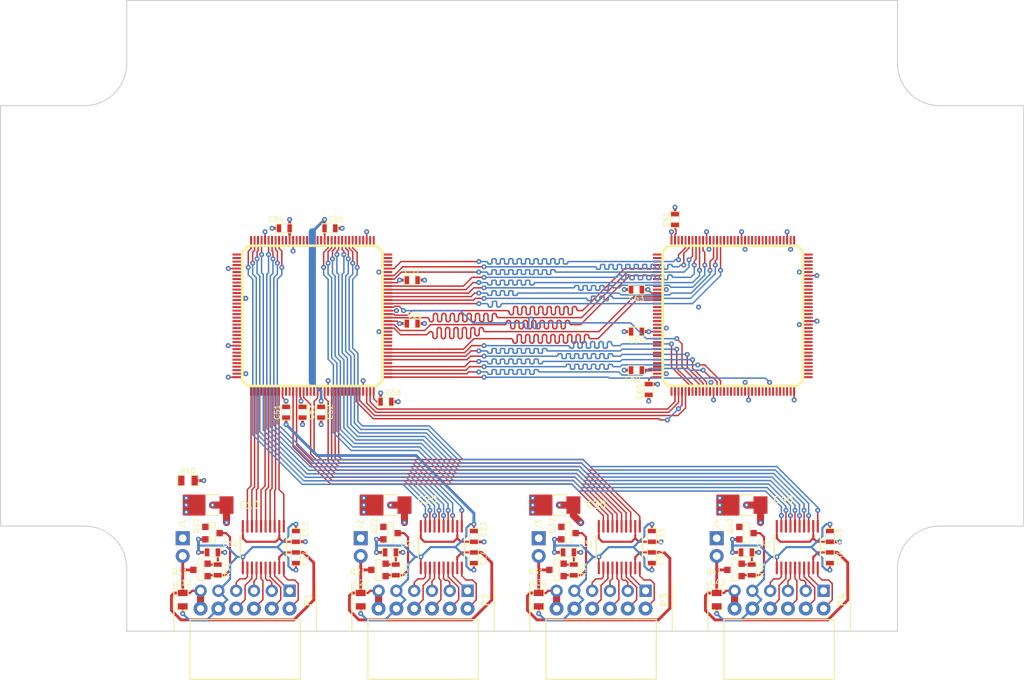
<source format=kicad_pcb>
(kicad_pcb (version 4) (host pcbnew 4.0.2+dfsg1-stable)
  (layers (0 F.Cu signal) (1 In1.Cu signal hide) (2 In2.Cu signal) (31 B.Cu signal) (34 B.Paste user) (35 F.Paste user) (36 B.SilkS user) (37 F.SilkS user) (38 B.Mask user) (39 F.Mask user) (44 Edge.Cuts user))
  (net 0 "")
  (net 1 GND)
  (net 2 +PMOD1)
  (net 3 P1_IO4)
  (net 4 P1_IO3)
  (net 5 P1_IO2)
  (net 6 P1_IO1)
  (net 7 P1_IO8)
  (net 8 P1_IO7)
  (net 9 P1_IO6)
  (net 10 P1_IO5)
  (net 11 +3.3V)
  (net 12 "Net-(Q11-Pad1)")
  (net 13 MOD1_PWR)
  (net 14 MOD1_IO1)
  (net 15 MOD1_IO6)
  (net 16 MOD1_IO2)
  (net 17 MOD1_IO7)
  (net 18 MOD1_IO3)
  (net 19 MOD1_IO8)
  (net 20 MOD1_IO4)
  (net 21 MOD1_IO5)
  (net 22 +PMOD2)
  (net 23 P2_IO3)
  (net 24 P2_IO2)
  (net 25 P2_IO1)
  (net 26 P2_IO8)
  (net 27 P2_IO7)
  (net 28 P2_IO6)
  (net 29 P2_IO5)
  (net 30 "Net-(Q21-Pad1)")
  (net 31 MOD2_IO1)
  (net 32 MOD2_IO6)
  (net 33 MOD2_IO2)
  (net 34 MOD2_IO7)
  (net 35 MOD2_IO3)
  (net 36 MOD2_IO8)
  (net 37 MOD2_IO4)
  (net 38 P2_IO4)
  (net 39 MOD2_IO5)
  (net 40 +PMOD3)
  (net 41 P3_IO4)
  (net 42 P3_IO3)
  (net 43 P3_IO2)
  (net 44 P3_IO1)
  (net 45 P3_IO8)
  (net 46 P3_IO7)
  (net 47 P3_IO6)
  (net 48 P3_IO5)
  (net 49 +PMOD4)
  (net 50 P4_IO4)
  (net 51 P4_IO3)
  (net 52 P4_IO2)
  (net 53 P4_IO1)
  (net 54 P4_IO8)
  (net 55 P4_IO7)
  (net 56 P4_IO6)
  (net 57 P4_IO5)
  (net 58 MOD2_PWR)
  (net 59 "Net-(Q31-Pad1)")
  (net 60 MOD3_PWR)
  (net 61 MOD3_IO1)
  (net 62 MOD3_IO6)
  (net 63 MOD3_IO2)
  (net 64 MOD3_IO7)
  (net 65 MOD3_IO3)
  (net 66 MOD3_IO8)
  (net 67 MOD3_IO4)
  (net 68 MOD3_IO5)
  (net 69 "Net-(Q41-Pad1)")
  (net 70 MOD4_PWR)
  (net 71 MOD4_IO1)
  (net 72 MOD4_IO6)
  (net 73 MOD4_IO2)
  (net 74 MOD4_IO7)
  (net 75 MOD4_IO3)
  (net 76 MOD4_IO8)
  (net 77 MOD4_IO4)
  (net 78 MOD4_IO5)
  (net 79 "Net-(U2-Pad1)")
  (net 80 "Net-(U2-Pad2)")
  (net 81 "Net-(U2-Pad3)")
  (net 82 "Net-(U2-Pad4)")
  (net 83 "Net-(U2-Pad6)")
  (net 84 "Net-(U2-Pad7)")
  (net 85 "Net-(U2-Pad8)")
  (net 86 "Net-(U2-Pad9)")
  (net 87 "Net-(U2-Pad10)")
  (net 88 "Net-(U2-Pad11)")
  (net 89 "Net-(U2-Pad12)")
  (net 90 "Net-(U2-Pad19)")
  (net 91 "Net-(U2-Pad20)")
  (net 92 "Net-(U2-Pad21)")
  (net 93 "Net-(U2-Pad22)")
  (net 94 "Net-(U2-Pad23)")
  (net 95 "Net-(U2-Pad24)")
  (net 96 "Net-(U2-Pad25)")
  (net 97 "Net-(U2-Pad26)")
  (net 98 "Net-(U2-Pad28)")
  (net 99 "Net-(U2-Pad29)")
  (net 100 "Net-(U2-Pad30)")
  (net 101 "Net-(U2-Pad31)")
  (net 102 "Net-(U2-Pad32)")
  (net 103 "Net-(U2-Pad33)")
  (net 104 "Net-(U2-Pad34)")
  (net 105 "Net-(U2-Pad47)")
  (net 106 "Net-(U2-Pad48)")
  (net 107 "Net-(U2-Pad63)")
  (net 108 "Net-(U2-Pad64)")
  (net 109 "Net-(U2-Pad65)")
  (net 110 "Net-(U2-Pad66)")
  (net 111 "Net-(U2-Pad77)")
  (net 112 "Net-(U2-Pad105)")
  (net 113 "Net-(U2-Pad106)")
  (net 114 "Net-(U2-Pad107)")
  (net 115 "Net-(U2-Pad108)")
  (net 116 "Net-(U2-Pad109)")
  (net 117 "Net-(U2-Pad112)")
  (net 118 "Net-(U2-Pad113)")
  (net 119 "Net-(U2-Pad114)")
  (net 120 "Net-(U2-Pad128)")
  (net 121 "Net-(U2-Pad129)")
  (net 122 "Net-(U2-Pad134)")
  (net 123 "Net-(U2-Pad135)")
  (net 124 +1.2V)
  (net 125 +PMOD)
  (net 126 "Net-(U1-Pad1)")
  (net 127 "Net-(U1-Pad2)")
  (net 128 "Net-(U1-Pad3)")
  (net 129 "Net-(U1-Pad4)")
  (net 130 "Net-(U1-Pad5)")
  (net 131 "Net-(U1-Pad6)")
  (net 132 "Net-(U1-Pad7)")
  (net 133 "Net-(U1-Pad8)")
  (net 134 "Net-(U1-Pad9)")
  (net 135 "Net-(U1-Pad10)")
  (net 136 "Net-(U1-Pad11)")
  (net 137 "Net-(U1-Pad12)")
  (net 138 "Net-(U1-Pad13)")
  (net 139 "Net-(U1-Pad14)")
  (net 140 "Net-(U1-Pad15)")
  (net 141 "Net-(U1-Pad18)")
  (net 142 "Net-(U1-Pad19)")
  (net 143 "Net-(U1-Pad20)")
  (net 144 "Net-(U1-Pad21)")
  (net 145 "Net-(U1-Pad22)")
  (net 146 "Net-(U1-Pad23)")
  (net 147 "Net-(U1-Pad24)")
  (net 148 MCU_RST)
  (net 149 "Net-(U1-Pad26)")
  (net 150 "Net-(U1-Pad27)")
  (net 151 "Net-(U1-Pad28)")
  (net 152 "Net-(U1-Pad29)")
  (net 153 "Net-(U1-Pad32)")
  (net 154 "Net-(U1-Pad33)")
  (net 155 "Net-(U1-Pad34)")
  (net 156 "Net-(U1-Pad35)")
  (net 157 "Net-(U1-Pad36)")
  (net 158 "Net-(U1-Pad37)")
  (net 159 "Net-(U1-Pad40)")
  (net 160 "Net-(U1-Pad41)")
  (net 161 "Net-(U1-Pad42)")
  (net 162 "Net-(U1-Pad43)")
  (net 163 "Net-(U1-Pad44)")
  (net 164 "Net-(U1-Pad45)")
  (net 165 "Net-(U1-Pad46)")
  (net 166 "Net-(U1-Pad47)")
  (net 167 "Net-(U1-Pad48)")
  (net 168 "Net-(U1-Pad49)")
  (net 169 "Net-(U1-Pad50)")
  (net 170 "Net-(U1-Pad53)")
  (net 171 "Net-(U1-Pad54)")
  (net 172 "Net-(U1-Pad55)")
  (net 173 "Net-(U1-Pad56)")
  (net 174 "Net-(U1-Pad57)")
  (net 175 "Net-(U1-Pad69)")
  (net 176 "Net-(U1-Pad70)")
  (net 177 "Net-(U1-Pad73)")
  (net 178 "Net-(U1-Pad74)")
  (net 179 "Net-(U1-Pad75)")
  (net 180 "Net-(U1-Pad76)")
  (net 181 "Net-(U1-Pad80)")
  (net 182 "Net-(U1-Pad81)")
  (net 183 "Net-(U1-Pad82)")
  (net 184 "Net-(U1-Pad87)")
  (net 185 "Net-(U1-Pad88)")
  (net 186 "Net-(U1-Pad89)")
  (net 187 "Net-(U1-Pad90)")
  (net 188 "Net-(U1-Pad91)")
  (net 189 "Net-(U1-Pad92)")
  (net 190 "Net-(U1-Pad93)")
  (net 191 "Net-(U1-Pad96)")
  (net 192 "Net-(U1-Pad97)")
  (net 193 "Net-(U1-Pad98)")
  (net 194 "Net-(U1-Pad99)")
  (net 195 "Net-(U1-Pad100)")
  (net 196 "Net-(U1-Pad101)")
  (net 197 "Net-(U1-Pad102)")
  (net 198 "Net-(U1-Pad103)")
  (net 199 "Net-(U1-Pad104)")
  (net 200 "Net-(U1-Pad105)")
  (net 201 "Net-(U1-Pad109)")
  (net 202 "Net-(U1-Pad116)")
  (net 203 "Net-(U1-Pad124)")
  (net 204 "Net-(U1-Pad125)")
  (net 205 "Net-(U1-Pad126)")
  (net 206 "Net-(U1-Pad127)")
  (net 207 "Net-(U1-Pad128)")
  (net 208 "Net-(U1-Pad129)")
  (net 209 "Net-(U1-Pad132)")
  (net 210 "Net-(U1-Pad133)")
  (net 211 "Net-(U1-Pad134)")
  (net 212 "Net-(U1-Pad135)")
  (net 213 "Net-(U1-Pad136)")
  (net 214 "Net-(R1-Pad1)")
  (net 215 "Net-(U1-Pad139)")
  (net 216 "Net-(U1-Pad140)")
  (net 217 "Net-(U1-Pad141)")
  (net 218 "Net-(U1-Pad142)")
  (net 219 "Net-(U1-Pad143)")
  (net 220 FMC_D4)
  (net 221 FMC_D0)
  (net 222 FMC_D1)
  (net 223 FMC_D2)
  (net 224 FMC_D5)
  (net 225 FMC_D6)
  (net 226 FMC_D7)
  (net 227 FMC_D3)
  (net 228 FMC_D8)
  (net 229 FMC_D9)
  (net 230 FMC_D10)
  (net 231 FMC_D11)
  (net 232 FMC_D12)
  (net 233 FMC_D13)
  (net 234 FMC_D14)
  (net 235 FMC_D15)
  (net 236 FMC_CLK)
  (net 237 FMC_NOE)
  (net 238 FMC_NWE)
  (net 239 FMC_NWAIT)
  (net 240 FMC_NE1)
  (net 241 FMC_NADV)
  (net 242 "Net-(C60-Pad1)")
  (net 243 "Net-(C61-Pad1)")
  (net 244 FPGA_NSS)
  (net 245 FPGA_SCK)
  (net 246 FPGA_MISO)
  (net 247 FPGA_MOSI)
  (module cowmod:CONN_2 (layer F.Cu) (at 126.9 138 270)
    (fp_text reference J2 (at -3.28 0.06 270) (layer F.SilkS) (effects (font (size 0.762 0.762) (thickness 0.1016))))
    (fp_text value JUMPER hide)
    (pad 1 thru_hole rect (at -1.27 0 270) (size 2 2) (drill 1.1) (layers *.Cu *.Mask) (net 125 +PMOD))
    (pad 2 thru_hole circle (at 1.27 0 270) (size 2 2) (drill 1.1) (layers *.Cu *.Mask) (net 22 +PMOD2))
  )
  (module cowmod:SOT23-3 (layer F.Cu) (at 131.15 136 90)
    (fp_text reference Q22 (at 1.05 -2.3 90) (layer F.SilkS) (effects (font (size 0.762 0.762) (thickness 0.1016))))
    (fp_text value SQ2318 hide)
    (pad 2 smd rect (at -0.889 -1.016 90) (size 0.9144 0.9144) (layers F.Cu F.Paste F.Mask) (net 1 GND))
    (pad 1 smd rect (at 0.889 -1.016 90) (size 0.9144 0.9144) (layers F.Cu F.Paste F.Mask) (net 58 MOD2_PWR))
    (pad 3 smd rect (at 0 1.016 90) (size 0.9144 0.9144) (layers F.Cu F.Paste F.Mask) (net 30 "Net-(Q21-Pad1)"))
  )
  (module cowmod:SMD0603 (layer F.Cu) (at 143.05 136.47 90)
    (fp_text reference C23 (at 1 1.4 90) (layer F.SilkS) (effects (font (size 0.762 0.762) (thickness 0.1016))))
    (fp_text value 100nF hide)
    (pad 1 smd rect (at -0.762 0 90) (size 0.635 1.143) (layers F.Cu F.Paste F.Mask) (net 125 +PMOD))
    (pad 2 smd rect (at 0.762 0 90) (size 0.635 1.143) (layers F.Cu F.Paste F.Mask) (net 1 GND))
  )
  (module cowmod:SMD0603 (layer F.Cu) (at 131.9 141.25 270)
    (fp_text reference R21 (at 0 -1.4 270) (layer F.SilkS) (effects (font (size 0.762 0.762) (thickness 0.1016))))
    (fp_text value 100k hide)
    (pad 1 smd rect (at -0.762 0 270) (size 0.635 1.143) (layers F.Cu F.Paste F.Mask) (net 125 +PMOD))
    (pad 2 smd rect (at 0.762 0 270) (size 0.635 1.143) (layers F.Cu F.Paste F.Mask) (net 30 "Net-(Q21-Pad1)"))
  )
  (module cowmod:SOT23-3 (layer F.Cu) (at 129.44 141.25 270)
    (fp_text reference Q21 (at 0.27 2.93 360) (layer F.SilkS) (effects (font (size 0.762 0.762) (thickness 0.1016))))
    (fp_text value SI2319C hide)
    (pad 2 smd rect (at -0.889 -1.016 270) (size 0.9144 0.9144) (layers F.Cu F.Paste F.Mask) (net 125 +PMOD))
    (pad 1 smd rect (at 0.889 -1.016 270) (size 0.9144 0.9144) (layers F.Cu F.Paste F.Mask) (net 30 "Net-(Q21-Pad1)"))
    (pad 3 smd rect (at 0 1.016 270) (size 0.9144 0.9144) (layers F.Cu F.Paste F.Mask) (net 22 +PMOD2))
  )
  (module cowmod:SMD0603 (layer F.Cu) (at 143.05 139.52 270)
    (fp_text reference C24 (at 0 -1.4 270) (layer F.SilkS) (effects (font (size 0.762 0.762) (thickness 0.1016))))
    (fp_text value 100nF hide)
    (pad 1 smd rect (at -0.762 0 270) (size 0.635 1.143) (layers F.Cu F.Paste F.Mask) (net 22 +PMOD2))
    (pad 2 smd rect (at 0.762 0 270) (size 0.635 1.143) (layers F.Cu F.Paste F.Mask) (net 1 GND))
  )
  (module cowmod:SMD0805 (layer F.Cu) (at 126.9 145.5 270)
    (fp_text reference C22 (at -2.43 -0.13 360) (layer F.SilkS) (effects (font (size 0.762 0.762) (thickness 0.1016))))
    (fp_text value 1uF hide)
    (pad 1 smd rect (at -0.9525 0 270) (size 0.889 1.397) (layers F.Cu F.Paste F.Mask) (net 22 +PMOD2))
    (pad 2 smd rect (at 0.9525 0 270) (size 0.889 1.397) (layers F.Cu F.Paste F.Mask) (net 1 GND))
  )
  (module cowmod:SMD0603 (layer F.Cu) (at 131.15 138.75 180)
    (fp_text reference C21 (at -2.51 1.19 180) (layer F.SilkS) (effects (font (size 0.762 0.762) (thickness 0.1016))))
    (fp_text value 1uF hide)
    (pad 1 smd rect (at -0.762 0 180) (size 0.635 1.143) (layers F.Cu F.Paste F.Mask) (net 125 +PMOD))
    (pad 2 smd rect (at 0.762 0 180) (size 0.635 1.143) (layers F.Cu F.Paste F.Mask) (net 1 GND))
  )
  (module cowmod:TSSOP20 (layer F.Cu) (at 138.4 138 180)
    (fp_text reference U21 hide)
    (fp_text value TXS0108E-PW hide)
    (pad 2 smd rect (at -2.275 2.96926 180) (size 0.3048 1.78054) (layers F.Cu F.Paste F.Mask) (net 125 +PMOD))
    (pad 3 smd rect (at -1.625 2.96926 180) (size 0.3048 1.78054) (layers F.Cu F.Paste F.Mask) (net 31 MOD2_IO1))
    (pad 4 smd rect (at -0.975 2.96926 180) (size 0.3048 1.78054) (layers F.Cu F.Paste F.Mask) (net 32 MOD2_IO6))
    (pad 5 smd rect (at -0.325 2.96926 180) (size 0.3048 1.78054) (layers F.Cu F.Paste F.Mask) (net 33 MOD2_IO2))
    (pad 6 smd rect (at 0.325 2.96926 180) (size 0.3048 1.78054) (layers F.Cu F.Paste F.Mask) (net 34 MOD2_IO7))
    (pad 7 smd rect (at 0.975 2.96926 180) (size 0.3048 1.78054) (layers F.Cu F.Paste F.Mask) (net 35 MOD2_IO3))
    (pad 8 smd rect (at 1.625 2.96926 180) (size 0.3048 1.78054) (layers F.Cu F.Paste F.Mask) (net 36 MOD2_IO8))
    (pad 9 smd rect (at 2.275 2.96926 180) (size 0.3048 1.78054) (layers F.Cu F.Paste F.Mask) (net 37 MOD2_IO4))
    (pad 12 smd rect (at 2.275 -2.96926 180) (size 0.29972 1.78054) (layers F.Cu F.Paste F.Mask) (net 38 P2_IO4))
    (pad 13 smd rect (at 1.625 -2.96926 180) (size 0.29972 1.78054) (layers F.Cu F.Paste F.Mask) (net 26 P2_IO8))
    (pad 14 smd rect (at 0.975 -2.96926 180) (size 0.29972 1.78054) (layers F.Cu F.Paste F.Mask) (net 23 P2_IO3))
    (pad 15 smd rect (at 0.325 -2.96926 180) (size 0.29972 1.78054) (layers F.Cu F.Paste F.Mask) (net 27 P2_IO7))
    (pad 16 smd rect (at -0.325 -2.96926 180) (size 0.29972 1.78054) (layers F.Cu F.Paste F.Mask) (net 24 P2_IO2))
    (pad 17 smd rect (at -0.975 -2.96926 180) (size 0.29972 1.78054) (layers F.Cu F.Paste F.Mask) (net 28 P2_IO6))
    (pad 18 smd rect (at -1.625 -2.96926 180) (size 0.29972 1.78054) (layers F.Cu F.Paste F.Mask) (net 25 P2_IO1))
    (pad 19 smd rect (at -2.275 -2.96926 180) (size 0.29972 1.78054) (layers F.Cu F.Paste F.Mask) (net 22 +PMOD2))
    (pad 1 smd rect (at -2.925 2.9718 180) (size 0.3048 1.78054) (layers F.Cu F.Paste F.Mask) (net 39 MOD2_IO5))
    (pad 10 smd rect (at 2.925 2.9718 180) (size 0.3048 1.78054) (layers F.Cu F.Paste F.Mask) (net 125 +PMOD))
    (pad 11 smd rect (at 2.925 -2.96926 180) (size 0.3048 1.78054) (layers F.Cu F.Paste F.Mask) (net 1 GND))
    (pad 20 smd rect (at -2.925 -2.96926 180) (size 0.29972 1.78054) (layers F.Cu F.Paste F.Mask) (net 29 P2_IO5))
  )
  (module cowmod:CONN_2 (layer F.Cu) (at 177.7 138 270)
    (fp_text reference J4 (at -3.28 0.06 270) (layer F.SilkS) (effects (font (size 0.762 0.762) (thickness 0.1016))))
    (fp_text value JUMPER hide)
    (pad 1 thru_hole rect (at -1.27 0 270) (size 2 2) (drill 1.1) (layers *.Cu *.Mask) (net 125 +PMOD))
    (pad 2 thru_hole circle (at 1.27 0 270) (size 2 2) (drill 1.1) (layers *.Cu *.Mask) (net 49 +PMOD4))
  )
  (module cowmod:SOT23-3 (layer F.Cu) (at 181.95 136 90)
    (fp_text reference Q42 (at 1.05 -2.3 90) (layer F.SilkS) (effects (font (size 0.762 0.762) (thickness 0.1016))))
    (fp_text value SQ2318 hide)
    (pad 2 smd rect (at -0.889 -1.016 90) (size 0.9144 0.9144) (layers F.Cu F.Paste F.Mask) (net 1 GND))
    (pad 1 smd rect (at 0.889 -1.016 90) (size 0.9144 0.9144) (layers F.Cu F.Paste F.Mask) (net 70 MOD4_PWR))
    (pad 3 smd rect (at 0 1.016 90) (size 0.9144 0.9144) (layers F.Cu F.Paste F.Mask) (net 69 "Net-(Q41-Pad1)"))
  )
  (module cowmod:SMD0603 (layer F.Cu) (at 193.85 136.47 90)
    (fp_text reference C43 (at 0 1.4 90) (layer F.SilkS) (effects (font (size 0.762 0.762) (thickness 0.1016))))
    (fp_text value 100nF hide)
    (pad 1 smd rect (at -0.762 0 90) (size 0.635 1.143) (layers F.Cu F.Paste F.Mask) (net 125 +PMOD))
    (pad 2 smd rect (at 0.762 0 90) (size 0.635 1.143) (layers F.Cu F.Paste F.Mask) (net 1 GND))
  )
  (module cowmod:SMD0603 (layer F.Cu) (at 182.7 141.25 270)
    (fp_text reference R41 (at 0 -1.4 270) (layer F.SilkS) (effects (font (size 0.762 0.762) (thickness 0.1016))))
    (fp_text value 100k hide)
    (pad 1 smd rect (at -0.762 0 270) (size 0.635 1.143) (layers F.Cu F.Paste F.Mask) (net 125 +PMOD))
    (pad 2 smd rect (at 0.762 0 270) (size 0.635 1.143) (layers F.Cu F.Paste F.Mask) (net 69 "Net-(Q41-Pad1)"))
  )
  (module cowmod:SOT23-3 (layer F.Cu) (at 180.24 141.25 270)
    (fp_text reference Q41 (at 0.27 2.93 360) (layer F.SilkS) (effects (font (size 0.762 0.762) (thickness 0.1016))))
    (fp_text value SI2319C hide)
    (pad 2 smd rect (at -0.889 -1.016 270) (size 0.9144 0.9144) (layers F.Cu F.Paste F.Mask) (net 125 +PMOD))
    (pad 1 smd rect (at 0.889 -1.016 270) (size 0.9144 0.9144) (layers F.Cu F.Paste F.Mask) (net 69 "Net-(Q41-Pad1)"))
    (pad 3 smd rect (at 0 1.016 270) (size 0.9144 0.9144) (layers F.Cu F.Paste F.Mask) (net 49 +PMOD4))
  )
  (module cowmod:SMD0603 (layer F.Cu) (at 193.85 139.52 270)
    (fp_text reference C44 (at 0 -1.4 270) (layer F.SilkS) (effects (font (size 0.762 0.762) (thickness 0.1016))))
    (fp_text value 100nF hide)
    (pad 1 smd rect (at -0.762 0 270) (size 0.635 1.143) (layers F.Cu F.Paste F.Mask) (net 49 +PMOD4))
    (pad 2 smd rect (at 0.762 0 270) (size 0.635 1.143) (layers F.Cu F.Paste F.Mask) (net 1 GND))
  )
  (module cowmod:SMD0805 (layer F.Cu) (at 177.7 145.5 270)
    (fp_text reference C42 (at -2.43 -0.13 360) (layer F.SilkS) (effects (font (size 0.762 0.762) (thickness 0.1016))))
    (fp_text value 1uF hide)
    (pad 1 smd rect (at -0.9525 0 270) (size 0.889 1.397) (layers F.Cu F.Paste F.Mask) (net 49 +PMOD4))
    (pad 2 smd rect (at 0.9525 0 270) (size 0.889 1.397) (layers F.Cu F.Paste F.Mask) (net 1 GND))
  )
  (module cowmod:SMD0603 (layer F.Cu) (at 181.95 138.75 180)
    (fp_text reference C41 (at -2.51 1.19 180) (layer F.SilkS) (effects (font (size 0.762 0.762) (thickness 0.1016))))
    (fp_text value 1uF hide)
    (pad 1 smd rect (at -0.762 0 180) (size 0.635 1.143) (layers F.Cu F.Paste F.Mask) (net 125 +PMOD))
    (pad 2 smd rect (at 0.762 0 180) (size 0.635 1.143) (layers F.Cu F.Paste F.Mask) (net 1 GND))
  )
  (module cowmod:TSSOP20 (layer F.Cu) (at 189.2 138 180)
    (fp_text reference U41 hide)
    (fp_text value TXS0108E-PW hide)
    (pad 2 smd rect (at -2.275 2.96926 180) (size 0.3048 1.78054) (layers F.Cu F.Paste F.Mask) (net 125 +PMOD))
    (pad 3 smd rect (at -1.625 2.96926 180) (size 0.3048 1.78054) (layers F.Cu F.Paste F.Mask) (net 71 MOD4_IO1))
    (pad 4 smd rect (at -0.975 2.96926 180) (size 0.3048 1.78054) (layers F.Cu F.Paste F.Mask) (net 72 MOD4_IO6))
    (pad 5 smd rect (at -0.325 2.96926 180) (size 0.3048 1.78054) (layers F.Cu F.Paste F.Mask) (net 73 MOD4_IO2))
    (pad 6 smd rect (at 0.325 2.96926 180) (size 0.3048 1.78054) (layers F.Cu F.Paste F.Mask) (net 74 MOD4_IO7))
    (pad 7 smd rect (at 0.975 2.96926 180) (size 0.3048 1.78054) (layers F.Cu F.Paste F.Mask) (net 75 MOD4_IO3))
    (pad 8 smd rect (at 1.625 2.96926 180) (size 0.3048 1.78054) (layers F.Cu F.Paste F.Mask) (net 76 MOD4_IO8))
    (pad 9 smd rect (at 2.275 2.96926 180) (size 0.3048 1.78054) (layers F.Cu F.Paste F.Mask) (net 77 MOD4_IO4))
    (pad 12 smd rect (at 2.275 -2.96926 180) (size 0.29972 1.78054) (layers F.Cu F.Paste F.Mask) (net 50 P4_IO4))
    (pad 13 smd rect (at 1.625 -2.96926 180) (size 0.29972 1.78054) (layers F.Cu F.Paste F.Mask) (net 54 P4_IO8))
    (pad 14 smd rect (at 0.975 -2.96926 180) (size 0.29972 1.78054) (layers F.Cu F.Paste F.Mask) (net 51 P4_IO3))
    (pad 15 smd rect (at 0.325 -2.96926 180) (size 0.29972 1.78054) (layers F.Cu F.Paste F.Mask) (net 55 P4_IO7))
    (pad 16 smd rect (at -0.325 -2.96926 180) (size 0.29972 1.78054) (layers F.Cu F.Paste F.Mask) (net 52 P4_IO2))
    (pad 17 smd rect (at -0.975 -2.96926 180) (size 0.29972 1.78054) (layers F.Cu F.Paste F.Mask) (net 56 P4_IO6))
    (pad 18 smd rect (at -1.625 -2.96926 180) (size 0.29972 1.78054) (layers F.Cu F.Paste F.Mask) (net 53 P4_IO1))
    (pad 19 smd rect (at -2.275 -2.96926 180) (size 0.29972 1.78054) (layers F.Cu F.Paste F.Mask) (net 49 +PMOD4))
    (pad 1 smd rect (at -2.925 2.9718 180) (size 0.3048 1.78054) (layers F.Cu F.Paste F.Mask) (net 78 MOD4_IO5))
    (pad 10 smd rect (at 2.925 2.9718 180) (size 0.3048 1.78054) (layers F.Cu F.Paste F.Mask) (net 125 +PMOD))
    (pad 11 smd rect (at 2.925 -2.96926 180) (size 0.3048 1.78054) (layers F.Cu F.Paste F.Mask) (net 1 GND))
    (pad 20 smd rect (at -2.925 -2.96926 180) (size 0.29972 1.78054) (layers F.Cu F.Paste F.Mask) (net 57 P4_IO5))
  )
  (module cowmod:CONN_2 (layer F.Cu) (at 152.3 138 270)
    (fp_text reference J3 (at -3.28 0.06 270) (layer F.SilkS) (effects (font (size 0.762 0.762) (thickness 0.1016))))
    (fp_text value JUMPER hide)
    (pad 1 thru_hole rect (at -1.27 0 270) (size 2 2) (drill 1.1) (layers *.Cu *.Mask) (net 125 +PMOD))
    (pad 2 thru_hole circle (at 1.27 0 270) (size 2 2) (drill 1.1) (layers *.Cu *.Mask) (net 40 +PMOD3))
  )
  (module cowmod:SOT23-3 (layer F.Cu) (at 156.55 136 90)
    (fp_text reference Q32 (at 1.05 -2.3 90) (layer F.SilkS) (effects (font (size 0.762 0.762) (thickness 0.1016))))
    (fp_text value SQ2318 hide)
    (pad 2 smd rect (at -0.889 -1.016 90) (size 0.9144 0.9144) (layers F.Cu F.Paste F.Mask) (net 1 GND))
    (pad 1 smd rect (at 0.889 -1.016 90) (size 0.9144 0.9144) (layers F.Cu F.Paste F.Mask) (net 60 MOD3_PWR))
    (pad 3 smd rect (at 0 1.016 90) (size 0.9144 0.9144) (layers F.Cu F.Paste F.Mask) (net 59 "Net-(Q31-Pad1)"))
  )
  (module cowmod:SMD0603 (layer F.Cu) (at 168.45 136.47 90)
    (fp_text reference C33 (at 0 1.4 90) (layer F.SilkS) (effects (font (size 0.762 0.762) (thickness 0.1016))))
    (fp_text value 100nF hide)
    (pad 1 smd rect (at -0.762 0 90) (size 0.635 1.143) (layers F.Cu F.Paste F.Mask) (net 125 +PMOD))
    (pad 2 smd rect (at 0.762 0 90) (size 0.635 1.143) (layers F.Cu F.Paste F.Mask) (net 1 GND))
  )
  (module cowmod:SMD0603 (layer F.Cu) (at 157.3 141.25 270)
    (fp_text reference R31 (at 0 -1.4 270) (layer F.SilkS) (effects (font (size 0.762 0.762) (thickness 0.1016))))
    (fp_text value 100k hide)
    (pad 1 smd rect (at -0.762 0 270) (size 0.635 1.143) (layers F.Cu F.Paste F.Mask) (net 125 +PMOD))
    (pad 2 smd rect (at 0.762 0 270) (size 0.635 1.143) (layers F.Cu F.Paste F.Mask) (net 59 "Net-(Q31-Pad1)"))
  )
  (module cowmod:SOT23-3 (layer F.Cu) (at 154.84 141.25 270)
    (fp_text reference Q31 (at 0.27 2.93 360) (layer F.SilkS) (effects (font (size 0.762 0.762) (thickness 0.1016))))
    (fp_text value SI2319C hide)
    (pad 2 smd rect (at -0.889 -1.016 270) (size 0.9144 0.9144) (layers F.Cu F.Paste F.Mask) (net 125 +PMOD))
    (pad 1 smd rect (at 0.889 -1.016 270) (size 0.9144 0.9144) (layers F.Cu F.Paste F.Mask) (net 59 "Net-(Q31-Pad1)"))
    (pad 3 smd rect (at 0 1.016 270) (size 0.9144 0.9144) (layers F.Cu F.Paste F.Mask) (net 40 +PMOD3))
  )
  (module cowmod:SMD0603 (layer F.Cu) (at 168.45 139.52 270)
    (fp_text reference C34 (at 0 -1.4 270) (layer F.SilkS) (effects (font (size 0.762 0.762) (thickness 0.1016))))
    (fp_text value 100nF hide)
    (pad 1 smd rect (at -0.762 0 270) (size 0.635 1.143) (layers F.Cu F.Paste F.Mask) (net 40 +PMOD3))
    (pad 2 smd rect (at 0.762 0 270) (size 0.635 1.143) (layers F.Cu F.Paste F.Mask) (net 1 GND))
  )
  (module cowmod:SMD0805 (layer F.Cu) (at 152.3 145.5 270)
    (fp_text reference C32 (at -2.43 -0.13 360) (layer F.SilkS) (effects (font (size 0.762 0.762) (thickness 0.1016))))
    (fp_text value 1uF hide)
    (pad 1 smd rect (at -0.9525 0 270) (size 0.889 1.397) (layers F.Cu F.Paste F.Mask) (net 40 +PMOD3))
    (pad 2 smd rect (at 0.9525 0 270) (size 0.889 1.397) (layers F.Cu F.Paste F.Mask) (net 1 GND))
  )
  (module cowmod:SMD0603 (layer F.Cu) (at 156.55 138.75 180)
    (fp_text reference C31 (at -2.51 1.19 180) (layer F.SilkS) (effects (font (size 0.762 0.762) (thickness 0.1016))))
    (fp_text value 1uF hide)
    (pad 1 smd rect (at -0.762 0 180) (size 0.635 1.143) (layers F.Cu F.Paste F.Mask) (net 125 +PMOD))
    (pad 2 smd rect (at 0.762 0 180) (size 0.635 1.143) (layers F.Cu F.Paste F.Mask) (net 1 GND))
  )
  (module cowmod:TSSOP20 (layer F.Cu) (at 163.8 138 180)
    (fp_text reference U31 hide)
    (fp_text value TXS0108E-PW hide)
    (pad 2 smd rect (at -2.275 2.96926 180) (size 0.3048 1.78054) (layers F.Cu F.Paste F.Mask) (net 125 +PMOD))
    (pad 3 smd rect (at -1.625 2.96926 180) (size 0.3048 1.78054) (layers F.Cu F.Paste F.Mask) (net 61 MOD3_IO1))
    (pad 4 smd rect (at -0.975 2.96926 180) (size 0.3048 1.78054) (layers F.Cu F.Paste F.Mask) (net 62 MOD3_IO6))
    (pad 5 smd rect (at -0.325 2.96926 180) (size 0.3048 1.78054) (layers F.Cu F.Paste F.Mask) (net 63 MOD3_IO2))
    (pad 6 smd rect (at 0.325 2.96926 180) (size 0.3048 1.78054) (layers F.Cu F.Paste F.Mask) (net 64 MOD3_IO7))
    (pad 7 smd rect (at 0.975 2.96926 180) (size 0.3048 1.78054) (layers F.Cu F.Paste F.Mask) (net 65 MOD3_IO3))
    (pad 8 smd rect (at 1.625 2.96926 180) (size 0.3048 1.78054) (layers F.Cu F.Paste F.Mask) (net 66 MOD3_IO8))
    (pad 9 smd rect (at 2.275 2.96926 180) (size 0.3048 1.78054) (layers F.Cu F.Paste F.Mask) (net 67 MOD3_IO4))
    (pad 12 smd rect (at 2.275 -2.96926 180) (size 0.29972 1.78054) (layers F.Cu F.Paste F.Mask) (net 41 P3_IO4))
    (pad 13 smd rect (at 1.625 -2.96926 180) (size 0.29972 1.78054) (layers F.Cu F.Paste F.Mask) (net 45 P3_IO8))
    (pad 14 smd rect (at 0.975 -2.96926 180) (size 0.29972 1.78054) (layers F.Cu F.Paste F.Mask) (net 42 P3_IO3))
    (pad 15 smd rect (at 0.325 -2.96926 180) (size 0.29972 1.78054) (layers F.Cu F.Paste F.Mask) (net 46 P3_IO7))
    (pad 16 smd rect (at -0.325 -2.96926 180) (size 0.29972 1.78054) (layers F.Cu F.Paste F.Mask) (net 43 P3_IO2))
    (pad 17 smd rect (at -0.975 -2.96926 180) (size 0.29972 1.78054) (layers F.Cu F.Paste F.Mask) (net 47 P3_IO6))
    (pad 18 smd rect (at -1.625 -2.96926 180) (size 0.29972 1.78054) (layers F.Cu F.Paste F.Mask) (net 44 P3_IO1))
    (pad 19 smd rect (at -2.275 -2.96926 180) (size 0.29972 1.78054) (layers F.Cu F.Paste F.Mask) (net 40 +PMOD3))
    (pad 1 smd rect (at -2.925 2.9718 180) (size 0.3048 1.78054) (layers F.Cu F.Paste F.Mask) (net 68 MOD3_IO5))
    (pad 10 smd rect (at 2.925 2.9718 180) (size 0.3048 1.78054) (layers F.Cu F.Paste F.Mask) (net 125 +PMOD))
    (pad 11 smd rect (at 2.925 -2.96926 180) (size 0.3048 1.78054) (layers F.Cu F.Paste F.Mask) (net 1 GND))
    (pad 20 smd rect (at -2.925 -2.96926 180) (size 0.29972 1.78054) (layers F.Cu F.Paste F.Mask) (net 48 P3_IO5))
  )
  (module cowmod:PMOD_SSW106-RA (layer F.Cu) (at 110.4 145.5 180)
    (fp_text reference P1 (at -9 0 270) (layer F.SilkS))
    (fp_text value PMOD)
    (pad 6 thru_hole circle (at 6.35 1.27 180) (size 1.75 1.75) (drill 1) (layers *.Cu *.Mask) (net 2 +PMOD1))
    (pad 5 thru_hole circle (at 3.81 1.27 180) (size 1.75 1.75) (drill 1) (layers *.Cu *.Mask) (net 1 GND))
    (pad 4 thru_hole circle (at 1.27 1.27 180) (size 1.75 1.75) (drill 1) (layers *.Cu *.Mask) (net 3 P1_IO4))
    (pad 3 thru_hole circle (at -1.27 1.27 180) (size 1.75 1.75) (drill 1) (layers *.Cu *.Mask) (net 4 P1_IO3))
    (pad 2 thru_hole circle (at -3.81 1.27 180) (size 1.75 1.75) (drill 1) (layers *.Cu *.Mask) (net 5 P1_IO2))
    (pad 1 thru_hole rect (at -6.35 1.27 180) (size 1.75 1.75) (drill 1) (layers *.Cu *.Mask) (net 6 P1_IO1))
    (pad 12 thru_hole circle (at 6.35 -1.27 180) (size 2 2) (drill 1) (layers *.Cu *.Mask) (net 2 +PMOD1))
    (pad 11 thru_hole circle (at 3.81 -1.27 180) (size 2 2) (drill 1) (layers *.Cu *.Mask) (net 1 GND))
    (pad 10 thru_hole circle (at 1.27 -1.27 180) (size 2 2) (drill 1) (layers *.Cu *.Mask) (net 7 P1_IO8))
    (pad 9 thru_hole circle (at -1.27 -1.27 180) (size 2 2) (drill 1) (layers *.Cu *.Mask) (net 8 P1_IO7))
    (pad 8 thru_hole circle (at -3.81 -1.27 180) (size 2 2) (drill 1) (layers *.Cu *.Mask) (net 9 P1_IO6))
    (pad 7 thru_hole circle (at -6.35 -1.27 180) (size 2 2) (drill 1) (layers *.Cu *.Mask) (net 10 P1_IO5))
  )
  (module cowmod:PMOD_SSW106-RA (layer F.Cu) (at 135.8 145.5 180)
    (fp_text reference P2 (at -9 0 270) (layer F.SilkS))
    (fp_text value PMOD)
    (pad 6 thru_hole circle (at 6.35 1.27 180) (size 1.75 1.75) (drill 1) (layers *.Cu *.Mask) (net 22 +PMOD2))
    (pad 5 thru_hole circle (at 3.81 1.27 180) (size 1.75 1.75) (drill 1) (layers *.Cu *.Mask) (net 1 GND))
    (pad 4 thru_hole circle (at 1.27 1.27 180) (size 1.75 1.75) (drill 1) (layers *.Cu *.Mask) (net 38 P2_IO4))
    (pad 3 thru_hole circle (at -1.27 1.27 180) (size 1.75 1.75) (drill 1) (layers *.Cu *.Mask) (net 23 P2_IO3))
    (pad 2 thru_hole circle (at -3.81 1.27 180) (size 1.75 1.75) (drill 1) (layers *.Cu *.Mask) (net 24 P2_IO2))
    (pad 1 thru_hole rect (at -6.35 1.27 180) (size 1.75 1.75) (drill 1) (layers *.Cu *.Mask) (net 25 P2_IO1))
    (pad 12 thru_hole circle (at 6.35 -1.27 180) (size 2 2) (drill 1) (layers *.Cu *.Mask) (net 22 +PMOD2))
    (pad 11 thru_hole circle (at 3.81 -1.27 180) (size 2 2) (drill 1) (layers *.Cu *.Mask) (net 1 GND))
    (pad 10 thru_hole circle (at 1.27 -1.27 180) (size 2 2) (drill 1) (layers *.Cu *.Mask) (net 26 P2_IO8))
    (pad 9 thru_hole circle (at -1.27 -1.27 180) (size 2 2) (drill 1) (layers *.Cu *.Mask) (net 27 P2_IO7))
    (pad 8 thru_hole circle (at -3.81 -1.27 180) (size 2 2) (drill 1) (layers *.Cu *.Mask) (net 28 P2_IO6))
    (pad 7 thru_hole circle (at -6.35 -1.27 180) (size 2 2) (drill 1) (layers *.Cu *.Mask) (net 29 P2_IO5))
  )
  (module cowmod:PMOD_SSW106-RA (layer F.Cu) (at 161.2 145.5 180)
    (fp_text reference P3 (at -9 0 270) (layer F.SilkS))
    (fp_text value PMOD)
    (pad 6 thru_hole circle (at 6.35 1.27 180) (size 1.75 1.75) (drill 1) (layers *.Cu *.Mask) (net 40 +PMOD3))
    (pad 5 thru_hole circle (at 3.81 1.27 180) (size 1.75 1.75) (drill 1) (layers *.Cu *.Mask) (net 1 GND))
    (pad 4 thru_hole circle (at 1.27 1.27 180) (size 1.75 1.75) (drill 1) (layers *.Cu *.Mask) (net 41 P3_IO4))
    (pad 3 thru_hole circle (at -1.27 1.27 180) (size 1.75 1.75) (drill 1) (layers *.Cu *.Mask) (net 42 P3_IO3))
    (pad 2 thru_hole circle (at -3.81 1.27 180) (size 1.75 1.75) (drill 1) (layers *.Cu *.Mask) (net 43 P3_IO2))
    (pad 1 thru_hole rect (at -6.35 1.27 180) (size 1.75 1.75) (drill 1) (layers *.Cu *.Mask) (net 44 P3_IO1))
    (pad 12 thru_hole circle (at 6.35 -1.27 180) (size 2 2) (drill 1) (layers *.Cu *.Mask) (net 40 +PMOD3))
    (pad 11 thru_hole circle (at 3.81 -1.27 180) (size 2 2) (drill 1) (layers *.Cu *.Mask) (net 1 GND))
    (pad 10 thru_hole circle (at 1.27 -1.27 180) (size 2 2) (drill 1) (layers *.Cu *.Mask) (net 45 P3_IO8))
    (pad 9 thru_hole circle (at -1.27 -1.27 180) (size 2 2) (drill 1) (layers *.Cu *.Mask) (net 46 P3_IO7))
    (pad 8 thru_hole circle (at -3.81 -1.27 180) (size 2 2) (drill 1) (layers *.Cu *.Mask) (net 47 P3_IO6))
    (pad 7 thru_hole circle (at -6.35 -1.27 180) (size 2 2) (drill 1) (layers *.Cu *.Mask) (net 48 P3_IO5))
  )
  (module cowmod:PMOD_SSW106-RA (layer F.Cu) (at 186.6 145.5 180)
    (fp_text reference P4 (at -9 0 270) (layer F.SilkS))
    (fp_text value PMOD)
    (pad 6 thru_hole circle (at 6.35 1.27 180) (size 1.75 1.75) (drill 1) (layers *.Cu *.Mask) (net 49 +PMOD4))
    (pad 5 thru_hole circle (at 3.81 1.27 180) (size 1.75 1.75) (drill 1) (layers *.Cu *.Mask) (net 1 GND))
    (pad 4 thru_hole circle (at 1.27 1.27 180) (size 1.75 1.75) (drill 1) (layers *.Cu *.Mask) (net 50 P4_IO4))
    (pad 3 thru_hole circle (at -1.27 1.27 180) (size 1.75 1.75) (drill 1) (layers *.Cu *.Mask) (net 51 P4_IO3))
    (pad 2 thru_hole circle (at -3.81 1.27 180) (size 1.75 1.75) (drill 1) (layers *.Cu *.Mask) (net 52 P4_IO2))
    (pad 1 thru_hole rect (at -6.35 1.27 180) (size 1.75 1.75) (drill 1) (layers *.Cu *.Mask) (net 53 P4_IO1))
    (pad 12 thru_hole circle (at 6.35 -1.27 180) (size 2 2) (drill 1) (layers *.Cu *.Mask) (net 49 +PMOD4))
    (pad 11 thru_hole circle (at 3.81 -1.27 180) (size 2 2) (drill 1) (layers *.Cu *.Mask) (net 1 GND))
    (pad 10 thru_hole circle (at 1.27 -1.27 180) (size 2 2) (drill 1) (layers *.Cu *.Mask) (net 54 P4_IO8))
    (pad 9 thru_hole circle (at -1.27 -1.27 180) (size 2 2) (drill 1) (layers *.Cu *.Mask) (net 55 P4_IO7))
    (pad 8 thru_hole circle (at -3.81 -1.27 180) (size 2 2) (drill 1) (layers *.Cu *.Mask) (net 56 P4_IO6))
    (pad 7 thru_hole circle (at -6.35 -1.27 180) (size 2 2) (drill 1) (layers *.Cu *.Mask) (net 57 P4_IO5))
  )
  (module cowmod:TSSOP20 (layer F.Cu) (at 113 138 180)
    (fp_text reference U11 hide)
    (fp_text value TXS0108E-PW hide)
    (pad 2 smd rect (at -2.275 2.96926 180) (size 0.3048 1.78054) (layers F.Cu F.Paste F.Mask) (net 125 +PMOD))
    (pad 3 smd rect (at -1.625 2.96926 180) (size 0.3048 1.78054) (layers F.Cu F.Paste F.Mask) (net 14 MOD1_IO1))
    (pad 4 smd rect (at -0.975 2.96926 180) (size 0.3048 1.78054) (layers F.Cu F.Paste F.Mask) (net 15 MOD1_IO6))
    (pad 5 smd rect (at -0.325 2.96926 180) (size 0.3048 1.78054) (layers F.Cu F.Paste F.Mask) (net 16 MOD1_IO2))
    (pad 6 smd rect (at 0.325 2.96926 180) (size 0.3048 1.78054) (layers F.Cu F.Paste F.Mask) (net 17 MOD1_IO7))
    (pad 7 smd rect (at 0.975 2.96926 180) (size 0.3048 1.78054) (layers F.Cu F.Paste F.Mask) (net 18 MOD1_IO3))
    (pad 8 smd rect (at 1.625 2.96926 180) (size 0.3048 1.78054) (layers F.Cu F.Paste F.Mask) (net 19 MOD1_IO8))
    (pad 9 smd rect (at 2.275 2.96926 180) (size 0.3048 1.78054) (layers F.Cu F.Paste F.Mask) (net 20 MOD1_IO4))
    (pad 12 smd rect (at 2.275 -2.96926 180) (size 0.29972 1.78054) (layers F.Cu F.Paste F.Mask) (net 3 P1_IO4))
    (pad 13 smd rect (at 1.625 -2.96926 180) (size 0.29972 1.78054) (layers F.Cu F.Paste F.Mask) (net 7 P1_IO8))
    (pad 14 smd rect (at 0.975 -2.96926 180) (size 0.29972 1.78054) (layers F.Cu F.Paste F.Mask) (net 4 P1_IO3))
    (pad 15 smd rect (at 0.325 -2.96926 180) (size 0.29972 1.78054) (layers F.Cu F.Paste F.Mask) (net 8 P1_IO7))
    (pad 16 smd rect (at -0.325 -2.96926 180) (size 0.29972 1.78054) (layers F.Cu F.Paste F.Mask) (net 5 P1_IO2))
    (pad 17 smd rect (at -0.975 -2.96926 180) (size 0.29972 1.78054) (layers F.Cu F.Paste F.Mask) (net 9 P1_IO6))
    (pad 18 smd rect (at -1.625 -2.96926 180) (size 0.29972 1.78054) (layers F.Cu F.Paste F.Mask) (net 6 P1_IO1))
    (pad 19 smd rect (at -2.275 -2.96926 180) (size 0.29972 1.78054) (layers F.Cu F.Paste F.Mask) (net 2 +PMOD1))
    (pad 1 smd rect (at -2.925 2.9718 180) (size 0.3048 1.78054) (layers F.Cu F.Paste F.Mask) (net 21 MOD1_IO5))
    (pad 10 smd rect (at 2.925 2.9718 180) (size 0.3048 1.78054) (layers F.Cu F.Paste F.Mask) (net 125 +PMOD))
    (pad 11 smd rect (at 2.925 -2.96926 180) (size 0.3048 1.78054) (layers F.Cu F.Paste F.Mask) (net 1 GND))
    (pad 20 smd rect (at -2.925 -2.96926 180) (size 0.29972 1.78054) (layers F.Cu F.Paste F.Mask) (net 10 P1_IO5))
  )
  (module cowmod:SMD0603 (layer F.Cu) (at 105.75 138.75 180)
    (fp_text reference C11 (at -2.51 1.19 180) (layer F.SilkS) (effects (font (size 0.762 0.762) (thickness 0.1016))))
    (fp_text value 1uF hide)
    (pad 1 smd rect (at -0.762 0 180) (size 0.635 1.143) (layers F.Cu F.Paste F.Mask) (net 125 +PMOD))
    (pad 2 smd rect (at 0.762 0 180) (size 0.635 1.143) (layers F.Cu F.Paste F.Mask) (net 1 GND))
  )
  (module cowmod:SMD0805 (layer F.Cu) (at 101.5 145.5 270)
    (fp_text reference C12 (at -2.43 -0.13 360) (layer F.SilkS) (effects (font (size 0.762 0.762) (thickness 0.1016))))
    (fp_text value 1uF hide)
    (pad 1 smd rect (at -0.9525 0 270) (size 0.889 1.397) (layers F.Cu F.Paste F.Mask) (net 2 +PMOD1))
    (pad 2 smd rect (at 0.9525 0 270) (size 0.889 1.397) (layers F.Cu F.Paste F.Mask) (net 1 GND))
  )
  (module cowmod:SMD0603 (layer F.Cu) (at 117.65 139.52 270)
    (fp_text reference C14 (at 0 -1.4 270) (layer F.SilkS) (effects (font (size 0.762 0.762) (thickness 0.1016))))
    (fp_text value 100nF hide)
    (pad 1 smd rect (at -0.762 0 270) (size 0.635 1.143) (layers F.Cu F.Paste F.Mask) (net 2 +PMOD1))
    (pad 2 smd rect (at 0.762 0 270) (size 0.635 1.143) (layers F.Cu F.Paste F.Mask) (net 1 GND))
  )
  (module cowmod:SOT23-3 (layer F.Cu) (at 104.04 141.25 270)
    (fp_text reference Q11 (at 0.27 2.93 360) (layer F.SilkS) (effects (font (size 0.762 0.762) (thickness 0.1016))))
    (fp_text value SI2319C hide)
    (pad 2 smd rect (at -0.889 -1.016 270) (size 0.9144 0.9144) (layers F.Cu F.Paste F.Mask) (net 125 +PMOD))
    (pad 1 smd rect (at 0.889 -1.016 270) (size 0.9144 0.9144) (layers F.Cu F.Paste F.Mask) (net 12 "Net-(Q11-Pad1)"))
    (pad 3 smd rect (at 0 1.016 270) (size 0.9144 0.9144) (layers F.Cu F.Paste F.Mask) (net 2 +PMOD1))
  )
  (module cowmod:SMD0603 (layer F.Cu) (at 106.5 141.25 270)
    (fp_text reference R11 (at 0 -1.4 270) (layer F.SilkS) (effects (font (size 0.762 0.762) (thickness 0.1016))))
    (fp_text value 100k hide)
    (pad 1 smd rect (at -0.762 0 270) (size 0.635 1.143) (layers F.Cu F.Paste F.Mask) (net 125 +PMOD))
    (pad 2 smd rect (at 0.762 0 270) (size 0.635 1.143) (layers F.Cu F.Paste F.Mask) (net 12 "Net-(Q11-Pad1)"))
  )
  (module cowmod:SMD0603 (layer F.Cu) (at 117.65 136.47 90)
    (fp_text reference C13 (at 1 1.4 90) (layer F.SilkS) (effects (font (size 0.762 0.762) (thickness 0.1016))))
    (fp_text value 100nF hide)
    (pad 1 smd rect (at -0.762 0 90) (size 0.635 1.143) (layers F.Cu F.Paste F.Mask) (net 125 +PMOD))
    (pad 2 smd rect (at 0.762 0 90) (size 0.635 1.143) (layers F.Cu F.Paste F.Mask) (net 1 GND))
  )
  (module cowmod:SOT23-3 (layer F.Cu) (at 105.75 136 90)
    (fp_text reference Q12 (at 1.05 -2.3 90) (layer F.SilkS) (effects (font (size 0.762 0.762) (thickness 0.1016))))
    (fp_text value SQ2318 hide)
    (pad 2 smd rect (at -0.889 -1.016 90) (size 0.9144 0.9144) (layers F.Cu F.Paste F.Mask) (net 1 GND))
    (pad 1 smd rect (at 0.889 -1.016 90) (size 0.9144 0.9144) (layers F.Cu F.Paste F.Mask) (net 13 MOD1_PWR))
    (pad 3 smd rect (at 0 1.016 90) (size 0.9144 0.9144) (layers F.Cu F.Paste F.Mask) (net 12 "Net-(Q11-Pad1)"))
  )
  (module cowmod:CONN_2 (layer F.Cu) (at 101.5 138 270)
    (fp_text reference J1 (at -3.28 0.06 270) (layer F.SilkS) (effects (font (size 0.762 0.762) (thickness 0.1016))))
    (fp_text value JUMPER hide)
    (pad 1 thru_hole rect (at -1.27 0 270) (size 2 2) (drill 1.1) (layers *.Cu *.Mask) (net 125 +PMOD))
    (pad 2 thru_hole circle (at 1.27 0 270) (size 2 2) (drill 1.1) (layers *.Cu *.Mask) (net 2 +PMOD1))
  )
  (module cowmod:TQFP144 (layer F.Cu) (at 120 105)
    (fp_text reference U2 hide)
    (fp_text value ICE40HX1K-TQ144 hide)
    (pad 1 smd rect (at -10.72388 -8.7503 90) (size 0.28956 1.34874) (layers F.Cu F.Paste F.Mask) (net 79 "Net-(U2-Pad1)"))
    (pad 2 smd rect (at -10.72388 -8.24992 90) (size 0.28956 1.34874) (layers F.Cu F.Paste F.Mask) (net 80 "Net-(U2-Pad2)"))
    (pad 3 smd rect (at -10.72388 -7.74954 90) (size 0.28956 1.34874) (layers F.Cu F.Paste F.Mask) (net 81 "Net-(U2-Pad3)"))
    (pad 4 smd rect (at -10.72388 -7.24916 90) (size 0.28956 1.34874) (layers F.Cu F.Paste F.Mask) (net 82 "Net-(U2-Pad4)"))
    (pad 5 smd rect (at -10.72388 -6.74878 90) (size 0.28956 1.34874) (layers F.Cu F.Paste F.Mask) (net 1 GND))
    (pad 6 smd rect (at -10.72388 -6.25094 90) (size 0.28956 1.34874) (layers F.Cu F.Paste F.Mask) (net 83 "Net-(U2-Pad6)"))
    (pad 7 smd rect (at -10.72388 -5.75056 90) (size 0.28956 1.34874) (layers F.Cu F.Paste F.Mask) (net 84 "Net-(U2-Pad7)"))
    (pad 8 smd rect (at -10.72388 -5.25018 90) (size 0.28956 1.34874) (layers F.Cu F.Paste F.Mask) (net 85 "Net-(U2-Pad8)"))
    (pad 9 smd rect (at -10.72388 -4.7498 90) (size 0.28956 1.34874) (layers F.Cu F.Paste F.Mask) (net 86 "Net-(U2-Pad9)"))
    (pad 10 smd rect (at -10.72388 -4.24942 90) (size 0.28956 1.34874) (layers F.Cu F.Paste F.Mask) (net 87 "Net-(U2-Pad10)"))
    (pad 11 smd rect (at -10.72388 -3.74904 90) (size 0.28956 1.34874) (layers F.Cu F.Paste F.Mask) (net 88 "Net-(U2-Pad11)"))
    (pad 12 smd rect (at -10.72388 -3.2512 90) (size 0.28956 1.34874) (layers F.Cu F.Paste F.Mask) (net 89 "Net-(U2-Pad12)"))
    (pad 13 smd rect (at -10.72388 -2.75082 90) (size 0.28956 1.34874) (layers F.Cu F.Paste F.Mask) (net 1 GND))
    (pad 14 smd rect (at -10.72388 -2.25044 90) (size 0.28956 1.34874) (layers F.Cu F.Paste F.Mask) (net 1 GND))
    (pad 15 smd rect (at -10.72388 -1.75006 90) (size 0.28956 1.34874) (layers F.Cu F.Paste F.Mask))
    (pad 16 smd rect (at -10.72388 -1.24968 90) (size 0.28956 1.34874) (layers F.Cu F.Paste F.Mask))
    (pad 17 smd rect (at -10.72388 -0.7493 90) (size 0.28956 1.34874) (layers F.Cu F.Paste F.Mask))
    (pad 18 smd rect (at -10.72388 -0.24892 90) (size 0.28956 1.34874) (layers F.Cu F.Paste F.Mask))
    (pad 19 smd rect (at -10.72388 0.24892 90) (size 0.28956 1.34874) (layers F.Cu F.Paste F.Mask) (net 90 "Net-(U2-Pad19)"))
    (pad 20 smd rect (at -10.72388 0.7493 90) (size 0.28956 1.34874) (layers F.Cu F.Paste F.Mask) (net 91 "Net-(U2-Pad20)"))
    (pad 21 smd rect (at -10.72388 1.24968 90) (size 0.28956 1.34874) (layers F.Cu F.Paste F.Mask) (net 92 "Net-(U2-Pad21)"))
    (pad 22 smd rect (at -10.72388 1.75006 90) (size 0.28956 1.34874) (layers F.Cu F.Paste F.Mask) (net 93 "Net-(U2-Pad22)"))
    (pad 23 smd rect (at -10.72388 2.25044 90) (size 0.28956 1.34874) (layers F.Cu F.Paste F.Mask) (net 94 "Net-(U2-Pad23)"))
    (pad 24 smd rect (at -10.72388 2.75082 90) (size 0.28956 1.34874) (layers F.Cu F.Paste F.Mask) (net 95 "Net-(U2-Pad24)"))
    (pad 25 smd rect (at -10.72388 3.2512 90) (size 0.28956 1.34874) (layers F.Cu F.Paste F.Mask) (net 96 "Net-(U2-Pad25)"))
    (pad 26 smd rect (at -10.72388 3.74904 90) (size 0.28956 1.34874) (layers F.Cu F.Paste F.Mask) (net 97 "Net-(U2-Pad26)"))
    (pad 27 smd rect (at -10.72388 4.24942 90) (size 0.28956 1.34874) (layers F.Cu F.Paste F.Mask) (net 124 +1.2V))
    (pad 28 smd rect (at -10.72388 4.7498 90) (size 0.28956 1.34874) (layers F.Cu F.Paste F.Mask) (net 98 "Net-(U2-Pad28)"))
    (pad 29 smd rect (at -10.72388 5.25018 90) (size 0.28956 1.34874) (layers F.Cu F.Paste F.Mask) (net 99 "Net-(U2-Pad29)"))
    (pad 30 smd rect (at -10.72388 5.75056 90) (size 0.28956 1.34874) (layers F.Cu F.Paste F.Mask) (net 100 "Net-(U2-Pad30)"))
    (pad 31 smd rect (at -10.72388 6.25094 90) (size 0.28956 1.34874) (layers F.Cu F.Paste F.Mask) (net 101 "Net-(U2-Pad31)"))
    (pad 32 smd rect (at -10.72388 6.74878 90) (size 0.28956 1.34874) (layers F.Cu F.Paste F.Mask) (net 102 "Net-(U2-Pad32)"))
    (pad 33 smd rect (at -10.72388 7.24916 90) (size 0.28956 1.34874) (layers F.Cu F.Paste F.Mask) (net 103 "Net-(U2-Pad33)"))
    (pad 34 smd rect (at -10.72388 7.74954 90) (size 0.28956 1.34874) (layers F.Cu F.Paste F.Mask) (net 104 "Net-(U2-Pad34)"))
    (pad 35 smd rect (at -10.72388 8.24992 90) (size 0.28956 1.34874) (layers F.Cu F.Paste F.Mask) (net 1 GND))
    (pad 36 smd rect (at -10.72388 8.7503 90) (size 0.28956 1.34874) (layers F.Cu F.Paste F.Mask) (net 124 +1.2V))
    (pad 37 smd rect (at -8.7503 10.72388) (size 0.28956 1.34874) (layers F.Cu F.Paste F.Mask) (net 20 MOD1_IO4))
    (pad 38 smd rect (at -8.24992 10.72388) (size 0.28956 1.34874) (layers F.Cu F.Paste F.Mask) (net 19 MOD1_IO8))
    (pad 39 smd rect (at -7.74954 10.72388) (size 0.28956 1.34874) (layers F.Cu F.Paste F.Mask) (net 18 MOD1_IO3))
    (pad 40 smd rect (at -7.24916 10.72388) (size 0.28956 1.34874) (layers F.Cu F.Paste F.Mask))
    (pad 41 smd rect (at -6.74878 10.72388) (size 0.28956 1.34874) (layers F.Cu F.Paste F.Mask) (net 17 MOD1_IO7))
    (pad 42 smd rect (at -6.25094 10.72388) (size 0.28956 1.34874) (layers F.Cu F.Paste F.Mask) (net 16 MOD1_IO2))
    (pad 43 smd rect (at -5.75056 10.72388) (size 0.28956 1.34874) (layers F.Cu F.Paste F.Mask) (net 15 MOD1_IO6))
    (pad 44 smd rect (at -5.25018 10.72388) (size 0.28956 1.34874) (layers F.Cu F.Paste F.Mask) (net 14 MOD1_IO1))
    (pad 45 smd rect (at -4.75 10.72388) (size 0.28956 1.34874) (layers F.Cu F.Paste F.Mask) (net 21 MOD1_IO5))
    (pad 46 smd rect (at -4.25 10.72388) (size 0.28956 1.34874) (layers F.Cu F.Paste F.Mask) (net 125 +PMOD))
    (pad 47 smd rect (at -3.74904 10.72388) (size 0.28956 1.34874) (layers F.Cu F.Paste F.Mask) (net 105 "Net-(U2-Pad47)"))
    (pad 48 smd rect (at -3.2512 10.72388) (size 0.28956 1.34874) (layers F.Cu F.Paste F.Mask) (net 106 "Net-(U2-Pad48)"))
    (pad 49 smd rect (at -2.75082 10.72388) (size 0.28956 1.34874) (layers F.Cu F.Paste F.Mask) (net 67 MOD3_IO4))
    (pad 50 smd rect (at -2.25044 10.72388) (size 0.28956 1.34874) (layers F.Cu F.Paste F.Mask) (net 66 MOD3_IO8))
    (pad 51 smd rect (at -1.75006 10.72388) (size 0.28956 1.34874) (layers F.Cu F.Paste F.Mask) (net 124 +1.2V))
    (pad 52 smd rect (at -1.24968 10.72388) (size 0.28956 1.34874) (layers F.Cu F.Paste F.Mask) (net 65 MOD3_IO3))
    (pad 53 smd rect (at -0.7493 10.72388) (size 0.28956 1.34874) (layers F.Cu F.Paste F.Mask))
    (pad 54 smd rect (at -0.24892 10.72388) (size 0.28956 1.34874) (layers F.Cu F.Paste F.Mask))
    (pad 55 smd rect (at 0.24892 10.72388) (size 0.28956 1.34874) (layers F.Cu F.Paste F.Mask))
    (pad 56 smd rect (at 0.7493 10.72388) (size 0.28956 1.34874) (layers F.Cu F.Paste F.Mask) (net 64 MOD3_IO7))
    (pad 57 smd rect (at 1.24968 10.72388) (size 0.28956 1.34874) (layers F.Cu F.Paste F.Mask) (net 125 +PMOD))
    (pad 58 smd rect (at 1.75006 10.72388) (size 0.28956 1.34874) (layers F.Cu F.Paste F.Mask) (net 63 MOD3_IO2))
    (pad 59 smd rect (at 2.25044 10.72388) (size 0.28956 1.34874) (layers F.Cu F.Paste F.Mask) (net 1 GND))
    (pad 60 smd rect (at 2.75082 10.72388) (size 0.28956 1.34874) (layers F.Cu F.Paste F.Mask) (net 62 MOD3_IO6))
    (pad 61 smd rect (at 3.2512 10.72388) (size 0.28956 1.34874) (layers F.Cu F.Paste F.Mask) (net 61 MOD3_IO1))
    (pad 62 smd rect (at 3.74904 10.72388) (size 0.28956 1.34874) (layers F.Cu F.Paste F.Mask) (net 68 MOD3_IO5))
    (pad 63 smd rect (at 4.24942 10.72388) (size 0.28956 1.34874) (layers F.Cu F.Paste F.Mask) (net 107 "Net-(U2-Pad63)"))
    (pad 64 smd rect (at 4.7498 10.72388) (size 0.28956 1.34874) (layers F.Cu F.Paste F.Mask) (net 108 "Net-(U2-Pad64)"))
    (pad 65 smd rect (at 5.25018 10.72388) (size 0.28956 1.34874) (layers F.Cu F.Paste F.Mask) (net 109 "Net-(U2-Pad65)"))
    (pad 66 smd rect (at 5.75056 10.72388) (size 0.28956 1.34874) (layers F.Cu F.Paste F.Mask) (net 110 "Net-(U2-Pad66)"))
    (pad 67 smd rect (at 6.25094 10.72388) (size 0.28956 1.34874) (layers F.Cu F.Paste F.Mask) (net 246 FPGA_MISO))
    (pad 68 smd rect (at 6.74878 10.72388) (size 0.28956 1.34874) (layers F.Cu F.Paste F.Mask) (net 247 FPGA_MOSI))
    (pad 69 smd rect (at 7.24916 10.72388) (size 0.28956 1.34874) (layers F.Cu F.Paste F.Mask) (net 1 GND))
    (pad 70 smd rect (at 7.74954 10.72388) (size 0.28956 1.34874) (layers F.Cu F.Paste F.Mask) (net 245 FPGA_SCK))
    (pad 71 smd rect (at 8.24992 10.72388) (size 0.28956 1.34874) (layers F.Cu F.Paste F.Mask) (net 244 FPGA_NSS))
    (pad 72 smd rect (at 8.7503 10.72388) (size 0.28956 1.34874) (layers F.Cu F.Paste F.Mask) (net 11 +3.3V))
    (pad 73 smd rect (at 10.72388 8.7503 270) (size 0.28956 1.34874) (layers F.Cu F.Paste F.Mask) (net 241 FMC_NADV))
    (pad 74 smd rect (at 10.72388 8.24992 270) (size 0.28956 1.34874) (layers F.Cu F.Paste F.Mask) (net 239 FMC_NWAIT))
    (pad 75 smd rect (at 10.72388 7.74954 270) (size 0.28956 1.34874) (layers F.Cu F.Paste F.Mask) (net 240 FMC_NE1))
    (pad 76 smd rect (at 10.72388 7.24916 270) (size 0.28956 1.34874) (layers F.Cu F.Paste F.Mask) (net 238 FMC_NWE))
    (pad 77 smd rect (at 10.72388 6.74878 270) (size 0.28956 1.34874) (layers F.Cu F.Paste F.Mask) (net 111 "Net-(U2-Pad77)"))
    (pad 78 smd rect (at 10.72388 6.25094 270) (size 0.28956 1.34874) (layers F.Cu F.Paste F.Mask) (net 237 FMC_NOE))
    (pad 79 smd rect (at 10.72388 5.75056 270) (size 0.28956 1.34874) (layers F.Cu F.Paste F.Mask) (net 227 FMC_D3))
    (pad 80 smd rect (at 10.72388 5.25018 270) (size 0.28956 1.34874) (layers F.Cu F.Paste F.Mask) (net 223 FMC_D2))
    (pad 81 smd rect (at 10.72388 4.7498 270) (size 0.28956 1.34874) (layers F.Cu F.Paste F.Mask) (net 222 FMC_D1))
    (pad 82 smd rect (at 10.72388 4.24942 270) (size 0.28956 1.34874) (layers F.Cu F.Paste F.Mask))
    (pad 83 smd rect (at 10.72388 3.74904 270) (size 0.28956 1.34874) (layers F.Cu F.Paste F.Mask))
    (pad 84 smd rect (at 10.72388 3.2512 270) (size 0.28956 1.34874) (layers F.Cu F.Paste F.Mask))
    (pad 85 smd rect (at 10.72388 2.75082 270) (size 0.28956 1.34874) (layers F.Cu F.Paste F.Mask))
    (pad 86 smd rect (at 10.72388 2.25044 270) (size 0.28956 1.34874) (layers F.Cu F.Paste F.Mask) (net 1 GND))
    (pad 87 smd rect (at 10.72388 1.75006 270) (size 0.28956 1.34874) (layers F.Cu F.Paste F.Mask) (net 221 FMC_D0))
    (pad 88 smd rect (at 10.72388 1.24968 270) (size 0.28956 1.34874) (layers F.Cu F.Paste F.Mask) (net 235 FMC_D15))
    (pad 89 smd rect (at 10.72388 0.7493 270) (size 0.28956 1.34874) (layers F.Cu F.Paste F.Mask) (net 11 +3.3V))
    (pad 90 smd rect (at 10.72388 0.24892 270) (size 0.28956 1.34874) (layers F.Cu F.Paste F.Mask) (net 234 FMC_D14))
    (pad 91 smd rect (at 10.72388 -0.24892 270) (size 0.28956 1.34874) (layers F.Cu F.Paste F.Mask) (net 233 FMC_D13))
    (pad 92 smd rect (at 10.72388 -0.7493 270) (size 0.28956 1.34874) (layers F.Cu F.Paste F.Mask) (net 124 +1.2V))
    (pad 93 smd rect (at 10.72388 -1.24968 270) (size 0.28956 1.34874) (layers F.Cu F.Paste F.Mask) (net 236 FMC_CLK))
    (pad 94 smd rect (at 10.72388 -1.75006 270) (size 0.28956 1.34874) (layers F.Cu F.Paste F.Mask) (net 220 FMC_D4))
    (pad 95 smd rect (at 10.72388 -2.25044 270) (size 0.28956 1.34874) (layers F.Cu F.Paste F.Mask) (net 224 FMC_D5))
    (pad 96 smd rect (at 10.72388 -2.75082 270) (size 0.28956 1.34874) (layers F.Cu F.Paste F.Mask) (net 225 FMC_D6))
    (pad 97 smd rect (at 10.72388 -3.2512 270) (size 0.28956 1.34874) (layers F.Cu F.Paste F.Mask) (net 226 FMC_D7))
    (pad 98 smd rect (at 10.72388 -3.74904 270) (size 0.28956 1.34874) (layers F.Cu F.Paste F.Mask) (net 228 FMC_D8))
    (pad 99 smd rect (at 10.72388 -4.24942 270) (size 0.28956 1.34874) (layers F.Cu F.Paste F.Mask) (net 229 FMC_D9))
    (pad 100 smd rect (at 10.72388 -4.7498 270) (size 0.28956 1.34874) (layers F.Cu F.Paste F.Mask) (net 11 +3.3V))
    (pad 101 smd rect (at 10.72388 -5.25018 270) (size 0.28956 1.34874) (layers F.Cu F.Paste F.Mask) (net 230 FMC_D10))
    (pad 102 smd rect (at 10.72388 -5.75056 270) (size 0.28956 1.34874) (layers F.Cu F.Paste F.Mask) (net 231 FMC_D11))
    (pad 103 smd rect (at 10.72388 -6.25094 270) (size 0.28956 1.34874) (layers F.Cu F.Paste F.Mask) (net 1 GND))
    (pad 104 smd rect (at 10.72388 -6.74878 270) (size 0.28956 1.34874) (layers F.Cu F.Paste F.Mask) (net 232 FMC_D12))
    (pad 105 smd rect (at 10.72388 -7.24916 270) (size 0.28956 1.34874) (layers F.Cu F.Paste F.Mask) (net 112 "Net-(U2-Pad105)"))
    (pad 106 smd rect (at 10.72388 -7.74954 270) (size 0.28956 1.34874) (layers F.Cu F.Paste F.Mask) (net 113 "Net-(U2-Pad106)"))
    (pad 107 smd rect (at 10.72388 -8.24992 270) (size 0.28956 1.34874) (layers F.Cu F.Paste F.Mask) (net 114 "Net-(U2-Pad107)"))
    (pad 108 smd rect (at 10.72388 -8.7503 270) (size 0.28956 1.34874) (layers F.Cu F.Paste F.Mask) (net 115 "Net-(U2-Pad108)"))
    (pad 109 smd rect (at 8.7503 -10.72388 180) (size 0.28956 1.34874) (layers F.Cu F.Paste F.Mask) (net 116 "Net-(U2-Pad109)"))
    (pad 110 smd rect (at 8.24992 -10.72388 180) (size 0.28956 1.34874) (layers F.Cu F.Paste F.Mask))
    (pad 111 smd rect (at 7.74954 -10.72388 180) (size 0.28956 1.34874) (layers F.Cu F.Paste F.Mask) (net 124 +1.2V))
    (pad 112 smd rect (at 7.24916 -10.72388 180) (size 0.28956 1.34874) (layers F.Cu F.Paste F.Mask) (net 117 "Net-(U2-Pad112)"))
    (pad 113 smd rect (at 6.74878 -10.72388 180) (size 0.28956 1.34874) (layers F.Cu F.Paste F.Mask) (net 118 "Net-(U2-Pad113)"))
    (pad 114 smd rect (at 6.25094 -10.72388 180) (size 0.28956 1.34874) (layers F.Cu F.Paste F.Mask) (net 119 "Net-(U2-Pad114)"))
    (pad 115 smd rect (at 5.75056 -10.72388 180) (size 0.28956 1.34874) (layers F.Cu F.Paste F.Mask) (net 78 MOD4_IO5))
    (pad 116 smd rect (at 5.25018 -10.72388 180) (size 0.28956 1.34874) (layers F.Cu F.Paste F.Mask) (net 71 MOD4_IO1))
    (pad 117 smd rect (at 4.7498 -10.72388 180) (size 0.28956 1.34874) (layers F.Cu F.Paste F.Mask) (net 72 MOD4_IO6))
    (pad 118 smd rect (at 4.24942 -10.72388 180) (size 0.28956 1.34874) (layers F.Cu F.Paste F.Mask) (net 73 MOD4_IO2))
    (pad 119 smd rect (at 3.74904 -10.72388 180) (size 0.28956 1.34874) (layers F.Cu F.Paste F.Mask) (net 74 MOD4_IO7))
    (pad 120 smd rect (at 3.2512 -10.72388 180) (size 0.28956 1.34874) (layers F.Cu F.Paste F.Mask) (net 75 MOD4_IO3))
    (pad 121 smd rect (at 2.75082 -10.72388 180) (size 0.28956 1.34874) (layers F.Cu F.Paste F.Mask) (net 76 MOD4_IO8))
    (pad 122 smd rect (at 2.25044 -10.72388 180) (size 0.28956 1.34874) (layers F.Cu F.Paste F.Mask) (net 77 MOD4_IO4))
    (pad 123 smd rect (at 1.75006 -10.72388 180) (size 0.28956 1.34874) (layers F.Cu F.Paste F.Mask) (net 125 +PMOD))
    (pad 124 smd rect (at 1.24968 -10.72388 180) (size 0.28956 1.34874) (layers F.Cu F.Paste F.Mask))
    (pad 125 smd rect (at 0.7493 -10.72388 180) (size 0.28956 1.34874) (layers F.Cu F.Paste F.Mask))
    (pad 126 smd rect (at 0.24892 -10.72388 180) (size 0.28956 1.34874) (layers F.Cu F.Paste F.Mask))
    (pad 127 smd rect (at -0.24892 -10.72388 180) (size 0.28956 1.34874) (layers F.Cu F.Paste F.Mask))
    (pad 128 smd rect (at -0.7493 -10.72388 180) (size 0.28956 1.34874) (layers F.Cu F.Paste F.Mask) (net 120 "Net-(U2-Pad128)"))
    (pad 129 smd rect (at -1.24968 -10.72388 180) (size 0.28956 1.34874) (layers F.Cu F.Paste F.Mask) (net 121 "Net-(U2-Pad129)"))
    (pad 130 smd rect (at -1.75006 -10.72388 180) (size 0.28956 1.34874) (layers F.Cu F.Paste F.Mask))
    (pad 131 smd rect (at -2.25044 -10.72388 180) (size 0.28956 1.34874) (layers F.Cu F.Paste F.Mask))
    (pad 132 smd rect (at -2.75082 -10.72388 180) (size 0.28956 1.34874) (layers F.Cu F.Paste F.Mask) (net 1 GND))
    (pad 133 smd rect (at -3.2512 -10.72388 180) (size 0.28956 1.34874) (layers F.Cu F.Paste F.Mask) (net 125 +PMOD))
    (pad 134 smd rect (at -3.74904 -10.72388 180) (size 0.28956 1.34874) (layers F.Cu F.Paste F.Mask) (net 122 "Net-(U2-Pad134)"))
    (pad 135 smd rect (at -4.24942 -10.72388 180) (size 0.28956 1.34874) (layers F.Cu F.Paste F.Mask) (net 123 "Net-(U2-Pad135)"))
    (pad 136 smd rect (at -4.7498 -10.72388 180) (size 0.28956 1.34874) (layers F.Cu F.Paste F.Mask) (net 39 MOD2_IO5))
    (pad 137 smd rect (at -5.25018 -10.72388 180) (size 0.28956 1.34874) (layers F.Cu F.Paste F.Mask) (net 31 MOD2_IO1))
    (pad 138 smd rect (at -5.75056 -10.72388 180) (size 0.28956 1.34874) (layers F.Cu F.Paste F.Mask) (net 32 MOD2_IO6))
    (pad 139 smd rect (at -6.25094 -10.72388 180) (size 0.28956 1.34874) (layers F.Cu F.Paste F.Mask) (net 33 MOD2_IO2))
    (pad 140 smd rect (at -6.74878 -10.72388 180) (size 0.28956 1.34874) (layers F.Cu F.Paste F.Mask) (net 1 GND))
    (pad 141 smd rect (at -7.24916 -10.72388 180) (size 0.28956 1.34874) (layers F.Cu F.Paste F.Mask) (net 34 MOD2_IO7))
    (pad 142 smd rect (at -7.74954 -10.72388 180) (size 0.28956 1.34874) (layers F.Cu F.Paste F.Mask) (net 35 MOD2_IO3))
    (pad 143 smd rect (at -8.24992 -10.72388 180) (size 0.28956 1.34874) (layers F.Cu F.Paste F.Mask) (net 36 MOD2_IO8))
    (pad 144 smd rect (at -8.7503 -10.72388 180) (size 0.28956 1.34874) (layers F.Cu F.Paste F.Mask) (net 37 MOD2_IO4))
  )
  (module cowmod:SMD0603 (layer F.Cu) (at 116.25 118.75 270)
    (fp_text reference C51 (at 0 1.27 270) (layer F.SilkS) (effects (font (size 0.762 0.762) (thickness 0.1016))))
    (fp_text value 100nF hide)
    (pad 1 smd rect (at -0.762 0 270) (size 0.635 1.143) (layers F.Cu F.Paste F.Mask) (net 125 +PMOD))
    (pad 2 smd rect (at 0.762 0 270) (size 0.635 1.143) (layers F.Cu F.Paste F.Mask) (net 1 GND))
  )
  (module cowmod:SMD0603 (layer F.Cu) (at 121.25 118.75 270)
    (fp_text reference C52 (at 0 -1.27 270) (layer F.SilkS) (effects (font (size 0.762 0.762) (thickness 0.1016))))
    (fp_text value 100nF hide)
    (pad 1 smd rect (at -0.762 0 270) (size 0.635 1.143) (layers F.Cu F.Paste F.Mask) (net 125 +PMOD))
    (pad 2 smd rect (at 0.762 0 270) (size 0.635 1.143) (layers F.Cu F.Paste F.Mask) (net 1 GND))
  )
  (module cowmod:SMD0603 (layer F.Cu) (at 118.6 118.75 270)
    (fp_text reference C53 (at 0 -1.27 270) (layer F.SilkS) (effects (font (size 0.762 0.762) (thickness 0.1016))))
    (fp_text value 100nF hide)
    (pad 1 smd rect (at -0.762 0 270) (size 0.635 1.143) (layers F.Cu F.Paste F.Mask) (net 124 +1.2V))
    (pad 2 smd rect (at 0.762 0 270) (size 0.635 1.143) (layers F.Cu F.Paste F.Mask) (net 1 GND))
  )
  (module cowmod:SMD0603 (layer F.Cu) (at 116 92.5 180)
    (fp_text reference C54 (at 1.19 1.27 180) (layer F.SilkS) (effects (font (size 0.762 0.762) (thickness 0.1016))))
    (fp_text value 100nF hide)
    (pad 1 smd rect (at -0.762 0 180) (size 0.635 1.143) (layers F.Cu F.Paste F.Mask) (net 125 +PMOD))
    (pad 2 smd rect (at 0.762 0 180) (size 0.635 1.143) (layers F.Cu F.Paste F.Mask) (net 1 GND))
  )
  (module cowmod:SMD0603 (layer F.Cu) (at 122.5 92.5)
    (fp_text reference C55 (at 0.81 -1.31) (layer F.SilkS) (effects (font (size 0.762 0.762) (thickness 0.1016))))
    (fp_text value 100nF hide)
    (pad 1 smd rect (at -0.762 0) (size 0.635 1.143) (layers F.Cu F.Paste F.Mask) (net 125 +PMOD))
    (pad 2 smd rect (at 0.762 0) (size 0.635 1.143) (layers F.Cu F.Paste F.Mask) (net 1 GND))
  )
  (module cowmod:SMD1210 (layer F.Cu) (at 105.75 132 180)
    (fp_text reference C10 (at -5.25 0 180) (layer F.SilkS))
    (fp_text value 2,2uF hide)
    (pad 1 smd rect (at -2 0 180) (size 2 2.5) (layers F.Cu F.Paste F.Mask) (net 125 +PMOD))
    (pad 2 smd rect (at 2 0 180) (size 2 2.5) (layers F.Cu F.Paste F.Mask) (net 1 GND))
  )
  (module cowmod:SMD1210 (layer F.Cu) (at 131.15 132 180)
    (fp_text reference C20 (at -5.25 0.75 180) (layer F.SilkS))
    (fp_text value 2,2uF hide)
    (pad 1 smd rect (at -2 0 180) (size 2 2.5) (layers F.Cu F.Paste F.Mask) (net 125 +PMOD))
    (pad 2 smd rect (at 2 0 180) (size 2 2.5) (layers F.Cu F.Paste F.Mask) (net 1 GND))
  )
  (module cowmod:SMD1210 (layer F.Cu) (at 155.25 132 180)
    (fp_text reference C30 (at -5.25 0 180) (layer F.SilkS))
    (fp_text value 2,2uF hide)
    (pad 1 smd rect (at -2 0 180) (size 2 2.5) (layers F.Cu F.Paste F.Mask) (net 125 +PMOD))
    (pad 2 smd rect (at 2 0 180) (size 2 2.5) (layers F.Cu F.Paste F.Mask) (net 1 GND))
  )
  (module cowmod:SMD1210 (layer F.Cu) (at 181.95 132 180)
    (fp_text reference C40 (at -5.25 0.75 180) (layer F.SilkS))
    (fp_text value 2,2uF hide)
    (pad 1 smd rect (at -2 0 180) (size 2 2.5) (layers F.Cu F.Paste F.Mask) (net 125 +PMOD))
    (pad 2 smd rect (at 2 0 180) (size 2 2.5) (layers F.Cu F.Paste F.Mask) (net 1 GND))
  )
  (module cowmod:SMD0805 (layer F.Cu) (at 102.25 128.5)
    (fp_text reference R10 (at 0 -1.4) (layer F.SilkS) (effects (font (size 0.762 0.762) (thickness 0.1016))))
    (fp_text value 0 hide)
    (pad 1 smd rect (at -0.9525 0) (size 0.889 1.397) (layers F.Cu F.Paste F.Mask) (net 11 +3.3V))
    (pad 2 smd rect (at 0.9525 0) (size 0.889 1.397) (layers F.Cu F.Paste F.Mask) (net 125 +PMOD))
  )
  (module cowmod:TQFP144 (layer F.Cu) (at 180 105 180)
    (fp_text reference U1 hide)
    (fp_text value STM32F745ZX hide)
    (pad 1 smd rect (at -10.72388 -8.7503 270) (size 0.28956 1.34874) (layers F.Cu F.Paste F.Mask) (net 126 "Net-(U1-Pad1)"))
    (pad 2 smd rect (at -10.72388 -8.24992 270) (size 0.28956 1.34874) (layers F.Cu F.Paste F.Mask) (net 127 "Net-(U1-Pad2)"))
    (pad 3 smd rect (at -10.72388 -7.74954 270) (size 0.28956 1.34874) (layers F.Cu F.Paste F.Mask) (net 128 "Net-(U1-Pad3)"))
    (pad 4 smd rect (at -10.72388 -7.24916 270) (size 0.28956 1.34874) (layers F.Cu F.Paste F.Mask) (net 129 "Net-(U1-Pad4)"))
    (pad 5 smd rect (at -10.72388 -6.74878 270) (size 0.28956 1.34874) (layers F.Cu F.Paste F.Mask) (net 130 "Net-(U1-Pad5)"))
    (pad 6 smd rect (at -10.72388 -6.25094 270) (size 0.28956 1.34874) (layers F.Cu F.Paste F.Mask) (net 131 "Net-(U1-Pad6)"))
    (pad 7 smd rect (at -10.72388 -5.75056 270) (size 0.28956 1.34874) (layers F.Cu F.Paste F.Mask) (net 132 "Net-(U1-Pad7)"))
    (pad 8 smd rect (at -10.72388 -5.25018 270) (size 0.28956 1.34874) (layers F.Cu F.Paste F.Mask) (net 133 "Net-(U1-Pad8)"))
    (pad 9 smd rect (at -10.72388 -4.7498 270) (size 0.28956 1.34874) (layers F.Cu F.Paste F.Mask) (net 134 "Net-(U1-Pad9)"))
    (pad 10 smd rect (at -10.72388 -4.24942 270) (size 0.28956 1.34874) (layers F.Cu F.Paste F.Mask) (net 135 "Net-(U1-Pad10)"))
    (pad 11 smd rect (at -10.72388 -3.74904 270) (size 0.28956 1.34874) (layers F.Cu F.Paste F.Mask) (net 136 "Net-(U1-Pad11)"))
    (pad 12 smd rect (at -10.72388 -3.2512 270) (size 0.28956 1.34874) (layers F.Cu F.Paste F.Mask) (net 137 "Net-(U1-Pad12)"))
    (pad 13 smd rect (at -10.72388 -2.75082 270) (size 0.28956 1.34874) (layers F.Cu F.Paste F.Mask) (net 138 "Net-(U1-Pad13)"))
    (pad 14 smd rect (at -10.72388 -2.25044 270) (size 0.28956 1.34874) (layers F.Cu F.Paste F.Mask) (net 139 "Net-(U1-Pad14)"))
    (pad 15 smd rect (at -10.72388 -1.75006 270) (size 0.28956 1.34874) (layers F.Cu F.Paste F.Mask) (net 140 "Net-(U1-Pad15)"))
    (pad 16 smd rect (at -10.72388 -1.24968 270) (size 0.28956 1.34874) (layers F.Cu F.Paste F.Mask) (net 1 GND))
    (pad 17 smd rect (at -10.72388 -0.7493 270) (size 0.28956 1.34874) (layers F.Cu F.Paste F.Mask) (net 11 +3.3V))
    (pad 18 smd rect (at -10.72388 -0.24892 270) (size 0.28956 1.34874) (layers F.Cu F.Paste F.Mask) (net 141 "Net-(U1-Pad18)"))
    (pad 19 smd rect (at -10.72388 0.24892 270) (size 0.28956 1.34874) (layers F.Cu F.Paste F.Mask) (net 142 "Net-(U1-Pad19)"))
    (pad 20 smd rect (at -10.72388 0.7493 270) (size 0.28956 1.34874) (layers F.Cu F.Paste F.Mask) (net 143 "Net-(U1-Pad20)"))
    (pad 21 smd rect (at -10.72388 1.24968 270) (size 0.28956 1.34874) (layers F.Cu F.Paste F.Mask) (net 144 "Net-(U1-Pad21)"))
    (pad 22 smd rect (at -10.72388 1.75006 270) (size 0.28956 1.34874) (layers F.Cu F.Paste F.Mask) (net 145 "Net-(U1-Pad22)"))
    (pad 23 smd rect (at -10.72388 2.25044 270) (size 0.28956 1.34874) (layers F.Cu F.Paste F.Mask) (net 146 "Net-(U1-Pad23)"))
    (pad 24 smd rect (at -10.72388 2.75082 270) (size 0.28956 1.34874) (layers F.Cu F.Paste F.Mask) (net 147 "Net-(U1-Pad24)"))
    (pad 25 smd rect (at -10.72388 3.2512 270) (size 0.28956 1.34874) (layers F.Cu F.Paste F.Mask) (net 148 MCU_RST))
    (pad 26 smd rect (at -10.72388 3.74904 270) (size 0.28956 1.34874) (layers F.Cu F.Paste F.Mask) (net 149 "Net-(U1-Pad26)"))
    (pad 27 smd rect (at -10.72388 4.24942 270) (size 0.28956 1.34874) (layers F.Cu F.Paste F.Mask) (net 150 "Net-(U1-Pad27)"))
    (pad 28 smd rect (at -10.72388 4.7498 270) (size 0.28956 1.34874) (layers F.Cu F.Paste F.Mask) (net 151 "Net-(U1-Pad28)"))
    (pad 29 smd rect (at -10.72388 5.25018 270) (size 0.28956 1.34874) (layers F.Cu F.Paste F.Mask) (net 152 "Net-(U1-Pad29)"))
    (pad 30 smd rect (at -10.72388 5.75056 270) (size 0.28956 1.34874) (layers F.Cu F.Paste F.Mask) (net 11 +3.3V))
    (pad 31 smd rect (at -10.72388 6.25094 270) (size 0.28956 1.34874) (layers F.Cu F.Paste F.Mask) (net 1 GND))
    (pad 32 smd rect (at -10.72388 6.74878 270) (size 0.28956 1.34874) (layers F.Cu F.Paste F.Mask) (net 153 "Net-(U1-Pad32)"))
    (pad 33 smd rect (at -10.72388 7.24916 270) (size 0.28956 1.34874) (layers F.Cu F.Paste F.Mask) (net 154 "Net-(U1-Pad33)"))
    (pad 34 smd rect (at -10.72388 7.74954 270) (size 0.28956 1.34874) (layers F.Cu F.Paste F.Mask) (net 155 "Net-(U1-Pad34)"))
    (pad 35 smd rect (at -10.72388 8.24992 270) (size 0.28956 1.34874) (layers F.Cu F.Paste F.Mask) (net 156 "Net-(U1-Pad35)"))
    (pad 36 smd rect (at -10.72388 8.7503 270) (size 0.28956 1.34874) (layers F.Cu F.Paste F.Mask) (net 157 "Net-(U1-Pad36)"))
    (pad 37 smd rect (at -8.7503 10.72388 180) (size 0.28956 1.34874) (layers F.Cu F.Paste F.Mask) (net 158 "Net-(U1-Pad37)"))
    (pad 38 smd rect (at -8.24992 10.72388 180) (size 0.28956 1.34874) (layers F.Cu F.Paste F.Mask) (net 1 GND))
    (pad 39 smd rect (at -7.74954 10.72388 180) (size 0.28956 1.34874) (layers F.Cu F.Paste F.Mask) (net 11 +3.3V))
    (pad 40 smd rect (at -7.24916 10.72388 180) (size 0.28956 1.34874) (layers F.Cu F.Paste F.Mask) (net 159 "Net-(U1-Pad40)"))
    (pad 41 smd rect (at -6.74878 10.72388 180) (size 0.28956 1.34874) (layers F.Cu F.Paste F.Mask) (net 160 "Net-(U1-Pad41)"))
    (pad 42 smd rect (at -6.25094 10.72388 180) (size 0.28956 1.34874) (layers F.Cu F.Paste F.Mask) (net 161 "Net-(U1-Pad42)"))
    (pad 43 smd rect (at -5.75056 10.72388 180) (size 0.28956 1.34874) (layers F.Cu F.Paste F.Mask) (net 162 "Net-(U1-Pad43)"))
    (pad 44 smd rect (at -5.25018 10.72388 180) (size 0.28956 1.34874) (layers F.Cu F.Paste F.Mask) (net 163 "Net-(U1-Pad44)"))
    (pad 45 smd rect (at -4.75 10.72388 180) (size 0.28956 1.34874) (layers F.Cu F.Paste F.Mask) (net 164 "Net-(U1-Pad45)"))
    (pad 46 smd rect (at -4.25 10.72388 180) (size 0.28956 1.34874) (layers F.Cu F.Paste F.Mask) (net 165 "Net-(U1-Pad46)"))
    (pad 47 smd rect (at -3.74904 10.72388 180) (size 0.28956 1.34874) (layers F.Cu F.Paste F.Mask) (net 166 "Net-(U1-Pad47)"))
    (pad 48 smd rect (at -3.2512 10.72388 180) (size 0.28956 1.34874) (layers F.Cu F.Paste F.Mask) (net 167 "Net-(U1-Pad48)"))
    (pad 49 smd rect (at -2.75082 10.72388 180) (size 0.28956 1.34874) (layers F.Cu F.Paste F.Mask) (net 168 "Net-(U1-Pad49)"))
    (pad 50 smd rect (at -2.25044 10.72388 180) (size 0.28956 1.34874) (layers F.Cu F.Paste F.Mask) (net 169 "Net-(U1-Pad50)"))
    (pad 51 smd rect (at -1.75006 10.72388 180) (size 0.28956 1.34874) (layers F.Cu F.Paste F.Mask) (net 1 GND))
    (pad 52 smd rect (at -1.24968 10.72388 180) (size 0.28956 1.34874) (layers F.Cu F.Paste F.Mask) (net 11 +3.3V))
    (pad 53 smd rect (at -0.7493 10.72388 180) (size 0.28956 1.34874) (layers F.Cu F.Paste F.Mask) (net 170 "Net-(U1-Pad53)"))
    (pad 54 smd rect (at -0.24892 10.72388 180) (size 0.28956 1.34874) (layers F.Cu F.Paste F.Mask) (net 171 "Net-(U1-Pad54)"))
    (pad 55 smd rect (at 0.24892 10.72388 180) (size 0.28956 1.34874) (layers F.Cu F.Paste F.Mask) (net 172 "Net-(U1-Pad55)"))
    (pad 56 smd rect (at 0.7493 10.72388 180) (size 0.28956 1.34874) (layers F.Cu F.Paste F.Mask) (net 173 "Net-(U1-Pad56)"))
    (pad 57 smd rect (at 1.24968 10.72388 180) (size 0.28956 1.34874) (layers F.Cu F.Paste F.Mask) (net 174 "Net-(U1-Pad57)"))
    (pad 58 smd rect (at 1.75006 10.72388 180) (size 0.28956 1.34874) (layers F.Cu F.Paste F.Mask) (net 220 FMC_D4))
    (pad 59 smd rect (at 2.25044 10.72388 180) (size 0.28956 1.34874) (layers F.Cu F.Paste F.Mask) (net 224 FMC_D5))
    (pad 60 smd rect (at 2.75082 10.72388 180) (size 0.28956 1.34874) (layers F.Cu F.Paste F.Mask) (net 225 FMC_D6))
    (pad 61 smd rect (at 3.2512 10.72388 180) (size 0.28956 1.34874) (layers F.Cu F.Paste F.Mask) (net 1 GND))
    (pad 62 smd rect (at 3.74904 10.72388 180) (size 0.28956 1.34874) (layers F.Cu F.Paste F.Mask) (net 11 +3.3V))
    (pad 63 smd rect (at 4.24942 10.72388 180) (size 0.28956 1.34874) (layers F.Cu F.Paste F.Mask) (net 226 FMC_D7))
    (pad 64 smd rect (at 4.7498 10.72388 180) (size 0.28956 1.34874) (layers F.Cu F.Paste F.Mask) (net 228 FMC_D8))
    (pad 65 smd rect (at 5.25018 10.72388 180) (size 0.28956 1.34874) (layers F.Cu F.Paste F.Mask) (net 229 FMC_D9))
    (pad 66 smd rect (at 5.75056 10.72388 180) (size 0.28956 1.34874) (layers F.Cu F.Paste F.Mask) (net 230 FMC_D10))
    (pad 67 smd rect (at 6.25094 10.72388 180) (size 0.28956 1.34874) (layers F.Cu F.Paste F.Mask) (net 231 FMC_D11))
    (pad 68 smd rect (at 6.74878 10.72388 180) (size 0.28956 1.34874) (layers F.Cu F.Paste F.Mask) (net 232 FMC_D12))
    (pad 69 smd rect (at 7.24916 10.72388 180) (size 0.28956 1.34874) (layers F.Cu F.Paste F.Mask) (net 175 "Net-(U1-Pad69)"))
    (pad 70 smd rect (at 7.74954 10.72388 180) (size 0.28956 1.34874) (layers F.Cu F.Paste F.Mask) (net 176 "Net-(U1-Pad70)"))
    (pad 71 smd rect (at 8.24992 10.72388 180) (size 0.28956 1.34874) (layers F.Cu F.Paste F.Mask) (net 243 "Net-(C61-Pad1)"))
    (pad 72 smd rect (at 8.7503 10.72388 180) (size 0.28956 1.34874) (layers F.Cu F.Paste F.Mask) (net 11 +3.3V))
    (pad 73 smd rect (at 10.72388 8.7503 90) (size 0.28956 1.34874) (layers F.Cu F.Paste F.Mask) (net 177 "Net-(U1-Pad73)"))
    (pad 74 smd rect (at 10.72388 8.24992 90) (size 0.28956 1.34874) (layers F.Cu F.Paste F.Mask) (net 178 "Net-(U1-Pad74)"))
    (pad 75 smd rect (at 10.72388 7.74954 90) (size 0.28956 1.34874) (layers F.Cu F.Paste F.Mask) (net 179 "Net-(U1-Pad75)"))
    (pad 76 smd rect (at 10.72388 7.24916 90) (size 0.28956 1.34874) (layers F.Cu F.Paste F.Mask) (net 180 "Net-(U1-Pad76)"))
    (pad 77 smd rect (at 10.72388 6.74878 90) (size 0.28956 1.34874) (layers F.Cu F.Paste F.Mask) (net 233 FMC_D13))
    (pad 78 smd rect (at 10.72388 6.25094 90) (size 0.28956 1.34874) (layers F.Cu F.Paste F.Mask) (net 234 FMC_D14))
    (pad 79 smd rect (at 10.72388 5.75056 90) (size 0.28956 1.34874) (layers F.Cu F.Paste F.Mask) (net 235 FMC_D15))
    (pad 80 smd rect (at 10.72388 5.25018 90) (size 0.28956 1.34874) (layers F.Cu F.Paste F.Mask) (net 181 "Net-(U1-Pad80)"))
    (pad 81 smd rect (at 10.72388 4.7498 90) (size 0.28956 1.34874) (layers F.Cu F.Paste F.Mask) (net 182 "Net-(U1-Pad81)"))
    (pad 82 smd rect (at 10.72388 4.24942 90) (size 0.28956 1.34874) (layers F.Cu F.Paste F.Mask) (net 183 "Net-(U1-Pad82)"))
    (pad 83 smd rect (at 10.72388 3.74904 90) (size 0.28956 1.34874) (layers F.Cu F.Paste F.Mask) (net 1 GND))
    (pad 84 smd rect (at 10.72388 3.2512 90) (size 0.28956 1.34874) (layers F.Cu F.Paste F.Mask) (net 11 +3.3V))
    (pad 85 smd rect (at 10.72388 2.75082 90) (size 0.28956 1.34874) (layers F.Cu F.Paste F.Mask) (net 221 FMC_D0))
    (pad 86 smd rect (at 10.72388 2.25044 90) (size 0.28956 1.34874) (layers F.Cu F.Paste F.Mask) (net 222 FMC_D1))
    (pad 87 smd rect (at 10.72388 1.75006 90) (size 0.28956 1.34874) (layers F.Cu F.Paste F.Mask) (net 184 "Net-(U1-Pad87)"))
    (pad 88 smd rect (at 10.72388 1.24968 90) (size 0.28956 1.34874) (layers F.Cu F.Paste F.Mask) (net 185 "Net-(U1-Pad88)"))
    (pad 89 smd rect (at 10.72388 0.7493 90) (size 0.28956 1.34874) (layers F.Cu F.Paste F.Mask) (net 186 "Net-(U1-Pad89)"))
    (pad 90 smd rect (at 10.72388 0.24892 90) (size 0.28956 1.34874) (layers F.Cu F.Paste F.Mask) (net 187 "Net-(U1-Pad90)"))
    (pad 91 smd rect (at 10.72388 -0.24892 90) (size 0.28956 1.34874) (layers F.Cu F.Paste F.Mask) (net 188 "Net-(U1-Pad91)"))
    (pad 92 smd rect (at 10.72388 -0.7493 90) (size 0.28956 1.34874) (layers F.Cu F.Paste F.Mask) (net 189 "Net-(U1-Pad92)"))
    (pad 93 smd rect (at 10.72388 -1.24968 90) (size 0.28956 1.34874) (layers F.Cu F.Paste F.Mask) (net 190 "Net-(U1-Pad93)"))
    (pad 94 smd rect (at 10.72388 -1.75006 90) (size 0.28956 1.34874) (layers F.Cu F.Paste F.Mask) (net 1 GND))
    (pad 95 smd rect (at 10.72388 -2.25044 90) (size 0.28956 1.34874) (layers F.Cu F.Paste F.Mask) (net 11 +3.3V))
    (pad 96 smd rect (at 10.72388 -2.75082 90) (size 0.28956 1.34874) (layers F.Cu F.Paste F.Mask) (net 191 "Net-(U1-Pad96)"))
    (pad 97 smd rect (at 10.72388 -3.2512 90) (size 0.28956 1.34874) (layers F.Cu F.Paste F.Mask) (net 192 "Net-(U1-Pad97)"))
    (pad 98 smd rect (at 10.72388 -3.74904 90) (size 0.28956 1.34874) (layers F.Cu F.Paste F.Mask) (net 193 "Net-(U1-Pad98)"))
    (pad 99 smd rect (at 10.72388 -4.24942 90) (size 0.28956 1.34874) (layers F.Cu F.Paste F.Mask) (net 194 "Net-(U1-Pad99)"))
    (pad 100 smd rect (at 10.72388 -4.7498 90) (size 0.28956 1.34874) (layers F.Cu F.Paste F.Mask) (net 195 "Net-(U1-Pad100)"))
    (pad 101 smd rect (at 10.72388 -5.25018 90) (size 0.28956 1.34874) (layers F.Cu F.Paste F.Mask) (net 196 "Net-(U1-Pad101)"))
    (pad 102 smd rect (at 10.72388 -5.75056 90) (size 0.28956 1.34874) (layers F.Cu F.Paste F.Mask) (net 197 "Net-(U1-Pad102)"))
    (pad 103 smd rect (at 10.72388 -6.25094 90) (size 0.28956 1.34874) (layers F.Cu F.Paste F.Mask) (net 198 "Net-(U1-Pad103)"))
    (pad 104 smd rect (at 10.72388 -6.74878 90) (size 0.28956 1.34874) (layers F.Cu F.Paste F.Mask) (net 199 "Net-(U1-Pad104)"))
    (pad 105 smd rect (at 10.72388 -7.24916 90) (size 0.28956 1.34874) (layers F.Cu F.Paste F.Mask) (net 200 "Net-(U1-Pad105)"))
    (pad 106 smd rect (at 10.72388 -7.74954 90) (size 0.28956 1.34874) (layers F.Cu F.Paste F.Mask) (net 242 "Net-(C60-Pad1)"))
    (pad 107 smd rect (at 10.72388 -8.24992 90) (size 0.28956 1.34874) (layers F.Cu F.Paste F.Mask) (net 1 GND))
    (pad 108 smd rect (at 10.72388 -8.7503 90) (size 0.28956 1.34874) (layers F.Cu F.Paste F.Mask) (net 11 +3.3V))
    (pad 109 smd rect (at 8.7503 -10.72388) (size 0.28956 1.34874) (layers F.Cu F.Paste F.Mask) (net 201 "Net-(U1-Pad109)"))
    (pad 110 smd rect (at 8.24992 -10.72388) (size 0.28956 1.34874) (layers F.Cu F.Paste F.Mask) (net 244 FPGA_NSS))
    (pad 111 smd rect (at 7.74954 -10.72388) (size 0.28956 1.34874) (layers F.Cu F.Paste F.Mask) (net 245 FPGA_SCK))
    (pad 112 smd rect (at 7.24916 -10.72388) (size 0.28956 1.34874) (layers F.Cu F.Paste F.Mask) (net 246 FPGA_MISO))
    (pad 113 smd rect (at 6.74878 -10.72388) (size 0.28956 1.34874) (layers F.Cu F.Paste F.Mask) (net 247 FPGA_MOSI))
    (pad 114 smd rect (at 6.25094 -10.72388) (size 0.28956 1.34874) (layers F.Cu F.Paste F.Mask) (net 223 FMC_D2))
    (pad 115 smd rect (at 5.75056 -10.72388) (size 0.28956 1.34874) (layers F.Cu F.Paste F.Mask) (net 227 FMC_D3))
    (pad 116 smd rect (at 5.25018 -10.72388) (size 0.28956 1.34874) (layers F.Cu F.Paste F.Mask) (net 202 "Net-(U1-Pad116)"))
    (pad 117 smd rect (at 4.7498 -10.72388) (size 0.28956 1.34874) (layers F.Cu F.Paste F.Mask) (net 236 FMC_CLK))
    (pad 118 smd rect (at 4.24942 -10.72388) (size 0.28956 1.34874) (layers F.Cu F.Paste F.Mask) (net 237 FMC_NOE))
    (pad 119 smd rect (at 3.74904 -10.72388) (size 0.28956 1.34874) (layers F.Cu F.Paste F.Mask) (net 238 FMC_NWE))
    (pad 120 smd rect (at 3.2512 -10.72388) (size 0.28956 1.34874) (layers F.Cu F.Paste F.Mask) (net 1 GND))
    (pad 121 smd rect (at 2.75082 -10.72388) (size 0.28956 1.34874) (layers F.Cu F.Paste F.Mask) (net 11 +3.3V))
    (pad 122 smd rect (at 2.25044 -10.72388) (size 0.28956 1.34874) (layers F.Cu F.Paste F.Mask) (net 239 FMC_NWAIT))
    (pad 123 smd rect (at 1.75006 -10.72388) (size 0.28956 1.34874) (layers F.Cu F.Paste F.Mask) (net 240 FMC_NE1))
    (pad 124 smd rect (at 1.24968 -10.72388) (size 0.28956 1.34874) (layers F.Cu F.Paste F.Mask) (net 203 "Net-(U1-Pad124)"))
    (pad 125 smd rect (at 0.7493 -10.72388) (size 0.28956 1.34874) (layers F.Cu F.Paste F.Mask) (net 204 "Net-(U1-Pad125)"))
    (pad 126 smd rect (at 0.24892 -10.72388) (size 0.28956 1.34874) (layers F.Cu F.Paste F.Mask) (net 205 "Net-(U1-Pad126)"))
    (pad 127 smd rect (at -0.24892 -10.72388) (size 0.28956 1.34874) (layers F.Cu F.Paste F.Mask) (net 206 "Net-(U1-Pad127)"))
    (pad 128 smd rect (at -0.7493 -10.72388) (size 0.28956 1.34874) (layers F.Cu F.Paste F.Mask) (net 207 "Net-(U1-Pad128)"))
    (pad 129 smd rect (at -1.24968 -10.72388) (size 0.28956 1.34874) (layers F.Cu F.Paste F.Mask) (net 208 "Net-(U1-Pad129)"))
    (pad 130 smd rect (at -1.75006 -10.72388) (size 0.28956 1.34874) (layers F.Cu F.Paste F.Mask) (net 1 GND))
    (pad 131 smd rect (at -2.25044 -10.72388) (size 0.28956 1.34874) (layers F.Cu F.Paste F.Mask) (net 11 +3.3V))
    (pad 132 smd rect (at -2.75082 -10.72388) (size 0.28956 1.34874) (layers F.Cu F.Paste F.Mask) (net 209 "Net-(U1-Pad132)"))
    (pad 133 smd rect (at -3.2512 -10.72388) (size 0.28956 1.34874) (layers F.Cu F.Paste F.Mask) (net 210 "Net-(U1-Pad133)"))
    (pad 134 smd rect (at -3.74904 -10.72388) (size 0.28956 1.34874) (layers F.Cu F.Paste F.Mask) (net 211 "Net-(U1-Pad134)"))
    (pad 135 smd rect (at -4.24942 -10.72388) (size 0.28956 1.34874) (layers F.Cu F.Paste F.Mask) (net 212 "Net-(U1-Pad135)"))
    (pad 136 smd rect (at -4.7498 -10.72388) (size 0.28956 1.34874) (layers F.Cu F.Paste F.Mask) (net 213 "Net-(U1-Pad136)"))
    (pad 137 smd rect (at -5.25018 -10.72388) (size 0.28956 1.34874) (layers F.Cu F.Paste F.Mask) (net 241 FMC_NADV))
    (pad 138 smd rect (at -5.75056 -10.72388) (size 0.28956 1.34874) (layers F.Cu F.Paste F.Mask) (net 214 "Net-(R1-Pad1)"))
    (pad 139 smd rect (at -6.25094 -10.72388) (size 0.28956 1.34874) (layers F.Cu F.Paste F.Mask) (net 215 "Net-(U1-Pad139)"))
    (pad 140 smd rect (at -6.74878 -10.72388) (size 0.28956 1.34874) (layers F.Cu F.Paste F.Mask) (net 216 "Net-(U1-Pad140)"))
    (pad 141 smd rect (at -7.24916 -10.72388) (size 0.28956 1.34874) (layers F.Cu F.Paste F.Mask) (net 217 "Net-(U1-Pad141)"))
    (pad 142 smd rect (at -7.74954 -10.72388) (size 0.28956 1.34874) (layers F.Cu F.Paste F.Mask) (net 218 "Net-(U1-Pad142)"))
    (pad 143 smd rect (at -8.24992 -10.72388) (size 0.28956 1.34874) (layers F.Cu F.Paste F.Mask) (net 219 "Net-(U1-Pad143)"))
    (pad 144 smd rect (at -8.7503 -10.72388) (size 0.28956 1.34874) (layers F.Cu F.Paste F.Mask) (net 11 +3.3V))
  )
  (module cowmod:SMD0603 (layer F.Cu) (at 134.25 106.1)
    (fp_text reference C56 (at 0.35 -1.21) (layer F.SilkS) (effects (font (size 0.762 0.762) (thickness 0.1016))))
    (fp_text value 100nF hide)
    (pad 1 smd rect (at -0.762 0) (size 0.635 1.143) (layers F.Cu F.Paste F.Mask) (net 11 +3.3V))
    (pad 2 smd rect (at 0.762 0) (size 0.635 1.143) (layers F.Cu F.Paste F.Mask) (net 1 GND))
  )
  (module cowmod:SMD0603 (layer F.Cu) (at 134.25 99.9)
    (fp_text reference C57 (at 0 -1.27) (layer F.SilkS) (effects (font (size 0.762 0.762) (thickness 0.1016))))
    (fp_text value 100nF hide)
    (pad 1 smd rect (at -0.762 0) (size 0.635 1.143) (layers F.Cu F.Paste F.Mask) (net 11 +3.3V))
    (pad 2 smd rect (at 0.762 0) (size 0.635 1.143) (layers F.Cu F.Paste F.Mask) (net 1 GND))
  )
  (module cowmod:SMD0603 (layer F.Cu) (at 130.5 117.25)
    (fp_text reference C58 (at 1.05 -1.3) (layer F.SilkS) (effects (font (size 0.762 0.762) (thickness 0.1016))))
    (fp_text value 100nF hide)
    (pad 1 smd rect (at -0.762 0) (size 0.635 1.143) (layers F.Cu F.Paste F.Mask) (net 11 +3.3V))
    (pad 2 smd rect (at 0.762 0) (size 0.635 1.143) (layers F.Cu F.Paste F.Mask) (net 1 GND))
  )
  (module cowmod:SMD0603 (layer F.Cu) (at 166.25 112.75 180)
    (fp_text reference C60 (at 0.52 -1.25 180) (layer F.SilkS) (effects (font (size 0.762 0.762) (thickness 0.1016))))
    (fp_text value 2,2uF hide)
    (pad 1 smd rect (at -0.762 0 180) (size 0.635 1.143) (layers F.Cu F.Paste F.Mask) (net 242 "Net-(C60-Pad1)"))
    (pad 2 smd rect (at 0.762 0 180) (size 0.635 1.143) (layers F.Cu F.Paste F.Mask) (net 1 GND))
  )
  (module cowmod:SMD0603 (layer F.Cu) (at 171.75 91.25 90)
    (fp_text reference C61 (at 0 -1.27 90) (layer F.SilkS) (effects (font (size 0.762 0.762) (thickness 0.1016))))
    (fp_text value 2,2uF hide)
    (pad 1 smd rect (at -0.762 0 90) (size 0.635 1.143) (layers F.Cu F.Paste F.Mask) (net 243 "Net-(C61-Pad1)"))
    (pad 2 smd rect (at 0.762 0 90) (size 0.635 1.143) (layers F.Cu F.Paste F.Mask) (net 1 GND))
  )
  (module cowmod:SMD0603 (layer F.Cu) (at 166.25 101.25 180)
    (fp_text reference C63 (at 0 -1.27 180) (layer F.SilkS) (effects (font (size 0.762 0.762) (thickness 0.1016))))
    (fp_text value 100nF hide)
    (pad 1 smd rect (at -0.762 0 180) (size 0.635 1.143) (layers F.Cu F.Paste F.Mask) (net 11 +3.3V))
    (pad 2 smd rect (at 0.762 0 180) (size 0.635 1.143) (layers F.Cu F.Paste F.Mask) (net 1 GND))
  )
  (module cowmod:SMD0603 (layer F.Cu) (at 166.25 107.25 180)
    (fp_text reference C64 (at 0 -1.27 180) (layer F.SilkS) (effects (font (size 0.762 0.762) (thickness 0.1016))))
    (fp_text value 100nF hide)
    (pad 1 smd rect (at -0.762 0 180) (size 0.635 1.143) (layers F.Cu F.Paste F.Mask) (net 11 +3.3V))
    (pad 2 smd rect (at 0.762 0 180) (size 0.635 1.143) (layers F.Cu F.Paste F.Mask) (net 1 GND))
  )
  (module cowmod:SMD0603 (layer F.Cu) (at 168 115.5 270)
    (fp_text reference C65 (at 0.32 1.3 270) (layer F.SilkS) (effects (font (size 0.762 0.762) (thickness 0.1016))))
    (fp_text value 100nF hide)
    (pad 1 smd rect (at -0.762 0 270) (size 0.635 1.143) (layers F.Cu F.Paste F.Mask) (net 11 +3.3V))
    (pad 2 smd rect (at 0.762 0 270) (size 0.635 1.143) (layers F.Cu F.Paste F.Mask) (net 1 GND))
  )
  (gr_line (start 125.64 143) (end 125.64 150) (angle 90) (layer F.SilkS) (width 0.15))
  (gr_line (start 145.96 143) (end 145.96 150) (angle 90) (layer F.SilkS) (width 0.15))
  (gr_line (start 151.04 143) (end 151.04 150) (angle 90) (layer F.SilkS) (width 0.15))
  (gr_line (start 196.76 143) (end 196.76 150) (angle 90) (layer F.SilkS) (width 0.15))
  (gr_line (start 176.44 143) (end 176.44 150) (angle 90) (layer F.SilkS) (width 0.15))
  (gr_line (start 171.36 143) (end 171.36 150) (angle 90) (layer F.SilkS) (width 0.15))
  (gr_line (start 151.04 143) (end 151.04 150) (angle 90) (layer F.SilkS) (width 0.15))
  (gr_line (start 120.56 143) (end 120.56 150) (angle 90) (layer F.SilkS) (width 0.15))
  (gr_line (start 100.24 143) (end 100.24 150) (angle 90) (layer F.SilkS) (width 0.15))
  (gr_arc (start 87.5 141) (end 87.5 135) (angle 90) (layer Edge.Cuts) (width 0.15))
  (gr_arc (start 209.5 141) (end 203.5 141) (angle 90) (layer Edge.Cuts) (width 0.15))
  (gr_arc (start 209.5 69) (end 209.5 75) (angle 90) (layer Edge.Cuts) (width 0.15))
  (gr_arc (start 87.5 69) (end 93.5 69) (angle 90) (layer Edge.Cuts) (width 0.15))
  (gr_line (start 93.5 69) (end 93.5 60) (angle 90) (layer Edge.Cuts) (width 0.15))
  (gr_line (start 75.5 75) (end 87.5 75) (angle 90) (layer Edge.Cuts) (width 0.15))
  (gr_line (start 75.5 135) (end 75.5 75) (angle 90) (layer Edge.Cuts) (width 0.15))
  (gr_line (start 87.5 135) (end 75.5 135) (angle 90) (layer Edge.Cuts) (width 0.15))
  (gr_line (start 93.5 150) (end 93.5 141) (angle 90) (layer Edge.Cuts) (width 0.15))
  (gr_line (start 203.5 150) (end 93.5 150) (angle 90) (layer Edge.Cuts) (width 0.15))
  (gr_line (start 203.5 141) (end 203.5 150) (angle 90) (layer Edge.Cuts) (width 0.15))
  (gr_line (start 221.5 135) (end 209.5 135) (angle 90) (layer Edge.Cuts) (width 0.15))
  (gr_line (start 221.5 75) (end 221.5 135) (angle 90) (layer Edge.Cuts) (width 0.15))
  (gr_line (start 209.5 75) (end 221.5 75) (angle 90) (layer Edge.Cuts) (width 0.15))
  (gr_line (start 203.5 60) (end 203.5 69) (angle 90) (layer Edge.Cuts) (width 0.15))
  (gr_line (start 93.5 60) (end 203.5 60) (angle 90) (layer Edge.Cuts) (width 0.15))
  (via (at 175.12 103.75) (size 0.7112) (drill 0.3048) (layers F.Cu B.Cu) (net 0))
  (via (at 164.5 101.25) (size 0.7112) (drill 0.3048) (layers F.Cu B.Cu) (net 1))
  (segment (start 165.488 101.25) (end 164.5 101.25) (width 0.4064) (layer F.Cu) (net 1))
  (segment (start 165.488 112.75) (end 164.5 112.75) (width 0.4064) (layer F.Cu) (net 1))
  (via (at 164.5 112.75) (size 0.7112) (drill 0.3048) (layers F.Cu B.Cu) (net 1))
  (segment (start 168 116.262) (end 168 117.15) (width 0.4064) (layer F.Cu) (net 1))
  (via (at 168 117.15) (size 0.7112) (drill 0.3048) (layers F.Cu B.Cu) (net 1))
  (segment (start 165.488 107.25) (end 164.5 107.25) (width 0.4064) (layer F.Cu) (net 1))
  (via (at 164.5 107.25) (size 0.7112) (drill 0.3048) (layers F.Cu B.Cu) (net 1))
  (segment (start 171.75 90.488) (end 171.75 89.5) (width 0.4064) (layer F.Cu) (net 1))
  (via (at 171.75 89.5) (size 0.7112) (drill 0.3048) (layers F.Cu B.Cu) (net 1))
  (segment (start 131.262 117.25) (end 132.25 117.25) (width 0.4064) (layer F.Cu) (net 1))
  (via (at 132.25 117.25) (size 0.7112) (drill 0.3048) (layers F.Cu B.Cu) (net 1))
  (segment (start 136 99.9) (end 135.012 99.9) (width 0.4064) (layer F.Cu) (net 1))
  (via (at 136 99.9) (size 0.7112) (drill 0.3048) (layers F.Cu B.Cu) (net 1))
  (via (at 136 106.1) (size 0.7112) (drill 0.3048) (layers F.Cu B.Cu) (net 1))
  (segment (start 135.012 106.1) (end 136 106.1) (width 0.4064) (layer F.Cu) (net 1))
  (segment (start 189.5 106.25) (end 190.72356 106.25) (width 0.2032) (layer F.Cu) (net 1))
  (segment (start 190.72356 106.25) (end 190.72388 106.24968) (width 0.2032) (layer F.Cu) (net 1))
  (via (at 189.5 106.25) (size 0.7112) (drill 0.3048) (layers F.Cu B.Cu) (net 1))
  (segment (start 189.5 98.75) (end 190.72294 98.75) (width 0.2032) (layer F.Cu) (net 1))
  (segment (start 190.72294 98.75) (end 190.72388 98.74906) (width 0.2032) (layer F.Cu) (net 1))
  (segment (start 188.25 95.5) (end 188.25 94.2762) (width 0.2032) (layer F.Cu) (net 1))
  (segment (start 188.25 94.2762) (end 188.24992 94.27612) (width 0.2032) (layer F.Cu) (net 1))
  (via (at 189.5 98.75) (size 0.7112) (drill 0.3048) (layers F.Cu B.Cu) (net 1))
  (via (at 188.25 95.5) (size 0.7112) (drill 0.3048) (layers F.Cu B.Cu) (net 1))
  (segment (start 181.75 95.5) (end 181.75 94.27618) (width 0.2032) (layer F.Cu) (net 1))
  (segment (start 181.75 94.27618) (end 181.75006 94.27612) (width 0.2032) (layer F.Cu) (net 1))
  (via (at 181.75 95.5) (size 0.7112) (drill 0.3048) (layers F.Cu B.Cu) (net 1))
  (segment (start 170.5 101.25) (end 169.27708 101.25) (width 0.2032) (layer F.Cu) (net 1))
  (segment (start 169.27708 101.25) (end 169.27612 101.25096) (width 0.2032) (layer F.Cu) (net 1))
  (via (at 170.5 101.25) (size 0.7112) (drill 0.3048) (layers F.Cu B.Cu) (net 1))
  (segment (start 176.7488 94.27612) (end 176.7488 95.3512) (width 0.2032) (layer F.Cu) (net 1))
  (segment (start 176.7488 95.3512) (end 176.6 95.5) (width 0.2032) (layer F.Cu) (net 1))
  (via (at 176.6 95.5) (size 0.7112) (drill 0.3048) (layers F.Cu B.Cu) (net 1))
  (segment (start 181.75 114.5) (end 181.75 115.72382) (width 0.2032) (layer F.Cu) (net 1))
  (segment (start 181.75 115.72382) (end 181.75006 115.72388) (width 0.2032) (layer F.Cu) (net 1))
  (via (at 181.75 114.5) (size 0.7112) (drill 0.3048) (layers F.Cu B.Cu) (net 1))
  (segment (start 170.5 106.75) (end 169.27618 106.75) (width 0.2032) (layer F.Cu) (net 1))
  (segment (start 169.27618 106.75) (end 169.27612 106.75006) (width 0.2032) (layer F.Cu) (net 1))
  (via (at 170.5 106.75) (size 0.7112) (drill 0.3048) (layers F.Cu B.Cu) (net 1))
  (via (at 170.49992 113.24992) (size 0.7112) (drill 0.3048) (layers F.Cu B.Cu) (net 1))
  (segment (start 169.27612 113.24992) (end 170.49992 113.24992) (width 0.2032) (layer F.Cu) (net 1))
  (segment (start 176.7488 115.72388) (end 176.7488 114.8412) (width 0.25) (layer F.Cu) (net 1))
  (segment (start 176.7488 114.8412) (end 176.87 114.72) (width 0.25) (layer F.Cu) (net 1))
  (segment (start 176.87 114.72) (end 176.87 114.5) (width 0.25) (layer F.Cu) (net 1))
  (via (at 176.87 114.5) (size 0.7112) (drill 0.3048) (layers F.Cu B.Cu) (net 1))
  (segment (start 178.95 131) (end 178.14 131) (width 0.4064) (layer F.Cu) (net 1))
  (via (at 178.14 131) (size 0.7112) (drill 0.3048) (layers F.Cu B.Cu) (net 1))
  (segment (start 178.95 131) (end 179.95 132) (width 0.4064) (layer F.Cu) (net 1))
  (segment (start 178.95 133) (end 178.14 133) (width 0.4064) (layer F.Cu) (net 1))
  (via (at 178.14 133) (size 0.7112) (drill 0.3048) (layers F.Cu B.Cu) (net 1))
  (segment (start 151.44 133) (end 152.25 133) (width 0.4064) (layer F.Cu) (net 1))
  (via (at 151.44 133) (size 0.7112) (drill 0.3048) (layers F.Cu B.Cu) (net 1))
  (segment (start 178.95 133) (end 179.95 132) (width 0.4064) (layer F.Cu) (net 1))
  (segment (start 179.95 132) (end 178.14 132) (width 0.4064) (layer F.Cu) (net 1))
  (via (at 178.14 132) (size 0.7112) (drill 0.3048) (layers F.Cu B.Cu) (net 1))
  (via (at 102 131) (size 0.7112) (drill 0.3048) (layers F.Cu B.Cu) (net 1))
  (segment (start 102 131) (end 102.75 131) (width 0.4064) (layer F.Cu) (net 1))
  (segment (start 151.44 132) (end 153.25 132) (width 0.4064) (layer F.Cu) (net 1))
  (via (at 151.44 132) (size 0.7112) (drill 0.3048) (layers F.Cu B.Cu) (net 1))
  (segment (start 152.25 131) (end 151.44 131) (width 0.4064) (layer F.Cu) (net 1))
  (via (at 151.44 131) (size 0.7112) (drill 0.3048) (layers F.Cu B.Cu) (net 1))
  (segment (start 127.34 131) (end 128.15 131) (width 0.4064) (layer F.Cu) (net 1))
  (via (at 127.34 131) (size 0.7112) (drill 0.3048) (layers F.Cu B.Cu) (net 1))
  (segment (start 152.25 131) (end 153.25 132) (width 0.4064) (layer F.Cu) (net 1))
  (segment (start 103.75 132) (end 102 132) (width 0.4064) (layer F.Cu) (net 1))
  (via (at 102 132) (size 0.7112) (drill 0.3048) (layers F.Cu B.Cu) (net 1))
  (via (at 127.34 132) (size 0.7112) (drill 0.3048) (layers F.Cu B.Cu) (net 1))
  (segment (start 127.34 132) (end 129.15 132) (width 0.4064) (layer F.Cu) (net 1))
  (segment (start 128.15 133) (end 127.34 133) (width 0.4064) (layer F.Cu) (net 1))
  (via (at 127.34 133) (size 0.7112) (drill 0.3048) (layers F.Cu B.Cu) (net 1))
  (segment (start 128.15 133) (end 129.15 132) (width 0.4064) (layer F.Cu) (net 1))
  (segment (start 128.15 131) (end 129.15 132) (width 0.4064) (layer F.Cu) (net 1))
  (via (at 102 133) (size 0.7112) (drill 0.3048) (layers F.Cu B.Cu) (net 1))
  (segment (start 102 133) (end 102.75 133) (width 0.4064) (layer F.Cu) (net 1))
  (segment (start 123.262 92.5) (end 124.25 92.5) (width 0.4064) (layer F.Cu) (net 1))
  (via (at 124.25 92.5) (size 0.7112) (drill 0.3048) (layers F.Cu B.Cu) (net 1))
  (segment (start 130.72294 98.75) (end 129.5 98.75) (width 0.2032) (layer F.Cu) (net 1))
  (via (at 129.5 98.75) (size 0.7112) (drill 0.3048) (layers F.Cu B.Cu) (net 1))
  (segment (start 130.72294 98.75) (end 130.72388 98.74906) (width 0.2032) (layer F.Cu) (net 1))
  (segment (start 130.72344 107.25) (end 129.5 107.25) (width 0.2032) (layer F.Cu) (net 1))
  (via (at 129.5 107.25) (size 0.7112) (drill 0.3048) (layers F.Cu B.Cu) (net 1))
  (segment (start 130.72344 107.25) (end 130.72388 107.25044) (width 0.2032) (layer F.Cu) (net 1))
  (segment (start 109.27612 102.74956) (end 110.25044 102.74956) (width 0.2032) (layer F.Cu) (net 1))
  (segment (start 110.25044 102.74956) (end 110.5 102.5) (width 0.2032) (layer F.Cu) (net 1))
  (segment (start 109.27612 102.24918) (end 110.24918 102.24918) (width 0.2032) (layer F.Cu) (net 1))
  (via (at 110.5 102.5) (size 0.7112) (drill 0.3048) (layers F.Cu B.Cu) (net 1))
  (segment (start 110.24918 102.24918) (end 110.5 102.5) (width 0.2032) (layer F.Cu) (net 1))
  (segment (start 109.2762 113.25) (end 110.5 113.25) (width 0.2032) (layer F.Cu) (net 1))
  (via (at 110.5 113.25) (size 0.7112) (drill 0.3048) (layers F.Cu B.Cu) (net 1))
  (segment (start 109.2762 113.25) (end 109.27612 113.24992) (width 0.2032) (layer F.Cu) (net 1))
  (via (at 114.25 92.5) (size 0.7112) (drill 0.3048) (layers F.Cu B.Cu) (net 1))
  (segment (start 115.238 92.5) (end 114.25 92.5) (width 0.4064) (layer F.Cu) (net 1))
  (segment (start 117.25 94.27694) (end 117.25 95.75) (width 0.2032) (layer F.Cu) (net 1))
  (via (at 117.25 95.75) (size 0.7112) (drill 0.3048) (layers F.Cu B.Cu) (net 1))
  (segment (start 117.25 94.27694) (end 117.24918 94.27612) (width 0.2032) (layer F.Cu) (net 1))
  (segment (start 118.6 119.512) (end 118.6 120.5) (width 0.4064) (layer F.Cu) (net 1))
  (via (at 118.6 120.5) (size 0.7112) (drill 0.3048) (layers F.Cu B.Cu) (net 1))
  (segment (start 134.81 124.93) (end 120.68 124.93) (width 0.4064) (layer B.Cu) (net 1))
  (segment (start 143.05 133.17) (end 134.81 124.93) (width 0.4064) (layer B.Cu) (net 1))
  (segment (start 143.05 134.73) (end 143.05 133.17) (width 0.4064) (layer B.Cu) (net 1))
  (segment (start 120.68 124.93) (end 116.25 120.5) (width 0.4064) (layer B.Cu) (net 1))
  (segment (start 127.25 115.72304) (end 127.25 114.25) (width 0.2032) (layer F.Cu) (net 1))
  (via (at 127.25 114.25) (size 0.7112) (drill 0.3048) (layers F.Cu B.Cu) (net 1))
  (segment (start 127.25 115.72304) (end 127.24916 115.72388) (width 0.2032) (layer F.Cu) (net 1))
  (via (at 122.25 114.25) (size 0.7112) (drill 0.3048) (layers F.Cu B.Cu) (net 1))
  (segment (start 122.25 115.72344) (end 122.25 114.25) (width 0.2032) (layer F.Cu) (net 1))
  (segment (start 121.25 119.512) (end 121.25 120.5) (width 0.4064) (layer F.Cu) (net 1))
  (via (at 121.25 120.5) (size 0.7112) (drill 0.3048) (layers F.Cu B.Cu) (net 1))
  (segment (start 116.25 120.5) (end 116.25 119.512) (width 0.4064) (layer F.Cu) (net 1))
  (via (at 116.25 120.5) (size 0.7112) (drill 0.3048) (layers F.Cu B.Cu) (net 1))
  (segment (start 122.25 115.72344) (end 122.25044 115.72388) (width 0.2032) (layer F.Cu) (net 1))
  (via (at 108 98.25) (size 0.7112) (drill 0.3048) (layers F.Cu B.Cu) (net 1))
  (segment (start 108 98.25) (end 109.2749 98.25) (width 0.2032) (layer F.Cu) (net 1))
  (via (at 113.25 93) (size 0.7112) (drill 0.3048) (layers F.Cu B.Cu) (net 1))
  (segment (start 113.25 94.2749) (end 113.25 93) (width 0.2032) (layer F.Cu) (net 1))
  (segment (start 109.2749 98.25) (end 109.27612 98.25122) (width 0.2032) (layer F.Cu) (net 1))
  (segment (start 113.25 94.2749) (end 113.25122 94.27612) (width 0.2032) (layer F.Cu) (net 1))
  (segment (start 133.26 145.5) (end 131.99 144.23) (width 0.3048) (layer B.Cu) (net 1))
  (segment (start 131.99 146.77) (end 133.26 145.5) (width 0.3048) (layer B.Cu) (net 1))
  (segment (start 135.48 139.4) (end 135.48 139.86) (width 0.2032) (layer F.Cu) (net 1))
  (via (at 135.48 139.4) (size 0.7112) (drill 0.3048) (layers F.Cu B.Cu) (net 1))
  (segment (start 135.475 140.96926) (end 135.475 139.865) (width 0.2032) (layer F.Cu) (net 1))
  (segment (start 135.48 139.86) (end 135.475 139.865) (width 0.2032) (layer F.Cu) (net 1))
  (segment (start 127.84 148.43) (end 126.9 147.49) (width 0.3048) (layer B.Cu) (net 1))
  (segment (start 130.33 148.43) (end 131.99 146.77) (width 0.3048) (layer B.Cu) (net 1))
  (segment (start 126.9 146.4525) (end 126.9 147.49) (width 0.3048) (layer F.Cu) (net 1))
  (via (at 126.9 147.49) (size 0.7112) (drill 0.3048) (layers F.Cu B.Cu) (net 1))
  (segment (start 130.33 148.43) (end 127.84 148.43) (width 0.3048) (layer B.Cu) (net 1))
  (segment (start 142.52 134.73) (end 141.98 135.27) (width 0.3048) (layer B.Cu) (net 1))
  (segment (start 141.98 135.27) (end 141.98 136.44) (width 0.3048) (layer B.Cu) (net 1))
  (segment (start 141.98 136.44) (end 140.42 138) (width 0.3048) (layer B.Cu) (net 1))
  (segment (start 140.42 138) (end 136.88 138) (width 0.3048) (layer B.Cu) (net 1))
  (segment (start 136.88 138) (end 135.48 139.4) (width 0.3048) (layer B.Cu) (net 1))
  (segment (start 143.05 135.708) (end 143.05 134.73) (width 0.3048) (layer F.Cu) (net 1))
  (via (at 143.05 134.73) (size 0.7112) (drill 0.3048) (layers F.Cu B.Cu) (net 1))
  (segment (start 143.05 134.73) (end 142.52 134.73) (width 0.3048) (layer B.Cu) (net 1))
  (segment (start 141.98 139.56) (end 140.42 138) (width 0.3048) (layer B.Cu) (net 1))
  (segment (start 143.05 140.282) (end 143.05 141.26) (width 0.3048) (layer F.Cu) (net 1))
  (via (at 143.05 141.26) (size 0.7112) (drill 0.3048) (layers F.Cu B.Cu) (net 1))
  (segment (start 142.52 141.26) (end 143.05 141.26) (width 0.3048) (layer B.Cu) (net 1))
  (segment (start 141.98 140.72) (end 142.52 141.26) (width 0.3048) (layer B.Cu) (net 1))
  (segment (start 141.98 140.72) (end 141.98 139.56) (width 0.3048) (layer B.Cu) (net 1))
  (segment (start 135.48 139.4) (end 134.69 139.4) (width 0.3048) (layer B.Cu) (net 1))
  (segment (start 134.675 139.415) (end 134.69 139.4) (width 0.3048) (layer B.Cu) (net 1))
  (segment (start 131.99 144.23) (end 133.65 142.57) (width 0.3048) (layer B.Cu) (net 1))
  (segment (start 133.65 140.44) (end 134.675 139.415) (width 0.3048) (layer B.Cu) (net 1))
  (segment (start 133.65 140.44) (end 133.65 142.57) (width 0.3048) (layer B.Cu) (net 1))
  (segment (start 130.133 136.89) (end 130.134 136.889) (width 0.4064) (layer F.Cu) (net 1))
  (segment (start 129.15 137.78) (end 129.15 136.89) (width 0.4064) (layer B.Cu) (net 1))
  (segment (start 129.15 138.75) (end 129.15 137.78) (width 0.4064) (layer B.Cu) (net 1))
  (via (at 129.15 136.89) (size 0.7112) (drill 0.3048) (layers F.Cu B.Cu) (net 1))
  (segment (start 129.15 136.89) (end 130.133 136.89) (width 0.4064) (layer F.Cu) (net 1))
  (via (at 129.15 138.75) (size 0.7112) (drill 0.3048) (layers F.Cu B.Cu) (net 1))
  (segment (start 130.388 138.75) (end 129.15 138.75) (width 0.4064) (layer F.Cu) (net 1))
  (segment (start 133.04 137.78) (end 134.675 139.415) (width 0.3048) (layer B.Cu) (net 1))
  (segment (start 129.15 137.78) (end 133.04 137.78) (width 0.3048) (layer B.Cu) (net 1))
  (segment (start 184.06 145.5) (end 182.79 144.23) (width 0.3048) (layer B.Cu) (net 1))
  (segment (start 182.79 146.77) (end 184.06 145.5) (width 0.3048) (layer B.Cu) (net 1))
  (segment (start 186.28 139.4) (end 186.28 139.86) (width 0.2032) (layer F.Cu) (net 1))
  (via (at 186.28 139.4) (size 0.7112) (drill 0.3048) (layers F.Cu B.Cu) (net 1))
  (segment (start 186.275 140.96926) (end 186.275 139.865) (width 0.2032) (layer F.Cu) (net 1))
  (segment (start 186.28 139.86) (end 186.275 139.865) (width 0.2032) (layer F.Cu) (net 1))
  (segment (start 178.64 148.43) (end 177.7 147.49) (width 0.3048) (layer B.Cu) (net 1))
  (segment (start 181.13 148.43) (end 182.79 146.77) (width 0.3048) (layer B.Cu) (net 1))
  (segment (start 177.7 146.4525) (end 177.7 147.49) (width 0.3048) (layer F.Cu) (net 1))
  (via (at 177.7 147.49) (size 0.7112) (drill 0.3048) (layers F.Cu B.Cu) (net 1))
  (segment (start 181.13 148.43) (end 178.64 148.43) (width 0.3048) (layer B.Cu) (net 1))
  (segment (start 193.32 134.73) (end 192.78 135.27) (width 0.3048) (layer B.Cu) (net 1))
  (segment (start 192.78 135.27) (end 192.78 136.44) (width 0.3048) (layer B.Cu) (net 1))
  (segment (start 192.78 136.44) (end 191.22 138) (width 0.3048) (layer B.Cu) (net 1))
  (segment (start 191.22 138) (end 187.68 138) (width 0.3048) (layer B.Cu) (net 1))
  (segment (start 187.68 138) (end 186.28 139.4) (width 0.3048) (layer B.Cu) (net 1))
  (segment (start 193.85 135.708) (end 193.85 134.73) (width 0.3048) (layer F.Cu) (net 1))
  (via (at 193.85 134.73) (size 0.7112) (drill 0.3048) (layers F.Cu B.Cu) (net 1))
  (segment (start 193.85 134.73) (end 193.32 134.73) (width 0.3048) (layer B.Cu) (net 1))
  (segment (start 192.78 139.56) (end 191.22 138) (width 0.3048) (layer B.Cu) (net 1))
  (segment (start 193.85 140.282) (end 193.85 141.26) (width 0.3048) (layer F.Cu) (net 1))
  (via (at 193.85 141.26) (size 0.7112) (drill 0.3048) (layers F.Cu B.Cu) (net 1))
  (segment (start 193.32 141.26) (end 193.85 141.26) (width 0.3048) (layer B.Cu) (net 1))
  (segment (start 192.78 140.72) (end 193.32 141.26) (width 0.3048) (layer B.Cu) (net 1))
  (segment (start 192.78 140.72) (end 192.78 139.56) (width 0.3048) (layer B.Cu) (net 1))
  (segment (start 186.28 139.4) (end 185.49 139.4) (width 0.3048) (layer B.Cu) (net 1))
  (segment (start 185.475 139.415) (end 185.49 139.4) (width 0.3048) (layer B.Cu) (net 1))
  (segment (start 182.79 144.23) (end 184.45 142.57) (width 0.3048) (layer B.Cu) (net 1))
  (segment (start 184.45 140.44) (end 185.475 139.415) (width 0.3048) (layer B.Cu) (net 1))
  (segment (start 184.45 140.44) (end 184.45 142.57) (width 0.3048) (layer B.Cu) (net 1))
  (segment (start 180.933 136.89) (end 180.934 136.889) (width 0.4064) (layer F.Cu) (net 1))
  (segment (start 179.95 137.78) (end 179.95 136.89) (width 0.4064) (layer B.Cu) (net 1))
  (segment (start 179.95 138.75) (end 179.95 137.78) (width 0.4064) (layer B.Cu) (net 1))
  (via (at 179.95 136.89) (size 0.7112) (drill 0.3048) (layers F.Cu B.Cu) (net 1))
  (segment (start 179.95 136.89) (end 180.933 136.89) (width 0.4064) (layer F.Cu) (net 1))
  (via (at 179.95 138.75) (size 0.7112) (drill 0.3048) (layers F.Cu B.Cu) (net 1))
  (segment (start 181.188 138.75) (end 179.95 138.75) (width 0.4064) (layer F.Cu) (net 1))
  (segment (start 183.84 137.78) (end 185.475 139.415) (width 0.3048) (layer B.Cu) (net 1))
  (segment (start 179.95 137.78) (end 183.84 137.78) (width 0.3048) (layer B.Cu) (net 1))
  (segment (start 158.66 145.5) (end 157.39 144.23) (width 0.3048) (layer B.Cu) (net 1))
  (segment (start 157.39 146.77) (end 158.66 145.5) (width 0.3048) (layer B.Cu) (net 1))
  (segment (start 160.88 139.4) (end 160.88 139.86) (width 0.2032) (layer F.Cu) (net 1))
  (via (at 160.88 139.4) (size 0.7112) (drill 0.3048) (layers F.Cu B.Cu) (net 1))
  (segment (start 160.875 140.96926) (end 160.875 139.865) (width 0.2032) (layer F.Cu) (net 1))
  (segment (start 160.88 139.86) (end 160.875 139.865) (width 0.2032) (layer F.Cu) (net 1))
  (segment (start 153.24 148.43) (end 152.3 147.49) (width 0.3048) (layer B.Cu) (net 1))
  (segment (start 155.73 148.43) (end 157.39 146.77) (width 0.3048) (layer B.Cu) (net 1))
  (segment (start 152.3 146.4525) (end 152.3 147.49) (width 0.3048) (layer F.Cu) (net 1))
  (via (at 152.3 147.49) (size 0.7112) (drill 0.3048) (layers F.Cu B.Cu) (net 1))
  (segment (start 155.73 148.43) (end 153.24 148.43) (width 0.3048) (layer B.Cu) (net 1))
  (segment (start 167.92 134.73) (end 167.38 135.27) (width 0.3048) (layer B.Cu) (net 1))
  (segment (start 167.38 135.27) (end 167.38 136.44) (width 0.3048) (layer B.Cu) (net 1))
  (segment (start 167.38 136.44) (end 165.82 138) (width 0.3048) (layer B.Cu) (net 1))
  (segment (start 165.82 138) (end 162.28 138) (width 0.3048) (layer B.Cu) (net 1))
  (segment (start 162.28 138) (end 160.88 139.4) (width 0.3048) (layer B.Cu) (net 1))
  (segment (start 168.45 135.708) (end 168.45 134.73) (width 0.3048) (layer F.Cu) (net 1))
  (via (at 168.45 134.73) (size 0.7112) (drill 0.3048) (layers F.Cu B.Cu) (net 1))
  (segment (start 168.45 134.73) (end 167.92 134.73) (width 0.3048) (layer B.Cu) (net 1))
  (segment (start 167.38 139.56) (end 165.82 138) (width 0.3048) (layer B.Cu) (net 1))
  (segment (start 168.45 140.282) (end 168.45 141.26) (width 0.3048) (layer F.Cu) (net 1))
  (via (at 168.45 141.26) (size 0.7112) (drill 0.3048) (layers F.Cu B.Cu) (net 1))
  (segment (start 167.92 141.26) (end 168.45 141.26) (width 0.3048) (layer B.Cu) (net 1))
  (segment (start 167.38 140.72) (end 167.92 141.26) (width 0.3048) (layer B.Cu) (net 1))
  (segment (start 167.38 140.72) (end 167.38 139.56) (width 0.3048) (layer B.Cu) (net 1))
  (segment (start 160.88 139.4) (end 160.09 139.4) (width 0.3048) (layer B.Cu) (net 1))
  (segment (start 160.075 139.415) (end 160.09 139.4) (width 0.3048) (layer B.Cu) (net 1))
  (segment (start 157.39 144.23) (end 159.05 142.57) (width 0.3048) (layer B.Cu) (net 1))
  (segment (start 159.05 140.44) (end 160.075 139.415) (width 0.3048) (layer B.Cu) (net 1))
  (segment (start 159.05 140.44) (end 159.05 142.57) (width 0.3048) (layer B.Cu) (net 1))
  (segment (start 155.533 136.89) (end 155.534 136.889) (width 0.4064) (layer F.Cu) (net 1))
  (segment (start 154.55 137.78) (end 154.55 136.89) (width 0.4064) (layer B.Cu) (net 1))
  (segment (start 154.55 138.75) (end 154.55 137.78) (width 0.4064) (layer B.Cu) (net 1))
  (via (at 154.55 136.89) (size 0.7112) (drill 0.3048) (layers F.Cu B.Cu) (net 1))
  (segment (start 154.55 136.89) (end 155.533 136.89) (width 0.4064) (layer F.Cu) (net 1))
  (via (at 154.55 138.75) (size 0.7112) (drill 0.3048) (layers F.Cu B.Cu) (net 1))
  (segment (start 155.788 138.75) (end 154.55 138.75) (width 0.4064) (layer F.Cu) (net 1))
  (segment (start 158.44 137.78) (end 160.075 139.415) (width 0.3048) (layer B.Cu) (net 1))
  (segment (start 154.55 137.78) (end 158.44 137.78) (width 0.3048) (layer B.Cu) (net 1))
  (segment (start 103.75 137.78) (end 107.64 137.78) (width 0.3048) (layer B.Cu) (net 1))
  (segment (start 107.64 137.78) (end 109.275 139.415) (width 0.3048) (layer B.Cu) (net 1))
  (segment (start 104.988 138.75) (end 103.75 138.75) (width 0.4064) (layer F.Cu) (net 1))
  (via (at 103.75 138.75) (size 0.7112) (drill 0.3048) (layers F.Cu B.Cu) (net 1))
  (segment (start 103.75 136.89) (end 104.733 136.89) (width 0.4064) (layer F.Cu) (net 1))
  (via (at 103.75 136.89) (size 0.7112) (drill 0.3048) (layers F.Cu B.Cu) (net 1))
  (segment (start 103.75 138.75) (end 103.75 137.78) (width 0.4064) (layer B.Cu) (net 1))
  (segment (start 103.75 137.78) (end 103.75 136.89) (width 0.4064) (layer B.Cu) (net 1))
  (segment (start 104.733 136.89) (end 104.734 136.889) (width 0.4064) (layer F.Cu) (net 1))
  (segment (start 108.25 140.44) (end 108.25 142.57) (width 0.3048) (layer B.Cu) (net 1))
  (segment (start 108.25 140.44) (end 109.275 139.415) (width 0.3048) (layer B.Cu) (net 1))
  (segment (start 106.59 144.23) (end 108.25 142.57) (width 0.3048) (layer B.Cu) (net 1))
  (segment (start 109.275 139.415) (end 109.29 139.4) (width 0.3048) (layer B.Cu) (net 1))
  (segment (start 110.08 139.4) (end 109.29 139.4) (width 0.3048) (layer B.Cu) (net 1))
  (segment (start 116.58 140.72) (end 116.58 139.56) (width 0.3048) (layer B.Cu) (net 1))
  (segment (start 116.58 140.72) (end 117.12 141.26) (width 0.3048) (layer B.Cu) (net 1))
  (segment (start 117.12 141.26) (end 117.65 141.26) (width 0.3048) (layer B.Cu) (net 1))
  (via (at 117.65 141.26) (size 0.7112) (drill 0.3048) (layers F.Cu B.Cu) (net 1))
  (segment (start 117.65 140.282) (end 117.65 141.26) (width 0.3048) (layer F.Cu) (net 1))
  (segment (start 116.58 139.56) (end 115.02 138) (width 0.3048) (layer B.Cu) (net 1))
  (segment (start 117.65 134.73) (end 117.12 134.73) (width 0.3048) (layer B.Cu) (net 1))
  (via (at 117.65 134.73) (size 0.7112) (drill 0.3048) (layers F.Cu B.Cu) (net 1))
  (segment (start 117.65 135.708) (end 117.65 134.73) (width 0.3048) (layer F.Cu) (net 1))
  (segment (start 111.48 138) (end 110.08 139.4) (width 0.3048) (layer B.Cu) (net 1))
  (segment (start 115.02 138) (end 111.48 138) (width 0.3048) (layer B.Cu) (net 1))
  (segment (start 116.58 136.44) (end 115.02 138) (width 0.3048) (layer B.Cu) (net 1))
  (segment (start 116.58 135.27) (end 116.58 136.44) (width 0.3048) (layer B.Cu) (net 1))
  (segment (start 117.12 134.73) (end 116.58 135.27) (width 0.3048) (layer B.Cu) (net 1))
  (segment (start 104.93 148.43) (end 102.44 148.43) (width 0.3048) (layer B.Cu) (net 1))
  (via (at 101.5 147.49) (size 0.7112) (drill 0.3048) (layers F.Cu B.Cu) (net 1))
  (segment (start 101.5 146.4525) (end 101.5 147.49) (width 0.3048) (layer F.Cu) (net 1))
  (segment (start 104.93 148.43) (end 106.59 146.77) (width 0.3048) (layer B.Cu) (net 1))
  (segment (start 102.44 148.43) (end 101.5 147.49) (width 0.3048) (layer B.Cu) (net 1))
  (segment (start 110.08 139.86) (end 110.075 139.865) (width 0.2032) (layer F.Cu) (net 1))
  (segment (start 110.075 140.96926) (end 110.075 139.865) (width 0.2032) (layer F.Cu) (net 1))
  (via (at 110.08 139.4) (size 0.7112) (drill 0.3048) (layers F.Cu B.Cu) (net 1))
  (segment (start 110.08 139.4) (end 110.08 139.86) (width 0.2032) (layer F.Cu) (net 1))
  (segment (start 106.59 146.77) (end 107.86 145.5) (width 0.3048) (layer B.Cu) (net 1))
  (segment (start 107.86 145.5) (end 106.59 144.23) (width 0.3048) (layer B.Cu) (net 1))
  (segment (start 101.5 144.5475) (end 100.2925 144.5475) (width 0.4064) (layer F.Cu) (net 2))
  (segment (start 118.728 138.758) (end 117.65 138.758) (width 0.4064) (layer F.Cu) (net 2))
  (segment (start 120.2 140.23) (end 118.728 138.758) (width 0.4064) (layer F.Cu) (net 2))
  (segment (start 120.2 145.55) (end 120.2 140.23) (width 0.4064) (layer F.Cu) (net 2))
  (segment (start 117.37 148.38) (end 120.2 145.55) (width 0.4064) (layer F.Cu) (net 2))
  (segment (start 101.24 148.38) (end 117.37 148.38) (width 0.4064) (layer F.Cu) (net 2))
  (segment (start 99.89 147.03) (end 101.24 148.38) (width 0.4064) (layer F.Cu) (net 2))
  (segment (start 99.89 144.95) (end 99.89 147.03) (width 0.4064) (layer F.Cu) (net 2))
  (segment (start 100.2925 144.5475) (end 99.89 144.95) (width 0.4064) (layer F.Cu) (net 2))
  (segment (start 104.05 144.23) (end 102.85 144.23) (width 0.3048) (layer F.Cu) (net 2))
  (segment (start 102.85 144.23) (end 102.5325 144.5475) (width 0.3048) (layer F.Cu) (net 2))
  (segment (start 104.05 146.77) (end 104.05 144.23) (width 1.016) (layer F.Cu) (net 2))
  (segment (start 103.024 141.25) (end 101.5 141.25) (width 0.4064) (layer F.Cu) (net 2))
  (segment (start 101.5 139.27) (end 101.5 141.25) (width 0.4064) (layer F.Cu) (net 2))
  (segment (start 101.5 141.25) (end 101.5 144.5475) (width 0.4064) (layer F.Cu) (net 2))
  (segment (start 117.65 138.758) (end 115.952 138.758) (width 0.3048) (layer F.Cu) (net 2))
  (segment (start 115.952 138.758) (end 115.27 139.44) (width 0.3048) (layer F.Cu) (net 2))
  (segment (start 115.27 139.44) (end 115.27 139.8) (width 0.3048) (layer F.Cu) (net 2))
  (segment (start 115.27 139.8) (end 115.27 140.96426) (width 0.2032) (layer F.Cu) (net 2))
  (segment (start 102.5325 144.5475) (end 101.5 144.5475) (width 0.3048) (layer F.Cu) (net 2))
  (segment (start 115.27 140.96426) (end 115.275 140.96926) (width 0.2032) (layer F.Cu) (net 2))
  (segment (start 109.13 143.05) (end 109.13 144.23) (width 0.2032) (layer F.Cu) (net 3))
  (segment (start 109.65 142.53) (end 109.13 143.05) (width 0.2032) (layer F.Cu) (net 3))
  (segment (start 110.44 142.53) (end 109.65 142.53) (width 0.2032) (layer F.Cu) (net 3))
  (segment (start 110.725 140.96926) (end 110.725 142.245) (width 0.2032) (layer F.Cu) (net 3))
  (segment (start 110.725 142.245) (end 110.44 142.53) (width 0.2032) (layer F.Cu) (net 3))
  (segment (start 112.025 140.96926) (end 112.025 142.495) (width 0.2032) (layer F.Cu) (net 4))
  (segment (start 111.67 142.85) (end 111.67 144.23) (width 0.2032) (layer F.Cu) (net 4))
  (segment (start 112.025 142.495) (end 111.67 142.85) (width 0.2032) (layer F.Cu) (net 4))
  (segment (start 114.21 144.23) (end 114.21 143.05) (width 0.2032) (layer F.Cu) (net 5))
  (segment (start 114.21 143.05) (end 113.89 142.73) (width 0.2032) (layer F.Cu) (net 5))
  (segment (start 113.325 142.495) (end 113.325 140.96926) (width 0.2032) (layer F.Cu) (net 5))
  (segment (start 113.56 142.73) (end 113.325 142.495) (width 0.2032) (layer F.Cu) (net 5))
  (segment (start 113.89 142.73) (end 113.56 142.73) (width 0.2032) (layer F.Cu) (net 5))
  (segment (start 114.625 140.96926) (end 114.625 142.105) (width 0.2032) (layer F.Cu) (net 6))
  (segment (start 114.625 142.105) (end 116.75 144.23) (width 0.2032) (layer F.Cu) (net 6))
  (segment (start 110.4 145.5) (end 110.4 143.47) (width 0.2032) (layer F.Cu) (net 7))
  (segment (start 109.13 146.77) (end 110.4 145.5) (width 0.2032) (layer F.Cu) (net 7))
  (segment (start 110.4 143.47) (end 111.375 142.495) (width 0.2032) (layer F.Cu) (net 7))
  (segment (start 111.375 142.495) (end 111.375 140.96926) (width 0.2032) (layer F.Cu) (net 7))
  (segment (start 112.94 145.5) (end 111.67 146.77) (width 0.2032) (layer F.Cu) (net 8))
  (segment (start 112.94 142.76) (end 112.94 145.5) (width 0.2032) (layer F.Cu) (net 8))
  (segment (start 112.675 140.96926) (end 112.675 142.495) (width 0.2032) (layer F.Cu) (net 8))
  (segment (start 112.675 142.495) (end 112.94 142.76) (width 0.2032) (layer F.Cu) (net 8))
  (segment (start 115.48 145.5) (end 114.21 146.77) (width 0.2032) (layer F.Cu) (net 9))
  (segment (start 115.48 143.74) (end 115.48 145.5) (width 0.2032) (layer F.Cu) (net 9))
  (segment (start 113.975 140.96926) (end 113.975 142.235) (width 0.2032) (layer F.Cu) (net 9))
  (segment (start 113.975 142.235) (end 115.48 143.74) (width 0.2032) (layer F.Cu) (net 9))
  (segment (start 117.98 145.54) (end 116.75 146.77) (width 0.2032) (layer F.Cu) (net 10))
  (segment (start 117.98 143.2) (end 117.98 145.54) (width 0.2032) (layer F.Cu) (net 10))
  (segment (start 117.47 142.69) (end 117.98 143.2) (width 0.2032) (layer F.Cu) (net 10))
  (segment (start 116.51 142.69) (end 117.47 142.69) (width 0.2032) (layer F.Cu) (net 10))
  (segment (start 115.925 140.96926) (end 115.925 142.105) (width 0.2032) (layer F.Cu) (net 10))
  (segment (start 115.925 142.105) (end 116.51 142.69) (width 0.2032) (layer F.Cu) (net 10))
  (segment (start 169.27612 113.7503) (end 168.3497 113.7503) (width 0.2032) (layer F.Cu) (net 11))
  (segment (start 168.3497 113.7503) (end 168 114.1) (width 0.2032) (layer F.Cu) (net 11))
  (segment (start 168 114.1) (end 168 114.738) (width 0.2032) (layer F.Cu) (net 11))
  (segment (start 169.25 114.75) (end 168.012 114.75) (width 0.4064) (layer F.Cu) (net 11))
  (segment (start 168.012 114.75) (end 168 114.738) (width 0.4064) (layer F.Cu) (net 11))
  (via (at 169.25 114.75) (size 0.7112) (drill 0.3048) (layers F.Cu B.Cu) (net 11))
  (segment (start 188.75 117) (end 188.75 115.72418) (width 0.2032) (layer F.Cu) (net 11))
  (segment (start 188.75 115.72418) (end 188.7503 115.72388) (width 0.2032) (layer F.Cu) (net 11))
  (via (at 188.75 117) (size 0.7112) (drill 0.3048) (layers F.Cu B.Cu) (net 11))
  (segment (start 192 105.75) (end 190.72458 105.75) (width 0.25) (layer F.Cu) (net 11))
  (segment (start 190.72458 105.75) (end 190.72388 105.7493) (width 0.25) (layer F.Cu) (net 11))
  (via (at 192 105.75) (size 0.7112) (drill 0.3048) (layers F.Cu B.Cu) (net 11))
  (segment (start 192 99.25) (end 190.72444 99.25) (width 0.2032) (layer F.Cu) (net 11))
  (segment (start 190.72444 99.25) (end 190.72388 99.24944) (width 0.2032) (layer F.Cu) (net 11))
  (via (at 192 99.25) (size 0.7112) (drill 0.3048) (layers F.Cu B.Cu) (net 11))
  (segment (start 187.75 93) (end 187.75 94.27566) (width 0.2032) (layer F.Cu) (net 11))
  (segment (start 187.75 94.27566) (end 187.74954 94.27612) (width 0.2032) (layer F.Cu) (net 11))
  (via (at 187.75 93) (size 0.7112) (drill 0.3048) (layers F.Cu B.Cu) (net 11))
  (segment (start 168 107.25) (end 167.012 107.25) (width 0.4064) (layer F.Cu) (net 11))
  (segment (start 167.9 101.25) (end 167.012 101.25) (width 0.4064) (layer F.Cu) (net 11))
  (segment (start 128.7503 115.72388) (end 128.7503 116.8203) (width 0.2032) (layer F.Cu) (net 11))
  (segment (start 128.7503 116.8203) (end 129.18 117.25) (width 0.2032) (layer F.Cu) (net 11))
  (segment (start 129.18 117.25) (end 129.738 117.25) (width 0.2032) (layer F.Cu) (net 11))
  (segment (start 129.75 116) (end 129.75 117.238) (width 0.4064) (layer F.Cu) (net 11))
  (segment (start 129.75 117.238) (end 129.738 117.25) (width 0.4064) (layer F.Cu) (net 11))
  (via (at 129.75 116) (size 0.7112) (drill 0.3048) (layers F.Cu B.Cu) (net 11))
  (segment (start 132.45 99.9) (end 133.488 99.9) (width 0.4064) (layer F.Cu) (net 11))
  (via (at 132.45 99.9) (size 0.7112) (drill 0.3048) (layers F.Cu B.Cu) (net 11))
  (segment (start 130.72388 100.2502) (end 132.0998 100.2502) (width 0.2032) (layer F.Cu) (net 11))
  (segment (start 132.0998 100.2502) (end 132.45 99.9) (width 0.2032) (layer F.Cu) (net 11))
  (segment (start 132.45 106.1) (end 133.488 106.1) (width 0.4064) (layer F.Cu) (net 11))
  (segment (start 130.72388 105.7493) (end 132.0993 105.7493) (width 0.2032) (layer F.Cu) (net 11))
  (segment (start 132.0993 105.7493) (end 132.45 106.1) (width 0.2032) (layer F.Cu) (net 11))
  (via (at 132.45 106.1) (size 0.7112) (drill 0.3048) (layers F.Cu B.Cu) (net 11))
  (segment (start 182.25 117) (end 182.25 115.72432) (width 0.2032) (layer F.Cu) (net 11))
  (segment (start 182.25 115.72432) (end 182.25044 115.72388) (width 0.2032) (layer F.Cu) (net 11))
  (via (at 182.25 117) (size 0.7112) (drill 0.3048) (layers F.Cu B.Cu) (net 11))
  (segment (start 177.25 117) (end 177.25 115.7247) (width 0.2032) (layer F.Cu) (net 11))
  (segment (start 177.25 115.7247) (end 177.24918 115.72388) (width 0.2032) (layer F.Cu) (net 11))
  (via (at 177.25 117) (size 0.7112) (drill 0.3048) (layers F.Cu B.Cu) (net 11))
  (segment (start 171.25 93) (end 171.25 94.27582) (width 0.2032) (layer F.Cu) (net 11))
  (segment (start 171.25 94.27582) (end 171.2497 94.27612) (width 0.2032) (layer F.Cu) (net 11))
  (via (at 171.25 93) (size 0.7112) (drill 0.3048) (layers F.Cu B.Cu) (net 11))
  (segment (start 169.27612 101.7488) (end 168.3988 101.7488) (width 0.2032) (layer F.Cu) (net 11))
  (segment (start 168.3988 101.7488) (end 167.9 101.25) (width 0.2032) (layer F.Cu) (net 11))
  (via (at 167.9 101.25) (size 0.7112) (drill 0.3048) (layers F.Cu B.Cu) (net 11))
  (segment (start 168 107.25) (end 169.27568 107.25) (width 0.2032) (layer F.Cu) (net 11))
  (segment (start 169.27568 107.25) (end 169.27612 107.25044) (width 0.2032) (layer F.Cu) (net 11))
  (via (at 168 107.25) (size 0.7112) (drill 0.3048) (layers F.Cu B.Cu) (net 11))
  (segment (start 176.25 93) (end 176.25 94.27516) (width 0.2032) (layer F.Cu) (net 11))
  (segment (start 176.25 94.27516) (end 176.25096 94.27612) (width 0.2032) (layer F.Cu) (net 11))
  (segment (start 181.25 93) (end 181.25 94.2758) (width 0.2032) (layer F.Cu) (net 11))
  (segment (start 181.25 94.2758) (end 181.24968 94.27612) (width 0.2032) (layer F.Cu) (net 11))
  (via (at 181.25 93) (size 0.7112) (drill 0.3048) (layers F.Cu B.Cu) (net 11))
  (via (at 176.25 93) (size 0.7112) (drill 0.3048) (layers F.Cu B.Cu) (net 11))
  (segment (start 106.5 142.012) (end 107.528 142.012) (width 0.3048) (layer F.Cu) (net 12))
  (segment (start 107.68 136) (end 106.766 136) (width 0.3048) (layer F.Cu) (net 12))
  (segment (start 108.25 136.57) (end 107.68 136) (width 0.3048) (layer F.Cu) (net 12))
  (segment (start 108.25 141.29) (end 108.25 136.57) (width 0.3048) (layer F.Cu) (net 12))
  (segment (start 107.528 142.012) (end 108.25 141.29) (width 0.3048) (layer F.Cu) (net 12))
  (segment (start 106.5 142.012) (end 105.183 142.012) (width 0.3048) (layer F.Cu) (net 12))
  (segment (start 105.183 142.012) (end 105.056 142.139) (width 0.3048) (layer F.Cu) (net 12))
  (segment (start 114.74982 115.72388) (end 114.74982 129.78018) (width 0.2032) (layer F.Cu) (net 14))
  (segment (start 114.625 129.905) (end 114.625 135.03074) (width 0.2032) (layer F.Cu) (net 14))
  (segment (start 114.74982 129.78018) (end 114.625 129.905) (width 0.2032) (layer F.Cu) (net 14))
  (segment (start 114.24944 115.72388) (end 114.24944 129.61056) (width 0.2032) (layer F.Cu) (net 15))
  (segment (start 113.975 129.885) (end 113.975 135.03074) (width 0.2032) (layer F.Cu) (net 15))
  (segment (start 114.24944 129.61056) (end 113.975 129.885) (width 0.2032) (layer F.Cu) (net 15))
  (segment (start 113.74906 115.72388) (end 113.74906 129.44094) (width 0.2032) (layer F.Cu) (net 16))
  (segment (start 113.325 129.865) (end 113.325 135.03074) (width 0.2032) (layer F.Cu) (net 16))
  (segment (start 113.74906 129.44094) (end 113.325 129.865) (width 0.2032) (layer F.Cu) (net 16))
  (segment (start 113.25122 115.72388) (end 113.25122 129.26878) (width 0.2032) (layer F.Cu) (net 17))
  (segment (start 112.675 129.845) (end 112.675 135.03074) (width 0.2032) (layer F.Cu) (net 17))
  (segment (start 113.25122 129.26878) (end 112.675 129.845) (width 0.2032) (layer F.Cu) (net 17))
  (segment (start 112.25046 115.72388) (end 112.25046 129.59954) (width 0.2032) (layer F.Cu) (net 18))
  (segment (start 112.025 129.825) (end 112.025 135.03074) (width 0.2032) (layer F.Cu) (net 18))
  (segment (start 112.25046 129.59954) (end 112.025 129.825) (width 0.2032) (layer F.Cu) (net 18))
  (segment (start 111.75008 115.72388) (end 111.75008 129.42992) (width 0.2032) (layer F.Cu) (net 19))
  (segment (start 111.375 129.805) (end 111.375 135.03074) (width 0.2032) (layer F.Cu) (net 19))
  (segment (start 111.75008 129.42992) (end 111.375 129.805) (width 0.2032) (layer F.Cu) (net 19))
  (segment (start 111.2497 115.72388) (end 111.2497 129.2603) (width 0.2032) (layer F.Cu) (net 20))
  (segment (start 110.725 129.785) (end 110.725 135.03074) (width 0.2032) (layer F.Cu) (net 20))
  (segment (start 111.2497 129.2603) (end 110.725 129.785) (width 0.2032) (layer F.Cu) (net 20))
  (segment (start 115.25 115.72388) (end 115.25 129.78) (width 0.2032) (layer F.Cu) (net 21))
  (segment (start 115.925 130.455) (end 115.925 135.0282) (width 0.2032) (layer F.Cu) (net 21))
  (segment (start 115.25 129.78) (end 115.925 130.455) (width 0.2032) (layer F.Cu) (net 21))
  (segment (start 140.67 140.96426) (end 140.675 140.96926) (width 0.2032) (layer F.Cu) (net 22))
  (segment (start 127.9325 144.5475) (end 126.9 144.5475) (width 0.3048) (layer F.Cu) (net 22))
  (segment (start 140.67 139.8) (end 140.67 140.96426) (width 0.2032) (layer F.Cu) (net 22))
  (segment (start 140.67 139.44) (end 140.67 139.8) (width 0.3048) (layer F.Cu) (net 22))
  (segment (start 141.352 138.758) (end 140.67 139.44) (width 0.3048) (layer F.Cu) (net 22))
  (segment (start 143.05 138.758) (end 141.352 138.758) (width 0.3048) (layer F.Cu) (net 22))
  (segment (start 126.9 141.25) (end 126.9 144.5475) (width 0.4064) (layer F.Cu) (net 22))
  (segment (start 126.9 139.27) (end 126.9 141.25) (width 0.4064) (layer F.Cu) (net 22))
  (segment (start 128.424 141.25) (end 126.9 141.25) (width 0.4064) (layer F.Cu) (net 22))
  (segment (start 128.25 144.23) (end 127.9325 144.5475) (width 0.3048) (layer F.Cu) (net 22))
  (segment (start 125.6925 144.5475) (end 125.29 144.95) (width 0.4064) (layer F.Cu) (net 22))
  (segment (start 125.29 144.95) (end 125.29 147.03) (width 0.4064) (layer F.Cu) (net 22))
  (segment (start 125.29 147.03) (end 126.64 148.38) (width 0.4064) (layer F.Cu) (net 22))
  (segment (start 126.64 148.38) (end 142.77 148.38) (width 0.4064) (layer F.Cu) (net 22))
  (segment (start 142.77 148.38) (end 145.6 145.55) (width 0.4064) (layer F.Cu) (net 22))
  (segment (start 145.6 145.55) (end 145.6 140.23) (width 0.4064) (layer F.Cu) (net 22))
  (segment (start 145.6 140.23) (end 144.128 138.758) (width 0.4064) (layer F.Cu) (net 22))
  (segment (start 144.128 138.758) (end 143.05 138.758) (width 0.4064) (layer F.Cu) (net 22))
  (segment (start 126.9 144.5475) (end 125.6925 144.5475) (width 0.4064) (layer F.Cu) (net 22))
  (segment (start 129.45 146.77) (end 129.45 144.23) (width 1.016) (layer F.Cu) (net 22))
  (segment (start 129.45 144.23) (end 128.25 144.23) (width 0.3048) (layer F.Cu) (net 22))
  (segment (start 137.425 142.495) (end 137.07 142.85) (width 0.2032) (layer F.Cu) (net 23))
  (segment (start 137.425 140.96926) (end 137.425 142.495) (width 0.2032) (layer F.Cu) (net 23))
  (segment (start 137.07 142.85) (end 137.07 144.23) (width 0.2032) (layer F.Cu) (net 23))
  (segment (start 139.29 142.73) (end 138.96 142.73) (width 0.2032) (layer F.Cu) (net 24))
  (segment (start 138.96 142.73) (end 138.725 142.495) (width 0.2032) (layer F.Cu) (net 24))
  (segment (start 138.725 142.495) (end 138.725 140.96926) (width 0.2032) (layer F.Cu) (net 24))
  (segment (start 139.61 143.05) (end 139.29 142.73) (width 0.2032) (layer F.Cu) (net 24))
  (segment (start 139.61 144.23) (end 139.61 143.05) (width 0.2032) (layer F.Cu) (net 24))
  (segment (start 140.025 140.96926) (end 140.025 142.105) (width 0.2032) (layer F.Cu) (net 25))
  (segment (start 140.025 142.105) (end 142.15 144.23) (width 0.2032) (layer F.Cu) (net 25))
  (segment (start 136.775 142.495) (end 136.775 140.96926) (width 0.2032) (layer F.Cu) (net 26))
  (segment (start 135.8 143.47) (end 136.775 142.495) (width 0.2032) (layer F.Cu) (net 26))
  (segment (start 135.8 145.5) (end 135.8 143.47) (width 0.2032) (layer F.Cu) (net 26))
  (segment (start 134.53 146.77) (end 135.8 145.5) (width 0.2032) (layer F.Cu) (net 26))
  (segment (start 138.075 142.495) (end 138.34 142.76) (width 0.2032) (layer F.Cu) (net 27))
  (segment (start 138.075 140.96926) (end 138.075 142.495) (width 0.2032) (layer F.Cu) (net 27))
  (segment (start 138.34 142.76) (end 138.34 145.5) (width 0.2032) (layer F.Cu) (net 27))
  (segment (start 138.34 145.5) (end 137.07 146.77) (width 0.2032) (layer F.Cu) (net 27))
  (segment (start 139.375 142.235) (end 140.88 143.74) (width 0.2032) (layer F.Cu) (net 28))
  (segment (start 139.375 140.96926) (end 139.375 142.235) (width 0.2032) (layer F.Cu) (net 28))
  (segment (start 140.88 143.74) (end 140.88 145.5) (width 0.2032) (layer F.Cu) (net 28))
  (segment (start 140.88 145.5) (end 139.61 146.77) (width 0.2032) (layer F.Cu) (net 28))
  (segment (start 141.325 142.105) (end 141.91 142.69) (width 0.2032) (layer F.Cu) (net 29))
  (segment (start 141.325 140.96926) (end 141.325 142.105) (width 0.2032) (layer F.Cu) (net 29))
  (segment (start 141.91 142.69) (end 142.87 142.69) (width 0.2032) (layer F.Cu) (net 29))
  (segment (start 142.87 142.69) (end 143.38 143.2) (width 0.2032) (layer F.Cu) (net 29))
  (segment (start 143.38 143.2) (end 143.38 145.54) (width 0.2032) (layer F.Cu) (net 29))
  (segment (start 143.38 145.54) (end 142.15 146.77) (width 0.2032) (layer F.Cu) (net 29))
  (segment (start 133.08 136) (end 132.166 136) (width 0.3048) (layer F.Cu) (net 30))
  (segment (start 133.65 136.57) (end 133.08 136) (width 0.3048) (layer F.Cu) (net 30))
  (segment (start 130.583 142.012) (end 130.456 142.139) (width 0.3048) (layer F.Cu) (net 30))
  (segment (start 131.9 142.012) (end 130.583 142.012) (width 0.3048) (layer F.Cu) (net 30))
  (segment (start 132.928 142.012) (end 133.65 141.29) (width 0.3048) (layer F.Cu) (net 30))
  (segment (start 133.65 141.29) (end 133.65 136.57) (width 0.3048) (layer F.Cu) (net 30))
  (segment (start 131.9 142.012) (end 132.928 142.012) (width 0.3048) (layer F.Cu) (net 30))
  (segment (start 114.5 99.55) (end 114.5 120.61) (width 0.2032) (layer B.Cu) (net 31))
  (segment (start 115.01 97.47) (end 115.01 99.04) (width 0.2032) (layer B.Cu) (net 31))
  (segment (start 114.5 99.55) (end 115.01 99.04) (width 0.2032) (layer B.Cu) (net 31))
  (via (at 115.01 97.47) (size 0.7112) (drill 0.3048) (layers F.Cu B.Cu) (net 31))
  (segment (start 114.74982 94.27612) (end 114.74982 95.54982) (width 0.2032) (layer F.Cu) (net 31))
  (segment (start 115.01 95.81) (end 114.74982 95.54982) (width 0.2032) (layer F.Cu) (net 31))
  (segment (start 115.01 97.47) (end 115.01 95.81) (width 0.2032) (layer F.Cu) (net 31))
  (segment (start 140.02 131.74) (end 134.32 126.04) (width 0.2032) (layer B.Cu) (net 31))
  (segment (start 134.32 126.04) (end 119.93 126.04) (width 0.2032) (layer B.Cu) (net 31))
  (segment (start 140.02 133.5) (end 140.02 133.92) (width 0.2032) (layer F.Cu) (net 31))
  (via (at 140.02 133.5) (size 0.7112) (drill 0.3048) (layers F.Cu B.Cu) (net 31))
  (segment (start 140.025 133.925) (end 140.025 135.03074) (width 0.2032) (layer F.Cu) (net 31))
  (segment (start 140.02 133.92) (end 140.025 133.925) (width 0.2032) (layer F.Cu) (net 31))
  (segment (start 140.02 133.5) (end 140.02 131.74) (width 0.2032) (layer B.Cu) (net 31))
  (segment (start 114.5 120.61) (end 119.93 126.04) (width 0.2032) (layer B.Cu) (net 31))
  (segment (start 114 99.32) (end 114 120.84) (width 0.2032) (layer B.Cu) (net 32))
  (segment (start 114.38 96.86) (end 114.38 98.94) (width 0.2032) (layer B.Cu) (net 32))
  (segment (start 114 99.32) (end 114.38 98.94) (width 0.2032) (layer B.Cu) (net 32))
  (via (at 114.38 96.86) (size 0.7112) (drill 0.3048) (layers F.Cu B.Cu) (net 32))
  (segment (start 114.24944 94.27612) (end 114.24944 95.75944) (width 0.2032) (layer F.Cu) (net 32))
  (segment (start 114.38 95.89) (end 114.24944 95.75944) (width 0.2032) (layer F.Cu) (net 32))
  (segment (start 114.38 96.86) (end 114.38 95.89) (width 0.2032) (layer F.Cu) (net 32))
  (segment (start 139.37 132.76) (end 139.37 131.82) (width 0.2032) (layer B.Cu) (net 32))
  (segment (start 139.37 133.22) (end 139.375 133.225) (width 0.2032) (layer F.Cu) (net 32))
  (segment (start 139.375 133.225) (end 139.375 135.03074) (width 0.2032) (layer F.Cu) (net 32))
  (via (at 139.37 132.76) (size 0.7112) (drill 0.3048) (layers F.Cu B.Cu) (net 32))
  (segment (start 139.37 132.76) (end 139.37 133.22) (width 0.2032) (layer F.Cu) (net 32))
  (segment (start 134.09 126.54) (end 119.7 126.54) (width 0.2032) (layer B.Cu) (net 32))
  (segment (start 139.37 131.82) (end 134.09 126.54) (width 0.2032) (layer B.Cu) (net 32))
  (segment (start 114 120.84) (end 119.7 126.54) (width 0.2032) (layer B.Cu) (net 32))
  (segment (start 113.5 99.09) (end 113.5 121.07) (width 0.2032) (layer B.Cu) (net 33))
  (segment (start 113.75 96.25) (end 113.75 98.84) (width 0.2032) (layer B.Cu) (net 33))
  (segment (start 113.5 99.09) (end 113.75 98.84) (width 0.2032) (layer B.Cu) (net 33))
  (via (at 113.75 96.25) (size 0.7112) (drill 0.3048) (layers F.Cu B.Cu) (net 33))
  (segment (start 113.75 94.27706) (end 113.75 96.25) (width 0.2032) (layer F.Cu) (net 33))
  (segment (start 138.72 131.9) (end 133.86 127.04) (width 0.2032) (layer B.Cu) (net 33))
  (segment (start 133.86 127.04) (end 119.47 127.04) (width 0.2032) (layer B.Cu) (net 33))
  (segment (start 138.72 133.5) (end 138.72 133.93) (width 0.2032) (layer F.Cu) (net 33))
  (via (at 138.72 133.5) (size 0.7112) (drill 0.3048) (layers F.Cu B.Cu) (net 33))
  (segment (start 138.725 133.935) (end 138.725 135.03074) (width 0.2032) (layer F.Cu) (net 33))
  (segment (start 138.72 133.93) (end 138.725 133.935) (width 0.2032) (layer F.Cu) (net 33))
  (segment (start 138.72 133.5) (end 138.72 131.9) (width 0.2032) (layer B.Cu) (net 33))
  (segment (start 113.5 121.07) (end 119.47 127.04) (width 0.2032) (layer B.Cu) (net 33))
  (segment (start 113.75 94.27706) (end 113.74906 94.27612) (width 0.2032) (layer F.Cu) (net 33))
  (segment (start 113.75 94.27706) (end 113.74906 94.27612) (width 0.2032) (layer F.Cu) (net 33))
  (segment (start 113 99.09) (end 113 121.3) (width 0.2032) (layer B.Cu) (net 34))
  (segment (start 112.75 98.84) (end 113 99.09) (width 0.2032) (layer B.Cu) (net 34))
  (segment (start 138.07 132.76) (end 138.07 131.98) (width 0.2032) (layer B.Cu) (net 34))
  (segment (start 138.07 133.22) (end 138.075 133.225) (width 0.2032) (layer F.Cu) (net 34))
  (segment (start 138.075 135.03074) (end 138.075 133.225) (width 0.2032) (layer F.Cu) (net 34))
  (via (at 138.07 132.76) (size 0.7112) (drill 0.3048) (layers F.Cu B.Cu) (net 34))
  (segment (start 138.07 132.76) (end 138.07 133.22) (width 0.2032) (layer F.Cu) (net 34))
  (segment (start 133.63 127.54) (end 119.24 127.54) (width 0.2032) (layer B.Cu) (net 34))
  (segment (start 138.07 131.98) (end 133.63 127.54) (width 0.2032) (layer B.Cu) (net 34))
  (via (at 112.75 96.25) (size 0.7112) (drill 0.3048) (layers F.Cu B.Cu) (net 34))
  (segment (start 112.75 96.25) (end 112.75 94.27696) (width 0.2032) (layer F.Cu) (net 34))
  (segment (start 112.75 96.25) (end 112.75 98.84) (width 0.2032) (layer B.Cu) (net 34))
  (segment (start 113 121.3) (end 119.24 127.54) (width 0.2032) (layer B.Cu) (net 34))
  (segment (start 112.75 94.27696) (end 112.75084 94.27612) (width 0.2032) (layer F.Cu) (net 34))
  (segment (start 112.5 99.32) (end 112.5 121.53) (width 0.2032) (layer B.Cu) (net 35))
  (segment (start 112.11 98.93) (end 112.5 99.32) (width 0.2032) (layer B.Cu) (net 35))
  (segment (start 137.43 132.07) (end 133.4 128.04) (width 0.2032) (layer B.Cu) (net 35))
  (segment (start 133.4 128.04) (end 119.01 128.04) (width 0.2032) (layer B.Cu) (net 35))
  (segment (start 137.43 133.5) (end 137.43 133.94) (width 0.2032) (layer F.Cu) (net 35))
  (via (at 137.43 133.5) (size 0.7112) (drill 0.3048) (layers F.Cu B.Cu) (net 35))
  (segment (start 137.425 135.03074) (end 137.425 133.945) (width 0.2032) (layer F.Cu) (net 35))
  (segment (start 137.43 133.94) (end 137.425 133.945) (width 0.2032) (layer F.Cu) (net 35))
  (segment (start 137.43 133.5) (end 137.43 132.07) (width 0.2032) (layer B.Cu) (net 35))
  (segment (start 112.11 98.93) (end 112.11 96.86) (width 0.2032) (layer B.Cu) (net 35))
  (segment (start 112.5 121.53) (end 119.01 128.04) (width 0.2032) (layer B.Cu) (net 35))
  (segment (start 112.11 96.86) (end 112.11 95.86) (width 0.2032) (layer F.Cu) (net 35))
  (segment (start 112.25 97) (end 112.11 96.86) (width 0.2032) (layer B.Cu) (net 35))
  (via (at 112.11 96.86) (size 0.7112) (drill 0.3048) (layers F.Cu B.Cu) (net 35))
  (segment (start 112.25046 95.71954) (end 112.25046 94.27612) (width 0.2032) (layer F.Cu) (net 35))
  (segment (start 112.11 95.86) (end 112.25046 95.71954) (width 0.2032) (layer F.Cu) (net 35))
  (segment (start 112 99.55) (end 112 121.76) (width 0.2032) (layer B.Cu) (net 36))
  (segment (start 111.48 99.03) (end 112 99.55) (width 0.2032) (layer B.Cu) (net 36))
  (segment (start 136.77 132.14) (end 133.17 128.54) (width 0.2032) (layer B.Cu) (net 36))
  (segment (start 133.17 128.54) (end 118.78 128.54) (width 0.2032) (layer B.Cu) (net 36))
  (segment (start 136.77 132.75) (end 136.77 133.21) (width 0.2032) (layer F.Cu) (net 36))
  (via (at 136.77 132.75) (size 0.7112) (drill 0.3048) (layers F.Cu B.Cu) (net 36))
  (segment (start 136.775 135.03074) (end 136.775 133.215) (width 0.2032) (layer F.Cu) (net 36))
  (segment (start 136.77 133.21) (end 136.775 133.215) (width 0.2032) (layer F.Cu) (net 36))
  (segment (start 136.77 132.75) (end 136.77 132.14) (width 0.2032) (layer B.Cu) (net 36))
  (segment (start 111.48 97.47) (end 111.48 95.91) (width 0.2032) (layer F.Cu) (net 36))
  (via (at 111.48 97.47) (size 0.7112) (drill 0.3048) (layers F.Cu B.Cu) (net 36))
  (segment (start 111.75008 95.63992) (end 111.75008 94.27612) (width 0.2032) (layer F.Cu) (net 36))
  (segment (start 111.48 95.91) (end 111.75008 95.63992) (width 0.2032) (layer F.Cu) (net 36))
  (segment (start 111.48 97.47) (end 111.48 99.03) (width 0.2032) (layer B.Cu) (net 36))
  (segment (start 112 121.76) (end 118.78 128.54) (width 0.2032) (layer B.Cu) (net 36))
  (segment (start 111.5 99.78) (end 111.5 121.99) (width 0.2032) (layer B.Cu) (net 37))
  (segment (start 110.85 99.13) (end 111.5 99.78) (width 0.2032) (layer B.Cu) (net 37))
  (segment (start 132.94 129.04) (end 118.55 129.04) (width 0.2032) (layer B.Cu) (net 37))
  (segment (start 136.13 132.23) (end 132.94 129.04) (width 0.2032) (layer B.Cu) (net 37))
  (segment (start 136.13 133.5) (end 136.13 133.92) (width 0.2032) (layer F.Cu) (net 37))
  (via (at 136.13 133.5) (size 0.7112) (drill 0.3048) (layers F.Cu B.Cu) (net 37))
  (segment (start 136.125 135.03074) (end 136.125 133.925) (width 0.2032) (layer F.Cu) (net 37))
  (segment (start 136.13 133.92) (end 136.125 133.925) (width 0.2032) (layer F.Cu) (net 37))
  (segment (start 136.13 133.5) (end 136.13 132.23) (width 0.2032) (layer B.Cu) (net 37))
  (segment (start 110.85 98.08) (end 110.85 95.8) (width 0.2032) (layer F.Cu) (net 37))
  (via (at 110.85 98.08) (size 0.7112) (drill 0.3048) (layers F.Cu B.Cu) (net 37))
  (segment (start 111.2497 95.4003) (end 111.2497 94.27612) (width 0.2032) (layer F.Cu) (net 37))
  (segment (start 110.85 95.8) (end 111.2497 95.4003) (width 0.2032) (layer F.Cu) (net 37))
  (segment (start 110.85 98.08) (end 110.85 99.13) (width 0.2032) (layer B.Cu) (net 37))
  (segment (start 111.5 121.99) (end 118.55 129.04) (width 0.2032) (layer B.Cu) (net 37))
  (segment (start 111.25 94.27582) (end 111.2497 94.27612) (width 0.2032) (layer F.Cu) (net 37))
  (segment (start 136.125 142.245) (end 135.84 142.53) (width 0.2032) (layer F.Cu) (net 38))
  (segment (start 136.125 140.96926) (end 136.125 142.245) (width 0.2032) (layer F.Cu) (net 38))
  (segment (start 135.84 142.53) (end 135.05 142.53) (width 0.2032) (layer F.Cu) (net 38))
  (segment (start 135.05 142.53) (end 134.53 143.05) (width 0.2032) (layer F.Cu) (net 38))
  (segment (start 134.53 143.05) (end 134.53 144.23) (width 0.2032) (layer F.Cu) (net 38))
  (segment (start 115 99.78) (end 115 120.38) (width 0.2032) (layer B.Cu) (net 39))
  (segment (start 115.64 98.08) (end 115.64 99.14) (width 0.2032) (layer B.Cu) (net 39))
  (segment (start 115 99.78) (end 115.64 99.14) (width 0.2032) (layer B.Cu) (net 39))
  (via (at 115.64 98.08) (size 0.7112) (drill 0.3048) (layers F.Cu B.Cu) (net 39))
  (segment (start 115.2502 94.27612) (end 115.2502 95.3602) (width 0.2032) (layer F.Cu) (net 39))
  (segment (start 115.64 95.75) (end 115.2502 95.3602) (width 0.2032) (layer F.Cu) (net 39))
  (segment (start 115.64 98.08) (end 115.64 95.75) (width 0.2032) (layer F.Cu) (net 39))
  (segment (start 141.32 132.31) (end 134.55 125.54) (width 0.2032) (layer B.Cu) (net 39))
  (segment (start 134.55 125.54) (end 120.16 125.54) (width 0.2032) (layer B.Cu) (net 39))
  (segment (start 141.32 132.76) (end 141.32 133.22) (width 0.2032) (layer F.Cu) (net 39))
  (via (at 141.32 132.76) (size 0.7112) (drill 0.3048) (layers F.Cu B.Cu) (net 39))
  (segment (start 141.325 133.225) (end 141.325 135.0282) (width 0.2032) (layer F.Cu) (net 39))
  (segment (start 141.32 133.22) (end 141.325 133.225) (width 0.2032) (layer F.Cu) (net 39))
  (segment (start 141.32 132.76) (end 141.32 132.31) (width 0.2032) (layer B.Cu) (net 39))
  (segment (start 115 120.38) (end 120.16 125.54) (width 0.2032) (layer B.Cu) (net 39))
  (segment (start 152.3 144.5475) (end 151.0925 144.5475) (width 0.4064) (layer F.Cu) (net 40))
  (segment (start 170.188 138.758) (end 168.45 138.758) (width 0.4064) (layer F.Cu) (net 40))
  (segment (start 171.01 139.58) (end 170.188 138.758) (width 0.4064) (layer F.Cu) (net 40))
  (segment (start 171.01 146.74) (end 171.01 139.58) (width 0.4064) (layer F.Cu) (net 40))
  (segment (start 169.37 148.38) (end 171.01 146.74) (width 0.4064) (layer F.Cu) (net 40))
  (segment (start 152.05 148.38) (end 169.37 148.38) (width 0.4064) (layer F.Cu) (net 40))
  (segment (start 150.69 147.02) (end 152.05 148.38) (width 0.4064) (layer F.Cu) (net 40))
  (segment (start 150.69 144.95) (end 150.69 147.02) (width 0.4064) (layer F.Cu) (net 40))
  (segment (start 151.0925 144.5475) (end 150.69 144.95) (width 0.4064) (layer F.Cu) (net 40))
  (segment (start 166.07 140.96426) (end 166.075 140.96926) (width 0.2032) (layer F.Cu) (net 40))
  (segment (start 166.752 138.758) (end 166.07 139.44) (width 0.3048) (layer F.Cu) (net 40))
  (segment (start 168.45 138.758) (end 166.752 138.758) (width 0.3048) (layer F.Cu) (net 40))
  (segment (start 166.07 139.8) (end 166.07 140.96426) (width 0.2032) (layer F.Cu) (net 40))
  (segment (start 166.07 139.44) (end 166.07 139.8) (width 0.3048) (layer F.Cu) (net 40))
  (segment (start 152.3 139.27) (end 152.3 141.25) (width 0.4064) (layer F.Cu) (net 40))
  (segment (start 154.85 146.77) (end 154.85 144.23) (width 1.016) (layer F.Cu) (net 40))
  (segment (start 154.85 144.23) (end 153.65 144.23) (width 0.3048) (layer F.Cu) (net 40))
  (segment (start 153.3325 144.5475) (end 152.3 144.5475) (width 0.3048) (layer F.Cu) (net 40))
  (segment (start 152.3 141.25) (end 152.3 144.5475) (width 0.4064) (layer F.Cu) (net 40))
  (segment (start 153.824 141.25) (end 152.3 141.25) (width 0.4064) (layer F.Cu) (net 40))
  (segment (start 153.65 144.23) (end 153.3325 144.5475) (width 0.3048) (layer F.Cu) (net 40))
  (segment (start 159.93 143.05) (end 159.93 144.23) (width 0.2032) (layer F.Cu) (net 41))
  (segment (start 160.45 142.53) (end 159.93 143.05) (width 0.2032) (layer F.Cu) (net 41))
  (segment (start 161.525 142.245) (end 161.24 142.53) (width 0.2032) (layer F.Cu) (net 41))
  (segment (start 161.525 140.96926) (end 161.525 142.245) (width 0.2032) (layer F.Cu) (net 41))
  (segment (start 161.24 142.53) (end 160.45 142.53) (width 0.2032) (layer F.Cu) (net 41))
  (segment (start 162.47 142.85) (end 162.47 144.23) (width 0.2032) (layer F.Cu) (net 42))
  (segment (start 162.825 142.495) (end 162.47 142.85) (width 0.2032) (layer F.Cu) (net 42))
  (segment (start 162.825 140.96926) (end 162.825 142.495) (width 0.2032) (layer F.Cu) (net 42))
  (segment (start 165.01 143.05) (end 164.69 142.73) (width 0.2032) (layer F.Cu) (net 43))
  (segment (start 165.01 144.23) (end 165.01 143.05) (width 0.2032) (layer F.Cu) (net 43))
  (segment (start 164.69 142.73) (end 164.36 142.73) (width 0.2032) (layer F.Cu) (net 43))
  (segment (start 164.36 142.73) (end 164.125 142.495) (width 0.2032) (layer F.Cu) (net 43))
  (segment (start 164.125 142.495) (end 164.125 140.96926) (width 0.2032) (layer F.Cu) (net 43))
  (segment (start 165.425 142.105) (end 167.55 144.23) (width 0.2032) (layer F.Cu) (net 44))
  (segment (start 165.425 140.96926) (end 165.425 142.105) (width 0.2032) (layer F.Cu) (net 44))
  (segment (start 159.93 146.77) (end 161.2 145.5) (width 0.2032) (layer F.Cu) (net 45))
  (segment (start 162.175 142.495) (end 162.175 140.96926) (width 0.2032) (layer F.Cu) (net 45))
  (segment (start 161.2 143.47) (end 162.175 142.495) (width 0.2032) (layer F.Cu) (net 45))
  (segment (start 161.2 145.5) (end 161.2 143.47) (width 0.2032) (layer F.Cu) (net 45))
  (segment (start 163.74 145.5) (end 162.47 146.77) (width 0.2032) (layer F.Cu) (net 46))
  (segment (start 163.74 142.76) (end 163.74 145.5) (width 0.2032) (layer F.Cu) (net 46))
  (segment (start 163.475 142.495) (end 163.74 142.76) (width 0.2032) (layer F.Cu) (net 46))
  (segment (start 163.475 140.96926) (end 163.475 142.495) (width 0.2032) (layer F.Cu) (net 46))
  (segment (start 166.28 145.5) (end 165.01 146.77) (width 0.2032) (layer F.Cu) (net 47))
  (segment (start 164.775 142.235) (end 166.28 143.74) (width 0.2032) (layer F.Cu) (net 47))
  (segment (start 164.775 140.96926) (end 164.775 142.235) (width 0.2032) (layer F.Cu) (net 47))
  (segment (start 166.28 143.74) (end 166.28 145.5) (width 0.2032) (layer F.Cu) (net 47))
  (segment (start 168.78 145.54) (end 167.55 146.77) (width 0.2032) (layer F.Cu) (net 48))
  (segment (start 168.78 143.2) (end 168.78 145.54) (width 0.2032) (layer F.Cu) (net 48))
  (segment (start 166.725 142.105) (end 167.31 142.69) (width 0.2032) (layer F.Cu) (net 48))
  (segment (start 166.725 140.96926) (end 166.725 142.105) (width 0.2032) (layer F.Cu) (net 48))
  (segment (start 167.31 142.69) (end 168.27 142.69) (width 0.2032) (layer F.Cu) (net 48))
  (segment (start 168.27 142.69) (end 168.78 143.2) (width 0.2032) (layer F.Cu) (net 48))
  (segment (start 193.85 138.758) (end 192.152 138.758) (width 0.3048) (layer F.Cu) (net 49))
  (segment (start 194.928 138.758) (end 193.85 138.758) (width 0.4064) (layer F.Cu) (net 49))
  (segment (start 191.47 140.96426) (end 191.475 140.96926) (width 0.2032) (layer F.Cu) (net 49))
  (segment (start 178.7325 144.5475) (end 177.7 144.5475) (width 0.3048) (layer F.Cu) (net 49))
  (segment (start 191.47 139.8) (end 191.47 140.96426) (width 0.2032) (layer F.Cu) (net 49))
  (segment (start 191.47 139.44) (end 191.47 139.8) (width 0.3048) (layer F.Cu) (net 49))
  (segment (start 192.152 138.758) (end 191.47 139.44) (width 0.3048) (layer F.Cu) (net 49))
  (segment (start 177.7 141.25) (end 177.7 144.5475) (width 0.4064) (layer F.Cu) (net 49))
  (segment (start 177.7 139.27) (end 177.7 141.25) (width 0.4064) (layer F.Cu) (net 49))
  (segment (start 179.224 141.25) (end 177.7 141.25) (width 0.4064) (layer F.Cu) (net 49))
  (segment (start 179.05 144.23) (end 178.7325 144.5475) (width 0.3048) (layer F.Cu) (net 49))
  (segment (start 176.4925 144.5475) (end 176.09 144.95) (width 0.4064) (layer F.Cu) (net 49))
  (segment (start 176.09 144.95) (end 176.09 147.03) (width 0.4064) (layer F.Cu) (net 49))
  (segment (start 176.09 147.03) (end 177.44 148.38) (width 0.4064) (layer F.Cu) (net 49))
  (segment (start 177.44 148.38) (end 193.57 148.38) (width 0.4064) (layer F.Cu) (net 49))
  (segment (start 193.57 148.38) (end 196.4 145.55) (width 0.4064) (layer F.Cu) (net 49))
  (segment (start 196.4 145.55) (end 196.4 140.23) (width 0.4064) (layer F.Cu) (net 49))
  (segment (start 196.4 140.23) (end 194.928 138.758) (width 0.4064) (layer F.Cu) (net 49))
  (segment (start 177.7 144.5475) (end 176.4925 144.5475) (width 0.4064) (layer F.Cu) (net 49))
  (segment (start 180.25 146.77) (end 180.25 144.23) (width 1.016) (layer F.Cu) (net 49))
  (segment (start 180.25 144.23) (end 179.05 144.23) (width 0.3048) (layer F.Cu) (net 49))
  (segment (start 186.925 142.245) (end 186.64 142.53) (width 0.2032) (layer F.Cu) (net 50))
  (segment (start 186.925 140.96926) (end 186.925 142.245) (width 0.2032) (layer F.Cu) (net 50))
  (segment (start 186.64 142.53) (end 185.85 142.53) (width 0.2032) (layer F.Cu) (net 50))
  (segment (start 185.85 142.53) (end 185.33 143.05) (width 0.2032) (layer F.Cu) (net 50))
  (segment (start 185.33 143.05) (end 185.33 144.23) (width 0.2032) (layer F.Cu) (net 50))
  (segment (start 188.225 142.495) (end 187.87 142.85) (width 0.2032) (layer F.Cu) (net 51))
  (segment (start 188.225 140.96926) (end 188.225 142.495) (width 0.2032) (layer F.Cu) (net 51))
  (segment (start 187.87 142.85) (end 187.87 144.23) (width 0.2032) (layer F.Cu) (net 51))
  (segment (start 190.09 142.73) (end 189.76 142.73) (width 0.2032) (layer F.Cu) (net 52))
  (segment (start 189.76 142.73) (end 189.525 142.495) (width 0.2032) (layer F.Cu) (net 52))
  (segment (start 189.525 142.495) (end 189.525 140.96926) (width 0.2032) (layer F.Cu) (net 52))
  (segment (start 190.41 143.05) (end 190.09 142.73) (width 0.2032) (layer F.Cu) (net 52))
  (segment (start 190.41 144.23) (end 190.41 143.05) (width 0.2032) (layer F.Cu) (net 52))
  (segment (start 190.825 140.96926) (end 190.825 142.105) (width 0.2032) (layer F.Cu) (net 53))
  (segment (start 190.825 142.105) (end 192.95 144.23) (width 0.2032) (layer F.Cu) (net 53))
  (segment (start 187.575 142.495) (end 187.575 140.96926) (width 0.2032) (layer F.Cu) (net 54))
  (segment (start 186.6 143.47) (end 187.575 142.495) (width 0.2032) (layer F.Cu) (net 54))
  (segment (start 186.6 145.5) (end 186.6 143.47) (width 0.2032) (layer F.Cu) (net 54))
  (segment (start 185.33 146.77) (end 186.6 145.5) (width 0.2032) (layer F.Cu) (net 54))
  (segment (start 188.875 142.495) (end 189.14 142.76) (width 0.2032) (layer F.Cu) (net 55))
  (segment (start 188.875 140.96926) (end 188.875 142.495) (width 0.2032) (layer F.Cu) (net 55))
  (segment (start 189.14 142.76) (end 189.14 145.5) (width 0.2032) (layer F.Cu) (net 55))
  (segment (start 189.14 145.5) (end 187.87 146.77) (width 0.2032) (layer F.Cu) (net 55))
  (segment (start 190.175 142.235) (end 191.68 143.74) (width 0.2032) (layer F.Cu) (net 56))
  (segment (start 190.175 140.96926) (end 190.175 142.235) (width 0.2032) (layer F.Cu) (net 56))
  (segment (start 191.68 143.74) (end 191.68 145.5) (width 0.2032) (layer F.Cu) (net 56))
  (segment (start 191.68 145.5) (end 190.41 146.77) (width 0.2032) (layer F.Cu) (net 56))
  (segment (start 192.125 142.105) (end 192.71 142.69) (width 0.2032) (layer F.Cu) (net 57))
  (segment (start 192.125 140.96926) (end 192.125 142.105) (width 0.2032) (layer F.Cu) (net 57))
  (segment (start 192.71 142.69) (end 193.67 142.69) (width 0.2032) (layer F.Cu) (net 57))
  (segment (start 193.67 142.69) (end 194.18 143.2) (width 0.2032) (layer F.Cu) (net 57))
  (segment (start 194.18 143.2) (end 194.18 145.54) (width 0.2032) (layer F.Cu) (net 57))
  (segment (start 194.18 145.54) (end 192.95 146.77) (width 0.2032) (layer F.Cu) (net 57))
  (segment (start 155.983 142.012) (end 155.856 142.139) (width 0.3048) (layer F.Cu) (net 59))
  (segment (start 157.3 142.012) (end 155.983 142.012) (width 0.3048) (layer F.Cu) (net 59))
  (segment (start 158.328 142.012) (end 159.05 141.29) (width 0.3048) (layer F.Cu) (net 59))
  (segment (start 159.05 141.29) (end 159.05 136.57) (width 0.3048) (layer F.Cu) (net 59))
  (segment (start 159.05 136.57) (end 158.48 136) (width 0.3048) (layer F.Cu) (net 59))
  (segment (start 158.48 136) (end 157.566 136) (width 0.3048) (layer F.Cu) (net 59))
  (segment (start 157.3 142.012) (end 158.328 142.012) (width 0.3048) (layer F.Cu) (net 59))
  (segment (start 165.425 135.03074) (end 165.425 133.025) (width 0.2032) (layer F.Cu) (net 61))
  (segment (start 123.2512 125.2912) (end 123.2512 115.72388) (width 0.2032) (layer F.Cu) (net 61))
  (segment (start 123.96 126) (end 123.2512 125.2912) (width 0.2032) (layer F.Cu) (net 61))
  (segment (start 158.4 126) (end 123.96 126) (width 0.2032) (layer F.Cu) (net 61))
  (segment (start 165.425 133.025) (end 158.4 126) (width 0.2032) (layer F.Cu) (net 61))
  (segment (start 122.75082 115.72388) (end 122.75082 125.52082) (width 0.2032) (layer F.Cu) (net 62))
  (segment (start 164.775 133.105) (end 164.775 135.03074) (width 0.2032) (layer F.Cu) (net 62))
  (segment (start 158.17 126.5) (end 164.775 133.105) (width 0.2032) (layer F.Cu) (net 62))
  (segment (start 123.73 126.5) (end 158.17 126.5) (width 0.2032) (layer F.Cu) (net 62))
  (segment (start 122.75082 125.52082) (end 123.73 126.5) (width 0.2032) (layer F.Cu) (net 62))
  (segment (start 122.25 117.2) (end 122.25 125.75) (width 0.2032) (layer F.Cu) (net 63))
  (segment (start 122.25 117.2) (end 121.75006 116.70006) (width 0.2032) (layer F.Cu) (net 63))
  (segment (start 121.75006 115.72388) (end 121.75006 116.70006) (width 0.2032) (layer F.Cu) (net 63))
  (segment (start 157.94 127) (end 123.5 127) (width 0.2032) (layer F.Cu) (net 63))
  (segment (start 164.125 133.185) (end 157.94 127) (width 0.2032) (layer F.Cu) (net 63))
  (segment (start 164.125 133.185) (end 164.125 135.03074) (width 0.2032) (layer F.Cu) (net 63))
  (segment (start 122.25 125.75) (end 123.5 127) (width 0.2032) (layer F.Cu) (net 63))
  (segment (start 120.25 117.2) (end 120.25 124.48) (width 0.2032) (layer F.Cu) (net 64))
  (segment (start 120.25 117.2) (end 120.7493 116.7007) (width 0.2032) (layer F.Cu) (net 64))
  (segment (start 120.7493 115.72388) (end 120.7493 116.7007) (width 0.2032) (layer F.Cu) (net 64))
  (segment (start 157.71 127.5) (end 123.27 127.5) (width 0.2032) (layer F.Cu) (net 64))
  (segment (start 157.71 127.5) (end 163.475 133.265) (width 0.2032) (layer F.Cu) (net 64))
  (segment (start 163.475 133.265) (end 163.475 135.03074) (width 0.2032) (layer F.Cu) (net 64))
  (segment (start 120.25 124.48) (end 123.27 127.5) (width 0.2032) (layer F.Cu) (net 64))
  (segment (start 119.75 124.71) (end 119.75 117.65) (width 0.2032) (layer F.Cu) (net 65))
  (segment (start 157.48 128) (end 123.04 128) (width 0.2032) (layer F.Cu) (net 65))
  (segment (start 162.825 133.345) (end 157.48 128) (width 0.2032) (layer F.Cu) (net 65))
  (segment (start 162.825 135.03074) (end 162.825 133.345) (width 0.2032) (layer F.Cu) (net 65))
  (segment (start 123.04 128) (end 119.75 124.71) (width 0.2032) (layer F.Cu) (net 65))
  (segment (start 118.75032 116.65032) (end 118.75032 115.72388) (width 0.2032) (layer F.Cu) (net 65))
  (segment (start 119.75 117.65) (end 118.75032 116.65032) (width 0.2032) (layer F.Cu) (net 65))
  (segment (start 117.74956 115.72388) (end 117.74956 123.43956) (width 0.2032) (layer F.Cu) (net 66))
  (segment (start 157.25 128.5) (end 122.81 128.5) (width 0.2032) (layer F.Cu) (net 66))
  (segment (start 162.175 133.425) (end 157.25 128.5) (width 0.2032) (layer F.Cu) (net 66))
  (segment (start 162.175 133.425) (end 162.175 135.03074) (width 0.2032) (layer F.Cu) (net 66))
  (segment (start 117.74956 123.43956) (end 122.81 128.5) (width 0.2032) (layer F.Cu) (net 66))
  (segment (start 117.24918 123.66918) (end 122.58 129) (width 0.2032) (layer F.Cu) (net 67))
  (segment (start 161.525 135.03074) (end 161.525 133.505) (width 0.2032) (layer F.Cu) (net 67))
  (segment (start 161.525 133.505) (end 157.02 129) (width 0.2032) (layer F.Cu) (net 67))
  (segment (start 157.02 129) (end 122.58 129) (width 0.2032) (layer F.Cu) (net 67))
  (segment (start 117.24918 123.66918) (end 117.24918 115.72388) (width 0.2032) (layer F.Cu) (net 67))
  (segment (start 123.74904 115.72388) (end 123.74904 125.05904) (width 0.2032) (layer F.Cu) (net 68))
  (segment (start 166.725 133.595) (end 166.725 135.0282) (width 0.2032) (layer F.Cu) (net 68))
  (segment (start 158.63 125.5) (end 166.725 133.595) (width 0.2032) (layer F.Cu) (net 68))
  (segment (start 124.19 125.5) (end 158.63 125.5) (width 0.2032) (layer F.Cu) (net 68))
  (segment (start 123.74904 125.05904) (end 124.19 125.5) (width 0.2032) (layer F.Cu) (net 68))
  (segment (start 184.45 136.57) (end 183.88 136) (width 0.3048) (layer F.Cu) (net 69))
  (segment (start 181.383 142.012) (end 181.256 142.139) (width 0.3048) (layer F.Cu) (net 69))
  (segment (start 182.7 142.012) (end 181.383 142.012) (width 0.3048) (layer F.Cu) (net 69))
  (segment (start 183.728 142.012) (end 184.45 141.29) (width 0.3048) (layer F.Cu) (net 69))
  (segment (start 184.45 141.29) (end 184.45 136.57) (width 0.3048) (layer F.Cu) (net 69))
  (segment (start 183.88 136) (end 182.966 136) (width 0.3048) (layer F.Cu) (net 69))
  (segment (start 182.7 142.012) (end 183.728 142.012) (width 0.3048) (layer F.Cu) (net 69))
  (segment (start 141.27 126) (end 158.4 126) (width 0.2032) (layer B.Cu) (net 71))
  (segment (start 125.76 99.04) (end 125.25 99.55) (width 0.2032) (layer B.Cu) (net 71))
  (segment (start 125.25 99.55) (end 125.25 109.82) (width 0.2032) (layer B.Cu) (net 71))
  (segment (start 125.25 109.82) (end 126 110.57) (width 0.2032) (layer B.Cu) (net 71))
  (segment (start 141.27 126) (end 136.48 121.21) (width 0.2032) (layer B.Cu) (net 71))
  (segment (start 125.76 95.85) (end 125.25018 95.34018) (width 0.2032) (layer F.Cu) (net 71))
  (segment (start 125.25018 94.27612) (end 125.25018 95.34018) (width 0.2032) (layer F.Cu) (net 71))
  (via (at 125.76 97.47) (size 0.7112) (drill 0.3048) (layers F.Cu B.Cu) (net 71))
  (segment (start 125.76 97.47) (end 125.76 95.85) (width 0.2032) (layer F.Cu) (net 71))
  (segment (start 125.76 97.47) (end 125.76 99.04) (width 0.2032) (layer B.Cu) (net 71))
  (segment (start 126 120.29) (end 126 110.57) (width 0.2032) (layer B.Cu) (net 71))
  (segment (start 126.92 121.21) (end 126 120.29) (width 0.2032) (layer B.Cu) (net 71))
  (segment (start 136.48 121.21) (end 126.92 121.21) (width 0.2032) (layer B.Cu) (net 71))
  (segment (start 190.82 133.5) (end 190.82 131.76) (width 0.2032) (layer B.Cu) (net 71))
  (via (at 190.82 133.5) (size 0.7112) (drill 0.3048) (layers F.Cu B.Cu) (net 71))
  (segment (start 190.82 133.5) (end 190.82 135.02574) (width 0.2032) (layer F.Cu) (net 71))
  (segment (start 186.06 127) (end 190.82 131.76) (width 0.2032) (layer B.Cu) (net 71))
  (segment (start 159.4 127) (end 186.06 127) (width 0.2032) (layer B.Cu) (net 71))
  (segment (start 158.4 126) (end 159.4 127) (width 0.2032) (layer B.Cu) (net 71))
  (segment (start 190.82 135.02574) (end 190.825 135.03074) (width 0.2032) (layer F.Cu) (net 71))
  (segment (start 141.04 126.5) (end 158.17 126.5) (width 0.2032) (layer B.Cu) (net 72))
  (segment (start 125.13 98.94) (end 124.75 99.32) (width 0.2032) (layer B.Cu) (net 72))
  (segment (start 124.75 99.32) (end 124.75 110.05) (width 0.2032) (layer B.Cu) (net 72))
  (segment (start 125.13 95.74) (end 124.7498 95.3598) (width 0.2032) (layer F.Cu) (net 72))
  (segment (start 124.7498 94.27612) (end 124.7498 95.3598) (width 0.2032) (layer F.Cu) (net 72))
  (segment (start 141.04 126.5) (end 136.25 121.71) (width 0.2032) (layer B.Cu) (net 72))
  (via (at 125.13 96.86) (size 0.7112) (drill 0.3048) (layers F.Cu B.Cu) (net 72))
  (segment (start 125.13 96.86) (end 125.13 95.74) (width 0.2032) (layer F.Cu) (net 72))
  (segment (start 124.75 110.05) (end 125.5 110.8) (width 0.2032) (layer B.Cu) (net 72))
  (segment (start 125.13 96.86) (end 125.13 98.94) (width 0.2032) (layer B.Cu) (net 72))
  (segment (start 125.5 120.52) (end 125.5 110.8) (width 0.2032) (layer B.Cu) (net 72))
  (segment (start 126.69 121.71) (end 125.5 120.52) (width 0.2032) (layer B.Cu) (net 72))
  (segment (start 136.25 121.71) (end 126.69 121.71) (width 0.2032) (layer B.Cu) (net 72))
  (segment (start 190.17 132.75) (end 190.17 135.02574) (width 0.2032) (layer F.Cu) (net 72))
  (via (at 190.17 132.75) (size 0.7112) (drill 0.3048) (layers F.Cu B.Cu) (net 72))
  (segment (start 190.17 132.75) (end 190.17 131.84) (width 0.2032) (layer B.Cu) (net 72))
  (segment (start 185.83 127.5) (end 190.17 131.84) (width 0.2032) (layer B.Cu) (net 72))
  (segment (start 159.17 127.5) (end 185.83 127.5) (width 0.2032) (layer B.Cu) (net 72))
  (segment (start 158.17 126.5) (end 159.17 127.5) (width 0.2032) (layer B.Cu) (net 72))
  (segment (start 190.17 135.02574) (end 190.175 135.03074) (width 0.2032) (layer F.Cu) (net 72))
  (segment (start 140.81 127) (end 157.94 127) (width 0.2032) (layer B.Cu) (net 73))
  (segment (start 124.5 98.84) (end 124.25 99.09) (width 0.2032) (layer B.Cu) (net 73))
  (segment (start 124.25 99.09) (end 124.25 110.28) (width 0.2032) (layer B.Cu) (net 73))
  (segment (start 140.81 127) (end 136.02 122.21) (width 0.2032) (layer B.Cu) (net 73))
  (segment (start 124.25 110.28) (end 125 111.03) (width 0.2032) (layer B.Cu) (net 73))
  (segment (start 124.5 96.25) (end 124.5 95.78) (width 0.2032) (layer F.Cu) (net 73))
  (via (at 124.5 96.25) (size 0.7112) (drill 0.3048) (layers F.Cu B.Cu) (net 73))
  (segment (start 124.24942 94.27612) (end 124.24942 95.52942) (width 0.2032) (layer F.Cu) (net 73))
  (segment (start 124.5 95.78) (end 124.24942 95.52942) (width 0.2032) (layer F.Cu) (net 73))
  (segment (start 124.5 96.25) (end 124.5 98.84) (width 0.2032) (layer B.Cu) (net 73))
  (segment (start 125 120.75) (end 125 111.03) (width 0.2032) (layer B.Cu) (net 73))
  (segment (start 126.46 122.21) (end 125 120.75) (width 0.2032) (layer B.Cu) (net 73))
  (segment (start 136.02 122.21) (end 126.46 122.21) (width 0.2032) (layer B.Cu) (net 73))
  (segment (start 189.52 133.5) (end 189.52 131.92) (width 0.2032) (layer B.Cu) (net 73))
  (via (at 189.52 133.5) (size 0.7112) (drill 0.3048) (layers F.Cu B.Cu) (net 73))
  (segment (start 189.52 133.5) (end 189.52 135.02574) (width 0.2032) (layer F.Cu) (net 73))
  (segment (start 185.6 128) (end 189.52 131.92) (width 0.2032) (layer B.Cu) (net 73))
  (segment (start 158.94 128) (end 185.6 128) (width 0.2032) (layer B.Cu) (net 73))
  (segment (start 157.94 127) (end 158.94 128) (width 0.2032) (layer B.Cu) (net 73))
  (segment (start 189.52 135.02574) (end 189.525 135.03074) (width 0.2032) (layer F.Cu) (net 73))
  (segment (start 140.58 127.5) (end 157.71 127.5) (width 0.2032) (layer B.Cu) (net 74))
  (segment (start 123.75 99.09) (end 123.5 98.84) (width 0.2032) (layer B.Cu) (net 74))
  (segment (start 123.5 98.84) (end 123.5 96.25) (width 0.2032) (layer B.Cu) (net 74))
  (segment (start 123.5 96.25) (end 123.5 95.78) (width 0.2032) (layer F.Cu) (net 74))
  (segment (start 123.75 110.51) (end 124.5 111.26) (width 0.2032) (layer B.Cu) (net 74))
  (via (at 123.5 96.25) (size 0.7112) (drill 0.3048) (layers F.Cu B.Cu) (net 74))
  (segment (start 140.58 127.5) (end 135.79 122.71) (width 0.2032) (layer B.Cu) (net 74))
  (segment (start 123.74904 94.27612) (end 123.74904 95.53096) (width 0.2032) (layer F.Cu) (net 74))
  (segment (start 123.5 95.78) (end 123.74904 95.53096) (width 0.2032) (layer F.Cu) (net 74))
  (segment (start 123.75 110.51) (end 123.75 99.09) (width 0.2032) (layer B.Cu) (net 74))
  (segment (start 124.5 120.98) (end 124.5 111.26) (width 0.2032) (layer B.Cu) (net 74))
  (segment (start 126.23 122.71) (end 124.5 120.98) (width 0.2032) (layer B.Cu) (net 74))
  (segment (start 135.79 122.71) (end 126.23 122.71) (width 0.2032) (layer B.Cu) (net 74))
  (segment (start 188.87 132.75) (end 188.87 132) (width 0.2032) (layer B.Cu) (net 74))
  (via (at 188.87 132.75) (size 0.7112) (drill 0.3048) (layers F.Cu B.Cu) (net 74))
  (segment (start 188.87 132.75) (end 188.87 135.02574) (width 0.2032) (layer F.Cu) (net 74))
  (segment (start 185.37 128.5) (end 188.87 132) (width 0.2032) (layer B.Cu) (net 74))
  (segment (start 158.71 128.5) (end 185.37 128.5) (width 0.2032) (layer B.Cu) (net 74))
  (segment (start 157.71 127.5) (end 158.71 128.5) (width 0.2032) (layer B.Cu) (net 74))
  (segment (start 188.87 135.02574) (end 188.875 135.03074) (width 0.2032) (layer F.Cu) (net 74))
  (segment (start 140.35 128) (end 157.48 128) (width 0.2032) (layer B.Cu) (net 75))
  (segment (start 123.25 99.32) (end 122.87 98.94) (width 0.2032) (layer B.Cu) (net 75))
  (segment (start 122.87 98.94) (end 122.87 96.86) (width 0.2032) (layer B.Cu) (net 75))
  (segment (start 122.87 96.86) (end 122.87 95.73) (width 0.2032) (layer F.Cu) (net 75))
  (segment (start 124 111.49) (end 123.25 110.74) (width 0.2032) (layer B.Cu) (net 75))
  (via (at 122.87 96.86) (size 0.7112) (drill 0.3048) (layers F.Cu B.Cu) (net 75))
  (segment (start 140.35 128) (end 135.56 123.21) (width 0.2032) (layer B.Cu) (net 75))
  (segment (start 123.2512 94.27612) (end 123.2512 95.3488) (width 0.2032) (layer F.Cu) (net 75))
  (segment (start 122.87 95.73) (end 123.2512 95.3488) (width 0.2032) (layer F.Cu) (net 75))
  (segment (start 123.25 110.74) (end 123.25 99.32) (width 0.2032) (layer B.Cu) (net 75))
  (segment (start 124 121.21) (end 124 111.49) (width 0.2032) (layer B.Cu) (net 75))
  (segment (start 126 123.21) (end 124 121.21) (width 0.2032) (layer B.Cu) (net 75))
  (segment (start 135.56 123.21) (end 126 123.21) (width 0.2032) (layer B.Cu) (net 75))
  (segment (start 188.22 133.5) (end 188.22 132.08) (width 0.2032) (layer B.Cu) (net 75))
  (via (at 188.22 133.5) (size 0.7112) (drill 0.3048) (layers F.Cu B.Cu) (net 75))
  (segment (start 188.22 133.5) (end 188.22 135.02574) (width 0.2032) (layer F.Cu) (net 75))
  (segment (start 185.14 129) (end 188.22 132.08) (width 0.2032) (layer B.Cu) (net 75))
  (segment (start 158.48 129) (end 185.14 129) (width 0.2032) (layer B.Cu) (net 75))
  (segment (start 157.48 128) (end 158.48 129) (width 0.2032) (layer B.Cu) (net 75))
  (segment (start 188.22 135.02574) (end 188.225 135.03074) (width 0.2032) (layer F.Cu) (net 75))
  (segment (start 140.12 128.5) (end 157.25 128.5) (width 0.2032) (layer B.Cu) (net 76))
  (segment (start 122.24 99.04) (end 122.75 99.55) (width 0.2032) (layer B.Cu) (net 76))
  (segment (start 122.75 99.55) (end 122.75 110.97) (width 0.2032) (layer B.Cu) (net 76))
  (segment (start 140.12 128.5) (end 135.33 123.71) (width 0.2032) (layer B.Cu) (net 76))
  (segment (start 123.5 111.72) (end 122.75 110.97) (width 0.2032) (layer B.Cu) (net 76))
  (segment (start 122.24 97.47) (end 122.24 95.84) (width 0.2032) (layer F.Cu) (net 76))
  (via (at 122.24 97.47) (size 0.7112) (drill 0.3048) (layers F.Cu B.Cu) (net 76))
  (segment (start 122.75082 94.27612) (end 122.75082 95.32918) (width 0.2032) (layer F.Cu) (net 76))
  (segment (start 122.24 95.84) (end 122.75082 95.32918) (width 0.2032) (layer F.Cu) (net 76))
  (segment (start 122.24 97.47) (end 122.24 99.04) (width 0.2032) (layer B.Cu) (net 76))
  (segment (start 123.5 121.44) (end 123.5 111.72) (width 0.2032) (layer B.Cu) (net 76))
  (segment (start 125.77 123.71) (end 123.5 121.44) (width 0.2032) (layer B.Cu) (net 76))
  (segment (start 135.33 123.71) (end 125.77 123.71) (width 0.2032) (layer B.Cu) (net 76))
  (segment (start 187.58 132.75) (end 187.58 135.02574) (width 0.2032) (layer F.Cu) (net 76))
  (via (at 187.58 132.75) (size 0.7112) (drill 0.3048) (layers F.Cu B.Cu) (net 76))
  (segment (start 187.58 132.75) (end 187.58 132.17) (width 0.2032) (layer B.Cu) (net 76))
  (segment (start 184.91 129.5) (end 187.58 132.17) (width 0.2032) (layer B.Cu) (net 76))
  (segment (start 158.25 129.5) (end 184.91 129.5) (width 0.2032) (layer B.Cu) (net 76))
  (segment (start 157.25 128.5) (end 158.25 129.5) (width 0.2032) (layer B.Cu) (net 76))
  (segment (start 187.58 135.02574) (end 187.575 135.03074) (width 0.2032) (layer F.Cu) (net 76))
  (segment (start 139.89 129) (end 157.02 129) (width 0.2032) (layer B.Cu) (net 77))
  (segment (start 121.61 95.94) (end 122.25044 95.29956) (width 0.2032) (layer F.Cu) (net 77))
  (segment (start 122.25044 94.27612) (end 122.25044 95.29956) (width 0.2032) (layer F.Cu) (net 77))
  (segment (start 139.89 129) (end 135.1 124.21) (width 0.2032) (layer B.Cu) (net 77))
  (via (at 121.61 98.08) (size 0.7112) (drill 0.3048) (layers F.Cu B.Cu) (net 77))
  (segment (start 121.61 99.14) (end 121.61 98.08) (width 0.2032) (layer B.Cu) (net 77))
  (segment (start 122.25 99.78) (end 121.61 99.14) (width 0.2032) (layer B.Cu) (net 77))
  (segment (start 122.25 111.2) (end 122.25 99.78) (width 0.2032) (layer B.Cu) (net 77))
  (segment (start 123 111.95) (end 122.25 111.2) (width 0.2032) (layer B.Cu) (net 77))
  (segment (start 121.61 98.08) (end 121.61 95.94) (width 0.2032) (layer F.Cu) (net 77))
  (segment (start 123 121.67) (end 123 111.95) (width 0.2032) (layer B.Cu) (net 77))
  (segment (start 125.54 124.21) (end 123 121.67) (width 0.2032) (layer B.Cu) (net 77))
  (segment (start 135.1 124.21) (end 125.54 124.21) (width 0.2032) (layer B.Cu) (net 77))
  (segment (start 186.93 133.5) (end 186.93 132.25) (width 0.2032) (layer B.Cu) (net 77))
  (via (at 186.93 133.5) (size 0.7112) (drill 0.3048) (layers F.Cu B.Cu) (net 77))
  (segment (start 186.93 133.5) (end 186.93 135.02574) (width 0.2032) (layer F.Cu) (net 77))
  (segment (start 184.68 130) (end 186.93 132.25) (width 0.2032) (layer B.Cu) (net 77))
  (segment (start 158.02 130) (end 184.68 130) (width 0.2032) (layer B.Cu) (net 77))
  (segment (start 157.02 129) (end 158.02 130) (width 0.2032) (layer B.Cu) (net 77))
  (segment (start 122.25 94.27656) (end 122.25044 94.27612) (width 0.2032) (layer F.Cu) (net 77))
  (segment (start 186.93 135.02574) (end 186.925 135.03074) (width 0.2032) (layer F.Cu) (net 77))
  (segment (start 186.29 126.5) (end 192.12 132.33) (width 0.2032) (layer B.Cu) (net 78))
  (segment (start 158.63 125.5) (end 159.63 126.5) (width 0.2032) (layer B.Cu) (net 78))
  (segment (start 159.63 126.5) (end 186.29 126.5) (width 0.2032) (layer B.Cu) (net 78))
  (segment (start 192.12 132.75) (end 192.12 132.33) (width 0.2032) (layer B.Cu) (net 78))
  (via (at 192.12 132.75) (size 0.7112) (drill 0.3048) (layers F.Cu B.Cu) (net 78))
  (segment (start 192.12 135.0232) (end 192.12 132.75) (width 0.2032) (layer F.Cu) (net 78))
  (segment (start 126.39 98.08) (end 126.39 95.93) (width 0.2032) (layer F.Cu) (net 78))
  (segment (start 126.39 95.93) (end 125.75056 95.29056) (width 0.2032) (layer F.Cu) (net 78))
  (segment (start 125.75056 95.29056) (end 125.75056 94.27612) (width 0.2032) (layer F.Cu) (net 78))
  (via (at 126.39 98.08) (size 0.7112) (drill 0.3048) (layers F.Cu B.Cu) (net 78))
  (segment (start 126.39 99.14) (end 126.39 98.08) (width 0.2032) (layer B.Cu) (net 78))
  (segment (start 125.75 99.78) (end 126.39 99.14) (width 0.2032) (layer B.Cu) (net 78))
  (segment (start 125.75 109.59) (end 125.75 99.78) (width 0.2032) (layer B.Cu) (net 78))
  (segment (start 126.5 110.34) (end 125.75 109.59) (width 0.2032) (layer B.Cu) (net 78))
  (segment (start 126.5 120.06) (end 126.5 110.34) (width 0.2032) (layer B.Cu) (net 78))
  (segment (start 127.15 120.71) (end 126.5 120.06) (width 0.2032) (layer B.Cu) (net 78))
  (segment (start 136.71 120.71) (end 127.15 120.71) (width 0.2032) (layer B.Cu) (net 78))
  (segment (start 141.5 125.5) (end 136.71 120.71) (width 0.2032) (layer B.Cu) (net 78))
  (segment (start 141.5 125.5) (end 158.63 125.5) (width 0.2032) (layer B.Cu) (net 78))
  (segment (start 192.12 135.0232) (end 192.125 135.0282) (width 0.2032) (layer F.Cu) (net 78))
  (via (at 127.75 93) (size 0.7112) (drill 0.3048) (layers F.Cu B.Cu) (net 124))
  (segment (start 127.75 94.27566) (end 127.75 93) (width 0.2032) (layer F.Cu) (net 124))
  (segment (start 130.72458 104.25) (end 132 104.25) (width 0.2032) (layer F.Cu) (net 124))
  (via (at 132 104.25) (size 0.7112) (drill 0.3048) (layers F.Cu B.Cu) (net 124))
  (segment (start 127.75 94.27566) (end 127.74954 94.27612) (width 0.2032) (layer F.Cu) (net 124))
  (segment (start 130.72458 104.25) (end 130.72388 104.2507) (width 0.2032) (layer F.Cu) (net 124))
  (via (at 118.38 117.16) (size 0.7112) (drill 0.3048) (layers F.Cu B.Cu) (net 124))
  (segment (start 109.27582 113.75) (end 108 113.75) (width 0.2032) (layer F.Cu) (net 124))
  (via (at 108 113.75) (size 0.7112) (drill 0.3048) (layers F.Cu B.Cu) (net 124))
  (via (at 108 109.25) (size 0.7112) (drill 0.3048) (layers F.Cu B.Cu) (net 124))
  (segment (start 108 109.25) (end 109.27554 109.25) (width 0.2032) (layer F.Cu) (net 124))
  (segment (start 109.27554 109.25) (end 109.27612 109.24942) (width 0.2032) (layer F.Cu) (net 124))
  (segment (start 109.27582 113.75) (end 109.27612 113.7503) (width 0.2032) (layer F.Cu) (net 124))
  (segment (start 118.38 117.16) (end 118.38 116.7) (width 0.2032) (layer F.Cu) (net 124))
  (segment (start 118.24994 116.56994) (end 118.24994 115.72388) (width 0.2032) (layer F.Cu) (net 124))
  (segment (start 118.38 116.7) (end 118.24994 116.56994) (width 0.2032) (layer F.Cu) (net 124))
  (segment (start 118.38 117.768) (end 118.38 117.16) (width 0.4064) (layer F.Cu) (net 124))
  (segment (start 118.38 117.768) (end 118.6 117.988) (width 0.4064) (layer F.Cu) (net 124))
  (via (at 104.5 128.5) (size 0.7112) (drill 0.3048) (layers F.Cu B.Cu) (net 125))
  (segment (start 103.2025 128.5) (end 104.5 128.5) (width 0.4064) (layer F.Cu) (net 125))
  (segment (start 193.868 137.25) (end 195.25 137.25) (width 0.4064) (layer F.Cu) (net 125))
  (via (at 195.25 137.25) (size 0.7112) (drill 0.3048) (layers F.Cu B.Cu) (net 125))
  (via (at 158.29 134.5) (size 0.7112) (drill 0.3048) (layers F.Cu B.Cu) (net 125))
  (segment (start 193.868 137.25) (end 193.85 137.232) (width 0.4064) (layer F.Cu) (net 125))
  (segment (start 169.75 137.25) (end 168.468 137.25) (width 0.4064) (layer F.Cu) (net 125))
  (via (at 169.75 137.25) (size 0.7112) (drill 0.3048) (layers F.Cu B.Cu) (net 125))
  (via (at 158.3 138.75) (size 0.7112) (drill 0.3048) (layers F.Cu B.Cu) (net 125))
  (segment (start 168.468 137.25) (end 168.45 137.232) (width 0.4064) (layer F.Cu) (net 125))
  (via (at 144.5 137.25) (size 0.7112) (drill 0.3048) (layers F.Cu B.Cu) (net 125))
  (segment (start 144.5 137.25) (end 143.068 137.25) (width 0.4064) (layer F.Cu) (net 125))
  (segment (start 143.068 137.25) (end 143.05 137.232) (width 0.4064) (layer F.Cu) (net 125))
  (segment (start 119 137.23) (end 117.652 137.23) (width 0.4064) (layer F.Cu) (net 125))
  (segment (start 117.652 137.23) (end 117.65 137.232) (width 0.4064) (layer F.Cu) (net 125))
  (segment (start 143.05 137.232) (end 141.182 137.232) (width 0.3048) (layer F.Cu) (net 125))
  (segment (start 193.85 137.232) (end 191.982 137.232) (width 0.3048) (layer F.Cu) (net 125))
  (segment (start 168.45 137.232) (end 166.582 137.232) (width 0.3048) (layer F.Cu) (net 125))
  (segment (start 117.65 137.232) (end 115.782 137.232) (width 0.3048) (layer F.Cu) (net 125))
  (segment (start 115.782 137.232) (end 115.28 136.73) (width 0.3048) (layer F.Cu) (net 125))
  (segment (start 110.588 137.238) (end 114.772 137.238) (width 0.3048) (layer F.Cu) (net 125))
  (segment (start 114.772 137.238) (end 115.28 136.73) (width 0.3048) (layer F.Cu) (net 125))
  (segment (start 115.28 136.73) (end 115.28 136.21) (width 0.3048) (layer F.Cu) (net 125))
  (segment (start 110.588 137.238) (end 110.08 136.73) (width 0.3048) (layer F.Cu) (net 125))
  (segment (start 110.08 136.73) (end 110.08 136.21) (width 0.3048) (layer F.Cu) (net 125))
  (segment (start 141.182 137.232) (end 140.68 136.73) (width 0.3048) (layer F.Cu) (net 125))
  (segment (start 191.982 137.232) (end 191.48 136.73) (width 0.3048) (layer F.Cu) (net 125))
  (segment (start 166.582 137.232) (end 166.08 136.73) (width 0.3048) (layer F.Cu) (net 125))
  (segment (start 140.68 136.73) (end 140.68 136.21) (width 0.3048) (layer F.Cu) (net 125))
  (segment (start 140.172 137.238) (end 140.68 136.73) (width 0.3048) (layer F.Cu) (net 125))
  (segment (start 191.48 136.73) (end 191.48 136.21) (width 0.3048) (layer F.Cu) (net 125))
  (segment (start 190.972 137.238) (end 191.48 136.73) (width 0.3048) (layer F.Cu) (net 125))
  (segment (start 166.08 136.73) (end 166.08 136.21) (width 0.3048) (layer F.Cu) (net 125))
  (segment (start 165.572 137.238) (end 166.08 136.73) (width 0.3048) (layer F.Cu) (net 125))
  (via (at 181.95 132) (size 0.7112) (drill 0.3048) (layers F.Cu B.Cu) (net 125))
  (segment (start 183.95 132) (end 181.95 132) (width 1.016) (layer F.Cu) (net 125))
  (via (at 183.95 134.5) (size 0.7112) (drill 0.3048) (layers F.Cu B.Cu) (net 125))
  (segment (start 183.95 134.5) (end 183.95 132) (width 1.016) (layer F.Cu) (net 125))
  (via (at 105.75 132) (size 0.7112) (drill 0.3048) (layers F.Cu B.Cu) (net 125))
  (segment (start 105.75 132) (end 107.75 132) (width 1.016) (layer F.Cu) (net 125))
  (segment (start 157.25 132) (end 155.25 132) (width 1.016) (layer F.Cu) (net 125))
  (via (at 155.25 132) (size 0.7112) (drill 0.3048) (layers F.Cu B.Cu) (net 125))
  (segment (start 157.25 133.46) (end 158.29 134.5) (width 1.016) (layer F.Cu) (net 125))
  (segment (start 157.25 132) (end 157.25 133.46) (width 1.016) (layer F.Cu) (net 125))
  (via (at 131.15 132) (size 0.7112) (drill 0.3048) (layers F.Cu B.Cu) (net 125))
  (segment (start 131.15 132) (end 133.15 132) (width 1.016) (layer F.Cu) (net 125))
  (via (at 133.15 134.5) (size 0.7112) (drill 0.3048) (layers F.Cu B.Cu) (net 125))
  (segment (start 133.15 132) (end 133.15 134.5) (width 1.016) (layer F.Cu) (net 125))
  (segment (start 107.75 134.5) (end 107.75 132) (width 1.016) (layer F.Cu) (net 125))
  (via (at 107.75 134.5) (size 0.7112) (drill 0.3048) (layers F.Cu B.Cu) (net 125))
  (via (at 183.7 138.75) (size 0.7112) (drill 0.3048) (layers F.Cu B.Cu) (net 125))
  (segment (start 182.712 138.75) (end 183.7 138.75) (width 0.4064) (layer F.Cu) (net 125))
  (segment (start 157.312 138.75) (end 158.3 138.75) (width 0.4064) (layer F.Cu) (net 125))
  (via (at 132.9 138.75) (size 0.7112) (drill 0.3048) (layers F.Cu B.Cu) (net 125))
  (segment (start 131.912 138.75) (end 132.9 138.75) (width 0.4064) (layer F.Cu) (net 125))
  (via (at 116.25 117.15) (size 0.7112) (drill 0.3048) (layers F.Cu B.Cu) (net 125))
  (via (at 121.25 117.15) (size 0.7112) (drill 0.3048) (layers F.Cu B.Cu) (net 125))
  (segment (start 115.75 116.65) (end 116.25 117.15) (width 0.2032) (layer F.Cu) (net 125))
  (via (at 107.5 138.75) (size 0.7112) (drill 0.3048) (layers F.Cu B.Cu) (net 125))
  (segment (start 106.512 138.75) (end 107.5 138.75) (width 0.4064) (layer F.Cu) (net 125))
  (via (at 119 137.23) (size 0.7112) (drill 0.3048) (layers F.Cu B.Cu) (net 125))
  (segment (start 130.583 140.488) (end 130.456 140.361) (width 0.3048) (layer F.Cu) (net 125))
  (segment (start 131.9 140.488) (end 130.583 140.488) (width 0.3048) (layer F.Cu) (net 125))
  (segment (start 131.912 140.476) (end 131.9 140.488) (width 0.3048) (layer F.Cu) (net 125))
  (segment (start 131.912 138.75) (end 131.912 140.476) (width 0.3048) (layer F.Cu) (net 125))
  (segment (start 181.383 140.488) (end 181.256 140.361) (width 0.3048) (layer F.Cu) (net 125))
  (segment (start 182.7 140.488) (end 181.383 140.488) (width 0.3048) (layer F.Cu) (net 125))
  (segment (start 182.712 140.476) (end 182.7 140.488) (width 0.3048) (layer F.Cu) (net 125))
  (segment (start 182.712 138.75) (end 182.712 140.476) (width 0.3048) (layer F.Cu) (net 125))
  (segment (start 155.983 140.488) (end 155.856 140.361) (width 0.3048) (layer F.Cu) (net 125))
  (segment (start 157.3 140.488) (end 155.983 140.488) (width 0.3048) (layer F.Cu) (net 125))
  (segment (start 157.312 140.476) (end 157.3 140.488) (width 0.3048) (layer F.Cu) (net 125))
  (segment (start 157.312 138.75) (end 157.312 140.476) (width 0.3048) (layer F.Cu) (net 125))
  (segment (start 106.512 138.75) (end 106.512 140.476) (width 0.3048) (layer F.Cu) (net 125))
  (segment (start 106.512 140.476) (end 106.5 140.488) (width 0.3048) (layer F.Cu) (net 125))
  (segment (start 106.5 140.488) (end 105.183 140.488) (width 0.3048) (layer F.Cu) (net 125))
  (segment (start 105.183 140.488) (end 105.056 140.361) (width 0.3048) (layer F.Cu) (net 125))
  (segment (start 121.75 91.25) (end 121.75 92.488) (width 0.3048) (layer F.Cu) (net 125))
  (segment (start 121.75 92.488) (end 121.738 92.5) (width 0.3048) (layer F.Cu) (net 125))
  (segment (start 121.75 92.512) (end 121.75 93.37) (width 0.3048) (layer F.Cu) (net 125))
  (segment (start 121.75 92.512) (end 121.738 92.5) (width 0.3048) (layer F.Cu) (net 125))
  (segment (start 120 114.5) (end 120 93) (width 1.016) (layer B.Cu) (net 125))
  (segment (start 121.75 91.25) (end 120 93) (width 0.4064) (layer B.Cu) (net 125))
  (segment (start 121.25 115.75) (end 121.25 117.15) (width 0.4064) (layer B.Cu) (net 125))
  (segment (start 121.25 115.75) (end 120 114.5) (width 0.4064) (layer B.Cu) (net 125))
  (via (at 121.75 91.25) (size 0.7112) (drill 0.3048) (layers F.Cu B.Cu) (net 125))
  (segment (start 116.76 91.25) (end 116.76 92.498) (width 0.4064) (layer F.Cu) (net 125))
  (via (at 116.76 91.25) (size 0.7112) (drill 0.3048) (layers F.Cu B.Cu) (net 125))
  (segment (start 116.76 92.498) (end 116.762 92.5) (width 0.4064) (layer F.Cu) (net 125))
  (segment (start 116.75 92.512) (end 116.75 93.37) (width 0.4064) (layer F.Cu) (net 125))
  (segment (start 116.75 92.512) (end 116.762 92.5) (width 0.4064) (layer F.Cu) (net 125))
  (segment (start 116.25 117.15) (end 116.25 117.988) (width 0.4064) (layer F.Cu) (net 125))
  (segment (start 121.25 117.15) (end 121.25 117.988) (width 0.4064) (layer F.Cu) (net 125))
  (segment (start 121.75 93.37) (end 121.75 94.27606) (width 0.2032) (layer F.Cu) (net 125))
  (segment (start 121.75 94.27606) (end 121.75006 94.27612) (width 0.2032) (layer F.Cu) (net 125))
  (segment (start 116.75 93.37) (end 116.75 94.27492) (width 0.2032) (layer F.Cu) (net 125))
  (segment (start 116.75 94.27492) (end 116.7488 94.27612) (width 0.2032) (layer F.Cu) (net 125))
  (segment (start 121.25 115.7242) (end 121.25 117.15) (width 0.2032) (layer F.Cu) (net 125))
  (segment (start 115.75 116.65) (end 115.75 115.72388) (width 0.2032) (layer F.Cu) (net 125))
  (segment (start 121.25 115.7242) (end 121.24968 115.72388) (width 0.2032) (layer F.Cu) (net 125))
  (segment (start 140.68 135.03574) (end 140.675 135.03074) (width 0.2032) (layer F.Cu) (net 125))
  (segment (start 140.68 135.03574) (end 140.68 136.21) (width 0.2032) (layer F.Cu) (net 125))
  (segment (start 135.48 135.0332) (end 135.475 135.0282) (width 0.2032) (layer F.Cu) (net 125))
  (segment (start 135.48 135.0332) (end 135.48 136.21) (width 0.2032) (layer F.Cu) (net 125))
  (segment (start 135.48 136.73) (end 135.48 136.21) (width 0.3048) (layer F.Cu) (net 125))
  (segment (start 135.988 137.238) (end 135.48 136.73) (width 0.3048) (layer F.Cu) (net 125))
  (segment (start 135.988 137.238) (end 140.172 137.238) (width 0.3048) (layer F.Cu) (net 125))
  (segment (start 191.48 135.03574) (end 191.475 135.03074) (width 0.2032) (layer F.Cu) (net 125))
  (segment (start 191.48 135.03574) (end 191.48 136.21) (width 0.2032) (layer F.Cu) (net 125))
  (segment (start 186.28 135.0332) (end 186.275 135.0282) (width 0.2032) (layer F.Cu) (net 125))
  (segment (start 186.28 135.0332) (end 186.28 136.21) (width 0.2032) (layer F.Cu) (net 125))
  (segment (start 186.28 136.73) (end 186.28 136.21) (width 0.3048) (layer F.Cu) (net 125))
  (segment (start 186.788 137.238) (end 186.28 136.73) (width 0.3048) (layer F.Cu) (net 125))
  (segment (start 186.788 137.238) (end 190.972 137.238) (width 0.3048) (layer F.Cu) (net 125))
  (segment (start 166.08 135.03574) (end 166.075 135.03074) (width 0.2032) (layer F.Cu) (net 125))
  (segment (start 166.08 135.03574) (end 166.08 136.21) (width 0.2032) (layer F.Cu) (net 125))
  (segment (start 160.88 135.0332) (end 160.875 135.0282) (width 0.2032) (layer F.Cu) (net 125))
  (segment (start 160.88 135.0332) (end 160.88 136.21) (width 0.2032) (layer F.Cu) (net 125))
  (segment (start 160.88 136.73) (end 160.88 136.21) (width 0.3048) (layer F.Cu) (net 125))
  (segment (start 161.388 137.238) (end 160.88 136.73) (width 0.3048) (layer F.Cu) (net 125))
  (segment (start 161.388 137.238) (end 165.572 137.238) (width 0.3048) (layer F.Cu) (net 125))
  (segment (start 110.08 135.0332) (end 110.08 136.21) (width 0.2032) (layer F.Cu) (net 125))
  (segment (start 110.08 135.0332) (end 110.075 135.0282) (width 0.2032) (layer F.Cu) (net 125))
  (segment (start 115.28 135.03574) (end 115.28 136.21) (width 0.2032) (layer F.Cu) (net 125))
  (segment (start 115.28 135.03574) (end 115.275 135.03074) (width 0.2032) (layer F.Cu) (net 125))
  (segment (start 143.75 103.25) (end 144.85 103.25) (width 0.2032) (layer B.Cu) (net 220))
  (segment (start 145.704269 103.041841) (end 145.716862 103.005852) (width 0.2032) (layer B.Cu) (net 220))
  (segment (start 145.002923 103.30351) (end 145.04176 103.342347) (width 0.2032) (layer B.Cu) (net 220))
  (segment (start 144.85 103.25) (end 144.904577 103.256149) (width 0.2032) (layer B.Cu) (net 220))
  (segment (start 145.285964 103.734392) (end 145.340542 103.740542) (width 0.2032) (layer B.Cu) (net 220))
  (segment (start 145.10142 103.549848) (end 145.11956 103.60169) (width 0.2032) (layer B.Cu) (net 220))
  (segment (start 146.235891 102.946606) (end 146.262852 102.973567) (width 0.2032) (layer B.Cu) (net 220))
  (segment (start 144.904577 103.256149) (end 144.956419 103.274289) (width 0.2032) (layer B.Cu) (net 220))
  (segment (start 145.7 103.079729) (end 145.704269 103.041841) (width 0.2032) (layer B.Cu) (net 220))
  (segment (start 144.956419 103.274289) (end 145.002923 103.30351) (width 0.2032) (layer B.Cu) (net 220))
  (segment (start 145.64176 103.648194) (end 145.670981 103.60169) (width 0.2032) (layer B.Cu) (net 220))
  (segment (start 146.3 103.079729) (end 146.3 103.495271) (width 0.2032) (layer B.Cu) (net 220))
  (segment (start 146.29573 103.041841) (end 146.3 103.079729) (width 0.2032) (layer B.Cu) (net 220))
  (segment (start 146.283137 103.005852) (end 146.29573 103.041841) (width 0.2032) (layer B.Cu) (net 220))
  (segment (start 146.324289 103.60169) (end 146.35351 103.648194) (width 0.2032) (layer B.Cu) (net 220))
  (segment (start 145.04176 103.342347) (end 145.070981 103.388851) (width 0.2032) (layer B.Cu) (net 220))
  (segment (start 145.070981 103.388851) (end 145.089121 103.440693) (width 0.2032) (layer B.Cu) (net 220))
  (segment (start 145.089121 103.440693) (end 145.10142 103.549848) (width 0.2032) (layer B.Cu) (net 220))
  (segment (start 145.695271 103.495271) (end 145.695271 103.25) (width 0.2032) (layer B.Cu) (net 220))
  (segment (start 145.340542 103.740542) (end 145.45 103.740542) (width 0.2032) (layer B.Cu) (net 220))
  (segment (start 145.11956 103.60169) (end 145.148781 103.648194) (width 0.2032) (layer B.Cu) (net 220))
  (segment (start 145.556419 103.716252) (end 145.602923 103.687031) (width 0.2032) (layer B.Cu) (net 220))
  (segment (start 146.992347 103.30351) (end 147.038851 103.274289) (width 0.2032) (layer B.Cu) (net 220))
  (segment (start 145.187618 103.687031) (end 145.234122 103.716252) (width 0.2032) (layer B.Cu) (net 220))
  (segment (start 145.148781 103.648194) (end 145.187618 103.687031) (width 0.2032) (layer B.Cu) (net 220))
  (segment (start 146.807652 103.687031) (end 146.846489 103.648194) (width 0.2032) (layer B.Cu) (net 220))
  (segment (start 145.504577 103.734392) (end 145.556419 103.716252) (width 0.2032) (layer B.Cu) (net 220))
  (segment (start 147.038851 103.274289) (end 147.090693 103.256149) (width 0.2032) (layer B.Cu) (net 220))
  (segment (start 146.709306 103.734392) (end 146.761148 103.716252) (width 0.2032) (layer B.Cu) (net 220))
  (segment (start 145.234122 103.716252) (end 145.285964 103.734392) (width 0.2032) (layer B.Cu) (net 220))
  (segment (start 145.45 103.740542) (end 145.504577 103.734392) (width 0.2032) (layer B.Cu) (net 220))
  (segment (start 145.737147 102.973567) (end 145.764108 102.946606) (width 0.2032) (layer B.Cu) (net 220))
  (segment (start 145.796393 102.926321) (end 145.832382 102.913728) (width 0.2032) (layer B.Cu) (net 220))
  (segment (start 145.602923 103.687031) (end 145.64176 103.648194) (width 0.2032) (layer B.Cu) (net 220))
  (segment (start 146.203606 102.926321) (end 146.235891 102.946606) (width 0.2032) (layer B.Cu) (net 220))
  (segment (start 145.670981 103.60169) (end 145.689121 103.549848) (width 0.2032) (layer B.Cu) (net 220))
  (segment (start 145.689121 103.549848) (end 145.695271 103.495271) (width 0.2032) (layer B.Cu) (net 220))
  (segment (start 146.924289 103.388851) (end 146.95351 103.342347) (width 0.2032) (layer B.Cu) (net 220))
  (segment (start 146.87571 103.60169) (end 146.89385 103.549848) (width 0.2032) (layer B.Cu) (net 220))
  (segment (start 145.695271 103.25) (end 145.7 103.25) (width 0.2032) (layer B.Cu) (net 220))
  (segment (start 146.654729 103.740542) (end 146.709306 103.734392) (width 0.2032) (layer B.Cu) (net 220))
  (segment (start 145.7 103.25) (end 145.7 103.079729) (width 0.2032) (layer B.Cu) (net 220))
  (segment (start 145.716862 103.005852) (end 145.737147 102.973567) (width 0.2032) (layer B.Cu) (net 220))
  (segment (start 145.764108 102.946606) (end 145.796393 102.926321) (width 0.2032) (layer B.Cu) (net 220))
  (segment (start 145.832382 102.913728) (end 145.870271 102.909458) (width 0.2032) (layer B.Cu) (net 220))
  (segment (start 145.870271 102.909458) (end 146.129729 102.909458) (width 0.2032) (layer B.Cu) (net 220))
  (segment (start 146.129729 102.909458) (end 146.167617 102.913728) (width 0.2032) (layer B.Cu) (net 220))
  (segment (start 146.167617 102.913728) (end 146.203606 102.926321) (width 0.2032) (layer B.Cu) (net 220))
  (segment (start 146.262852 102.973567) (end 146.283137 103.005852) (width 0.2032) (layer B.Cu) (net 220))
  (segment (start 146.3 103.495271) (end 146.306149 103.549848) (width 0.2032) (layer B.Cu) (net 220))
  (segment (start 146.306149 103.549848) (end 146.324289 103.60169) (width 0.2032) (layer B.Cu) (net 220))
  (segment (start 146.35351 103.648194) (end 146.392347 103.687031) (width 0.2032) (layer B.Cu) (net 220))
  (segment (start 146.761148 103.716252) (end 146.807652 103.687031) (width 0.2032) (layer B.Cu) (net 220))
  (segment (start 146.392347 103.687031) (end 146.438851 103.716252) (width 0.2032) (layer B.Cu) (net 220))
  (segment (start 146.438851 103.716252) (end 146.490693 103.734392) (width 0.2032) (layer B.Cu) (net 220))
  (segment (start 146.490693 103.734392) (end 146.545271 103.740542) (width 0.2032) (layer B.Cu) (net 220))
  (segment (start 146.545271 103.740542) (end 146.654729 103.740542) (width 0.2032) (layer B.Cu) (net 220))
  (segment (start 146.846489 103.648194) (end 146.87571 103.60169) (width 0.2032) (layer B.Cu) (net 220))
  (segment (start 146.89385 103.549848) (end 146.906149 103.440693) (width 0.2032) (layer B.Cu) (net 220))
  (segment (start 146.906149 103.440693) (end 146.924289 103.388851) (width 0.2032) (layer B.Cu) (net 220))
  (segment (start 146.95351 103.342347) (end 146.992347 103.30351) (width 0.2032) (layer B.Cu) (net 220))
  (segment (start 147.145271 103.25) (end 174.25 103.25) (width 0.2032) (layer B.Cu) (net 220))
  (segment (start 147.090693 103.256149) (end 147.145271 103.25) (width 0.2032) (layer B.Cu) (net 220))
  (segment (start 174.25 103.25) (end 178.25 99.25) (width 0.2032) (layer B.Cu) (net 220))
  (segment (start 178.25 99.25) (end 178.25 98.5) (width 0.2032) (layer B.Cu) (net 220))
  (segment (start 178.25 98.5) (end 178.25 94.27618) (width 0.2032) (layer F.Cu) (net 220))
  (segment (start 178.25 94.27618) (end 178.24994 94.27612) (width 0.2032) (layer F.Cu) (net 220))
  (via (at 178.25 98.5) (size 0.7112) (drill 0.3048) (layers F.Cu B.Cu) (net 220))
  (segment (start 130.72388 103.24994) (end 143.74994 103.24994) (width 0.2032) (layer F.Cu) (net 220))
  (segment (start 143.74994 103.24994) (end 143.75 103.25) (width 0.2032) (layer F.Cu) (net 220))
  (via (at 143.75 103.25) (size 0.7112) (drill 0.3048) (layers F.Cu B.Cu) (net 220))
  (segment (start 140.632778 106.688487) (end 140.688785 106.723678) (width 0.2032) (layer F.Cu) (net 221))
  (segment (start 130.72388 106.75006) (end 131.65006 106.75006) (width 0.2032) (layer F.Cu) (net 221))
  (segment (start 140.688785 106.723678) (end 140.735556 106.770449) (width 0.2032) (layer F.Cu) (net 221))
  (segment (start 143.135556 106.770449) (end 143.170747 106.826456) (width 0.2032) (layer F.Cu) (net 221))
  (segment (start 141.4 107.940766) (end 141.4 106.954617) (width 0.2032) (layer F.Cu) (net 221))
  (segment (start 139.370345 106.66664) (end 139.432778 106.688487) (width 0.2032) (layer F.Cu) (net 221))
  (segment (start 131.65006 106.75006) (end 132.59 107.69) (width 0.2032) (layer F.Cu) (net 221))
  (segment (start 160.89 107.25) (end 165.89082 102.24918) (width 0.2032) (layer F.Cu) (net 221))
  (segment (start 137.967221 106.688487) (end 138.029654 106.66664) (width 0.2032) (layer F.Cu) (net 221))
  (segment (start 142 107.940766) (end 142.007521 108.007522) (width 0.2032) (layer F.Cu) (net 221))
  (segment (start 144.288785 106.723678) (end 144.335556 106.770449) (width 0.2032) (layer F.Cu) (net 221))
  (segment (start 132.59 107.69) (end 136.31 107.69) (width 0.2032) (layer F.Cu) (net 221))
  (segment (start 140.792594 106.888889) (end 140.8 106.954617) (width 0.2032) (layer F.Cu) (net 221))
  (segment (start 138.992478 108.007522) (end 139 107.940766) (width 0.2032) (layer F.Cu) (net 221))
  (segment (start 137.192478 107.483243) (end 137.2 107.55) (width 0.2032) (layer F.Cu) (net 221))
  (segment (start 136.31 107.69) (end 136.75 107.25) (width 0.2032) (layer F.Cu) (net 221))
  (segment (start 139.570747 106.826456) (end 139.592594 106.888889) (width 0.2032) (layer F.Cu) (net 221))
  (segment (start 138.4 106.954617) (end 138.4 107.940766) (width 0.2032) (layer F.Cu) (net 221))
  (segment (start 137.77029 108.070931) (end 137.792478 108.007522) (width 0.2032) (layer F.Cu) (net 221))
  (segment (start 136.9 107.25) (end 136.966756 107.257521) (width 0.2032) (layer F.Cu) (net 221))
  (segment (start 138.232778 106.688487) (end 138.288785 106.723678) (width 0.2032) (layer F.Cu) (net 221))
  (segment (start 138.830165 108.211056) (end 138.887046 108.175315) (width 0.2032) (layer F.Cu) (net 221))
  (segment (start 140.912953 108.175315) (end 140.969834 108.211056) (width 0.2032) (layer F.Cu) (net 221))
  (segment (start 136.75 107.25) (end 136.9 107.25) (width 0.2032) (layer F.Cu) (net 221))
  (segment (start 136.966756 107.257521) (end 137.030165 107.279709) (width 0.2032) (layer F.Cu) (net 221))
  (segment (start 137.734549 108.127812) (end 137.77029 108.070931) (width 0.2032) (layer F.Cu) (net 221))
  (segment (start 137.030165 107.279709) (end 137.087046 107.31545) (width 0.2032) (layer F.Cu) (net 221))
  (segment (start 144.335556 106.770449) (end 144.370747 106.826456) (width 0.2032) (layer F.Cu) (net 221))
  (segment (start 139.6 107.940766) (end 139.607521 108.007522) (width 0.2032) (layer F.Cu) (net 221))
  (segment (start 137.8 106.954617) (end 137.807405 106.888889) (width 0.2032) (layer F.Cu) (net 221))
  (segment (start 140.8 106.954617) (end 140.8 107.940766) (width 0.2032) (layer F.Cu) (net 221))
  (segment (start 138.429709 108.070931) (end 138.46545 108.127812) (width 0.2032) (layer F.Cu) (net 221))
  (segment (start 137.087046 107.31545) (end 137.134549 107.362953) (width 0.2032) (layer F.Cu) (net 221))
  (segment (start 140.192478 108.007522) (end 140.2 107.940766) (width 0.2032) (layer F.Cu) (net 221))
  (segment (start 137.134549 107.362953) (end 137.17029 107.419834) (width 0.2032) (layer F.Cu) (net 221))
  (segment (start 137.792478 108.007522) (end 137.8 107.940766) (width 0.2032) (layer F.Cu) (net 221))
  (segment (start 137.5 108.240766) (end 137.566756 108.233244) (width 0.2032) (layer F.Cu) (net 221))
  (segment (start 140.495383 106.659234) (end 140.504617 106.659234) (width 0.2032) (layer F.Cu) (net 221))
  (segment (start 137.2 107.940766) (end 137.207521 108.007522) (width 0.2032) (layer F.Cu) (net 221))
  (segment (start 137.17029 107.419834) (end 137.192478 107.483243) (width 0.2032) (layer F.Cu) (net 221))
  (segment (start 137.807405 106.888889) (end 137.829252 106.826456) (width 0.2032) (layer F.Cu) (net 221))
  (segment (start 141.935556 106.770449) (end 141.970747 106.826456) (width 0.2032) (layer F.Cu) (net 221))
  (segment (start 140.030165 108.211056) (end 140.087046 108.175315) (width 0.2032) (layer F.Cu) (net 221))
  (segment (start 137.207521 108.007522) (end 137.229709 108.070931) (width 0.2032) (layer F.Cu) (net 221))
  (segment (start 143.311214 107.776322) (end 143.367221 107.811513) (width 0.2032) (layer F.Cu) (net 221))
  (segment (start 143.864443 106.770449) (end 143.911214 106.723678) (width 0.2032) (layer F.Cu) (net 221))
  (segment (start 137.2 107.55) (end 137.2 107.940766) (width 0.2032) (layer F.Cu) (net 221))
  (segment (start 137.229709 108.070931) (end 137.26545 108.127812) (width 0.2032) (layer F.Cu) (net 221))
  (segment (start 140.087046 108.175315) (end 140.134549 108.127812) (width 0.2032) (layer F.Cu) (net 221))
  (segment (start 139.488785 106.723678) (end 139.535556 106.770449) (width 0.2032) (layer F.Cu) (net 221))
  (segment (start 138.97029 108.070931) (end 138.992478 108.007522) (width 0.2032) (layer F.Cu) (net 221))
  (segment (start 142.487046 108.175315) (end 142.534549 108.127812) (width 0.2032) (layer F.Cu) (net 221))
  (segment (start 137.369834 108.211056) (end 137.433243 108.233244) (width 0.2032) (layer F.Cu) (net 221))
  (segment (start 138.4 107.940766) (end 138.407521 108.007522) (width 0.2032) (layer F.Cu) (net 221))
  (segment (start 137.26545 108.127812) (end 137.312953 108.175315) (width 0.2032) (layer F.Cu) (net 221))
  (segment (start 137.312953 108.175315) (end 137.369834 108.211056) (width 0.2032) (layer F.Cu) (net 221))
  (segment (start 141.770345 106.66664) (end 141.832778 106.688487) (width 0.2032) (layer F.Cu) (net 221))
  (segment (start 139.6 106.954617) (end 139.6 107.940766) (width 0.2032) (layer F.Cu) (net 221))
  (segment (start 140.207405 106.888889) (end 140.229252 106.826456) (width 0.2032) (layer F.Cu) (net 221))
  (segment (start 137.433243 108.233244) (end 137.5 108.240766) (width 0.2032) (layer F.Cu) (net 221))
  (segment (start 144.695383 107.25) (end 160.89 107.25) (width 0.2032) (layer F.Cu) (net 221))
  (segment (start 137.630165 108.211056) (end 137.687046 108.175315) (width 0.2032) (layer F.Cu) (net 221))
  (segment (start 137.687046 108.175315) (end 137.734549 108.127812) (width 0.2032) (layer F.Cu) (net 221))
  (segment (start 137.566756 108.233244) (end 137.630165 108.211056) (width 0.2032) (layer F.Cu) (net 221))
  (segment (start 137.8 107.940766) (end 137.8 106.954617) (width 0.2032) (layer F.Cu) (net 221))
  (segment (start 141.287046 108.175315) (end 141.334549 108.127812) (width 0.2032) (layer F.Cu) (net 221))
  (segment (start 137.829252 106.826456) (end 137.864443 106.770449) (width 0.2032) (layer F.Cu) (net 221))
  (segment (start 143.632778 107.811513) (end 143.688785 107.776322) (width 0.2032) (layer F.Cu) (net 221))
  (segment (start 137.864443 106.770449) (end 137.911214 106.723678) (width 0.2032) (layer F.Cu) (net 221))
  (segment (start 142.829654 106.66664) (end 142.895383 106.659234) (width 0.2032) (layer F.Cu) (net 221))
  (segment (start 143.829252 106.826456) (end 143.864443 106.770449) (width 0.2032) (layer F.Cu) (net 221))
  (segment (start 137.911214 106.723678) (end 137.967221 106.688487) (width 0.2032) (layer F.Cu) (net 221))
  (segment (start 138.407521 108.007522) (end 138.429709 108.070931) (width 0.2032) (layer F.Cu) (net 221))
  (segment (start 138.934549 108.127812) (end 138.97029 108.070931) (width 0.2032) (layer F.Cu) (net 221))
  (segment (start 143.770747 107.673544) (end 143.792594 107.611111) (width 0.2032) (layer F.Cu) (net 221))
  (segment (start 138.029654 106.66664) (end 138.095383 106.659234) (width 0.2032) (layer F.Cu) (net 221))
  (segment (start 143.032778 106.688487) (end 143.088785 106.723678) (width 0.2032) (layer F.Cu) (net 221))
  (segment (start 138.095383 106.659234) (end 138.104617 106.659234) (width 0.2032) (layer F.Cu) (net 221))
  (segment (start 142.169834 108.211056) (end 142.233243 108.233244) (width 0.2032) (layer F.Cu) (net 221))
  (segment (start 138.104617 106.659234) (end 138.170345 106.66664) (width 0.2032) (layer F.Cu) (net 221))
  (segment (start 139.064443 106.770449) (end 139.111214 106.723678) (width 0.2032) (layer F.Cu) (net 221))
  (segment (start 144.429252 107.082779) (end 144.464443 107.138786) (width 0.2032) (layer F.Cu) (net 221))
  (segment (start 138.170345 106.66664) (end 138.232778 106.688487) (width 0.2032) (layer F.Cu) (net 221))
  (segment (start 144.170345 106.66664) (end 144.232778 106.688487) (width 0.2032) (layer F.Cu) (net 221))
  (segment (start 138.370747 106.826456) (end 138.392594 106.888889) (width 0.2032) (layer F.Cu) (net 221))
  (segment (start 138.288785 106.723678) (end 138.335556 106.770449) (width 0.2032) (layer F.Cu) (net 221))
  (segment (start 142.06545 108.127812) (end 142.112953 108.175315) (width 0.2032) (layer F.Cu) (net 221))
  (segment (start 140.367221 106.688487) (end 140.429654 106.66664) (width 0.2032) (layer F.Cu) (net 221))
  (segment (start 139.592594 106.888889) (end 139.6 106.954617) (width 0.2032) (layer F.Cu) (net 221))
  (segment (start 138.335556 106.770449) (end 138.370747 106.826456) (width 0.2032) (layer F.Cu) (net 221))
  (segment (start 143.192594 106.888889) (end 143.2 106.954617) (width 0.2032) (layer F.Cu) (net 221))
  (segment (start 141.567221 106.688487) (end 141.629654 106.66664) (width 0.2032) (layer F.Cu) (net 221))
  (segment (start 142.607405 106.888889) (end 142.629252 106.826456) (width 0.2032) (layer F.Cu) (net 221))
  (segment (start 138.46545 108.127812) (end 138.512953 108.175315) (width 0.2032) (layer F.Cu) (net 221))
  (segment (start 142.3 108.240766) (end 142.366756 108.233244) (width 0.2032) (layer F.Cu) (net 221))
  (segment (start 138.392594 106.888889) (end 138.4 106.954617) (width 0.2032) (layer F.Cu) (net 221))
  (segment (start 144.095383 106.659234) (end 144.104617 106.659234) (width 0.2032) (layer F.Cu) (net 221))
  (segment (start 139.966756 108.233244) (end 140.030165 108.211056) (width 0.2032) (layer F.Cu) (net 221))
  (segment (start 140.2 107.940766) (end 140.2 106.954617) (width 0.2032) (layer F.Cu) (net 221))
  (segment (start 138.512953 108.175315) (end 138.569834 108.211056) (width 0.2032) (layer F.Cu) (net 221))
  (segment (start 138.569834 108.211056) (end 138.633243 108.233244) (width 0.2032) (layer F.Cu) (net 221))
  (segment (start 140.770747 106.826456) (end 140.792594 106.888889) (width 0.2032) (layer F.Cu) (net 221))
  (segment (start 138.633243 108.233244) (end 138.7 108.240766) (width 0.2032) (layer F.Cu) (net 221))
  (segment (start 142.904617 106.659234) (end 142.970345 106.66664) (width 0.2032) (layer F.Cu) (net 221))
  (segment (start 142.970345 106.66664) (end 143.032778 106.688487) (width 0.2032) (layer F.Cu) (net 221))
  (segment (start 139.229654 106.66664) (end 139.295383 106.659234) (width 0.2032) (layer F.Cu) (net 221))
  (segment (start 141.464443 106.770449) (end 141.511214 106.723678) (width 0.2032) (layer F.Cu) (net 221))
  (segment (start 138.7 108.240766) (end 138.766756 108.233244) (width 0.2032) (layer F.Cu) (net 221))
  (segment (start 143.792594 107.611111) (end 143.8 107.545383) (width 0.2032) (layer F.Cu) (net 221))
  (segment (start 139 106.954617) (end 139.007405 106.888889) (width 0.2032) (layer F.Cu) (net 221))
  (segment (start 138.766756 108.233244) (end 138.830165 108.211056) (width 0.2032) (layer F.Cu) (net 221))
  (segment (start 140.735556 106.770449) (end 140.770747 106.826456) (width 0.2032) (layer F.Cu) (net 221))
  (segment (start 138.887046 108.175315) (end 138.934549 108.127812) (width 0.2032) (layer F.Cu) (net 221))
  (segment (start 139 107.940766) (end 139 106.954617) (width 0.2032) (layer F.Cu) (net 221))
  (segment (start 139.007405 106.888889) (end 139.029252 106.826456) (width 0.2032) (layer F.Cu) (net 221))
  (segment (start 139.029252 106.826456) (end 139.064443 106.770449) (width 0.2032) (layer F.Cu) (net 221))
  (segment (start 141.629654 106.66664) (end 141.695383 106.659234) (width 0.2032) (layer F.Cu) (net 221))
  (segment (start 139.111214 106.723678) (end 139.167221 106.688487) (width 0.2032) (layer F.Cu) (net 221))
  (segment (start 139.295383 106.659234) (end 139.304617 106.659234) (width 0.2032) (layer F.Cu) (net 221))
  (segment (start 139.167221 106.688487) (end 139.229654 106.66664) (width 0.2032) (layer F.Cu) (net 221))
  (segment (start 139.304617 106.659234) (end 139.370345 106.66664) (width 0.2032) (layer F.Cu) (net 221))
  (segment (start 140.807521 108.007522) (end 140.829709 108.070931) (width 0.2032) (layer F.Cu) (net 221))
  (segment (start 139.432778 106.688487) (end 139.488785 106.723678) (width 0.2032) (layer F.Cu) (net 221))
  (segment (start 141.230165 108.211056) (end 141.287046 108.175315) (width 0.2032) (layer F.Cu) (net 221))
  (segment (start 139.535556 106.770449) (end 139.570747 106.826456) (width 0.2032) (layer F.Cu) (net 221))
  (segment (start 139.607521 108.007522) (end 139.629709 108.070931) (width 0.2032) (layer F.Cu) (net 221))
  (segment (start 142.534549 108.127812) (end 142.57029 108.070931) (width 0.2032) (layer F.Cu) (net 221))
  (segment (start 141.37029 108.070931) (end 141.392478 108.007522) (width 0.2032) (layer F.Cu) (net 221))
  (segment (start 139.629709 108.070931) (end 139.66545 108.127812) (width 0.2032) (layer F.Cu) (net 221))
  (segment (start 141.970747 106.826456) (end 141.992594 106.888889) (width 0.2032) (layer F.Cu) (net 221))
  (segment (start 139.66545 108.127812) (end 139.712953 108.175315) (width 0.2032) (layer F.Cu) (net 221))
  (segment (start 139.712953 108.175315) (end 139.769834 108.211056) (width 0.2032) (layer F.Cu) (net 221))
  (segment (start 143.735556 107.729551) (end 143.770747 107.673544) (width 0.2032) (layer F.Cu) (net 221))
  (segment (start 139.769834 108.211056) (end 139.833243 108.233244) (width 0.2032) (layer F.Cu) (net 221))
  (segment (start 139.833243 108.233244) (end 139.9 108.240766) (width 0.2032) (layer F.Cu) (net 221))
  (segment (start 141.1 108.240766) (end 141.166756 108.233244) (width 0.2032) (layer F.Cu) (net 221))
  (segment (start 139.9 108.240766) (end 139.966756 108.233244) (width 0.2032) (layer F.Cu) (net 221))
  (segment (start 140.134549 108.127812) (end 140.17029 108.070931) (width 0.2032) (layer F.Cu) (net 221))
  (segment (start 140.264443 106.770449) (end 140.311214 106.723678) (width 0.2032) (layer F.Cu) (net 221))
  (segment (start 140.17029 108.070931) (end 140.192478 108.007522) (width 0.2032) (layer F.Cu) (net 221))
  (segment (start 142 106.954617) (end 142 107.940766) (width 0.2032) (layer F.Cu) (net 221))
  (segment (start 140.2 106.954617) (end 140.207405 106.888889) (width 0.2032) (layer F.Cu) (net 221))
  (segment (start 140.229252 106.826456) (end 140.264443 106.770449) (width 0.2032) (layer F.Cu) (net 221))
  (segment (start 140.311214 106.723678) (end 140.367221 106.688487) (width 0.2032) (layer F.Cu) (net 221))
  (segment (start 140.429654 106.66664) (end 140.495383 106.659234) (width 0.2032) (layer F.Cu) (net 221))
  (segment (start 140.504617 106.659234) (end 140.570345 106.66664) (width 0.2032) (layer F.Cu) (net 221))
  (segment (start 140.829709 108.070931) (end 140.86545 108.127812) (width 0.2032) (layer F.Cu) (net 221))
  (segment (start 142.6 106.954617) (end 142.607405 106.888889) (width 0.2032) (layer F.Cu) (net 221))
  (segment (start 140.570345 106.66664) (end 140.632778 106.688487) (width 0.2032) (layer F.Cu) (net 221))
  (segment (start 142.592478 108.007522) (end 142.6 107.940766) (width 0.2032) (layer F.Cu) (net 221))
  (segment (start 140.8 107.940766) (end 140.807521 108.007522) (width 0.2032) (layer F.Cu) (net 221))
  (segment (start 141.511214 106.723678) (end 141.567221 106.688487) (width 0.2032) (layer F.Cu) (net 221))
  (segment (start 140.86545 108.127812) (end 140.912953 108.175315) (width 0.2032) (layer F.Cu) (net 221))
  (segment (start 140.969834 108.211056) (end 141.033243 108.233244) (width 0.2032) (layer F.Cu) (net 221))
  (segment (start 141.033243 108.233244) (end 141.1 108.240766) (width 0.2032) (layer F.Cu) (net 221))
  (segment (start 141.166756 108.233244) (end 141.230165 108.211056) (width 0.2032) (layer F.Cu) (net 221))
  (segment (start 141.334549 108.127812) (end 141.37029 108.070931) (width 0.2032) (layer F.Cu) (net 221))
  (segment (start 141.392478 108.007522) (end 141.4 107.940766) (width 0.2032) (layer F.Cu) (net 221))
  (segment (start 141.4 106.954617) (end 141.407405 106.888889) (width 0.2032) (layer F.Cu) (net 221))
  (segment (start 141.407405 106.888889) (end 141.429252 106.826456) (width 0.2032) (layer F.Cu) (net 221))
  (segment (start 141.429252 106.826456) (end 141.464443 106.770449) (width 0.2032) (layer F.Cu) (net 221))
  (segment (start 142.57029 108.070931) (end 142.592478 108.007522) (width 0.2032) (layer F.Cu) (net 221))
  (segment (start 141.695383 106.659234) (end 141.704617 106.659234) (width 0.2032) (layer F.Cu) (net 221))
  (segment (start 143.8 107.545383) (end 143.8 106.954617) (width 0.2032) (layer F.Cu) (net 221))
  (segment (start 144.407405 107.020346) (end 144.429252 107.082779) (width 0.2032) (layer F.Cu) (net 221))
  (segment (start 141.704617 106.659234) (end 141.770345 106.66664) (width 0.2032) (layer F.Cu) (net 221))
  (segment (start 141.832778 106.688487) (end 141.888785 106.723678) (width 0.2032) (layer F.Cu) (net 221))
  (segment (start 141.888785 106.723678) (end 141.935556 106.770449) (width 0.2032) (layer F.Cu) (net 221))
  (segment (start 141.992594 106.888889) (end 142 106.954617) (width 0.2032) (layer F.Cu) (net 221))
  (segment (start 142.233243 108.233244) (end 142.3 108.240766) (width 0.2032) (layer F.Cu) (net 221))
  (segment (start 142.007521 108.007522) (end 142.029709 108.070931) (width 0.2032) (layer F.Cu) (net 221))
  (segment (start 142.029709 108.070931) (end 142.06545 108.127812) (width 0.2032) (layer F.Cu) (net 221))
  (segment (start 142.112953 108.175315) (end 142.169834 108.211056) (width 0.2032) (layer F.Cu) (net 221))
  (segment (start 142.366756 108.233244) (end 142.430165 108.211056) (width 0.2032) (layer F.Cu) (net 221))
  (segment (start 142.430165 108.211056) (end 142.487046 108.175315) (width 0.2032) (layer F.Cu) (net 221))
  (segment (start 142.6 107.940766) (end 142.6 106.954617) (width 0.2032) (layer F.Cu) (net 221))
  (segment (start 144.511214 107.185557) (end 144.567221 107.220748) (width 0.2032) (layer F.Cu) (net 221))
  (segment (start 142.629252 106.826456) (end 142.664443 106.770449) (width 0.2032) (layer F.Cu) (net 221))
  (segment (start 143.207405 107.611111) (end 143.229252 107.673544) (width 0.2032) (layer F.Cu) (net 221))
  (segment (start 142.664443 106.770449) (end 142.711214 106.723678) (width 0.2032) (layer F.Cu) (net 221))
  (segment (start 143.2 106.954617) (end 143.2 107.545383) (width 0.2032) (layer F.Cu) (net 221))
  (segment (start 144.392594 106.888889) (end 144.407405 107.020346) (width 0.2032) (layer F.Cu) (net 221))
  (segment (start 144.567221 107.220748) (end 144.629654 107.242595) (width 0.2032) (layer F.Cu) (net 221))
  (segment (start 142.711214 106.723678) (end 142.767221 106.688487) (width 0.2032) (layer F.Cu) (net 221))
  (segment (start 142.767221 106.688487) (end 142.829654 106.66664) (width 0.2032) (layer F.Cu) (net 221))
  (segment (start 142.895383 106.659234) (end 142.904617 106.659234) (width 0.2032) (layer F.Cu) (net 221))
  (segment (start 143.088785 106.723678) (end 143.135556 106.770449) (width 0.2032) (layer F.Cu) (net 221))
  (segment (start 144.464443 107.138786) (end 144.511214 107.185557) (width 0.2032) (layer F.Cu) (net 221))
  (segment (start 143.170747 106.826456) (end 143.192594 106.888889) (width 0.2032) (layer F.Cu) (net 221))
  (segment (start 143.2 107.545383) (end 143.207405 107.611111) (width 0.2032) (layer F.Cu) (net 221))
  (segment (start 143.229252 107.673544) (end 143.264443 107.729551) (width 0.2032) (layer F.Cu) (net 221))
  (segment (start 143.264443 107.729551) (end 143.311214 107.776322) (width 0.2032) (layer F.Cu) (net 221))
  (segment (start 143.367221 107.811513) (end 143.429654 107.83336) (width 0.2032) (layer F.Cu) (net 221))
  (segment (start 143.429654 107.83336) (end 143.495383 107.840766) (width 0.2032) (layer F.Cu) (net 221))
  (segment (start 144.029654 106.66664) (end 144.095383 106.659234) (width 0.2032) (layer F.Cu) (net 221))
  (segment (start 144.629654 107.242595) (end 144.695383 107.25) (width 0.2032) (layer F.Cu) (net 221))
  (segment (start 143.495383 107.840766) (end 143.504617 107.840766) (width 0.2032) (layer F.Cu) (net 221))
  (segment (start 143.504617 107.840766) (end 143.570345 107.83336) (width 0.2032) (layer F.Cu) (net 221))
  (segment (start 143.570345 107.83336) (end 143.632778 107.811513) (width 0.2032) (layer F.Cu) (net 221))
  (segment (start 143.688785 107.776322) (end 143.735556 107.729551) (width 0.2032) (layer F.Cu) (net 221))
  (segment (start 143.8 106.954617) (end 143.807405 106.888889) (width 0.2032) (layer F.Cu) (net 221))
  (segment (start 143.807405 106.888889) (end 143.829252 106.826456) (width 0.2032) (layer F.Cu) (net 221))
  (segment (start 143.911214 106.723678) (end 143.967221 106.688487) (width 0.2032) (layer F.Cu) (net 221))
  (segment (start 144.232778 106.688487) (end 144.288785 106.723678) (width 0.2032) (layer F.Cu) (net 221))
  (segment (start 143.967221 106.688487) (end 144.029654 106.66664) (width 0.2032) (layer F.Cu) (net 221))
  (segment (start 144.104617 106.659234) (end 144.170345 106.66664) (width 0.2032) (layer F.Cu) (net 221))
  (segment (start 144.370747 106.826456) (end 144.392594 106.888889) (width 0.2032) (layer F.Cu) (net 221))
  (segment (start 165.89082 102.24918) (end 169.27612 102.24918) (width 0.2032) (layer F.Cu) (net 221))
  (segment (start 157.637521 107.883243) (end 157.63 107.95) (width 0.2032) (layer F.Cu) (net 222))
  (segment (start 160.75 108.25) (end 159.73 108.25) (width 0.2032) (layer F.Cu) (net 222))
  (segment (start 150.917046 107.71545) (end 150.860165 107.679709) (width 0.2032) (layer F.Cu) (net 222))
  (segment (start 154.637521 108.666757) (end 154.63 108.6) (width 0.2032) (layer F.Cu) (net 222))
  (segment (start 149.942953 108.83455) (end 149.89545 108.787047) (width 0.2032) (layer F.Cu) (net 222))
  (segment (start 166.25044 102.74956) (end 160.75 108.25) (width 0.2032) (layer F.Cu) (net 222))
  (segment (start 157.142953 108.83455) (end 157.09545 108.787047) (width 0.2032) (layer F.Cu) (net 222))
  (segment (start 150.459709 107.819834) (end 150.437521 107.883243) (width 0.2032) (layer F.Cu) (net 222))
  (segment (start 154.263243 107.657521) (end 154.199834 107.679709) (width 0.2032) (layer F.Cu) (net 222))
  (segment (start 158.237521 108.666757) (end 158.23 108.6) (width 0.2032) (layer F.Cu) (net 222))
  (segment (start 159.73 108.25) (end 159.663243 108.242478) (width 0.2032) (layer F.Cu) (net 222))
  (segment (start 150.73 107.65) (end 150.663243 107.657521) (width 0.2032) (layer F.Cu) (net 222))
  (segment (start 152.222478 107.883243) (end 152.20029 107.819834) (width 0.2032) (layer F.Cu) (net 222))
  (segment (start 158.999834 107.679709) (end 158.942953 107.71545) (width 0.2032) (layer F.Cu) (net 222))
  (segment (start 159.599834 108.22029) (end 159.542953 108.184549) (width 0.2032) (layer F.Cu) (net 222))
  (segment (start 159.40029 107.819834) (end 159.364549 107.762953) (width 0.2032) (layer F.Cu) (net 222))
  (segment (start 150.317046 108.83455) (end 150.260165 108.870291) (width 0.2032) (layer F.Cu) (net 222))
  (segment (start 152.23 108.6) (end 152.23 107.95) (width 0.2032) (layer F.Cu) (net 222))
  (segment (start 153.73 108.9) (end 153.663243 108.892479) (width 0.2032) (layer F.Cu) (net 222))
  (segment (start 158.80029 108.730166) (end 158.764549 108.787047) (width 0.2032) (layer F.Cu) (net 222))
  (segment (start 152.463243 108.892479) (end 152.399834 108.870291) (width 0.2032) (layer F.Cu) (net 222))
  (segment (start 158.837521 107.883243) (end 158.83 107.95) (width 0.2032) (layer F.Cu) (net 222))
  (segment (start 158.20029 107.819834) (end 158.164549 107.762953) (width 0.2032) (layer F.Cu) (net 222))
  (segment (start 159.663243 108.242478) (end 159.599834 108.22029) (width 0.2032) (layer F.Cu) (net 222))
  (segment (start 155.596756 107.657521) (end 155.53 107.65) (width 0.2032) (layer F.Cu) (net 222))
  (segment (start 158.596756 108.892479) (end 158.53 108.9) (width 0.2032) (layer F.Cu) (net 222))
  (segment (start 159.542953 108.184549) (end 159.49545 108.137046) (width 0.2032) (layer F.Cu) (net 222))
  (segment (start 149.859709 108.730166) (end 149.837521 108.666757) (width 0.2032) (layer F.Cu) (net 222))
  (segment (start 158.164549 107.762953) (end 158.117046 107.71545) (width 0.2032) (layer F.Cu) (net 222))
  (segment (start 159.260165 107.679709) (end 159.196756 107.657521) (width 0.2032) (layer F.Cu) (net 222))
  (segment (start 157.659709 107.819834) (end 157.637521 107.883243) (width 0.2032) (layer F.Cu) (net 222))
  (segment (start 152.942953 107.71545) (end 152.89545 107.762953) (width 0.2032) (layer F.Cu) (net 222))
  (segment (start 159.49545 108.137046) (end 159.459709 108.080165) (width 0.2032) (layer F.Cu) (net 222))
  (segment (start 158.83 108.6) (end 158.822478 108.666757) (width 0.2032) (layer F.Cu) (net 222))
  (segment (start 149.53 107.65) (end 149.463243 107.657521) (width 0.2032) (layer F.Cu) (net 222))
  (segment (start 157.564549 108.787047) (end 157.517046 108.83455) (width 0.2032) (layer F.Cu) (net 222))
  (segment (start 159.317046 107.71545) (end 159.260165 107.679709) (width 0.2032) (layer F.Cu) (net 222))
  (segment (start 155.859709 108.730166) (end 155.837521 108.666757) (width 0.2032) (layer F.Cu) (net 222))
  (segment (start 155.237521 107.883243) (end 155.23 107.95) (width 0.2032) (layer F.Cu) (net 222))
  (segment (start 156.260165 108.870291) (end 156.196756 108.892479) (width 0.2032) (layer F.Cu) (net 222))
  (segment (start 149.060165 108.870291) (end 148.996756 108.892479) (width 0.2032) (layer F.Cu) (net 222))
  (segment (start 149.89545 108.787047) (end 149.859709 108.730166) (width 0.2032) (layer F.Cu) (net 222))
  (segment (start 159.459709 108.080165) (end 159.437521 108.016756) (width 0.2032) (layer F.Cu) (net 222))
  (segment (start 158.942953 107.71545) (end 158.89545 107.762953) (width 0.2032) (layer F.Cu) (net 222))
  (segment (start 159.13 107.65) (end 159.063243 107.657521) (width 0.2032) (layer F.Cu) (net 222))
  (segment (start 155.837521 108.666757) (end 155.83 108.6) (width 0.2032) (layer F.Cu) (net 222))
  (segment (start 158.822478 108.666757) (end 158.80029 108.730166) (width 0.2032) (layer F.Cu) (net 222))
  (segment (start 159.437521 108.016756) (end 159.422478 107.883243) (width 0.2032) (layer F.Cu) (net 222))
  (segment (start 159.422478 107.883243) (end 159.40029 107.819834) (width 0.2032) (layer F.Cu) (net 222))
  (segment (start 156.49545 107.762953) (end 156.459709 107.819834) (width 0.2032) (layer F.Cu) (net 222))
  (segment (start 159.364549 107.762953) (end 159.317046 107.71545) (width 0.2032) (layer F.Cu) (net 222))
  (segment (start 152.859709 107.819834) (end 152.837521 107.883243) (width 0.2032) (layer F.Cu) (net 222))
  (segment (start 151.037521 108.666757) (end 151.03 108.6) (width 0.2032) (layer F.Cu) (net 222))
  (segment (start 157.022478 107.883243) (end 157.00029 107.819834) (width 0.2032) (layer F.Cu) (net 222))
  (segment (start 159.196756 107.657521) (end 159.13 107.65) (width 0.2032) (layer F.Cu) (net 222))
  (segment (start 155.23 107.95) (end 155.23 108.6) (width 0.2032) (layer F.Cu) (net 222))
  (segment (start 148.396756 108.257522) (end 148.33 108.25) (width 0.2032) (layer F.Cu) (net 222))
  (segment (start 158.660165 108.870291) (end 158.596756 108.892479) (width 0.2032) (layer F.Cu) (net 222))
  (segment (start 157.03 107.95) (end 157.022478 107.883243) (width 0.2032) (layer F.Cu) (net 222))
  (segment (start 153.437521 108.666757) (end 153.43 108.6) (width 0.2032) (layer F.Cu) (net 222))
  (segment (start 158.83 107.95) (end 158.83 108.6) (width 0.2032) (layer F.Cu) (net 222))
  (segment (start 159.063243 107.657521) (end 158.999834 107.679709) (width 0.2032) (layer F.Cu) (net 222))
  (segment (start 154.03 107.95) (end 154.03 108.6) (width 0.2032) (layer F.Cu) (net 222))
  (segment (start 156.663243 107.657521) (end 156.599834 107.679709) (width 0.2032) (layer F.Cu) (net 222))
  (segment (start 155.463243 107.657521) (end 155.399834 107.679709) (width 0.2032) (layer F.Cu) (net 222))
  (segment (start 158.89545 107.762953) (end 158.859709 107.819834) (width 0.2032) (layer F.Cu) (net 222))
  (segment (start 154.517046 107.71545) (end 154.460165 107.679709) (width 0.2032) (layer F.Cu) (net 222))
  (segment (start 150.43 107.95) (end 150.43 108.6) (width 0.2032) (layer F.Cu) (net 222))
  (segment (start 157.396756 108.892479) (end 157.33 108.9) (width 0.2032) (layer F.Cu) (net 222))
  (segment (start 157.03 108.6) (end 157.03 107.95) (width 0.2032) (layer F.Cu) (net 222))
  (segment (start 148.60029 108.419835) (end 148.564549 108.362954) (width 0.2032) (layer F.Cu) (net 222))
  (segment (start 158.859709 107.819834) (end 158.837521 107.883243) (width 0.2032) (layer F.Cu) (net 222))
  (segment (start 155.89545 108.787047) (end 155.859709 108.730166) (width 0.2032) (layer F.Cu) (net 222))
  (segment (start 149.23 108.6) (end 149.222478 108.666757) (width 0.2032) (layer F.Cu) (net 222))
  (segment (start 156.542953 107.71545) (end 156.49545 107.762953) (width 0.2032) (layer F.Cu) (net 222))
  (segment (start 154.69545 108.787047) (end 154.659709 108.730166) (width 0.2032) (layer F.Cu) (net 222))
  (segment (start 154.037521 107.883243) (end 154.03 107.95) (width 0.2032) (layer F.Cu) (net 222))
  (segment (start 158.764549 108.787047) (end 158.717046 108.83455) (width 0.2032) (layer F.Cu) (net 222))
  (segment (start 153.964549 108.787047) (end 153.917046 108.83455) (width 0.2032) (layer F.Cu) (net 222))
  (segment (start 154.659709 108.730166) (end 154.637521 108.666757) (width 0.2032) (layer F.Cu) (net 222))
  (segment (start 158.717046 108.83455) (end 158.660165 108.870291) (width 0.2032) (layer F.Cu) (net 222))
  (segment (start 155.942953 108.83455) (end 155.89545 108.787047) (width 0.2032) (layer F.Cu) (net 222))
  (segment (start 149.399834 107.679709) (end 149.342953 107.71545) (width 0.2032) (layer F.Cu) (net 222))
  (segment (start 158.53 108.9) (end 158.463243 108.892479) (width 0.2032) (layer F.Cu) (net 222))
  (segment (start 158.463243 108.892479) (end 158.399834 108.870291) (width 0.2032) (layer F.Cu) (net 222))
  (segment (start 157.622478 108.666757) (end 157.60029 108.730166) (width 0.2032) (layer F.Cu) (net 222))
  (segment (start 157.742953 107.71545) (end 157.69545 107.762953) (width 0.2032) (layer F.Cu) (net 222))
  (segment (start 149.222478 108.666757) (end 149.20029 108.730166) (width 0.2032) (layer F.Cu) (net 222))
  (segment (start 156.599834 107.679709) (end 156.542953 107.71545) (width 0.2032) (layer F.Cu) (net 222))
  (segment (start 158.399834 108.870291) (end 158.342953 108.83455) (width 0.2032) (layer F.Cu) (net 222))
  (segment (start 143.06 108.25) (end 141.5602 109.7498) (width 0.2032) (layer F.Cu) (net 222))
  (segment (start 155.117046 108.83455) (end 155.060165 108.870291) (width 0.2032) (layer F.Cu) (net 222))
  (segment (start 150.43 108.6) (end 150.422478 108.666757) (width 0.2032) (layer F.Cu) (net 222))
  (segment (start 158.342953 108.83455) (end 158.29545 108.787047) (width 0.2032) (layer F.Cu) (net 222))
  (segment (start 158.29545 108.787047) (end 158.259709 108.730166) (width 0.2032) (layer F.Cu) (net 222))
  (segment (start 158.259709 108.730166) (end 158.237521 108.666757) (width 0.2032) (layer F.Cu) (net 222))
  (segment (start 155.399834 107.679709) (end 155.342953 107.71545) (width 0.2032) (layer F.Cu) (net 222))
  (segment (start 149.83 108.6) (end 149.83 107.95) (width 0.2032) (layer F.Cu) (net 222))
  (segment (start 158.23 108.6) (end 158.23 107.95) (width 0.2032) (layer F.Cu) (net 222))
  (segment (start 153.422478 107.883243) (end 153.40029 107.819834) (width 0.2032) (layer F.Cu) (net 222))
  (segment (start 157.63 108.6) (end 157.622478 108.666757) (width 0.2032) (layer F.Cu) (net 222))
  (segment (start 158.23 107.95) (end 158.222478 107.883243) (width 0.2032) (layer F.Cu) (net 222))
  (segment (start 158.222478 107.883243) (end 158.20029 107.819834) (width 0.2032) (layer F.Cu) (net 222))
  (segment (start 158.117046 107.71545) (end 158.060165 107.679709) (width 0.2032) (layer F.Cu) (net 222))
  (segment (start 157.69545 107.762953) (end 157.659709 107.819834) (width 0.2032) (layer F.Cu) (net 222))
  (segment (start 149.822478 107.883243) (end 149.80029 107.819834) (width 0.2032) (layer F.Cu) (net 222))
  (segment (start 158.060165 107.679709) (end 157.996756 107.657521) (width 0.2032) (layer F.Cu) (net 222))
  (segment (start 157.460165 108.870291) (end 157.396756 108.892479) (width 0.2032) (layer F.Cu) (net 222))
  (segment (start 154.63 108.6) (end 154.63 107.95) (width 0.2032) (layer F.Cu) (net 222))
  (segment (start 151.742953 107.71545) (end 151.69545 107.762953) (width 0.2032) (layer F.Cu) (net 222))
  (segment (start 151.799834 107.679709) (end 151.742953 107.71545) (width 0.2032) (layer F.Cu) (net 222))
  (segment (start 157.996756 107.657521) (end 157.93 107.65) (width 0.2032) (layer F.Cu) (net 222))
  (segment (start 157.93 107.65) (end 157.863243 107.657521) (width 0.2032) (layer F.Cu) (net 222))
  (segment (start 157.863243 107.657521) (end 157.799834 107.679709) (width 0.2032) (layer F.Cu) (net 222))
  (segment (start 151.022478 107.883243) (end 151.00029 107.819834) (width 0.2032) (layer F.Cu) (net 222))
  (segment (start 157.799834 107.679709) (end 157.742953 107.71545) (width 0.2032) (layer F.Cu) (net 222))
  (segment (start 152.660165 108.870291) (end 152.596756 108.892479) (width 0.2032) (layer F.Cu) (net 222))
  (segment (start 156.43 108.6) (end 156.422478 108.666757) (width 0.2032) (layer F.Cu) (net 222))
  (segment (start 157.63 107.95) (end 157.63 108.6) (width 0.2032) (layer F.Cu) (net 222))
  (segment (start 157.60029 108.730166) (end 157.564549 108.787047) (width 0.2032) (layer F.Cu) (net 222))
  (segment (start 152.117046 107.71545) (end 152.060165 107.679709) (width 0.2032) (layer F.Cu) (net 222))
  (segment (start 154.022478 108.666757) (end 154.00029 108.730166) (width 0.2032) (layer F.Cu) (net 222))
  (segment (start 157.517046 108.83455) (end 157.460165 108.870291) (width 0.2032) (layer F.Cu) (net 222))
  (segment (start 150.260165 108.870291) (end 150.196756 108.892479) (width 0.2032) (layer F.Cu) (net 222))
  (segment (start 154.00029 108.730166) (end 153.964549 108.787047) (width 0.2032) (layer F.Cu) (net 222))
  (segment (start 157.33 108.9) (end 157.263243 108.892479) (width 0.2032) (layer F.Cu) (net 222))
  (segment (start 157.263243 108.892479) (end 157.199834 108.870291) (width 0.2032) (layer F.Cu) (net 222))
  (segment (start 156.196756 108.892479) (end 156.13 108.9) (width 0.2032) (layer F.Cu) (net 222))
  (segment (start 157.199834 108.870291) (end 157.142953 108.83455) (width 0.2032) (layer F.Cu) (net 222))
  (segment (start 155.822478 107.883243) (end 155.80029 107.819834) (width 0.2032) (layer F.Cu) (net 222))
  (segment (start 151.69545 107.762953) (end 151.659709 107.819834) (width 0.2032) (layer F.Cu) (net 222))
  (segment (start 157.09545 108.787047) (end 157.059709 108.730166) (width 0.2032) (layer F.Cu) (net 222))
  (segment (start 156.43 107.95) (end 156.43 108.6) (width 0.2032) (layer F.Cu) (net 222))
  (segment (start 151.396756 108.892479) (end 151.33 108.9) (width 0.2032) (layer F.Cu) (net 222))
  (segment (start 151.637521 107.883243) (end 151.63 107.95) (width 0.2032) (layer F.Cu) (net 222))
  (segment (start 157.059709 108.730166) (end 157.037521 108.666757) (width 0.2032) (layer F.Cu) (net 222))
  (segment (start 154.799834 108.870291) (end 154.742953 108.83455) (width 0.2032) (layer F.Cu) (net 222))
  (segment (start 149.29545 107.762953) (end 149.259709 107.819834) (width 0.2032) (layer F.Cu) (net 222))
  (segment (start 157.037521 108.666757) (end 157.03 108.6) (width 0.2032) (layer F.Cu) (net 222))
  (segment (start 157.00029 107.819834) (end 156.964549 107.762953) (width 0.2032) (layer F.Cu) (net 222))
  (segment (start 151.622478 108.666757) (end 151.60029 108.730166) (width 0.2032) (layer F.Cu) (net 222))
  (segment (start 156.13 108.9) (end 156.063243 108.892479) (width 0.2032) (layer F.Cu) (net 222))
  (segment (start 156.964549 107.762953) (end 156.917046 107.71545) (width 0.2032) (layer F.Cu) (net 222))
  (segment (start 149.660165 107.679709) (end 149.596756 107.657521) (width 0.2032) (layer F.Cu) (net 222))
  (segment (start 151.564549 108.787047) (end 151.517046 108.83455) (width 0.2032) (layer F.Cu) (net 222))
  (segment (start 155.53 107.65) (end 155.463243 107.657521) (width 0.2032) (layer F.Cu) (net 222))
  (segment (start 156.917046 107.71545) (end 156.860165 107.679709) (width 0.2032) (layer F.Cu) (net 222))
  (segment (start 156.860165 107.679709) (end 156.796756 107.657521) (width 0.2032) (layer F.Cu) (net 222))
  (segment (start 156.364549 108.787047) (end 156.317046 108.83455) (width 0.2032) (layer F.Cu) (net 222))
  (segment (start 149.259709 107.819834) (end 149.237521 107.883243) (width 0.2032) (layer F.Cu) (net 222))
  (segment (start 153.49545 108.787047) (end 153.459709 108.730166) (width 0.2032) (layer F.Cu) (net 222))
  (segment (start 154.03 108.6) (end 154.022478 108.666757) (width 0.2032) (layer F.Cu) (net 222))
  (segment (start 156.796756 107.657521) (end 156.73 107.65) (width 0.2032) (layer F.Cu) (net 222))
  (segment (start 155.29545 107.762953) (end 155.259709 107.819834) (width 0.2032) (layer F.Cu) (net 222))
  (segment (start 152.29545 108.787047) (end 152.259709 108.730166) (width 0.2032) (layer F.Cu) (net 222))
  (segment (start 151.09545 108.787047) (end 151.059709 108.730166) (width 0.2032) (layer F.Cu) (net 222))
  (segment (start 156.73 107.65) (end 156.663243 107.657521) (width 0.2032) (layer F.Cu) (net 222))
  (segment (start 156.459709 107.819834) (end 156.437521 107.883243) (width 0.2032) (layer F.Cu) (net 222))
  (segment (start 156.437521 107.883243) (end 156.43 107.95) (width 0.2032) (layer F.Cu) (net 222))
  (segment (start 155.83 107.95) (end 155.822478 107.883243) (width 0.2032) (layer F.Cu) (net 222))
  (segment (start 153.43 108.6) (end 153.43 107.95) (width 0.2032) (layer F.Cu) (net 222))
  (segment (start 150.364549 108.787047) (end 150.317046 108.83455) (width 0.2032) (layer F.Cu) (net 222))
  (segment (start 156.422478 108.666757) (end 156.40029 108.730166) (width 0.2032) (layer F.Cu) (net 222))
  (segment (start 149.83 107.95) (end 149.822478 107.883243) (width 0.2032) (layer F.Cu) (net 222))
  (segment (start 154.996756 108.892479) (end 154.93 108.9) (width 0.2032) (layer F.Cu) (net 222))
  (segment (start 152.764549 108.787047) (end 152.717046 108.83455) (width 0.2032) (layer F.Cu) (net 222))
  (segment (start 156.40029 108.730166) (end 156.364549 108.787047) (width 0.2032) (layer F.Cu) (net 222))
  (segment (start 156.317046 108.83455) (end 156.260165 108.870291) (width 0.2032) (layer F.Cu) (net 222))
  (segment (start 154.93 108.9) (end 154.863243 108.892479) (width 0.2032) (layer F.Cu) (net 222))
  (segment (start 152.164549 107.762953) (end 152.117046 107.71545) (width 0.2032) (layer F.Cu) (net 222))
  (segment (start 156.063243 108.892479) (end 155.999834 108.870291) (width 0.2032) (layer F.Cu) (net 222))
  (segment (start 155.999834 108.870291) (end 155.942953 108.83455) (width 0.2032) (layer F.Cu) (net 222))
  (segment (start 155.83 108.6) (end 155.83 107.95) (width 0.2032) (layer F.Cu) (net 222))
  (segment (start 148.622478 108.483244) (end 148.60029 108.419835) (width 0.2032) (layer F.Cu) (net 222))
  (segment (start 148.517046 108.315451) (end 148.460165 108.27971) (width 0.2032) (layer F.Cu) (net 222))
  (segment (start 155.80029 107.819834) (end 155.764549 107.762953) (width 0.2032) (layer F.Cu) (net 222))
  (segment (start 155.20029 108.730166) (end 155.164549 108.787047) (width 0.2032) (layer F.Cu) (net 222))
  (segment (start 153.13 107.65) (end 153.063243 107.657521) (width 0.2032) (layer F.Cu) (net 222))
  (segment (start 155.764549 107.762953) (end 155.717046 107.71545) (width 0.2032) (layer F.Cu) (net 222))
  (segment (start 155.259709 107.819834) (end 155.237521 107.883243) (width 0.2032) (layer F.Cu) (net 222))
  (segment (start 151.199834 108.870291) (end 151.142953 108.83455) (width 0.2032) (layer F.Cu) (net 222))
  (segment (start 155.717046 107.71545) (end 155.660165 107.679709) (width 0.2032) (layer F.Cu) (net 222))
  (segment (start 155.660165 107.679709) (end 155.596756 107.657521) (width 0.2032) (layer F.Cu) (net 222))
  (segment (start 155.342953 107.71545) (end 155.29545 107.762953) (width 0.2032) (layer F.Cu) (net 222))
  (segment (start 153.917046 108.83455) (end 153.860165 108.870291) (width 0.2032) (layer F.Cu) (net 222))
  (segment (start 155.23 108.6) (end 155.222478 108.666757) (width 0.2032) (layer F.Cu) (net 222))
  (segment (start 154.396756 107.657521) (end 154.33 107.65) (width 0.2032) (layer F.Cu) (net 222))
  (segment (start 155.222478 108.666757) (end 155.20029 108.730166) (width 0.2032) (layer F.Cu) (net 222))
  (segment (start 155.164549 108.787047) (end 155.117046 108.83455) (width 0.2032) (layer F.Cu) (net 222))
  (segment (start 155.060165 108.870291) (end 154.996756 108.892479) (width 0.2032) (layer F.Cu) (net 222))
  (segment (start 152.717046 108.83455) (end 152.660165 108.870291) (width 0.2032) (layer F.Cu) (net 222))
  (segment (start 154.863243 108.892479) (end 154.799834 108.870291) (width 0.2032) (layer F.Cu) (net 222))
  (segment (start 154.742953 108.83455) (end 154.69545 108.787047) (width 0.2032) (layer F.Cu) (net 222))
  (segment (start 154.63 107.95) (end 154.622478 107.883243) (width 0.2032) (layer F.Cu) (net 222))
  (segment (start 154.622478 107.883243) (end 154.60029 107.819834) (width 0.2032) (layer F.Cu) (net 222))
  (segment (start 154.60029 107.819834) (end 154.564549 107.762953) (width 0.2032) (layer F.Cu) (net 222))
  (segment (start 151.03 108.6) (end 151.03 107.95) (width 0.2032) (layer F.Cu) (net 222))
  (segment (start 154.564549 107.762953) (end 154.517046 107.71545) (width 0.2032) (layer F.Cu) (net 222))
  (segment (start 154.460165 107.679709) (end 154.396756 107.657521) (width 0.2032) (layer F.Cu) (net 222))
  (segment (start 154.33 107.65) (end 154.263243 107.657521) (width 0.2032) (layer F.Cu) (net 222))
  (segment (start 152.837521 107.883243) (end 152.83 107.95) (width 0.2032) (layer F.Cu) (net 222))
  (segment (start 153.364549 107.762953) (end 153.317046 107.71545) (width 0.2032) (layer F.Cu) (net 222))
  (segment (start 149.80029 107.819834) (end 149.764549 107.762953) (width 0.2032) (layer F.Cu) (net 222))
  (segment (start 150.196756 108.892479) (end 150.13 108.9) (width 0.2032) (layer F.Cu) (net 222))
  (segment (start 150.40029 108.730166) (end 150.364549 108.787047) (width 0.2032) (layer F.Cu) (net 222))
  (segment (start 154.199834 107.679709) (end 154.142953 107.71545) (width 0.2032) (layer F.Cu) (net 222))
  (segment (start 154.142953 107.71545) (end 154.09545 107.762953) (width 0.2032) (layer F.Cu) (net 222))
  (segment (start 154.09545 107.762953) (end 154.059709 107.819834) (width 0.2032) (layer F.Cu) (net 222))
  (segment (start 154.059709 107.819834) (end 154.037521 107.883243) (width 0.2032) (layer F.Cu) (net 222))
  (segment (start 151.659709 107.819834) (end 151.637521 107.883243) (width 0.2032) (layer F.Cu) (net 222))
  (segment (start 153.860165 108.870291) (end 153.796756 108.892479) (width 0.2032) (layer F.Cu) (net 222))
  (segment (start 153.796756 108.892479) (end 153.73 108.9) (width 0.2032) (layer F.Cu) (net 222))
  (segment (start 153.663243 108.892479) (end 153.599834 108.870291) (width 0.2032) (layer F.Cu) (net 222))
  (segment (start 153.599834 108.870291) (end 153.542953 108.83455) (width 0.2032) (layer F.Cu) (net 222))
  (segment (start 152.596756 108.892479) (end 152.53 108.9) (width 0.2032) (layer F.Cu) (net 222))
  (segment (start 149.717046 107.71545) (end 149.660165 107.679709) (width 0.2032) (layer F.Cu) (net 222))
  (segment (start 153.542953 108.83455) (end 153.49545 108.787047) (width 0.2032) (layer F.Cu) (net 222))
  (segment (start 148.33 108.25) (end 143.06 108.25) (width 0.2032) (layer F.Cu) (net 222))
  (segment (start 153.459709 108.730166) (end 153.437521 108.666757) (width 0.2032) (layer F.Cu) (net 222))
  (segment (start 153.43 107.95) (end 153.422478 107.883243) (width 0.2032) (layer F.Cu) (net 222))
  (segment (start 153.40029 107.819834) (end 153.364549 107.762953) (width 0.2032) (layer F.Cu) (net 222))
  (segment (start 153.317046 107.71545) (end 153.260165 107.679709) (width 0.2032) (layer F.Cu) (net 222))
  (segment (start 153.260165 107.679709) (end 153.196756 107.657521) (width 0.2032) (layer F.Cu) (net 222))
  (segment (start 153.196756 107.657521) (end 153.13 107.65) (width 0.2032) (layer F.Cu) (net 222))
  (segment (start 153.063243 107.657521) (end 152.999834 107.679709) (width 0.2032) (layer F.Cu) (net 222))
  (segment (start 152.999834 107.679709) (end 152.942953 107.71545) (width 0.2032) (layer F.Cu) (net 222))
  (segment (start 148.63 108.6) (end 148.63 108.55) (width 0.2032) (layer F.Cu) (net 222))
  (segment (start 152.89545 107.762953) (end 152.859709 107.819834) (width 0.2032) (layer F.Cu) (net 222))
  (segment (start 150.599834 107.679709) (end 150.542953 107.71545) (width 0.2032) (layer F.Cu) (net 222))
  (segment (start 152.83 107.95) (end 152.83 108.6) (width 0.2032) (layer F.Cu) (net 222))
  (segment (start 152.83 108.6) (end 152.822478 108.666757) (width 0.2032) (layer F.Cu) (net 222))
  (segment (start 152.822478 108.666757) (end 152.80029 108.730166) (width 0.2032) (layer F.Cu) (net 222))
  (segment (start 152.80029 108.730166) (end 152.764549 108.787047) (width 0.2032) (layer F.Cu) (net 222))
  (segment (start 152.53 108.9) (end 152.463243 108.892479) (width 0.2032) (layer F.Cu) (net 222))
  (segment (start 152.399834 108.870291) (end 152.342953 108.83455) (width 0.2032) (layer F.Cu) (net 222))
  (segment (start 152.342953 108.83455) (end 152.29545 108.787047) (width 0.2032) (layer F.Cu) (net 222))
  (segment (start 152.259709 108.730166) (end 152.237521 108.666757) (width 0.2032) (layer F.Cu) (net 222))
  (segment (start 149.837521 108.666757) (end 149.83 108.6) (width 0.2032) (layer F.Cu) (net 222))
  (segment (start 152.23 107.95) (end 152.222478 107.883243) (width 0.2032) (layer F.Cu) (net 222))
  (segment (start 152.237521 108.666757) (end 152.23 108.6) (width 0.2032) (layer F.Cu) (net 222))
  (segment (start 152.20029 107.819834) (end 152.164549 107.762953) (width 0.2032) (layer F.Cu) (net 222))
  (segment (start 149.764549 107.762953) (end 149.717046 107.71545) (width 0.2032) (layer F.Cu) (net 222))
  (segment (start 152.060165 107.679709) (end 151.996756 107.657521) (width 0.2032) (layer F.Cu) (net 222))
  (segment (start 151.996756 107.657521) (end 151.93 107.65) (width 0.2032) (layer F.Cu) (net 222))
  (segment (start 151.93 107.65) (end 151.863243 107.657521) (width 0.2032) (layer F.Cu) (net 222))
  (segment (start 149.463243 107.657521) (end 149.399834 107.679709) (width 0.2032) (layer F.Cu) (net 222))
  (segment (start 151.863243 107.657521) (end 151.799834 107.679709) (width 0.2032) (layer F.Cu) (net 222))
  (segment (start 151.142953 108.83455) (end 151.09545 108.787047) (width 0.2032) (layer F.Cu) (net 222))
  (segment (start 151.63 107.95) (end 151.63 108.6) (width 0.2032) (layer F.Cu) (net 222))
  (segment (start 151.63 108.6) (end 151.622478 108.666757) (width 0.2032) (layer F.Cu) (net 222))
  (segment (start 151.60029 108.730166) (end 151.564549 108.787047) (width 0.2032) (layer F.Cu) (net 222))
  (segment (start 151.517046 108.83455) (end 151.460165 108.870291) (width 0.2032) (layer F.Cu) (net 222))
  (segment (start 151.460165 108.870291) (end 151.396756 108.892479) (width 0.2032) (layer F.Cu) (net 222))
  (segment (start 151.33 108.9) (end 151.263243 108.892479) (width 0.2032) (layer F.Cu) (net 222))
  (segment (start 151.059709 108.730166) (end 151.037521 108.666757) (width 0.2032) (layer F.Cu) (net 222))
  (segment (start 151.263243 108.892479) (end 151.199834 108.870291) (width 0.2032) (layer F.Cu) (net 222))
  (segment (start 151.03 107.95) (end 151.022478 107.883243) (width 0.2032) (layer F.Cu) (net 222))
  (segment (start 151.00029 107.819834) (end 150.964549 107.762953) (width 0.2032) (layer F.Cu) (net 222))
  (segment (start 150.964549 107.762953) (end 150.917046 107.71545) (width 0.2032) (layer F.Cu) (net 222))
  (segment (start 150.860165 107.679709) (end 150.796756 107.657521) (width 0.2032) (layer F.Cu) (net 222))
  (segment (start 150.796756 107.657521) (end 150.73 107.65) (width 0.2032) (layer F.Cu) (net 222))
  (segment (start 150.663243 107.657521) (end 150.599834 107.679709) (width 0.2032) (layer F.Cu) (net 222))
  (segment (start 150.542953 107.71545) (end 150.49545 107.762953) (width 0.2032) (layer F.Cu) (net 222))
  (segment (start 150.49545 107.762953) (end 150.459709 107.819834) (width 0.2032) (layer F.Cu) (net 222))
  (segment (start 149.164549 108.787047) (end 149.117046 108.83455) (width 0.2032) (layer F.Cu) (net 222))
  (segment (start 150.437521 107.883243) (end 150.43 107.95) (width 0.2032) (layer F.Cu) (net 222))
  (segment (start 150.422478 108.666757) (end 150.40029 108.730166) (width 0.2032) (layer F.Cu) (net 222))
  (segment (start 150.13 108.9) (end 150.063243 108.892479) (width 0.2032) (layer F.Cu) (net 222))
  (segment (start 150.063243 108.892479) (end 149.999834 108.870291) (width 0.2032) (layer F.Cu) (net 222))
  (segment (start 149.999834 108.870291) (end 149.942953 108.83455) (width 0.2032) (layer F.Cu) (net 222))
  (segment (start 149.596756 107.657521) (end 149.53 107.65) (width 0.2032) (layer F.Cu) (net 222))
  (segment (start 149.342953 107.71545) (end 149.29545 107.762953) (width 0.2032) (layer F.Cu) (net 222))
  (segment (start 149.237521 107.883243) (end 149.23 107.95) (width 0.2032) (layer F.Cu) (net 222))
  (segment (start 149.23 107.95) (end 149.23 108.6) (width 0.2032) (layer F.Cu) (net 222))
  (segment (start 149.20029 108.730166) (end 149.164549 108.787047) (width 0.2032) (layer F.Cu) (net 222))
  (segment (start 149.117046 108.83455) (end 149.060165 108.870291) (width 0.2032) (layer F.Cu) (net 222))
  (segment (start 148.996756 108.892479) (end 148.93 108.9) (width 0.2032) (layer F.Cu) (net 222))
  (segment (start 148.93 108.9) (end 148.863243 108.892479) (width 0.2032) (layer F.Cu) (net 222))
  (segment (start 148.863243 108.892479) (end 148.799834 108.870291) (width 0.2032) (layer F.Cu) (net 222))
  (segment (start 148.799834 108.870291) (end 148.742953 108.83455) (width 0.2032) (layer F.Cu) (net 222))
  (segment (start 148.742953 108.83455) (end 148.69545 108.787047) (width 0.2032) (layer F.Cu) (net 222))
  (segment (start 148.69545 108.787047) (end 148.659709 108.730166) (width 0.2032) (layer F.Cu) (net 222))
  (segment (start 148.659709 108.730166) (end 148.637521 108.666757) (width 0.2032) (layer F.Cu) (net 222))
  (segment (start 148.637521 108.666757) (end 148.63 108.6) (width 0.2032) (layer F.Cu) (net 222))
  (segment (start 148.63 108.55) (end 148.622478 108.483244) (width 0.2032) (layer F.Cu) (net 222))
  (segment (start 148.564549 108.362954) (end 148.517046 108.315451) (width 0.2032) (layer F.Cu) (net 222))
  (segment (start 148.460165 108.27971) (end 148.396756 108.257522) (width 0.2032) (layer F.Cu) (net 222))
  (segment (start 141.5602 109.7498) (end 130.72388 109.7498) (width 0.2032) (layer F.Cu) (net 222))
  (segment (start 169.27612 102.74956) (end 166.25044 102.74956) (width 0.2032) (layer F.Cu) (net 222))
  (segment (start 166.25044 102.74956) (end 166.25 102.75) (width 0.2032) (layer F.Cu) (net 222))
  (segment (start 171.25 109) (end 164.2 109) (width 0.2032) (layer B.Cu) (net 223))
  (segment (start 161.330775 108.681757) (end 161.267594 108.659649) (width 0.2032) (layer B.Cu) (net 223))
  (segment (start 164.2 109) (end 163.95 109.25) (width 0.2032) (layer B.Cu) (net 223))
  (segment (start 157.412547 108.71737) (end 157.365215 108.764702) (width 0.2032) (layer B.Cu) (net 223))
  (segment (start 159.765215 108.764702) (end 159.729602 108.821379) (width 0.2032) (layer B.Cu) (net 223))
  (segment (start 161.59846 109.580622) (end 161.565483 109.559901) (width 0.2032) (layer B.Cu) (net 223))
  (segment (start 162.531853 108.681757) (end 162.468672 108.659649) (width 0.2032) (layer B.Cu) (net 223))
  (segment (start 162.095639 109.462625) (end 162.082776 109.499385) (width 0.2032) (layer B.Cu) (net 223))
  (segment (start 159.19846 109.580622) (end 159.165483 109.559901) (width 0.2032) (layer B.Cu) (net 223))
  (segment (start 163.95 109.25) (end 163 109.25) (width 0.2032) (layer B.Cu) (net 223))
  (segment (start 162.1 109.423923) (end 162.095639 109.462625) (width 0.2032) (layer B.Cu) (net 223))
  (segment (start 162.813625 109.184784) (end 162.766293 109.137452) (width 0.2032) (layer B.Cu) (net 223))
  (segment (start 162.708572 109.017594) (end 162.693583 108.88456) (width 0.2032) (layer B.Cu) (net 223))
  (segment (start 161.069224 108.681757) (end 161.012547 108.71737) (width 0.2032) (layer B.Cu) (net 223))
  (segment (start 158.930775 108.681757) (end 158.867594 108.659649) (width 0.2032) (layer B.Cu) (net 223))
  (segment (start 157.870397 108.821379) (end 157.834784 108.764702) (width 0.2032) (layer B.Cu) (net 223))
  (segment (start 156.662055 109.315484) (end 156.634516 109.287945) (width 0.2032) (layer B.Cu) (net 223))
  (segment (start 158.5 108.951077) (end 158.5 109.423923) (width 0.2032) (layer B.Cu) (net 223))
  (segment (start 163 109.25) (end 162.933483 109.242505) (width 0.2032) (layer B.Cu) (net 223))
  (segment (start 155.174995 109.25) (end 144.5 109.25) (width 0.2032) (layer B.Cu) (net 223))
  (segment (start 162.062055 109.532362) (end 162.034516 109.559901) (width 0.2032) (layer B.Cu) (net 223))
  (segment (start 162.635862 108.764702) (end 162.58853 108.71737) (width 0.2032) (layer B.Cu) (net 223))
  (segment (start 161.673922 109.597845) (end 161.63522 109.593485) (width 0.2032) (layer B.Cu) (net 223))
  (segment (start 159.10436 109.462625) (end 159.1 109.423923) (width 0.2032) (layer B.Cu) (net 223))
  (segment (start 161.387452 108.71737) (end 161.330775 108.681757) (width 0.2032) (layer B.Cu) (net 223))
  (segment (start 160.862055 109.532362) (end 160.834516 109.559901) (width 0.2032) (layer B.Cu) (net 223))
  (segment (start 159.662055 109.532362) (end 159.634516 109.559901) (width 0.2032) (layer B.Cu) (net 223))
  (segment (start 159.869224 108.681757) (end 159.812547 108.71737) (width 0.2032) (layer B.Cu) (net 223))
  (segment (start 162.933483 109.242505) (end 162.870302 109.220397) (width 0.2032) (layer B.Cu) (net 223))
  (segment (start 156.717223 109.499385) (end 156.70436 109.462625) (width 0.2032) (layer B.Cu) (net 223))
  (segment (start 159.564779 109.593485) (end 159.526078 109.597845) (width 0.2032) (layer B.Cu) (net 223))
  (segment (start 161.565483 109.559901) (end 161.537944 109.532362) (width 0.2032) (layer B.Cu) (net 223))
  (segment (start 160.882776 109.499385) (end 160.862055 109.532362) (width 0.2032) (layer B.Cu) (net 223))
  (segment (start 162.13068 108.821379) (end 162.108572 108.88456) (width 0.2032) (layer B.Cu) (net 223))
  (segment (start 157.917223 109.499385) (end 157.90436 109.462625) (width 0.2032) (layer B.Cu) (net 223))
  (segment (start 162.73068 109.080775) (end 162.708572 109.017594) (width 0.2032) (layer B.Cu) (net 223))
  (segment (start 161.132405 108.659649) (end 161.069224 108.681757) (width 0.2032) (layer B.Cu) (net 223))
  (segment (start 160.39846 109.580622) (end 160.365483 109.559901) (width 0.2032) (layer B.Cu) (net 223))
  (segment (start 162.870302 109.220397) (end 162.813625 109.184784) (width 0.2032) (layer B.Cu) (net 223))
  (segment (start 161.926078 109.597845) (end 161.673922 109.597845) (width 0.2032) (layer B.Cu) (net 223))
  (segment (start 162.766293 109.137452) (end 162.73068 109.080775) (width 0.2032) (layer B.Cu) (net 223))
  (segment (start 158.732405 108.659649) (end 158.669224 108.681757) (width 0.2032) (layer B.Cu) (net 223))
  (segment (start 162.693583 108.88456) (end 162.671475 108.821379) (width 0.2032) (layer B.Cu) (net 223))
  (segment (start 160.317223 109.499385) (end 160.30436 109.462625) (width 0.2032) (layer B.Cu) (net 223))
  (segment (start 162.671475 108.821379) (end 162.635862 108.764702) (width 0.2032) (layer B.Cu) (net 223))
  (segment (start 160.067594 108.659649) (end 160.001078 108.652155) (width 0.2032) (layer B.Cu) (net 223))
  (segment (start 162.58853 108.71737) (end 162.531853 108.681757) (width 0.2032) (layer B.Cu) (net 223))
  (segment (start 159.034784 108.764702) (end 158.987452 108.71737) (width 0.2032) (layer B.Cu) (net 223))
  (segment (start 161.492505 108.88456) (end 161.470397 108.821379) (width 0.2032) (layer B.Cu) (net 223))
  (segment (start 157.262055 109.532362) (end 157.234516 109.559901) (width 0.2032) (layer B.Cu) (net 223))
  (segment (start 162.333483 108.659649) (end 162.270302 108.681757) (width 0.2032) (layer B.Cu) (net 223))
  (segment (start 161.964779 109.593485) (end 161.926078 109.597845) (width 0.2032) (layer B.Cu) (net 223))
  (segment (start 156.70436 109.462625) (end 156.695639 109.385221) (width 0.2032) (layer B.Cu) (net 223))
  (segment (start 159.682776 109.499385) (end 159.662055 109.532362) (width 0.2032) (layer B.Cu) (net 223))
  (segment (start 156.601539 109.267224) (end 156.564779 109.254361) (width 0.2032) (layer B.Cu) (net 223))
  (segment (start 162.468672 108.659649) (end 162.402156 108.652155) (width 0.2032) (layer B.Cu) (net 223))
  (segment (start 162.402156 108.652155) (end 162.4 108.652155) (width 0.2032) (layer B.Cu) (net 223))
  (segment (start 162.4 108.652155) (end 162.333483 108.659649) (width 0.2032) (layer B.Cu) (net 223))
  (segment (start 162.270302 108.681757) (end 162.213625 108.71737) (width 0.2032) (layer B.Cu) (net 223))
  (segment (start 161.198922 108.652155) (end 161.132405 108.659649) (width 0.2032) (layer B.Cu) (net 223))
  (segment (start 159.1 108.951077) (end 159.092505 108.88456) (width 0.2032) (layer B.Cu) (net 223))
  (segment (start 160.9 108.951077) (end 160.9 109.423923) (width 0.2032) (layer B.Cu) (net 223))
  (segment (start 157.9 108.951077) (end 157.892505 108.88456) (width 0.2032) (layer B.Cu) (net 223))
  (segment (start 162.213625 108.71737) (end 162.166293 108.764702) (width 0.2032) (layer B.Cu) (net 223))
  (segment (start 162.082776 109.499385) (end 162.062055 109.532362) (width 0.2032) (layer B.Cu) (net 223))
  (segment (start 161.470397 108.821379) (end 161.434784 108.764702) (width 0.2032) (layer B.Cu) (net 223))
  (segment (start 162.166293 108.764702) (end 162.13068 108.821379) (width 0.2032) (layer B.Cu) (net 223))
  (segment (start 159.601539 109.580622) (end 159.564779 109.593485) (width 0.2032) (layer B.Cu) (net 223))
  (segment (start 159.695639 109.462625) (end 159.682776 109.499385) (width 0.2032) (layer B.Cu) (net 223))
  (segment (start 161.5 109.423923) (end 161.5 108.951077) (width 0.2032) (layer B.Cu) (net 223))
  (segment (start 161.012547 108.71737) (end 160.965215 108.764702) (width 0.2032) (layer B.Cu) (net 223))
  (segment (start 162.108572 108.88456) (end 162.101078 108.951078) (width 0.2032) (layer B.Cu) (net 223))
  (segment (start 160.929602 108.821379) (end 160.907494 108.88456) (width 0.2032) (layer B.Cu) (net 223))
  (segment (start 162.101078 108.951078) (end 162.101078 109.25) (width 0.2032) (layer B.Cu) (net 223))
  (segment (start 159.812547 108.71737) (end 159.765215 108.764702) (width 0.2032) (layer B.Cu) (net 223))
  (segment (start 162.101078 109.25) (end 162.1 109.25) (width 0.2032) (layer B.Cu) (net 223))
  (segment (start 157.730775 108.681757) (end 157.667594 108.659649) (width 0.2032) (layer B.Cu) (net 223))
  (segment (start 161.434784 108.764702) (end 161.387452 108.71737) (width 0.2032) (layer B.Cu) (net 223))
  (segment (start 162.1 109.25) (end 162.1 109.423923) (width 0.2032) (layer B.Cu) (net 223))
  (segment (start 157.937944 109.532362) (end 157.917223 109.499385) (width 0.2032) (layer B.Cu) (net 223))
  (segment (start 158.798922 108.652155) (end 158.732405 108.659649) (width 0.2032) (layer B.Cu) (net 223))
  (segment (start 162.034516 109.559901) (end 162.001539 109.580622) (width 0.2032) (layer B.Cu) (net 223))
  (segment (start 162.001539 109.580622) (end 161.964779 109.593485) (width 0.2032) (layer B.Cu) (net 223))
  (segment (start 158.364779 109.593485) (end 158.326078 109.597845) (width 0.2032) (layer B.Cu) (net 223))
  (segment (start 161.63522 109.593485) (end 161.59846 109.580622) (width 0.2032) (layer B.Cu) (net 223))
  (segment (start 158.507494 108.88456) (end 158.5 108.951077) (width 0.2032) (layer B.Cu) (net 223))
  (segment (start 161.537944 109.532362) (end 161.517223 109.499385) (width 0.2032) (layer B.Cu) (net 223))
  (segment (start 159.526078 109.597845) (end 159.273922 109.597845) (width 0.2032) (layer B.Cu) (net 223))
  (segment (start 161.517223 109.499385) (end 161.50436 109.462625) (width 0.2032) (layer B.Cu) (net 223))
  (segment (start 161.50436 109.462625) (end 161.5 109.423923) (width 0.2032) (layer B.Cu) (net 223))
  (segment (start 160.30436 109.462625) (end 160.3 109.423923) (width 0.2032) (layer B.Cu) (net 223))
  (segment (start 161.267594 108.659649) (end 161.201078 108.652155) (width 0.2032) (layer B.Cu) (net 223))
  (segment (start 157.307494 108.88456) (end 157.3 108.951077) (width 0.2032) (layer B.Cu) (net 223))
  (segment (start 158.434516 109.559901) (end 158.401539 109.580622) (width 0.2032) (layer B.Cu) (net 223))
  (segment (start 161.5 108.951077) (end 161.492505 108.88456) (width 0.2032) (layer B.Cu) (net 223))
  (segment (start 158.987452 108.71737) (end 158.930775 108.681757) (width 0.2032) (layer B.Cu) (net 223))
  (segment (start 157.834784 108.764702) (end 157.787452 108.71737) (width 0.2032) (layer B.Cu) (net 223))
  (segment (start 160.9 109.423923) (end 160.895639 109.462625) (width 0.2032) (layer B.Cu) (net 223))
  (segment (start 161.201078 108.652155) (end 161.198922 108.652155) (width 0.2032) (layer B.Cu) (net 223))
  (segment (start 160.965215 108.764702) (end 160.929602 108.821379) (width 0.2032) (layer B.Cu) (net 223))
  (segment (start 160.726078 109.597845) (end 160.473922 109.597845) (width 0.2032) (layer B.Cu) (net 223))
  (segment (start 156.79846 109.580622) (end 156.765483 109.559901) (width 0.2032) (layer B.Cu) (net 223))
  (segment (start 160.907494 108.88456) (end 160.9 108.951077) (width 0.2032) (layer B.Cu) (net 223))
  (segment (start 159.932405 108.659649) (end 159.869224 108.681757) (width 0.2032) (layer B.Cu) (net 223))
  (segment (start 160.895639 109.462625) (end 160.882776 109.499385) (width 0.2032) (layer B.Cu) (net 223))
  (segment (start 159.092505 108.88456) (end 159.070397 108.821379) (width 0.2032) (layer B.Cu) (net 223))
  (segment (start 160.834516 109.559901) (end 160.801539 109.580622) (width 0.2032) (layer B.Cu) (net 223))
  (segment (start 160.337944 109.532362) (end 160.317223 109.499385) (width 0.2032) (layer B.Cu) (net 223))
  (segment (start 160.801539 109.580622) (end 160.764779 109.593485) (width 0.2032) (layer B.Cu) (net 223))
  (segment (start 160.764779 109.593485) (end 160.726078 109.597845) (width 0.2032) (layer B.Cu) (net 223))
  (segment (start 158.801078 108.652155) (end 158.798922 108.652155) (width 0.2032) (layer B.Cu) (net 223))
  (segment (start 159.7 108.951077) (end 159.7 109.423923) (width 0.2032) (layer B.Cu) (net 223))
  (segment (start 160.473922 109.597845) (end 160.43522 109.593485) (width 0.2032) (layer B.Cu) (net 223))
  (segment (start 156.564779 109.254361) (end 156.526078 109.25) (width 0.2032) (layer B.Cu) (net 223))
  (segment (start 160.43522 109.593485) (end 160.39846 109.580622) (width 0.2032) (layer B.Cu) (net 223))
  (segment (start 160.365483 109.559901) (end 160.337944 109.532362) (width 0.2032) (layer B.Cu) (net 223))
  (segment (start 160.3 109.423923) (end 160.3 108.951077) (width 0.2032) (layer B.Cu) (net 223))
  (segment (start 159.23522 109.593485) (end 159.19846 109.580622) (width 0.2032) (layer B.Cu) (net 223))
  (segment (start 160.3 108.951077) (end 160.292505 108.88456) (width 0.2032) (layer B.Cu) (net 223))
  (segment (start 160.292505 108.88456) (end 160.270397 108.821379) (width 0.2032) (layer B.Cu) (net 223))
  (segment (start 159.707494 108.88456) (end 159.7 108.951077) (width 0.2032) (layer B.Cu) (net 223))
  (segment (start 160.130775 108.681757) (end 160.067594 108.659649) (width 0.2032) (layer B.Cu) (net 223))
  (segment (start 158.482776 109.499385) (end 158.462055 109.532362) (width 0.2032) (layer B.Cu) (net 223))
  (segment (start 160.270397 108.821379) (end 160.234784 108.764702) (width 0.2032) (layer B.Cu) (net 223))
  (segment (start 160.234784 108.764702) (end 160.187452 108.71737) (width 0.2032) (layer B.Cu) (net 223))
  (segment (start 160.187452 108.71737) (end 160.130775 108.681757) (width 0.2032) (layer B.Cu) (net 223))
  (segment (start 160.001078 108.652155) (end 159.998922 108.652155) (width 0.2032) (layer B.Cu) (net 223))
  (segment (start 159.998922 108.652155) (end 159.932405 108.659649) (width 0.2032) (layer B.Cu) (net 223))
  (segment (start 159.729602 108.821379) (end 159.707494 108.88456) (width 0.2032) (layer B.Cu) (net 223))
  (segment (start 156.682776 109.348461) (end 156.662055 109.315484) (width 0.2032) (layer B.Cu) (net 223))
  (segment (start 159.7 109.423923) (end 159.695639 109.462625) (width 0.2032) (layer B.Cu) (net 223))
  (segment (start 159.634516 109.559901) (end 159.601539 109.580622) (width 0.2032) (layer B.Cu) (net 223))
  (segment (start 157.667594 108.659649) (end 157.601078 108.652155) (width 0.2032) (layer B.Cu) (net 223))
  (segment (start 157.164779 109.593485) (end 157.126078 109.597845) (width 0.2032) (layer B.Cu) (net 223))
  (segment (start 159.273922 109.597845) (end 159.23522 109.593485) (width 0.2032) (layer B.Cu) (net 223))
  (segment (start 159.165483 109.559901) (end 159.137944 109.532362) (width 0.2032) (layer B.Cu) (net 223))
  (segment (start 158.867594 108.659649) (end 158.801078 108.652155) (width 0.2032) (layer B.Cu) (net 223))
  (segment (start 159.137944 109.532362) (end 159.117223 109.499385) (width 0.2032) (layer B.Cu) (net 223))
  (segment (start 159.117223 109.499385) (end 159.10436 109.462625) (width 0.2032) (layer B.Cu) (net 223))
  (segment (start 159.1 109.423923) (end 159.1 108.951077) (width 0.2032) (layer B.Cu) (net 223))
  (segment (start 159.070397 108.821379) (end 159.034784 108.764702) (width 0.2032) (layer B.Cu) (net 223))
  (segment (start 156.737944 109.532362) (end 156.717223 109.499385) (width 0.2032) (layer B.Cu) (net 223))
  (segment (start 158.669224 108.681757) (end 158.612547 108.71737) (width 0.2032) (layer B.Cu) (net 223))
  (segment (start 158.612547 108.71737) (end 158.565215 108.764702) (width 0.2032) (layer B.Cu) (net 223))
  (segment (start 158.565215 108.764702) (end 158.529602 108.821379) (width 0.2032) (layer B.Cu) (net 223))
  (segment (start 158.529602 108.821379) (end 158.507494 108.88456) (width 0.2032) (layer B.Cu) (net 223))
  (segment (start 158.5 109.423923) (end 158.495639 109.462625) (width 0.2032) (layer B.Cu) (net 223))
  (segment (start 158.495639 109.462625) (end 158.482776 109.499385) (width 0.2032) (layer B.Cu) (net 223))
  (segment (start 158.462055 109.532362) (end 158.434516 109.559901) (width 0.2032) (layer B.Cu) (net 223))
  (segment (start 158.401539 109.580622) (end 158.364779 109.593485) (width 0.2032) (layer B.Cu) (net 223))
  (segment (start 158.326078 109.597845) (end 158.073922 109.597845) (width 0.2032) (layer B.Cu) (net 223))
  (segment (start 158.073922 109.597845) (end 158.03522 109.593485) (width 0.2032) (layer B.Cu) (net 223))
  (segment (start 158.03522 109.593485) (end 157.99846 109.580622) (width 0.2032) (layer B.Cu) (net 223))
  (segment (start 157.99846 109.580622) (end 157.965483 109.559901) (width 0.2032) (layer B.Cu) (net 223))
  (segment (start 157.965483 109.559901) (end 157.937944 109.532362) (width 0.2032) (layer B.Cu) (net 223))
  (segment (start 157.90436 109.462625) (end 157.9 109.423923) (width 0.2032) (layer B.Cu) (net 223))
  (segment (start 157.9 109.423923) (end 157.9 108.951077) (width 0.2032) (layer B.Cu) (net 223))
  (segment (start 157.892505 108.88456) (end 157.870397 108.821379) (width 0.2032) (layer B.Cu) (net 223))
  (segment (start 157.787452 108.71737) (end 157.730775 108.681757) (width 0.2032) (layer B.Cu) (net 223))
  (segment (start 157.601078 108.652155) (end 157.598922 108.652155) (width 0.2032) (layer B.Cu) (net 223))
  (segment (start 157.598922 108.652155) (end 157.532405 108.659649) (width 0.2032) (layer B.Cu) (net 223))
  (segment (start 157.532405 108.659649) (end 157.469224 108.681757) (width 0.2032) (layer B.Cu) (net 223))
  (segment (start 157.469224 108.681757) (end 157.412547 108.71737) (width 0.2032) (layer B.Cu) (net 223))
  (segment (start 157.365215 108.764702) (end 157.329602 108.821379) (width 0.2032) (layer B.Cu) (net 223))
  (segment (start 157.329602 108.821379) (end 157.307494 108.88456) (width 0.2032) (layer B.Cu) (net 223))
  (segment (start 157.3 108.951077) (end 157.3 109.423923) (width 0.2032) (layer B.Cu) (net 223))
  (segment (start 157.3 109.423923) (end 157.295639 109.462625) (width 0.2032) (layer B.Cu) (net 223))
  (segment (start 157.295639 109.462625) (end 157.282776 109.499385) (width 0.2032) (layer B.Cu) (net 223))
  (segment (start 157.282776 109.499385) (end 157.262055 109.532362) (width 0.2032) (layer B.Cu) (net 223))
  (segment (start 157.234516 109.559901) (end 157.201539 109.580622) (width 0.2032) (layer B.Cu) (net 223))
  (segment (start 157.201539 109.580622) (end 157.164779 109.593485) (width 0.2032) (layer B.Cu) (net 223))
  (segment (start 157.126078 109.597845) (end 156.873922 109.597845) (width 0.2032) (layer B.Cu) (net 223))
  (segment (start 156.873922 109.597845) (end 156.83522 109.593485) (width 0.2032) (layer B.Cu) (net 223))
  (segment (start 156.83522 109.593485) (end 156.79846 109.580622) (width 0.2032) (layer B.Cu) (net 223))
  (segment (start 156.765483 109.559901) (end 156.737944 109.532362) (width 0.2032) (layer B.Cu) (net 223))
  (segment (start 156.695639 109.385221) (end 156.682776 109.348461) (width 0.2032) (layer B.Cu) (net 223))
  (segment (start 156.634516 109.287945) (end 156.601539 109.267224) (width 0.2032) (layer B.Cu) (net 223))
  (segment (start 156.526078 109.25) (end 155.174995 109.25) (width 0.2032) (layer B.Cu) (net 223))
  (segment (start 130.72388 110.25018) (end 141.72982 110.25018) (width 0.2032) (layer F.Cu) (net 223))
  (segment (start 141.72982 110.25018) (end 142.73 109.25) (width 0.2032) (layer F.Cu) (net 223))
  (segment (start 142.73 109.25) (end 144.5 109.25) (width 0.2032) (layer F.Cu) (net 223))
  (via (at 144.5 109.25) (size 0.7112) (drill 0.3048) (layers F.Cu B.Cu) (net 223))
  (segment (start 173.74906 115.72388) (end 173.74906 114.79906) (width 0.2032) (layer F.Cu) (net 223))
  (segment (start 173.74906 114.79906) (end 171.25 112.3) (width 0.2032) (layer F.Cu) (net 223))
  (segment (start 171.25 112.3) (end 171.25 109) (width 0.2032) (layer F.Cu) (net 223))
  (via (at 171.25 109) (size 0.7112) (drill 0.3048) (layers F.Cu B.Cu) (net 223))
  (segment (start 177.5 97.75) (end 177.5 98.98) (width 0.2032) (layer B.Cu) (net 224))
  (segment (start 159.260587 102.764825) (end 159.241153 102.733897) (width 0.2032) (layer B.Cu) (net 224))
  (segment (start 177.5 98.98) (end 173.98 102.5) (width 0.2032) (layer B.Cu) (net 224))
  (segment (start 161.589412 102.235175) (end 161.563583 102.209346) (width 0.2032) (layer B.Cu) (net 224))
  (segment (start 161.608846 102.266103) (end 161.589412 102.235175) (width 0.2032) (layer B.Cu) (net 224))
  (segment (start 161.18812 102.173759) (end 161.151822 102.177848) (width 0.2032) (layer B.Cu) (net 224))
  (segment (start 162.06188 102.826241) (end 161.78812 102.826241) (width 0.2032) (layer B.Cu) (net 224))
  (segment (start 173.98 102.5) (end 163 102.5) (width 0.2032) (layer B.Cu) (net 224))
  (segment (start 159.698177 102.822152) (end 159.66188 102.826241) (width 0.2032) (layer B.Cu) (net 224))
  (segment (start 163 102.5) (end 162.963702 102.49591) (width 0.2032) (layer B.Cu) (net 224))
  (segment (start 162.253033 102.266103) (end 162.240969 102.300581) (width 0.2032) (layer B.Cu) (net 224))
  (segment (start 162.898296 102.464412) (end 162.872467 102.438583) (width 0.2032) (layer B.Cu) (net 224))
  (segment (start 162.23688 102.33688) (end 162.23688 102.5) (width 0.2032) (layer B.Cu) (net 224))
  (segment (start 160.298177 102.177848) (end 160.26188 102.173759) (width 0.2032) (layer B.Cu) (net 224))
  (segment (start 159.825 102.336879) (end 159.825 102.663121) (width 0.2032) (layer B.Cu) (net 224))
  (segment (start 162.240969 102.300581) (end 162.23688 102.33688) (width 0.2032) (layer B.Cu) (net 224))
  (segment (start 160.429089 102.699419) (end 160.425 102.663121) (width 0.2032) (layer B.Cu) (net 224))
  (segment (start 159.38812 102.826241) (end 159.351822 102.822152) (width 0.2032) (layer B.Cu) (net 224))
  (segment (start 162.963702 102.49591) (end 162.929224 102.483846) (width 0.2032) (layer B.Cu) (net 224))
  (segment (start 162.929224 102.483846) (end 162.898296 102.464412) (width 0.2032) (layer B.Cu) (net 224))
  (segment (start 161.717344 102.810088) (end 161.686416 102.790654) (width 0.2032) (layer B.Cu) (net 224))
  (segment (start 159.163583 102.535588) (end 159.132655 102.516154) (width 0.2032) (layer B.Cu) (net 224))
  (segment (start 161.62091 102.300581) (end 161.608846 102.266103) (width 0.2032) (layer B.Cu) (net 224))
  (segment (start 162.801292 102.235175) (end 162.775463 102.209346) (width 0.2032) (layer B.Cu) (net 224))
  (segment (start 162.189412 102.764825) (end 162.163583 102.790654) (width 0.2032) (layer B.Cu) (net 224))
  (segment (start 161.660587 102.764825) (end 161.641153 102.733897) (width 0.2032) (layer B.Cu) (net 224))
  (segment (start 161.086416 102.209346) (end 161.060587 102.235175) (width 0.2032) (layer B.Cu) (net 224))
  (segment (start 162.744535 102.189912) (end 162.710057 102.177848) (width 0.2032) (layer B.Cu) (net 224))
  (segment (start 162.775463 102.209346) (end 162.744535 102.189912) (width 0.2032) (layer B.Cu) (net 224))
  (segment (start 162.710057 102.177848) (end 162.67376 102.173759) (width 0.2032) (layer B.Cu) (net 224))
  (segment (start 162.872467 102.438583) (end 162.853033 102.407655) (width 0.2032) (layer B.Cu) (net 224))
  (segment (start 162.67376 102.173759) (end 162.4 102.173759) (width 0.2032) (layer B.Cu) (net 224))
  (segment (start 160.332655 102.189912) (end 160.298177 102.177848) (width 0.2032) (layer B.Cu) (net 224))
  (segment (start 159.351822 102.822152) (end 159.317344 102.810088) (width 0.2032) (layer B.Cu) (net 224))
  (segment (start 162.853033 102.407655) (end 162.840969 102.373177) (width 0.2032) (layer B.Cu) (net 224))
  (segment (start 161.025 102.336879) (end 161.025 102.663121) (width 0.2032) (layer B.Cu) (net 224))
  (segment (start 159.208846 102.592345) (end 159.189412 102.561417) (width 0.2032) (layer B.Cu) (net 224))
  (segment (start 162.840969 102.373177) (end 162.83279 102.300581) (width 0.2032) (layer B.Cu) (net 224))
  (segment (start 162.820726 102.266103) (end 162.801292 102.235175) (width 0.2032) (layer B.Cu) (net 224))
  (segment (start 162.83279 102.300581) (end 162.820726 102.266103) (width 0.2032) (layer B.Cu) (net 224))
  (segment (start 162.225 102.663121) (end 162.22091 102.699419) (width 0.2032) (layer B.Cu) (net 224))
  (segment (start 159.917344 102.189912) (end 159.886416 102.209346) (width 0.2032) (layer B.Cu) (net 224))
  (segment (start 162.22091 102.699419) (end 162.208846 102.733897) (width 0.2032) (layer B.Cu) (net 224))
  (segment (start 162.4 102.173759) (end 162.363702 102.177848) (width 0.2032) (layer B.Cu) (net 224))
  (segment (start 160.460587 102.764825) (end 160.441153 102.733897) (width 0.2032) (layer B.Cu) (net 224))
  (segment (start 162.163583 102.790654) (end 162.132655 102.810088) (width 0.2032) (layer B.Cu) (net 224))
  (segment (start 160.363583 102.209346) (end 160.332655 102.189912) (width 0.2032) (layer B.Cu) (net 224))
  (segment (start 162.363702 102.177848) (end 162.329224 102.189912) (width 0.2032) (layer B.Cu) (net 224))
  (segment (start 161.46188 102.173759) (end 161.18812 102.173759) (width 0.2032) (layer B.Cu) (net 224))
  (segment (start 159.886416 102.209346) (end 159.860587 102.235175) (width 0.2032) (layer B.Cu) (net 224))
  (segment (start 162.329224 102.189912) (end 162.298296 102.209346) (width 0.2032) (layer B.Cu) (net 224))
  (segment (start 162.272467 102.235175) (end 162.253033 102.266103) (width 0.2032) (layer B.Cu) (net 224))
  (segment (start 162.225 102.5) (end 162.225 102.663121) (width 0.2032) (layer B.Cu) (net 224))
  (segment (start 162.298296 102.209346) (end 162.272467 102.235175) (width 0.2032) (layer B.Cu) (net 224))
  (segment (start 161.029089 102.300581) (end 161.025 102.336879) (width 0.2032) (layer B.Cu) (net 224))
  (segment (start 162.23688 102.5) (end 162.225 102.5) (width 0.2032) (layer B.Cu) (net 224))
  (segment (start 161.686416 102.790654) (end 161.660587 102.764825) (width 0.2032) (layer B.Cu) (net 224))
  (segment (start 161.060587 102.235175) (end 161.041153 102.266103) (width 0.2032) (layer B.Cu) (net 224))
  (segment (start 162.208846 102.733897) (end 162.189412 102.764825) (width 0.2032) (layer B.Cu) (net 224))
  (segment (start 162.132655 102.810088) (end 162.098177 102.822152) (width 0.2032) (layer B.Cu) (net 224))
  (segment (start 161.751822 102.822152) (end 161.717344 102.810088) (width 0.2032) (layer B.Cu) (net 224))
  (segment (start 162.098177 102.822152) (end 162.06188 102.826241) (width 0.2032) (layer B.Cu) (net 224))
  (segment (start 161.78812 102.826241) (end 161.751822 102.822152) (width 0.2032) (layer B.Cu) (net 224))
  (segment (start 159.789412 102.764825) (end 159.763583 102.790654) (width 0.2032) (layer B.Cu) (net 224))
  (segment (start 161.117344 102.189912) (end 161.086416 102.209346) (width 0.2032) (layer B.Cu) (net 224))
  (segment (start 161.641153 102.733897) (end 161.629089 102.699419) (width 0.2032) (layer B.Cu) (net 224))
  (segment (start 159.841153 102.266103) (end 159.829089 102.300581) (width 0.2032) (layer B.Cu) (net 224))
  (segment (start 161.629089 102.699419) (end 161.625 102.663121) (width 0.2032) (layer B.Cu) (net 224))
  (segment (start 161.625 102.663121) (end 161.625 102.336879) (width 0.2032) (layer B.Cu) (net 224))
  (segment (start 161.625 102.336879) (end 161.62091 102.300581) (width 0.2032) (layer B.Cu) (net 224))
  (segment (start 161.563583 102.209346) (end 161.532655 102.189912) (width 0.2032) (layer B.Cu) (net 224))
  (segment (start 161.151822 102.177848) (end 161.117344 102.189912) (width 0.2032) (layer B.Cu) (net 224))
  (segment (start 161.532655 102.189912) (end 161.498177 102.177848) (width 0.2032) (layer B.Cu) (net 224))
  (segment (start 161.498177 102.177848) (end 161.46188 102.173759) (width 0.2032) (layer B.Cu) (net 224))
  (segment (start 161.041153 102.266103) (end 161.029089 102.300581) (width 0.2032) (layer B.Cu) (net 224))
  (segment (start 161.025 102.663121) (end 161.02091 102.699419) (width 0.2032) (layer B.Cu) (net 224))
  (segment (start 161.008846 102.733897) (end 160.989412 102.764825) (width 0.2032) (layer B.Cu) (net 224))
  (segment (start 160.26188 102.173759) (end 159.98812 102.173759) (width 0.2032) (layer B.Cu) (net 224))
  (segment (start 161.02091 102.699419) (end 161.008846 102.733897) (width 0.2032) (layer B.Cu) (net 224))
  (segment (start 160.989412 102.764825) (end 160.963583 102.790654) (width 0.2032) (layer B.Cu) (net 224))
  (segment (start 160.963583 102.790654) (end 160.932655 102.810088) (width 0.2032) (layer B.Cu) (net 224))
  (segment (start 160.932655 102.810088) (end 160.898177 102.822152) (width 0.2032) (layer B.Cu) (net 224))
  (segment (start 160.898177 102.822152) (end 160.86188 102.826241) (width 0.2032) (layer B.Cu) (net 224))
  (segment (start 160.86188 102.826241) (end 160.58812 102.826241) (width 0.2032) (layer B.Cu) (net 224))
  (segment (start 160.58812 102.826241) (end 160.551822 102.822152) (width 0.2032) (layer B.Cu) (net 224))
  (segment (start 160.551822 102.822152) (end 160.517344 102.810088) (width 0.2032) (layer B.Cu) (net 224))
  (segment (start 160.517344 102.810088) (end 160.486416 102.790654) (width 0.2032) (layer B.Cu) (net 224))
  (segment (start 160.42091 102.300581) (end 160.408846 102.266103) (width 0.2032) (layer B.Cu) (net 224))
  (segment (start 160.486416 102.790654) (end 160.460587 102.764825) (width 0.2032) (layer B.Cu) (net 224))
  (segment (start 160.441153 102.733897) (end 160.429089 102.699419) (width 0.2032) (layer B.Cu) (net 224))
  (segment (start 160.425 102.663121) (end 160.425 102.336879) (width 0.2032) (layer B.Cu) (net 224))
  (segment (start 160.425 102.336879) (end 160.42091 102.300581) (width 0.2032) (layer B.Cu) (net 224))
  (segment (start 159.229089 102.699419) (end 159.22091 102.626823) (width 0.2032) (layer B.Cu) (net 224))
  (segment (start 160.408846 102.266103) (end 160.389412 102.235175) (width 0.2032) (layer B.Cu) (net 224))
  (segment (start 159.098177 102.50409) (end 159.06188 102.5) (width 0.2032) (layer B.Cu) (net 224))
  (segment (start 160.389412 102.235175) (end 160.363583 102.209346) (width 0.2032) (layer B.Cu) (net 224))
  (segment (start 159.98812 102.173759) (end 159.951822 102.177848) (width 0.2032) (layer B.Cu) (net 224))
  (segment (start 159.951822 102.177848) (end 159.917344 102.189912) (width 0.2032) (layer B.Cu) (net 224))
  (segment (start 159.860587 102.235175) (end 159.841153 102.266103) (width 0.2032) (layer B.Cu) (net 224))
  (segment (start 159.829089 102.300581) (end 159.825 102.336879) (width 0.2032) (layer B.Cu) (net 224))
  (segment (start 159.825 102.663121) (end 159.82091 102.699419) (width 0.2032) (layer B.Cu) (net 224))
  (segment (start 159.82091 102.699419) (end 159.808846 102.733897) (width 0.2032) (layer B.Cu) (net 224))
  (segment (start 159.808846 102.733897) (end 159.789412 102.764825) (width 0.2032) (layer B.Cu) (net 224))
  (segment (start 159.763583 102.790654) (end 159.732655 102.810088) (width 0.2032) (layer B.Cu) (net 224))
  (segment (start 159.732655 102.810088) (end 159.698177 102.822152) (width 0.2032) (layer B.Cu) (net 224))
  (segment (start 159.66188 102.826241) (end 159.38812 102.826241) (width 0.2032) (layer B.Cu) (net 224))
  (segment (start 159.317344 102.810088) (end 159.286416 102.790654) (width 0.2032) (layer B.Cu) (net 224))
  (segment (start 159.286416 102.790654) (end 159.260587 102.764825) (width 0.2032) (layer B.Cu) (net 224))
  (segment (start 159.241153 102.733897) (end 159.229089 102.699419) (width 0.2032) (layer B.Cu) (net 224))
  (segment (start 159.22091 102.626823) (end 159.208846 102.592345) (width 0.2032) (layer B.Cu) (net 224))
  (segment (start 159.189412 102.561417) (end 159.163583 102.535588) (width 0.2032) (layer B.Cu) (net 224))
  (segment (start 159.132655 102.516154) (end 159.098177 102.50409) (width 0.2032) (layer B.Cu) (net 224))
  (segment (start 159.06188 102.5) (end 158.27475 102.5) (width 0.2032) (layer B.Cu) (net 224))
  (segment (start 158.27475 102.5) (end 144.5 102.5) (width 0.2032) (layer B.Cu) (net 224))
  (segment (start 177.74956 94.27612) (end 177.74956 96.89044) (width 0.2032) (layer F.Cu) (net 224))
  (segment (start 177.74956 96.89044) (end 177.5 97.14) (width 0.2032) (layer F.Cu) (net 224))
  (segment (start 177.5 97.14) (end 177.5 97.75) (width 0.2032) (layer F.Cu) (net 224))
  (via (at 177.5 97.75) (size 0.7112) (drill 0.3048) (layers F.Cu B.Cu) (net 224))
  (segment (start 130.72388 102.74956) (end 143.01044 102.74956) (width 0.2032) (layer F.Cu) (net 224))
  (segment (start 143.01044 102.74956) (end 143.26 102.5) (width 0.2032) (layer F.Cu) (net 224))
  (segment (start 143.26 102.5) (end 144.5 102.5) (width 0.2032) (layer F.Cu) (net 224))
  (via (at 144.5 102.5) (size 0.7112) (drill 0.3048) (layers F.Cu B.Cu) (net 224))
  (segment (start 145.580128 102.020213) (end 145.599957 101.988655) (width 0.2032) (layer B.Cu) (net 225))
  (segment (start 147.362333 101.453432) (end 147.388688 101.479787) (width 0.2032) (layer B.Cu) (net 225))
  (segment (start 146.99144 101.41712) (end 147.25856 101.41712) (width 0.2032) (layer B.Cu) (net 225))
  (segment (start 147.388688 101.479787) (end 147.408517 101.511345) (width 0.2032) (layer B.Cu) (net 225))
  (segment (start 143.75 101.75) (end 144.85 101.75) (width 0.2032) (layer B.Cu) (net 225))
  (segment (start 149.287666 101.786311) (end 149.319224 101.766482) (width 0.2032) (layer B.Cu) (net 225))
  (segment (start 148.719224 102.066397) (end 148.754403 102.078707) (width 0.2032) (layer B.Cu) (net 225))
  (segment (start 144.85 101.75) (end 144.887036 101.754172) (width 0.2032) (layer B.Cu) (net 225))
  (segment (start 145.629172 101.546524) (end 145.641482 101.511345) (width 0.2032) (layer B.Cu) (net 225))
  (segment (start 144.922215 101.766482) (end 144.953773 101.786311) (width 0.2032) (layer B.Cu) (net 225))
  (segment (start 149.261311 101.812666) (end 149.287666 101.786311) (width 0.2032) (layer B.Cu) (net 225))
  (segment (start 145.719224 101.433603) (end 145.754403 101.421293) (width 0.2032) (layer B.Cu) (net 225))
  (segment (start 147.25856 101.41712) (end 147.295596 101.421293) (width 0.2032) (layer B.Cu) (net 225))
  (segment (start 144.887036 101.754172) (end 144.922215 101.766482) (width 0.2032) (layer B.Cu) (net 225))
  (segment (start 146.319224 102.066397) (end 146.354403 102.078707) (width 0.2032) (layer B.Cu) (net 225))
  (segment (start 146.919224 101.433603) (end 146.954403 101.421293) (width 0.2032) (layer B.Cu) (net 225))
  (segment (start 145.079106 102.046568) (end 145.110664 102.066397) (width 0.2032) (layer B.Cu) (net 225))
  (segment (start 144.953773 101.786311) (end 144.980128 101.812666) (width 0.2032) (layer B.Cu) (net 225))
  (segment (start 144.980128 101.812666) (end 144.999957 101.844224) (width 0.2032) (layer B.Cu) (net 225))
  (segment (start 144.999957 101.844224) (end 145.012267 101.879403) (width 0.2032) (layer B.Cu) (net 225))
  (segment (start 145.522215 102.066397) (end 145.553773 102.046568) (width 0.2032) (layer B.Cu) (net 225))
  (segment (start 149.354403 101.754172) (end 149.39144 101.75) (width 0.2032) (layer B.Cu) (net 225))
  (segment (start 145.641482 101.511345) (end 145.661311 101.479787) (width 0.2032) (layer B.Cu) (net 225))
  (segment (start 145.012267 101.879403) (end 145.020612 101.953476) (width 0.2032) (layer B.Cu) (net 225))
  (segment (start 146.208517 101.511345) (end 146.220827 101.546524) (width 0.2032) (layer B.Cu) (net 225))
  (segment (start 145.020612 101.953476) (end 145.032922 101.988655) (width 0.2032) (layer B.Cu) (net 225))
  (segment (start 145.687666 101.453432) (end 145.719224 101.433603) (width 0.2032) (layer B.Cu) (net 225))
  (segment (start 145.032922 101.988655) (end 145.052751 102.020213) (width 0.2032) (layer B.Cu) (net 225))
  (segment (start 145.052751 102.020213) (end 145.079106 102.046568) (width 0.2032) (layer B.Cu) (net 225))
  (segment (start 148.588688 101.479787) (end 148.608517 101.511345) (width 0.2032) (layer B.Cu) (net 225))
  (segment (start 176.75 99.07) (end 176.75 98.5) (width 0.2032) (layer B.Cu) (net 225))
  (segment (start 148.754403 102.078707) (end 148.79144 102.08288) (width 0.2032) (layer B.Cu) (net 225))
  (segment (start 145.110664 102.066397) (end 145.145843 102.078707) (width 0.2032) (layer B.Cu) (net 225))
  (segment (start 145.145843 102.078707) (end 145.18288 102.08288) (width 0.2032) (layer B.Cu) (net 225))
  (segment (start 148.79144 102.08288) (end 149.05856 102.08288) (width 0.2032) (layer B.Cu) (net 225))
  (segment (start 145.18288 102.08288) (end 145.45 102.08288) (width 0.2032) (layer B.Cu) (net 225))
  (segment (start 146.730775 102.066397) (end 146.762333 102.046568) (width 0.2032) (layer B.Cu) (net 225))
  (segment (start 145.45 102.08288) (end 145.487036 102.078707) (width 0.2032) (layer B.Cu) (net 225))
  (segment (start 145.487036 102.078707) (end 145.522215 102.066397) (width 0.2032) (layer B.Cu) (net 225))
  (segment (start 148.495596 101.421293) (end 148.530775 101.433603) (width 0.2032) (layer B.Cu) (net 225))
  (segment (start 146.695596 102.078707) (end 146.730775 102.066397) (width 0.2032) (layer B.Cu) (net 225))
  (segment (start 146.829172 101.546524) (end 146.841482 101.511345) (width 0.2032) (layer B.Cu) (net 225))
  (segment (start 148.530775 101.433603) (end 148.562333 101.453432) (width 0.2032) (layer B.Cu) (net 225))
  (segment (start 145.553773 102.046568) (end 145.580128 102.020213) (width 0.2032) (layer B.Cu) (net 225))
  (segment (start 145.599957 101.988655) (end 145.612267 101.953476) (width 0.2032) (layer B.Cu) (net 225))
  (segment (start 146.808517 101.988655) (end 146.820827 101.953476) (width 0.2032) (layer B.Cu) (net 225))
  (segment (start 148.661311 102.020213) (end 148.687666 102.046568) (width 0.2032) (layer B.Cu) (net 225))
  (segment (start 148.025 101.58356) (end 148.029172 101.546524) (width 0.2032) (layer B.Cu) (net 225))
  (segment (start 145.61644 101.75) (end 145.625 101.75) (width 0.2032) (layer B.Cu) (net 225))
  (segment (start 145.612267 101.953476) (end 145.61644 101.91644) (width 0.2032) (layer B.Cu) (net 225))
  (segment (start 146.954403 101.421293) (end 146.99144 101.41712) (width 0.2032) (layer B.Cu) (net 225))
  (segment (start 148.008517 101.988655) (end 148.020827 101.953476) (width 0.2032) (layer B.Cu) (net 225))
  (segment (start 145.61644 101.91644) (end 145.61644 101.75) (width 0.2032) (layer B.Cu) (net 225))
  (segment (start 145.625 101.58356) (end 145.629172 101.546524) (width 0.2032) (layer B.Cu) (net 225))
  (segment (start 145.625 101.75) (end 145.625 101.58356) (width 0.2032) (layer B.Cu) (net 225))
  (segment (start 145.754403 101.421293) (end 145.79144 101.41712) (width 0.2032) (layer B.Cu) (net 225))
  (segment (start 145.661311 101.479787) (end 145.687666 101.453432) (width 0.2032) (layer B.Cu) (net 225))
  (segment (start 147.554403 102.078707) (end 147.59144 102.08288) (width 0.2032) (layer B.Cu) (net 225))
  (segment (start 145.79144 101.41712) (end 146.05856 101.41712) (width 0.2032) (layer B.Cu) (net 225))
  (segment (start 146.05856 101.41712) (end 146.095596 101.421293) (width 0.2032) (layer B.Cu) (net 225))
  (segment (start 148.025 101.91644) (end 148.025 101.58356) (width 0.2032) (layer B.Cu) (net 225))
  (segment (start 146.095596 101.421293) (end 146.130775 101.433603) (width 0.2032) (layer B.Cu) (net 225))
  (segment (start 146.220827 101.546524) (end 146.225 101.58356) (width 0.2032) (layer B.Cu) (net 225))
  (segment (start 146.130775 101.433603) (end 146.162333 101.453432) (width 0.2032) (layer B.Cu) (net 225))
  (segment (start 146.241482 101.988655) (end 146.261311 102.020213) (width 0.2032) (layer B.Cu) (net 225))
  (segment (start 146.162333 101.453432) (end 146.188688 101.479787) (width 0.2032) (layer B.Cu) (net 225))
  (segment (start 146.188688 101.479787) (end 146.208517 101.511345) (width 0.2032) (layer B.Cu) (net 225))
  (segment (start 146.762333 102.046568) (end 146.788688 102.020213) (width 0.2032) (layer B.Cu) (net 225))
  (segment (start 146.225 101.58356) (end 146.225 101.91644) (width 0.2032) (layer B.Cu) (net 225))
  (segment (start 146.225 101.91644) (end 146.229172 101.953476) (width 0.2032) (layer B.Cu) (net 225))
  (segment (start 146.229172 101.953476) (end 146.241482 101.988655) (width 0.2032) (layer B.Cu) (net 225))
  (segment (start 146.261311 102.020213) (end 146.287666 102.046568) (width 0.2032) (layer B.Cu) (net 225))
  (segment (start 146.825 101.91644) (end 146.825 101.58356) (width 0.2032) (layer B.Cu) (net 225))
  (segment (start 148.629172 101.953476) (end 148.641482 101.988655) (width 0.2032) (layer B.Cu) (net 225))
  (segment (start 146.287666 102.046568) (end 146.319224 102.066397) (width 0.2032) (layer B.Cu) (net 225))
  (segment (start 148.687666 102.046568) (end 148.719224 102.066397) (width 0.2032) (layer B.Cu) (net 225))
  (segment (start 146.354403 102.078707) (end 146.39144 102.08288) (width 0.2032) (layer B.Cu) (net 225))
  (segment (start 148.608517 101.511345) (end 148.620827 101.546524) (width 0.2032) (layer B.Cu) (net 225))
  (segment (start 146.825 101.58356) (end 146.829172 101.546524) (width 0.2032) (layer B.Cu) (net 225))
  (segment (start 146.861311 101.479787) (end 146.887666 101.453432) (width 0.2032) (layer B.Cu) (net 225))
  (segment (start 148.562333 101.453432) (end 148.588688 101.479787) (width 0.2032) (layer B.Cu) (net 225))
  (segment (start 146.39144 102.08288) (end 146.65856 102.08288) (width 0.2032) (layer B.Cu) (net 225))
  (segment (start 146.65856 102.08288) (end 146.695596 102.078707) (width 0.2032) (layer B.Cu) (net 225))
  (segment (start 146.788688 102.020213) (end 146.808517 101.988655) (width 0.2032) (layer B.Cu) (net 225))
  (segment (start 146.820827 101.953476) (end 146.825 101.91644) (width 0.2032) (layer B.Cu) (net 225))
  (segment (start 146.841482 101.511345) (end 146.861311 101.479787) (width 0.2032) (layer B.Cu) (net 225))
  (segment (start 147.425 101.58356) (end 147.425 101.91644) (width 0.2032) (layer B.Cu) (net 225))
  (segment (start 146.887666 101.453432) (end 146.919224 101.433603) (width 0.2032) (layer B.Cu) (net 225))
  (segment (start 148.041482 101.511345) (end 148.061311 101.479787) (width 0.2032) (layer B.Cu) (net 225))
  (segment (start 147.295596 101.421293) (end 147.330775 101.433603) (width 0.2032) (layer B.Cu) (net 225))
  (segment (start 149.05856 102.08288) (end 149.095596 102.078707) (width 0.2032) (layer B.Cu) (net 225))
  (segment (start 149.39144 101.75) (end 163.79 101.75) (width 0.2032) (layer B.Cu) (net 225))
  (segment (start 149.241482 101.844224) (end 149.261311 101.812666) (width 0.2032) (layer B.Cu) (net 225))
  (segment (start 147.330775 101.433603) (end 147.362333 101.453432) (width 0.2032) (layer B.Cu) (net 225))
  (segment (start 147.408517 101.511345) (end 147.420827 101.546524) (width 0.2032) (layer B.Cu) (net 225))
  (segment (start 147.420827 101.546524) (end 147.425 101.58356) (width 0.2032) (layer B.Cu) (net 225))
  (segment (start 148.029172 101.546524) (end 148.041482 101.511345) (width 0.2032) (layer B.Cu) (net 225))
  (segment (start 147.425 101.91644) (end 147.429172 101.953476) (width 0.2032) (layer B.Cu) (net 225))
  (segment (start 147.429172 101.953476) (end 147.441482 101.988655) (width 0.2032) (layer B.Cu) (net 225))
  (segment (start 148.119224 101.433603) (end 148.154403 101.421293) (width 0.2032) (layer B.Cu) (net 225))
  (segment (start 147.441482 101.988655) (end 147.461311 102.020213) (width 0.2032) (layer B.Cu) (net 225))
  (segment (start 147.461311 102.020213) (end 147.487666 102.046568) (width 0.2032) (layer B.Cu) (net 225))
  (segment (start 147.895596 102.078707) (end 147.930775 102.066397) (width 0.2032) (layer B.Cu) (net 225))
  (segment (start 147.487666 102.046568) (end 147.519224 102.066397) (width 0.2032) (layer B.Cu) (net 225))
  (segment (start 147.519224 102.066397) (end 147.554403 102.078707) (width 0.2032) (layer B.Cu) (net 225))
  (segment (start 147.59144 102.08288) (end 147.85856 102.08288) (width 0.2032) (layer B.Cu) (net 225))
  (segment (start 147.85856 102.08288) (end 147.895596 102.078707) (width 0.2032) (layer B.Cu) (net 225))
  (segment (start 147.930775 102.066397) (end 147.962333 102.046568) (width 0.2032) (layer B.Cu) (net 225))
  (segment (start 147.962333 102.046568) (end 147.988688 102.020213) (width 0.2032) (layer B.Cu) (net 225))
  (segment (start 164.04 102) (end 171 102) (width 0.2032) (layer B.Cu) (net 225))
  (segment (start 149.319224 101.766482) (end 149.354403 101.754172) (width 0.2032) (layer B.Cu) (net 225))
  (segment (start 147.988688 102.020213) (end 148.008517 101.988655) (width 0.2032) (layer B.Cu) (net 225))
  (segment (start 148.154403 101.421293) (end 148.19144 101.41712) (width 0.2032) (layer B.Cu) (net 225))
  (segment (start 148.020827 101.953476) (end 148.025 101.91644) (width 0.2032) (layer B.Cu) (net 225))
  (segment (start 148.061311 101.479787) (end 148.087666 101.453432) (width 0.2032) (layer B.Cu) (net 225))
  (segment (start 148.087666 101.453432) (end 148.119224 101.433603) (width 0.2032) (layer B.Cu) (net 225))
  (segment (start 148.19144 101.41712) (end 148.45856 101.41712) (width 0.2032) (layer B.Cu) (net 225))
  (segment (start 148.625 101.91644) (end 148.629172 101.953476) (width 0.2032) (layer B.Cu) (net 225))
  (segment (start 148.45856 101.41712) (end 148.495596 101.421293) (width 0.2032) (layer B.Cu) (net 225))
  (segment (start 148.620827 101.546524) (end 148.625 101.58356) (width 0.2032) (layer B.Cu) (net 225))
  (segment (start 148.625 101.58356) (end 148.625 101.91644) (width 0.2032) (layer B.Cu) (net 225))
  (segment (start 148.641482 101.988655) (end 148.661311 102.020213) (width 0.2032) (layer B.Cu) (net 225))
  (segment (start 149.095596 102.078707) (end 149.130775 102.066397) (width 0.2032) (layer B.Cu) (net 225))
  (segment (start 149.229172 101.879403) (end 149.241482 101.844224) (width 0.2032) (layer B.Cu) (net 225))
  (segment (start 149.130775 102.066397) (end 149.162333 102.046568) (width 0.2032) (layer B.Cu) (net 225))
  (segment (start 149.162333 102.046568) (end 149.188688 102.020213) (width 0.2032) (layer B.Cu) (net 225))
  (segment (start 149.188688 102.020213) (end 149.208517 101.988655) (width 0.2032) (layer B.Cu) (net 225))
  (segment (start 149.208517 101.988655) (end 149.220827 101.953476) (width 0.2032) (layer B.Cu) (net 225))
  (segment (start 149.220827 101.953476) (end 149.229172 101.879403) (width 0.2032) (layer B.Cu) (net 225))
  (segment (start 163.79 101.75) (end 164.04 102) (width 0.2032) (layer B.Cu) (net 225))
  (segment (start 171 102) (end 171.25 101.75) (width 0.2032) (layer B.Cu) (net 225))
  (segment (start 171.25 101.75) (end 174.07 101.75) (width 0.2032) (layer B.Cu) (net 225))
  (segment (start 174.07 101.75) (end 176.75 99.07) (width 0.2032) (layer B.Cu) (net 225))
  (segment (start 176.75 98.5) (end 176.75 97.24) (width 0.2032) (layer F.Cu) (net 225))
  (segment (start 176.75 97.24) (end 177.24918 96.74082) (width 0.2032) (layer F.Cu) (net 225))
  (segment (start 177.24918 96.74082) (end 177.24918 94.27612) (width 0.2032) (layer F.Cu) (net 225))
  (via (at 176.75 98.5) (size 0.7112) (drill 0.3048) (layers F.Cu B.Cu) (net 225))
  (segment (start 130.72388 102.24918) (end 142.65082 102.24918) (width 0.2032) (layer F.Cu) (net 225))
  (segment (start 142.65082 102.24918) (end 143.15 101.75) (width 0.2032) (layer F.Cu) (net 225))
  (segment (start 143.15 101.75) (end 143.75 101.75) (width 0.2032) (layer F.Cu) (net 225))
  (via (at 143.75 101.75) (size 0.7112) (drill 0.3048) (layers F.Cu B.Cu) (net 225))
  (segment (start 162.363384 100.675026) (end 162.328604 100.687196) (width 0.2032) (layer B.Cu) (net 226))
  (segment (start 176 97.75) (end 176 99.17) (width 0.2032) (layer B.Cu) (net 226))
  (segment (start 160.420874 100.798834) (end 160.408704 100.764054) (width 0.2032) (layer B.Cu) (net 226))
  (segment (start 161.041295 100.764054) (end 161.029125 100.798834) (width 0.2032) (layer B.Cu) (net 226))
  (segment (start 176 99.17) (end 174.25 100.92) (width 0.2032) (layer B.Cu) (net 226))
  (segment (start 158.718153 100.687196) (end 158.686954 100.7068) (width 0.2032) (layer B.Cu) (net 226))
  (segment (start 160.860451 101.329099) (end 160.589549 101.329099) (width 0.2032) (layer B.Cu) (net 226))
  (segment (start 162.27135 100.732855) (end 162.251746 100.764054) (width 0.2032) (layer B.Cu) (net 226))
  (segment (start 174.25 100.92) (end 171.17 100.92) (width 0.2032) (layer B.Cu) (net 226))
  (segment (start 171.17 100.92) (end 170.87 100.62) (width 0.2032) (layer B.Cu) (net 226))
  (segment (start 160.9891 101.267145) (end 160.963045 101.2932) (width 0.2032) (layer B.Cu) (net 226))
  (segment (start 162.297405 100.7068) (end 162.27135 100.732855) (width 0.2032) (layer B.Cu) (net 226))
  (segment (start 160.331846 100.687196) (end 160.297066 100.675026) (width 0.2032) (layer B.Cu) (net 226))
  (segment (start 159.352933 101.324974) (end 159.318153 101.312804) (width 0.2032) (layer B.Cu) (net 226))
  (segment (start 162.328604 100.687196) (end 162.297405 100.7068) (width 0.2032) (layer B.Cu) (net 226))
  (segment (start 157.363045 100.9641) (end 157.331846 100.983704) (width 0.2032) (layer B.Cu) (net 226))
  (segment (start 170.87 100.62) (end 164.17 100.62) (width 0.2032) (layer B.Cu) (net 226))
  (segment (start 162.208704 101.235946) (end 162.1891 101.267145) (width 0.2032) (layer B.Cu) (net 226))
  (segment (start 164.17 100.62) (end 163.79 101) (width 0.2032) (layer B.Cu) (net 226))
  (segment (start 158.620874 101.201166) (end 158.608704 101.235946) (width 0.2032) (layer B.Cu) (net 226))
  (segment (start 158.625 100.83545) (end 158.625 101.16455) (width 0.2032) (layer B.Cu) (net 226))
  (segment (start 163 101) (end 162.963384 100.995874) (width 0.2032) (layer B.Cu) (net 226))
  (segment (start 163.79 101) (end 163 101) (width 0.2032) (layer B.Cu) (net 226))
  (segment (start 162.839576 100.872066) (end 162.831325 100.798834) (width 0.2032) (layer B.Cu) (net 226))
  (segment (start 157.860451 100.670901) (end 157.589549 100.670901) (width 0.2032) (layer B.Cu) (net 226))
  (segment (start 162.225 101) (end 162.225 101.16455) (width 0.2032) (layer B.Cu) (net 226))
  (segment (start 162.963384 100.995874) (end 162.928604 100.983704) (width 0.2032) (layer B.Cu) (net 226))
  (segment (start 162.1891 101.267145) (end 162.163045 101.2932) (width 0.2032) (layer B.Cu) (net 226))
  (segment (start 162.928604 100.983704) (end 162.897405 100.9641) (width 0.2032) (layer B.Cu) (net 226))
  (segment (start 162.163045 101.2932) (end 162.131846 101.312804) (width 0.2032) (layer B.Cu) (net 226))
  (segment (start 162.707517 100.675026) (end 162.670902 100.670901) (width 0.2032) (layer B.Cu) (net 226))
  (segment (start 162.897405 100.9641) (end 162.87135 100.938045) (width 0.2032) (layer B.Cu) (net 226))
  (segment (start 161.025 101.16455) (end 161.020874 101.201166) (width 0.2032) (layer B.Cu) (net 226))
  (segment (start 162.87135 100.938045) (end 162.851746 100.906846) (width 0.2032) (layer B.Cu) (net 226))
  (segment (start 156.474175 101) (end 144.5 101) (width 0.2032) (layer B.Cu) (net 226))
  (segment (start 162.819155 100.764054) (end 162.799551 100.732855) (width 0.2032) (layer B.Cu) (net 226))
  (segment (start 162.235451 101) (end 162.225 101) (width 0.2032) (layer B.Cu) (net 226))
  (segment (start 158.660899 100.732855) (end 158.641295 100.764054) (width 0.2032) (layer B.Cu) (net 226))
  (segment (start 162.851746 100.906846) (end 162.839576 100.872066) (width 0.2032) (layer B.Cu) (net 226))
  (segment (start 158.460451 101.329099) (end 158.189549 101.329099) (width 0.2032) (layer B.Cu) (net 226))
  (segment (start 162.773496 100.7068) (end 162.742297 100.687196) (width 0.2032) (layer B.Cu) (net 226))
  (segment (start 162.831325 100.798834) (end 162.819155 100.764054) (width 0.2032) (layer B.Cu) (net 226))
  (segment (start 159.241295 101.235946) (end 159.229125 101.201166) (width 0.2032) (layer B.Cu) (net 226))
  (segment (start 162.799551 100.732855) (end 162.773496 100.7068) (width 0.2032) (layer B.Cu) (net 226))
  (segment (start 162.097066 101.324974) (end 162.060451 101.329099) (width 0.2032) (layer B.Cu) (net 226))
  (segment (start 162.4 100.670901) (end 162.363384 100.675026) (width 0.2032) (layer B.Cu) (net 226))
  (segment (start 159.820874 101.201166) (end 159.808704 101.235946) (width 0.2032) (layer B.Cu) (net 226))
  (segment (start 159.825 101.16455) (end 159.820874 101.201166) (width 0.2032) (layer B.Cu) (net 226))
  (segment (start 160.425 101.16455) (end 160.425 100.83545) (width 0.2032) (layer B.Cu) (net 226))
  (segment (start 159.763045 101.2932) (end 159.731846 101.312804) (width 0.2032) (layer B.Cu) (net 226))
  (segment (start 162.742297 100.687196) (end 162.707517 100.675026) (width 0.2032) (layer B.Cu) (net 226))
  (segment (start 161.608704 100.764054) (end 161.5891 100.732855) (width 0.2032) (layer B.Cu) (net 226))
  (segment (start 160.260451 100.670901) (end 159.989549 100.670901) (width 0.2032) (layer B.Cu) (net 226))
  (segment (start 161.686954 101.2932) (end 161.660899 101.267145) (width 0.2032) (layer B.Cu) (net 226))
  (segment (start 162.670902 100.670901) (end 162.4 100.670901) (width 0.2032) (layer B.Cu) (net 226))
  (segment (start 159.220874 100.798834) (end 159.208704 100.764054) (width 0.2032) (layer B.Cu) (net 226))
  (segment (start 162.251746 100.764054) (end 162.239576 100.798834) (width 0.2032) (layer B.Cu) (net 226))
  (segment (start 162.239576 100.798834) (end 162.235451 100.835451) (width 0.2032) (layer B.Cu) (net 226))
  (segment (start 160.429125 101.201166) (end 160.425 101.16455) (width 0.2032) (layer B.Cu) (net 226))
  (segment (start 157.9891 100.732855) (end 157.963045 100.7068) (width 0.2032) (layer B.Cu) (net 226))
  (segment (start 162.235451 100.835451) (end 162.235451 101) (width 0.2032) (layer B.Cu) (net 226))
  (segment (start 159.260899 101.267145) (end 159.241295 101.235946) (width 0.2032) (layer B.Cu) (net 226))
  (segment (start 159.829125 100.798834) (end 159.825 100.83545) (width 0.2032) (layer B.Cu) (net 226))
  (segment (start 162.225 101.16455) (end 162.220874 101.201166) (width 0.2032) (layer B.Cu) (net 226))
  (segment (start 159.886954 100.7068) (end 159.860899 100.732855) (width 0.2032) (layer B.Cu) (net 226))
  (segment (start 162.220874 101.201166) (end 162.208704 101.235946) (width 0.2032) (layer B.Cu) (net 226))
  (segment (start 161.460451 100.670901) (end 161.189549 100.670901) (width 0.2032) (layer B.Cu) (net 226))
  (segment (start 162.131846 101.312804) (end 162.097066 101.324974) (width 0.2032) (layer B.Cu) (net 226))
  (segment (start 161.029125 100.798834) (end 161.025 100.83545) (width 0.2032) (layer B.Cu) (net 226))
  (segment (start 160.931846 101.312804) (end 160.897066 101.324974) (width 0.2032) (layer B.Cu) (net 226))
  (segment (start 158.060899 101.267145) (end 158.041295 101.235946) (width 0.2032) (layer B.Cu) (net 226))
  (segment (start 162.060451 101.329099) (end 161.789549 101.329099) (width 0.2032) (layer B.Cu) (net 226))
  (segment (start 158.625 101.16455) (end 158.620874 101.201166) (width 0.2032) (layer B.Cu) (net 226))
  (segment (start 161.025 100.83545) (end 161.025 101.16455) (width 0.2032) (layer B.Cu) (net 226))
  (segment (start 161.789549 101.329099) (end 161.752933 101.324974) (width 0.2032) (layer B.Cu) (net 226))
  (segment (start 159.989549 100.670901) (end 159.952933 100.675026) (width 0.2032) (layer B.Cu) (net 226))
  (segment (start 160.486954 101.2932) (end 160.460899 101.267145) (width 0.2032) (layer B.Cu) (net 226))
  (segment (start 161.752933 101.324974) (end 161.718153 101.312804) (width 0.2032) (layer B.Cu) (net 226))
  (segment (start 161.718153 101.312804) (end 161.686954 101.2932) (width 0.2032) (layer B.Cu) (net 226))
  (segment (start 161.660899 101.267145) (end 161.641295 101.235946) (width 0.2032) (layer B.Cu) (net 226))
  (segment (start 158.629125 100.798834) (end 158.625 100.83545) (width 0.2032) (layer B.Cu) (net 226))
  (segment (start 159.229125 101.201166) (end 159.225 101.16455) (width 0.2032) (layer B.Cu) (net 226))
  (segment (start 161.641295 101.235946) (end 161.629125 101.201166) (width 0.2032) (layer B.Cu) (net 226))
  (segment (start 161.629125 101.201166) (end 161.625 101.16455) (width 0.2032) (layer B.Cu) (net 226))
  (segment (start 161.5891 100.732855) (end 161.563045 100.7068) (width 0.2032) (layer B.Cu) (net 226))
  (segment (start 159.731846 101.312804) (end 159.697066 101.324974) (width 0.2032) (layer B.Cu) (net 226))
  (segment (start 161.625 101.16455) (end 161.625 100.83545) (width 0.2032) (layer B.Cu) (net 226))
  (segment (start 161.497066 100.675026) (end 161.460451 100.670901) (width 0.2032) (layer B.Cu) (net 226))
  (segment (start 161.625 100.83545) (end 161.620874 100.798834) (width 0.2032) (layer B.Cu) (net 226))
  (segment (start 161.620874 100.798834) (end 161.608704 100.764054) (width 0.2032) (layer B.Cu) (net 226))
  (segment (start 161.563045 100.7068) (end 161.531846 100.687196) (width 0.2032) (layer B.Cu) (net 226))
  (segment (start 161.531846 100.687196) (end 161.497066 100.675026) (width 0.2032) (layer B.Cu) (net 226))
  (segment (start 161.189549 100.670901) (end 161.152933 100.675026) (width 0.2032) (layer B.Cu) (net 226))
  (segment (start 158.641295 100.764054) (end 158.629125 100.798834) (width 0.2032) (layer B.Cu) (net 226))
  (segment (start 161.152933 100.675026) (end 161.118153 100.687196) (width 0.2032) (layer B.Cu) (net 226))
  (segment (start 161.086954 100.7068) (end 161.060899 100.732855) (width 0.2032) (layer B.Cu) (net 226))
  (segment (start 159.163045 100.7068) (end 159.131846 100.687196) (width 0.2032) (layer B.Cu) (net 226))
  (segment (start 159.389549 101.329099) (end 159.352933 101.324974) (width 0.2032) (layer B.Cu) (net 226))
  (segment (start 161.118153 100.687196) (end 161.086954 100.7068) (width 0.2032) (layer B.Cu) (net 226))
  (segment (start 161.060899 100.732855) (end 161.041295 100.764054) (width 0.2032) (layer B.Cu) (net 226))
  (segment (start 161.020874 101.201166) (end 161.008704 101.235946) (width 0.2032) (layer B.Cu) (net 226))
  (segment (start 159.841295 100.764054) (end 159.829125 100.798834) (width 0.2032) (layer B.Cu) (net 226))
  (segment (start 158.041295 101.235946) (end 158.029125 101.201166) (width 0.2032) (layer B.Cu) (net 226))
  (segment (start 161.008704 101.235946) (end 160.9891 101.267145) (width 0.2032) (layer B.Cu) (net 226))
  (segment (start 160.963045 101.2932) (end 160.931846 101.312804) (width 0.2032) (layer B.Cu) (net 226))
  (segment (start 160.897066 101.324974) (end 160.860451 101.329099) (width 0.2032) (layer B.Cu) (net 226))
  (segment (start 158.025 101.16455) (end 158.025 100.83545) (width 0.2032) (layer B.Cu) (net 226))
  (segment (start 160.589549 101.329099) (end 160.552933 101.324974) (width 0.2032) (layer B.Cu) (net 226))
  (segment (start 160.552933 101.324974) (end 160.518153 101.312804) (width 0.2032) (layer B.Cu) (net 226))
  (segment (start 160.518153 101.312804) (end 160.486954 101.2932) (width 0.2032) (layer B.Cu) (net 226))
  (segment (start 160.460899 101.267145) (end 160.441295 101.235946) (width 0.2032) (layer B.Cu) (net 226))
  (segment (start 160.441295 101.235946) (end 160.429125 101.201166) (width 0.2032) (layer B.Cu) (net 226))
  (segment (start 160.425 100.83545) (end 160.420874 100.798834) (width 0.2032) (layer B.Cu) (net 226))
  (segment (start 158.152933 101.324974) (end 158.118153 101.312804) (width 0.2032) (layer B.Cu) (net 226))
  (segment (start 160.408704 100.764054) (end 160.3891 100.732855) (width 0.2032) (layer B.Cu) (net 226))
  (segment (start 160.3891 100.732855) (end 160.363045 100.7068) (width 0.2032) (layer B.Cu) (net 226))
  (segment (start 160.363045 100.7068) (end 160.331846 100.687196) (width 0.2032) (layer B.Cu) (net 226))
  (segment (start 160.297066 100.675026) (end 160.260451 100.670901) (width 0.2032) (layer B.Cu) (net 226))
  (segment (start 159.952933 100.675026) (end 159.918153 100.687196) (width 0.2032) (layer B.Cu) (net 226))
  (segment (start 159.918153 100.687196) (end 159.886954 100.7068) (width 0.2032) (layer B.Cu) (net 226))
  (segment (start 159.860899 100.732855) (end 159.841295 100.764054) (width 0.2032) (layer B.Cu) (net 226))
  (segment (start 157.552933 100.675026) (end 157.518153 100.687196) (width 0.2032) (layer B.Cu) (net 226))
  (segment (start 159.131846 100.687196) (end 159.097066 100.675026) (width 0.2032) (layer B.Cu) (net 226))
  (segment (start 159.825 100.83545) (end 159.825 101.16455) (width 0.2032) (layer B.Cu) (net 226))
  (segment (start 158.118153 101.312804) (end 158.086954 101.2932) (width 0.2032) (layer B.Cu) (net 226))
  (segment (start 159.808704 101.235946) (end 159.7891 101.267145) (width 0.2032) (layer B.Cu) (net 226))
  (segment (start 157.441295 100.764054) (end 157.429125 100.798834) (width 0.2032) (layer B.Cu) (net 226))
  (segment (start 159.7891 101.267145) (end 159.763045 101.2932) (width 0.2032) (layer B.Cu) (net 226))
  (segment (start 159.697066 101.324974) (end 159.660451 101.329099) (width 0.2032) (layer B.Cu) (net 226))
  (segment (start 159.660451 101.329099) (end 159.389549 101.329099) (width 0.2032) (layer B.Cu) (net 226))
  (segment (start 158.608704 101.235946) (end 158.5891 101.267145) (width 0.2032) (layer B.Cu) (net 226))
  (segment (start 159.097066 100.675026) (end 159.060451 100.670901) (width 0.2032) (layer B.Cu) (net 226))
  (segment (start 159.318153 101.312804) (end 159.286954 101.2932) (width 0.2032) (layer B.Cu) (net 226))
  (segment (start 159.286954 101.2932) (end 159.260899 101.267145) (width 0.2032) (layer B.Cu) (net 226))
  (segment (start 159.1891 100.732855) (end 159.163045 100.7068) (width 0.2032) (layer B.Cu) (net 226))
  (segment (start 159.225 101.16455) (end 159.225 100.83545) (width 0.2032) (layer B.Cu) (net 226))
  (segment (start 159.225 100.83545) (end 159.220874 100.798834) (width 0.2032) (layer B.Cu) (net 226))
  (segment (start 159.208704 100.764054) (end 159.1891 100.732855) (width 0.2032) (layer B.Cu) (net 226))
  (segment (start 159.060451 100.670901) (end 158.789549 100.670901) (width 0.2032) (layer B.Cu) (net 226))
  (segment (start 158.789549 100.670901) (end 158.752933 100.675026) (width 0.2032) (layer B.Cu) (net 226))
  (segment (start 158.752933 100.675026) (end 158.718153 100.687196) (width 0.2032) (layer B.Cu) (net 226))
  (segment (start 158.686954 100.7068) (end 158.660899 100.732855) (width 0.2032) (layer B.Cu) (net 226))
  (segment (start 158.5891 101.267145) (end 158.563045 101.2932) (width 0.2032) (layer B.Cu) (net 226))
  (segment (start 158.086954 101.2932) (end 158.060899 101.267145) (width 0.2032) (layer B.Cu) (net 226))
  (segment (start 158.029125 101.201166) (end 158.025 101.16455) (width 0.2032) (layer B.Cu) (net 226))
  (segment (start 158.563045 101.2932) (end 158.531846 101.312804) (width 0.2032) (layer B.Cu) (net 226))
  (segment (start 158.531846 101.312804) (end 158.497066 101.324974) (width 0.2032) (layer B.Cu) (net 226))
  (segment (start 158.497066 101.324974) (end 158.460451 101.329099) (width 0.2032) (layer B.Cu) (net 226))
  (segment (start 158.189549 101.329099) (end 158.152933 101.324974) (width 0.2032) (layer B.Cu) (net 226))
  (segment (start 158.025 100.83545) (end 158.020874 100.798834) (width 0.2032) (layer B.Cu) (net 226))
  (segment (start 158.020874 100.798834) (end 158.008704 100.764054) (width 0.2032) (layer B.Cu) (net 226))
  (segment (start 158.008704 100.764054) (end 157.9891 100.732855) (width 0.2032) (layer B.Cu) (net 226))
  (segment (start 157.897066 100.675026) (end 157.860451 100.670901) (width 0.2032) (layer B.Cu) (net 226))
  (segment (start 157.963045 100.7068) (end 157.931846 100.687196) (width 0.2032) (layer B.Cu) (net 226))
  (segment (start 157.931846 100.687196) (end 157.897066 100.675026) (width 0.2032) (layer B.Cu) (net 226))
  (segment (start 157.408704 100.906846) (end 157.3891 100.938045) (width 0.2032) (layer B.Cu) (net 226))
  (segment (start 157.589549 100.670901) (end 157.552933 100.675026) (width 0.2032) (layer B.Cu) (net 226))
  (segment (start 157.518153 100.687196) (end 157.486954 100.7068) (width 0.2032) (layer B.Cu) (net 226))
  (segment (start 157.486954 100.7068) (end 157.460899 100.732855) (width 0.2032) (layer B.Cu) (net 226))
  (segment (start 157.260451 101) (end 156.474175 101) (width 0.2032) (layer B.Cu) (net 226))
  (segment (start 157.460899 100.732855) (end 157.441295 100.764054) (width 0.2032) (layer B.Cu) (net 226))
  (segment (start 157.429125 100.798834) (end 157.420874 100.872066) (width 0.2032) (layer B.Cu) (net 226))
  (segment (start 157.420874 100.872066) (end 157.408704 100.906846) (width 0.2032) (layer B.Cu) (net 226))
  (segment (start 157.3891 100.938045) (end 157.363045 100.9641) (width 0.2032) (layer B.Cu) (net 226))
  (segment (start 157.331846 100.983704) (end 157.297066 100.995874) (width 0.2032) (layer B.Cu) (net 226))
  (segment (start 157.297066 100.995874) (end 157.260451 101) (width 0.2032) (layer B.Cu) (net 226))
  (segment (start 176 97.75) (end 176 95.92) (width 0.2032) (layer F.Cu) (net 226))
  (segment (start 176 95.92) (end 175.75058 95.67058) (width 0.2032) (layer F.Cu) (net 226))
  (segment (start 175.75058 95.67058) (end 175.75058 94.27612) (width 0.2032) (layer F.Cu) (net 226))
  (via (at 176 97.75) (size 0.7112) (drill 0.3048) (layers F.Cu B.Cu) (net 226))
  (segment (start 130.72388 101.7488) (end 142.2812 101.7488) (width 0.2032) (layer F.Cu) (net 226))
  (segment (start 142.2812 101.7488) (end 143.03 101) (width 0.2032) (layer F.Cu) (net 226))
  (segment (start 143.03 101) (end 144.5 101) (width 0.2032) (layer F.Cu) (net 226))
  (via (at 144.5 101) (size 0.7112) (drill 0.3048) (layers F.Cu B.Cu) (net 226))
  (segment (start 146.797309 110.280473) (end 146.817891 110.247717) (width 0.2032) (layer B.Cu) (net 227))
  (segment (start 152.737198 110.32841) (end 152.769954 110.307828) (width 0.2032) (layer B.Cu) (net 227))
  (segment (start 148.769316 110.341187) (end 148.807759 110.345519) (width 0.2032) (layer B.Cu) (net 227))
  (segment (start 143.75 110) (end 144.86 110) (width 0.2032) (layer B.Cu) (net 227))
  (segment (start 146.830668 110.211202) (end 146.835 110.17276) (width 0.2032) (layer B.Cu) (net 227))
  (segment (start 148.035 109.82724) (end 148.039331 109.788798) (width 0.2032) (layer B.Cu) (net 227))
  (segment (start 145.700045 109.692172) (end 145.732801 109.67159) (width 0.2032) (layer B.Cu) (net 227))
  (segment (start 146.852108 109.752283) (end 146.87269 109.719527) (width 0.2032) (layer B.Cu) (net 227))
  (segment (start 144.86 110) (end 144.898442 110.004331) (width 0.2032) (layer B.Cu) (net 227))
  (segment (start 145.769316 109.658813) (end 145.807759 109.654481) (width 0.2032) (layer B.Cu) (net 227))
  (segment (start 144.898442 110.004331) (end 144.934957 110.017108) (width 0.2032) (layer B.Cu) (net 227))
  (segment (start 149.27269 109.719527) (end 149.300045 109.692172) (width 0.2032) (layer B.Cu) (net 227))
  (segment (start 144.934957 110.017108) (end 144.967713 110.03769) (width 0.2032) (layer B.Cu) (net 227))
  (segment (start 148.07269 109.719527) (end 148.100045 109.692172) (width 0.2032) (layer B.Cu) (net 227))
  (segment (start 145.628427 110.211202) (end 145.632759 110.172759) (width 0.2032) (layer B.Cu) (net 227))
  (segment (start 145.028427 110.134316) (end 145.03709 110.211202) (width 0.2032) (layer B.Cu) (net 227))
  (segment (start 145.070449 110.280473) (end 145.097804 110.307828) (width 0.2032) (layer B.Cu) (net 227))
  (segment (start 144.967713 110.03769) (end 144.995068 110.065045) (width 0.2032) (layer B.Cu) (net 227))
  (segment (start 153.337198 109.67159) (end 153.369954 109.692172) (width 0.2032) (layer B.Cu) (net 227))
  (segment (start 145.13056 110.32841) (end 145.167075 110.341187) (width 0.2032) (layer B.Cu) (net 227))
  (segment (start 147.300683 109.658813) (end 147.337198 109.67159) (width 0.2032) (layer B.Cu) (net 227))
  (segment (start 145.498442 110.341187) (end 145.534957 110.32841) (width 0.2032) (layer B.Cu) (net 227))
  (segment (start 147.007759 109.654481) (end 147.262241 109.654481) (width 0.2032) (layer B.Cu) (net 227))
  (segment (start 144.995068 110.065045) (end 145.01565 110.097801) (width 0.2032) (layer B.Cu) (net 227))
  (segment (start 152.062241 109.654481) (end 152.100683 109.658813) (width 0.2032) (layer B.Cu) (net 227))
  (segment (start 153.300683 109.658813) (end 153.337198 109.67159) (width 0.2032) (layer B.Cu) (net 227))
  (segment (start 146.137198 109.67159) (end 146.169954 109.692172) (width 0.2032) (layer B.Cu) (net 227))
  (segment (start 146.27269 110.280473) (end 146.300045 110.307828) (width 0.2032) (layer B.Cu) (net 227))
  (segment (start 145.732801 109.67159) (end 145.769316 109.658813) (width 0.2032) (layer B.Cu) (net 227))
  (segment (start 151.169316 110.341187) (end 151.207759 110.345519) (width 0.2032) (layer B.Cu) (net 227))
  (segment (start 145.01565 110.097801) (end 145.028427 110.134316) (width 0.2032) (layer B.Cu) (net 227))
  (segment (start 153.452108 109.902199) (end 153.47269 109.934955) (width 0.2032) (layer B.Cu) (net 227))
  (segment (start 145.097804 110.307828) (end 145.13056 110.32841) (width 0.2032) (layer B.Cu) (net 227))
  (segment (start 145.595068 110.280473) (end 145.61565 110.247717) (width 0.2032) (layer B.Cu) (net 227))
  (segment (start 151.039331 110.211202) (end 151.052108 110.247717) (width 0.2032) (layer B.Cu) (net 227))
  (segment (start 146.969316 109.658813) (end 147.007759 109.654481) (width 0.2032) (layer B.Cu) (net 227))
  (segment (start 152.835 109.82724) (end 152.839331 109.788798) (width 0.2032) (layer B.Cu) (net 227))
  (segment (start 148.035 110.17276) (end 148.035 109.82724) (width 0.2032) (layer B.Cu) (net 227))
  (segment (start 146.900045 109.692172) (end 146.932801 109.67159) (width 0.2032) (layer B.Cu) (net 227))
  (segment (start 145.46 110.345519) (end 145.498442 110.341187) (width 0.2032) (layer B.Cu) (net 227))
  (segment (start 148.700045 110.307828) (end 148.732801 110.32841) (width 0.2032) (layer B.Cu) (net 227))
  (segment (start 145.03709 110.211202) (end 145.049867 110.247717) (width 0.2032) (layer B.Cu) (net 227))
  (segment (start 152.835 110.17276) (end 152.835 109.82724) (width 0.2032) (layer B.Cu) (net 227))
  (segment (start 152.839331 109.788798) (end 152.852108 109.752283) (width 0.2032) (layer B.Cu) (net 227))
  (segment (start 145.567713 110.307828) (end 145.595068 110.280473) (width 0.2032) (layer B.Cu) (net 227))
  (segment (start 145.049867 110.247717) (end 145.070449 110.280473) (width 0.2032) (layer B.Cu) (net 227))
  (segment (start 146.817891 110.247717) (end 146.830668 110.211202) (width 0.2032) (layer B.Cu) (net 227))
  (segment (start 148.732801 110.32841) (end 148.769316 110.341187) (width 0.2032) (layer B.Cu) (net 227))
  (segment (start 147.439331 110.211202) (end 147.452108 110.247717) (width 0.2032) (layer B.Cu) (net 227))
  (segment (start 146.839331 109.788798) (end 146.852108 109.752283) (width 0.2032) (layer B.Cu) (net 227))
  (segment (start 145.534957 110.32841) (end 145.567713 110.307828) (width 0.2032) (layer B.Cu) (net 227))
  (segment (start 146.769954 110.307828) (end 146.797309 110.280473) (width 0.2032) (layer B.Cu) (net 227))
  (segment (start 145.61565 110.247717) (end 145.628427 110.211202) (width 0.2032) (layer B.Cu) (net 227))
  (segment (start 152.769954 110.307828) (end 152.797309 110.280473) (width 0.2032) (layer B.Cu) (net 227))
  (segment (start 145.167075 110.341187) (end 145.205518 110.345519) (width 0.2032) (layer B.Cu) (net 227))
  (segment (start 146.835 110.17276) (end 146.835 109.82724) (width 0.2032) (layer B.Cu) (net 227))
  (segment (start 145.205518 110.345519) (end 145.46 110.345519) (width 0.2032) (layer B.Cu) (net 227))
  (segment (start 152.217891 109.752283) (end 152.230668 109.788798) (width 0.2032) (layer B.Cu) (net 227))
  (segment (start 148.635 109.82724) (end 148.635 110.17276) (width 0.2032) (layer B.Cu) (net 227))
  (segment (start 145.67269 109.719527) (end 145.700045 109.692172) (width 0.2032) (layer B.Cu) (net 227))
  (segment (start 152.332801 110.32841) (end 152.369316 110.341187) (width 0.2032) (layer B.Cu) (net 227))
  (segment (start 145.632759 110.172759) (end 145.632759 110) (width 0.2032) (layer B.Cu) (net 227))
  (segment (start 147.262241 109.654481) (end 147.300683 109.658813) (width 0.2032) (layer B.Cu) (net 227))
  (segment (start 145.632759 110) (end 145.635 110) (width 0.2032) (layer B.Cu) (net 227))
  (segment (start 146.235 109.82724) (end 146.235 110.17276) (width 0.2032) (layer B.Cu) (net 227))
  (segment (start 145.635 110) (end 145.635 109.82724) (width 0.2032) (layer B.Cu) (net 227))
  (segment (start 149.700683 109.658813) (end 149.737198 109.67159) (width 0.2032) (layer B.Cu) (net 227))
  (segment (start 145.635 109.82724) (end 145.639331 109.788798) (width 0.2032) (layer B.Cu) (net 227))
  (segment (start 149.197309 110.280473) (end 149.217891 110.247717) (width 0.2032) (layer B.Cu) (net 227))
  (segment (start 147.430668 109.788798) (end 147.435 109.82724) (width 0.2032) (layer B.Cu) (net 227))
  (segment (start 145.639331 109.788798) (end 145.652108 109.752283) (width 0.2032) (layer B.Cu) (net 227))
  (segment (start 152.137198 109.67159) (end 152.169954 109.692172) (width 0.2032) (layer B.Cu) (net 227))
  (segment (start 147.369954 109.692172) (end 147.397309 109.719527) (width 0.2032) (layer B.Cu) (net 227))
  (segment (start 145.652108 109.752283) (end 145.67269 109.719527) (width 0.2032) (layer B.Cu) (net 227))
  (segment (start 146.239331 110.211202) (end 146.252108 110.247717) (width 0.2032) (layer B.Cu) (net 227))
  (segment (start 153.569316 109.995669) (end 153.607759 110) (width 0.2032) (layer B.Cu) (net 227))
  (segment (start 146.369316 110.341187) (end 146.407759 110.345519) (width 0.2032) (layer B.Cu) (net 227))
  (segment (start 147.452108 110.247717) (end 147.47269 110.280473) (width 0.2032) (layer B.Cu) (net 227))
  (segment (start 151.67269 109.719527) (end 151.700045 109.692172) (width 0.2032) (layer B.Cu) (net 227))
  (segment (start 145.807759 109.654481) (end 146.062241 109.654481) (width 0.2032) (layer B.Cu) (net 227))
  (segment (start 146.062241 109.654481) (end 146.100683 109.658813) (width 0.2032) (layer B.Cu) (net 227))
  (segment (start 147.569316 110.341187) (end 147.607759 110.345519) (width 0.2032) (layer B.Cu) (net 227))
  (segment (start 150.569316 109.658813) (end 150.607759 109.654481) (width 0.2032) (layer B.Cu) (net 227))
  (segment (start 146.100683 109.658813) (end 146.137198 109.67159) (width 0.2032) (layer B.Cu) (net 227))
  (segment (start 151.132801 110.32841) (end 151.169316 110.341187) (width 0.2032) (layer B.Cu) (net 227))
  (segment (start 146.169954 109.692172) (end 146.197309 109.719527) (width 0.2032) (layer B.Cu) (net 227))
  (segment (start 146.217891 109.752283) (end 146.230668 109.788798) (width 0.2032) (layer B.Cu) (net 227))
  (segment (start 149.407759 109.654481) (end 149.662241 109.654481) (width 0.2032) (layer B.Cu) (net 227))
  (segment (start 152.300045 110.307828) (end 152.332801 110.32841) (width 0.2032) (layer B.Cu) (net 227))
  (segment (start 148.635 110.17276) (end 148.639331 110.211202) (width 0.2032) (layer B.Cu) (net 227))
  (segment (start 149.817891 109.752283) (end 149.830668 109.788798) (width 0.2032) (layer B.Cu) (net 227))
  (segment (start 146.197309 109.719527) (end 146.217891 109.752283) (width 0.2032) (layer B.Cu) (net 227))
  (segment (start 146.230668 109.788798) (end 146.235 109.82724) (width 0.2032) (layer B.Cu) (net 227))
  (segment (start 146.235 110.17276) (end 146.239331 110.211202) (width 0.2032) (layer B.Cu) (net 227))
  (segment (start 146.835 109.82724) (end 146.839331 109.788798) (width 0.2032) (layer B.Cu) (net 227))
  (segment (start 147.435 109.82724) (end 147.435 110.17276) (width 0.2032) (layer B.Cu) (net 227))
  (segment (start 146.252108 110.247717) (end 146.27269 110.280473) (width 0.2032) (layer B.Cu) (net 227))
  (segment (start 146.300045 110.307828) (end 146.332801 110.32841) (width 0.2032) (layer B.Cu) (net 227))
  (segment (start 148.462241 109.654481) (end 148.500683 109.658813) (width 0.2032) (layer B.Cu) (net 227))
  (segment (start 146.332801 110.32841) (end 146.369316 110.341187) (width 0.2032) (layer B.Cu) (net 227))
  (segment (start 146.407759 110.345519) (end 146.662241 110.345519) (width 0.2032) (layer B.Cu) (net 227))
  (segment (start 149.217891 110.247717) (end 149.230668 110.211202) (width 0.2032) (layer B.Cu) (net 227))
  (segment (start 146.662241 110.345519) (end 146.700683 110.341187) (width 0.2032) (layer B.Cu) (net 227))
  (segment (start 151.807759 109.654481) (end 152.062241 109.654481) (width 0.2032) (layer B.Cu) (net 227))
  (segment (start 148.039331 109.788798) (end 148.052108 109.752283) (width 0.2032) (layer B.Cu) (net 227))
  (segment (start 146.700683 110.341187) (end 146.737198 110.32841) (width 0.2032) (layer B.Cu) (net 227))
  (segment (start 150.607759 109.654481) (end 150.862241 109.654481) (width 0.2032) (layer B.Cu) (net 227))
  (segment (start 152.230668 109.788798) (end 152.235 109.82724) (width 0.2032) (layer B.Cu) (net 227))
  (segment (start 146.737198 110.32841) (end 146.769954 110.307828) (width 0.2032) (layer B.Cu) (net 227))
  (segment (start 147.397309 109.719527) (end 147.417891 109.752283) (width 0.2032) (layer B.Cu) (net 227))
  (segment (start 147.435 110.17276) (end 147.439331 110.211202) (width 0.2032) (layer B.Cu) (net 227))
  (segment (start 146.87269 109.719527) (end 146.900045 109.692172) (width 0.2032) (layer B.Cu) (net 227))
  (segment (start 147.997309 110.280473) (end 148.017891 110.247717) (width 0.2032) (layer B.Cu) (net 227))
  (segment (start 146.932801 109.67159) (end 146.969316 109.658813) (width 0.2032) (layer B.Cu) (net 227))
  (segment (start 147.337198 109.67159) (end 147.369954 109.692172) (width 0.2032) (layer B.Cu) (net 227))
  (segment (start 148.617891 109.752283) (end 148.630668 109.788798) (width 0.2032) (layer B.Cu) (net 227))
  (segment (start 147.532801 110.32841) (end 147.569316 110.341187) (width 0.2032) (layer B.Cu) (net 227))
  (segment (start 147.417891 109.752283) (end 147.430668 109.788798) (width 0.2032) (layer B.Cu) (net 227))
  (segment (start 147.47269 110.280473) (end 147.500045 110.307828) (width 0.2032) (layer B.Cu) (net 227))
  (segment (start 152.252108 110.247717) (end 152.27269 110.280473) (width 0.2032) (layer B.Cu) (net 227))
  (segment (start 147.500045 110.307828) (end 147.532801 110.32841) (width 0.2032) (layer B.Cu) (net 227))
  (segment (start 149.137198 110.32841) (end 149.169954 110.307828) (width 0.2032) (layer B.Cu) (net 227))
  (segment (start 148.100045 109.692172) (end 148.132801 109.67159) (width 0.2032) (layer B.Cu) (net 227))
  (segment (start 147.607759 110.345519) (end 147.862241 110.345519) (width 0.2032) (layer B.Cu) (net 227))
  (segment (start 149.852108 110.247717) (end 149.87269 110.280473) (width 0.2032) (layer B.Cu) (net 227))
  (segment (start 147.862241 110.345519) (end 147.900683 110.341187) (width 0.2032) (layer B.Cu) (net 227))
  (segment (start 147.900683 110.341187) (end 147.937198 110.32841) (width 0.2032) (layer B.Cu) (net 227))
  (segment (start 150.439331 109.788798) (end 150.452108 109.752283) (width 0.2032) (layer B.Cu) (net 227))
  (segment (start 151.500683 110.341187) (end 151.537198 110.32841) (width 0.2032) (layer B.Cu) (net 227))
  (segment (start 147.937198 110.32841) (end 147.969954 110.307828) (width 0.2032) (layer B.Cu) (net 227))
  (segment (start 149.737198 109.67159) (end 149.769954 109.692172) (width 0.2032) (layer B.Cu) (net 227))
  (segment (start 150.435 110.17276) (end 150.435 109.82724) (width 0.2032) (layer B.Cu) (net 227))
  (segment (start 147.969954 110.307828) (end 147.997309 110.280473) (width 0.2032) (layer B.Cu) (net 227))
  (segment (start 151.207759 110.345519) (end 151.462241 110.345519) (width 0.2032) (layer B.Cu) (net 227))
  (segment (start 148.017891 110.247717) (end 148.030668 110.211202) (width 0.2032) (layer B.Cu) (net 227))
  (segment (start 148.030668 110.211202) (end 148.035 110.17276) (width 0.2032) (layer B.Cu) (net 227))
  (segment (start 148.052108 109.752283) (end 148.07269 109.719527) (width 0.2032) (layer B.Cu) (net 227))
  (segment (start 148.132801 109.67159) (end 148.169316 109.658813) (width 0.2032) (layer B.Cu) (net 227))
  (segment (start 148.169316 109.658813) (end 148.207759 109.654481) (width 0.2032) (layer B.Cu) (net 227))
  (segment (start 148.207759 109.654481) (end 148.462241 109.654481) (width 0.2032) (layer B.Cu) (net 227))
  (segment (start 151.035 110.17276) (end 151.039331 110.211202) (width 0.2032) (layer B.Cu) (net 227))
  (segment (start 148.500683 109.658813) (end 148.537198 109.67159) (width 0.2032) (layer B.Cu) (net 227))
  (segment (start 151.769316 109.658813) (end 151.807759 109.654481) (width 0.2032) (layer B.Cu) (net 227))
  (segment (start 148.537198 109.67159) (end 148.569954 109.692172) (width 0.2032) (layer B.Cu) (net 227))
  (segment (start 148.569954 109.692172) (end 148.597309 109.719527) (width 0.2032) (layer B.Cu) (net 227))
  (segment (start 148.597309 109.719527) (end 148.617891 109.752283) (width 0.2032) (layer B.Cu) (net 227))
  (segment (start 151.100045 110.307828) (end 151.132801 110.32841) (width 0.2032) (layer B.Cu) (net 227))
  (segment (start 148.630668 109.788798) (end 148.635 109.82724) (width 0.2032) (layer B.Cu) (net 227))
  (segment (start 148.639331 110.211202) (end 148.652108 110.247717) (width 0.2032) (layer B.Cu) (net 227))
  (segment (start 151.630668 110.211202) (end 151.635 110.17276) (width 0.2032) (layer B.Cu) (net 227))
  (segment (start 148.652108 110.247717) (end 148.67269 110.280473) (width 0.2032) (layer B.Cu) (net 227))
  (segment (start 153.439331 109.865684) (end 153.452108 109.902199) (width 0.2032) (layer B.Cu) (net 227))
  (segment (start 148.67269 110.280473) (end 148.700045 110.307828) (width 0.2032) (layer B.Cu) (net 227))
  (segment (start 148.807759 110.345519) (end 149.062241 110.345519) (width 0.2032) (layer B.Cu) (net 227))
  (segment (start 149.932801 110.32841) (end 149.969316 110.341187) (width 0.2032) (layer B.Cu) (net 227))
  (segment (start 149.062241 110.345519) (end 149.100683 110.341187) (width 0.2032) (layer B.Cu) (net 227))
  (segment (start 152.369316 110.341187) (end 152.407759 110.345519) (width 0.2032) (layer B.Cu) (net 227))
  (segment (start 149.100683 110.341187) (end 149.137198 110.32841) (width 0.2032) (layer B.Cu) (net 227))
  (segment (start 152.27269 110.280473) (end 152.300045 110.307828) (width 0.2032) (layer B.Cu) (net 227))
  (segment (start 149.169954 110.307828) (end 149.197309 110.280473) (width 0.2032) (layer B.Cu) (net 227))
  (segment (start 152.407759 110.345519) (end 152.662241 110.345519) (width 0.2032) (layer B.Cu) (net 227))
  (segment (start 149.252108 109.752283) (end 149.27269 109.719527) (width 0.2032) (layer B.Cu) (net 227))
  (segment (start 150.417891 110.247717) (end 150.430668 110.211202) (width 0.2032) (layer B.Cu) (net 227))
  (segment (start 149.230668 110.211202) (end 149.235 110.17276) (width 0.2032) (layer B.Cu) (net 227))
  (segment (start 149.235 110.17276) (end 149.235 109.82724) (width 0.2032) (layer B.Cu) (net 227))
  (segment (start 149.87269 110.280473) (end 149.900045 110.307828) (width 0.2032) (layer B.Cu) (net 227))
  (segment (start 149.239331 109.788798) (end 149.252108 109.752283) (width 0.2032) (layer B.Cu) (net 227))
  (segment (start 149.235 109.82724) (end 149.239331 109.788798) (width 0.2032) (layer B.Cu) (net 227))
  (segment (start 149.300045 109.692172) (end 149.332801 109.67159) (width 0.2032) (layer B.Cu) (net 227))
  (segment (start 163.95 110) (end 164.2 109.75) (width 0.2032) (layer B.Cu) (net 227))
  (segment (start 149.332801 109.67159) (end 149.369316 109.658813) (width 0.2032) (layer B.Cu) (net 227))
  (segment (start 149.369316 109.658813) (end 149.407759 109.654481) (width 0.2032) (layer B.Cu) (net 227))
  (segment (start 151.635 110.17276) (end 151.635 109.82724) (width 0.2032) (layer B.Cu) (net 227))
  (segment (start 149.662241 109.654481) (end 149.700683 109.658813) (width 0.2032) (layer B.Cu) (net 227))
  (segment (start 150.997309 109.719527) (end 151.017891 109.752283) (width 0.2032) (layer B.Cu) (net 227))
  (segment (start 149.769954 109.692172) (end 149.797309 109.719527) (width 0.2032) (layer B.Cu) (net 227))
  (segment (start 149.797309 109.719527) (end 149.817891 109.752283) (width 0.2032) (layer B.Cu) (net 227))
  (segment (start 151.017891 109.752283) (end 151.030668 109.788798) (width 0.2032) (layer B.Cu) (net 227))
  (segment (start 149.830668 109.788798) (end 149.835 109.82724) (width 0.2032) (layer B.Cu) (net 227))
  (segment (start 149.835 110.17276) (end 149.839331 110.211202) (width 0.2032) (layer B.Cu) (net 227))
  (segment (start 152.700683 110.341187) (end 152.737198 110.32841) (width 0.2032) (layer B.Cu) (net 227))
  (segment (start 149.835 109.82724) (end 149.835 110.17276) (width 0.2032) (layer B.Cu) (net 227))
  (segment (start 149.839331 110.211202) (end 149.852108 110.247717) (width 0.2032) (layer B.Cu) (net 227))
  (segment (start 149.900045 110.307828) (end 149.932801 110.32841) (width 0.2032) (layer B.Cu) (net 227))
  (segment (start 149.969316 110.341187) (end 150.007759 110.345519) (width 0.2032) (layer B.Cu) (net 227))
  (segment (start 150.007759 110.345519) (end 150.262241 110.345519) (width 0.2032) (layer B.Cu) (net 227))
  (segment (start 153.007759 109.654481) (end 153.262241 109.654481) (width 0.2032) (layer B.Cu) (net 227))
  (segment (start 150.262241 110.345519) (end 150.300683 110.341187) (width 0.2032) (layer B.Cu) (net 227))
  (segment (start 150.300683 110.341187) (end 150.337198 110.32841) (width 0.2032) (layer B.Cu) (net 227))
  (segment (start 152.830668 110.211202) (end 152.835 110.17276) (width 0.2032) (layer B.Cu) (net 227))
  (segment (start 150.337198 110.32841) (end 150.369954 110.307828) (width 0.2032) (layer B.Cu) (net 227))
  (segment (start 150.369954 110.307828) (end 150.397309 110.280473) (width 0.2032) (layer B.Cu) (net 227))
  (segment (start 152.169954 109.692172) (end 152.197309 109.719527) (width 0.2032) (layer B.Cu) (net 227))
  (segment (start 150.397309 110.280473) (end 150.417891 110.247717) (width 0.2032) (layer B.Cu) (net 227))
  (segment (start 150.430668 110.211202) (end 150.435 110.17276) (width 0.2032) (layer B.Cu) (net 227))
  (segment (start 150.435 109.82724) (end 150.439331 109.788798) (width 0.2032) (layer B.Cu) (net 227))
  (segment (start 150.452108 109.752283) (end 150.47269 109.719527) (width 0.2032) (layer B.Cu) (net 227))
  (segment (start 150.47269 109.719527) (end 150.500045 109.692172) (width 0.2032) (layer B.Cu) (net 227))
  (segment (start 150.500045 109.692172) (end 150.532801 109.67159) (width 0.2032) (layer B.Cu) (net 227))
  (segment (start 152.239331 110.211202) (end 152.252108 110.247717) (width 0.2032) (layer B.Cu) (net 227))
  (segment (start 150.532801 109.67159) (end 150.569316 109.658813) (width 0.2032) (layer B.Cu) (net 227))
  (segment (start 150.862241 109.654481) (end 150.900683 109.658813) (width 0.2032) (layer B.Cu) (net 227))
  (segment (start 153.607759 110) (end 163.95 110) (width 0.2032) (layer B.Cu) (net 227))
  (segment (start 150.900683 109.658813) (end 150.937198 109.67159) (width 0.2032) (layer B.Cu) (net 227))
  (segment (start 150.937198 109.67159) (end 150.969954 109.692172) (width 0.2032) (layer B.Cu) (net 227))
  (segment (start 150.969954 109.692172) (end 150.997309 109.719527) (width 0.2032) (layer B.Cu) (net 227))
  (segment (start 151.030668 109.788798) (end 151.035 109.82724) (width 0.2032) (layer B.Cu) (net 227))
  (segment (start 153.369954 109.692172) (end 153.397309 109.719527) (width 0.2032) (layer B.Cu) (net 227))
  (segment (start 151.035 109.82724) (end 151.035 110.17276) (width 0.2032) (layer B.Cu) (net 227))
  (segment (start 151.052108 110.247717) (end 151.07269 110.280473) (width 0.2032) (layer B.Cu) (net 227))
  (segment (start 151.07269 110.280473) (end 151.100045 110.307828) (width 0.2032) (layer B.Cu) (net 227))
  (segment (start 151.462241 110.345519) (end 151.500683 110.341187) (width 0.2032) (layer B.Cu) (net 227))
  (segment (start 151.537198 110.32841) (end 151.569954 110.307828) (width 0.2032) (layer B.Cu) (net 227))
  (segment (start 151.569954 110.307828) (end 151.597309 110.280473) (width 0.2032) (layer B.Cu) (net 227))
  (segment (start 151.597309 110.280473) (end 151.617891 110.247717) (width 0.2032) (layer B.Cu) (net 227))
  (segment (start 153.430668 109.788798) (end 153.439331 109.865684) (width 0.2032) (layer B.Cu) (net 227))
  (segment (start 151.617891 110.247717) (end 151.630668 110.211202) (width 0.2032) (layer B.Cu) (net 227))
  (segment (start 151.635 109.82724) (end 151.639331 109.788798) (width 0.2032) (layer B.Cu) (net 227))
  (segment (start 151.639331 109.788798) (end 151.652108 109.752283) (width 0.2032) (layer B.Cu) (net 227))
  (segment (start 151.652108 109.752283) (end 151.67269 109.719527) (width 0.2032) (layer B.Cu) (net 227))
  (segment (start 151.700045 109.692172) (end 151.732801 109.67159) (width 0.2032) (layer B.Cu) (net 227))
  (segment (start 151.732801 109.67159) (end 151.769316 109.658813) (width 0.2032) (layer B.Cu) (net 227))
  (segment (start 152.100683 109.658813) (end 152.137198 109.67159) (width 0.2032) (layer B.Cu) (net 227))
  (segment (start 152.197309 109.719527) (end 152.217891 109.752283) (width 0.2032) (layer B.Cu) (net 227))
  (segment (start 152.235 109.82724) (end 152.235 110.17276) (width 0.2032) (layer B.Cu) (net 227))
  (segment (start 152.235 110.17276) (end 152.239331 110.211202) (width 0.2032) (layer B.Cu) (net 227))
  (segment (start 152.662241 110.345519) (end 152.700683 110.341187) (width 0.2032) (layer B.Cu) (net 227))
  (segment (start 152.797309 110.280473) (end 152.817891 110.247717) (width 0.2032) (layer B.Cu) (net 227))
  (segment (start 152.817891 110.247717) (end 152.830668 110.211202) (width 0.2032) (layer B.Cu) (net 227))
  (segment (start 152.852108 109.752283) (end 152.87269 109.719527) (width 0.2032) (layer B.Cu) (net 227))
  (segment (start 152.87269 109.719527) (end 152.900045 109.692172) (width 0.2032) (layer B.Cu) (net 227))
  (segment (start 152.900045 109.692172) (end 152.932801 109.67159) (width 0.2032) (layer B.Cu) (net 227))
  (segment (start 152.932801 109.67159) (end 152.969316 109.658813) (width 0.2032) (layer B.Cu) (net 227))
  (segment (start 152.969316 109.658813) (end 153.007759 109.654481) (width 0.2032) (layer B.Cu) (net 227))
  (segment (start 153.262241 109.654481) (end 153.300683 109.658813) (width 0.2032) (layer B.Cu) (net 227))
  (segment (start 153.397309 109.719527) (end 153.417891 109.752283) (width 0.2032) (layer B.Cu) (net 227))
  (segment (start 153.417891 109.752283) (end 153.430668 109.788798) (width 0.2032) (layer B.Cu) (net 227))
  (segment (start 153.47269 109.934955) (end 153.500045 109.96231) (width 0.2032) (layer B.Cu) (net 227))
  (segment (start 153.500045 109.96231) (end 153.532801 109.982892) (width 0.2032) (layer B.Cu) (net 227))
  (segment (start 153.532801 109.982892) (end 153.569316 109.995669) (width 0.2032) (layer B.Cu) (net 227))
  (segment (start 164.2 109.75) (end 172 109.75) (width 0.2032) (layer B.Cu) (net 227))
  (segment (start 130.72388 110.75056) (end 141.89944 110.75056) (width 0.2032) (layer F.Cu) (net 227))
  (segment (start 141.89944 110.75056) (end 142.65 110) (width 0.2032) (layer F.Cu) (net 227))
  (segment (start 142.65 110) (end 143.75 110) (width 0.2032) (layer F.Cu) (net 227))
  (via (at 143.75 110) (size 0.7112) (drill 0.3048) (layers F.Cu B.Cu) (net 227))
  (segment (start 172 109.75) (end 172 112.53) (width 0.2032) (layer F.Cu) (net 227))
  (segment (start 172 112.53) (end 174.24944 114.77944) (width 0.2032) (layer F.Cu) (net 227))
  (segment (start 174.24944 114.77944) (end 174.24944 115.72388) (width 0.2032) (layer F.Cu) (net 227))
  (via (at 172 109.75) (size 0.7112) (drill 0.3048) (layers F.Cu B.Cu) (net 227))
  (segment (start 147.441839 100.49382) (end 147.462097 100.52606) (width 0.2032) (layer B.Cu) (net 228))
  (segment (start 144.85 100.25) (end 144.887837 100.254263) (width 0.2032) (layer B.Cu) (net 228))
  (segment (start 151.062097 100.52606) (end 151.089022 100.552985) (width 0.2032) (layer B.Cu) (net 228))
  (segment (start 143.75 100.25) (end 144.85 100.25) (width 0.2032) (layer B.Cu) (net 228))
  (segment (start 145.03688 100.49382) (end 145.057138 100.52606) (width 0.2032) (layer B.Cu) (net 228))
  (segment (start 145.152244 100.585819) (end 145.190082 100.590083) (width 0.2032) (layer B.Cu) (net 228))
  (segment (start 151.195041 100.590083) (end 151.454959 100.590083) (width 0.2032) (layer B.Cu) (net 228))
  (segment (start 145.795041 99.909917) (end 146.054959 99.909917) (width 0.2032) (layer B.Cu) (net 228))
  (segment (start 144.887837 100.254263) (end 144.923778 100.266839) (width 0.2032) (layer B.Cu) (net 228))
  (segment (start 149.80816 100.00618) (end 149.820736 100.042121) (width 0.2032) (layer B.Cu) (net 228))
  (segment (start 151.025 100.079958) (end 151.025 100.420042) (width 0.2032) (layer B.Cu) (net 228))
  (segment (start 144.923778 100.266839) (end 144.956018 100.287097) (width 0.2032) (layer B.Cu) (net 228))
  (segment (start 151.00816 100.00618) (end 151.020736 100.042121) (width 0.2032) (layer B.Cu) (net 228))
  (segment (start 144.956018 100.287097) (end 144.982943 100.314022) (width 0.2032) (layer B.Cu) (net 228))
  (segment (start 144.982943 100.314022) (end 145.003201 100.346262) (width 0.2032) (layer B.Cu) (net 228))
  (segment (start 148.025 100.079958) (end 148.029263 100.042121) (width 0.2032) (layer B.Cu) (net 228))
  (segment (start 150.854959 99.909917) (end 150.892796 99.914181) (width 0.2032) (layer B.Cu) (net 228))
  (segment (start 146.160977 99.947015) (end 146.187902 99.97394) (width 0.2032) (layer B.Cu) (net 228))
  (segment (start 150.292796 100.585819) (end 150.328737 100.573243) (width 0.2032) (layer B.Cu) (net 228))
  (segment (start 145.615777 100.457879) (end 145.620041 100.420041) (width 0.2032) (layer B.Cu) (net 228))
  (segment (start 146.829263 100.042121) (end 146.841839 100.00618) (width 0.2032) (layer B.Cu) (net 228))
  (segment (start 145.721262 99.926757) (end 145.757203 99.914181) (width 0.2032) (layer B.Cu) (net 228))
  (segment (start 147.960977 100.552985) (end 147.987902 100.52606) (width 0.2032) (layer B.Cu) (net 228))
  (segment (start 145.116303 100.573243) (end 145.152244 100.585819) (width 0.2032) (layer B.Cu) (net 228))
  (segment (start 146.225 100.420042) (end 146.229263 100.457879) (width 0.2032) (layer B.Cu) (net 228))
  (segment (start 146.957203 99.914181) (end 146.995041 99.909917) (width 0.2032) (layer B.Cu) (net 228))
  (segment (start 146.357203 100.585819) (end 146.395041 100.590083) (width 0.2032) (layer B.Cu) (net 228))
  (segment (start 146.820736 100.457879) (end 146.825 100.420042) (width 0.2032) (layer B.Cu) (net 228))
  (segment (start 145.003201 100.346262) (end 145.015777 100.382203) (width 0.2032) (layer B.Cu) (net 228))
  (segment (start 145.015777 100.382203) (end 145.024304 100.457879) (width 0.2032) (layer B.Cu) (net 228))
  (segment (start 148.620736 100.042121) (end 148.625 100.079958) (width 0.2032) (layer B.Cu) (net 228))
  (segment (start 145.024304 100.457879) (end 145.03688 100.49382) (width 0.2032) (layer B.Cu) (net 228))
  (segment (start 145.620041 100.25) (end 145.625 100.25) (width 0.2032) (layer B.Cu) (net 228))
  (segment (start 145.057138 100.52606) (end 145.084063 100.552985) (width 0.2032) (layer B.Cu) (net 228))
  (segment (start 145.190082 100.590083) (end 145.45 100.590083) (width 0.2032) (layer B.Cu) (net 228))
  (segment (start 151.025 100.420042) (end 151.029263 100.457879) (width 0.2032) (layer B.Cu) (net 228))
  (segment (start 148.089022 99.947015) (end 148.121262 99.926757) (width 0.2032) (layer B.Cu) (net 228))
  (segment (start 147.892796 100.585819) (end 147.928737 100.573243) (width 0.2032) (layer B.Cu) (net 228))
  (segment (start 145.757203 99.914181) (end 145.795041 99.909917) (width 0.2032) (layer B.Cu) (net 228))
  (segment (start 146.692796 100.585819) (end 146.728737 100.573243) (width 0.2032) (layer B.Cu) (net 228))
  (segment (start 145.084063 100.552985) (end 145.116303 100.573243) (width 0.2032) (layer B.Cu) (net 228))
  (segment (start 145.45 100.590083) (end 145.487837 100.585819) (width 0.2032) (layer B.Cu) (net 228))
  (segment (start 145.625 100.079958) (end 145.629263 100.042121) (width 0.2032) (layer B.Cu) (net 228))
  (segment (start 148.587902 99.97394) (end 148.60816 100.00618) (width 0.2032) (layer B.Cu) (net 228))
  (segment (start 145.603201 100.49382) (end 145.615777 100.457879) (width 0.2032) (layer B.Cu) (net 228))
  (segment (start 146.20816 100.00618) (end 146.220736 100.042121) (width 0.2032) (layer B.Cu) (net 228))
  (segment (start 146.262097 100.52606) (end 146.289022 100.552985) (width 0.2032) (layer B.Cu) (net 228))
  (segment (start 146.187902 99.97394) (end 146.20816 100.00618) (width 0.2032) (layer B.Cu) (net 228))
  (segment (start 145.487837 100.585819) (end 145.523778 100.573243) (width 0.2032) (layer B.Cu) (net 228))
  (segment (start 145.629263 100.042121) (end 145.641839 100.00618) (width 0.2032) (layer B.Cu) (net 228))
  (segment (start 146.395041 100.590083) (end 146.654959 100.590083) (width 0.2032) (layer B.Cu) (net 228))
  (segment (start 146.728737 100.573243) (end 146.760977 100.552985) (width 0.2032) (layer B.Cu) (net 228))
  (segment (start 149.787902 99.97394) (end 149.80816 100.00618) (width 0.2032) (layer B.Cu) (net 228))
  (segment (start 145.523778 100.573243) (end 145.556018 100.552985) (width 0.2032) (layer B.Cu) (net 228))
  (segment (start 145.556018 100.552985) (end 145.582943 100.52606) (width 0.2032) (layer B.Cu) (net 228))
  (segment (start 146.654959 100.590083) (end 146.692796 100.585819) (width 0.2032) (layer B.Cu) (net 228))
  (segment (start 145.582943 100.52606) (end 145.603201 100.49382) (width 0.2032) (layer B.Cu) (net 228))
  (segment (start 146.321262 100.573243) (end 146.357203 100.585819) (width 0.2032) (layer B.Cu) (net 228))
  (segment (start 149.262097 99.97394) (end 149.289022 99.947015) (width 0.2032) (layer B.Cu) (net 228))
  (segment (start 145.620041 100.420041) (end 145.620041 100.25) (width 0.2032) (layer B.Cu) (net 228))
  (segment (start 150.387902 100.52606) (end 150.40816 100.49382) (width 0.2032) (layer B.Cu) (net 228))
  (segment (start 148.157203 99.914181) (end 148.195041 99.909917) (width 0.2032) (layer B.Cu) (net 228))
  (segment (start 148.492796 99.914181) (end 148.528737 99.926757) (width 0.2032) (layer B.Cu) (net 228))
  (segment (start 145.625 100.25) (end 145.625 100.079958) (width 0.2032) (layer B.Cu) (net 228))
  (segment (start 146.241839 100.49382) (end 146.262097 100.52606) (width 0.2032) (layer B.Cu) (net 228))
  (segment (start 145.641839 100.00618) (end 145.662097 99.97394) (width 0.2032) (layer B.Cu) (net 228))
  (segment (start 146.80816 100.49382) (end 146.820736 100.457879) (width 0.2032) (layer B.Cu) (net 228))
  (segment (start 148.60816 100.00618) (end 148.620736 100.042121) (width 0.2032) (layer B.Cu) (net 228))
  (segment (start 148.641839 100.49382) (end 148.662097 100.52606) (width 0.2032) (layer B.Cu) (net 228))
  (segment (start 145.662097 99.97394) (end 145.689022 99.947015) (width 0.2032) (layer B.Cu) (net 228))
  (segment (start 146.220736 100.042121) (end 146.225 100.079958) (width 0.2032) (layer B.Cu) (net 228))
  (segment (start 147.928737 100.573243) (end 147.960977 100.552985) (width 0.2032) (layer B.Cu) (net 228))
  (segment (start 147.40816 100.00618) (end 147.420736 100.042121) (width 0.2032) (layer B.Cu) (net 228))
  (segment (start 145.689022 99.947015) (end 145.721262 99.926757) (width 0.2032) (layer B.Cu) (net 228))
  (segment (start 146.128737 99.926757) (end 146.160977 99.947015) (width 0.2032) (layer B.Cu) (net 228))
  (segment (start 148.629263 100.457879) (end 148.641839 100.49382) (width 0.2032) (layer B.Cu) (net 228))
  (segment (start 146.054959 99.909917) (end 146.092796 99.914181) (width 0.2032) (layer B.Cu) (net 228))
  (segment (start 146.092796 99.914181) (end 146.128737 99.926757) (width 0.2032) (layer B.Cu) (net 228))
  (segment (start 146.825 100.079958) (end 146.829263 100.042121) (width 0.2032) (layer B.Cu) (net 228))
  (segment (start 146.225 100.079958) (end 146.225 100.420042) (width 0.2032) (layer B.Cu) (net 228))
  (segment (start 149.20816 100.49382) (end 149.220736 100.457879) (width 0.2032) (layer B.Cu) (net 228))
  (segment (start 146.229263 100.457879) (end 146.241839 100.49382) (width 0.2032) (layer B.Cu) (net 228))
  (segment (start 146.289022 100.552985) (end 146.321262 100.573243) (width 0.2032) (layer B.Cu) (net 228))
  (segment (start 149.225 100.079958) (end 149.229263 100.042121) (width 0.2032) (layer B.Cu) (net 228))
  (segment (start 151.662097 100.314022) (end 151.689022 100.287097) (width 0.2032) (layer B.Cu) (net 228))
  (segment (start 146.760977 100.552985) (end 146.787902 100.52606) (width 0.2032) (layer B.Cu) (net 228))
  (segment (start 146.787902 100.52606) (end 146.80816 100.49382) (width 0.2032) (layer B.Cu) (net 228))
  (segment (start 146.825 100.420042) (end 146.825 100.079958) (width 0.2032) (layer B.Cu) (net 228))
  (segment (start 146.841839 100.00618) (end 146.862097 99.97394) (width 0.2032) (layer B.Cu) (net 228))
  (segment (start 149.357203 99.914181) (end 149.395041 99.909917) (width 0.2032) (layer B.Cu) (net 228))
  (segment (start 146.862097 99.97394) (end 146.889022 99.947015) (width 0.2032) (layer B.Cu) (net 228))
  (segment (start 146.889022 99.947015) (end 146.921262 99.926757) (width 0.2032) (layer B.Cu) (net 228))
  (segment (start 149.225 100.420042) (end 149.225 100.079958) (width 0.2032) (layer B.Cu) (net 228))
  (segment (start 148.195041 99.909917) (end 148.454959 99.909917) (width 0.2032) (layer B.Cu) (net 228))
  (segment (start 146.921262 99.926757) (end 146.957203 99.914181) (width 0.2032) (layer B.Cu) (net 228))
  (segment (start 146.995041 99.909917) (end 147.254959 99.909917) (width 0.2032) (layer B.Cu) (net 228))
  (segment (start 148.721262 100.573243) (end 148.757203 100.585819) (width 0.2032) (layer B.Cu) (net 228))
  (segment (start 147.254959 99.909917) (end 147.292796 99.914181) (width 0.2032) (layer B.Cu) (net 228))
  (segment (start 147.292796 99.914181) (end 147.328737 99.926757) (width 0.2032) (layer B.Cu) (net 228))
  (segment (start 149.760977 99.947015) (end 149.787902 99.97394) (width 0.2032) (layer B.Cu) (net 228))
  (segment (start 147.328737 99.926757) (end 147.360977 99.947015) (width 0.2032) (layer B.Cu) (net 228))
  (segment (start 151.089022 100.552985) (end 151.121262 100.573243) (width 0.2032) (layer B.Cu) (net 228))
  (segment (start 147.360977 99.947015) (end 147.387902 99.97394) (width 0.2032) (layer B.Cu) (net 228))
  (segment (start 150.462097 99.97394) (end 150.489022 99.947015) (width 0.2032) (layer B.Cu) (net 228))
  (segment (start 147.387902 99.97394) (end 147.40816 100.00618) (width 0.2032) (layer B.Cu) (net 228))
  (segment (start 147.420736 100.042121) (end 147.425 100.079958) (width 0.2032) (layer B.Cu) (net 228))
  (segment (start 149.841839 100.49382) (end 149.862097 100.52606) (width 0.2032) (layer B.Cu) (net 228))
  (segment (start 150.254959 100.590083) (end 150.292796 100.585819) (width 0.2032) (layer B.Cu) (net 228))
  (segment (start 147.425 100.079958) (end 147.425 100.420042) (width 0.2032) (layer B.Cu) (net 228))
  (segment (start 148.121262 99.926757) (end 148.157203 99.914181) (width 0.2032) (layer B.Cu) (net 228))
  (segment (start 147.425 100.420042) (end 147.429263 100.457879) (width 0.2032) (layer B.Cu) (net 228))
  (segment (start 151.689022 100.287097) (end 151.721262 100.266839) (width 0.2032) (layer B.Cu) (net 228))
  (segment (start 147.429263 100.457879) (end 147.441839 100.49382) (width 0.2032) (layer B.Cu) (net 228))
  (segment (start 148.00816 100.49382) (end 148.020736 100.457879) (width 0.2032) (layer B.Cu) (net 228))
  (segment (start 149.995041 100.590083) (end 150.254959 100.590083) (width 0.2032) (layer B.Cu) (net 228))
  (segment (start 147.854959 100.590083) (end 147.892796 100.585819) (width 0.2032) (layer B.Cu) (net 228))
  (segment (start 147.462097 100.52606) (end 147.489022 100.552985) (width 0.2032) (layer B.Cu) (net 228))
  (segment (start 147.489022 100.552985) (end 147.521262 100.573243) (width 0.2032) (layer B.Cu) (net 228))
  (segment (start 147.521262 100.573243) (end 147.557203 100.585819) (width 0.2032) (layer B.Cu) (net 228))
  (segment (start 147.557203 100.585819) (end 147.595041 100.590083) (width 0.2032) (layer B.Cu) (net 228))
  (segment (start 147.595041 100.590083) (end 147.854959 100.590083) (width 0.2032) (layer B.Cu) (net 228))
  (segment (start 147.987902 100.52606) (end 148.00816 100.49382) (width 0.2032) (layer B.Cu) (net 228))
  (segment (start 151.121262 100.573243) (end 151.157203 100.585819) (width 0.2032) (layer B.Cu) (net 228))
  (segment (start 148.020736 100.457879) (end 148.025 100.420042) (width 0.2032) (layer B.Cu) (net 228))
  (segment (start 148.025 100.420042) (end 148.025 100.079958) (width 0.2032) (layer B.Cu) (net 228))
  (segment (start 148.029263 100.042121) (end 148.041839 100.00618) (width 0.2032) (layer B.Cu) (net 228))
  (segment (start 148.662097 100.52606) (end 148.689022 100.552985) (width 0.2032) (layer B.Cu) (net 228))
  (segment (start 148.625 100.420042) (end 148.629263 100.457879) (width 0.2032) (layer B.Cu) (net 228))
  (segment (start 148.041839 100.00618) (end 148.062097 99.97394) (width 0.2032) (layer B.Cu) (net 228))
  (segment (start 149.692796 99.914181) (end 149.728737 99.926757) (width 0.2032) (layer B.Cu) (net 228))
  (segment (start 148.062097 99.97394) (end 148.089022 99.947015) (width 0.2032) (layer B.Cu) (net 228))
  (segment (start 148.454959 99.909917) (end 148.492796 99.914181) (width 0.2032) (layer B.Cu) (net 228))
  (segment (start 149.321262 99.926757) (end 149.357203 99.914181) (width 0.2032) (layer B.Cu) (net 228))
  (segment (start 148.528737 99.926757) (end 148.560977 99.947015) (width 0.2032) (layer B.Cu) (net 228))
  (segment (start 148.560977 99.947015) (end 148.587902 99.97394) (width 0.2032) (layer B.Cu) (net 228))
  (segment (start 151.620736 100.457879) (end 151.629263 100.382203) (width 0.2032) (layer B.Cu) (net 228))
  (segment (start 148.625 100.079958) (end 148.625 100.420042) (width 0.2032) (layer B.Cu) (net 228))
  (segment (start 151.029263 100.457879) (end 151.041839 100.49382) (width 0.2032) (layer B.Cu) (net 228))
  (segment (start 148.689022 100.552985) (end 148.721262 100.573243) (width 0.2032) (layer B.Cu) (net 228))
  (segment (start 148.757203 100.585819) (end 148.795041 100.590083) (width 0.2032) (layer B.Cu) (net 228))
  (segment (start 148.795041 100.590083) (end 149.054959 100.590083) (width 0.2032) (layer B.Cu) (net 228))
  (segment (start 149.054959 100.590083) (end 149.092796 100.585819) (width 0.2032) (layer B.Cu) (net 228))
  (segment (start 149.092796 100.585819) (end 149.128737 100.573243) (width 0.2032) (layer B.Cu) (net 228))
  (segment (start 149.128737 100.573243) (end 149.160977 100.552985) (width 0.2032) (layer B.Cu) (net 228))
  (segment (start 149.160977 100.552985) (end 149.187902 100.52606) (width 0.2032) (layer B.Cu) (net 228))
  (segment (start 149.187902 100.52606) (end 149.20816 100.49382) (width 0.2032) (layer B.Cu) (net 228))
  (segment (start 151.157203 100.585819) (end 151.195041 100.590083) (width 0.2032) (layer B.Cu) (net 228))
  (segment (start 149.220736 100.457879) (end 149.225 100.420042) (width 0.2032) (layer B.Cu) (net 228))
  (segment (start 149.229263 100.042121) (end 149.241839 100.00618) (width 0.2032) (layer B.Cu) (net 228))
  (segment (start 151.757203 100.254263) (end 151.795041 100.25) (width 0.2032) (layer B.Cu) (net 228))
  (segment (start 149.241839 100.00618) (end 149.262097 99.97394) (width 0.2032) (layer B.Cu) (net 228))
  (segment (start 149.289022 99.947015) (end 149.321262 99.926757) (width 0.2032) (layer B.Cu) (net 228))
  (segment (start 149.395041 99.909917) (end 149.654959 99.909917) (width 0.2032) (layer B.Cu) (net 228))
  (segment (start 149.654959 99.909917) (end 149.692796 99.914181) (width 0.2032) (layer B.Cu) (net 228))
  (segment (start 149.728737 99.926757) (end 149.760977 99.947015) (width 0.2032) (layer B.Cu) (net 228))
  (segment (start 149.820736 100.042121) (end 149.825 100.079958) (width 0.2032) (layer B.Cu) (net 228))
  (segment (start 149.825 100.079958) (end 149.825 100.420042) (width 0.2032) (layer B.Cu) (net 228))
  (segment (start 149.825 100.420042) (end 149.829263 100.457879) (width 0.2032) (layer B.Cu) (net 228))
  (segment (start 149.829263 100.457879) (end 149.841839 100.49382) (width 0.2032) (layer B.Cu) (net 228))
  (segment (start 149.957203 100.585819) (end 149.995041 100.590083) (width 0.2032) (layer B.Cu) (net 228))
  (segment (start 149.862097 100.52606) (end 149.889022 100.552985) (width 0.2032) (layer B.Cu) (net 228))
  (segment (start 149.889022 100.552985) (end 149.921262 100.573243) (width 0.2032) (layer B.Cu) (net 228))
  (segment (start 151.721262 100.266839) (end 151.757203 100.254263) (width 0.2032) (layer B.Cu) (net 228))
  (segment (start 149.921262 100.573243) (end 149.957203 100.585819) (width 0.2032) (layer B.Cu) (net 228))
  (segment (start 150.328737 100.573243) (end 150.360977 100.552985) (width 0.2032) (layer B.Cu) (net 228))
  (segment (start 150.360977 100.552985) (end 150.387902 100.52606) (width 0.2032) (layer B.Cu) (net 228))
  (segment (start 150.40816 100.49382) (end 150.420736 100.457879) (width 0.2032) (layer B.Cu) (net 228))
  (segment (start 150.420736 100.457879) (end 150.425 100.420042) (width 0.2032) (layer B.Cu) (net 228))
  (segment (start 150.425 100.420042) (end 150.425 100.079958) (width 0.2032) (layer B.Cu) (net 228))
  (segment (start 150.425 100.079958) (end 150.429263 100.042121) (width 0.2032) (layer B.Cu) (net 228))
  (segment (start 150.429263 100.042121) (end 150.441839 100.00618) (width 0.2032) (layer B.Cu) (net 228))
  (segment (start 150.441839 100.00618) (end 150.462097 99.97394) (width 0.2032) (layer B.Cu) (net 228))
  (segment (start 150.489022 99.947015) (end 150.521262 99.926757) (width 0.2032) (layer B.Cu) (net 228))
  (segment (start 175.25 99.26) (end 175.25 98.5) (width 0.2032) (layer B.Cu) (net 228))
  (segment (start 150.521262 99.926757) (end 150.557203 99.914181) (width 0.2032) (layer B.Cu) (net 228))
  (segment (start 150.557203 99.914181) (end 150.595041 99.909917) (width 0.2032) (layer B.Cu) (net 228))
  (segment (start 150.595041 99.909917) (end 150.854959 99.909917) (width 0.2032) (layer B.Cu) (net 228))
  (segment (start 150.892796 99.914181) (end 150.928737 99.926757) (width 0.2032) (layer B.Cu) (net 228))
  (segment (start 150.928737 99.926757) (end 150.960977 99.947015) (width 0.2032) (layer B.Cu) (net 228))
  (segment (start 150.960977 99.947015) (end 150.987902 99.97394) (width 0.2032) (layer B.Cu) (net 228))
  (segment (start 150.987902 99.97394) (end 151.00816 100.00618) (width 0.2032) (layer B.Cu) (net 228))
  (segment (start 151.020736 100.042121) (end 151.025 100.079958) (width 0.2032) (layer B.Cu) (net 228))
  (segment (start 151.041839 100.49382) (end 151.062097 100.52606) (width 0.2032) (layer B.Cu) (net 228))
  (segment (start 151.454959 100.590083) (end 151.492796 100.585819) (width 0.2032) (layer B.Cu) (net 228))
  (segment (start 151.492796 100.585819) (end 151.528737 100.573243) (width 0.2032) (layer B.Cu) (net 228))
  (segment (start 151.528737 100.573243) (end 151.560977 100.552985) (width 0.2032) (layer B.Cu) (net 228))
  (segment (start 151.560977 100.552985) (end 151.587902 100.52606) (width 0.2032) (layer B.Cu) (net 228))
  (segment (start 151.587902 100.52606) (end 151.60816 100.49382) (width 0.2032) (layer B.Cu) (net 228))
  (segment (start 151.60816 100.49382) (end 151.620736 100.457879) (width 0.2032) (layer B.Cu) (net 228))
  (segment (start 151.629263 100.382203) (end 151.641839 100.346262) (width 0.2032) (layer B.Cu) (net 228))
  (segment (start 151.641839 100.346262) (end 151.662097 100.314022) (width 0.2032) (layer B.Cu) (net 228))
  (segment (start 151.795041 100.25) (end 174.26 100.25) (width 0.2032) (layer B.Cu) (net 228))
  (segment (start 174.26 100.25) (end 175.25 99.26) (width 0.2032) (layer B.Cu) (net 228))
  (segment (start 175.2502 94.27612) (end 175.2502 95.8202) (width 0.2032) (layer F.Cu) (net 228))
  (segment (start 175.2502 95.8202) (end 175.25 95.8204) (width 0.2032) (layer F.Cu) (net 228))
  (segment (start 175.25 95.8204) (end 175.25 98.5) (width 0.2032) (layer F.Cu) (net 228))
  (via (at 175.25 98.5) (size 0.7112) (drill 0.3048) (layers F.Cu B.Cu) (net 228))
  (segment (start 130.72388 101.25096) (end 141.91904 101.25096) (width 0.2032) (layer F.Cu) (net 228))
  (segment (start 141.91904 101.25096) (end 142.92 100.25) (width 0.2032) (layer F.Cu) (net 228))
  (segment (start 142.92 100.25) (end 143.75 100.25) (width 0.2032) (layer F.Cu) (net 228))
  (via (at 143.75 100.25) (size 0.7112) (drill 0.3048) (layers F.Cu B.Cu) (net 228))
  (segment (start 171.161896 99.161895) (end 170.9 99.161895) (width 0.2032) (layer B.Cu) (net 229))
  (segment (start 174.5 97.75) (end 174.5 99) (width 0.2032) (layer B.Cu) (net 229))
  (segment (start 170.9 99.161895) (end 170.862382 99.166133) (width 0.2032) (layer B.Cu) (net 229))
  (segment (start 171.5 99.5) (end 171.462382 99.495761) (width 0.2032) (layer B.Cu) (net 229))
  (segment (start 165.420703 99.821364) (end 165.388649 99.801224) (width 0.2032) (layer B.Cu) (net 229))
  (segment (start 170.555948 99.838105) (end 170.294052 99.838105) (width 0.2032) (layer B.Cu) (net 229))
  (segment (start 171.326709 99.293329) (end 171.314206 99.257598) (width 0.2032) (layer B.Cu) (net 229))
  (segment (start 171.235244 99.178636) (end 171.199513 99.166133) (width 0.2032) (layer B.Cu) (net 229))
  (segment (start 174.5 99) (end 174 99.5) (width 0.2032) (layer B.Cu) (net 229))
  (segment (start 169.529238 99.293329) (end 169.525 99.330947) (width 0.2032) (layer B.Cu) (net 229))
  (segment (start 170.720761 99.706671) (end 170.708258 99.742402) (width 0.2032) (layer B.Cu) (net 229))
  (segment (start 170.66135 99.801224) (end 170.629296 99.821364) (width 0.2032) (layer B.Cu) (net 229))
  (segment (start 174 99.5) (end 171.5 99.5) (width 0.2032) (layer B.Cu) (net 229))
  (segment (start 167.761881 99.774456) (end 167.741741 99.742402) (width 0.2032) (layer B.Cu) (net 229))
  (segment (start 171.335186 99.368565) (end 171.326709 99.293329) (width 0.2032) (layer B.Cu) (net 229))
  (segment (start 171.462382 99.495761) (end 171.426651 99.483258) (width 0.2032) (layer B.Cu) (net 229))
  (segment (start 170.794597 99.198776) (end 170.767829 99.225544) (width 0.2032) (layer B.Cu) (net 229))
  (segment (start 171.426651 99.483258) (end 171.394597 99.463118) (width 0.2032) (layer B.Cu) (net 229))
  (segment (start 170.120761 99.293329) (end 170.108258 99.257598) (width 0.2032) (layer B.Cu) (net 229))
  (segment (start 164.161881 99.774456) (end 164.141741 99.742402) (width 0.2032) (layer B.Cu) (net 229))
  (segment (start 168.420703 99.178636) (end 168.388649 99.198776) (width 0.2032) (layer B.Cu) (net 229))
  (segment (start 171.394597 99.463118) (end 171.367829 99.43635) (width 0.2032) (layer B.Cu) (net 229))
  (segment (start 171.367829 99.43635) (end 171.347689 99.404296) (width 0.2032) (layer B.Cu) (net 229))
  (segment (start 171.347689 99.404296) (end 171.335186 99.368565) (width 0.2032) (layer B.Cu) (net 229))
  (segment (start 166.094052 99.161895) (end 166.056434 99.166133) (width 0.2032) (layer B.Cu) (net 229))
  (segment (start 164.741741 99.257598) (end 164.729238 99.293329) (width 0.2032) (layer B.Cu) (net 229))
  (segment (start 167.06135 99.801224) (end 167.029296 99.821364) (width 0.2032) (layer B.Cu) (net 229))
  (segment (start 170.593565 99.833867) (end 170.555948 99.838105) (width 0.2032) (layer B.Cu) (net 229))
  (segment (start 171.267298 99.198776) (end 171.235244 99.178636) (width 0.2032) (layer B.Cu) (net 229))
  (segment (start 171.314206 99.257598) (end 171.294066 99.225544) (width 0.2032) (layer B.Cu) (net 229))
  (segment (start 169.588649 99.198776) (end 169.561881 99.225544) (width 0.2032) (layer B.Cu) (net 229))
  (segment (start 165.86135 99.801224) (end 165.829296 99.821364) (width 0.2032) (layer B.Cu) (net 229))
  (segment (start 170.294052 99.838105) (end 170.256434 99.833867) (width 0.2032) (layer B.Cu) (net 229))
  (segment (start 171.294066 99.225544) (end 171.267298 99.198776) (width 0.2032) (layer B.Cu) (net 229))
  (segment (start 169.46135 99.801224) (end 169.429296 99.821364) (width 0.2032) (layer B.Cu) (net 229))
  (segment (start 171.199513 99.166133) (end 171.161896 99.161895) (width 0.2032) (layer B.Cu) (net 229))
  (segment (start 166.056434 99.166133) (end 166.020703 99.178636) (width 0.2032) (layer B.Cu) (net 229))
  (segment (start 170.688118 99.774456) (end 170.66135 99.801224) (width 0.2032) (layer B.Cu) (net 229))
  (segment (start 170.862382 99.166133) (end 170.826651 99.178636) (width 0.2032) (layer B.Cu) (net 229))
  (segment (start 167.66135 99.198776) (end 167.629296 99.178636) (width 0.2032) (layer B.Cu) (net 229))
  (segment (start 170.826651 99.178636) (end 170.794597 99.198776) (width 0.2032) (layer B.Cu) (net 229))
  (segment (start 170.767829 99.225544) (end 170.747689 99.257598) (width 0.2032) (layer B.Cu) (net 229))
  (segment (start 170.06135 99.198776) (end 170.029296 99.178636) (width 0.2032) (layer B.Cu) (net 229))
  (segment (start 168.941741 99.742402) (end 168.929238 99.706671) (width 0.2032) (layer B.Cu) (net 229))
  (segment (start 167.741741 99.742402) (end 167.729238 99.706671) (width 0.2032) (layer B.Cu) (net 229))
  (segment (start 170.747689 99.257598) (end 170.735186 99.293329) (width 0.2032) (layer B.Cu) (net 229))
  (segment (start 170.735186 99.293329) (end 170.730948 99.330948) (width 0.2032) (layer B.Cu) (net 229))
  (segment (start 163.355948 99.5) (end 162.786184 99.5) (width 0.2032) (layer B.Cu) (net 229))
  (segment (start 168.829296 99.178636) (end 168.793565 99.166133) (width 0.2032) (layer B.Cu) (net 229))
  (segment (start 170.730948 99.330948) (end 170.730948 99.5) (width 0.2032) (layer B.Cu) (net 229))
  (segment (start 170.730948 99.5) (end 170.725 99.5) (width 0.2032) (layer B.Cu) (net 229))
  (segment (start 167.729238 99.706671) (end 167.725 99.669053) (width 0.2032) (layer B.Cu) (net 229))
  (segment (start 168.388649 99.198776) (end 168.361881 99.225544) (width 0.2032) (layer B.Cu) (net 229))
  (segment (start 169.541741 99.257598) (end 169.529238 99.293329) (width 0.2032) (layer B.Cu) (net 229))
  (segment (start 164.725 99.669053) (end 164.720761 99.706671) (width 0.2032) (layer B.Cu) (net 229))
  (segment (start 170.725 99.5) (end 170.725 99.669053) (width 0.2032) (layer B.Cu) (net 229))
  (segment (start 170.161881 99.774456) (end 170.141741 99.742402) (width 0.2032) (layer B.Cu) (net 229))
  (segment (start 166.020703 99.178636) (end 165.988649 99.198776) (width 0.2032) (layer B.Cu) (net 229))
  (segment (start 170.725 99.669053) (end 170.720761 99.706671) (width 0.2032) (layer B.Cu) (net 229))
  (segment (start 169.525 99.669053) (end 169.520761 99.706671) (width 0.2032) (layer B.Cu) (net 229))
  (segment (start 168.26135 99.801224) (end 168.229296 99.821364) (width 0.2032) (layer B.Cu) (net 229))
  (segment (start 170.708258 99.742402) (end 170.688118 99.774456) (width 0.2032) (layer B.Cu) (net 229))
  (segment (start 170.629296 99.821364) (end 170.593565 99.833867) (width 0.2032) (layer B.Cu) (net 229))
  (segment (start 162.786184 99.5) (end 144.5 99.5) (width 0.2032) (layer B.Cu) (net 229))
  (segment (start 170.256434 99.833867) (end 170.220703 99.821364) (width 0.2032) (layer B.Cu) (net 229))
  (segment (start 164.761881 99.225544) (end 164.741741 99.257598) (width 0.2032) (layer B.Cu) (net 229))
  (segment (start 163.529238 99.293329) (end 163.520761 99.368565) (width 0.2032) (layer B.Cu) (net 229))
  (segment (start 170.220703 99.821364) (end 170.188649 99.801224) (width 0.2032) (layer B.Cu) (net 229))
  (segment (start 170.188649 99.801224) (end 170.161881 99.774456) (width 0.2032) (layer B.Cu) (net 229))
  (segment (start 170.141741 99.742402) (end 170.129238 99.706671) (width 0.2032) (layer B.Cu) (net 229))
  (segment (start 170.108258 99.257598) (end 170.088118 99.225544) (width 0.2032) (layer B.Cu) (net 229))
  (segment (start 170.129238 99.706671) (end 170.125 99.669053) (width 0.2032) (layer B.Cu) (net 229))
  (segment (start 170.125 99.669053) (end 170.125 99.330947) (width 0.2032) (layer B.Cu) (net 229))
  (segment (start 167.708258 99.257598) (end 167.688118 99.225544) (width 0.2032) (layer B.Cu) (net 229))
  (segment (start 163.393565 99.495761) (end 163.355948 99.5) (width 0.2032) (layer B.Cu) (net 229))
  (segment (start 167.894052 99.838105) (end 167.856434 99.833867) (width 0.2032) (layer B.Cu) (net 229))
  (segment (start 170.125 99.330947) (end 170.120761 99.293329) (width 0.2032) (layer B.Cu) (net 229))
  (segment (start 169.955948 99.161895) (end 169.694052 99.161895) (width 0.2032) (layer B.Cu) (net 229))
  (segment (start 164.141741 99.742402) (end 164.129238 99.706671) (width 0.2032) (layer B.Cu) (net 229))
  (segment (start 170.088118 99.225544) (end 170.06135 99.198776) (width 0.2032) (layer B.Cu) (net 229))
  (segment (start 169.620703 99.178636) (end 169.588649 99.198776) (width 0.2032) (layer B.Cu) (net 229))
  (segment (start 163.955948 99.161895) (end 163.694052 99.161895) (width 0.2032) (layer B.Cu) (net 229))
  (segment (start 167.688118 99.225544) (end 167.66135 99.198776) (width 0.2032) (layer B.Cu) (net 229))
  (segment (start 170.029296 99.178636) (end 169.993565 99.166133) (width 0.2032) (layer B.Cu) (net 229))
  (segment (start 166.429296 99.178636) (end 166.393565 99.166133) (width 0.2032) (layer B.Cu) (net 229))
  (segment (start 169.993565 99.166133) (end 169.955948 99.161895) (width 0.2032) (layer B.Cu) (net 229))
  (segment (start 167.108258 99.742402) (end 167.088118 99.774456) (width 0.2032) (layer B.Cu) (net 229))
  (segment (start 167.856434 99.833867) (end 167.820703 99.821364) (width 0.2032) (layer B.Cu) (net 229))
  (segment (start 169.694052 99.161895) (end 169.656434 99.166133) (width 0.2032) (layer B.Cu) (net 229))
  (segment (start 169.656434 99.166133) (end 169.620703 99.178636) (width 0.2032) (layer B.Cu) (net 229))
  (segment (start 164.120761 99.293329) (end 164.108258 99.257598) (width 0.2032) (layer B.Cu) (net 229))
  (segment (start 167.125 99.669053) (end 167.120761 99.706671) (width 0.2032) (layer B.Cu) (net 229))
  (segment (start 169.561881 99.225544) (end 169.541741 99.257598) (width 0.2032) (layer B.Cu) (net 229))
  (segment (start 165.829296 99.821364) (end 165.793565 99.833867) (width 0.2032) (layer B.Cu) (net 229))
  (segment (start 169.525 99.330947) (end 169.525 99.669053) (width 0.2032) (layer B.Cu) (net 229))
  (segment (start 163.520761 99.368565) (end 163.508258 99.404296) (width 0.2032) (layer B.Cu) (net 229))
  (segment (start 169.520761 99.706671) (end 169.508258 99.742402) (width 0.2032) (layer B.Cu) (net 229))
  (segment (start 167.555948 99.161895) (end 167.294052 99.161895) (width 0.2032) (layer B.Cu) (net 229))
  (segment (start 164.66135 99.801224) (end 164.629296 99.821364) (width 0.2032) (layer B.Cu) (net 229))
  (segment (start 169.508258 99.742402) (end 169.488118 99.774456) (width 0.2032) (layer B.Cu) (net 229))
  (segment (start 168.329238 99.293329) (end 168.325 99.330947) (width 0.2032) (layer B.Cu) (net 229))
  (segment (start 167.161881 99.225544) (end 167.141741 99.257598) (width 0.2032) (layer B.Cu) (net 229))
  (segment (start 169.488118 99.774456) (end 169.46135 99.801224) (width 0.2032) (layer B.Cu) (net 229))
  (segment (start 169.429296 99.821364) (end 169.393565 99.833867) (width 0.2032) (layer B.Cu) (net 229))
  (segment (start 167.029296 99.821364) (end 166.993565 99.833867) (width 0.2032) (layer B.Cu) (net 229))
  (segment (start 165.308258 99.257598) (end 165.288118 99.225544) (width 0.2032) (layer B.Cu) (net 229))
  (segment (start 169.393565 99.833867) (end 169.355948 99.838105) (width 0.2032) (layer B.Cu) (net 229))
  (segment (start 169.355948 99.838105) (end 169.094052 99.838105) (width 0.2032) (layer B.Cu) (net 229))
  (segment (start 168.961881 99.774456) (end 168.941741 99.742402) (width 0.2032) (layer B.Cu) (net 229))
  (segment (start 169.094052 99.838105) (end 169.056434 99.833867) (width 0.2032) (layer B.Cu) (net 229))
  (segment (start 164.294052 99.838105) (end 164.256434 99.833867) (width 0.2032) (layer B.Cu) (net 229))
  (segment (start 167.720761 99.293329) (end 167.708258 99.257598) (width 0.2032) (layer B.Cu) (net 229))
  (segment (start 168.229296 99.821364) (end 168.193565 99.833867) (width 0.2032) (layer B.Cu) (net 229))
  (segment (start 169.056434 99.833867) (end 169.020703 99.821364) (width 0.2032) (layer B.Cu) (net 229))
  (segment (start 169.020703 99.821364) (end 168.988649 99.801224) (width 0.2032) (layer B.Cu) (net 229))
  (segment (start 168.988649 99.801224) (end 168.961881 99.774456) (width 0.2032) (layer B.Cu) (net 229))
  (segment (start 168.929238 99.706671) (end 168.925 99.669053) (width 0.2032) (layer B.Cu) (net 229))
  (segment (start 166.393565 99.166133) (end 166.355948 99.161895) (width 0.2032) (layer B.Cu) (net 229))
  (segment (start 163.561881 99.225544) (end 163.541741 99.257598) (width 0.2032) (layer B.Cu) (net 229))
  (segment (start 167.188649 99.198776) (end 167.161881 99.225544) (width 0.2032) (layer B.Cu) (net 229))
  (segment (start 167.629296 99.178636) (end 167.593565 99.166133) (width 0.2032) (layer B.Cu) (net 229))
  (segment (start 167.141741 99.257598) (end 167.129238 99.293329) (width 0.2032) (layer B.Cu) (net 229))
  (segment (start 168.925 99.669053) (end 168.925 99.330947) (width 0.2032) (layer B.Cu) (net 229))
  (segment (start 168.925 99.330947) (end 168.920761 99.293329) (width 0.2032) (layer B.Cu) (net 229))
  (segment (start 165.361881 99.774456) (end 165.341741 99.742402) (width 0.2032) (layer B.Cu) (net 229))
  (segment (start 168.920761 99.293329) (end 168.908258 99.257598) (width 0.2032) (layer B.Cu) (net 229))
  (segment (start 168.494052 99.161895) (end 168.456434 99.166133) (width 0.2032) (layer B.Cu) (net 229))
  (segment (start 168.908258 99.257598) (end 168.888118 99.225544) (width 0.2032) (layer B.Cu) (net 229))
  (segment (start 167.129238 99.293329) (end 167.125 99.330947) (width 0.2032) (layer B.Cu) (net 229))
  (segment (start 168.888118 99.225544) (end 168.86135 99.198776) (width 0.2032) (layer B.Cu) (net 229))
  (segment (start 168.86135 99.198776) (end 168.829296 99.178636) (width 0.2032) (layer B.Cu) (net 229))
  (segment (start 164.088118 99.225544) (end 164.06135 99.198776) (width 0.2032) (layer B.Cu) (net 229))
  (segment (start 168.793565 99.166133) (end 168.755948 99.161895) (width 0.2032) (layer B.Cu) (net 229))
  (segment (start 165.920761 99.706671) (end 165.908258 99.742402) (width 0.2032) (layer B.Cu) (net 229))
  (segment (start 168.755948 99.161895) (end 168.494052 99.161895) (width 0.2032) (layer B.Cu) (net 229))
  (segment (start 168.456434 99.166133) (end 168.420703 99.178636) (width 0.2032) (layer B.Cu) (net 229))
  (segment (start 168.193565 99.833867) (end 168.155948 99.838105) (width 0.2032) (layer B.Cu) (net 229))
  (segment (start 168.361881 99.225544) (end 168.341741 99.257598) (width 0.2032) (layer B.Cu) (net 229))
  (segment (start 168.341741 99.257598) (end 168.329238 99.293329) (width 0.2032) (layer B.Cu) (net 229))
  (segment (start 165.888118 99.774456) (end 165.86135 99.801224) (width 0.2032) (layer B.Cu) (net 229))
  (segment (start 163.429296 99.483258) (end 163.393565 99.495761) (width 0.2032) (layer B.Cu) (net 229))
  (segment (start 168.308258 99.742402) (end 168.288118 99.774456) (width 0.2032) (layer B.Cu) (net 229))
  (segment (start 168.325 99.330947) (end 168.325 99.669053) (width 0.2032) (layer B.Cu) (net 229))
  (segment (start 167.725 99.330947) (end 167.720761 99.293329) (width 0.2032) (layer B.Cu) (net 229))
  (segment (start 168.325 99.669053) (end 168.320761 99.706671) (width 0.2032) (layer B.Cu) (net 229))
  (segment (start 168.320761 99.706671) (end 168.308258 99.742402) (width 0.2032) (layer B.Cu) (net 229))
  (segment (start 163.993565 99.166133) (end 163.955948 99.161895) (width 0.2032) (layer B.Cu) (net 229))
  (segment (start 168.288118 99.774456) (end 168.26135 99.801224) (width 0.2032) (layer B.Cu) (net 229))
  (segment (start 165.229296 99.178636) (end 165.193565 99.166133) (width 0.2032) (layer B.Cu) (net 229))
  (segment (start 168.155948 99.838105) (end 167.894052 99.838105) (width 0.2032) (layer B.Cu) (net 229))
  (segment (start 164.220703 99.821364) (end 164.188649 99.801224) (width 0.2032) (layer B.Cu) (net 229))
  (segment (start 167.820703 99.821364) (end 167.788649 99.801224) (width 0.2032) (layer B.Cu) (net 229))
  (segment (start 167.788649 99.801224) (end 167.761881 99.774456) (width 0.2032) (layer B.Cu) (net 229))
  (segment (start 167.725 99.669053) (end 167.725 99.330947) (width 0.2032) (layer B.Cu) (net 229))
  (segment (start 167.120761 99.706671) (end 167.108258 99.742402) (width 0.2032) (layer B.Cu) (net 229))
  (segment (start 167.593565 99.166133) (end 167.555948 99.161895) (width 0.2032) (layer B.Cu) (net 229))
  (segment (start 167.294052 99.161895) (end 167.256434 99.166133) (width 0.2032) (layer B.Cu) (net 229))
  (segment (start 167.256434 99.166133) (end 167.220703 99.178636) (width 0.2032) (layer B.Cu) (net 229))
  (segment (start 167.220703 99.178636) (end 167.188649 99.198776) (width 0.2032) (layer B.Cu) (net 229))
  (segment (start 167.125 99.330947) (end 167.125 99.669053) (width 0.2032) (layer B.Cu) (net 229))
  (segment (start 163.656434 99.166133) (end 163.620703 99.178636) (width 0.2032) (layer B.Cu) (net 229))
  (segment (start 167.088118 99.774456) (end 167.06135 99.801224) (width 0.2032) (layer B.Cu) (net 229))
  (segment (start 166.993565 99.833867) (end 166.955948 99.838105) (width 0.2032) (layer B.Cu) (net 229))
  (segment (start 166.955948 99.838105) (end 166.694052 99.838105) (width 0.2032) (layer B.Cu) (net 229))
  (segment (start 166.694052 99.838105) (end 166.656434 99.833867) (width 0.2032) (layer B.Cu) (net 229))
  (segment (start 166.656434 99.833867) (end 166.620703 99.821364) (width 0.2032) (layer B.Cu) (net 229))
  (segment (start 166.620703 99.821364) (end 166.588649 99.801224) (width 0.2032) (layer B.Cu) (net 229))
  (segment (start 166.588649 99.801224) (end 166.561881 99.774456) (width 0.2032) (layer B.Cu) (net 229))
  (segment (start 166.561881 99.774456) (end 166.541741 99.742402) (width 0.2032) (layer B.Cu) (net 229))
  (segment (start 166.541741 99.742402) (end 166.529238 99.706671) (width 0.2032) (layer B.Cu) (net 229))
  (segment (start 166.529238 99.706671) (end 166.525 99.669053) (width 0.2032) (layer B.Cu) (net 229))
  (segment (start 165.793565 99.833867) (end 165.755948 99.838105) (width 0.2032) (layer B.Cu) (net 229))
  (segment (start 164.688118 99.774456) (end 164.66135 99.801224) (width 0.2032) (layer B.Cu) (net 229))
  (segment (start 166.525 99.669053) (end 166.525 99.330947) (width 0.2032) (layer B.Cu) (net 229))
  (segment (start 166.525 99.330947) (end 166.520761 99.293329) (width 0.2032) (layer B.Cu) (net 229))
  (segment (start 165.961881 99.225544) (end 165.941741 99.257598) (width 0.2032) (layer B.Cu) (net 229))
  (segment (start 166.520761 99.293329) (end 166.508258 99.257598) (width 0.2032) (layer B.Cu) (net 229))
  (segment (start 166.508258 99.257598) (end 166.488118 99.225544) (width 0.2032) (layer B.Cu) (net 229))
  (segment (start 165.193565 99.166133) (end 165.155948 99.161895) (width 0.2032) (layer B.Cu) (net 229))
  (segment (start 166.488118 99.225544) (end 166.46135 99.198776) (width 0.2032) (layer B.Cu) (net 229))
  (segment (start 166.46135 99.198776) (end 166.429296 99.178636) (width 0.2032) (layer B.Cu) (net 229))
  (segment (start 163.694052 99.161895) (end 163.656434 99.166133) (width 0.2032) (layer B.Cu) (net 229))
  (segment (start 166.355948 99.161895) (end 166.094052 99.161895) (width 0.2032) (layer B.Cu) (net 229))
  (segment (start 165.988649 99.198776) (end 165.961881 99.225544) (width 0.2032) (layer B.Cu) (net 229))
  (segment (start 165.941741 99.257598) (end 165.929238 99.293329) (width 0.2032) (layer B.Cu) (net 229))
  (segment (start 165.929238 99.293329) (end 165.925 99.330947) (width 0.2032) (layer B.Cu) (net 229))
  (segment (start 165.925 99.330947) (end 165.925 99.669053) (width 0.2032) (layer B.Cu) (net 229))
  (segment (start 165.320761 99.293329) (end 165.308258 99.257598) (width 0.2032) (layer B.Cu) (net 229))
  (segment (start 165.925 99.669053) (end 165.920761 99.706671) (width 0.2032) (layer B.Cu) (net 229))
  (segment (start 165.908258 99.742402) (end 165.888118 99.774456) (width 0.2032) (layer B.Cu) (net 229))
  (segment (start 165.755948 99.838105) (end 165.494052 99.838105) (width 0.2032) (layer B.Cu) (net 229))
  (segment (start 165.494052 99.838105) (end 165.456434 99.833867) (width 0.2032) (layer B.Cu) (net 229))
  (segment (start 165.456434 99.833867) (end 165.420703 99.821364) (width 0.2032) (layer B.Cu) (net 229))
  (segment (start 165.388649 99.801224) (end 165.361881 99.774456) (width 0.2032) (layer B.Cu) (net 229))
  (segment (start 165.341741 99.742402) (end 165.329238 99.706671) (width 0.2032) (layer B.Cu) (net 229))
  (segment (start 165.329238 99.706671) (end 165.325 99.669053) (width 0.2032) (layer B.Cu) (net 229))
  (segment (start 165.325 99.669053) (end 165.325 99.330947) (width 0.2032) (layer B.Cu) (net 229))
  (segment (start 165.325 99.330947) (end 165.320761 99.293329) (width 0.2032) (layer B.Cu) (net 229))
  (segment (start 165.288118 99.225544) (end 165.26135 99.198776) (width 0.2032) (layer B.Cu) (net 229))
  (segment (start 165.26135 99.198776) (end 165.229296 99.178636) (width 0.2032) (layer B.Cu) (net 229))
  (segment (start 165.155948 99.161895) (end 164.894052 99.161895) (width 0.2032) (layer B.Cu) (net 229))
  (segment (start 164.894052 99.161895) (end 164.856434 99.166133) (width 0.2032) (layer B.Cu) (net 229))
  (segment (start 164.856434 99.166133) (end 164.820703 99.178636) (width 0.2032) (layer B.Cu) (net 229))
  (segment (start 164.820703 99.178636) (end 164.788649 99.198776) (width 0.2032) (layer B.Cu) (net 229))
  (segment (start 164.788649 99.198776) (end 164.761881 99.225544) (width 0.2032) (layer B.Cu) (net 229))
  (segment (start 164.729238 99.293329) (end 164.725 99.330947) (width 0.2032) (layer B.Cu) (net 229))
  (segment (start 164.725 99.330947) (end 164.725 99.669053) (width 0.2032) (layer B.Cu) (net 229))
  (segment (start 164.720761 99.706671) (end 164.708258 99.742402) (width 0.2032) (layer B.Cu) (net 229))
  (segment (start 164.256434 99.833867) (end 164.220703 99.821364) (width 0.2032) (layer B.Cu) (net 229))
  (segment (start 163.588649 99.198776) (end 163.561881 99.225544) (width 0.2032) (layer B.Cu) (net 229))
  (segment (start 164.708258 99.742402) (end 164.688118 99.774456) (width 0.2032) (layer B.Cu) (net 229))
  (segment (start 164.629296 99.821364) (end 164.593565 99.833867) (width 0.2032) (layer B.Cu) (net 229))
  (segment (start 164.593565 99.833867) (end 164.555948 99.838105) (width 0.2032) (layer B.Cu) (net 229))
  (segment (start 164.555948 99.838105) (end 164.294052 99.838105) (width 0.2032) (layer B.Cu) (net 229))
  (segment (start 163.508258 99.404296) (end 163.488118 99.43635) (width 0.2032) (layer B.Cu) (net 229))
  (segment (start 164.188649 99.801224) (end 164.161881 99.774456) (width 0.2032) (layer B.Cu) (net 229))
  (segment (start 164.129238 99.706671) (end 164.125 99.669053) (width 0.2032) (layer B.Cu) (net 229))
  (segment (start 164.125 99.669053) (end 164.125 99.330947) (width 0.2032) (layer B.Cu) (net 229))
  (segment (start 164.125 99.330947) (end 164.120761 99.293329) (width 0.2032) (layer B.Cu) (net 229))
  (segment (start 164.108258 99.257598) (end 164.088118 99.225544) (width 0.2032) (layer B.Cu) (net 229))
  (segment (start 164.06135 99.198776) (end 164.029296 99.178636) (width 0.2032) (layer B.Cu) (net 229))
  (segment (start 164.029296 99.178636) (end 163.993565 99.166133) (width 0.2032) (layer B.Cu) (net 229))
  (segment (start 163.620703 99.178636) (end 163.588649 99.198776) (width 0.2032) (layer B.Cu) (net 229))
  (segment (start 163.541741 99.257598) (end 163.529238 99.293329) (width 0.2032) (layer B.Cu) (net 229))
  (segment (start 163.488118 99.43635) (end 163.46135 99.463118) (width 0.2032) (layer B.Cu) (net 229))
  (segment (start 163.46135 99.463118) (end 163.429296 99.483258) (width 0.2032) (layer B.Cu) (net 229))
  (via (at 144.5 99.5) (size 0.7112) (drill 0.3048) (layers F.Cu B.Cu) (net 229))
  (segment (start 142.8 99.5) (end 144.5 99.5) (width 0.2032) (layer F.Cu) (net 229))
  (segment (start 141.54942 100.75058) (end 142.8 99.5) (width 0.2032) (layer F.Cu) (net 229))
  (segment (start 130.72388 100.75058) (end 141.54942 100.75058) (width 0.2032) (layer F.Cu) (net 229))
  (segment (start 174.74982 94.27612) (end 174.74982 96.89018) (width 0.2032) (layer F.Cu) (net 229))
  (segment (start 174.74982 96.89018) (end 174.5 97.14) (width 0.2032) (layer F.Cu) (net 229))
  (segment (start 174.5 97.14) (end 174.5 97.75) (width 0.2032) (layer F.Cu) (net 229))
  (via (at 174.5 97.75) (size 0.7112) (drill 0.3048) (layers F.Cu B.Cu) (net 229))
  (segment (start 147.987951 99.025698) (end 148.008182 98.9935) (width 0.2032) (layer B.Cu) (net 230))
  (segment (start 143.75 98.75) (end 144.85 98.75) (width 0.2032) (layer B.Cu) (net 230))
  (segment (start 151.062048 99.025698) (end 151.088938 99.052588) (width 0.2032) (layer B.Cu) (net 230))
  (segment (start 145.056866 99.025698) (end 145.083756 99.052588) (width 0.2032) (layer B.Cu) (net 230))
  (segment (start 145.662048 98.474302) (end 145.688938 98.447412) (width 0.2032) (layer B.Cu) (net 230))
  (segment (start 144.85 98.75) (end 144.887788 98.754257) (width 0.2032) (layer B.Cu) (net 230))
  (segment (start 146.262048 99.025698) (end 146.288938 99.052588) (width 0.2032) (layer B.Cu) (net 230))
  (segment (start 148.625 98.580181) (end 148.625 98.919819) (width 0.2032) (layer B.Cu) (net 230))
  (segment (start 144.887788 98.754257) (end 144.923681 98.766817) (width 0.2032) (layer B.Cu) (net 230))
  (segment (start 149.225 98.919819) (end 149.225 98.580181) (width 0.2032) (layer B.Cu) (net 230))
  (segment (start 152.841817 98.5065) (end 152.862048 98.474302) (width 0.2032) (layer B.Cu) (net 230))
  (segment (start 146.161061 98.447412) (end 146.187951 98.474302) (width 0.2032) (layer B.Cu) (net 230))
  (segment (start 153.420742 98.542393) (end 153.425 98.580181) (width 0.2032) (layer B.Cu) (net 230))
  (segment (start 151.662048 98.474302) (end 151.688938 98.447412) (width 0.2032) (layer B.Cu) (net 230))
  (segment (start 144.955879 98.787048) (end 144.982769 98.813938) (width 0.2032) (layer B.Cu) (net 230))
  (segment (start 150.961061 98.447412) (end 150.987951 98.474302) (width 0.2032) (layer B.Cu) (net 230))
  (segment (start 147.441817 98.9935) (end 147.462048 99.025698) (width 0.2032) (layer B.Cu) (net 230))
  (segment (start 147.462048 99.025698) (end 147.488938 99.052588) (width 0.2032) (layer B.Cu) (net 230))
  (segment (start 146.825 98.580181) (end 146.829257 98.542393) (width 0.2032) (layer B.Cu) (net 230))
  (segment (start 147.420742 98.542393) (end 147.425 98.580181) (width 0.2032) (layer B.Cu) (net 230))
  (segment (start 147.521136 99.072819) (end 147.557029 99.085379) (width 0.2032) (layer B.Cu) (net 230))
  (segment (start 145.794818 98.410363) (end 146.055182 98.410363) (width 0.2032) (layer B.Cu) (net 230))
  (segment (start 150.928863 98.427181) (end 150.961061 98.447412) (width 0.2032) (layer B.Cu) (net 230))
  (segment (start 144.923681 98.766817) (end 144.955879 98.787048) (width 0.2032) (layer B.Cu) (net 230))
  (segment (start 147.425 98.580181) (end 147.425 98.919819) (width 0.2032) (layer B.Cu) (net 230))
  (segment (start 146.69297 99.085379) (end 146.728863 99.072819) (width 0.2032) (layer B.Cu) (net 230))
  (segment (start 145.083756 99.052588) (end 145.115954 99.072819) (width 0.2032) (layer B.Cu) (net 230))
  (segment (start 149.994818 99.089637) (end 150.255182 99.089637) (width 0.2032) (layer B.Cu) (net 230))
  (segment (start 146.841817 98.5065) (end 146.862048 98.474302) (width 0.2032) (layer B.Cu) (net 230))
  (segment (start 146.655182 99.089637) (end 146.69297 99.085379) (width 0.2032) (layer B.Cu) (net 230))
  (segment (start 147.255182 98.410363) (end 147.29297 98.414621) (width 0.2032) (layer B.Cu) (net 230))
  (segment (start 152.225 98.919819) (end 152.229257 98.957607) (width 0.2032) (layer B.Cu) (net 230))
  (segment (start 148.662048 99.025698) (end 148.688938 99.052588) (width 0.2032) (layer B.Cu) (net 230))
  (segment (start 153.928863 99.072819) (end 153.961061 99.052588) (width 0.2032) (layer B.Cu) (net 230))
  (segment (start 144.982769 98.813938) (end 145.003 98.846136) (width 0.2032) (layer B.Cu) (net 230))
  (segment (start 145.523681 99.072819) (end 145.555879 99.052588) (width 0.2032) (layer B.Cu) (net 230))
  (segment (start 153.594818 99.089637) (end 153.855182 99.089637) (width 0.2032) (layer B.Cu) (net 230))
  (segment (start 145.003 98.846136) (end 145.01556 98.882029) (width 0.2032) (layer B.Cu) (net 230))
  (segment (start 147.328863 98.427181) (end 147.361061 98.447412) (width 0.2032) (layer B.Cu) (net 230))
  (segment (start 150.425 98.919819) (end 150.425 98.580181) (width 0.2032) (layer B.Cu) (net 230))
  (segment (start 145.115954 99.072819) (end 145.151847 99.085379) (width 0.2032) (layer B.Cu) (net 230))
  (segment (start 149.262048 98.474302) (end 149.288938 98.447412) (width 0.2032) (layer B.Cu) (net 230))
  (segment (start 148.608182 98.5065) (end 148.620742 98.542393) (width 0.2032) (layer B.Cu) (net 230))
  (segment (start 145.01556 98.882029) (end 145.024075 98.957607) (width 0.2032) (layer B.Cu) (net 230))
  (segment (start 150.855182 98.410363) (end 150.89297 98.414621) (width 0.2032) (layer B.Cu) (net 230))
  (segment (start 153.387951 98.474302) (end 153.408182 98.5065) (width 0.2032) (layer B.Cu) (net 230))
  (segment (start 145.625 98.75) (end 145.625 98.580181) (width 0.2032) (layer B.Cu) (net 230))
  (segment (start 145.036635 98.9935) (end 145.056866 99.025698) (width 0.2032) (layer B.Cu) (net 230))
  (segment (start 149.820742 98.542393) (end 149.825 98.580181) (width 0.2032) (layer B.Cu) (net 230))
  (segment (start 149.09297 99.085379) (end 149.128863 99.072819) (width 0.2032) (layer B.Cu) (net 230))
  (segment (start 145.619818 98.75) (end 145.625 98.75) (width 0.2032) (layer B.Cu) (net 230))
  (segment (start 145.024075 98.957607) (end 145.036635 98.9935) (width 0.2032) (layer B.Cu) (net 230))
  (segment (start 145.151847 99.085379) (end 145.189636 99.089637) (width 0.2032) (layer B.Cu) (net 230))
  (segment (start 145.189636 99.089637) (end 145.45 99.089637) (width 0.2032) (layer B.Cu) (net 230))
  (segment (start 152.128863 98.427181) (end 152.161061 98.447412) (width 0.2032) (layer B.Cu) (net 230))
  (segment (start 146.321136 99.072819) (end 146.357029 99.085379) (width 0.2032) (layer B.Cu) (net 230))
  (segment (start 145.45 99.089637) (end 145.487788 99.085379) (width 0.2032) (layer B.Cu) (net 230))
  (segment (start 145.487788 99.085379) (end 145.523681 99.072819) (width 0.2032) (layer B.Cu) (net 230))
  (segment (start 147.29297 98.414621) (end 147.328863 98.427181) (width 0.2032) (layer B.Cu) (net 230))
  (segment (start 145.641817 98.5065) (end 145.662048 98.474302) (width 0.2032) (layer B.Cu) (net 230))
  (segment (start 148.629257 98.957607) (end 148.641817 98.9935) (width 0.2032) (layer B.Cu) (net 230))
  (segment (start 146.394818 99.089637) (end 146.655182 99.089637) (width 0.2032) (layer B.Cu) (net 230))
  (segment (start 150.488938 98.447412) (end 150.521136 98.427181) (width 0.2032) (layer B.Cu) (net 230))
  (segment (start 146.225 98.580181) (end 146.225 98.919819) (width 0.2032) (layer B.Cu) (net 230))
  (segment (start 173.75 98.04) (end 173.75 97) (width 0.2032) (layer B.Cu) (net 230))
  (segment (start 148.020742 98.957607) (end 148.025 98.919819) (width 0.2032) (layer B.Cu) (net 230))
  (segment (start 145.603 98.9935) (end 145.61556 98.957607) (width 0.2032) (layer B.Cu) (net 230))
  (segment (start 145.555879 99.052588) (end 145.582769 99.025698) (width 0.2032) (layer B.Cu) (net 230))
  (segment (start 148.157029 98.414621) (end 148.194818 98.410363) (width 0.2032) (layer B.Cu) (net 230))
  (segment (start 146.09297 98.414621) (end 146.128863 98.427181) (width 0.2032) (layer B.Cu) (net 230))
  (segment (start 152.862048 98.474302) (end 152.888938 98.447412) (width 0.2032) (layer B.Cu) (net 230))
  (segment (start 145.625 98.580181) (end 145.629257 98.542393) (width 0.2032) (layer B.Cu) (net 230))
  (segment (start 149.128863 99.072819) (end 149.161061 99.052588) (width 0.2032) (layer B.Cu) (net 230))
  (segment (start 146.921136 98.427181) (end 146.957029 98.414621) (width 0.2032) (layer B.Cu) (net 230))
  (segment (start 149.225 98.580181) (end 149.229257 98.542393) (width 0.2032) (layer B.Cu) (net 230))
  (segment (start 150.557029 98.414621) (end 150.594818 98.410363) (width 0.2032) (layer B.Cu) (net 230))
  (segment (start 145.688938 98.447412) (end 145.721136 98.427181) (width 0.2032) (layer B.Cu) (net 230))
  (segment (start 149.787951 98.474302) (end 149.808182 98.5065) (width 0.2032) (layer B.Cu) (net 230))
  (segment (start 145.582769 99.025698) (end 145.603 98.9935) (width 0.2032) (layer B.Cu) (net 230))
  (segment (start 150.29297 99.085379) (end 150.328863 99.072819) (width 0.2032) (layer B.Cu) (net 230))
  (segment (start 151.194818 99.089637) (end 151.455182 99.089637) (width 0.2032) (layer B.Cu) (net 230))
  (segment (start 145.61556 98.957607) (end 145.619818 98.919818) (width 0.2032) (layer B.Cu) (net 230))
  (segment (start 149.357029 98.414621) (end 149.394818 98.410363) (width 0.2032) (layer B.Cu) (net 230))
  (segment (start 147.557029 99.085379) (end 147.594818 99.089637) (width 0.2032) (layer B.Cu) (net 230))
  (segment (start 145.629257 98.542393) (end 145.641817 98.5065) (width 0.2032) (layer B.Cu) (net 230))
  (segment (start 148.528863 98.427181) (end 148.561061 98.447412) (width 0.2032) (layer B.Cu) (net 230))
  (segment (start 145.619818 98.919818) (end 145.619818 98.75) (width 0.2032) (layer B.Cu) (net 230))
  (segment (start 152.220742 98.542393) (end 152.225 98.580181) (width 0.2032) (layer B.Cu) (net 230))
  (segment (start 146.357029 99.085379) (end 146.394818 99.089637) (width 0.2032) (layer B.Cu) (net 230))
  (segment (start 145.721136 98.427181) (end 145.757029 98.414621) (width 0.2032) (layer B.Cu) (net 230))
  (segment (start 145.757029 98.414621) (end 145.794818 98.410363) (width 0.2032) (layer B.Cu) (net 230))
  (segment (start 146.994818 98.410363) (end 147.255182 98.410363) (width 0.2032) (layer B.Cu) (net 230))
  (segment (start 146.288938 99.052588) (end 146.321136 99.072819) (width 0.2032) (layer B.Cu) (net 230))
  (segment (start 149.761061 98.447412) (end 149.787951 98.474302) (width 0.2032) (layer B.Cu) (net 230))
  (segment (start 149.728863 98.427181) (end 149.761061 98.447412) (width 0.2032) (layer B.Cu) (net 230))
  (segment (start 146.055182 98.410363) (end 146.09297 98.414621) (width 0.2032) (layer B.Cu) (net 230))
  (segment (start 146.225 98.919819) (end 146.229257 98.957607) (width 0.2032) (layer B.Cu) (net 230))
  (segment (start 152.728863 99.072819) (end 152.761061 99.052588) (width 0.2032) (layer B.Cu) (net 230))
  (segment (start 146.128863 98.427181) (end 146.161061 98.447412) (width 0.2032) (layer B.Cu) (net 230))
  (segment (start 146.808182 98.9935) (end 146.820742 98.957607) (width 0.2032) (layer B.Cu) (net 230))
  (segment (start 152.321136 99.072819) (end 152.357029 99.085379) (width 0.2032) (layer B.Cu) (net 230))
  (segment (start 150.408182 98.9935) (end 150.420742 98.957607) (width 0.2032) (layer B.Cu) (net 230))
  (segment (start 149.825 98.580181) (end 149.825 98.919819) (width 0.2032) (layer B.Cu) (net 230))
  (segment (start 146.761061 99.052588) (end 146.787951 99.025698) (width 0.2032) (layer B.Cu) (net 230))
  (segment (start 146.187951 98.474302) (end 146.208182 98.5065) (width 0.2032) (layer B.Cu) (net 230))
  (segment (start 150.441817 98.5065) (end 150.462048 98.474302) (width 0.2032) (layer B.Cu) (net 230))
  (segment (start 146.208182 98.5065) (end 146.220742 98.542393) (width 0.2032) (layer B.Cu) (net 230))
  (segment (start 146.220742 98.542393) (end 146.225 98.580181) (width 0.2032) (layer B.Cu) (net 230))
  (segment (start 146.229257 98.957607) (end 146.241817 98.9935) (width 0.2032) (layer B.Cu) (net 230))
  (segment (start 146.241817 98.9935) (end 146.262048 99.025698) (width 0.2032) (layer B.Cu) (net 230))
  (segment (start 151.020742 98.542393) (end 151.025 98.580181) (width 0.2032) (layer B.Cu) (net 230))
  (segment (start 146.728863 99.072819) (end 146.761061 99.052588) (width 0.2032) (layer B.Cu) (net 230))
  (segment (start 146.825 98.919819) (end 146.825 98.580181) (width 0.2032) (layer B.Cu) (net 230))
  (segment (start 146.829257 98.542393) (end 146.841817 98.5065) (width 0.2032) (layer B.Cu) (net 230))
  (segment (start 146.787951 99.025698) (end 146.808182 98.9935) (width 0.2032) (layer B.Cu) (net 230))
  (segment (start 150.387951 99.025698) (end 150.408182 98.9935) (width 0.2032) (layer B.Cu) (net 230))
  (segment (start 147.361061 98.447412) (end 147.387951 98.474302) (width 0.2032) (layer B.Cu) (net 230))
  (segment (start 154.49297 98.414621) (end 154.528863 98.427181) (width 0.2032) (layer B.Cu) (net 230))
  (segment (start 146.820742 98.957607) (end 146.825 98.919819) (width 0.2032) (layer B.Cu) (net 230))
  (segment (start 146.862048 98.474302) (end 146.888938 98.447412) (width 0.2032) (layer B.Cu) (net 230))
  (segment (start 147.594818 99.089637) (end 147.855182 99.089637) (width 0.2032) (layer B.Cu) (net 230))
  (segment (start 152.229257 98.957607) (end 152.241817 98.9935) (width 0.2032) (layer B.Cu) (net 230))
  (segment (start 146.888938 98.447412) (end 146.921136 98.427181) (width 0.2032) (layer B.Cu) (net 230))
  (segment (start 148.088938 98.447412) (end 148.121136 98.427181) (width 0.2032) (layer B.Cu) (net 230))
  (segment (start 154.020742 98.957607) (end 154.025 98.919819) (width 0.2032) (layer B.Cu) (net 230))
  (segment (start 146.957029 98.414621) (end 146.994818 98.410363) (width 0.2032) (layer B.Cu) (net 230))
  (segment (start 147.387951 98.474302) (end 147.408182 98.5065) (width 0.2032) (layer B.Cu) (net 230))
  (segment (start 148.041817 98.5065) (end 148.062048 98.474302) (width 0.2032) (layer B.Cu) (net 230))
  (segment (start 147.408182 98.5065) (end 147.420742 98.542393) (width 0.2032) (layer B.Cu) (net 230))
  (segment (start 149.862048 99.025698) (end 149.888938 99.052588) (width 0.2032) (layer B.Cu) (net 230))
  (segment (start 148.194818 98.410363) (end 148.455182 98.410363) (width 0.2032) (layer B.Cu) (net 230))
  (segment (start 147.425 98.919819) (end 147.429257 98.957607) (width 0.2032) (layer B.Cu) (net 230))
  (segment (start 149.841817 98.9935) (end 149.862048 99.025698) (width 0.2032) (layer B.Cu) (net 230))
  (segment (start 149.288938 98.447412) (end 149.321136 98.427181) (width 0.2032) (layer B.Cu) (net 230))
  (segment (start 147.429257 98.957607) (end 147.441817 98.9935) (width 0.2032) (layer B.Cu) (net 230))
  (segment (start 152.655182 99.089637) (end 152.69297 99.085379) (width 0.2032) (layer B.Cu) (net 230))
  (segment (start 148.49297 98.414621) (end 148.528863 98.427181) (width 0.2032) (layer B.Cu) (net 230))
  (segment (start 149.321136 98.427181) (end 149.357029 98.414621) (width 0.2032) (layer B.Cu) (net 230))
  (segment (start 147.488938 99.052588) (end 147.521136 99.072819) (width 0.2032) (layer B.Cu) (net 230))
  (segment (start 152.09297 98.414621) (end 152.128863 98.427181) (width 0.2032) (layer B.Cu) (net 230))
  (segment (start 147.855182 99.089637) (end 147.89297 99.085379) (width 0.2032) (layer B.Cu) (net 230))
  (segment (start 147.89297 99.085379) (end 147.928863 99.072819) (width 0.2032) (layer B.Cu) (net 230))
  (segment (start 150.429257 98.542393) (end 150.441817 98.5065) (width 0.2032) (layer B.Cu) (net 230))
  (segment (start 148.025 98.919819) (end 148.025 98.580181) (width 0.2032) (layer B.Cu) (net 230))
  (segment (start 151.49297 99.085379) (end 151.528863 99.072819) (width 0.2032) (layer B.Cu) (net 230))
  (segment (start 147.928863 99.072819) (end 147.961061 99.052588) (width 0.2032) (layer B.Cu) (net 230))
  (segment (start 147.961061 99.052588) (end 147.987951 99.025698) (width 0.2032) (layer B.Cu) (net 230))
  (segment (start 148.008182 98.9935) (end 148.020742 98.957607) (width 0.2032) (layer B.Cu) (net 230))
  (segment (start 148.025 98.580181) (end 148.029257 98.542393) (width 0.2032) (layer B.Cu) (net 230))
  (segment (start 148.029257 98.542393) (end 148.041817 98.5065) (width 0.2032) (layer B.Cu) (net 230))
  (segment (start 149.921136 99.072819) (end 149.957029 99.085379) (width 0.2032) (layer B.Cu) (net 230))
  (segment (start 148.062048 98.474302) (end 148.088938 98.447412) (width 0.2032) (layer B.Cu) (net 230))
  (segment (start 148.121136 98.427181) (end 148.157029 98.414621) (width 0.2032) (layer B.Cu) (net 230))
  (segment (start 151.608182 98.9935) (end 151.620742 98.957607) (width 0.2032) (layer B.Cu) (net 230))
  (segment (start 148.455182 98.410363) (end 148.49297 98.414621) (width 0.2032) (layer B.Cu) (net 230))
  (segment (start 148.561061 98.447412) (end 148.587951 98.474302) (width 0.2032) (layer B.Cu) (net 230))
  (segment (start 149.829257 98.957607) (end 149.841817 98.9935) (width 0.2032) (layer B.Cu) (net 230))
  (segment (start 154.194818 98.410363) (end 154.455182 98.410363) (width 0.2032) (layer B.Cu) (net 230))
  (segment (start 152.055182 98.410363) (end 152.09297 98.414621) (width 0.2032) (layer B.Cu) (net 230))
  (segment (start 148.587951 98.474302) (end 148.608182 98.5065) (width 0.2032) (layer B.Cu) (net 230))
  (segment (start 150.521136 98.427181) (end 150.557029 98.414621) (width 0.2032) (layer B.Cu) (net 230))
  (segment (start 148.620742 98.542393) (end 148.625 98.580181) (width 0.2032) (layer B.Cu) (net 230))
  (segment (start 148.625 98.919819) (end 148.629257 98.957607) (width 0.2032) (layer B.Cu) (net 230))
  (segment (start 149.825 98.919819) (end 149.829257 98.957607) (width 0.2032) (layer B.Cu) (net 230))
  (segment (start 148.641817 98.9935) (end 148.662048 99.025698) (width 0.2032) (layer B.Cu) (net 230))
  (segment (start 154.721136 98.733183) (end 154.757029 98.745743) (width 0.2032) (layer B.Cu) (net 230))
  (segment (start 148.688938 99.052588) (end 148.721136 99.072819) (width 0.2032) (layer B.Cu) (net 230))
  (segment (start 148.721136 99.072819) (end 148.757029 99.085379) (width 0.2032) (layer B.Cu) (net 230))
  (segment (start 148.757029 99.085379) (end 148.794818 99.089637) (width 0.2032) (layer B.Cu) (net 230))
  (segment (start 150.594818 98.410363) (end 150.855182 98.410363) (width 0.2032) (layer B.Cu) (net 230))
  (segment (start 149.394818 98.410363) (end 149.655182 98.410363) (width 0.2032) (layer B.Cu) (net 230))
  (segment (start 148.794818 99.089637) (end 149.055182 99.089637) (width 0.2032) (layer B.Cu) (net 230))
  (segment (start 149.055182 99.089637) (end 149.09297 99.085379) (width 0.2032) (layer B.Cu) (net 230))
  (segment (start 151.721136 98.427181) (end 151.757029 98.414621) (width 0.2032) (layer B.Cu) (net 230))
  (segment (start 149.161061 99.052588) (end 149.187951 99.025698) (width 0.2032) (layer B.Cu) (net 230))
  (segment (start 149.187951 99.025698) (end 149.208182 98.9935) (width 0.2032) (layer B.Cu) (net 230))
  (segment (start 149.208182 98.9935) (end 149.220742 98.957607) (width 0.2032) (layer B.Cu) (net 230))
  (segment (start 154.757029 98.745743) (end 154.794818 98.75) (width 0.2032) (layer B.Cu) (net 230))
  (segment (start 149.220742 98.957607) (end 149.225 98.919819) (width 0.2032) (layer B.Cu) (net 230))
  (segment (start 149.229257 98.542393) (end 149.241817 98.5065) (width 0.2032) (layer B.Cu) (net 230))
  (segment (start 149.241817 98.5065) (end 149.262048 98.474302) (width 0.2032) (layer B.Cu) (net 230))
  (segment (start 149.655182 98.410363) (end 149.69297 98.414621) (width 0.2032) (layer B.Cu) (net 230))
  (segment (start 149.69297 98.414621) (end 149.728863 98.427181) (width 0.2032) (layer B.Cu) (net 230))
  (segment (start 151.641817 98.5065) (end 151.662048 98.474302) (width 0.2032) (layer B.Cu) (net 230))
  (segment (start 149.808182 98.5065) (end 149.820742 98.542393) (width 0.2032) (layer B.Cu) (net 230))
  (segment (start 149.888938 99.052588) (end 149.921136 99.072819) (width 0.2032) (layer B.Cu) (net 230))
  (segment (start 149.957029 99.085379) (end 149.994818 99.089637) (width 0.2032) (layer B.Cu) (net 230))
  (segment (start 150.255182 99.089637) (end 150.29297 99.085379) (width 0.2032) (layer B.Cu) (net 230))
  (segment (start 152.208182 98.5065) (end 152.220742 98.542393) (width 0.2032) (layer B.Cu) (net 230))
  (segment (start 150.328863 99.072819) (end 150.361061 99.052588) (width 0.2032) (layer B.Cu) (net 230))
  (segment (start 152.161061 98.447412) (end 152.187951 98.474302) (width 0.2032) (layer B.Cu) (net 230))
  (segment (start 150.361061 99.052588) (end 150.387951 99.025698) (width 0.2032) (layer B.Cu) (net 230))
  (segment (start 150.420742 98.957607) (end 150.425 98.919819) (width 0.2032) (layer B.Cu) (net 230))
  (segment (start 150.425 98.580181) (end 150.429257 98.542393) (width 0.2032) (layer B.Cu) (net 230))
  (segment (start 150.462048 98.474302) (end 150.488938 98.447412) (width 0.2032) (layer B.Cu) (net 230))
  (segment (start 152.825 98.580181) (end 152.829257 98.542393) (width 0.2032) (layer B.Cu) (net 230))
  (segment (start 150.89297 98.414621) (end 150.928863 98.427181) (width 0.2032) (layer B.Cu) (net 230))
  (segment (start 150.987951 98.474302) (end 151.008182 98.5065) (width 0.2032) (layer B.Cu) (net 230))
  (segment (start 151.008182 98.5065) (end 151.020742 98.542393) (width 0.2032) (layer B.Cu) (net 230))
  (segment (start 151.455182 99.089637) (end 151.49297 99.085379) (width 0.2032) (layer B.Cu) (net 230))
  (segment (start 152.829257 98.542393) (end 152.841817 98.5065) (width 0.2032) (layer B.Cu) (net 230))
  (segment (start 151.025 98.580181) (end 151.025 98.919819) (width 0.2032) (layer B.Cu) (net 230))
  (segment (start 151.025 98.919819) (end 151.029257 98.957607) (width 0.2032) (layer B.Cu) (net 230))
  (segment (start 154.025 98.580181) (end 154.029257 98.542393) (width 0.2032) (layer B.Cu) (net 230))
  (segment (start 151.029257 98.957607) (end 151.041817 98.9935) (width 0.2032) (layer B.Cu) (net 230))
  (segment (start 154.528863 98.427181) (end 154.561061 98.447412) (width 0.2032) (layer B.Cu) (net 230))
  (segment (start 154.008182 98.9935) (end 154.020742 98.957607) (width 0.2032) (layer B.Cu) (net 230))
  (segment (start 151.157029 99.085379) (end 151.194818 99.089637) (width 0.2032) (layer B.Cu) (net 230))
  (segment (start 151.041817 98.9935) (end 151.062048 99.025698) (width 0.2032) (layer B.Cu) (net 230))
  (segment (start 151.088938 99.052588) (end 151.121136 99.072819) (width 0.2032) (layer B.Cu) (net 230))
  (segment (start 151.620742 98.957607) (end 151.625 98.919819) (width 0.2032) (layer B.Cu) (net 230))
  (segment (start 151.121136 99.072819) (end 151.157029 99.085379) (width 0.2032) (layer B.Cu) (net 230))
  (segment (start 151.528863 99.072819) (end 151.561061 99.052588) (width 0.2032) (layer B.Cu) (net 230))
  (segment (start 151.561061 99.052588) (end 151.587951 99.025698) (width 0.2032) (layer B.Cu) (net 230))
  (segment (start 151.587951 99.025698) (end 151.608182 98.9935) (width 0.2032) (layer B.Cu) (net 230))
  (segment (start 152.808182 98.9935) (end 152.820742 98.957607) (width 0.2032) (layer B.Cu) (net 230))
  (segment (start 151.625 98.919819) (end 151.625 98.580181) (width 0.2032) (layer B.Cu) (net 230))
  (segment (start 153.361061 98.447412) (end 153.387951 98.474302) (width 0.2032) (layer B.Cu) (net 230))
  (segment (start 151.625 98.580181) (end 151.629257 98.542393) (width 0.2032) (layer B.Cu) (net 230))
  (segment (start 151.629257 98.542393) (end 151.641817 98.5065) (width 0.2032) (layer B.Cu) (net 230))
  (segment (start 151.688938 98.447412) (end 151.721136 98.427181) (width 0.2032) (layer B.Cu) (net 230))
  (segment (start 151.757029 98.414621) (end 151.794818 98.410363) (width 0.2032) (layer B.Cu) (net 230))
  (segment (start 151.794818 98.410363) (end 152.055182 98.410363) (width 0.2032) (layer B.Cu) (net 230))
  (segment (start 153.328863 98.427181) (end 153.361061 98.447412) (width 0.2032) (layer B.Cu) (net 230))
  (segment (start 152.187951 98.474302) (end 152.208182 98.5065) (width 0.2032) (layer B.Cu) (net 230))
  (segment (start 152.225 98.580181) (end 152.225 98.919819) (width 0.2032) (layer B.Cu) (net 230))
  (segment (start 154.025 98.919819) (end 154.025 98.580181) (width 0.2032) (layer B.Cu) (net 230))
  (segment (start 152.241817 98.9935) (end 152.262048 99.025698) (width 0.2032) (layer B.Cu) (net 230))
  (segment (start 152.262048 99.025698) (end 152.288938 99.052588) (width 0.2032) (layer B.Cu) (net 230))
  (segment (start 152.288938 99.052588) (end 152.321136 99.072819) (width 0.2032) (layer B.Cu) (net 230))
  (segment (start 152.357029 99.085379) (end 152.394818 99.089637) (width 0.2032) (layer B.Cu) (net 230))
  (segment (start 152.394818 99.089637) (end 152.655182 99.089637) (width 0.2032) (layer B.Cu) (net 230))
  (segment (start 152.69297 99.085379) (end 152.728863 99.072819) (width 0.2032) (layer B.Cu) (net 230))
  (segment (start 152.761061 99.052588) (end 152.787951 99.025698) (width 0.2032) (layer B.Cu) (net 230))
  (segment (start 152.787951 99.025698) (end 152.808182 98.9935) (width 0.2032) (layer B.Cu) (net 230))
  (segment (start 152.820742 98.957607) (end 152.825 98.919819) (width 0.2032) (layer B.Cu) (net 230))
  (segment (start 152.825 98.919819) (end 152.825 98.580181) (width 0.2032) (layer B.Cu) (net 230))
  (segment (start 152.888938 98.447412) (end 152.921136 98.427181) (width 0.2032) (layer B.Cu) (net 230))
  (segment (start 153.521136 99.072819) (end 153.557029 99.085379) (width 0.2032) (layer B.Cu) (net 230))
  (segment (start 152.921136 98.427181) (end 152.957029 98.414621) (width 0.2032) (layer B.Cu) (net 230))
  (segment (start 152.957029 98.414621) (end 152.994818 98.410363) (width 0.2032) (layer B.Cu) (net 230))
  (segment (start 152.994818 98.410363) (end 153.255182 98.410363) (width 0.2032) (layer B.Cu) (net 230))
  (segment (start 153.255182 98.410363) (end 153.29297 98.414621) (width 0.2032) (layer B.Cu) (net 230))
  (segment (start 153.29297 98.414621) (end 153.328863 98.427181) (width 0.2032) (layer B.Cu) (net 230))
  (segment (start 154.088938 98.447412) (end 154.121136 98.427181) (width 0.2032) (layer B.Cu) (net 230))
  (segment (start 153.408182 98.5065) (end 153.420742 98.542393) (width 0.2032) (layer B.Cu) (net 230))
  (segment (start 153.425 98.580181) (end 153.425 98.919819) (width 0.2032) (layer B.Cu) (net 230))
  (segment (start 153.425 98.919819) (end 153.429257 98.957607) (width 0.2032) (layer B.Cu) (net 230))
  (segment (start 153.429257 98.957607) (end 153.441817 98.9935) (width 0.2032) (layer B.Cu) (net 230))
  (segment (start 153.441817 98.9935) (end 153.462048 99.025698) (width 0.2032) (layer B.Cu) (net 230))
  (segment (start 153.462048 99.025698) (end 153.488938 99.052588) (width 0.2032) (layer B.Cu) (net 230))
  (segment (start 153.488938 99.052588) (end 153.521136 99.072819) (width 0.2032) (layer B.Cu) (net 230))
  (segment (start 153.557029 99.085379) (end 153.594818 99.089637) (width 0.2032) (layer B.Cu) (net 230))
  (segment (start 153.855182 99.089637) (end 153.89297 99.085379) (width 0.2032) (layer B.Cu) (net 230))
  (segment (start 153.89297 99.085379) (end 153.928863 99.072819) (width 0.2032) (layer B.Cu) (net 230))
  (segment (start 153.961061 99.052588) (end 153.987951 99.025698) (width 0.2032) (layer B.Cu) (net 230))
  (segment (start 153.987951 99.025698) (end 154.008182 98.9935) (width 0.2032) (layer B.Cu) (net 230))
  (segment (start 154.029257 98.542393) (end 154.041817 98.5065) (width 0.2032) (layer B.Cu) (net 230))
  (segment (start 154.041817 98.5065) (end 154.062048 98.474302) (width 0.2032) (layer B.Cu) (net 230))
  (segment (start 154.062048 98.474302) (end 154.088938 98.447412) (width 0.2032) (layer B.Cu) (net 230))
  (segment (start 154.121136 98.427181) (end 154.157029 98.414621) (width 0.2032) (layer B.Cu) (net 230))
  (segment (start 154.157029 98.414621) (end 154.194818 98.410363) (width 0.2032) (layer B.Cu) (net 230))
  (segment (start 154.455182 98.410363) (end 154.49297 98.414621) (width 0.2032) (layer B.Cu) (net 230))
  (segment (start 154.561061 98.447412) (end 154.587951 98.474302) (width 0.2032) (layer B.Cu) (net 230))
  (segment (start 154.587951 98.474302) (end 154.608182 98.5065) (width 0.2032) (layer B.Cu) (net 230))
  (segment (start 154.608182 98.5065) (end 154.620742 98.542393) (width 0.2032) (layer B.Cu) (net 230))
  (segment (start 154.620742 98.542393) (end 154.629257 98.617971) (width 0.2032) (layer B.Cu) (net 230))
  (segment (start 154.629257 98.617971) (end 154.641817 98.653864) (width 0.2032) (layer B.Cu) (net 230))
  (segment (start 154.641817 98.653864) (end 154.662048 98.686062) (width 0.2032) (layer B.Cu) (net 230))
  (segment (start 154.662048 98.686062) (end 154.688938 98.712952) (width 0.2032) (layer B.Cu) (net 230))
  (segment (start 154.688938 98.712952) (end 154.721136 98.733183) (width 0.2032) (layer B.Cu) (net 230))
  (segment (start 154.794818 98.75) (end 173.04 98.75) (width 0.2032) (layer B.Cu) (net 230))
  (segment (start 173.04 98.75) (end 173.75 98.04) (width 0.2032) (layer B.Cu) (net 230))
  (via (at 173.75 97) (size 0.7112) (drill 0.3048) (layers F.Cu B.Cu) (net 230))
  (segment (start 174.24944 94.27612) (end 174.24944 96.50056) (width 0.2032) (layer F.Cu) (net 230))
  (segment (start 174.24944 96.50056) (end 173.75 97) (width 0.2032) (layer F.Cu) (net 230))
  (segment (start 143.75 98.75) (end 132.71 98.75) (width 0.2032) (layer F.Cu) (net 230))
  (segment (start 132.71 98.75) (end 131.71018 99.74982) (width 0.2032) (layer F.Cu) (net 230))
  (segment (start 130.72388 99.74982) (end 131.71018 99.74982) (width 0.2032) (layer F.Cu) (net 230))
  (via (at 143.75 98.75) (size 0.7112) (drill 0.3048) (layers F.Cu B.Cu) (net 230))
  (segment (start 168.920753 97.792937) (end 168.908226 97.757138) (width 0.2032) (layer B.Cu) (net 231))
  (segment (start 173 97.75) (end 172.54 97.75) (width 0.2032) (layer B.Cu) (net 231))
  (segment (start 162.925 98.169373) (end 162.925 97.830627) (width 0.2032) (layer B.Cu) (net 231))
  (segment (start 164.294373 98.338746) (end 164.256683 98.3345) (width 0.2032) (layer B.Cu) (net 231))
  (segment (start 165.920753 98.207063) (end 165.908226 98.242862) (width 0.2032) (layer B.Cu) (net 231))
  (segment (start 167.629115 97.678027) (end 167.593316 97.6655) (width 0.2032) (layer B.Cu) (net 231))
  (segment (start 171.161254 97.661254) (end 170.9 97.661254) (width 0.2032) (layer B.Cu) (net 231))
  (segment (start 163.525 98.169373) (end 163.520753 98.207063) (width 0.2032) (layer B.Cu) (net 231))
  (segment (start 164.725 98.169373) (end 164.720753 98.207063) (width 0.2032) (layer B.Cu) (net 231))
  (segment (start 166.429115 97.678027) (end 166.393316 97.6655) (width 0.2032) (layer B.Cu) (net 231))
  (segment (start 164.125 97.830627) (end 164.120753 97.792937) (width 0.2032) (layer B.Cu) (net 231))
  (segment (start 170.708226 98.242862) (end 170.688048 98.274976) (width 0.2032) (layer B.Cu) (net 231))
  (segment (start 167.061229 98.301795) (end 167.029115 98.321973) (width 0.2032) (layer B.Cu) (net 231))
  (segment (start 171.367578 97.936229) (end 171.3474 97.904115) (width 0.2032) (layer B.Cu) (net 231))
  (segment (start 167.661229 97.698205) (end 167.629115 97.678027) (width 0.2032) (layer B.Cu) (net 231))
  (segment (start 163.955627 97.661254) (end 163.694373 97.661254) (width 0.2032) (layer B.Cu) (net 231))
  (segment (start 166.508226 97.757138) (end 166.488048 97.725024) (width 0.2032) (layer B.Cu) (net 231))
  (segment (start 172.54 97.75) (end 172.29 98) (width 0.2032) (layer B.Cu) (net 231))
  (segment (start 160.529246 98.207063) (end 160.520753 98.131684) (width 0.2032) (layer B.Cu) (net 231))
  (segment (start 169.520753 98.207063) (end 169.508226 98.242862) (width 0.2032) (layer B.Cu) (net 231))
  (segment (start 170.86231 97.6655) (end 170.826511 97.678027) (width 0.2032) (layer B.Cu) (net 231))
  (segment (start 163.561951 97.725024) (end 163.541773 97.757138) (width 0.2032) (layer B.Cu) (net 231))
  (segment (start 172.29 98) (end 171.5 98) (width 0.2032) (layer B.Cu) (net 231))
  (segment (start 162.929246 98.207063) (end 162.925 98.169373) (width 0.2032) (layer B.Cu) (net 231))
  (segment (start 170.7474 97.757138) (end 170.734873 97.792937) (width 0.2032) (layer B.Cu) (net 231))
  (segment (start 171.5 98) (end 171.46231 97.995753) (width 0.2032) (layer B.Cu) (net 231))
  (segment (start 169.461229 98.301795) (end 169.429115 98.321973) (width 0.2032) (layer B.Cu) (net 231))
  (segment (start 165.925 98.169373) (end 165.920753 98.207063) (width 0.2032) (layer B.Cu) (net 231))
  (segment (start 170.120753 97.792937) (end 170.108226 97.757138) (width 0.2032) (layer B.Cu) (net 231))
  (segment (start 160.656683 98.3345) (end 160.620884 98.321973) (width 0.2032) (layer B.Cu) (net 231))
  (segment (start 162.793316 97.6655) (end 162.755627 97.661254) (width 0.2032) (layer B.Cu) (net 231))
  (segment (start 171.46231 97.995753) (end 171.426511 97.983226) (width 0.2032) (layer B.Cu) (net 231))
  (segment (start 168.341773 97.757138) (end 168.329246 97.792937) (width 0.2032) (layer B.Cu) (net 231))
  (segment (start 168.320753 98.207063) (end 168.308226 98.242862) (width 0.2032) (layer B.Cu) (net 231))
  (segment (start 171.426511 97.983226) (end 171.394397 97.963048) (width 0.2032) (layer B.Cu) (net 231))
  (segment (start 169.094373 98.338746) (end 169.056683 98.3345) (width 0.2032) (layer B.Cu) (net 231))
  (segment (start 167.741773 98.242862) (end 167.729246 98.207063) (width 0.2032) (layer B.Cu) (net 231))
  (segment (start 167.120753 98.207063) (end 167.108226 98.242862) (width 0.2032) (layer B.Cu) (net 231))
  (segment (start 169.58877 97.698205) (end 169.561951 97.725024) (width 0.2032) (layer B.Cu) (net 231))
  (segment (start 169.694373 97.661254) (end 169.656683 97.6655) (width 0.2032) (layer B.Cu) (net 231))
  (segment (start 170.661229 98.301795) (end 170.629115 98.321973) (width 0.2032) (layer B.Cu) (net 231))
  (segment (start 163.58877 97.698205) (end 163.561951 97.725024) (width 0.2032) (layer B.Cu) (net 231))
  (segment (start 166.694373 98.338746) (end 166.656683 98.3345) (width 0.2032) (layer B.Cu) (net 231))
  (segment (start 171.394397 97.963048) (end 171.367578 97.936229) (width 0.2032) (layer B.Cu) (net 231))
  (segment (start 165.288048 97.725024) (end 165.261229 97.698205) (width 0.2032) (layer B.Cu) (net 231))
  (segment (start 163.488048 98.274976) (end 163.461229 98.301795) (width 0.2032) (layer B.Cu) (net 231))
  (segment (start 164.708226 98.242862) (end 164.688048 98.274976) (width 0.2032) (layer B.Cu) (net 231))
  (segment (start 170.108226 97.757138) (end 170.088048 97.725024) (width 0.2032) (layer B.Cu) (net 231))
  (segment (start 168.888048 97.725024) (end 168.861229 97.698205) (width 0.2032) (layer B.Cu) (net 231))
  (segment (start 171.313853 97.757138) (end 171.293675 97.725024) (width 0.2032) (layer B.Cu) (net 231))
  (segment (start 163.020884 98.321973) (end 162.98877 98.301795) (width 0.2032) (layer B.Cu) (net 231))
  (segment (start 170.9 97.661254) (end 170.86231 97.6655) (width 0.2032) (layer B.Cu) (net 231))
  (segment (start 168.925 97.830627) (end 168.920753 97.792937) (width 0.2032) (layer B.Cu) (net 231))
  (segment (start 164.729246 97.792937) (end 164.725 97.830627) (width 0.2032) (layer B.Cu) (net 231))
  (segment (start 170.593316 98.3345) (end 170.555627 98.338746) (width 0.2032) (layer B.Cu) (net 231))
  (segment (start 168.420884 97.678027) (end 168.38877 97.698205) (width 0.2032) (layer B.Cu) (net 231))
  (segment (start 171.3474 97.904115) (end 171.334873 97.868316) (width 0.2032) (layer B.Cu) (net 231))
  (segment (start 162.908226 97.757138) (end 162.888048 97.725024) (width 0.2032) (layer B.Cu) (net 231))
  (segment (start 166.620884 98.321973) (end 166.58877 98.301795) (width 0.2032) (layer B.Cu) (net 231))
  (segment (start 171.334873 97.868316) (end 171.32638 97.792937) (width 0.2032) (layer B.Cu) (net 231))
  (segment (start 170.725 98) (end 170.725 98.169373) (width 0.2032) (layer B.Cu) (net 231))
  (segment (start 166.656683 98.3345) (end 166.620884 98.321973) (width 0.2032) (layer B.Cu) (net 231))
  (segment (start 169.656683 97.6655) (end 169.620884 97.678027) (width 0.2032) (layer B.Cu) (net 231))
  (segment (start 171.234742 97.678027) (end 171.198943 97.6655) (width 0.2032) (layer B.Cu) (net 231))
  (segment (start 170.688048 98.274976) (end 170.661229 98.301795) (width 0.2032) (layer B.Cu) (net 231))
  (segment (start 167.088048 98.274976) (end 167.061229 98.301795) (width 0.2032) (layer B.Cu) (net 231))
  (segment (start 165.925 97.830627) (end 165.925 98.169373) (width 0.2032) (layer B.Cu) (net 231))
  (segment (start 170.125 97.830627) (end 170.120753 97.792937) (width 0.2032) (layer B.Cu) (net 231))
  (segment (start 171.32638 97.792937) (end 171.313853 97.757138) (width 0.2032) (layer B.Cu) (net 231))
  (segment (start 165.941773 97.757138) (end 165.929246 97.792937) (width 0.2032) (layer B.Cu) (net 231))
  (segment (start 171.293675 97.725024) (end 171.266856 97.698205) (width 0.2032) (layer B.Cu) (net 231))
  (segment (start 169.393316 98.3345) (end 169.355627 98.338746) (width 0.2032) (layer B.Cu) (net 231))
  (segment (start 170.141773 98.242862) (end 170.129246 98.207063) (width 0.2032) (layer B.Cu) (net 231))
  (segment (start 166.993316 98.3345) (end 166.955627 98.338746) (width 0.2032) (layer B.Cu) (net 231))
  (segment (start 170.730627 97.830627) (end 170.730627 98) (width 0.2032) (layer B.Cu) (net 231))
  (segment (start 166.393316 97.6655) (end 166.355627 97.661254) (width 0.2032) (layer B.Cu) (net 231))
  (segment (start 168.961951 98.274976) (end 168.941773 98.242862) (width 0.2032) (layer B.Cu) (net 231))
  (segment (start 167.725 98.169373) (end 167.725 97.830627) (width 0.2032) (layer B.Cu) (net 231))
  (segment (start 171.266856 97.698205) (end 171.234742 97.678027) (width 0.2032) (layer B.Cu) (net 231))
  (segment (start 163.393316 98.3345) (end 163.355627 98.338746) (width 0.2032) (layer B.Cu) (net 231))
  (segment (start 170.18877 98.301795) (end 170.161951 98.274976) (width 0.2032) (layer B.Cu) (net 231))
  (segment (start 169.056683 98.3345) (end 169.020884 98.321973) (width 0.2032) (layer B.Cu) (net 231))
  (segment (start 170.794397 97.698205) (end 170.767578 97.725024) (width 0.2032) (layer B.Cu) (net 231))
  (segment (start 170.767578 97.725024) (end 170.7474 97.757138) (width 0.2032) (layer B.Cu) (net 231))
  (segment (start 170.294373 98.338746) (end 170.256683 98.3345) (width 0.2032) (layer B.Cu) (net 231))
  (segment (start 169.955627 97.661254) (end 169.694373 97.661254) (width 0.2032) (layer B.Cu) (net 231))
  (segment (start 161.088048 98.274976) (end 161.061229 98.301795) (width 0.2032) (layer B.Cu) (net 231))
  (segment (start 167.256683 97.6655) (end 167.220884 97.678027) (width 0.2032) (layer B.Cu) (net 231))
  (segment (start 170.256683 98.3345) (end 170.220884 98.321973) (width 0.2032) (layer B.Cu) (net 231))
  (segment (start 162.456683 97.6655) (end 162.420884 97.678027) (width 0.2032) (layer B.Cu) (net 231))
  (segment (start 171.198943 97.6655) (end 171.161254 97.661254) (width 0.2032) (layer B.Cu) (net 231))
  (segment (start 169.355627 98.338746) (end 169.094373 98.338746) (width 0.2032) (layer B.Cu) (net 231))
  (segment (start 170.725 98.169373) (end 170.720753 98.207063) (width 0.2032) (layer B.Cu) (net 231))
  (segment (start 168.829115 97.678027) (end 168.793316 97.6655) (width 0.2032) (layer B.Cu) (net 231))
  (segment (start 168.155627 98.338746) (end 167.894373 98.338746) (width 0.2032) (layer B.Cu) (net 231))
  (segment (start 170.826511 97.678027) (end 170.794397 97.698205) (width 0.2032) (layer B.Cu) (net 231))
  (segment (start 168.98877 98.301795) (end 168.961951 98.274976) (width 0.2032) (layer B.Cu) (net 231))
  (segment (start 170.629115 98.321973) (end 170.593316 98.3345) (width 0.2032) (layer B.Cu) (net 231))
  (segment (start 170.734873 97.792937) (end 170.730627 97.830627) (width 0.2032) (layer B.Cu) (net 231))
  (segment (start 164.120753 97.792937) (end 164.108226 97.757138) (width 0.2032) (layer B.Cu) (net 231))
  (segment (start 169.561951 97.725024) (end 169.541773 97.757138) (width 0.2032) (layer B.Cu) (net 231))
  (segment (start 170.730627 98) (end 170.725 98) (width 0.2032) (layer B.Cu) (net 231))
  (segment (start 170.720753 98.207063) (end 170.708226 98.242862) (width 0.2032) (layer B.Cu) (net 231))
  (segment (start 169.620884 97.678027) (end 169.58877 97.698205) (width 0.2032) (layer B.Cu) (net 231))
  (segment (start 170.555627 98.338746) (end 170.294373 98.338746) (width 0.2032) (layer B.Cu) (net 231))
  (segment (start 170.220884 98.321973) (end 170.18877 98.301795) (width 0.2032) (layer B.Cu) (net 231))
  (segment (start 170.161951 98.274976) (end 170.141773 98.242862) (width 0.2032) (layer B.Cu) (net 231))
  (segment (start 169.508226 98.242862) (end 169.488048 98.274976) (width 0.2032) (layer B.Cu) (net 231))
  (segment (start 166.056683 97.6655) (end 166.020884 97.678027) (width 0.2032) (layer B.Cu) (net 231))
  (segment (start 170.129246 98.207063) (end 170.125 98.169373) (width 0.2032) (layer B.Cu) (net 231))
  (segment (start 161.729246 98.207063) (end 161.725 98.169373) (width 0.2032) (layer B.Cu) (net 231))
  (segment (start 170.125 98.169373) (end 170.125 97.830627) (width 0.2032) (layer B.Cu) (net 231))
  (segment (start 165.494373 98.338746) (end 165.456683 98.3345) (width 0.2032) (layer B.Cu) (net 231))
  (segment (start 170.088048 97.725024) (end 170.061229 97.698205) (width 0.2032) (layer B.Cu) (net 231))
  (segment (start 161.220884 97.678027) (end 161.18877 97.698205) (width 0.2032) (layer B.Cu) (net 231))
  (segment (start 164.256683 98.3345) (end 164.220884 98.321973) (width 0.2032) (layer B.Cu) (net 231))
  (segment (start 162.320753 98.207063) (end 162.308226 98.242862) (width 0.2032) (layer B.Cu) (net 231))
  (segment (start 169.429115 98.321973) (end 169.393316 98.3345) (width 0.2032) (layer B.Cu) (net 231))
  (segment (start 170.061229 97.698205) (end 170.029115 97.678027) (width 0.2032) (layer B.Cu) (net 231))
  (segment (start 165.329246 98.207063) (end 165.325 98.169373) (width 0.2032) (layer B.Cu) (net 231))
  (segment (start 168.861229 97.698205) (end 168.829115 97.678027) (width 0.2032) (layer B.Cu) (net 231))
  (segment (start 170.029115 97.678027) (end 169.993316 97.6655) (width 0.2032) (layer B.Cu) (net 231))
  (segment (start 167.708226 97.757138) (end 167.688048 97.725024) (width 0.2032) (layer B.Cu) (net 231))
  (segment (start 167.725 97.830627) (end 167.720753 97.792937) (width 0.2032) (layer B.Cu) (net 231))
  (segment (start 169.993316 97.6655) (end 169.955627 97.661254) (width 0.2032) (layer B.Cu) (net 231))
  (segment (start 168.494373 97.661254) (end 168.456683 97.6655) (width 0.2032) (layer B.Cu) (net 231))
  (segment (start 169.541773 97.757138) (end 169.529246 97.792937) (width 0.2032) (layer B.Cu) (net 231))
  (segment (start 169.529246 97.792937) (end 169.525 97.830627) (width 0.2032) (layer B.Cu) (net 231))
  (segment (start 165.929246 97.792937) (end 165.925 97.830627) (width 0.2032) (layer B.Cu) (net 231))
  (segment (start 161.108226 98.242862) (end 161.088048 98.274976) (width 0.2032) (layer B.Cu) (net 231))
  (segment (start 169.525 97.830627) (end 169.525 98.169373) (width 0.2032) (layer B.Cu) (net 231))
  (segment (start 167.729246 98.207063) (end 167.725 98.169373) (width 0.2032) (layer B.Cu) (net 231))
  (segment (start 169.525 98.169373) (end 169.520753 98.207063) (width 0.2032) (layer B.Cu) (net 231))
  (segment (start 169.488048 98.274976) (end 169.461229 98.301795) (width 0.2032) (layer B.Cu) (net 231))
  (segment (start 169.020884 98.321973) (end 168.98877 98.301795) (width 0.2032) (layer B.Cu) (net 231))
  (segment (start 162.861229 97.698205) (end 162.829115 97.678027) (width 0.2032) (layer B.Cu) (net 231))
  (segment (start 168.941773 98.242862) (end 168.929246 98.207063) (width 0.2032) (layer B.Cu) (net 231))
  (segment (start 168.929246 98.207063) (end 168.925 98.169373) (width 0.2032) (layer B.Cu) (net 231))
  (segment (start 168.925 98.169373) (end 168.925 97.830627) (width 0.2032) (layer B.Cu) (net 231))
  (segment (start 160.429115 98.016774) (end 160.393316 98.004247) (width 0.2032) (layer B.Cu) (net 231))
  (segment (start 162.755627 97.661254) (end 162.494373 97.661254) (width 0.2032) (layer B.Cu) (net 231))
  (segment (start 168.908226 97.757138) (end 168.888048 97.725024) (width 0.2032) (layer B.Cu) (net 231))
  (segment (start 165.861229 98.301795) (end 165.829115 98.321973) (width 0.2032) (layer B.Cu) (net 231))
  (segment (start 168.793316 97.6655) (end 168.755627 97.661254) (width 0.2032) (layer B.Cu) (net 231))
  (segment (start 168.755627 97.661254) (end 168.494373 97.661254) (width 0.2032) (layer B.Cu) (net 231))
  (segment (start 168.456683 97.6655) (end 168.420884 97.678027) (width 0.2032) (layer B.Cu) (net 231))
  (segment (start 167.125 98.169373) (end 167.120753 98.207063) (width 0.2032) (layer B.Cu) (net 231))
  (segment (start 161.061229 98.301795) (end 161.029115 98.321973) (width 0.2032) (layer B.Cu) (net 231))
  (segment (start 168.38877 97.698205) (end 168.361951 97.725024) (width 0.2032) (layer B.Cu) (net 231))
  (segment (start 168.229115 98.321973) (end 168.193316 98.3345) (width 0.2032) (layer B.Cu) (net 231))
  (segment (start 168.361951 97.725024) (end 168.341773 97.757138) (width 0.2032) (layer B.Cu) (net 231))
  (segment (start 164.856683 97.6655) (end 164.820884 97.678027) (width 0.2032) (layer B.Cu) (net 231))
  (segment (start 168.329246 97.792937) (end 168.325 97.830627) (width 0.2032) (layer B.Cu) (net 231))
  (segment (start 167.555627 97.661254) (end 167.294373 97.661254) (width 0.2032) (layer B.Cu) (net 231))
  (segment (start 167.129246 97.792937) (end 167.125 97.830627) (width 0.2032) (layer B.Cu) (net 231))
  (segment (start 168.325 97.830627) (end 168.325 98.169373) (width 0.2032) (layer B.Cu) (net 231))
  (segment (start 168.325 98.169373) (end 168.320753 98.207063) (width 0.2032) (layer B.Cu) (net 231))
  (segment (start 161.129246 97.792937) (end 161.125 97.830627) (width 0.2032) (layer B.Cu) (net 231))
  (segment (start 168.308226 98.242862) (end 168.288048 98.274976) (width 0.2032) (layer B.Cu) (net 231))
  (segment (start 163.355627 98.338746) (end 163.094373 98.338746) (width 0.2032) (layer B.Cu) (net 231))
  (segment (start 168.288048 98.274976) (end 168.261229 98.301795) (width 0.2032) (layer B.Cu) (net 231))
  (segment (start 167.141773 97.757138) (end 167.129246 97.792937) (width 0.2032) (layer B.Cu) (net 231))
  (segment (start 168.261229 98.301795) (end 168.229115 98.321973) (width 0.2032) (layer B.Cu) (net 231))
  (segment (start 162.420884 97.678027) (end 162.38877 97.698205) (width 0.2032) (layer B.Cu) (net 231))
  (segment (start 165.361951 98.274976) (end 165.341773 98.242862) (width 0.2032) (layer B.Cu) (net 231))
  (segment (start 168.193316 98.3345) (end 168.155627 98.338746) (width 0.2032) (layer B.Cu) (net 231))
  (segment (start 167.894373 98.338746) (end 167.856683 98.3345) (width 0.2032) (layer B.Cu) (net 231))
  (segment (start 167.856683 98.3345) (end 167.820884 98.321973) (width 0.2032) (layer B.Cu) (net 231))
  (segment (start 166.58877 98.301795) (end 166.561951 98.274976) (width 0.2032) (layer B.Cu) (net 231))
  (segment (start 167.820884 98.321973) (end 167.78877 98.301795) (width 0.2032) (layer B.Cu) (net 231))
  (segment (start 167.78877 98.301795) (end 167.761951 98.274976) (width 0.2032) (layer B.Cu) (net 231))
  (segment (start 167.761951 98.274976) (end 167.741773 98.242862) (width 0.2032) (layer B.Cu) (net 231))
  (segment (start 167.720753 97.792937) (end 167.708226 97.757138) (width 0.2032) (layer B.Cu) (net 231))
  (segment (start 162.38877 97.698205) (end 162.361951 97.725024) (width 0.2032) (layer B.Cu) (net 231))
  (segment (start 167.688048 97.725024) (end 167.661229 97.698205) (width 0.2032) (layer B.Cu) (net 231))
  (segment (start 167.593316 97.6655) (end 167.555627 97.661254) (width 0.2032) (layer B.Cu) (net 231))
  (segment (start 164.661229 98.301795) (end 164.629115 98.321973) (width 0.2032) (layer B.Cu) (net 231))
  (segment (start 167.294373 97.661254) (end 167.256683 97.6655) (width 0.2032) (layer B.Cu) (net 231))
  (segment (start 167.220884 97.678027) (end 167.18877 97.698205) (width 0.2032) (layer B.Cu) (net 231))
  (segment (start 163.056683 98.3345) (end 163.020884 98.321973) (width 0.2032) (layer B.Cu) (net 231))
  (segment (start 167.18877 97.698205) (end 167.161951 97.725024) (width 0.2032) (layer B.Cu) (net 231))
  (segment (start 162.829115 97.678027) (end 162.793316 97.6655) (width 0.2032) (layer B.Cu) (net 231))
  (segment (start 167.161951 97.725024) (end 167.141773 97.757138) (width 0.2032) (layer B.Cu) (net 231))
  (segment (start 167.125 97.830627) (end 167.125 98.169373) (width 0.2032) (layer B.Cu) (net 231))
  (segment (start 167.108226 98.242862) (end 167.088048 98.274976) (width 0.2032) (layer B.Cu) (net 231))
  (segment (start 167.029115 98.321973) (end 166.993316 98.3345) (width 0.2032) (layer B.Cu) (net 231))
  (segment (start 160.393316 98.004247) (end 160.355627 98) (width 0.2032) (layer B.Cu) (net 231))
  (segment (start 165.793316 98.3345) (end 165.755627 98.338746) (width 0.2032) (layer B.Cu) (net 231))
  (segment (start 166.955627 98.338746) (end 166.694373 98.338746) (width 0.2032) (layer B.Cu) (net 231))
  (segment (start 166.561951 98.274976) (end 166.541773 98.242862) (width 0.2032) (layer B.Cu) (net 231))
  (segment (start 165.755627 98.338746) (end 165.494373 98.338746) (width 0.2032) (layer B.Cu) (net 231))
  (segment (start 166.541773 98.242862) (end 166.529246 98.207063) (width 0.2032) (layer B.Cu) (net 231))
  (segment (start 163.529246 97.792937) (end 163.525 97.830627) (width 0.2032) (layer B.Cu) (net 231))
  (segment (start 165.193316 97.6655) (end 165.155627 97.661254) (width 0.2032) (layer B.Cu) (net 231))
  (segment (start 160.955627 98.338746) (end 160.694373 98.338746) (width 0.2032) (layer B.Cu) (net 231))
  (segment (start 166.529246 98.207063) (end 166.525 98.169373) (width 0.2032) (layer B.Cu) (net 231))
  (segment (start 166.525 98.169373) (end 166.525 97.830627) (width 0.2032) (layer B.Cu) (net 231))
  (segment (start 166.525 97.830627) (end 166.520753 97.792937) (width 0.2032) (layer B.Cu) (net 231))
  (segment (start 163.094373 98.338746) (end 163.056683 98.3345) (width 0.2032) (layer B.Cu) (net 231))
  (segment (start 166.520753 97.792937) (end 166.508226 97.757138) (width 0.2032) (layer B.Cu) (net 231))
  (segment (start 164.061229 97.698205) (end 164.029115 97.678027) (width 0.2032) (layer B.Cu) (net 231))
  (segment (start 166.488048 97.725024) (end 166.461229 97.698205) (width 0.2032) (layer B.Cu) (net 231))
  (segment (start 166.461229 97.698205) (end 166.429115 97.678027) (width 0.2032) (layer B.Cu) (net 231))
  (segment (start 166.355627 97.661254) (end 166.094373 97.661254) (width 0.2032) (layer B.Cu) (net 231))
  (segment (start 166.094373 97.661254) (end 166.056683 97.6655) (width 0.2032) (layer B.Cu) (net 231))
  (segment (start 162.925 97.830627) (end 162.920753 97.792937) (width 0.2032) (layer B.Cu) (net 231))
  (segment (start 160.58877 98.301795) (end 160.561951 98.274976) (width 0.2032) (layer B.Cu) (net 231))
  (segment (start 166.020884 97.678027) (end 165.98877 97.698205) (width 0.2032) (layer B.Cu) (net 231))
  (segment (start 164.820884 97.678027) (end 164.78877 97.698205) (width 0.2032) (layer B.Cu) (net 231))
  (segment (start 160.694373 98.338746) (end 160.656683 98.3345) (width 0.2032) (layer B.Cu) (net 231))
  (segment (start 165.98877 97.698205) (end 165.961951 97.725024) (width 0.2032) (layer B.Cu) (net 231))
  (segment (start 165.961951 97.725024) (end 165.941773 97.757138) (width 0.2032) (layer B.Cu) (net 231))
  (segment (start 161.761951 98.274976) (end 161.741773 98.242862) (width 0.2032) (layer B.Cu) (net 231))
  (segment (start 165.908226 98.242862) (end 165.888048 98.274976) (width 0.2032) (layer B.Cu) (net 231))
  (segment (start 165.888048 98.274976) (end 165.861229 98.301795) (width 0.2032) (layer B.Cu) (net 231))
  (segment (start 165.829115 98.321973) (end 165.793316 98.3345) (width 0.2032) (layer B.Cu) (net 231))
  (segment (start 164.725 97.830627) (end 164.725 98.169373) (width 0.2032) (layer B.Cu) (net 231))
  (segment (start 165.456683 98.3345) (end 165.420884 98.321973) (width 0.2032) (layer B.Cu) (net 231))
  (segment (start 165.420884 98.321973) (end 165.38877 98.301795) (width 0.2032) (layer B.Cu) (net 231))
  (segment (start 161.661229 97.698205) (end 161.629115 97.678027) (width 0.2032) (layer B.Cu) (net 231))
  (segment (start 164.129246 98.207063) (end 164.125 98.169373) (width 0.2032) (layer B.Cu) (net 231))
  (segment (start 165.38877 98.301795) (end 165.361951 98.274976) (width 0.2032) (layer B.Cu) (net 231))
  (segment (start 161.029115 98.321973) (end 160.993316 98.3345) (width 0.2032) (layer B.Cu) (net 231))
  (segment (start 165.341773 98.242862) (end 165.329246 98.207063) (width 0.2032) (layer B.Cu) (net 231))
  (segment (start 164.108226 97.757138) (end 164.088048 97.725024) (width 0.2032) (layer B.Cu) (net 231))
  (segment (start 165.325 98.169373) (end 165.325 97.830627) (width 0.2032) (layer B.Cu) (net 231))
  (segment (start 165.325 97.830627) (end 165.320753 97.792937) (width 0.2032) (layer B.Cu) (net 231))
  (segment (start 165.320753 97.792937) (end 165.308226 97.757138) (width 0.2032) (layer B.Cu) (net 231))
  (segment (start 165.308226 97.757138) (end 165.288048 97.725024) (width 0.2032) (layer B.Cu) (net 231))
  (segment (start 165.261229 97.698205) (end 165.229115 97.678027) (width 0.2032) (layer B.Cu) (net 231))
  (segment (start 165.229115 97.678027) (end 165.193316 97.6655) (width 0.2032) (layer B.Cu) (net 231))
  (segment (start 165.155627 97.661254) (end 164.894373 97.661254) (width 0.2032) (layer B.Cu) (net 231))
  (segment (start 164.894373 97.661254) (end 164.856683 97.6655) (width 0.2032) (layer B.Cu) (net 231))
  (segment (start 160.993316 98.3345) (end 160.955627 98.338746) (width 0.2032) (layer B.Cu) (net 231))
  (segment (start 164.78877 97.698205) (end 164.761951 97.725024) (width 0.2032) (layer B.Cu) (net 231))
  (segment (start 164.761951 97.725024) (end 164.741773 97.757138) (width 0.2032) (layer B.Cu) (net 231))
  (segment (start 164.741773 97.757138) (end 164.729246 97.792937) (width 0.2032) (layer B.Cu) (net 231))
  (segment (start 164.720753 98.207063) (end 164.708226 98.242862) (width 0.2032) (layer B.Cu) (net 231))
  (segment (start 164.088048 97.725024) (end 164.061229 97.698205) (width 0.2032) (layer B.Cu) (net 231))
  (segment (start 164.688048 98.274976) (end 164.661229 98.301795) (width 0.2032) (layer B.Cu) (net 231))
  (segment (start 164.629115 98.321973) (end 164.593316 98.3345) (width 0.2032) (layer B.Cu) (net 231))
  (segment (start 163.656683 97.6655) (end 163.620884 97.678027) (width 0.2032) (layer B.Cu) (net 231))
  (segment (start 164.593316 98.3345) (end 164.555627 98.338746) (width 0.2032) (layer B.Cu) (net 231))
  (segment (start 164.555627 98.338746) (end 164.294373 98.338746) (width 0.2032) (layer B.Cu) (net 231))
  (segment (start 160.488048 98.063771) (end 160.461229 98.036952) (width 0.2032) (layer B.Cu) (net 231))
  (segment (start 164.220884 98.321973) (end 164.18877 98.301795) (width 0.2032) (layer B.Cu) (net 231))
  (segment (start 161.725 98.169373) (end 161.725 97.830627) (width 0.2032) (layer B.Cu) (net 231))
  (segment (start 164.161951 98.274976) (end 164.141773 98.242862) (width 0.2032) (layer B.Cu) (net 231))
  (segment (start 164.18877 98.301795) (end 164.161951 98.274976) (width 0.2032) (layer B.Cu) (net 231))
  (segment (start 161.820884 98.321973) (end 161.78877 98.301795) (width 0.2032) (layer B.Cu) (net 231))
  (segment (start 164.141773 98.242862) (end 164.129246 98.207063) (width 0.2032) (layer B.Cu) (net 231))
  (segment (start 164.125 98.169373) (end 164.125 97.830627) (width 0.2032) (layer B.Cu) (net 231))
  (segment (start 164.029115 97.678027) (end 163.993316 97.6655) (width 0.2032) (layer B.Cu) (net 231))
  (segment (start 163.993316 97.6655) (end 163.955627 97.661254) (width 0.2032) (layer B.Cu) (net 231))
  (segment (start 162.329246 97.792937) (end 162.325 97.830627) (width 0.2032) (layer B.Cu) (net 231))
  (segment (start 163.694373 97.661254) (end 163.656683 97.6655) (width 0.2032) (layer B.Cu) (net 231))
  (segment (start 163.620884 97.678027) (end 163.58877 97.698205) (width 0.2032) (layer B.Cu) (net 231))
  (segment (start 161.18877 97.698205) (end 161.161951 97.725024) (width 0.2032) (layer B.Cu) (net 231))
  (segment (start 163.541773 97.757138) (end 163.529246 97.792937) (width 0.2032) (layer B.Cu) (net 231))
  (segment (start 163.525 97.830627) (end 163.525 98.169373) (width 0.2032) (layer B.Cu) (net 231))
  (segment (start 163.520753 98.207063) (end 163.508226 98.242862) (width 0.2032) (layer B.Cu) (net 231))
  (segment (start 163.508226 98.242862) (end 163.488048 98.274976) (width 0.2032) (layer B.Cu) (net 231))
  (segment (start 163.461229 98.301795) (end 163.429115 98.321973) (width 0.2032) (layer B.Cu) (net 231))
  (segment (start 163.429115 98.321973) (end 163.393316 98.3345) (width 0.2032) (layer B.Cu) (net 231))
  (segment (start 162.98877 98.301795) (end 162.961951 98.274976) (width 0.2032) (layer B.Cu) (net 231))
  (segment (start 162.961951 98.274976) (end 162.941773 98.242862) (width 0.2032) (layer B.Cu) (net 231))
  (segment (start 162.941773 98.242862) (end 162.929246 98.207063) (width 0.2032) (layer B.Cu) (net 231))
  (segment (start 162.920753 97.792937) (end 162.908226 97.757138) (width 0.2032) (layer B.Cu) (net 231))
  (segment (start 162.888048 97.725024) (end 162.861229 97.698205) (width 0.2032) (layer B.Cu) (net 231))
  (segment (start 162.494373 97.661254) (end 162.456683 97.6655) (width 0.2032) (layer B.Cu) (net 231))
  (segment (start 162.361951 97.725024) (end 162.341773 97.757138) (width 0.2032) (layer B.Cu) (net 231))
  (segment (start 162.341773 97.757138) (end 162.329246 97.792937) (width 0.2032) (layer B.Cu) (net 231))
  (segment (start 162.325 97.830627) (end 162.325 98.169373) (width 0.2032) (layer B.Cu) (net 231))
  (segment (start 162.325 98.169373) (end 162.320753 98.207063) (width 0.2032) (layer B.Cu) (net 231))
  (segment (start 162.308226 98.242862) (end 162.288048 98.274976) (width 0.2032) (layer B.Cu) (net 231))
  (segment (start 162.288048 98.274976) (end 162.261229 98.301795) (width 0.2032) (layer B.Cu) (net 231))
  (segment (start 162.261229 98.301795) (end 162.229115 98.321973) (width 0.2032) (layer B.Cu) (net 231))
  (segment (start 162.229115 98.321973) (end 162.193316 98.3345) (width 0.2032) (layer B.Cu) (net 231))
  (segment (start 162.193316 98.3345) (end 162.155627 98.338746) (width 0.2032) (layer B.Cu) (net 231))
  (segment (start 162.155627 98.338746) (end 161.894373 98.338746) (width 0.2032) (layer B.Cu) (net 231))
  (segment (start 161.894373 98.338746) (end 161.856683 98.3345) (width 0.2032) (layer B.Cu) (net 231))
  (segment (start 161.856683 98.3345) (end 161.820884 98.321973) (width 0.2032) (layer B.Cu) (net 231))
  (segment (start 161.78877 98.301795) (end 161.761951 98.274976) (width 0.2032) (layer B.Cu) (net 231))
  (segment (start 161.741773 98.242862) (end 161.729246 98.207063) (width 0.2032) (layer B.Cu) (net 231))
  (segment (start 161.725 97.830627) (end 161.720753 97.792937) (width 0.2032) (layer B.Cu) (net 231))
  (segment (start 161.720753 97.792937) (end 161.708226 97.757138) (width 0.2032) (layer B.Cu) (net 231))
  (segment (start 161.708226 97.757138) (end 161.688048 97.725024) (width 0.2032) (layer B.Cu) (net 231))
  (segment (start 161.688048 97.725024) (end 161.661229 97.698205) (width 0.2032) (layer B.Cu) (net 231))
  (segment (start 161.629115 97.678027) (end 161.593316 97.6655) (width 0.2032) (layer B.Cu) (net 231))
  (segment (start 160.541773 98.242862) (end 160.529246 98.207063) (width 0.2032) (layer B.Cu) (net 231))
  (segment (start 161.593316 97.6655) (end 161.555627 97.661254) (width 0.2032) (layer B.Cu) (net 231))
  (segment (start 161.555627 97.661254) (end 161.294373 97.661254) (width 0.2032) (layer B.Cu) (net 231))
  (segment (start 161.294373 97.661254) (end 161.256683 97.6655) (width 0.2032) (layer B.Cu) (net 231))
  (segment (start 161.256683 97.6655) (end 161.220884 97.678027) (width 0.2032) (layer B.Cu) (net 231))
  (segment (start 161.161951 97.725024) (end 161.141773 97.757138) (width 0.2032) (layer B.Cu) (net 231))
  (segment (start 161.141773 97.757138) (end 161.129246 97.792937) (width 0.2032) (layer B.Cu) (net 231))
  (segment (start 161.125 97.830627) (end 161.125 98.169373) (width 0.2032) (layer B.Cu) (net 231))
  (segment (start 160.620884 98.321973) (end 160.58877 98.301795) (width 0.2032) (layer B.Cu) (net 231))
  (segment (start 161.125 98.169373) (end 161.120753 98.207063) (width 0.2032) (layer B.Cu) (net 231))
  (segment (start 161.120753 98.207063) (end 161.108226 98.242862) (width 0.2032) (layer B.Cu) (net 231))
  (segment (start 160.561951 98.274976) (end 160.541773 98.242862) (width 0.2032) (layer B.Cu) (net 231))
  (segment (start 160.520753 98.131684) (end 160.508226 98.095885) (width 0.2032) (layer B.Cu) (net 231))
  (segment (start 160.508226 98.095885) (end 160.488048 98.063771) (width 0.2032) (layer B.Cu) (net 231))
  (segment (start 160.461229 98.036952) (end 160.429115 98.016774) (width 0.2032) (layer B.Cu) (net 231))
  (segment (start 160.355627 98) (end 159.715126 98) (width 0.2032) (layer B.Cu) (net 231))
  (segment (start 159.715126 98) (end 144.5 98) (width 0.2032) (layer B.Cu) (net 231))
  (segment (start 173.74906 94.27612) (end 173.74906 95.32094) (width 0.2032) (layer F.Cu) (net 231))
  (segment (start 173.74906 95.32094) (end 173 96.07) (width 0.2032) (layer F.Cu) (net 231))
  (segment (start 173 96.07) (end 173 97.75) (width 0.2032) (layer F.Cu) (net 231))
  (segment (start 144.5 98) (end 132.9 98) (width 0.2032) (layer F.Cu) (net 231))
  (segment (start 132.9 98) (end 131.65056 99.24944) (width 0.2032) (layer F.Cu) (net 231))
  (via (at 173 97.75) (size 0.7112) (drill 0.3048) (layers F.Cu B.Cu) (net 231))
  (segment (start 130.72388 99.24944) (end 131.65056 99.24944) (width 0.2032) (layer F.Cu) (net 231))
  (via (at 144.5 98) (size 0.7112) (drill 0.3048) (layers F.Cu B.Cu) (net 231))
  (segment (start 143.75 97.25) (end 144.85 97.25) (width 0.2032) (layer B.Cu) (net 232))
  (segment (start 156.559414 97.254334) (end 156.597885 97.25) (width 0.2032) (layer B.Cu) (net 232))
  (segment (start 144.85 97.25) (end 144.88847 97.254334) (width 0.2032) (layer B.Cu) (net 232))
  (segment (start 155.750494 96.897402) (end 155.781827 96.928735) (width 0.2032) (layer B.Cu) (net 232))
  (segment (start 149.229961 97.008081) (end 149.244596 96.966255) (width 0.2032) (layer B.Cu) (net 232))
  (segment (start 153.405403 96.966255) (end 153.420038 97.008081) (width 0.2032) (layer B.Cu) (net 232))
  (segment (start 145.557792 97.558052) (end 145.585166 97.530678) (width 0.2032) (layer B.Cu) (net 232))
  (segment (start 148.690092 97.558052) (end 148.722873 97.57865) (width 0.2032) (layer B.Cu) (net 232))
  (segment (start 147.462718 97.530678) (end 147.490092 97.558052) (width 0.2032) (layer B.Cu) (net 232))
  (segment (start 145.157299 97.591436) (end 145.19577 97.595771) (width 0.2032) (layer B.Cu) (net 232))
  (segment (start 148.020665 97.461356) (end 148.025 97.422886) (width 0.2032) (layer B.Cu) (net 232))
  (segment (start 145.629961 97.008081) (end 145.644596 96.966255) (width 0.2032) (layer B.Cu) (net 232))
  (segment (start 152.071148 96.859191) (end 152.112974 96.873826) (width 0.2032) (layer B.Cu) (net 232))
  (segment (start 145.027219 97.461356) (end 145.040005 97.497897) (width 0.2032) (layer B.Cu) (net 232))
  (segment (start 144.957792 97.287718) (end 144.985166 97.315092) (width 0.2032) (layer B.Cu) (net 232))
  (segment (start 144.88847 97.254334) (end 144.925011 97.26712) (width 0.2032) (layer B.Cu) (net 232))
  (segment (start 148.605403 96.966255) (end 148.620038 97.008081) (width 0.2032) (layer B.Cu) (net 232))
  (segment (start 151.005403 96.966255) (end 151.020038 97.008081) (width 0.2032) (layer B.Cu) (net 232))
  (segment (start 146.868172 96.928735) (end 146.899505 96.897402) (width 0.2032) (layer B.Cu) (net 232))
  (segment (start 144.925011 97.26712) (end 144.957792 97.287718) (width 0.2032) (layer B.Cu) (net 232))
  (segment (start 146.978851 96.859191) (end 147.022885 96.854229) (width 0.2032) (layer B.Cu) (net 232))
  (segment (start 154.029961 97.008081) (end 154.044596 96.966255) (width 0.2032) (layer B.Cu) (net 232))
  (segment (start 151.620665 97.461356) (end 151.625 97.422886) (width 0.2032) (layer B.Cu) (net 232))
  (segment (start 151.559907 97.558052) (end 151.587281 97.530678) (width 0.2032) (layer B.Cu) (net 232))
  (segment (start 145.585166 97.530678) (end 145.605764 97.497897) (width 0.2032) (layer B.Cu) (net 232))
  (segment (start 152.181827 96.928735) (end 152.205403 96.966255) (width 0.2032) (layer B.Cu) (net 232))
  (segment (start 150.444596 96.966255) (end 150.468172 96.928735) (width 0.2032) (layer B.Cu) (net 232))
  (segment (start 145.060603 97.530678) (end 145.087977 97.558052) (width 0.2032) (layer B.Cu) (net 232))
  (segment (start 144.985166 97.315092) (end 145.005764 97.347873) (width 0.2032) (layer B.Cu) (net 232))
  (segment (start 152.820665 97.461356) (end 152.825 97.422886) (width 0.2032) (layer B.Cu) (net 232))
  (segment (start 154.690092 97.558052) (end 154.722873 97.57865) (width 0.2032) (layer B.Cu) (net 232))
  (segment (start 145.120758 97.57865) (end 145.157299 97.591436) (width 0.2032) (layer B.Cu) (net 232))
  (segment (start 152.690585 97.591436) (end 152.727126 97.57865) (width 0.2032) (layer B.Cu) (net 232))
  (segment (start 145.005764 97.347873) (end 145.01855 97.384414) (width 0.2032) (layer B.Cu) (net 232))
  (segment (start 148.629334 97.461356) (end 148.64212 97.497897) (width 0.2032) (layer B.Cu) (net 232))
  (segment (start 154.007879 97.497897) (end 154.020665 97.461356) (width 0.2032) (layer B.Cu) (net 232))
  (segment (start 149.922873 97.57865) (end 149.959414 97.591436) (width 0.2032) (layer B.Cu) (net 232))
  (segment (start 145.622885 97.25) (end 145.625 97.25) (width 0.2032) (layer B.Cu) (net 232))
  (segment (start 155.337025 96.873826) (end 155.378851 96.859191) (width 0.2032) (layer B.Cu) (net 232))
  (segment (start 145.01855 97.384414) (end 145.027219 97.461356) (width 0.2032) (layer B.Cu) (net 232))
  (segment (start 145.625 97.25) (end 145.625 97.052114) (width 0.2032) (layer B.Cu) (net 232))
  (segment (start 145.605764 97.497897) (end 145.61855 97.461356) (width 0.2032) (layer B.Cu) (net 232))
  (segment (start 147.490092 97.558052) (end 147.522873 97.57865) (width 0.2032) (layer B.Cu) (net 232))
  (segment (start 145.087977 97.558052) (end 145.120758 97.57865) (width 0.2032) (layer B.Cu) (net 232))
  (segment (start 153.271148 96.859191) (end 153.312974 96.873826) (width 0.2032) (layer B.Cu) (net 232))
  (segment (start 145.040005 97.497897) (end 145.060603 97.530678) (width 0.2032) (layer B.Cu) (net 232))
  (segment (start 154.629334 97.461356) (end 154.64212 97.497897) (width 0.2032) (layer B.Cu) (net 232))
  (segment (start 148.044596 96.966255) (end 148.068172 96.928735) (width 0.2032) (layer B.Cu) (net 232))
  (segment (start 146.205403 96.966255) (end 146.220038 97.008081) (width 0.2032) (layer B.Cu) (net 232))
  (segment (start 148.759414 97.591436) (end 148.797885 97.595771) (width 0.2032) (layer B.Cu) (net 232))
  (segment (start 145.19577 97.595771) (end 145.45 97.595771) (width 0.2032) (layer B.Cu) (net 232))
  (segment (start 155.299505 96.897402) (end 155.337025 96.873826) (width 0.2032) (layer B.Cu) (net 232))
  (segment (start 146.24212 97.497897) (end 146.262718 97.530678) (width 0.2032) (layer B.Cu) (net 232))
  (segment (start 145.45 97.595771) (end 145.48847 97.591436) (width 0.2032) (layer B.Cu) (net 232))
  (segment (start 147.312974 96.873826) (end 147.350494 96.897402) (width 0.2032) (layer B.Cu) (net 232))
  (segment (start 145.61855 97.461356) (end 145.622885 97.422885) (width 0.2032) (layer B.Cu) (net 232))
  (segment (start 150.290585 97.591436) (end 150.327126 97.57865) (width 0.2032) (layer B.Cu) (net 232))
  (segment (start 147.522873 97.57865) (end 147.559414 97.591436) (width 0.2032) (layer B.Cu) (net 232))
  (segment (start 154.068172 96.928735) (end 154.099505 96.897402) (width 0.2032) (layer B.Cu) (net 232))
  (segment (start 145.48847 97.591436) (end 145.525011 97.57865) (width 0.2032) (layer B.Cu) (net 232))
  (segment (start 145.668172 96.928735) (end 145.699505 96.897402) (width 0.2032) (layer B.Cu) (net 232))
  (segment (start 145.525011 97.57865) (end 145.557792 97.558052) (width 0.2032) (layer B.Cu) (net 232))
  (segment (start 145.737025 96.873826) (end 145.778851 96.859191) (width 0.2032) (layer B.Cu) (net 232))
  (segment (start 146.825 97.422886) (end 146.825 97.052114) (width 0.2032) (layer B.Cu) (net 232))
  (segment (start 151.159414 97.591436) (end 151.197885 97.595771) (width 0.2032) (layer B.Cu) (net 232))
  (segment (start 150.387281 97.530678) (end 150.407879 97.497897) (width 0.2032) (layer B.Cu) (net 232))
  (segment (start 145.622885 97.422885) (end 145.622885 97.25) (width 0.2032) (layer B.Cu) (net 232))
  (segment (start 145.625 97.052114) (end 145.629961 97.008081) (width 0.2032) (layer B.Cu) (net 232))
  (segment (start 145.644596 96.966255) (end 145.668172 96.928735) (width 0.2032) (layer B.Cu) (net 232))
  (segment (start 147.425 97.052114) (end 147.425 97.422886) (width 0.2032) (layer B.Cu) (net 232))
  (segment (start 151.025 97.422886) (end 151.029334 97.461356) (width 0.2032) (layer B.Cu) (net 232))
  (segment (start 145.699505 96.897402) (end 145.737025 96.873826) (width 0.2032) (layer B.Cu) (net 232))
  (segment (start 145.778851 96.859191) (end 145.822885 96.854229) (width 0.2032) (layer B.Cu) (net 232))
  (segment (start 147.890585 97.591436) (end 147.927126 97.57865) (width 0.2032) (layer B.Cu) (net 232))
  (segment (start 152.397885 97.595771) (end 152.652115 97.595771) (width 0.2032) (layer B.Cu) (net 232))
  (segment (start 150.827115 96.854229) (end 150.871148 96.859191) (width 0.2032) (layer B.Cu) (net 232))
  (segment (start 146.937025 96.873826) (end 146.978851 96.859191) (width 0.2032) (layer B.Cu) (net 232))
  (segment (start 154.020665 97.461356) (end 154.025 97.422886) (width 0.2032) (layer B.Cu) (net 232))
  (segment (start 145.822885 96.854229) (end 146.027115 96.854229) (width 0.2032) (layer B.Cu) (net 232))
  (segment (start 147.959907 97.558052) (end 147.987281 97.530678) (width 0.2032) (layer B.Cu) (net 232))
  (segment (start 148.471148 96.859191) (end 148.512974 96.873826) (width 0.2032) (layer B.Cu) (net 232))
  (segment (start 151.527126 97.57865) (end 151.559907 97.558052) (width 0.2032) (layer B.Cu) (net 232))
  (segment (start 146.027115 96.854229) (end 146.071148 96.859191) (width 0.2032) (layer B.Cu) (net 232))
  (segment (start 148.099505 96.897402) (end 148.137025 96.873826) (width 0.2032) (layer B.Cu) (net 232))
  (segment (start 146.181827 96.928735) (end 146.205403 96.966255) (width 0.2032) (layer B.Cu) (net 232))
  (segment (start 149.805403 96.966255) (end 149.820038 97.008081) (width 0.2032) (layer B.Cu) (net 232))
  (segment (start 152.829961 97.008081) (end 152.844596 96.966255) (width 0.2032) (layer B.Cu) (net 232))
  (segment (start 150.252115 97.595771) (end 150.290585 97.591436) (width 0.2032) (layer B.Cu) (net 232))
  (segment (start 146.071148 96.859191) (end 146.112974 96.873826) (width 0.2032) (layer B.Cu) (net 232))
  (segment (start 156.290585 97.591436) (end 156.327126 97.57865) (width 0.2032) (layer B.Cu) (net 232))
  (segment (start 146.112974 96.873826) (end 146.150494 96.897402) (width 0.2032) (layer B.Cu) (net 232))
  (segment (start 148.007879 97.497897) (end 148.020665 97.461356) (width 0.2032) (layer B.Cu) (net 232))
  (segment (start 155.225 97.422886) (end 155.225 97.052114) (width 0.2032) (layer B.Cu) (net 232))
  (segment (start 152.112974 96.873826) (end 152.150494 96.897402) (width 0.2032) (layer B.Cu) (net 232))
  (segment (start 146.820665 97.461356) (end 146.825 97.422886) (width 0.2032) (layer B.Cu) (net 232))
  (segment (start 153.022885 96.854229) (end 153.227115 96.854229) (width 0.2032) (layer B.Cu) (net 232))
  (segment (start 149.268172 96.928735) (end 149.299505 96.897402) (width 0.2032) (layer B.Cu) (net 232))
  (segment (start 149.220665 97.461356) (end 149.225 97.422886) (width 0.2032) (layer B.Cu) (net 232))
  (segment (start 146.150494 96.897402) (end 146.181827 96.928735) (width 0.2032) (layer B.Cu) (net 232))
  (segment (start 149.299505 96.897402) (end 149.337025 96.873826) (width 0.2032) (layer B.Cu) (net 232))
  (segment (start 149.378851 96.859191) (end 149.422885 96.854229) (width 0.2032) (layer B.Cu) (net 232))
  (segment (start 151.587281 97.530678) (end 151.607879 97.497897) (width 0.2032) (layer B.Cu) (net 232))
  (segment (start 146.262718 97.530678) (end 146.290092 97.558052) (width 0.2032) (layer B.Cu) (net 232))
  (segment (start 146.220038 97.008081) (end 146.225 97.052114) (width 0.2032) (layer B.Cu) (net 232))
  (segment (start 149.84212 97.497897) (end 149.862718 97.530678) (width 0.2032) (layer B.Cu) (net 232))
  (segment (start 152.807879 97.497897) (end 152.820665 97.461356) (width 0.2032) (layer B.Cu) (net 232))
  (segment (start 149.997885 97.595771) (end 150.252115 97.595771) (width 0.2032) (layer B.Cu) (net 232))
  (segment (start 148.581827 96.928735) (end 148.605403 96.966255) (width 0.2032) (layer B.Cu) (net 232))
  (segment (start 148.625 97.422886) (end 148.629334 97.461356) (width 0.2032) (layer B.Cu) (net 232))
  (segment (start 151.122873 97.57865) (end 151.159414 97.591436) (width 0.2032) (layer B.Cu) (net 232))
  (segment (start 147.350494 96.897402) (end 147.381827 96.928735) (width 0.2032) (layer B.Cu) (net 232))
  (segment (start 146.225 97.052114) (end 146.225 97.422886) (width 0.2032) (layer B.Cu) (net 232))
  (segment (start 148.722873 97.57865) (end 148.759414 97.591436) (width 0.2032) (layer B.Cu) (net 232))
  (segment (start 171.79 97) (end 172.25 97) (width 0.2032) (layer B.Cu) (net 232))
  (segment (start 151.090092 97.558052) (end 151.122873 97.57865) (width 0.2032) (layer B.Cu) (net 232))
  (segment (start 146.225 97.422886) (end 146.229334 97.461356) (width 0.2032) (layer B.Cu) (net 232))
  (segment (start 149.820038 97.008081) (end 149.825 97.052114) (width 0.2032) (layer B.Cu) (net 232))
  (segment (start 146.229334 97.461356) (end 146.24212 97.497897) (width 0.2032) (layer B.Cu) (net 232))
  (segment (start 146.290092 97.558052) (end 146.322873 97.57865) (width 0.2032) (layer B.Cu) (net 232))
  (segment (start 148.025 97.052114) (end 148.029961 97.008081) (width 0.2032) (layer B.Cu) (net 232))
  (segment (start 152.225 97.422886) (end 152.229334 97.461356) (width 0.2032) (layer B.Cu) (net 232))
  (segment (start 146.322873 97.57865) (end 146.359414 97.591436) (width 0.2032) (layer B.Cu) (net 232))
  (segment (start 153.381827 96.928735) (end 153.405403 96.966255) (width 0.2032) (layer B.Cu) (net 232))
  (segment (start 146.359414 97.591436) (end 146.397885 97.595771) (width 0.2032) (layer B.Cu) (net 232))
  (segment (start 146.397885 97.595771) (end 146.652115 97.595771) (width 0.2032) (layer B.Cu) (net 232))
  (segment (start 146.652115 97.595771) (end 146.690585 97.591436) (width 0.2032) (layer B.Cu) (net 232))
  (segment (start 146.825 97.052114) (end 146.829961 97.008081) (width 0.2032) (layer B.Cu) (net 232))
  (segment (start 146.690585 97.591436) (end 146.727126 97.57865) (width 0.2032) (layer B.Cu) (net 232))
  (segment (start 151.699505 96.897402) (end 151.737025 96.873826) (width 0.2032) (layer B.Cu) (net 232))
  (segment (start 146.727126 97.57865) (end 146.759907 97.558052) (width 0.2032) (layer B.Cu) (net 232))
  (segment (start 146.844596 96.966255) (end 146.868172 96.928735) (width 0.2032) (layer B.Cu) (net 232))
  (segment (start 148.797885 97.595771) (end 149.052115 97.595771) (width 0.2032) (layer B.Cu) (net 232))
  (segment (start 149.890092 97.558052) (end 149.922873 97.57865) (width 0.2032) (layer B.Cu) (net 232))
  (segment (start 151.737025 96.873826) (end 151.778851 96.859191) (width 0.2032) (layer B.Cu) (net 232))
  (segment (start 146.759907 97.558052) (end 146.787281 97.530678) (width 0.2032) (layer B.Cu) (net 232))
  (segment (start 153.987281 97.530678) (end 154.007879 97.497897) (width 0.2032) (layer B.Cu) (net 232))
  (segment (start 147.022885 96.854229) (end 147.227115 96.854229) (width 0.2032) (layer B.Cu) (net 232))
  (segment (start 152.225 97.052114) (end 152.225 97.422886) (width 0.2032) (layer B.Cu) (net 232))
  (segment (start 146.787281 97.530678) (end 146.807879 97.497897) (width 0.2032) (layer B.Cu) (net 232))
  (segment (start 148.625 97.052114) (end 148.625 97.422886) (width 0.2032) (layer B.Cu) (net 232))
  (segment (start 146.807879 97.497897) (end 146.820665 97.461356) (width 0.2032) (layer B.Cu) (net 232))
  (segment (start 146.829961 97.008081) (end 146.844596 96.966255) (width 0.2032) (layer B.Cu) (net 232))
  (segment (start 146.899505 96.897402) (end 146.937025 96.873826) (width 0.2032) (layer B.Cu) (net 232))
  (segment (start 155.244596 96.966255) (end 155.268172 96.928735) (width 0.2032) (layer B.Cu) (net 232))
  (segment (start 147.227115 96.854229) (end 147.271148 96.859191) (width 0.2032) (layer B.Cu) (net 232))
  (segment (start 147.559414 97.591436) (end 147.597885 97.595771) (width 0.2032) (layer B.Cu) (net 232))
  (segment (start 147.271148 96.859191) (end 147.312974 96.873826) (width 0.2032) (layer B.Cu) (net 232))
  (segment (start 151.197885 97.595771) (end 151.452115 97.595771) (width 0.2032) (layer B.Cu) (net 232))
  (segment (start 147.381827 96.928735) (end 147.405403 96.966255) (width 0.2032) (layer B.Cu) (net 232))
  (segment (start 149.090585 97.591436) (end 149.127126 97.57865) (width 0.2032) (layer B.Cu) (net 232))
  (segment (start 150.420665 97.461356) (end 150.425 97.422886) (width 0.2032) (layer B.Cu) (net 232))
  (segment (start 147.405403 96.966255) (end 147.420038 97.008081) (width 0.2032) (layer B.Cu) (net 232))
  (segment (start 148.178851 96.859191) (end 148.222885 96.854229) (width 0.2032) (layer B.Cu) (net 232))
  (segment (start 147.420038 97.008081) (end 147.425 97.052114) (width 0.2032) (layer B.Cu) (net 232))
  (segment (start 147.425 97.422886) (end 147.429334 97.461356) (width 0.2032) (layer B.Cu) (net 232))
  (segment (start 153.927126 97.57865) (end 153.959907 97.558052) (width 0.2032) (layer B.Cu) (net 232))
  (segment (start 147.429334 97.461356) (end 147.44212 97.497897) (width 0.2032) (layer B.Cu) (net 232))
  (segment (start 151.625 97.052114) (end 151.629961 97.008081) (width 0.2032) (layer B.Cu) (net 232))
  (segment (start 148.137025 96.873826) (end 148.178851 96.859191) (width 0.2032) (layer B.Cu) (net 232))
  (segment (start 147.44212 97.497897) (end 147.462718 97.530678) (width 0.2032) (layer B.Cu) (net 232))
  (segment (start 151.668172 96.928735) (end 151.699505 96.897402) (width 0.2032) (layer B.Cu) (net 232))
  (segment (start 154.044596 96.966255) (end 154.068172 96.928735) (width 0.2032) (layer B.Cu) (net 232))
  (segment (start 147.597885 97.595771) (end 147.852115 97.595771) (width 0.2032) (layer B.Cu) (net 232))
  (segment (start 153.522873 97.57865) (end 153.559414 97.591436) (width 0.2032) (layer B.Cu) (net 232))
  (segment (start 147.987281 97.530678) (end 148.007879 97.497897) (width 0.2032) (layer B.Cu) (net 232))
  (segment (start 148.029961 97.008081) (end 148.044596 96.966255) (width 0.2032) (layer B.Cu) (net 232))
  (segment (start 152.899505 96.897402) (end 152.937025 96.873826) (width 0.2032) (layer B.Cu) (net 232))
  (segment (start 147.852115 97.595771) (end 147.890585 97.591436) (width 0.2032) (layer B.Cu) (net 232))
  (segment (start 147.927126 97.57865) (end 147.959907 97.558052) (width 0.2032) (layer B.Cu) (net 232))
  (segment (start 148.025 97.422886) (end 148.025 97.052114) (width 0.2032) (layer B.Cu) (net 232))
  (segment (start 148.068172 96.928735) (end 148.099505 96.897402) (width 0.2032) (layer B.Cu) (net 232))
  (segment (start 148.64212 97.497897) (end 148.662718 97.530678) (width 0.2032) (layer B.Cu) (net 232))
  (segment (start 150.425 97.422886) (end 150.425 97.052114) (width 0.2032) (layer B.Cu) (net 232))
  (segment (start 149.750494 96.897402) (end 149.781827 96.928735) (width 0.2032) (layer B.Cu) (net 232))
  (segment (start 148.222885 96.854229) (end 148.427115 96.854229) (width 0.2032) (layer B.Cu) (net 232))
  (segment (start 150.537025 96.873826) (end 150.578851 96.859191) (width 0.2032) (layer B.Cu) (net 232))
  (segment (start 148.427115 96.854229) (end 148.471148 96.859191) (width 0.2032) (layer B.Cu) (net 232))
  (segment (start 149.187281 97.530678) (end 149.207879 97.497897) (width 0.2032) (layer B.Cu) (net 232))
  (segment (start 148.512974 96.873826) (end 148.550494 96.897402) (width 0.2032) (layer B.Cu) (net 232))
  (segment (start 155.220665 97.461356) (end 155.225 97.422886) (width 0.2032) (layer B.Cu) (net 232))
  (segment (start 148.550494 96.897402) (end 148.581827 96.928735) (width 0.2032) (layer B.Cu) (net 232))
  (segment (start 154.581827 96.928735) (end 154.605403 96.966255) (width 0.2032) (layer B.Cu) (net 232))
  (segment (start 150.407879 97.497897) (end 150.420665 97.461356) (width 0.2032) (layer B.Cu) (net 232))
  (segment (start 148.620038 97.008081) (end 148.625 97.052114) (width 0.2032) (layer B.Cu) (net 232))
  (segment (start 153.429334 97.461356) (end 153.44212 97.497897) (width 0.2032) (layer B.Cu) (net 232))
  (segment (start 148.662718 97.530678) (end 148.690092 97.558052) (width 0.2032) (layer B.Cu) (net 232))
  (segment (start 153.44212 97.497897) (end 153.462718 97.530678) (width 0.2032) (layer B.Cu) (net 232))
  (segment (start 149.052115 97.595771) (end 149.090585 97.591436) (width 0.2032) (layer B.Cu) (net 232))
  (segment (start 149.712974 96.873826) (end 149.750494 96.897402) (width 0.2032) (layer B.Cu) (net 232))
  (segment (start 149.127126 97.57865) (end 149.159907 97.558052) (width 0.2032) (layer B.Cu) (net 232))
  (segment (start 149.159907 97.558052) (end 149.187281 97.530678) (width 0.2032) (layer B.Cu) (net 232))
  (segment (start 151.644596 96.966255) (end 151.668172 96.928735) (width 0.2032) (layer B.Cu) (net 232))
  (segment (start 151.020038 97.008081) (end 151.025 97.052114) (width 0.2032) (layer B.Cu) (net 232))
  (segment (start 149.207879 97.497897) (end 149.220665 97.461356) (width 0.2032) (layer B.Cu) (net 232))
  (segment (start 149.225 97.422886) (end 149.225 97.052114) (width 0.2032) (layer B.Cu) (net 232))
  (segment (start 149.225 97.052114) (end 149.229961 97.008081) (width 0.2032) (layer B.Cu) (net 232))
  (segment (start 149.671148 96.859191) (end 149.712974 96.873826) (width 0.2032) (layer B.Cu) (net 232))
  (segment (start 149.244596 96.966255) (end 149.268172 96.928735) (width 0.2032) (layer B.Cu) (net 232))
  (segment (start 149.337025 96.873826) (end 149.378851 96.859191) (width 0.2032) (layer B.Cu) (net 232))
  (segment (start 149.422885 96.854229) (end 149.627115 96.854229) (width 0.2032) (layer B.Cu) (net 232))
  (segment (start 149.627115 96.854229) (end 149.671148 96.859191) (width 0.2032) (layer B.Cu) (net 232))
  (segment (start 149.781827 96.928735) (end 149.805403 96.966255) (width 0.2032) (layer B.Cu) (net 232))
  (segment (start 150.359907 97.558052) (end 150.387281 97.530678) (width 0.2032) (layer B.Cu) (net 232))
  (segment (start 149.825 97.052114) (end 149.825 97.422886) (width 0.2032) (layer B.Cu) (net 232))
  (segment (start 149.825 97.422886) (end 149.829334 97.461356) (width 0.2032) (layer B.Cu) (net 232))
  (segment (start 156.597885 97.25) (end 171.54 97.25) (width 0.2032) (layer B.Cu) (net 232))
  (segment (start 152.825 97.052114) (end 152.829961 97.008081) (width 0.2032) (layer B.Cu) (net 232))
  (segment (start 149.829334 97.461356) (end 149.84212 97.497897) (width 0.2032) (layer B.Cu) (net 232))
  (segment (start 149.862718 97.530678) (end 149.890092 97.558052) (width 0.2032) (layer B.Cu) (net 232))
  (segment (start 149.959414 97.591436) (end 149.997885 97.595771) (width 0.2032) (layer B.Cu) (net 232))
  (segment (start 150.327126 97.57865) (end 150.359907 97.558052) (width 0.2032) (layer B.Cu) (net 232))
  (segment (start 150.425 97.052114) (end 150.429961 97.008081) (width 0.2032) (layer B.Cu) (net 232))
  (segment (start 151.025 97.052114) (end 151.025 97.422886) (width 0.2032) (layer B.Cu) (net 232))
  (segment (start 150.429961 97.008081) (end 150.444596 96.966255) (width 0.2032) (layer B.Cu) (net 232))
  (segment (start 151.778851 96.859191) (end 151.822885 96.854229) (width 0.2032) (layer B.Cu) (net 232))
  (segment (start 150.468172 96.928735) (end 150.499505 96.897402) (width 0.2032) (layer B.Cu) (net 232))
  (segment (start 150.499505 96.897402) (end 150.537025 96.873826) (width 0.2032) (layer B.Cu) (net 232))
  (segment (start 154.025 97.052114) (end 154.029961 97.008081) (width 0.2032) (layer B.Cu) (net 232))
  (segment (start 150.578851 96.859191) (end 150.622885 96.854229) (width 0.2032) (layer B.Cu) (net 232))
  (segment (start 156.359907 97.558052) (end 156.387281 97.530678) (width 0.2032) (layer B.Cu) (net 232))
  (segment (start 150.622885 96.854229) (end 150.827115 96.854229) (width 0.2032) (layer B.Cu) (net 232))
  (segment (start 150.871148 96.859191) (end 150.912974 96.873826) (width 0.2032) (layer B.Cu) (net 232))
  (segment (start 150.912974 96.873826) (end 150.950494 96.897402) (width 0.2032) (layer B.Cu) (net 232))
  (segment (start 150.950494 96.897402) (end 150.981827 96.928735) (width 0.2032) (layer B.Cu) (net 232))
  (segment (start 150.981827 96.928735) (end 151.005403 96.966255) (width 0.2032) (layer B.Cu) (net 232))
  (segment (start 152.727126 97.57865) (end 152.759907 97.558052) (width 0.2032) (layer B.Cu) (net 232))
  (segment (start 151.029334 97.461356) (end 151.04212 97.497897) (width 0.2032) (layer B.Cu) (net 232))
  (segment (start 151.490585 97.591436) (end 151.527126 97.57865) (width 0.2032) (layer B.Cu) (net 232))
  (segment (start 153.852115 97.595771) (end 153.890585 97.591436) (width 0.2032) (layer B.Cu) (net 232))
  (segment (start 151.625 97.422886) (end 151.625 97.052114) (width 0.2032) (layer B.Cu) (net 232))
  (segment (start 151.04212 97.497897) (end 151.062718 97.530678) (width 0.2032) (layer B.Cu) (net 232))
  (segment (start 153.312974 96.873826) (end 153.350494 96.897402) (width 0.2032) (layer B.Cu) (net 232))
  (segment (start 151.062718 97.530678) (end 151.090092 97.558052) (width 0.2032) (layer B.Cu) (net 232))
  (segment (start 154.662718 97.530678) (end 154.690092 97.558052) (width 0.2032) (layer B.Cu) (net 232))
  (segment (start 151.452115 97.595771) (end 151.490585 97.591436) (width 0.2032) (layer B.Cu) (net 232))
  (segment (start 155.820038 97.008081) (end 155.825 97.052114) (width 0.2032) (layer B.Cu) (net 232))
  (segment (start 151.607879 97.497897) (end 151.620665 97.461356) (width 0.2032) (layer B.Cu) (net 232))
  (segment (start 151.629961 97.008081) (end 151.644596 96.966255) (width 0.2032) (layer B.Cu) (net 232))
  (segment (start 151.822885 96.854229) (end 152.027115 96.854229) (width 0.2032) (layer B.Cu) (net 232))
  (segment (start 152.027115 96.854229) (end 152.071148 96.859191) (width 0.2032) (layer B.Cu) (net 232))
  (segment (start 152.150494 96.897402) (end 152.181827 96.928735) (width 0.2032) (layer B.Cu) (net 232))
  (segment (start 152.205403 96.966255) (end 152.220038 97.008081) (width 0.2032) (layer B.Cu) (net 232))
  (segment (start 152.220038 97.008081) (end 152.225 97.052114) (width 0.2032) (layer B.Cu) (net 232))
  (segment (start 152.229334 97.461356) (end 152.24212 97.497897) (width 0.2032) (layer B.Cu) (net 232))
  (segment (start 152.24212 97.497897) (end 152.262718 97.530678) (width 0.2032) (layer B.Cu) (net 232))
  (segment (start 152.262718 97.530678) (end 152.290092 97.558052) (width 0.2032) (layer B.Cu) (net 232))
  (segment (start 152.290092 97.558052) (end 152.322873 97.57865) (width 0.2032) (layer B.Cu) (net 232))
  (segment (start 152.322873 97.57865) (end 152.359414 97.591436) (width 0.2032) (layer B.Cu) (net 232))
  (segment (start 152.359414 97.591436) (end 152.397885 97.595771) (width 0.2032) (layer B.Cu) (net 232))
  (segment (start 152.652115 97.595771) (end 152.690585 97.591436) (width 0.2032) (layer B.Cu) (net 232))
  (segment (start 155.207879 97.497897) (end 155.220665 97.461356) (width 0.2032) (layer B.Cu) (net 232))
  (segment (start 152.759907 97.558052) (end 152.787281 97.530678) (width 0.2032) (layer B.Cu) (net 232))
  (segment (start 152.787281 97.530678) (end 152.807879 97.497897) (width 0.2032) (layer B.Cu) (net 232))
  (segment (start 152.825 97.422886) (end 152.825 97.052114) (width 0.2032) (layer B.Cu) (net 232))
  (segment (start 152.844596 96.966255) (end 152.868172 96.928735) (width 0.2032) (layer B.Cu) (net 232))
  (segment (start 155.829334 97.461356) (end 155.84212 97.497897) (width 0.2032) (layer B.Cu) (net 232))
  (segment (start 152.868172 96.928735) (end 152.899505 96.897402) (width 0.2032) (layer B.Cu) (net 232))
  (segment (start 152.937025 96.873826) (end 152.978851 96.859191) (width 0.2032) (layer B.Cu) (net 232))
  (segment (start 156.407879 97.497897) (end 156.420665 97.461356) (width 0.2032) (layer B.Cu) (net 232))
  (segment (start 152.978851 96.859191) (end 153.022885 96.854229) (width 0.2032) (layer B.Cu) (net 232))
  (segment (start 153.227115 96.854229) (end 153.271148 96.859191) (width 0.2032) (layer B.Cu) (net 232))
  (segment (start 153.559414 97.591436) (end 153.597885 97.595771) (width 0.2032) (layer B.Cu) (net 232))
  (segment (start 153.350494 96.897402) (end 153.381827 96.928735) (width 0.2032) (layer B.Cu) (net 232))
  (segment (start 153.420038 97.008081) (end 153.425 97.052114) (width 0.2032) (layer B.Cu) (net 232))
  (segment (start 153.425 97.052114) (end 153.425 97.422886) (width 0.2032) (layer B.Cu) (net 232))
  (segment (start 153.425 97.422886) (end 153.429334 97.461356) (width 0.2032) (layer B.Cu) (net 232))
  (segment (start 154.512974 96.873826) (end 154.550494 96.897402) (width 0.2032) (layer B.Cu) (net 232))
  (segment (start 154.025 97.422886) (end 154.025 97.052114) (width 0.2032) (layer B.Cu) (net 232))
  (segment (start 153.462718 97.530678) (end 153.490092 97.558052) (width 0.2032) (layer B.Cu) (net 232))
  (segment (start 153.490092 97.558052) (end 153.522873 97.57865) (width 0.2032) (layer B.Cu) (net 232))
  (segment (start 153.597885 97.595771) (end 153.852115 97.595771) (width 0.2032) (layer B.Cu) (net 232))
  (segment (start 153.890585 97.591436) (end 153.927126 97.57865) (width 0.2032) (layer B.Cu) (net 232))
  (segment (start 153.959907 97.558052) (end 153.987281 97.530678) (width 0.2032) (layer B.Cu) (net 232))
  (segment (start 154.099505 96.897402) (end 154.137025 96.873826) (width 0.2032) (layer B.Cu) (net 232))
  (segment (start 154.137025 96.873826) (end 154.178851 96.859191) (width 0.2032) (layer B.Cu) (net 232))
  (segment (start 154.178851 96.859191) (end 154.222885 96.854229) (width 0.2032) (layer B.Cu) (net 232))
  (segment (start 154.222885 96.854229) (end 154.427115 96.854229) (width 0.2032) (layer B.Cu) (net 232))
  (segment (start 154.427115 96.854229) (end 154.471148 96.859191) (width 0.2032) (layer B.Cu) (net 232))
  (segment (start 154.471148 96.859191) (end 154.512974 96.873826) (width 0.2032) (layer B.Cu) (net 232))
  (segment (start 154.550494 96.897402) (end 154.581827 96.928735) (width 0.2032) (layer B.Cu) (net 232))
  (segment (start 154.722873 97.57865) (end 154.759414 97.591436) (width 0.2032) (layer B.Cu) (net 232))
  (segment (start 154.605403 96.966255) (end 154.620038 97.008081) (width 0.2032) (layer B.Cu) (net 232))
  (segment (start 154.620038 97.008081) (end 154.625 97.052114) (width 0.2032) (layer B.Cu) (net 232))
  (segment (start 154.625 97.052114) (end 154.625 97.422886) (width 0.2032) (layer B.Cu) (net 232))
  (segment (start 154.625 97.422886) (end 154.629334 97.461356) (width 0.2032) (layer B.Cu) (net 232))
  (segment (start 154.64212 97.497897) (end 154.662718 97.530678) (width 0.2032) (layer B.Cu) (net 232))
  (segment (start 154.759414 97.591436) (end 154.797885 97.595771) (width 0.2032) (layer B.Cu) (net 232))
  (segment (start 154.797885 97.595771) (end 155.052115 97.595771) (width 0.2032) (layer B.Cu) (net 232))
  (segment (start 156.462718 97.315092) (end 156.490092 97.287718) (width 0.2032) (layer B.Cu) (net 232))
  (segment (start 155.052115 97.595771) (end 155.090585 97.591436) (width 0.2032) (layer B.Cu) (net 232))
  (segment (start 155.090585 97.591436) (end 155.127126 97.57865) (width 0.2032) (layer B.Cu) (net 232))
  (segment (start 155.127126 97.57865) (end 155.159907 97.558052) (width 0.2032) (layer B.Cu) (net 232))
  (segment (start 155.159907 97.558052) (end 155.187281 97.530678) (width 0.2032) (layer B.Cu) (net 232))
  (segment (start 155.187281 97.530678) (end 155.207879 97.497897) (width 0.2032) (layer B.Cu) (net 232))
  (segment (start 155.225 97.052114) (end 155.229961 97.008081) (width 0.2032) (layer B.Cu) (net 232))
  (segment (start 155.229961 97.008081) (end 155.244596 96.966255) (width 0.2032) (layer B.Cu) (net 232))
  (segment (start 155.268172 96.928735) (end 155.299505 96.897402) (width 0.2032) (layer B.Cu) (net 232))
  (segment (start 155.378851 96.859191) (end 155.422885 96.854229) (width 0.2032) (layer B.Cu) (net 232))
  (segment (start 155.422885 96.854229) (end 155.627115 96.854229) (width 0.2032) (layer B.Cu) (net 232))
  (segment (start 155.627115 96.854229) (end 155.671148 96.859191) (width 0.2032) (layer B.Cu) (net 232))
  (segment (start 155.671148 96.859191) (end 155.712974 96.873826) (width 0.2032) (layer B.Cu) (net 232))
  (segment (start 155.712974 96.873826) (end 155.750494 96.897402) (width 0.2032) (layer B.Cu) (net 232))
  (segment (start 155.781827 96.928735) (end 155.805403 96.966255) (width 0.2032) (layer B.Cu) (net 232))
  (segment (start 155.805403 96.966255) (end 155.820038 97.008081) (width 0.2032) (layer B.Cu) (net 232))
  (segment (start 155.825 97.052114) (end 155.825 97.422886) (width 0.2032) (layer B.Cu) (net 232))
  (segment (start 155.825 97.422886) (end 155.829334 97.461356) (width 0.2032) (layer B.Cu) (net 232))
  (segment (start 155.84212 97.497897) (end 155.862718 97.530678) (width 0.2032) (layer B.Cu) (net 232))
  (segment (start 155.922873 97.57865) (end 155.959414 97.591436) (width 0.2032) (layer B.Cu) (net 232))
  (segment (start 155.862718 97.530678) (end 155.890092 97.558052) (width 0.2032) (layer B.Cu) (net 232))
  (segment (start 155.890092 97.558052) (end 155.922873 97.57865) (width 0.2032) (layer B.Cu) (net 232))
  (segment (start 155.959414 97.591436) (end 155.997885 97.595771) (width 0.2032) (layer B.Cu) (net 232))
  (segment (start 155.997885 97.595771) (end 156.252115 97.595771) (width 0.2032) (layer B.Cu) (net 232))
  (segment (start 156.252115 97.595771) (end 156.290585 97.591436) (width 0.2032) (layer B.Cu) (net 232))
  (segment (start 156.327126 97.57865) (end 156.359907 97.558052) (width 0.2032) (layer B.Cu) (net 232))
  (segment (start 156.387281 97.530678) (end 156.407879 97.497897) (width 0.2032) (layer B.Cu) (net 232))
  (segment (start 156.420665 97.461356) (end 156.429334 97.384414) (width 0.2032) (layer B.Cu) (net 232))
  (segment (start 156.429334 97.384414) (end 156.44212 97.347873) (width 0.2032) (layer B.Cu) (net 232))
  (segment (start 156.44212 97.347873) (end 156.462718 97.315092) (width 0.2032) (layer B.Cu) (net 232))
  (segment (start 156.490092 97.287718) (end 156.522873 97.26712) (width 0.2032) (layer B.Cu) (net 232))
  (segment (start 156.522873 97.26712) (end 156.559414 97.254334) (width 0.2032) (layer B.Cu) (net 232))
  (segment (start 171.54 97.25) (end 171.79 97) (width 0.2032) (layer B.Cu) (net 232))
  (segment (start 173.25122 94.27612) (end 173.25122 95.28878) (width 0.2032) (layer F.Cu) (net 232))
  (segment (start 173.25122 95.28878) (end 172.25 96.29) (width 0.2032) (layer F.Cu) (net 232))
  (segment (start 172.25 96.29) (end 172.25 97) (width 0.2032) (layer F.Cu) (net 232))
  (segment (start 143.75 97.25) (end 132.66 97.25) (width 0.2032) (layer F.Cu) (net 232))
  (segment (start 132.66 97.25) (end 131.65878 98.25122) (width 0.2032) (layer F.Cu) (net 232))
  (segment (start 130.72388 98.25122) (end 131.65878 98.25122) (width 0.2032) (layer F.Cu) (net 232))
  (via (at 172.25 97) (size 0.7112) (drill 0.3048) (layers F.Cu B.Cu) (net 232))
  (via (at 143.75 97.25) (size 0.7112) (drill 0.3048) (layers F.Cu B.Cu) (net 232))
  (segment (start 169.27612 98.25122) (end 164.54878 98.25122) (width 0.2032) (layer F.Cu) (net 233))
  (segment (start 154.70746 103.886229) (end 154.7 103.952442) (width 0.2032) (layer F.Cu) (net 233))
  (segment (start 157.590408 103.719801) (end 157.533989 103.684351) (width 0.2032) (layer F.Cu) (net 233))
  (segment (start 154.764917 103.766917) (end 154.729467 103.823336) (width 0.2032) (layer F.Cu) (net 233))
  (segment (start 150.797558 104.845116) (end 150.731345 104.837656) (width 0.2032) (layer F.Cu) (net 233))
  (segment (start 154.268452 104.815649) (end 154.212033 104.780199) (width 0.2032) (layer F.Cu) (net 233))
  (segment (start 149.364917 104.733083) (end 149.329467 104.676664) (width 0.2032) (layer F.Cu) (net 233))
  (segment (start 164.54878 98.25122) (end 158.55 104.25) (width 0.2032) (layer F.Cu) (net 233))
  (segment (start 153.564917 103.766917) (end 153.529467 103.823336) (width 0.2032) (layer F.Cu) (net 233))
  (segment (start 158.55 104.25) (end 158 104.25) (width 0.2032) (layer F.Cu) (net 233))
  (segment (start 156.492539 103.886229) (end 156.470532 103.823336) (width 0.2032) (layer F.Cu) (net 233))
  (segment (start 157.070532 104.676664) (end 157.035082 104.733083) (width 0.2032) (layer F.Cu) (net 233))
  (segment (start 151.070532 104.676664) (end 151.035082 104.733083) (width 0.2032) (layer F.Cu) (net 233))
  (segment (start 155.329467 104.676664) (end 155.30746 104.613771) (width 0.2032) (layer F.Cu) (net 233))
  (segment (start 157.102442 104.25) (end 157.1 104.25) (width 0.2032) (layer F.Cu) (net 233))
  (segment (start 148.212033 104.780199) (end 148.164917 104.733083) (width 0.2032) (layer F.Cu) (net 233))
  (segment (start 158 104.25) (end 157.933787 104.242539) (width 0.2032) (layer F.Cu) (net 233))
  (segment (start 157.1 104.25) (end 157.1 104.547558) (width 0.2032) (layer F.Cu) (net 233))
  (segment (start 157.637524 103.766917) (end 157.590408 103.719801) (width 0.2032) (layer F.Cu) (net 233))
  (segment (start 156.068452 103.684351) (end 156.012033 103.719801) (width 0.2032) (layer F.Cu) (net 233))
  (segment (start 157.035082 104.733083) (end 156.987966 104.780199) (width 0.2032) (layer F.Cu) (net 233))
  (segment (start 157.933787 104.242539) (end 157.870894 104.220532) (width 0.2032) (layer F.Cu) (net 233))
  (segment (start 150.802442 104.845116) (end 150.797558 104.845116) (width 0.2032) (layer F.Cu) (net 233))
  (segment (start 150.5 103.952442) (end 150.492539 103.886229) (width 0.2032) (layer F.Cu) (net 233))
  (segment (start 155.131547 103.684351) (end 155.068654 103.662344) (width 0.2032) (layer F.Cu) (net 233))
  (segment (start 157.767359 104.137966) (end 157.731909 104.081547) (width 0.2032) (layer F.Cu) (net 233))
  (segment (start 154.035082 103.766917) (end 153.987966 103.719801) (width 0.2032) (layer F.Cu) (net 233))
  (segment (start 152.9 103.952442) (end 152.892539 103.886229) (width 0.2032) (layer F.Cu) (net 233))
  (segment (start 157.270894 103.684351) (end 157.214475 103.719801) (width 0.2032) (layer F.Cu) (net 233))
  (segment (start 157.870894 104.220532) (end 157.814475 104.185082) (width 0.2032) (layer F.Cu) (net 233))
  (segment (start 152.964917 104.733083) (end 152.929467 104.676664) (width 0.2032) (layer F.Cu) (net 233))
  (segment (start 157.694981 103.886229) (end 157.672974 103.823336) (width 0.2032) (layer F.Cu) (net 233))
  (segment (start 152.870532 103.823336) (end 152.835082 103.766917) (width 0.2032) (layer F.Cu) (net 233))
  (segment (start 154.729467 103.823336) (end 154.70746 103.886229) (width 0.2032) (layer F.Cu) (net 233))
  (segment (start 152.531345 103.662344) (end 152.468452 103.684351) (width 0.2032) (layer F.Cu) (net 233))
  (segment (start 155.929467 103.823336) (end 155.90746 103.886229) (width 0.2032) (layer F.Cu) (net 233))
  (segment (start 151.812033 104.780199) (end 151.764917 104.733083) (width 0.2032) (layer F.Cu) (net 233))
  (segment (start 157.471096 103.662344) (end 157.404884 103.654884) (width 0.2032) (layer F.Cu) (net 233))
  (segment (start 157.533989 103.684351) (end 157.471096 103.662344) (width 0.2032) (layer F.Cu) (net 233))
  (segment (start 148.931345 103.662344) (end 148.868452 103.684351) (width 0.2032) (layer F.Cu) (net 233))
  (segment (start 156.868654 104.837656) (end 156.802442 104.845116) (width 0.2032) (layer F.Cu) (net 233))
  (segment (start 154.468654 104.837656) (end 154.402442 104.845116) (width 0.2032) (layer F.Cu) (net 233))
  (segment (start 157.814475 104.185082) (end 157.767359 104.137966) (width 0.2032) (layer F.Cu) (net 233))
  (segment (start 157.731909 104.081547) (end 157.709902 104.018654) (width 0.2032) (layer F.Cu) (net 233))
  (segment (start 152.131547 104.815649) (end 152.068654 104.837656) (width 0.2032) (layer F.Cu) (net 233))
  (segment (start 155.364917 104.733083) (end 155.329467 104.676664) (width 0.2032) (layer F.Cu) (net 233))
  (segment (start 155.412033 104.780199) (end 155.364917 104.733083) (width 0.2032) (layer F.Cu) (net 233))
  (segment (start 133.56 104.9) (end 131.79 104.9) (width 0.2032) (layer F.Cu) (net 233))
  (segment (start 157.672974 103.823336) (end 157.637524 103.766917) (width 0.2032) (layer F.Cu) (net 233))
  (segment (start 148.812033 103.719801) (end 148.764917 103.766917) (width 0.2032) (layer F.Cu) (net 233))
  (segment (start 157.709902 104.018654) (end 157.694981 103.886229) (width 0.2032) (layer F.Cu) (net 233))
  (segment (start 157.092539 104.613771) (end 157.070532 104.676664) (width 0.2032) (layer F.Cu) (net 233))
  (segment (start 157.404884 103.654884) (end 157.4 103.654884) (width 0.2032) (layer F.Cu) (net 233))
  (segment (start 151.1 103.952442) (end 151.1 104.547558) (width 0.2032) (layer F.Cu) (net 233))
  (segment (start 154.7 103.952442) (end 154.7 104.547558) (width 0.2032) (layer F.Cu) (net 233))
  (segment (start 150.197558 103.654884) (end 150.131345 103.662344) (width 0.2032) (layer F.Cu) (net 233))
  (segment (start 151.468654 103.662344) (end 151.402442 103.654884) (width 0.2032) (layer F.Cu) (net 233))
  (segment (start 156.50746 104.613771) (end 156.5 104.547558) (width 0.2032) (layer F.Cu) (net 233))
  (segment (start 152.892539 103.886229) (end 152.870532 103.823336) (width 0.2032) (layer F.Cu) (net 233))
  (segment (start 157.4 103.654884) (end 157.333787 103.662344) (width 0.2032) (layer F.Cu) (net 233))
  (segment (start 152.270532 104.676664) (end 152.235082 104.733083) (width 0.2032) (layer F.Cu) (net 233))
  (segment (start 156.797558 104.845116) (end 156.731345 104.837656) (width 0.2032) (layer F.Cu) (net 233))
  (segment (start 148.397558 104.845116) (end 148.331345 104.837656) (width 0.2032) (layer F.Cu) (net 233))
  (segment (start 150.529467 104.676664) (end 150.50746 104.613771) (width 0.2032) (layer F.Cu) (net 233))
  (segment (start 157.333787 103.662344) (end 157.270894 103.684351) (width 0.2032) (layer F.Cu) (net 233))
  (segment (start 157.214475 103.719801) (end 157.167359 103.766917) (width 0.2032) (layer F.Cu) (net 233))
  (segment (start 148.868452 103.684351) (end 148.812033 103.719801) (width 0.2032) (layer F.Cu) (net 233))
  (segment (start 156.131345 103.662344) (end 156.068452 103.684351) (width 0.2032) (layer F.Cu) (net 233))
  (segment (start 150.435082 103.766917) (end 150.387966 103.719801) (width 0.2032) (layer F.Cu) (net 233))
  (segment (start 157.167359 103.766917) (end 157.131909 103.823336) (width 0.2032) (layer F.Cu) (net 233))
  (segment (start 157.1 104.547558) (end 157.092539 104.613771) (width 0.2032) (layer F.Cu) (net 233))
  (segment (start 150.268654 103.662344) (end 150.202442 103.654884) (width 0.2032) (layer F.Cu) (net 233))
  (segment (start 154.164917 104.733083) (end 154.129467 104.676664) (width 0.2032) (layer F.Cu) (net 233))
  (segment (start 156.5 104.547558) (end 156.5 103.952442) (width 0.2032) (layer F.Cu) (net 233))
  (segment (start 148.402442 104.845116) (end 148.397558 104.845116) (width 0.2032) (layer F.Cu) (net 233))
  (segment (start 157.131909 103.823336) (end 157.109902 103.886229) (width 0.2032) (layer F.Cu) (net 233))
  (segment (start 157.109902 103.886229) (end 157.102442 103.952442) (width 0.2032) (layer F.Cu) (net 233))
  (segment (start 152.292539 104.613771) (end 152.270532 104.676664) (width 0.2032) (layer F.Cu) (net 233))
  (segment (start 157.102442 103.952442) (end 157.102442 104.25) (width 0.2032) (layer F.Cu) (net 233))
  (segment (start 150.5 104.547558) (end 150.5 103.952442) (width 0.2032) (layer F.Cu) (net 233))
  (segment (start 151.7 104.547558) (end 151.7 103.952442) (width 0.2032) (layer F.Cu) (net 233))
  (segment (start 149.002442 103.654884) (end 148.997558 103.654884) (width 0.2032) (layer F.Cu) (net 233))
  (segment (start 156.612033 104.780199) (end 156.564917 104.733083) (width 0.2032) (layer F.Cu) (net 233))
  (segment (start 154.402442 104.845116) (end 154.397558 104.845116) (width 0.2032) (layer F.Cu) (net 233))
  (segment (start 156.987966 104.780199) (end 156.931547 104.815649) (width 0.2032) (layer F.Cu) (net 233))
  (segment (start 151.164917 103.766917) (end 151.129467 103.823336) (width 0.2032) (layer F.Cu) (net 233))
  (segment (start 152.468452 103.684351) (end 152.412033 103.719801) (width 0.2032) (layer F.Cu) (net 233))
  (segment (start 152.90746 104.613771) (end 152.9 104.547558) (width 0.2032) (layer F.Cu) (net 233))
  (segment (start 154.1 104.547558) (end 154.1 103.952442) (width 0.2032) (layer F.Cu) (net 233))
  (segment (start 155.870532 104.676664) (end 155.835082 104.733083) (width 0.2032) (layer F.Cu) (net 233))
  (segment (start 152.787966 103.719801) (end 152.731547 103.684351) (width 0.2032) (layer F.Cu) (net 233))
  (segment (start 156.931547 104.815649) (end 156.868654 104.837656) (width 0.2032) (layer F.Cu) (net 233))
  (segment (start 155.731547 104.815649) (end 155.668654 104.837656) (width 0.2032) (layer F.Cu) (net 233))
  (segment (start 148.764917 103.766917) (end 148.729467 103.823336) (width 0.2032) (layer F.Cu) (net 233))
  (segment (start 149.270532 103.823336) (end 149.235082 103.766917) (width 0.2032) (layer F.Cu) (net 233))
  (segment (start 151.331345 103.662344) (end 151.268452 103.684351) (width 0.2032) (layer F.Cu) (net 233))
  (segment (start 156.802442 104.845116) (end 156.797558 104.845116) (width 0.2032) (layer F.Cu) (net 233))
  (segment (start 149.3 103.952442) (end 149.292539 103.886229) (width 0.2032) (layer F.Cu) (net 233))
  (segment (start 155.235082 103.766917) (end 155.187966 103.719801) (width 0.2032) (layer F.Cu) (net 233))
  (segment (start 156.731345 104.837656) (end 156.668452 104.815649) (width 0.2032) (layer F.Cu) (net 233))
  (segment (start 153.987966 103.719801) (end 153.931547 103.684351) (width 0.2032) (layer F.Cu) (net 233))
  (segment (start 156.197558 103.654884) (end 156.131345 103.662344) (width 0.2032) (layer F.Cu) (net 233))
  (segment (start 156.668452 104.815649) (end 156.612033 104.780199) (width 0.2032) (layer F.Cu) (net 233))
  (segment (start 149.870532 104.676664) (end 149.835082 104.733083) (width 0.2032) (layer F.Cu) (net 233))
  (segment (start 155.964917 103.766917) (end 155.929467 103.823336) (width 0.2032) (layer F.Cu) (net 233))
  (segment (start 156.564917 104.733083) (end 156.529467 104.676664) (width 0.2032) (layer F.Cu) (net 233))
  (segment (start 153.492539 104.613771) (end 153.470532 104.676664) (width 0.2032) (layer F.Cu) (net 233))
  (segment (start 149.292539 103.886229) (end 149.270532 103.823336) (width 0.2032) (layer F.Cu) (net 233))
  (segment (start 156.529467 104.676664) (end 156.50746 104.613771) (width 0.2032) (layer F.Cu) (net 233))
  (segment (start 148.587966 104.780199) (end 148.531547 104.815649) (width 0.2032) (layer F.Cu) (net 233))
  (segment (start 156.5 103.952442) (end 156.492539 103.886229) (width 0.2032) (layer F.Cu) (net 233))
  (segment (start 156.470532 103.823336) (end 156.435082 103.766917) (width 0.2032) (layer F.Cu) (net 233))
  (segment (start 156.435082 103.766917) (end 156.387966 103.719801) (width 0.2032) (layer F.Cu) (net 233))
  (segment (start 156.387966 103.719801) (end 156.331547 103.684351) (width 0.2032) (layer F.Cu) (net 233))
  (segment (start 155.270532 103.823336) (end 155.235082 103.766917) (width 0.2032) (layer F.Cu) (net 233))
  (segment (start 155.292539 103.886229) (end 155.270532 103.823336) (width 0.2032) (layer F.Cu) (net 233))
  (segment (start 155.787966 104.780199) (end 155.731547 104.815649) (width 0.2032) (layer F.Cu) (net 233))
  (segment (start 155.068654 103.662344) (end 155.002442 103.654884) (width 0.2032) (layer F.Cu) (net 233))
  (segment (start 156.268654 103.662344) (end 156.202442 103.654884) (width 0.2032) (layer F.Cu) (net 233))
  (segment (start 156.331547 103.684351) (end 156.268654 103.662344) (width 0.2032) (layer F.Cu) (net 233))
  (segment (start 154.070532 103.823336) (end 154.035082 103.766917) (width 0.2032) (layer F.Cu) (net 233))
  (segment (start 156.202442 103.654884) (end 156.197558 103.654884) (width 0.2032) (layer F.Cu) (net 233))
  (segment (start 156.012033 103.719801) (end 155.964917 103.766917) (width 0.2032) (layer F.Cu) (net 233))
  (segment (start 155.90746 103.886229) (end 155.9 103.952442) (width 0.2032) (layer F.Cu) (net 233))
  (segment (start 155.9 103.952442) (end 155.9 104.547558) (width 0.2032) (layer F.Cu) (net 233))
  (segment (start 155.3 103.952442) (end 155.292539 103.886229) (width 0.2032) (layer F.Cu) (net 233))
  (segment (start 154.997558 103.654884) (end 154.931345 103.662344) (width 0.2032) (layer F.Cu) (net 233))
  (segment (start 155.9 104.547558) (end 155.892539 104.613771) (width 0.2032) (layer F.Cu) (net 233))
  (segment (start 153.470532 104.676664) (end 153.435082 104.733083) (width 0.2032) (layer F.Cu) (net 233))
  (segment (start 152.068654 104.837656) (end 152.002442 104.845116) (width 0.2032) (layer F.Cu) (net 233))
  (segment (start 155.892539 104.613771) (end 155.870532 104.676664) (width 0.2032) (layer F.Cu) (net 233))
  (segment (start 155.835082 104.733083) (end 155.787966 104.780199) (width 0.2032) (layer F.Cu) (net 233))
  (segment (start 150.731345 104.837656) (end 150.668452 104.815649) (width 0.2032) (layer F.Cu) (net 233))
  (segment (start 155.668654 104.837656) (end 155.602442 104.845116) (width 0.2032) (layer F.Cu) (net 233))
  (segment (start 155.602442 104.845116) (end 155.597558 104.845116) (width 0.2032) (layer F.Cu) (net 233))
  (segment (start 153.668452 103.684351) (end 153.612033 103.719801) (width 0.2032) (layer F.Cu) (net 233))
  (segment (start 148.468654 104.837656) (end 148.402442 104.845116) (width 0.2032) (layer F.Cu) (net 233))
  (segment (start 155.597558 104.845116) (end 155.531345 104.837656) (width 0.2032) (layer F.Cu) (net 233))
  (segment (start 155.531345 104.837656) (end 155.468452 104.815649) (width 0.2032) (layer F.Cu) (net 233))
  (segment (start 154.331345 104.837656) (end 154.268452 104.815649) (width 0.2032) (layer F.Cu) (net 233))
  (segment (start 155.468452 104.815649) (end 155.412033 104.780199) (width 0.2032) (layer F.Cu) (net 233))
  (segment (start 148.692539 104.613771) (end 148.670532 104.676664) (width 0.2032) (layer F.Cu) (net 233))
  (segment (start 155.30746 104.613771) (end 155.3 104.547558) (width 0.2032) (layer F.Cu) (net 233))
  (segment (start 155.3 104.547558) (end 155.3 103.952442) (width 0.2032) (layer F.Cu) (net 233))
  (segment (start 155.187966 103.719801) (end 155.131547 103.684351) (width 0.2032) (layer F.Cu) (net 233))
  (segment (start 151.997558 104.845116) (end 151.931345 104.837656) (width 0.2032) (layer F.Cu) (net 233))
  (segment (start 155.002442 103.654884) (end 154.997558 103.654884) (width 0.2032) (layer F.Cu) (net 233))
  (segment (start 151.092539 104.613771) (end 151.070532 104.676664) (width 0.2032) (layer F.Cu) (net 233))
  (segment (start 154.931345 103.662344) (end 154.868452 103.684351) (width 0.2032) (layer F.Cu) (net 233))
  (segment (start 154.868452 103.684351) (end 154.812033 103.719801) (width 0.2032) (layer F.Cu) (net 233))
  (segment (start 154.812033 103.719801) (end 154.764917 103.766917) (width 0.2032) (layer F.Cu) (net 233))
  (segment (start 154.7 104.547558) (end 154.692539 104.613771) (width 0.2032) (layer F.Cu) (net 233))
  (segment (start 149.235082 103.766917) (end 149.187966 103.719801) (width 0.2032) (layer F.Cu) (net 233))
  (segment (start 151.402442 103.654884) (end 151.397558 103.654884) (width 0.2032) (layer F.Cu) (net 233))
  (segment (start 154.692539 104.613771) (end 154.670532 104.676664) (width 0.2032) (layer F.Cu) (net 233))
  (segment (start 154.670532 104.676664) (end 154.635082 104.733083) (width 0.2032) (layer F.Cu) (net 233))
  (segment (start 149.597558 104.845116) (end 149.531345 104.837656) (width 0.2032) (layer F.Cu) (net 233))
  (segment (start 154.635082 104.733083) (end 154.587966 104.780199) (width 0.2032) (layer F.Cu) (net 233))
  (segment (start 150.131345 103.662344) (end 150.068452 103.684351) (width 0.2032) (layer F.Cu) (net 233))
  (segment (start 153.868654 103.662344) (end 153.802442 103.654884) (width 0.2032) (layer F.Cu) (net 233))
  (segment (start 154.587966 104.780199) (end 154.531547 104.815649) (width 0.2032) (layer F.Cu) (net 233))
  (segment (start 154.531547 104.815649) (end 154.468654 104.837656) (width 0.2032) (layer F.Cu) (net 233))
  (segment (start 154.397558 104.845116) (end 154.331345 104.837656) (width 0.2032) (layer F.Cu) (net 233))
  (segment (start 154.212033 104.780199) (end 154.164917 104.733083) (width 0.2032) (layer F.Cu) (net 233))
  (segment (start 153.931547 103.684351) (end 153.868654 103.662344) (width 0.2032) (layer F.Cu) (net 233))
  (segment (start 154.129467 104.676664) (end 154.10746 104.613771) (width 0.2032) (layer F.Cu) (net 233))
  (segment (start 149.731547 104.815649) (end 149.668654 104.837656) (width 0.2032) (layer F.Cu) (net 233))
  (segment (start 154.10746 104.613771) (end 154.1 104.547558) (width 0.2032) (layer F.Cu) (net 233))
  (segment (start 153.012033 104.780199) (end 152.964917 104.733083) (width 0.2032) (layer F.Cu) (net 233))
  (segment (start 154.1 103.952442) (end 154.092539 103.886229) (width 0.2032) (layer F.Cu) (net 233))
  (segment (start 154.092539 103.886229) (end 154.070532 103.823336) (width 0.2032) (layer F.Cu) (net 233))
  (segment (start 149.468452 104.815649) (end 149.412033 104.780199) (width 0.2032) (layer F.Cu) (net 233))
  (segment (start 153.802442 103.654884) (end 153.797558 103.654884) (width 0.2032) (layer F.Cu) (net 233))
  (segment (start 152.597558 103.654884) (end 152.531345 103.662344) (width 0.2032) (layer F.Cu) (net 233))
  (segment (start 151.70746 104.613771) (end 151.7 104.547558) (width 0.2032) (layer F.Cu) (net 233))
  (segment (start 153.797558 103.654884) (end 153.731345 103.662344) (width 0.2032) (layer F.Cu) (net 233))
  (segment (start 153.731345 103.662344) (end 153.668452 103.684351) (width 0.2032) (layer F.Cu) (net 233))
  (segment (start 150.202442 103.654884) (end 150.197558 103.654884) (width 0.2032) (layer F.Cu) (net 233))
  (segment (start 151.397558 103.654884) (end 151.331345 103.662344) (width 0.2032) (layer F.Cu) (net 233))
  (segment (start 153.612033 103.719801) (end 153.564917 103.766917) (width 0.2032) (layer F.Cu) (net 233))
  (segment (start 153.529467 103.823336) (end 153.50746 103.886229) (width 0.2032) (layer F.Cu) (net 233))
  (segment (start 147.802442 104.25) (end 134.21 104.25) (width 0.2032) (layer F.Cu) (net 233))
  (segment (start 153.50746 103.886229) (end 153.5 103.952442) (width 0.2032) (layer F.Cu) (net 233))
  (segment (start 153.268654 104.837656) (end 153.202442 104.845116) (width 0.2032) (layer F.Cu) (net 233))
  (segment (start 153.5 103.952442) (end 153.5 104.547558) (width 0.2032) (layer F.Cu) (net 233))
  (segment (start 148.997558 103.654884) (end 148.931345 103.662344) (width 0.2032) (layer F.Cu) (net 233))
  (segment (start 153.5 104.547558) (end 153.492539 104.613771) (width 0.2032) (layer F.Cu) (net 233))
  (segment (start 152.668654 103.662344) (end 152.602442 103.654884) (width 0.2032) (layer F.Cu) (net 233))
  (segment (start 153.387966 104.780199) (end 153.331547 104.815649) (width 0.2032) (layer F.Cu) (net 233))
  (segment (start 153.435082 104.733083) (end 153.387966 104.780199) (width 0.2032) (layer F.Cu) (net 233))
  (segment (start 153.331547 104.815649) (end 153.268654 104.837656) (width 0.2032) (layer F.Cu) (net 233))
  (segment (start 150.470532 103.823336) (end 150.435082 103.766917) (width 0.2032) (layer F.Cu) (net 233))
  (segment (start 153.202442 104.845116) (end 153.197558 104.845116) (width 0.2032) (layer F.Cu) (net 233))
  (segment (start 153.197558 104.845116) (end 153.131345 104.837656) (width 0.2032) (layer F.Cu) (net 233))
  (segment (start 149.131547 103.684351) (end 149.068654 103.662344) (width 0.2032) (layer F.Cu) (net 233))
  (segment (start 153.131345 104.837656) (end 153.068452 104.815649) (width 0.2032) (layer F.Cu) (net 233))
  (segment (start 153.068452 104.815649) (end 153.012033 104.780199) (width 0.2032) (layer F.Cu) (net 233))
  (segment (start 152.929467 104.676664) (end 152.90746 104.613771) (width 0.2032) (layer F.Cu) (net 233))
  (segment (start 151.10746 103.886229) (end 151.1 103.952442) (width 0.2032) (layer F.Cu) (net 233))
  (segment (start 149.668654 104.837656) (end 149.602442 104.845116) (width 0.2032) (layer F.Cu) (net 233))
  (segment (start 152.9 104.547558) (end 152.9 103.952442) (width 0.2032) (layer F.Cu) (net 233))
  (segment (start 147.931547 104.279468) (end 147.868654 104.257461) (width 0.2032) (layer F.Cu) (net 233))
  (segment (start 152.835082 103.766917) (end 152.787966 103.719801) (width 0.2032) (layer F.Cu) (net 233))
  (segment (start 147.987966 104.314918) (end 147.931547 104.279468) (width 0.2032) (layer F.Cu) (net 233))
  (segment (start 152.731547 103.684351) (end 152.668654 103.662344) (width 0.2032) (layer F.Cu) (net 233))
  (segment (start 149.531345 104.837656) (end 149.468452 104.815649) (width 0.2032) (layer F.Cu) (net 233))
  (segment (start 149.835082 104.733083) (end 149.787966 104.780199) (width 0.2032) (layer F.Cu) (net 233))
  (segment (start 151.212033 103.719801) (end 151.164917 103.766917) (width 0.2032) (layer F.Cu) (net 233))
  (segment (start 152.602442 103.654884) (end 152.597558 103.654884) (width 0.2032) (layer F.Cu) (net 233))
  (segment (start 152.30746 103.886229) (end 152.3 103.952442) (width 0.2032) (layer F.Cu) (net 233))
  (segment (start 151.729467 104.676664) (end 151.70746 104.613771) (width 0.2032) (layer F.Cu) (net 233))
  (segment (start 152.412033 103.719801) (end 152.364917 103.766917) (width 0.2032) (layer F.Cu) (net 233))
  (segment (start 152.364917 103.766917) (end 152.329467 103.823336) (width 0.2032) (layer F.Cu) (net 233))
  (segment (start 149.9 103.952442) (end 149.9 104.547558) (width 0.2032) (layer F.Cu) (net 233))
  (segment (start 152.329467 103.823336) (end 152.30746 103.886229) (width 0.2032) (layer F.Cu) (net 233))
  (segment (start 152.3 103.952442) (end 152.3 104.547558) (width 0.2032) (layer F.Cu) (net 233))
  (segment (start 152.3 104.547558) (end 152.292539 104.613771) (width 0.2032) (layer F.Cu) (net 233))
  (segment (start 152.235082 104.733083) (end 152.187966 104.780199) (width 0.2032) (layer F.Cu) (net 233))
  (segment (start 148.7 104.547558) (end 148.692539 104.613771) (width 0.2032) (layer F.Cu) (net 233))
  (segment (start 151.531547 103.684351) (end 151.468654 103.662344) (width 0.2032) (layer F.Cu) (net 233))
  (segment (start 152.187966 104.780199) (end 152.131547 104.815649) (width 0.2032) (layer F.Cu) (net 233))
  (segment (start 148.331345 104.837656) (end 148.268452 104.815649) (width 0.2032) (layer F.Cu) (net 233))
  (segment (start 134.21 104.25) (end 133.56 104.9) (width 0.2032) (layer F.Cu) (net 233))
  (segment (start 152.002442 104.845116) (end 151.997558 104.845116) (width 0.2032) (layer F.Cu) (net 233))
  (segment (start 151.931345 104.837656) (end 151.868452 104.815649) (width 0.2032) (layer F.Cu) (net 233))
  (segment (start 151.868452 104.815649) (end 151.812033 104.780199) (width 0.2032) (layer F.Cu) (net 233))
  (segment (start 151.764917 104.733083) (end 151.729467 104.676664) (width 0.2032) (layer F.Cu) (net 233))
  (segment (start 150.012033 103.719801) (end 149.964917 103.766917) (width 0.2032) (layer F.Cu) (net 233))
  (segment (start 151.7 103.952442) (end 151.692539 103.886229) (width 0.2032) (layer F.Cu) (net 233))
  (segment (start 151.692539 103.886229) (end 151.670532 103.823336) (width 0.2032) (layer F.Cu) (net 233))
  (segment (start 151.670532 103.823336) (end 151.635082 103.766917) (width 0.2032) (layer F.Cu) (net 233))
  (segment (start 151.635082 103.766917) (end 151.587966 103.719801) (width 0.2032) (layer F.Cu) (net 233))
  (segment (start 151.587966 103.719801) (end 151.531547 103.684351) (width 0.2032) (layer F.Cu) (net 233))
  (segment (start 151.268452 103.684351) (end 151.212033 103.719801) (width 0.2032) (layer F.Cu) (net 233))
  (segment (start 151.129467 103.823336) (end 151.10746 103.886229) (width 0.2032) (layer F.Cu) (net 233))
  (segment (start 151.1 104.547558) (end 151.092539 104.613771) (width 0.2032) (layer F.Cu) (net 233))
  (segment (start 151.035082 104.733083) (end 150.987966 104.780199) (width 0.2032) (layer F.Cu) (net 233))
  (segment (start 150.987966 104.780199) (end 150.931547 104.815649) (width 0.2032) (layer F.Cu) (net 233))
  (segment (start 150.931547 104.815649) (end 150.868654 104.837656) (width 0.2032) (layer F.Cu) (net 233))
  (segment (start 150.868654 104.837656) (end 150.802442 104.845116) (width 0.2032) (layer F.Cu) (net 233))
  (segment (start 149.30746 104.613771) (end 149.3 104.547558) (width 0.2032) (layer F.Cu) (net 233))
  (segment (start 150.668452 104.815649) (end 150.612033 104.780199) (width 0.2032) (layer F.Cu) (net 233))
  (segment (start 150.612033 104.780199) (end 150.564917 104.733083) (width 0.2032) (layer F.Cu) (net 233))
  (segment (start 150.564917 104.733083) (end 150.529467 104.676664) (width 0.2032) (layer F.Cu) (net 233))
  (segment (start 150.50746 104.613771) (end 150.5 104.547558) (width 0.2032) (layer F.Cu) (net 233))
  (segment (start 150.492539 103.886229) (end 150.470532 103.823336) (width 0.2032) (layer F.Cu) (net 233))
  (segment (start 150.387966 103.719801) (end 150.331547 103.684351) (width 0.2032) (layer F.Cu) (net 233))
  (segment (start 150.331547 103.684351) (end 150.268654 103.662344) (width 0.2032) (layer F.Cu) (net 233))
  (segment (start 149.787966 104.780199) (end 149.731547 104.815649) (width 0.2032) (layer F.Cu) (net 233))
  (segment (start 150.068452 103.684351) (end 150.012033 103.719801) (width 0.2032) (layer F.Cu) (net 233))
  (segment (start 149.964917 103.766917) (end 149.929467 103.823336) (width 0.2032) (layer F.Cu) (net 233))
  (segment (start 149.329467 104.676664) (end 149.30746 104.613771) (width 0.2032) (layer F.Cu) (net 233))
  (segment (start 149.929467 103.823336) (end 149.90746 103.886229) (width 0.2032) (layer F.Cu) (net 233))
  (segment (start 149.90746 103.886229) (end 149.9 103.952442) (width 0.2032) (layer F.Cu) (net 233))
  (segment (start 149.9 104.547558) (end 149.892539 104.613771) (width 0.2032) (layer F.Cu) (net 233))
  (segment (start 149.892539 104.613771) (end 149.870532 104.676664) (width 0.2032) (layer F.Cu) (net 233))
  (segment (start 149.602442 104.845116) (end 149.597558 104.845116) (width 0.2032) (layer F.Cu) (net 233))
  (segment (start 149.412033 104.780199) (end 149.364917 104.733083) (width 0.2032) (layer F.Cu) (net 233))
  (segment (start 148.268452 104.815649) (end 148.212033 104.780199) (width 0.2032) (layer F.Cu) (net 233))
  (segment (start 149.3 104.547558) (end 149.3 103.952442) (width 0.2032) (layer F.Cu) (net 233))
  (segment (start 149.187966 103.719801) (end 149.131547 103.684351) (width 0.2032) (layer F.Cu) (net 233))
  (segment (start 149.068654 103.662344) (end 149.002442 103.654884) (width 0.2032) (layer F.Cu) (net 233))
  (segment (start 148.729467 103.823336) (end 148.70746 103.886229) (width 0.2032) (layer F.Cu) (net 233))
  (segment (start 148.70746 103.886229) (end 148.7 103.952442) (width 0.2032) (layer F.Cu) (net 233))
  (segment (start 148.7 103.952442) (end 148.7 104.547558) (width 0.2032) (layer F.Cu) (net 233))
  (segment (start 148.670532 104.676664) (end 148.635082 104.733083) (width 0.2032) (layer F.Cu) (net 233))
  (segment (start 148.635082 104.733083) (end 148.587966 104.780199) (width 0.2032) (layer F.Cu) (net 233))
  (segment (start 148.531547 104.815649) (end 148.468654 104.837656) (width 0.2032) (layer F.Cu) (net 233))
  (segment (start 148.164917 104.733083) (end 148.129467 104.676664) (width 0.2032) (layer F.Cu) (net 233))
  (segment (start 148.129467 104.676664) (end 148.10746 104.613771) (width 0.2032) (layer F.Cu) (net 233))
  (segment (start 148.10746 104.613771) (end 148.092539 104.481346) (width 0.2032) (layer F.Cu) (net 233))
  (segment (start 148.092539 104.481346) (end 148.070532 104.418453) (width 0.2032) (layer F.Cu) (net 233))
  (segment (start 148.070532 104.418453) (end 148.035082 104.362034) (width 0.2032) (layer F.Cu) (net 233))
  (segment (start 148.035082 104.362034) (end 147.987966 104.314918) (width 0.2032) (layer F.Cu) (net 233))
  (segment (start 147.868654 104.257461) (end 147.802442 104.25) (width 0.2032) (layer F.Cu) (net 233))
  (segment (start 131.79 104.9) (end 131.64108 104.75108) (width 0.2032) (layer F.Cu) (net 233))
  (segment (start 131.64108 104.75108) (end 130.72388 104.75108) (width 0.2032) (layer F.Cu) (net 233))
  (segment (start 134.12 105.25) (end 136.37 105.25) (width 0.2032) (layer F.Cu) (net 234))
  (segment (start 140.502631 105.840924) (end 140.569213 105.848426) (width 0.2032) (layer F.Cu) (net 234))
  (segment (start 130.72388 105.24892) (end 131.64892 105.24892) (width 0.2032) (layer F.Cu) (net 234))
  (segment (start 142.437368 104.659076) (end 142.50061 104.681206) (width 0.2032) (layer F.Cu) (net 234))
  (segment (start 136.676714 105.615794) (end 136.698844 105.679036) (width 0.2032) (layer F.Cu) (net 234))
  (segment (start 139.07 104.950787) (end 139.07 105.549213) (width 0.2032) (layer F.Cu) (net 234))
  (segment (start 139.437368 105.840924) (end 139.50061 105.818794) (width 0.2032) (layer F.Cu) (net 234))
  (segment (start 137.757343 104.716853) (end 137.804721 104.764231) (width 0.2032) (layer F.Cu) (net 234))
  (segment (start 137.099823 105.818794) (end 137.156556 105.783147) (width 0.2032) (layer F.Cu) (net 234))
  (segment (start 131.64892 105.24892) (end 131.67 105.27) (width 0.2032) (layer F.Cu) (net 234))
  (segment (start 138.837368 104.659076) (end 138.90061 104.681206) (width 0.2032) (layer F.Cu) (net 234))
  (segment (start 139.135278 105.735769) (end 139.182656 105.783147) (width 0.2032) (layer F.Cu) (net 234))
  (segment (start 144.440368 105.679036) (end 144.462498 105.615794) (width 0.2032) (layer F.Cu) (net 234))
  (segment (start 136.37 105.25) (end 136.436581 105.257501) (width 0.2032) (layer F.Cu) (net 234))
  (segment (start 139.077501 105.615794) (end 139.099631 105.679036) (width 0.2032) (layer F.Cu) (net 234))
  (segment (start 137.269213 105.549213) (end 137.269213 105.25) (width 0.2032) (layer F.Cu) (net 234))
  (segment (start 140.862498 105.615794) (end 140.87 105.549213) (width 0.2032) (layer F.Cu) (net 234))
  (segment (start 137.840368 104.820964) (end 137.862498 104.884206) (width 0.2032) (layer F.Cu) (net 234))
  (segment (start 131.67 105.27) (end 134.1 105.27) (width 0.2032) (layer F.Cu) (net 234))
  (segment (start 137.203934 105.735769) (end 137.239581 105.679036) (width 0.2032) (layer F.Cu) (net 234))
  (segment (start 139.902631 104.659076) (end 139.969213 104.651574) (width 0.2032) (layer F.Cu) (net 234))
  (segment (start 136.499823 105.279631) (end 136.556556 105.315278) (width 0.2032) (layer F.Cu) (net 234))
  (segment (start 134.1 105.27) (end 134.12 105.25) (width 0.2032) (layer F.Cu) (net 234))
  (segment (start 140.262498 104.884206) (end 140.27 104.950787) (width 0.2032) (layer F.Cu) (net 234))
  (segment (start 138.582656 104.716853) (end 138.639389 104.681206) (width 0.2032) (layer F.Cu) (net 234))
  (segment (start 136.661711 105.482631) (end 136.676714 105.615794) (width 0.2032) (layer F.Cu) (net 234))
  (segment (start 141.702631 105.840924) (end 141.769213 105.848426) (width 0.2032) (layer F.Cu) (net 234))
  (segment (start 140.27 104.950787) (end 140.27 105.549213) (width 0.2032) (layer F.Cu) (net 234))
  (segment (start 136.436581 105.257501) (end 136.499823 105.279631) (width 0.2032) (layer F.Cu) (net 234))
  (segment (start 139.782656 104.716853) (end 139.839389 104.681206) (width 0.2032) (layer F.Cu) (net 234))
  (segment (start 141.102631 104.659076) (end 141.169213 104.651574) (width 0.2032) (layer F.Cu) (net 234))
  (segment (start 143.757343 104.716853) (end 143.804721 104.764231) (width 0.2032) (layer F.Cu) (net 234))
  (segment (start 141.770787 105.848426) (end 141.837368 105.840924) (width 0.2032) (layer F.Cu) (net 234))
  (segment (start 136.556556 105.315278) (end 136.603934 105.362656) (width 0.2032) (layer F.Cu) (net 234))
  (segment (start 139.970787 104.651574) (end 140.037368 104.659076) (width 0.2032) (layer F.Cu) (net 234))
  (segment (start 142.662498 104.884206) (end 142.67 104.950787) (width 0.2032) (layer F.Cu) (net 234))
  (segment (start 136.603934 105.362656) (end 136.639581 105.419389) (width 0.2032) (layer F.Cu) (net 234))
  (segment (start 143.204721 105.735769) (end 143.240368 105.679036) (width 0.2032) (layer F.Cu) (net 234))
  (segment (start 137.156556 105.783147) (end 137.203934 105.735769) (width 0.2032) (layer F.Cu) (net 234))
  (segment (start 143.862498 104.884206) (end 143.87 104.950787) (width 0.2032) (layer F.Cu) (net 234))
  (segment (start 138.462498 105.615794) (end 138.47 105.549213) (width 0.2032) (layer F.Cu) (net 234))
  (segment (start 137.382656 104.716853) (end 137.439389 104.681206) (width 0.2032) (layer F.Cu) (net 234))
  (segment (start 140.569213 105.848426) (end 140.570787 105.848426) (width 0.2032) (layer F.Cu) (net 234))
  (segment (start 141.440368 104.820964) (end 141.462498 104.884206) (width 0.2032) (layer F.Cu) (net 234))
  (segment (start 141.47 105.549213) (end 141.477501 105.615794) (width 0.2032) (layer F.Cu) (net 234))
  (segment (start 136.639581 105.419389) (end 136.661711 105.482631) (width 0.2032) (layer F.Cu) (net 234))
  (segment (start 139.969213 104.651574) (end 139.970787 104.651574) (width 0.2032) (layer F.Cu) (net 234))
  (segment (start 140.840368 105.679036) (end 140.862498 105.615794) (width 0.2032) (layer F.Cu) (net 234))
  (segment (start 140.157343 104.716853) (end 140.204721 104.764231) (width 0.2032) (layer F.Cu) (net 234))
  (segment (start 137.277501 104.884206) (end 137.299631 104.820964) (width 0.2032) (layer F.Cu) (net 234))
  (segment (start 140.935278 104.764231) (end 140.982656 104.716853) (width 0.2032) (layer F.Cu) (net 234))
  (segment (start 136.698844 105.679036) (end 136.734491 105.735769) (width 0.2032) (layer F.Cu) (net 234))
  (segment (start 138.770787 104.651574) (end 138.837368 104.659076) (width 0.2032) (layer F.Cu) (net 234))
  (segment (start 145.135278 105.735769) (end 145.182656 105.783147) (width 0.2032) (layer F.Cu) (net 234))
  (segment (start 144.582656 104.716853) (end 144.639389 104.681206) (width 0.2032) (layer F.Cu) (net 234))
  (segment (start 137.87 105.549213) (end 137.877501 105.615794) (width 0.2032) (layer F.Cu) (net 234))
  (segment (start 136.734491 105.735769) (end 136.781869 105.783147) (width 0.2032) (layer F.Cu) (net 234))
  (segment (start 137.877501 105.615794) (end 137.899631 105.679036) (width 0.2032) (layer F.Cu) (net 234))
  (segment (start 140.804721 105.735769) (end 140.840368 105.679036) (width 0.2032) (layer F.Cu) (net 234))
  (segment (start 137.27 104.950787) (end 137.277501 104.884206) (width 0.2032) (layer F.Cu) (net 234))
  (segment (start 142.07 104.950787) (end 142.077501 104.884206) (width 0.2032) (layer F.Cu) (net 234))
  (segment (start 138.639389 104.681206) (end 138.702631 104.659076) (width 0.2032) (layer F.Cu) (net 234))
  (segment (start 136.781869 105.783147) (end 136.838602 105.818794) (width 0.2032) (layer F.Cu) (net 234))
  (segment (start 138.769213 104.651574) (end 138.770787 104.651574) (width 0.2032) (layer F.Cu) (net 234))
  (segment (start 138.90061 104.681206) (end 138.957343 104.716853) (width 0.2032) (layer F.Cu) (net 234))
  (segment (start 142.67 105.549213) (end 142.677501 105.615794) (width 0.2032) (layer F.Cu) (net 234))
  (segment (start 138.102631 105.840924) (end 138.169213 105.848426) (width 0.2032) (layer F.Cu) (net 234))
  (segment (start 139.735278 104.764231) (end 139.782656 104.716853) (width 0.2032) (layer F.Cu) (net 234))
  (segment (start 139.182656 105.783147) (end 139.239389 105.818794) (width 0.2032) (layer F.Cu) (net 234))
  (segment (start 141.404721 104.764231) (end 141.440368 104.820964) (width 0.2032) (layer F.Cu) (net 234))
  (segment (start 142.182656 104.716853) (end 142.239389 104.681206) (width 0.2032) (layer F.Cu) (net 234))
  (segment (start 136.838602 105.818794) (end 136.901844 105.840924) (width 0.2032) (layer F.Cu) (net 234))
  (segment (start 140.27 105.549213) (end 140.277501 105.615794) (width 0.2032) (layer F.Cu) (net 234))
  (segment (start 136.901844 105.840924) (end 136.968426 105.848426) (width 0.2032) (layer F.Cu) (net 234))
  (segment (start 139.062498 104.884206) (end 139.07 104.950787) (width 0.2032) (layer F.Cu) (net 234))
  (segment (start 142.604721 104.764231) (end 142.640368 104.820964) (width 0.2032) (layer F.Cu) (net 234))
  (segment (start 137.036581 105.840924) (end 137.099823 105.818794) (width 0.2032) (layer F.Cu) (net 234))
  (segment (start 141.957343 105.783147) (end 142.004721 105.735769) (width 0.2032) (layer F.Cu) (net 234))
  (segment (start 136.968426 105.848426) (end 136.97 105.848426) (width 0.2032) (layer F.Cu) (net 234))
  (segment (start 139.370787 105.848426) (end 139.437368 105.840924) (width 0.2032) (layer F.Cu) (net 234))
  (segment (start 139.640368 105.679036) (end 139.662498 105.615794) (width 0.2032) (layer F.Cu) (net 234))
  (segment (start 144.499631 104.820964) (end 144.535278 104.764231) (width 0.2032) (layer F.Cu) (net 234))
  (segment (start 140.277501 105.615794) (end 140.299631 105.679036) (width 0.2032) (layer F.Cu) (net 234))
  (segment (start 136.97 105.848426) (end 137.036581 105.840924) (width 0.2032) (layer F.Cu) (net 234))
  (segment (start 137.27 105.25) (end 137.27 104.950787) (width 0.2032) (layer F.Cu) (net 234))
  (segment (start 137.239581 105.679036) (end 137.261711 105.615794) (width 0.2032) (layer F.Cu) (net 234))
  (segment (start 137.261711 105.615794) (end 137.269213 105.549213) (width 0.2032) (layer F.Cu) (net 234))
  (segment (start 137.299631 104.820964) (end 137.335278 104.764231) (width 0.2032) (layer F.Cu) (net 234))
  (segment (start 137.804721 104.764231) (end 137.840368 104.820964) (width 0.2032) (layer F.Cu) (net 234))
  (segment (start 137.269213 105.25) (end 137.27 105.25) (width 0.2032) (layer F.Cu) (net 234))
  (segment (start 139.369213 105.848426) (end 139.370787 105.848426) (width 0.2032) (layer F.Cu) (net 234))
  (segment (start 137.335278 104.764231) (end 137.382656 104.716853) (width 0.2032) (layer F.Cu) (net 234))
  (segment (start 142.239389 104.681206) (end 142.302631 104.659076) (width 0.2032) (layer F.Cu) (net 234))
  (segment (start 140.240368 104.820964) (end 140.262498 104.884206) (width 0.2032) (layer F.Cu) (net 234))
  (segment (start 137.439389 104.681206) (end 137.502631 104.659076) (width 0.2032) (layer F.Cu) (net 234))
  (segment (start 138.039389 105.818794) (end 138.102631 105.840924) (width 0.2032) (layer F.Cu) (net 234))
  (segment (start 137.502631 104.659076) (end 137.569213 104.651574) (width 0.2032) (layer F.Cu) (net 234))
  (segment (start 139.004721 104.764231) (end 139.040368 104.820964) (width 0.2032) (layer F.Cu) (net 234))
  (segment (start 137.569213 104.651574) (end 137.570787 104.651574) (width 0.2032) (layer F.Cu) (net 234))
  (segment (start 137.570787 104.651574) (end 137.637368 104.659076) (width 0.2032) (layer F.Cu) (net 234))
  (segment (start 141.169213 104.651574) (end 141.170787 104.651574) (width 0.2032) (layer F.Cu) (net 234))
  (segment (start 138.477501 104.884206) (end 138.499631 104.820964) (width 0.2032) (layer F.Cu) (net 234))
  (segment (start 140.899631 104.820964) (end 140.935278 104.764231) (width 0.2032) (layer F.Cu) (net 234))
  (segment (start 137.637368 104.659076) (end 137.70061 104.681206) (width 0.2032) (layer F.Cu) (net 234))
  (segment (start 138.357343 105.783147) (end 138.404721 105.735769) (width 0.2032) (layer F.Cu) (net 234))
  (segment (start 137.70061 104.681206) (end 137.757343 104.716853) (width 0.2032) (layer F.Cu) (net 234))
  (segment (start 138.702631 104.659076) (end 138.769213 104.651574) (width 0.2032) (layer F.Cu) (net 234))
  (segment (start 137.862498 104.884206) (end 137.87 104.950787) (width 0.2032) (layer F.Cu) (net 234))
  (segment (start 137.87 104.950787) (end 137.87 105.549213) (width 0.2032) (layer F.Cu) (net 234))
  (segment (start 139.677501 104.884206) (end 139.699631 104.820964) (width 0.2032) (layer F.Cu) (net 234))
  (segment (start 138.440368 105.679036) (end 138.462498 105.615794) (width 0.2032) (layer F.Cu) (net 234))
  (segment (start 145.004721 104.764231) (end 145.040368 104.820964) (width 0.2032) (layer F.Cu) (net 234))
  (segment (start 142.040368 105.679036) (end 142.062498 105.615794) (width 0.2032) (layer F.Cu) (net 234))
  (segment (start 137.899631 105.679036) (end 137.935278 105.735769) (width 0.2032) (layer F.Cu) (net 234))
  (segment (start 140.10061 104.681206) (end 140.157343 104.716853) (width 0.2032) (layer F.Cu) (net 234))
  (segment (start 144.702631 104.659076) (end 144.769213 104.651574) (width 0.2032) (layer F.Cu) (net 234))
  (segment (start 141.47 104.950787) (end 141.47 105.549213) (width 0.2032) (layer F.Cu) (net 234))
  (segment (start 137.935278 105.735769) (end 137.982656 105.783147) (width 0.2032) (layer F.Cu) (net 234))
  (segment (start 137.982656 105.783147) (end 138.039389 105.818794) (width 0.2032) (layer F.Cu) (net 234))
  (segment (start 138.169213 105.848426) (end 138.170787 105.848426) (width 0.2032) (layer F.Cu) (net 234))
  (segment (start 138.170787 105.848426) (end 138.237368 105.840924) (width 0.2032) (layer F.Cu) (net 234))
  (segment (start 138.237368 105.840924) (end 138.30061 105.818794) (width 0.2032) (layer F.Cu) (net 234))
  (segment (start 145.437368 105.840924) (end 145.50061 105.818794) (width 0.2032) (layer F.Cu) (net 234))
  (segment (start 143.569213 104.651574) (end 143.570787 104.651574) (width 0.2032) (layer F.Cu) (net 234))
  (segment (start 141.837368 105.840924) (end 141.90061 105.818794) (width 0.2032) (layer F.Cu) (net 234))
  (segment (start 142.302631 104.659076) (end 142.369213 104.651574) (width 0.2032) (layer F.Cu) (net 234))
  (segment (start 138.30061 105.818794) (end 138.357343 105.783147) (width 0.2032) (layer F.Cu) (net 234))
  (segment (start 142.099631 104.820964) (end 142.135278 104.764231) (width 0.2032) (layer F.Cu) (net 234))
  (segment (start 138.404721 105.735769) (end 138.440368 105.679036) (width 0.2032) (layer F.Cu) (net 234))
  (segment (start 139.699631 104.820964) (end 139.735278 104.764231) (width 0.2032) (layer F.Cu) (net 234))
  (segment (start 140.637368 105.840924) (end 140.70061 105.818794) (width 0.2032) (layer F.Cu) (net 234))
  (segment (start 144.47 104.950787) (end 144.477501 104.884206) (width 0.2032) (layer F.Cu) (net 234))
  (segment (start 138.47 105.549213) (end 138.47 104.950787) (width 0.2032) (layer F.Cu) (net 234))
  (segment (start 140.037368 104.659076) (end 140.10061 104.681206) (width 0.2032) (layer F.Cu) (net 234))
  (segment (start 138.47 104.950787) (end 138.477501 104.884206) (width 0.2032) (layer F.Cu) (net 234))
  (segment (start 142.839389 105.818794) (end 142.902631 105.840924) (width 0.2032) (layer F.Cu) (net 234))
  (segment (start 140.204721 104.764231) (end 140.240368 104.820964) (width 0.2032) (layer F.Cu) (net 234))
  (segment (start 140.757343 105.783147) (end 140.804721 105.735769) (width 0.2032) (layer F.Cu) (net 234))
  (segment (start 145.040368 104.820964) (end 145.062498 104.884206) (width 0.2032) (layer F.Cu) (net 234))
  (segment (start 138.499631 104.820964) (end 138.535278 104.764231) (width 0.2032) (layer F.Cu) (net 234))
  (segment (start 143.899631 105.679036) (end 143.935278 105.735769) (width 0.2032) (layer F.Cu) (net 234))
  (segment (start 146.157343 104.716853) (end 146.204721 104.764231) (width 0.2032) (layer F.Cu) (net 234))
  (segment (start 138.535278 104.764231) (end 138.582656 104.716853) (width 0.2032) (layer F.Cu) (net 234))
  (segment (start 138.957343 104.716853) (end 139.004721 104.764231) (width 0.2032) (layer F.Cu) (net 234))
  (segment (start 139.040368 104.820964) (end 139.062498 104.884206) (width 0.2032) (layer F.Cu) (net 234))
  (segment (start 144.47 105.549213) (end 144.47 104.950787) (width 0.2032) (layer F.Cu) (net 234))
  (segment (start 143.87 104.950787) (end 143.87 105.549213) (width 0.2032) (layer F.Cu) (net 234))
  (segment (start 139.07 105.549213) (end 139.077501 105.615794) (width 0.2032) (layer F.Cu) (net 234))
  (segment (start 145.302631 105.840924) (end 145.369213 105.848426) (width 0.2032) (layer F.Cu) (net 234))
  (segment (start 143.70061 104.681206) (end 143.757343 104.716853) (width 0.2032) (layer F.Cu) (net 234))
  (segment (start 142.782656 105.783147) (end 142.839389 105.818794) (width 0.2032) (layer F.Cu) (net 234))
  (segment (start 139.099631 105.679036) (end 139.135278 105.735769) (width 0.2032) (layer F.Cu) (net 234))
  (segment (start 139.239389 105.818794) (end 139.302631 105.840924) (width 0.2032) (layer F.Cu) (net 234))
  (segment (start 142.50061 104.681206) (end 142.557343 104.716853) (width 0.2032) (layer F.Cu) (net 234))
  (segment (start 139.302631 105.840924) (end 139.369213 105.848426) (width 0.2032) (layer F.Cu) (net 234))
  (segment (start 139.50061 105.818794) (end 139.557343 105.783147) (width 0.2032) (layer F.Cu) (net 234))
  (segment (start 141.237368 104.659076) (end 141.30061 104.681206) (width 0.2032) (layer F.Cu) (net 234))
  (segment (start 139.557343 105.783147) (end 139.604721 105.735769) (width 0.2032) (layer F.Cu) (net 234))
  (segment (start 139.604721 105.735769) (end 139.640368 105.679036) (width 0.2032) (layer F.Cu) (net 234))
  (segment (start 140.87 105.549213) (end 140.87 104.950787) (width 0.2032) (layer F.Cu) (net 234))
  (segment (start 145.099631 105.679036) (end 145.135278 105.735769) (width 0.2032) (layer F.Cu) (net 234))
  (segment (start 139.662498 105.615794) (end 139.67 105.549213) (width 0.2032) (layer F.Cu) (net 234))
  (segment (start 139.67 105.549213) (end 139.67 104.950787) (width 0.2032) (layer F.Cu) (net 234))
  (segment (start 144.357343 105.783147) (end 144.404721 105.735769) (width 0.2032) (layer F.Cu) (net 234))
  (segment (start 143.840368 104.820964) (end 143.862498 104.884206) (width 0.2032) (layer F.Cu) (net 234))
  (segment (start 139.67 104.950787) (end 139.677501 104.884206) (width 0.2032) (layer F.Cu) (net 234))
  (segment (start 139.839389 104.681206) (end 139.902631 104.659076) (width 0.2032) (layer F.Cu) (net 234))
  (segment (start 140.299631 105.679036) (end 140.335278 105.735769) (width 0.2032) (layer F.Cu) (net 234))
  (segment (start 140.335278 105.735769) (end 140.382656 105.783147) (width 0.2032) (layer F.Cu) (net 234))
  (segment (start 143.382656 104.716853) (end 143.439389 104.681206) (width 0.2032) (layer F.Cu) (net 234))
  (segment (start 140.382656 105.783147) (end 140.439389 105.818794) (width 0.2032) (layer F.Cu) (net 234))
  (segment (start 140.439389 105.818794) (end 140.502631 105.840924) (width 0.2032) (layer F.Cu) (net 234))
  (segment (start 143.27 104.950787) (end 143.277501 104.884206) (width 0.2032) (layer F.Cu) (net 234))
  (segment (start 143.570787 104.651574) (end 143.637368 104.659076) (width 0.2032) (layer F.Cu) (net 234))
  (segment (start 140.570787 105.848426) (end 140.637368 105.840924) (width 0.2032) (layer F.Cu) (net 234))
  (segment (start 140.70061 105.818794) (end 140.757343 105.783147) (width 0.2032) (layer F.Cu) (net 234))
  (segment (start 143.935278 105.735769) (end 143.982656 105.783147) (width 0.2032) (layer F.Cu) (net 234))
  (segment (start 140.87 104.950787) (end 140.877501 104.884206) (width 0.2032) (layer F.Cu) (net 234))
  (segment (start 140.877501 104.884206) (end 140.899631 104.820964) (width 0.2032) (layer F.Cu) (net 234))
  (segment (start 140.982656 104.716853) (end 141.039389 104.681206) (width 0.2032) (layer F.Cu) (net 234))
  (segment (start 141.039389 104.681206) (end 141.102631 104.659076) (width 0.2032) (layer F.Cu) (net 234))
  (segment (start 141.170787 104.651574) (end 141.237368 104.659076) (width 0.2032) (layer F.Cu) (net 234))
  (segment (start 144.90061 104.681206) (end 144.957343 104.716853) (width 0.2032) (layer F.Cu) (net 234))
  (segment (start 141.30061 104.681206) (end 141.357343 104.716853) (width 0.2032) (layer F.Cu) (net 234))
  (segment (start 141.357343 104.716853) (end 141.404721 104.764231) (width 0.2032) (layer F.Cu) (net 234))
  (segment (start 144.170787 105.848426) (end 144.237368 105.840924) (width 0.2032) (layer F.Cu) (net 234))
  (segment (start 141.462498 104.884206) (end 141.47 104.950787) (width 0.2032) (layer F.Cu) (net 234))
  (segment (start 141.477501 105.615794) (end 141.499631 105.679036) (width 0.2032) (layer F.Cu) (net 234))
  (segment (start 141.499631 105.679036) (end 141.535278 105.735769) (width 0.2032) (layer F.Cu) (net 234))
  (segment (start 143.637368 104.659076) (end 143.70061 104.681206) (width 0.2032) (layer F.Cu) (net 234))
  (segment (start 141.535278 105.735769) (end 141.582656 105.783147) (width 0.2032) (layer F.Cu) (net 234))
  (segment (start 142.557343 104.716853) (end 142.604721 104.764231) (width 0.2032) (layer F.Cu) (net 234))
  (segment (start 141.582656 105.783147) (end 141.639389 105.818794) (width 0.2032) (layer F.Cu) (net 234))
  (segment (start 141.639389 105.818794) (end 141.702631 105.840924) (width 0.2032) (layer F.Cu) (net 234))
  (segment (start 141.769213 105.848426) (end 141.770787 105.848426) (width 0.2032) (layer F.Cu) (net 234))
  (segment (start 144.169213 105.848426) (end 144.170787 105.848426) (width 0.2032) (layer F.Cu) (net 234))
  (segment (start 143.277501 104.884206) (end 143.299631 104.820964) (width 0.2032) (layer F.Cu) (net 234))
  (segment (start 141.90061 105.818794) (end 141.957343 105.783147) (width 0.2032) (layer F.Cu) (net 234))
  (segment (start 142.004721 105.735769) (end 142.040368 105.679036) (width 0.2032) (layer F.Cu) (net 234))
  (segment (start 144.957343 104.716853) (end 145.004721 104.764231) (width 0.2032) (layer F.Cu) (net 234))
  (segment (start 142.062498 105.615794) (end 142.07 105.549213) (width 0.2032) (layer F.Cu) (net 234))
  (segment (start 142.07 105.549213) (end 142.07 104.950787) (width 0.2032) (layer F.Cu) (net 234))
  (segment (start 142.077501 104.884206) (end 142.099631 104.820964) (width 0.2032) (layer F.Cu) (net 234))
  (segment (start 142.135278 104.764231) (end 142.182656 104.716853) (width 0.2032) (layer F.Cu) (net 234))
  (segment (start 158.42 105.25) (end 164.92094 98.74906) (width 0.2032) (layer F.Cu) (net 234))
  (segment (start 142.369213 104.651574) (end 142.370787 104.651574) (width 0.2032) (layer F.Cu) (net 234))
  (segment (start 142.370787 104.651574) (end 142.437368 104.659076) (width 0.2032) (layer F.Cu) (net 234))
  (segment (start 142.640368 104.820964) (end 142.662498 104.884206) (width 0.2032) (layer F.Cu) (net 234))
  (segment (start 145.969213 104.651574) (end 145.970787 104.651574) (width 0.2032) (layer F.Cu) (net 234))
  (segment (start 142.67 104.950787) (end 142.67 105.549213) (width 0.2032) (layer F.Cu) (net 234))
  (segment (start 142.677501 105.615794) (end 142.699631 105.679036) (width 0.2032) (layer F.Cu) (net 234))
  (segment (start 145.07 105.549213) (end 145.077501 105.615794) (width 0.2032) (layer F.Cu) (net 234))
  (segment (start 142.699631 105.679036) (end 142.735278 105.735769) (width 0.2032) (layer F.Cu) (net 234))
  (segment (start 142.735278 105.735769) (end 142.782656 105.783147) (width 0.2032) (layer F.Cu) (net 234))
  (segment (start 142.902631 105.840924) (end 142.969213 105.848426) (width 0.2032) (layer F.Cu) (net 234))
  (segment (start 142.969213 105.848426) (end 142.970787 105.848426) (width 0.2032) (layer F.Cu) (net 234))
  (segment (start 142.970787 105.848426) (end 143.037368 105.840924) (width 0.2032) (layer F.Cu) (net 234))
  (segment (start 143.037368 105.840924) (end 143.10061 105.818794) (width 0.2032) (layer F.Cu) (net 234))
  (segment (start 145.182656 105.783147) (end 145.239389 105.818794) (width 0.2032) (layer F.Cu) (net 234))
  (segment (start 143.10061 105.818794) (end 143.157343 105.783147) (width 0.2032) (layer F.Cu) (net 234))
  (segment (start 143.877501 105.615794) (end 143.899631 105.679036) (width 0.2032) (layer F.Cu) (net 234))
  (segment (start 143.157343 105.783147) (end 143.204721 105.735769) (width 0.2032) (layer F.Cu) (net 234))
  (segment (start 144.477501 104.884206) (end 144.499631 104.820964) (width 0.2032) (layer F.Cu) (net 234))
  (segment (start 143.240368 105.679036) (end 143.262498 105.615794) (width 0.2032) (layer F.Cu) (net 234))
  (segment (start 143.262498 105.615794) (end 143.27 105.549213) (width 0.2032) (layer F.Cu) (net 234))
  (segment (start 143.27 105.549213) (end 143.27 104.950787) (width 0.2032) (layer F.Cu) (net 234))
  (segment (start 143.299631 104.820964) (end 143.335278 104.764231) (width 0.2032) (layer F.Cu) (net 234))
  (segment (start 143.335278 104.764231) (end 143.382656 104.716853) (width 0.2032) (layer F.Cu) (net 234))
  (segment (start 144.535278 104.764231) (end 144.582656 104.716853) (width 0.2032) (layer F.Cu) (net 234))
  (segment (start 143.439389 104.681206) (end 143.502631 104.659076) (width 0.2032) (layer F.Cu) (net 234))
  (segment (start 143.502631 104.659076) (end 143.569213 104.651574) (width 0.2032) (layer F.Cu) (net 234))
  (segment (start 143.804721 104.764231) (end 143.840368 104.820964) (width 0.2032) (layer F.Cu) (net 234))
  (segment (start 144.237368 105.840924) (end 144.30061 105.818794) (width 0.2032) (layer F.Cu) (net 234))
  (segment (start 145.239389 105.818794) (end 145.302631 105.840924) (width 0.2032) (layer F.Cu) (net 234))
  (segment (start 143.87 105.549213) (end 143.877501 105.615794) (width 0.2032) (layer F.Cu) (net 234))
  (segment (start 143.982656 105.783147) (end 144.039389 105.818794) (width 0.2032) (layer F.Cu) (net 234))
  (segment (start 144.039389 105.818794) (end 144.102631 105.840924) (width 0.2032) (layer F.Cu) (net 234))
  (segment (start 144.102631 105.840924) (end 144.169213 105.848426) (width 0.2032) (layer F.Cu) (net 234))
  (segment (start 145.077501 105.615794) (end 145.099631 105.679036) (width 0.2032) (layer F.Cu) (net 234))
  (segment (start 145.557343 105.783147) (end 145.604721 105.735769) (width 0.2032) (layer F.Cu) (net 234))
  (segment (start 144.30061 105.818794) (end 144.357343 105.783147) (width 0.2032) (layer F.Cu) (net 234))
  (segment (start 144.404721 105.735769) (end 144.440368 105.679036) (width 0.2032) (layer F.Cu) (net 234))
  (segment (start 144.462498 105.615794) (end 144.47 105.549213) (width 0.2032) (layer F.Cu) (net 234))
  (segment (start 144.639389 104.681206) (end 144.702631 104.659076) (width 0.2032) (layer F.Cu) (net 234))
  (segment (start 144.769213 104.651574) (end 144.770787 104.651574) (width 0.2032) (layer F.Cu) (net 234))
  (segment (start 144.770787 104.651574) (end 144.837368 104.659076) (width 0.2032) (layer F.Cu) (net 234))
  (segment (start 144.837368 104.659076) (end 144.90061 104.681206) (width 0.2032) (layer F.Cu) (net 234))
  (segment (start 145.662498 105.615794) (end 145.67 105.549213) (width 0.2032) (layer F.Cu) (net 234))
  (segment (start 145.062498 104.884206) (end 145.07 104.950787) (width 0.2032) (layer F.Cu) (net 234))
  (segment (start 145.07 104.950787) (end 145.07 105.549213) (width 0.2032) (layer F.Cu) (net 234))
  (segment (start 145.369213 105.848426) (end 145.370787 105.848426) (width 0.2032) (layer F.Cu) (net 234))
  (segment (start 145.370787 105.848426) (end 145.437368 105.840924) (width 0.2032) (layer F.Cu) (net 234))
  (segment (start 145.50061 105.818794) (end 145.557343 105.783147) (width 0.2032) (layer F.Cu) (net 234))
  (segment (start 145.604721 105.735769) (end 145.640368 105.679036) (width 0.2032) (layer F.Cu) (net 234))
  (segment (start 145.640368 105.679036) (end 145.662498 105.615794) (width 0.2032) (layer F.Cu) (net 234))
  (segment (start 145.67 105.549213) (end 145.67 104.950787) (width 0.2032) (layer F.Cu) (net 234))
  (segment (start 145.67 104.950787) (end 145.677501 104.884206) (width 0.2032) (layer F.Cu) (net 234))
  (segment (start 145.677501 104.884206) (end 145.699631 104.820964) (width 0.2032) (layer F.Cu) (net 234))
  (segment (start 145.699631 104.820964) (end 145.735278 104.764231) (width 0.2032) (layer F.Cu) (net 234))
  (segment (start 145.735278 104.764231) (end 145.782656 104.716853) (width 0.2032) (layer F.Cu) (net 234))
  (segment (start 145.782656 104.716853) (end 145.839389 104.681206) (width 0.2032) (layer F.Cu) (net 234))
  (segment (start 145.839389 104.681206) (end 145.902631 104.659076) (width 0.2032) (layer F.Cu) (net 234))
  (segment (start 145.902631 104.659076) (end 145.969213 104.651574) (width 0.2032) (layer F.Cu) (net 234))
  (segment (start 145.970787 104.651574) (end 146.037368 104.659076) (width 0.2032) (layer F.Cu) (net 234))
  (segment (start 146.037368 104.659076) (end 146.10061 104.681206) (width 0.2032) (layer F.Cu) (net 234))
  (segment (start 146.10061 104.681206) (end 146.157343 104.716853) (width 0.2032) (layer F.Cu) (net 234))
  (segment (start 146.204721 104.764231) (end 146.240368 104.820964) (width 0.2032) (layer F.Cu) (net 234))
  (segment (start 146.240368 104.820964) (end 146.262498 104.884206) (width 0.2032) (layer F.Cu) (net 234))
  (segment (start 146.262498 104.884206) (end 146.277501 105.017369) (width 0.2032) (layer F.Cu) (net 234))
  (segment (start 146.277501 105.017369) (end 146.299631 105.080611) (width 0.2032) (layer F.Cu) (net 234))
  (segment (start 146.299631 105.080611) (end 146.335278 105.137344) (width 0.2032) (layer F.Cu) (net 234))
  (segment (start 146.335278 105.137344) (end 146.382656 105.184722) (width 0.2032) (layer F.Cu) (net 234))
  (segment (start 146.382656 105.184722) (end 146.439389 105.220369) (width 0.2032) (layer F.Cu) (net 234))
  (segment (start 146.439389 105.220369) (end 146.502631 105.242499) (width 0.2032) (layer F.Cu) (net 234))
  (segment (start 146.502631 105.242499) (end 146.569213 105.25) (width 0.2032) (layer F.Cu) (net 234))
  (segment (start 146.569213 105.25) (end 158.42 105.25) (width 0.2032) (layer F.Cu) (net 234))
  (segment (start 164.92094 98.74906) (end 169.27612 98.74906) (width 0.2032) (layer F.Cu) (net 234))
  (segment (start 156.707521 106.016756) (end 156.692478 105.883243) (width 0.2032) (layer F.Cu) (net 235))
  (segment (start 156.587046 105.71545) (end 156.530165 105.679709) (width 0.2032) (layer F.Cu) (net 235))
  (segment (start 156.933243 106.242478) (end 156.869834 106.22029) (width 0.2032) (layer F.Cu) (net 235))
  (segment (start 151.787046 105.71545) (end 151.730165 105.679709) (width 0.2032) (layer F.Cu) (net 235))
  (segment (start 149.987046 106.78455) (end 149.930165 106.820291) (width 0.2032) (layer F.Cu) (net 235))
  (segment (start 169.27612 99.24944) (end 165.28056 99.24944) (width 0.2032) (layer F.Cu) (net 235))
  (segment (start 165.28056 99.24944) (end 158.28 106.25) (width 0.2032) (layer F.Cu) (net 235))
  (segment (start 158.28 106.25) (end 157 106.25) (width 0.2032) (layer F.Cu) (net 235))
  (segment (start 154.834549 106.737047) (end 154.787046 106.78455) (width 0.2032) (layer F.Cu) (net 235))
  (segment (start 157 106.25) (end 156.933243 106.242478) (width 0.2032) (layer F.Cu) (net 235))
  (segment (start 154.929709 105.819834) (end 154.907521 105.883243) (width 0.2032) (layer F.Cu) (net 235))
  (segment (start 150.692478 105.883243) (end 150.67029 105.819834) (width 0.2032) (layer F.Cu) (net 235))
  (segment (start 148.066756 105.657521) (end 148 105.65) (width 0.2032) (layer F.Cu) (net 235))
  (segment (start 156.269834 105.679709) (end 156.212953 105.71545) (width 0.2032) (layer F.Cu) (net 235))
  (segment (start 152.669834 105.679709) (end 152.612953 105.71545) (width 0.2032) (layer F.Cu) (net 235))
  (segment (start 156.212953 105.71545) (end 156.16545 105.762953) (width 0.2032) (layer F.Cu) (net 235))
  (segment (start 156.107521 105.883243) (end 156.1 105.95) (width 0.2032) (layer F.Cu) (net 235))
  (segment (start 153.034549 105.762953) (end 152.987046 105.71545) (width 0.2032) (layer F.Cu) (net 235))
  (segment (start 155.930165 106.820291) (end 155.866756 106.842479) (width 0.2032) (layer F.Cu) (net 235))
  (segment (start 156.869834 106.22029) (end 156.812953 106.184549) (width 0.2032) (layer F.Cu) (net 235))
  (segment (start 156.812953 106.184549) (end 156.76545 106.137046) (width 0.2032) (layer F.Cu) (net 235))
  (segment (start 151.929709 106.680166) (end 151.907521 106.616757) (width 0.2032) (layer F.Cu) (net 235))
  (segment (start 156.07029 106.680166) (end 156.034549 106.737047) (width 0.2032) (layer F.Cu) (net 235))
  (segment (start 155.492478 105.883243) (end 155.47029 105.819834) (width 0.2032) (layer F.Cu) (net 235))
  (segment (start 156.76545 106.137046) (end 156.729709 106.080165) (width 0.2032) (layer F.Cu) (net 235))
  (segment (start 149.5 105.95) (end 149.492478 105.883243) (width 0.2032) (layer F.Cu) (net 235))
  (segment (start 153.692478 106.616757) (end 153.67029 106.680166) (width 0.2032) (layer F.Cu) (net 235))
  (segment (start 152.266756 106.842479) (end 152.2 106.85) (width 0.2032) (layer F.Cu) (net 235))
  (segment (start 156.466756 105.657521) (end 156.4 105.65) (width 0.2032) (layer F.Cu) (net 235))
  (segment (start 156.729709 106.080165) (end 156.707521 106.016756) (width 0.2032) (layer F.Cu) (net 235))
  (segment (start 136.87 106.25) (end 136.04 107.08) (width 0.2032) (layer F.Cu) (net 235))
  (segment (start 152.866756 105.657521) (end 152.8 105.65) (width 0.2032) (layer F.Cu) (net 235))
  (segment (start 155.612953 106.78455) (end 155.56545 106.737047) (width 0.2032) (layer F.Cu) (net 235))
  (segment (start 154.36545 106.737047) (end 154.329709 106.680166) (width 0.2032) (layer F.Cu) (net 235))
  (segment (start 156.692478 105.883243) (end 156.67029 105.819834) (width 0.2032) (layer F.Cu) (net 235))
  (segment (start 147.812953 105.71545) (end 147.76545 105.762953) (width 0.2032) (layer F.Cu) (net 235))
  (segment (start 155.529709 106.680166) (end 155.507521 106.616757) (width 0.2032) (layer F.Cu) (net 235))
  (segment (start 148.533243 106.842479) (end 148.469834 106.820291) (width 0.2032) (layer F.Cu) (net 235))
  (segment (start 155.47029 105.819834) (end 155.434549 105.762953) (width 0.2032) (layer F.Cu) (net 235))
  (segment (start 151.730165 105.679709) (end 151.666756 105.657521) (width 0.2032) (layer F.Cu) (net 235))
  (segment (start 154.469834 106.820291) (end 154.412953 106.78455) (width 0.2032) (layer F.Cu) (net 235))
  (segment (start 153.212953 106.78455) (end 153.16545 106.737047) (width 0.2032) (layer F.Cu) (net 235))
  (segment (start 156.67029 105.819834) (end 156.634549 105.762953) (width 0.2032) (layer F.Cu) (net 235))
  (segment (start 156.16545 105.762953) (end 156.129709 105.819834) (width 0.2032) (layer F.Cu) (net 235))
  (segment (start 154.27029 105.819834) (end 154.234549 105.762953) (width 0.2032) (layer F.Cu) (net 235))
  (segment (start 156.129709 105.819834) (end 156.107521 105.883243) (width 0.2032) (layer F.Cu) (net 235))
  (segment (start 151.9 106.55) (end 151.9 105.95) (width 0.2032) (layer F.Cu) (net 235))
  (segment (start 153.812953 105.71545) (end 153.76545 105.762953) (width 0.2032) (layer F.Cu) (net 235))
  (segment (start 156.634549 105.762953) (end 156.587046 105.71545) (width 0.2032) (layer F.Cu) (net 235))
  (segment (start 154.907521 105.883243) (end 154.9 105.95) (width 0.2032) (layer F.Cu) (net 235))
  (segment (start 148.3 105.95) (end 148.292478 105.883243) (width 0.2032) (layer F.Cu) (net 235))
  (segment (start 156.1 105.95) (end 156.1 106.55) (width 0.2032) (layer F.Cu) (net 235))
  (segment (start 156.530165 105.679709) (end 156.466756 105.657521) (width 0.2032) (layer F.Cu) (net 235))
  (segment (start 150.269834 105.679709) (end 150.212953 105.71545) (width 0.2032) (layer F.Cu) (net 235))
  (segment (start 156.4 105.65) (end 156.333243 105.657521) (width 0.2032) (layer F.Cu) (net 235))
  (segment (start 149.434549 105.762953) (end 149.387046 105.71545) (width 0.2032) (layer F.Cu) (net 235))
  (segment (start 156.092478 106.616757) (end 156.07029 106.680166) (width 0.2032) (layer F.Cu) (net 235))
  (segment (start 155.866756 106.842479) (end 155.8 106.85) (width 0.2032) (layer F.Cu) (net 235))
  (segment (start 155.434549 105.762953) (end 155.387046 105.71545) (width 0.2032) (layer F.Cu) (net 235))
  (segment (start 147.530165 106.22029) (end 147.466756 106.242478) (width 0.2032) (layer F.Cu) (net 235))
  (segment (start 153.129709 106.680166) (end 153.107521 106.616757) (width 0.2032) (layer F.Cu) (net 235))
  (segment (start 150.333243 105.657521) (end 150.269834 105.679709) (width 0.2032) (layer F.Cu) (net 235))
  (segment (start 156.333243 105.657521) (end 156.269834 105.679709) (width 0.2032) (layer F.Cu) (net 235))
  (segment (start 152.529709 105.819834) (end 152.507521 105.883243) (width 0.2032) (layer F.Cu) (net 235))
  (segment (start 154.3 105.95) (end 154.292478 105.883243) (width 0.2032) (layer F.Cu) (net 235))
  (segment (start 156.034549 106.737047) (end 155.987046 106.78455) (width 0.2032) (layer F.Cu) (net 235))
  (segment (start 156.1 106.55) (end 156.092478 106.616757) (width 0.2032) (layer F.Cu) (net 235))
  (segment (start 152.930165 105.679709) (end 152.866756 105.657521) (width 0.2032) (layer F.Cu) (net 235))
  (segment (start 153.587046 106.78455) (end 153.530165 106.820291) (width 0.2032) (layer F.Cu) (net 235))
  (segment (start 155.987046 106.78455) (end 155.930165 106.820291) (width 0.2032) (layer F.Cu) (net 235))
  (segment (start 155.8 106.85) (end 155.733243 106.842479) (width 0.2032) (layer F.Cu) (net 235))
  (segment (start 153.67029 106.680166) (end 153.634549 106.737047) (width 0.2032) (layer F.Cu) (net 235))
  (segment (start 149.387046 105.71545) (end 149.330165 105.679709) (width 0.2032) (layer F.Cu) (net 235))
  (segment (start 155.733243 106.842479) (end 155.669834 106.820291) (width 0.2032) (layer F.Cu) (net 235))
  (segment (start 153.269834 106.820291) (end 153.212953 106.78455) (width 0.2032) (layer F.Cu) (net 235))
  (segment (start 154.3 106.55) (end 154.3 105.95) (width 0.2032) (layer F.Cu) (net 235))
  (segment (start 154.787046 106.78455) (end 154.730165 106.820291) (width 0.2032) (layer F.Cu) (net 235))
  (segment (start 155.5 106.55) (end 155.5 105.95) (width 0.2032) (layer F.Cu) (net 235))
  (segment (start 155.669834 106.820291) (end 155.612953 106.78455) (width 0.2032) (layer F.Cu) (net 235))
  (segment (start 148.469834 106.820291) (end 148.412953 106.78455) (width 0.2032) (layer F.Cu) (net 235))
  (segment (start 148.292478 105.883243) (end 148.27029 105.819834) (width 0.2032) (layer F.Cu) (net 235))
  (segment (start 154.130165 105.679709) (end 154.066756 105.657521) (width 0.2032) (layer F.Cu) (net 235))
  (segment (start 155.56545 106.737047) (end 155.529709 106.680166) (width 0.2032) (layer F.Cu) (net 235))
  (segment (start 155.507521 106.616757) (end 155.5 106.55) (width 0.2032) (layer F.Cu) (net 235))
  (segment (start 150.4 105.65) (end 150.333243 105.657521) (width 0.2032) (layer F.Cu) (net 235))
  (segment (start 155.266756 105.657521) (end 155.2 105.65) (width 0.2032) (layer F.Cu) (net 235))
  (segment (start 152.492478 106.616757) (end 152.47029 106.680166) (width 0.2032) (layer F.Cu) (net 235))
  (segment (start 155.5 105.95) (end 155.492478 105.883243) (width 0.2032) (layer F.Cu) (net 235))
  (segment (start 155.387046 105.71545) (end 155.330165 105.679709) (width 0.2032) (layer F.Cu) (net 235))
  (segment (start 153.333243 106.842479) (end 153.269834 106.820291) (width 0.2032) (layer F.Cu) (net 235))
  (segment (start 155.330165 105.679709) (end 155.266756 105.657521) (width 0.2032) (layer F.Cu) (net 235))
  (segment (start 152.507521 105.883243) (end 152.5 105.95) (width 0.2032) (layer F.Cu) (net 235))
  (segment (start 154.329709 106.680166) (end 154.307521 106.616757) (width 0.2032) (layer F.Cu) (net 235))
  (segment (start 154.730165 106.820291) (end 154.666756 106.842479) (width 0.2032) (layer F.Cu) (net 235))
  (segment (start 151.066756 106.842479) (end 151 106.85) (width 0.2032) (layer F.Cu) (net 235))
  (segment (start 155.2 105.65) (end 155.133243 105.657521) (width 0.2032) (layer F.Cu) (net 235))
  (segment (start 154.87029 106.680166) (end 154.834549 106.737047) (width 0.2032) (layer F.Cu) (net 235))
  (segment (start 152.612953 105.71545) (end 152.56545 105.762953) (width 0.2032) (layer F.Cu) (net 235))
  (segment (start 155.133243 105.657521) (end 155.069834 105.679709) (width 0.2032) (layer F.Cu) (net 235))
  (segment (start 148.6 106.85) (end 148.533243 106.842479) (width 0.2032) (layer F.Cu) (net 235))
  (segment (start 147.76545 105.762953) (end 147.729709 105.819834) (width 0.2032) (layer F.Cu) (net 235))
  (segment (start 154.9 106.55) (end 154.892478 106.616757) (width 0.2032) (layer F.Cu) (net 235))
  (segment (start 155.069834 105.679709) (end 155.012953 105.71545) (width 0.2032) (layer F.Cu) (net 235))
  (segment (start 155.012953 105.71545) (end 154.96545 105.762953) (width 0.2032) (layer F.Cu) (net 235))
  (segment (start 154.96545 105.762953) (end 154.929709 105.819834) (width 0.2032) (layer F.Cu) (net 235))
  (segment (start 149.012953 105.71545) (end 148.96545 105.762953) (width 0.2032) (layer F.Cu) (net 235))
  (segment (start 154.6 106.85) (end 154.533243 106.842479) (width 0.2032) (layer F.Cu) (net 235))
  (segment (start 152.5 106.55) (end 152.492478 106.616757) (width 0.2032) (layer F.Cu) (net 235))
  (segment (start 152.733243 105.657521) (end 152.669834 105.679709) (width 0.2032) (layer F.Cu) (net 235))
  (segment (start 153.7 105.95) (end 153.7 106.55) (width 0.2032) (layer F.Cu) (net 235))
  (segment (start 151.234549 106.737047) (end 151.187046 106.78455) (width 0.2032) (layer F.Cu) (net 235))
  (segment (start 152.8 105.65) (end 152.733243 105.657521) (width 0.2032) (layer F.Cu) (net 235))
  (segment (start 154.9 105.95) (end 154.9 106.55) (width 0.2032) (layer F.Cu) (net 235))
  (segment (start 154.892478 106.616757) (end 154.87029 106.680166) (width 0.2032) (layer F.Cu) (net 235))
  (segment (start 148.730165 106.820291) (end 148.666756 106.842479) (width 0.2032) (layer F.Cu) (net 235))
  (segment (start 154.666756 106.842479) (end 154.6 106.85) (width 0.2032) (layer F.Cu) (net 235))
  (segment (start 151.3 105.95) (end 151.3 106.55) (width 0.2032) (layer F.Cu) (net 235))
  (segment (start 152.387046 106.78455) (end 152.330165 106.820291) (width 0.2032) (layer F.Cu) (net 235))
  (segment (start 154.533243 106.842479) (end 154.469834 106.820291) (width 0.2032) (layer F.Cu) (net 235))
  (segment (start 154.412953 106.78455) (end 154.36545 106.737047) (width 0.2032) (layer F.Cu) (net 235))
  (segment (start 154.307521 106.616757) (end 154.3 106.55) (width 0.2032) (layer F.Cu) (net 235))
  (segment (start 154.292478 105.883243) (end 154.27029 105.819834) (width 0.2032) (layer F.Cu) (net 235))
  (segment (start 154.234549 105.762953) (end 154.187046 105.71545) (width 0.2032) (layer F.Cu) (net 235))
  (segment (start 148.87029 106.680166) (end 148.834549 106.737047) (width 0.2032) (layer F.Cu) (net 235))
  (segment (start 147.466756 106.242478) (end 147.4 106.25) (width 0.2032) (layer F.Cu) (net 235))
  (segment (start 153.092478 105.883243) (end 153.07029 105.819834) (width 0.2032) (layer F.Cu) (net 235))
  (segment (start 154.187046 105.71545) (end 154.130165 105.679709) (width 0.2032) (layer F.Cu) (net 235))
  (segment (start 150.092478 106.616757) (end 150.07029 106.680166) (width 0.2032) (layer F.Cu) (net 235))
  (segment (start 154.066756 105.657521) (end 154 105.65) (width 0.2032) (layer F.Cu) (net 235))
  (segment (start 154 105.65) (end 153.933243 105.657521) (width 0.2032) (layer F.Cu) (net 235))
  (segment (start 151.292478 106.616757) (end 151.27029 106.680166) (width 0.2032) (layer F.Cu) (net 235))
  (segment (start 153.933243 105.657521) (end 153.869834 105.679709) (width 0.2032) (layer F.Cu) (net 235))
  (segment (start 151.834549 105.762953) (end 151.787046 105.71545) (width 0.2032) (layer F.Cu) (net 235))
  (segment (start 147.4 106.25) (end 136.87 106.25) (width 0.2032) (layer F.Cu) (net 235))
  (segment (start 153.869834 105.679709) (end 153.812953 105.71545) (width 0.2032) (layer F.Cu) (net 235))
  (segment (start 153.76545 105.762953) (end 153.729709 105.819834) (width 0.2032) (layer F.Cu) (net 235))
  (segment (start 149.47029 105.819834) (end 149.434549 105.762953) (width 0.2032) (layer F.Cu) (net 235))
  (segment (start 153.4 106.85) (end 153.333243 106.842479) (width 0.2032) (layer F.Cu) (net 235))
  (segment (start 153.729709 105.819834) (end 153.707521 105.883243) (width 0.2032) (layer F.Cu) (net 235))
  (segment (start 153.707521 105.883243) (end 153.7 105.95) (width 0.2032) (layer F.Cu) (net 235))
  (segment (start 153.7 106.55) (end 153.692478 106.616757) (width 0.2032) (layer F.Cu) (net 235))
  (segment (start 148.929709 105.819834) (end 148.907521 105.883243) (width 0.2032) (layer F.Cu) (net 235))
  (segment (start 153.634549 106.737047) (end 153.587046 106.78455) (width 0.2032) (layer F.Cu) (net 235))
  (segment (start 153.530165 106.820291) (end 153.466756 106.842479) (width 0.2032) (layer F.Cu) (net 235))
  (segment (start 153.466756 106.842479) (end 153.4 106.85) (width 0.2032) (layer F.Cu) (net 235))
  (segment (start 153.16545 106.737047) (end 153.129709 106.680166) (width 0.2032) (layer F.Cu) (net 235))
  (segment (start 153.107521 106.616757) (end 153.1 106.55) (width 0.2032) (layer F.Cu) (net 235))
  (segment (start 148.307521 106.616757) (end 148.3 106.55) (width 0.2032) (layer F.Cu) (net 235))
  (segment (start 153.1 106.55) (end 153.1 105.95) (width 0.2032) (layer F.Cu) (net 235))
  (segment (start 152.133243 106.842479) (end 152.069834 106.820291) (width 0.2032) (layer F.Cu) (net 235))
  (segment (start 153.1 105.95) (end 153.092478 105.883243) (width 0.2032) (layer F.Cu) (net 235))
  (segment (start 147.587046 106.184549) (end 147.530165 106.22029) (width 0.2032) (layer F.Cu) (net 235))
  (segment (start 153.07029 105.819834) (end 153.034549 105.762953) (width 0.2032) (layer F.Cu) (net 235))
  (segment (start 152.987046 105.71545) (end 152.930165 105.679709) (width 0.2032) (layer F.Cu) (net 235))
  (segment (start 152.56545 105.762953) (end 152.529709 105.819834) (width 0.2032) (layer F.Cu) (net 235))
  (segment (start 150.1 106.55) (end 150.092478 106.616757) (width 0.2032) (layer F.Cu) (net 235))
  (segment (start 147.869834 105.679709) (end 147.812953 105.71545) (width 0.2032) (layer F.Cu) (net 235))
  (segment (start 152.5 105.95) (end 152.5 106.55) (width 0.2032) (layer F.Cu) (net 235))
  (segment (start 152.47029 106.680166) (end 152.434549 106.737047) (width 0.2032) (layer F.Cu) (net 235))
  (segment (start 150.530165 105.679709) (end 150.466756 105.657521) (width 0.2032) (layer F.Cu) (net 235))
  (segment (start 152.434549 106.737047) (end 152.387046 106.78455) (width 0.2032) (layer F.Cu) (net 235))
  (segment (start 152.330165 106.820291) (end 152.266756 106.842479) (width 0.2032) (layer F.Cu) (net 235))
  (segment (start 150.129709 105.819834) (end 150.107521 105.883243) (width 0.2032) (layer F.Cu) (net 235))
  (segment (start 150.07029 106.680166) (end 150.034549 106.737047) (width 0.2032) (layer F.Cu) (net 235))
  (segment (start 152.2 106.85) (end 152.133243 106.842479) (width 0.2032) (layer F.Cu) (net 235))
  (segment (start 152.069834 106.820291) (end 152.012953 106.78455) (width 0.2032) (layer F.Cu) (net 235))
  (segment (start 148.412953 106.78455) (end 148.36545 106.737047) (width 0.2032) (layer F.Cu) (net 235))
  (segment (start 152.012953 106.78455) (end 151.96545 106.737047) (width 0.2032) (layer F.Cu) (net 235))
  (segment (start 151.96545 106.737047) (end 151.929709 106.680166) (width 0.2032) (layer F.Cu) (net 235))
  (segment (start 150.587046 105.71545) (end 150.530165 105.679709) (width 0.2032) (layer F.Cu) (net 235))
  (segment (start 151.907521 106.616757) (end 151.9 106.55) (width 0.2032) (layer F.Cu) (net 235))
  (segment (start 151.9 105.95) (end 151.892478 105.883243) (width 0.2032) (layer F.Cu) (net 235))
  (segment (start 151.892478 105.883243) (end 151.87029 105.819834) (width 0.2032) (layer F.Cu) (net 235))
  (segment (start 151.27029 106.680166) (end 151.234549 106.737047) (width 0.2032) (layer F.Cu) (net 235))
  (segment (start 150.034549 106.737047) (end 149.987046 106.78455) (width 0.2032) (layer F.Cu) (net 235))
  (segment (start 151.87029 105.819834) (end 151.834549 105.762953) (width 0.2032) (layer F.Cu) (net 235))
  (segment (start 151.666756 105.657521) (end 151.6 105.65) (width 0.2032) (layer F.Cu) (net 235))
  (segment (start 148.787046 106.78455) (end 148.730165 106.820291) (width 0.2032) (layer F.Cu) (net 235))
  (segment (start 151.6 105.65) (end 151.533243 105.657521) (width 0.2032) (layer F.Cu) (net 235))
  (segment (start 151.533243 105.657521) (end 151.469834 105.679709) (width 0.2032) (layer F.Cu) (net 235))
  (segment (start 151.469834 105.679709) (end 151.412953 105.71545) (width 0.2032) (layer F.Cu) (net 235))
  (segment (start 148.3 106.55) (end 148.3 105.95) (width 0.2032) (layer F.Cu) (net 235))
  (segment (start 151.412953 105.71545) (end 151.36545 105.762953) (width 0.2032) (layer F.Cu) (net 235))
  (segment (start 151.307521 105.883243) (end 151.3 105.95) (width 0.2032) (layer F.Cu) (net 235))
  (segment (start 151.36545 105.762953) (end 151.329709 105.819834) (width 0.2032) (layer F.Cu) (net 235))
  (segment (start 148.36545 106.737047) (end 148.329709 106.680166) (width 0.2032) (layer F.Cu) (net 235))
  (segment (start 151.329709 105.819834) (end 151.307521 105.883243) (width 0.2032) (layer F.Cu) (net 235))
  (segment (start 151.3 106.55) (end 151.292478 106.616757) (width 0.2032) (layer F.Cu) (net 235))
  (segment (start 147.729709 105.819834) (end 147.707521 105.883243) (width 0.2032) (layer F.Cu) (net 235))
  (segment (start 151.187046 106.78455) (end 151.130165 106.820291) (width 0.2032) (layer F.Cu) (net 235))
  (segment (start 150.466756 105.657521) (end 150.4 105.65) (width 0.2032) (layer F.Cu) (net 235))
  (segment (start 151.130165 106.820291) (end 151.066756 106.842479) (width 0.2032) (layer F.Cu) (net 235))
  (segment (start 151 106.85) (end 150.933243 106.842479) (width 0.2032) (layer F.Cu) (net 235))
  (segment (start 150.7 105.95) (end 150.692478 105.883243) (width 0.2032) (layer F.Cu) (net 235))
  (segment (start 150.933243 106.842479) (end 150.869834 106.820291) (width 0.2032) (layer F.Cu) (net 235))
  (segment (start 148.234549 105.762953) (end 148.187046 105.71545) (width 0.2032) (layer F.Cu) (net 235))
  (segment (start 150.869834 106.820291) (end 150.812953 106.78455) (width 0.2032) (layer F.Cu) (net 235))
  (segment (start 150.812953 106.78455) (end 150.76545 106.737047) (width 0.2032) (layer F.Cu) (net 235))
  (segment (start 150.76545 106.737047) (end 150.729709 106.680166) (width 0.2032) (layer F.Cu) (net 235))
  (segment (start 150.729709 106.680166) (end 150.707521 106.616757) (width 0.2032) (layer F.Cu) (net 235))
  (segment (start 150.707521 106.616757) (end 150.7 106.55) (width 0.2032) (layer F.Cu) (net 235))
  (segment (start 150.7 106.55) (end 150.7 105.95) (width 0.2032) (layer F.Cu) (net 235))
  (segment (start 150.67029 105.819834) (end 150.634549 105.762953) (width 0.2032) (layer F.Cu) (net 235))
  (segment (start 150.634549 105.762953) (end 150.587046 105.71545) (width 0.2032) (layer F.Cu) (net 235))
  (segment (start 149.507521 106.616757) (end 149.5 106.55) (width 0.2032) (layer F.Cu) (net 235))
  (segment (start 150.212953 105.71545) (end 150.16545 105.762953) (width 0.2032) (layer F.Cu) (net 235))
  (segment (start 150.16545 105.762953) (end 150.129709 105.819834) (width 0.2032) (layer F.Cu) (net 235))
  (segment (start 149.866756 106.842479) (end 149.8 106.85) (width 0.2032) (layer F.Cu) (net 235))
  (segment (start 150.107521 105.883243) (end 150.1 105.95) (width 0.2032) (layer F.Cu) (net 235))
  (segment (start 150.1 105.95) (end 150.1 106.55) (width 0.2032) (layer F.Cu) (net 235))
  (segment (start 149.930165 106.820291) (end 149.866756 106.842479) (width 0.2032) (layer F.Cu) (net 235))
  (segment (start 147.692478 106.016756) (end 147.67029 106.080165) (width 0.2032) (layer F.Cu) (net 235))
  (segment (start 149.8 106.85) (end 149.733243 106.842479) (width 0.2032) (layer F.Cu) (net 235))
  (segment (start 149.733243 106.842479) (end 149.669834 106.820291) (width 0.2032) (layer F.Cu) (net 235))
  (segment (start 149.669834 106.820291) (end 149.612953 106.78455) (width 0.2032) (layer F.Cu) (net 235))
  (segment (start 149.612953 106.78455) (end 149.56545 106.737047) (width 0.2032) (layer F.Cu) (net 235))
  (segment (start 149.56545 106.737047) (end 149.529709 106.680166) (width 0.2032) (layer F.Cu) (net 235))
  (segment (start 149.529709 106.680166) (end 149.507521 106.616757) (width 0.2032) (layer F.Cu) (net 235))
  (segment (start 148.329709 106.680166) (end 148.307521 106.616757) (width 0.2032) (layer F.Cu) (net 235))
  (segment (start 149.5 106.55) (end 149.5 105.95) (width 0.2032) (layer F.Cu) (net 235))
  (segment (start 149.492478 105.883243) (end 149.47029 105.819834) (width 0.2032) (layer F.Cu) (net 235))
  (segment (start 149.330165 105.679709) (end 149.266756 105.657521) (width 0.2032) (layer F.Cu) (net 235))
  (segment (start 149.266756 105.657521) (end 149.2 105.65) (width 0.2032) (layer F.Cu) (net 235))
  (segment (start 149.2 105.65) (end 149.133243 105.657521) (width 0.2032) (layer F.Cu) (net 235))
  (segment (start 149.133243 105.657521) (end 149.069834 105.679709) (width 0.2032) (layer F.Cu) (net 235))
  (segment (start 149.069834 105.679709) (end 149.012953 105.71545) (width 0.2032) (layer F.Cu) (net 235))
  (segment (start 148.96545 105.762953) (end 148.929709 105.819834) (width 0.2032) (layer F.Cu) (net 235))
  (segment (start 148.907521 105.883243) (end 148.9 105.95) (width 0.2032) (layer F.Cu) (net 235))
  (segment (start 148.9 105.95) (end 148.9 106.55) (width 0.2032) (layer F.Cu) (net 235))
  (segment (start 148.9 106.55) (end 148.892478 106.616757) (width 0.2032) (layer F.Cu) (net 235))
  (segment (start 148.892478 106.616757) (end 148.87029 106.680166) (width 0.2032) (layer F.Cu) (net 235))
  (segment (start 148.834549 106.737047) (end 148.787046 106.78455) (width 0.2032) (layer F.Cu) (net 235))
  (segment (start 148.666756 106.842479) (end 148.6 106.85) (width 0.2032) (layer F.Cu) (net 235))
  (segment (start 148.27029 105.819834) (end 148.234549 105.762953) (width 0.2032) (layer F.Cu) (net 235))
  (segment (start 148.187046 105.71545) (end 148.130165 105.679709) (width 0.2032) (layer F.Cu) (net 235))
  (segment (start 148.130165 105.679709) (end 148.066756 105.657521) (width 0.2032) (layer F.Cu) (net 235))
  (segment (start 148 105.65) (end 147.933243 105.657521) (width 0.2032) (layer F.Cu) (net 235))
  (segment (start 132.51 107.08) (end 131.67968 106.24968) (width 0.2032) (layer F.Cu) (net 235))
  (segment (start 147.933243 105.657521) (end 147.869834 105.679709) (width 0.2032) (layer F.Cu) (net 235))
  (segment (start 147.707521 105.883243) (end 147.692478 106.016756) (width 0.2032) (layer F.Cu) (net 235))
  (segment (start 147.67029 106.080165) (end 147.634549 106.137046) (width 0.2032) (layer F.Cu) (net 235))
  (segment (start 147.634549 106.137046) (end 147.587046 106.184549) (width 0.2032) (layer F.Cu) (net 235))
  (segment (start 136.04 107.08) (end 132.51 107.08) (width 0.2032) (layer F.Cu) (net 235))
  (segment (start 131.67968 106.24968) (end 130.72388 106.24968) (width 0.2032) (layer F.Cu) (net 235))
  (segment (start 133 104.25) (end 141.13 104.25) (width 0.2032) (layer B.Cu) (net 236))
  (segment (start 150.533243 106.820807) (end 150.6 106.828329) (width 0.2032) (layer B.Cu) (net 236))
  (segment (start 141.13 104.25) (end 142.88 106) (width 0.2032) (layer B.Cu) (net 236))
  (segment (start 142.88 106) (end 150 106) (width 0.2032) (layer B.Cu) (net 236))
  (segment (start 151.507521 106.595085) (end 151.529709 106.658494) (width 0.2032) (layer B.Cu) (net 236))
  (segment (start 150.907521 105.404915) (end 150.929709 105.341506) (width 0.2032) (layer B.Cu) (net 236))
  (segment (start 150.292478 106.233243) (end 150.3 106.3) (width 0.2032) (layer B.Cu) (net 236))
  (segment (start 150 106) (end 150.066756 106.007521) (width 0.2032) (layer B.Cu) (net 236))
  (segment (start 150.066756 106.007521) (end 150.130165 106.029709) (width 0.2032) (layer B.Cu) (net 236))
  (segment (start 150.187046 106.06545) (end 150.234549 106.112953) (width 0.2032) (layer B.Cu) (net 236))
  (segment (start 150.130165 106.029709) (end 150.187046 106.06545) (width 0.2032) (layer B.Cu) (net 236))
  (segment (start 151.612953 106.762878) (end 151.669834 106.798619) (width 0.2032) (layer B.Cu) (net 236))
  (segment (start 150.234549 106.112953) (end 150.27029 106.169834) (width 0.2032) (layer B.Cu) (net 236))
  (segment (start 150.469834 106.798619) (end 150.533243 106.820807) (width 0.2032) (layer B.Cu) (net 236))
  (segment (start 150.929709 105.341506) (end 150.96545 105.284625) (width 0.2032) (layer B.Cu) (net 236))
  (segment (start 151.387046 105.237122) (end 151.434549 105.284625) (width 0.2032) (layer B.Cu) (net 236))
  (segment (start 150.27029 106.169834) (end 150.292478 106.233243) (width 0.2032) (layer B.Cu) (net 236))
  (segment (start 151.47029 105.341506) (end 151.492478 105.404915) (width 0.2032) (layer B.Cu) (net 236))
  (segment (start 150.3 106.3) (end 150.3 106.528329) (width 0.2032) (layer B.Cu) (net 236))
  (segment (start 150.666756 106.820807) (end 150.730165 106.798619) (width 0.2032) (layer B.Cu) (net 236))
  (segment (start 150.87029 106.658494) (end 150.892478 106.595085) (width 0.2032) (layer B.Cu) (net 236))
  (segment (start 151.987046 106.762878) (end 152.034549 106.715375) (width 0.2032) (layer B.Cu) (net 236))
  (segment (start 150.412953 106.762878) (end 150.469834 106.798619) (width 0.2032) (layer B.Cu) (net 236))
  (segment (start 150.3 106.528329) (end 150.307521 106.595085) (width 0.2032) (layer B.Cu) (net 236))
  (segment (start 150.307521 106.595085) (end 150.329709 106.658494) (width 0.2032) (layer B.Cu) (net 236))
  (segment (start 150.329709 106.658494) (end 150.36545 106.715375) (width 0.2032) (layer B.Cu) (net 236))
  (segment (start 151.669834 106.798619) (end 151.733243 106.820807) (width 0.2032) (layer B.Cu) (net 236))
  (segment (start 150.730165 106.798619) (end 150.787046 106.762878) (width 0.2032) (layer B.Cu) (net 236))
  (segment (start 150.787046 106.762878) (end 150.834549 106.715375) (width 0.2032) (layer B.Cu) (net 236))
  (segment (start 150.36545 106.715375) (end 150.412953 106.762878) (width 0.2032) (layer B.Cu) (net 236))
  (segment (start 151.930165 106.798619) (end 151.987046 106.762878) (width 0.2032) (layer B.Cu) (net 236))
  (segment (start 150.892478 106.595085) (end 150.9 106.528329) (width 0.2032) (layer B.Cu) (net 236))
  (segment (start 150.6 106.828329) (end 150.666756 106.820807) (width 0.2032) (layer B.Cu) (net 236))
  (segment (start 152.333243 106.007521) (end 152.4 106) (width 0.2032) (layer B.Cu) (net 236))
  (segment (start 150.834549 106.715375) (end 150.87029 106.658494) (width 0.2032) (layer B.Cu) (net 236))
  (segment (start 151.56545 106.715375) (end 151.612953 106.762878) (width 0.2032) (layer B.Cu) (net 236))
  (segment (start 150.9 106.528329) (end 150.9 105.471671) (width 0.2032) (layer B.Cu) (net 236))
  (segment (start 150.9 105.471671) (end 150.907521 105.404915) (width 0.2032) (layer B.Cu) (net 236))
  (segment (start 152.16545 106.112953) (end 152.212953 106.06545) (width 0.2032) (layer B.Cu) (net 236))
  (segment (start 150.96545 105.284625) (end 151.012953 105.237122) (width 0.2032) (layer B.Cu) (net 236))
  (segment (start 151.8 106.828329) (end 151.866756 106.820807) (width 0.2032) (layer B.Cu) (net 236))
  (segment (start 151.012953 105.237122) (end 151.069834 105.201381) (width 0.2032) (layer B.Cu) (net 236))
  (segment (start 151.069834 105.201381) (end 151.133243 105.179193) (width 0.2032) (layer B.Cu) (net 236))
  (segment (start 152.034549 106.715375) (end 152.07029 106.658494) (width 0.2032) (layer B.Cu) (net 236))
  (segment (start 151.133243 105.179193) (end 151.2 105.171671) (width 0.2032) (layer B.Cu) (net 236))
  (segment (start 151.2 105.171671) (end 151.266756 105.179193) (width 0.2032) (layer B.Cu) (net 236))
  (segment (start 151.492478 105.404915) (end 151.5 105.471671) (width 0.2032) (layer B.Cu) (net 236))
  (segment (start 151.733243 106.820807) (end 151.8 106.828329) (width 0.2032) (layer B.Cu) (net 236))
  (segment (start 151.266756 105.179193) (end 151.330165 105.201381) (width 0.2032) (layer B.Cu) (net 236))
  (segment (start 151.330165 105.201381) (end 151.387046 105.237122) (width 0.2032) (layer B.Cu) (net 236))
  (segment (start 152.1 106.528329) (end 152.1 106.3) (width 0.2032) (layer B.Cu) (net 236))
  (segment (start 151.434549 105.284625) (end 151.47029 105.341506) (width 0.2032) (layer B.Cu) (net 236))
  (segment (start 151.5 105.471671) (end 151.5 106.528329) (width 0.2032) (layer B.Cu) (net 236))
  (segment (start 151.5 106.528329) (end 151.507521 106.595085) (width 0.2032) (layer B.Cu) (net 236))
  (segment (start 152.4 106) (end 165.41 106) (width 0.2032) (layer B.Cu) (net 236))
  (segment (start 151.529709 106.658494) (end 151.56545 106.715375) (width 0.2032) (layer B.Cu) (net 236))
  (segment (start 151.866756 106.820807) (end 151.930165 106.798619) (width 0.2032) (layer B.Cu) (net 236))
  (segment (start 152.07029 106.658494) (end 152.092478 106.595085) (width 0.2032) (layer B.Cu) (net 236))
  (segment (start 152.092478 106.595085) (end 152.1 106.528329) (width 0.2032) (layer B.Cu) (net 236))
  (segment (start 152.1 106.3) (end 152.107521 106.233243) (width 0.2032) (layer B.Cu) (net 236))
  (segment (start 152.107521 106.233243) (end 152.129709 106.169834) (width 0.2032) (layer B.Cu) (net 236))
  (segment (start 152.129709 106.169834) (end 152.16545 106.112953) (width 0.2032) (layer B.Cu) (net 236))
  (segment (start 152.212953 106.06545) (end 152.269834 106.029709) (width 0.2032) (layer B.Cu) (net 236))
  (segment (start 152.269834 106.029709) (end 152.333243 106.007521) (width 0.2032) (layer B.Cu) (net 236))
  (segment (start 167.66 108.25) (end 172 108.25) (width 0.2032) (layer B.Cu) (net 236))
  (segment (start 165.41 106) (end 167.66 108.25) (width 0.2032) (layer B.Cu) (net 236))
  (segment (start 172.75 112.29) (end 172.75 109) (width 0.2032) (layer F.Cu) (net 236))
  (segment (start 172.75 109) (end 172 108.25) (width 0.2032) (layer F.Cu) (net 236))
  (via (at 172 108.25) (size 0.7112) (drill 0.3048) (layers F.Cu B.Cu) (net 236))
  (segment (start 175.2502 115.72388) (end 175.2502 114.7902) (width 0.2032) (layer F.Cu) (net 236))
  (segment (start 175.2502 114.7902) (end 172.75 112.29) (width 0.2032) (layer F.Cu) (net 236))
  (segment (start 130.72388 103.75032) (end 131.61968 103.75032) (width 0.2032) (layer F.Cu) (net 236))
  (segment (start 131.61968 103.75032) (end 131.75 103.62) (width 0.2032) (layer F.Cu) (net 236))
  (segment (start 131.75 103.62) (end 132.37 103.62) (width 0.2032) (layer F.Cu) (net 236))
  (segment (start 132.37 103.62) (end 133 104.25) (width 0.2032) (layer F.Cu) (net 236))
  (via (at 133 104.25) (size 0.7112) (drill 0.3048) (layers F.Cu B.Cu) (net 236))
  (segment (start 162.893574 110.71276) (end 162.866546 110.685732) (width 0.2032) (layer B.Cu) (net 237))
  (segment (start 159.862239 110.47288) (end 159.841903 110.505245) (width 0.2032) (layer B.Cu) (net 237))
  (segment (start 161.02072 110.958677) (end 161.008096 110.994755) (width 0.2032) (layer B.Cu) (net 237))
  (segment (start 155.560732 110.445852) (end 155.528367 110.425516) (width 0.2032) (layer B.Cu) (net 237))
  (segment (start 160.425 110.579306) (end 160.42072 110.541323) (width 0.2032) (layer B.Cu) (net 237))
  (segment (start 155.689267 111.054148) (end 155.662239 111.02712) (width 0.2032) (layer B.Cu) (net 237))
  (segment (start 173.5 110.5) (end 164.2 110.5) (width 0.2032) (layer B.Cu) (net 237))
  (segment (start 164.2 110.5) (end 163.95 110.75) (width 0.2032) (layer B.Cu) (net 237))
  (segment (start 154.98776 110.685732) (end 154.960732 110.71276) (width 0.2032) (layer B.Cu) (net 237))
  (segment (start 162.22072 110.958677) (end 162.208096 110.994755) (width 0.2032) (layer B.Cu) (net 237))
  (segment (start 162.054307 111.091387) (end 161.795693 111.091387) (width 0.2032) (layer B.Cu) (net 237))
  (segment (start 156.160732 111.054148) (end 156.128367 111.074484) (width 0.2032) (layer B.Cu) (net 237))
  (segment (start 161.608096 110.505245) (end 161.58776 110.47288) (width 0.2032) (layer B.Cu) (net 237))
  (segment (start 163.95 110.75) (end 163 110.75) (width 0.2032) (layer B.Cu) (net 237))
  (segment (start 156.22072 110.958677) (end 156.208096 110.994755) (width 0.2032) (layer B.Cu) (net 237))
  (segment (start 162.160732 111.054148) (end 162.128367 111.074484) (width 0.2032) (layer B.Cu) (net 237))
  (segment (start 161.641903 110.994755) (end 161.629279 110.958677) (width 0.2032) (layer B.Cu) (net 237))
  (segment (start 158.15771 111.087108) (end 158.121632 111.074484) (width 0.2032) (layer B.Cu) (net 237))
  (segment (start 159.208096 110.505245) (end 159.18776 110.47288) (width 0.2032) (layer B.Cu) (net 237))
  (segment (start 160.42072 110.541323) (end 160.408096 110.505245) (width 0.2032) (layer B.Cu) (net 237))
  (segment (start 163 110.75) (end 162.962017 110.74572) (width 0.2032) (layer B.Cu) (net 237))
  (segment (start 162.962017 110.74572) (end 162.925939 110.733096) (width 0.2032) (layer B.Cu) (net 237))
  (segment (start 162.84621 110.653367) (end 162.833586 110.617289) (width 0.2032) (layer B.Cu) (net 237))
  (segment (start 158.025 110.579306) (end 158.02072 110.541323) (width 0.2032) (layer B.Cu) (net 237))
  (segment (start 162.825027 110.541323) (end 162.812403 110.505245) (width 0.2032) (layer B.Cu) (net 237))
  (segment (start 162.4 110.408613) (end 162.362017 110.412892) (width 0.2032) (layer B.Cu) (net 237))
  (segment (start 158.062239 111.02712) (end 158.041903 110.994755) (width 0.2032) (layer B.Cu) (net 237))
  (segment (start 162.925939 110.733096) (end 162.893574 110.71276) (width 0.2032) (layer B.Cu) (net 237))
  (segment (start 162.792067 110.47288) (end 162.765039 110.445852) (width 0.2032) (layer B.Cu) (net 237))
  (segment (start 161.625 110.920694) (end 161.625 110.579306) (width 0.2032) (layer B.Cu) (net 237))
  (segment (start 159.95771 110.412892) (end 159.921632 110.425516) (width 0.2032) (layer B.Cu) (net 237))
  (segment (start 160.429279 110.958677) (end 160.425 110.920694) (width 0.2032) (layer B.Cu) (net 237))
  (segment (start 158.721632 110.425516) (end 158.689267 110.445852) (width 0.2032) (layer B.Cu) (net 237))
  (segment (start 162.866546 110.685732) (end 162.84621 110.653367) (width 0.2032) (layer B.Cu) (net 237))
  (segment (start 159.229279 110.958677) (end 159.225 110.920694) (width 0.2032) (layer B.Cu) (net 237))
  (segment (start 162.208096 110.994755) (end 162.18776 111.02712) (width 0.2032) (layer B.Cu) (net 237))
  (segment (start 162.833586 110.617289) (end 162.825027 110.541323) (width 0.2032) (layer B.Cu) (net 237))
  (segment (start 156.921632 111.074484) (end 156.889267 111.054148) (width 0.2032) (layer B.Cu) (net 237))
  (segment (start 159.262239 111.02712) (end 159.241903 110.994755) (width 0.2032) (layer B.Cu) (net 237))
  (segment (start 162.812403 110.505245) (end 162.792067 110.47288) (width 0.2032) (layer B.Cu) (net 237))
  (segment (start 157.892289 110.412892) (end 157.854307 110.408613) (width 0.2032) (layer B.Cu) (net 237))
  (segment (start 159.225 110.920694) (end 159.225 110.579306) (width 0.2032) (layer B.Cu) (net 237))
  (segment (start 162.765039 110.445852) (end 162.732674 110.425516) (width 0.2032) (layer B.Cu) (net 237))
  (segment (start 156.054307 111.091387) (end 155.795693 111.091387) (width 0.2032) (layer B.Cu) (net 237))
  (segment (start 159.321632 111.074484) (end 159.289267 111.054148) (width 0.2032) (layer B.Cu) (net 237))
  (segment (start 162.732674 110.425516) (end 162.696596 110.412892) (width 0.2032) (layer B.Cu) (net 237))
  (segment (start 161.58776 110.47288) (end 161.560732 110.445852) (width 0.2032) (layer B.Cu) (net 237))
  (segment (start 161.75771 111.087108) (end 161.721632 111.074484) (width 0.2032) (layer B.Cu) (net 237))
  (segment (start 156.829279 110.958677) (end 156.825 110.920694) (width 0.2032) (layer B.Cu) (net 237))
  (segment (start 155.662239 111.02712) (end 155.641903 110.994755) (width 0.2032) (layer B.Cu) (net 237))
  (segment (start 162.362017 110.412892) (end 162.325939 110.425516) (width 0.2032) (layer B.Cu) (net 237))
  (segment (start 162.696596 110.412892) (end 162.658614 110.408613) (width 0.2032) (layer B.Cu) (net 237))
  (segment (start 162.266546 110.47288) (end 162.24621 110.505245) (width 0.2032) (layer B.Cu) (net 237))
  (segment (start 161.625 110.579306) (end 161.62072 110.541323) (width 0.2032) (layer B.Cu) (net 237))
  (segment (start 159.825 110.920694) (end 159.82072 110.958677) (width 0.2032) (layer B.Cu) (net 237))
  (segment (start 162.658614 110.408613) (end 162.4 110.408613) (width 0.2032) (layer B.Cu) (net 237))
  (segment (start 160.408096 110.505245) (end 160.38776 110.47288) (width 0.2032) (layer B.Cu) (net 237))
  (segment (start 161.454307 110.408613) (end 161.195693 110.408613) (width 0.2032) (layer B.Cu) (net 237))
  (segment (start 162.225 110.920694) (end 162.22072 110.958677) (width 0.2032) (layer B.Cu) (net 237))
  (segment (start 156.128367 111.074484) (end 156.092289 111.087108) (width 0.2032) (layer B.Cu) (net 237))
  (segment (start 159.22072 110.541323) (end 159.208096 110.505245) (width 0.2032) (layer B.Cu) (net 237))
  (segment (start 162.325939 110.425516) (end 162.293574 110.445852) (width 0.2032) (layer B.Cu) (net 237))
  (segment (start 162.293574 110.445852) (end 162.266546 110.47288) (width 0.2032) (layer B.Cu) (net 237))
  (segment (start 157.425 110.920694) (end 157.42072 110.958677) (width 0.2032) (layer B.Cu) (net 237))
  (segment (start 162.233586 110.541323) (end 162.229307 110.579307) (width 0.2032) (layer B.Cu) (net 237))
  (segment (start 159.18776 110.47288) (end 159.160732 110.445852) (width 0.2032) (layer B.Cu) (net 237))
  (segment (start 162.24621 110.505245) (end 162.233586 110.541323) (width 0.2032) (layer B.Cu) (net 237))
  (segment (start 161.721632 111.074484) (end 161.689267 111.054148) (width 0.2032) (layer B.Cu) (net 237))
  (segment (start 162.18776 111.02712) (end 162.160732 111.054148) (width 0.2032) (layer B.Cu) (net 237))
  (segment (start 161.008096 110.994755) (end 160.98776 111.02712) (width 0.2032) (layer B.Cu) (net 237))
  (segment (start 162.229307 110.579307) (end 162.229307 110.75) (width 0.2032) (layer B.Cu) (net 237))
  (segment (start 155.721632 111.074484) (end 155.689267 111.054148) (width 0.2032) (layer B.Cu) (net 237))
  (segment (start 162.229307 110.75) (end 162.225 110.75) (width 0.2032) (layer B.Cu) (net 237))
  (segment (start 156.262239 110.47288) (end 156.241903 110.505245) (width 0.2032) (layer B.Cu) (net 237))
  (segment (start 154.928367 110.733096) (end 154.892289 110.74572) (width 0.2032) (layer B.Cu) (net 237))
  (segment (start 161.528367 110.425516) (end 161.492289 110.412892) (width 0.2032) (layer B.Cu) (net 237))
  (segment (start 156.092289 111.087108) (end 156.054307 111.091387) (width 0.2032) (layer B.Cu) (net 237))
  (segment (start 162.225 110.75) (end 162.225 110.920694) (width 0.2032) (layer B.Cu) (net 237))
  (segment (start 162.128367 111.074484) (end 162.092289 111.087108) (width 0.2032) (layer B.Cu) (net 237))
  (segment (start 161.795693 111.091387) (end 161.75771 111.087108) (width 0.2032) (layer B.Cu) (net 237))
  (segment (start 156.321632 110.425516) (end 156.289267 110.445852) (width 0.2032) (layer B.Cu) (net 237))
  (segment (start 162.092289 111.087108) (end 162.054307 111.091387) (width 0.2032) (layer B.Cu) (net 237))
  (segment (start 156.995693 111.091387) (end 156.95771 111.087108) (width 0.2032) (layer B.Cu) (net 237))
  (segment (start 161.689267 111.054148) (end 161.662239 111.02712) (width 0.2032) (layer B.Cu) (net 237))
  (segment (start 160.328367 110.425516) (end 160.292289 110.412892) (width 0.2032) (layer B.Cu) (net 237))
  (segment (start 161.662239 111.02712) (end 161.641903 110.994755) (width 0.2032) (layer B.Cu) (net 237))
  (segment (start 157.408096 110.994755) (end 157.38776 111.02712) (width 0.2032) (layer B.Cu) (net 237))
  (segment (start 161.629279 110.958677) (end 161.625 110.920694) (width 0.2032) (layer B.Cu) (net 237))
  (segment (start 156.241903 110.505245) (end 156.229279 110.541323) (width 0.2032) (layer B.Cu) (net 237))
  (segment (start 155.492289 110.412892) (end 155.454307 110.408613) (width 0.2032) (layer B.Cu) (net 237))
  (segment (start 161.62072 110.541323) (end 161.608096 110.505245) (width 0.2032) (layer B.Cu) (net 237))
  (segment (start 161.15771 110.412892) (end 161.121632 110.425516) (width 0.2032) (layer B.Cu) (net 237))
  (segment (start 161.560732 110.445852) (end 161.528367 110.425516) (width 0.2032) (layer B.Cu) (net 237))
  (segment (start 161.025 110.579306) (end 161.025 110.920694) (width 0.2032) (layer B.Cu) (net 237))
  (segment (start 159.995693 110.408613) (end 159.95771 110.412892) (width 0.2032) (layer B.Cu) (net 237))
  (segment (start 156.889267 111.054148) (end 156.862239 111.02712) (width 0.2032) (layer B.Cu) (net 237))
  (segment (start 161.492289 110.412892) (end 161.454307 110.408613) (width 0.2032) (layer B.Cu) (net 237))
  (segment (start 158.641903 110.505245) (end 158.629279 110.541323) (width 0.2032) (layer B.Cu) (net 237))
  (segment (start 161.195693 110.408613) (end 161.15771 110.412892) (width 0.2032) (layer B.Cu) (net 237))
  (segment (start 158.608096 110.994755) (end 158.58776 111.02712) (width 0.2032) (layer B.Cu) (net 237))
  (segment (start 161.121632 110.425516) (end 161.089267 110.445852) (width 0.2032) (layer B.Cu) (net 237))
  (segment (start 155.625 110.920694) (end 155.625 110.579306) (width 0.2032) (layer B.Cu) (net 237))
  (segment (start 161.089267 110.445852) (end 161.062239 110.47288) (width 0.2032) (layer B.Cu) (net 237))
  (segment (start 161.062239 110.47288) (end 161.041903 110.505245) (width 0.2032) (layer B.Cu) (net 237))
  (segment (start 158.75771 110.412892) (end 158.721632 110.425516) (width 0.2032) (layer B.Cu) (net 237))
  (segment (start 161.041903 110.505245) (end 161.029279 110.541323) (width 0.2032) (layer B.Cu) (net 237))
  (segment (start 161.029279 110.541323) (end 161.025 110.579306) (width 0.2032) (layer B.Cu) (net 237))
  (segment (start 156.841903 110.994755) (end 156.829279 110.958677) (width 0.2032) (layer B.Cu) (net 237))
  (segment (start 161.025 110.920694) (end 161.02072 110.958677) (width 0.2032) (layer B.Cu) (net 237))
  (segment (start 157.429279 110.541323) (end 157.425 110.579306) (width 0.2032) (layer B.Cu) (net 237))
  (segment (start 157.38776 111.02712) (end 157.360732 111.054148) (width 0.2032) (layer B.Cu) (net 237))
  (segment (start 159.692289 111.087108) (end 159.654307 111.091387) (width 0.2032) (layer B.Cu) (net 237))
  (segment (start 160.98776 111.02712) (end 160.960732 111.054148) (width 0.2032) (layer B.Cu) (net 237))
  (segment (start 155.089267 110.445852) (end 155.062239 110.47288) (width 0.2032) (layer B.Cu) (net 237))
  (segment (start 159.128367 110.425516) (end 159.092289 110.412892) (width 0.2032) (layer B.Cu) (net 237))
  (segment (start 155.75771 111.087108) (end 155.721632 111.074484) (width 0.2032) (layer B.Cu) (net 237))
  (segment (start 160.960732 111.054148) (end 160.928367 111.074484) (width 0.2032) (layer B.Cu) (net 237))
  (segment (start 160.928367 111.074484) (end 160.892289 111.087108) (width 0.2032) (layer B.Cu) (net 237))
  (segment (start 160.892289 111.087108) (end 160.854307 111.091387) (width 0.2032) (layer B.Cu) (net 237))
  (segment (start 155.041903 110.505245) (end 155.029279 110.541323) (width 0.2032) (layer B.Cu) (net 237))
  (segment (start 160.595693 111.091387) (end 160.55771 111.087108) (width 0.2032) (layer B.Cu) (net 237))
  (segment (start 159.78776 111.02712) (end 159.760732 111.054148) (width 0.2032) (layer B.Cu) (net 237))
  (segment (start 160.854307 111.091387) (end 160.595693 111.091387) (width 0.2032) (layer B.Cu) (net 237))
  (segment (start 160.55771 111.087108) (end 160.521632 111.074484) (width 0.2032) (layer B.Cu) (net 237))
  (segment (start 157.425 110.579306) (end 157.425 110.920694) (width 0.2032) (layer B.Cu) (net 237))
  (segment (start 160.521632 111.074484) (end 160.489267 111.054148) (width 0.2032) (layer B.Cu) (net 237))
  (segment (start 158.029279 110.958677) (end 158.025 110.920694) (width 0.2032) (layer B.Cu) (net 237))
  (segment (start 160.489267 111.054148) (end 160.462239 111.02712) (width 0.2032) (layer B.Cu) (net 237))
  (segment (start 160.462239 111.02712) (end 160.441903 110.994755) (width 0.2032) (layer B.Cu) (net 237))
  (segment (start 160.360732 110.445852) (end 160.328367 110.425516) (width 0.2032) (layer B.Cu) (net 237))
  (segment (start 160.441903 110.994755) (end 160.429279 110.958677) (width 0.2032) (layer B.Cu) (net 237))
  (segment (start 155.008096 110.653367) (end 154.98776 110.685732) (width 0.2032) (layer B.Cu) (net 237))
  (segment (start 160.425 110.920694) (end 160.425 110.579306) (width 0.2032) (layer B.Cu) (net 237))
  (segment (start 160.38776 110.47288) (end 160.360732 110.445852) (width 0.2032) (layer B.Cu) (net 237))
  (segment (start 158.454307 111.091387) (end 158.195693 111.091387) (width 0.2032) (layer B.Cu) (net 237))
  (segment (start 155.625 110.579306) (end 155.62072 110.541323) (width 0.2032) (layer B.Cu) (net 237))
  (segment (start 158.625 110.579306) (end 158.625 110.920694) (width 0.2032) (layer B.Cu) (net 237))
  (segment (start 160.292289 110.412892) (end 160.254307 110.408613) (width 0.2032) (layer B.Cu) (net 237))
  (segment (start 159.760732 111.054148) (end 159.728367 111.074484) (width 0.2032) (layer B.Cu) (net 237))
  (segment (start 160.254307 110.408613) (end 159.995693 110.408613) (width 0.2032) (layer B.Cu) (net 237))
  (segment (start 159.160732 110.445852) (end 159.128367 110.425516) (width 0.2032) (layer B.Cu) (net 237))
  (segment (start 159.921632 110.425516) (end 159.889267 110.445852) (width 0.2032) (layer B.Cu) (net 237))
  (segment (start 158.629279 110.541323) (end 158.625 110.579306) (width 0.2032) (layer B.Cu) (net 237))
  (segment (start 159.889267 110.445852) (end 159.862239 110.47288) (width 0.2032) (layer B.Cu) (net 237))
  (segment (start 159.654307 111.091387) (end 159.395693 111.091387) (width 0.2032) (layer B.Cu) (net 237))
  (segment (start 159.841903 110.505245) (end 159.829279 110.541323) (width 0.2032) (layer B.Cu) (net 237))
  (segment (start 159.829279 110.541323) (end 159.825 110.579306) (width 0.2032) (layer B.Cu) (net 237))
  (segment (start 159.825 110.579306) (end 159.825 110.920694) (width 0.2032) (layer B.Cu) (net 237))
  (segment (start 159.82072 110.958677) (end 159.808096 110.994755) (width 0.2032) (layer B.Cu) (net 237))
  (segment (start 159.808096 110.994755) (end 159.78776 111.02712) (width 0.2032) (layer B.Cu) (net 237))
  (segment (start 156.208096 110.994755) (end 156.18776 111.02712) (width 0.2032) (layer B.Cu) (net 237))
  (segment (start 159.728367 111.074484) (end 159.692289 111.087108) (width 0.2032) (layer B.Cu) (net 237))
  (segment (start 159.395693 111.091387) (end 159.35771 111.087108) (width 0.2032) (layer B.Cu) (net 237))
  (segment (start 159.35771 111.087108) (end 159.321632 111.074484) (width 0.2032) (layer B.Cu) (net 237))
  (segment (start 157.360732 111.054148) (end 157.328367 111.074484) (width 0.2032) (layer B.Cu) (net 237))
  (segment (start 159.289267 111.054148) (end 159.262239 111.02712) (width 0.2032) (layer B.Cu) (net 237))
  (segment (start 156.395693 110.408613) (end 156.35771 110.412892) (width 0.2032) (layer B.Cu) (net 237))
  (segment (start 159.241903 110.994755) (end 159.229279 110.958677) (width 0.2032) (layer B.Cu) (net 237))
  (segment (start 159.225 110.579306) (end 159.22072 110.541323) (width 0.2032) (layer B.Cu) (net 237))
  (segment (start 157.521632 110.425516) (end 157.489267 110.445852) (width 0.2032) (layer B.Cu) (net 237))
  (segment (start 159.092289 110.412892) (end 159.054307 110.408613) (width 0.2032) (layer B.Cu) (net 237))
  (segment (start 159.054307 110.408613) (end 158.795693 110.408613) (width 0.2032) (layer B.Cu) (net 237))
  (segment (start 158.795693 110.408613) (end 158.75771 110.412892) (width 0.2032) (layer B.Cu) (net 237))
  (segment (start 158.689267 110.445852) (end 158.662239 110.47288) (width 0.2032) (layer B.Cu) (net 237))
  (segment (start 158.662239 110.47288) (end 158.641903 110.505245) (width 0.2032) (layer B.Cu) (net 237))
  (segment (start 156.825 110.920694) (end 156.825 110.579306) (width 0.2032) (layer B.Cu) (net 237))
  (segment (start 158.625 110.920694) (end 158.62072 110.958677) (width 0.2032) (layer B.Cu) (net 237))
  (segment (start 158.62072 110.958677) (end 158.608096 110.994755) (width 0.2032) (layer B.Cu) (net 237))
  (segment (start 158.58776 111.02712) (end 158.560732 111.054148) (width 0.2032) (layer B.Cu) (net 237))
  (segment (start 154.892289 110.74572) (end 154.854307 110.75) (width 0.2032) (layer B.Cu) (net 237))
  (segment (start 158.560732 111.054148) (end 158.528367 111.074484) (width 0.2032) (layer B.Cu) (net 237))
  (segment (start 158.528367 111.074484) (end 158.492289 111.087108) (width 0.2032) (layer B.Cu) (net 237))
  (segment (start 158.025 110.920694) (end 158.025 110.579306) (width 0.2032) (layer B.Cu) (net 237))
  (segment (start 158.492289 111.087108) (end 158.454307 111.091387) (width 0.2032) (layer B.Cu) (net 237))
  (segment (start 158.195693 111.091387) (end 158.15771 111.087108) (width 0.2032) (layer B.Cu) (net 237))
  (segment (start 158.121632 111.074484) (end 158.089267 111.054148) (width 0.2032) (layer B.Cu) (net 237))
  (segment (start 158.089267 111.054148) (end 158.062239 111.02712) (width 0.2032) (layer B.Cu) (net 237))
  (segment (start 158.041903 110.994755) (end 158.029279 110.958677) (width 0.2032) (layer B.Cu) (net 237))
  (segment (start 158.02072 110.541323) (end 158.008096 110.505245) (width 0.2032) (layer B.Cu) (net 237))
  (segment (start 158.008096 110.505245) (end 157.98776 110.47288) (width 0.2032) (layer B.Cu) (net 237))
  (segment (start 157.441903 110.505245) (end 157.429279 110.541323) (width 0.2032) (layer B.Cu) (net 237))
  (segment (start 157.98776 110.47288) (end 157.960732 110.445852) (width 0.2032) (layer B.Cu) (net 237))
  (segment (start 157.960732 110.445852) (end 157.928367 110.425516) (width 0.2032) (layer B.Cu) (net 237))
  (segment (start 157.928367 110.425516) (end 157.892289 110.412892) (width 0.2032) (layer B.Cu) (net 237))
  (segment (start 157.854307 110.408613) (end 157.595693 110.408613) (width 0.2032) (layer B.Cu) (net 237))
  (segment (start 156.225 110.579306) (end 156.225 110.920694) (width 0.2032) (layer B.Cu) (net 237))
  (segment (start 157.595693 110.408613) (end 157.55771 110.412892) (width 0.2032) (layer B.Cu) (net 237))
  (segment (start 157.55771 110.412892) (end 157.521632 110.425516) (width 0.2032) (layer B.Cu) (net 237))
  (segment (start 157.489267 110.445852) (end 157.462239 110.47288) (width 0.2032) (layer B.Cu) (net 237))
  (segment (start 154.854307 110.75) (end 153.77878 110.75) (width 0.2032) (layer B.Cu) (net 237))
  (segment (start 157.462239 110.47288) (end 157.441903 110.505245) (width 0.2032) (layer B.Cu) (net 237))
  (segment (start 157.42072 110.958677) (end 157.408096 110.994755) (width 0.2032) (layer B.Cu) (net 237))
  (segment (start 157.328367 111.074484) (end 157.292289 111.087108) (width 0.2032) (layer B.Cu) (net 237))
  (segment (start 157.292289 111.087108) (end 157.254307 111.091387) (width 0.2032) (layer B.Cu) (net 237))
  (segment (start 155.795693 111.091387) (end 155.75771 111.087108) (width 0.2032) (layer B.Cu) (net 237))
  (segment (start 157.254307 111.091387) (end 156.995693 111.091387) (width 0.2032) (layer B.Cu) (net 237))
  (segment (start 156.95771 111.087108) (end 156.921632 111.074484) (width 0.2032) (layer B.Cu) (net 237))
  (segment (start 156.862239 111.02712) (end 156.841903 110.994755) (width 0.2032) (layer B.Cu) (net 237))
  (segment (start 156.825 110.579306) (end 156.82072 110.541323) (width 0.2032) (layer B.Cu) (net 237))
  (segment (start 156.82072 110.541323) (end 156.808096 110.505245) (width 0.2032) (layer B.Cu) (net 237))
  (segment (start 156.289267 110.445852) (end 156.262239 110.47288) (width 0.2032) (layer B.Cu) (net 237))
  (segment (start 156.808096 110.505245) (end 156.78776 110.47288) (width 0.2032) (layer B.Cu) (net 237))
  (segment (start 156.728367 110.425516) (end 156.692289 110.412892) (width 0.2032) (layer B.Cu) (net 237))
  (segment (start 156.78776 110.47288) (end 156.760732 110.445852) (width 0.2032) (layer B.Cu) (net 237))
  (segment (start 155.062239 110.47288) (end 155.041903 110.505245) (width 0.2032) (layer B.Cu) (net 237))
  (segment (start 156.760732 110.445852) (end 156.728367 110.425516) (width 0.2032) (layer B.Cu) (net 237))
  (segment (start 156.692289 110.412892) (end 156.654307 110.408613) (width 0.2032) (layer B.Cu) (net 237))
  (segment (start 156.35771 110.412892) (end 156.321632 110.425516) (width 0.2032) (layer B.Cu) (net 237))
  (segment (start 156.654307 110.408613) (end 156.395693 110.408613) (width 0.2032) (layer B.Cu) (net 237))
  (segment (start 156.229279 110.541323) (end 156.225 110.579306) (width 0.2032) (layer B.Cu) (net 237))
  (segment (start 156.225 110.920694) (end 156.22072 110.958677) (width 0.2032) (layer B.Cu) (net 237))
  (segment (start 156.18776 111.02712) (end 156.160732 111.054148) (width 0.2032) (layer B.Cu) (net 237))
  (segment (start 155.641903 110.994755) (end 155.629279 110.958677) (width 0.2032) (layer B.Cu) (net 237))
  (segment (start 155.629279 110.958677) (end 155.625 110.920694) (width 0.2032) (layer B.Cu) (net 237))
  (segment (start 155.62072 110.541323) (end 155.608096 110.505245) (width 0.2032) (layer B.Cu) (net 237))
  (segment (start 155.608096 110.505245) (end 155.58776 110.47288) (width 0.2032) (layer B.Cu) (net 237))
  (segment (start 155.58776 110.47288) (end 155.560732 110.445852) (width 0.2032) (layer B.Cu) (net 237))
  (segment (start 155.528367 110.425516) (end 155.492289 110.412892) (width 0.2032) (layer B.Cu) (net 237))
  (segment (start 155.454307 110.408613) (end 155.195693 110.408613) (width 0.2032) (layer B.Cu) (net 237))
  (segment (start 155.195693 110.408613) (end 155.15771 110.412892) (width 0.2032) (layer B.Cu) (net 237))
  (segment (start 155.15771 110.412892) (end 155.121632 110.425516) (width 0.2032) (layer B.Cu) (net 237))
  (segment (start 155.121632 110.425516) (end 155.089267 110.445852) (width 0.2032) (layer B.Cu) (net 237))
  (segment (start 155.029279 110.541323) (end 155.02072 110.617289) (width 0.2032) (layer B.Cu) (net 237))
  (segment (start 155.02072 110.617289) (end 155.008096 110.653367) (width 0.2032) (layer B.Cu) (net 237))
  (segment (start 154.960732 110.71276) (end 154.928367 110.733096) (width 0.2032) (layer B.Cu) (net 237))
  (segment (start 153.77878 110.75) (end 144.5 110.75) (width 0.2032) (layer B.Cu) (net 237))
  (segment (start 144.5 110.75) (end 142.57 110.75) (width 0.2032) (layer F.Cu) (net 237))
  (segment (start 142.57 110.75) (end 142.06906 111.25094) (width 0.2032) (layer F.Cu) (net 237))
  (segment (start 142.06906 111.25094) (end 130.72388 111.25094) (width 0.2032) (layer F.Cu) (net 237))
  (via (at 144.5 110.75) (size 0.7112) (drill 0.3048) (layers F.Cu B.Cu) (net 237))
  (segment (start 175.75058 115.72388) (end 175.75058 114.62058) (width 0.2032) (layer F.Cu) (net 237))
  (segment (start 175.75058 114.62058) (end 173.5 112.37) (width 0.2032) (layer F.Cu) (net 237))
  (segment (start 173.5 112.37) (end 173.5 110.5) (width 0.2032) (layer F.Cu) (net 237))
  (segment (start 175.75 115.7233) (end 175.75058 115.72388) (width 0.2032) (layer F.Cu) (net 237))
  (via (at 173.5 110.5) (size 0.7112) (drill 0.3048) (layers F.Cu B.Cu) (net 237))
  (segment (start 144.86 111.5) (end 144.897985 111.504279) (width 0.2032) (layer B.Cu) (net 238))
  (segment (start 152.170727 111.195833) (end 152.197757 111.222863) (width 0.2032) (layer B.Cu) (net 238))
  (segment (start 145.013799 111.596638) (end 145.026425 111.632719) (width 0.2032) (layer B.Cu) (net 238))
  (segment (start 151.635 111.329295) (end 151.639279 111.29131) (width 0.2032) (layer B.Cu) (net 238))
  (segment (start 143.75 111.5) (end 144.86 111.5) (width 0.2032) (layer B.Cu) (net 238))
  (segment (start 145.613799 111.744771) (end 145.626425 111.70869) (width 0.2032) (layer B.Cu) (net 238))
  (segment (start 144.897985 111.504279) (end 144.934066 111.516905) (width 0.2032) (layer B.Cu) (net 238))
  (segment (start 146.272242 111.777137) (end 146.299272 111.804167) (width 0.2032) (layer B.Cu) (net 238))
  (segment (start 144.934066 111.516905) (end 144.966432 111.537242) (width 0.2032) (layer B.Cu) (net 238))
  (segment (start 145.163424 111.83713) (end 145.20141 111.84141) (width 0.2032) (layer B.Cu) (net 238))
  (segment (start 146.851905 111.255229) (end 146.872242 111.222863) (width 0.2032) (layer B.Cu) (net 238))
  (segment (start 152.239279 111.70869) (end 152.251905 111.744771) (width 0.2032) (layer B.Cu) (net 238))
  (segment (start 149.170727 111.804167) (end 149.197757 111.777137) (width 0.2032) (layer B.Cu) (net 238))
  (segment (start 146.818094 111.744771) (end 146.83072 111.70869) (width 0.2032) (layer B.Cu) (net 238))
  (segment (start 144.966432 111.537242) (end 144.993462 111.564272) (width 0.2032) (layer B.Cu) (net 238))
  (segment (start 149.235 111.329295) (end 149.239279 111.29131) (width 0.2032) (layer B.Cu) (net 238))
  (segment (start 145.094977 111.804167) (end 145.127343 111.824504) (width 0.2032) (layer B.Cu) (net 238))
  (segment (start 144.993462 111.564272) (end 145.013799 111.596638) (width 0.2032) (layer B.Cu) (net 238))
  (segment (start 147.439279 111.70869) (end 147.451905 111.744771) (width 0.2032) (layer B.Cu) (net 238))
  (segment (start 145.026425 111.632719) (end 145.034984 111.70869) (width 0.2032) (layer B.Cu) (net 238))
  (segment (start 148.039279 111.29131) (end 148.051905 111.255229) (width 0.2032) (layer B.Cu) (net 238))
  (segment (start 149.367719 111.16287) (end 149.405705 111.15859) (width 0.2032) (layer B.Cu) (net 238))
  (segment (start 145.20141 111.84141) (end 145.46 111.84141) (width 0.2032) (layer B.Cu) (net 238))
  (segment (start 148.464295 111.15859) (end 148.50228 111.16287) (width 0.2032) (layer B.Cu) (net 238))
  (segment (start 148.167719 111.16287) (end 148.205705 111.15859) (width 0.2032) (layer B.Cu) (net 238))
  (segment (start 145.034984 111.70869) (end 145.04761 111.744771) (width 0.2032) (layer B.Cu) (net 238))
  (segment (start 145.04761 111.744771) (end 145.067947 111.777137) (width 0.2032) (layer B.Cu) (net 238))
  (segment (start 146.064295 111.15859) (end 146.10228 111.16287) (width 0.2032) (layer B.Cu) (net 238))
  (segment (start 149.931638 111.824504) (end 149.967719 111.83713) (width 0.2032) (layer B.Cu) (net 238))
  (segment (start 147.567719 111.83713) (end 147.605705 111.84141) (width 0.2032) (layer B.Cu) (net 238))
  (segment (start 148.03072 111.70869) (end 148.035 111.670705) (width 0.2032) (layer B.Cu) (net 238))
  (segment (start 145.067947 111.777137) (end 145.094977 111.804167) (width 0.2032) (layer B.Cu) (net 238))
  (segment (start 145.127343 111.824504) (end 145.163424 111.83713) (width 0.2032) (layer B.Cu) (net 238))
  (segment (start 151.651905 111.255229) (end 151.672242 111.222863) (width 0.2032) (layer B.Cu) (net 238))
  (segment (start 145.651905 111.255229) (end 145.672242 111.222863) (width 0.2032) (layer B.Cu) (net 238))
  (segment (start 145.626425 111.70869) (end 145.630705 111.670705) (width 0.2032) (layer B.Cu) (net 238))
  (segment (start 145.46 111.84141) (end 145.497985 111.83713) (width 0.2032) (layer B.Cu) (net 238))
  (segment (start 150.30228 111.83713) (end 150.338361 111.824504) (width 0.2032) (layer B.Cu) (net 238))
  (segment (start 146.235 111.670705) (end 146.239279 111.70869) (width 0.2032) (layer B.Cu) (net 238))
  (segment (start 146.967719 111.16287) (end 147.005705 111.15859) (width 0.2032) (layer B.Cu) (net 238))
  (segment (start 147.970727 111.804167) (end 147.997757 111.777137) (width 0.2032) (layer B.Cu) (net 238))
  (segment (start 145.497985 111.83713) (end 145.534066 111.824504) (width 0.2032) (layer B.Cu) (net 238))
  (segment (start 145.534066 111.824504) (end 145.566432 111.804167) (width 0.2032) (layer B.Cu) (net 238))
  (segment (start 151.570727 111.804167) (end 151.597757 111.777137) (width 0.2032) (layer B.Cu) (net 238))
  (segment (start 145.566432 111.804167) (end 145.593462 111.777137) (width 0.2032) (layer B.Cu) (net 238))
  (segment (start 145.593462 111.777137) (end 145.613799 111.744771) (width 0.2032) (layer B.Cu) (net 238))
  (segment (start 152.251905 111.744771) (end 152.272242 111.777137) (width 0.2032) (layer B.Cu) (net 238))
  (segment (start 146.931638 111.175496) (end 146.967719 111.16287) (width 0.2032) (layer B.Cu) (net 238))
  (segment (start 145.699272 111.195833) (end 145.731638 111.175496) (width 0.2032) (layer B.Cu) (net 238))
  (segment (start 147.531638 111.824504) (end 147.567719 111.83713) (width 0.2032) (layer B.Cu) (net 238))
  (segment (start 145.630705 111.670705) (end 145.630705 111.5) (width 0.2032) (layer B.Cu) (net 238))
  (segment (start 146.770727 111.804167) (end 146.797757 111.777137) (width 0.2032) (layer B.Cu) (net 238))
  (segment (start 149.70228 111.16287) (end 149.738361 111.175496) (width 0.2032) (layer B.Cu) (net 238))
  (segment (start 151.072242 111.777137) (end 151.099272 111.804167) (width 0.2032) (layer B.Cu) (net 238))
  (segment (start 145.630705 111.5) (end 145.635 111.5) (width 0.2032) (layer B.Cu) (net 238))
  (segment (start 146.23072 111.29131) (end 146.235 111.329295) (width 0.2032) (layer B.Cu) (net 238))
  (segment (start 147.472242 111.777137) (end 147.499272 111.804167) (width 0.2032) (layer B.Cu) (net 238))
  (segment (start 149.83072 111.29131) (end 149.835 111.329295) (width 0.2032) (layer B.Cu) (net 238))
  (segment (start 149.23072 111.70869) (end 149.235 111.670705) (width 0.2032) (layer B.Cu) (net 238))
  (segment (start 145.767719 111.16287) (end 145.805705 111.15859) (width 0.2032) (layer B.Cu) (net 238))
  (segment (start 152.272242 111.777137) (end 152.299272 111.804167) (width 0.2032) (layer B.Cu) (net 238))
  (segment (start 145.635 111.5) (end 145.635 111.329295) (width 0.2032) (layer B.Cu) (net 238))
  (segment (start 145.639279 111.29131) (end 145.651905 111.255229) (width 0.2032) (layer B.Cu) (net 238))
  (segment (start 150.338361 111.824504) (end 150.370727 111.804167) (width 0.2032) (layer B.Cu) (net 238))
  (segment (start 145.635 111.329295) (end 145.639279 111.29131) (width 0.2032) (layer B.Cu) (net 238))
  (segment (start 151.63072 111.70869) (end 151.635 111.670705) (width 0.2032) (layer B.Cu) (net 238))
  (segment (start 148.570727 111.195833) (end 148.597757 111.222863) (width 0.2032) (layer B.Cu) (net 238))
  (segment (start 146.299272 111.804167) (end 146.331638 111.824504) (width 0.2032) (layer B.Cu) (net 238))
  (segment (start 150.439279 111.29131) (end 150.451905 111.255229) (width 0.2032) (layer B.Cu) (net 238))
  (segment (start 145.672242 111.222863) (end 145.699272 111.195833) (width 0.2032) (layer B.Cu) (net 238))
  (segment (start 151.035 111.329295) (end 151.035 111.670705) (width 0.2032) (layer B.Cu) (net 238))
  (segment (start 146.197757 111.222863) (end 146.218094 111.255229) (width 0.2032) (layer B.Cu) (net 238))
  (segment (start 146.797757 111.777137) (end 146.818094 111.744771) (width 0.2032) (layer B.Cu) (net 238))
  (segment (start 145.731638 111.175496) (end 145.767719 111.16287) (width 0.2032) (layer B.Cu) (net 238))
  (segment (start 145.805705 111.15859) (end 146.064295 111.15859) (width 0.2032) (layer B.Cu) (net 238))
  (segment (start 146.367719 111.83713) (end 146.405705 111.84141) (width 0.2032) (layer B.Cu) (net 238))
  (segment (start 149.197757 111.777137) (end 149.218094 111.744771) (width 0.2032) (layer B.Cu) (net 238))
  (segment (start 148.731638 111.824504) (end 148.767719 111.83713) (width 0.2032) (layer B.Cu) (net 238))
  (segment (start 146.10228 111.16287) (end 146.138361 111.175496) (width 0.2032) (layer B.Cu) (net 238))
  (segment (start 146.835 111.329295) (end 146.839279 111.29131) (width 0.2032) (layer B.Cu) (net 238))
  (segment (start 149.818094 111.255229) (end 149.83072 111.29131) (width 0.2032) (layer B.Cu) (net 238))
  (segment (start 151.051905 111.744771) (end 151.072242 111.777137) (width 0.2032) (layer B.Cu) (net 238))
  (segment (start 146.138361 111.175496) (end 146.170727 111.195833) (width 0.2032) (layer B.Cu) (net 238))
  (segment (start 152.738361 111.824504) (end 152.770727 111.804167) (width 0.2032) (layer B.Cu) (net 238))
  (segment (start 147.499272 111.804167) (end 147.531638 111.824504) (width 0.2032) (layer B.Cu) (net 238))
  (segment (start 149.10228 111.83713) (end 149.138361 111.824504) (width 0.2032) (layer B.Cu) (net 238))
  (segment (start 146.170727 111.195833) (end 146.197757 111.222863) (width 0.2032) (layer B.Cu) (net 238))
  (segment (start 146.738361 111.824504) (end 146.770727 111.804167) (width 0.2032) (layer B.Cu) (net 238))
  (segment (start 146.872242 111.222863) (end 146.899272 111.195833) (width 0.2032) (layer B.Cu) (net 238))
  (segment (start 146.218094 111.255229) (end 146.23072 111.29131) (width 0.2032) (layer B.Cu) (net 238))
  (segment (start 146.235 111.329295) (end 146.235 111.670705) (width 0.2032) (layer B.Cu) (net 238))
  (segment (start 146.239279 111.70869) (end 146.251905 111.744771) (width 0.2032) (layer B.Cu) (net 238))
  (segment (start 148.639279 111.70869) (end 148.651905 111.744771) (width 0.2032) (layer B.Cu) (net 238))
  (segment (start 146.251905 111.744771) (end 146.272242 111.777137) (width 0.2032) (layer B.Cu) (net 238))
  (segment (start 147.397757 111.222863) (end 147.418094 111.255229) (width 0.2032) (layer B.Cu) (net 238))
  (segment (start 146.70228 111.83713) (end 146.738361 111.824504) (width 0.2032) (layer B.Cu) (net 238))
  (segment (start 146.331638 111.824504) (end 146.367719 111.83713) (width 0.2032) (layer B.Cu) (net 238))
  (segment (start 149.405705 111.15859) (end 149.664295 111.15859) (width 0.2032) (layer B.Cu) (net 238))
  (segment (start 149.738361 111.175496) (end 149.770727 111.195833) (width 0.2032) (layer B.Cu) (net 238))
  (segment (start 149.138361 111.824504) (end 149.170727 111.804167) (width 0.2032) (layer B.Cu) (net 238))
  (segment (start 146.405705 111.84141) (end 146.664295 111.84141) (width 0.2032) (layer B.Cu) (net 238))
  (segment (start 147.864295 111.84141) (end 147.90228 111.83713) (width 0.2032) (layer B.Cu) (net 238))
  (segment (start 149.967719 111.83713) (end 150.005705 111.84141) (width 0.2032) (layer B.Cu) (net 238))
  (segment (start 151.099272 111.804167) (end 151.131638 111.824504) (width 0.2032) (layer B.Cu) (net 238))
  (segment (start 146.664295 111.84141) (end 146.70228 111.83713) (width 0.2032) (layer B.Cu) (net 238))
  (segment (start 146.83072 111.70869) (end 146.835 111.670705) (width 0.2032) (layer B.Cu) (net 238))
  (segment (start 152.064295 111.15859) (end 152.10228 111.16287) (width 0.2032) (layer B.Cu) (net 238))
  (segment (start 152.664295 111.84141) (end 152.70228 111.83713) (width 0.2032) (layer B.Cu) (net 238))
  (segment (start 146.835 111.670705) (end 146.835 111.329295) (width 0.2032) (layer B.Cu) (net 238))
  (segment (start 146.839279 111.29131) (end 146.851905 111.255229) (width 0.2032) (layer B.Cu) (net 238))
  (segment (start 146.899272 111.195833) (end 146.931638 111.175496) (width 0.2032) (layer B.Cu) (net 238))
  (segment (start 147.90228 111.83713) (end 147.938361 111.824504) (width 0.2032) (layer B.Cu) (net 238))
  (segment (start 151.464295 111.84141) (end 151.50228 111.83713) (width 0.2032) (layer B.Cu) (net 238))
  (segment (start 147.005705 111.15859) (end 147.264295 111.15859) (width 0.2032) (layer B.Cu) (net 238))
  (segment (start 147.264295 111.15859) (end 147.30228 111.16287) (width 0.2032) (layer B.Cu) (net 238))
  (segment (start 147.30228 111.16287) (end 147.338361 111.175496) (width 0.2032) (layer B.Cu) (net 238))
  (segment (start 147.338361 111.175496) (end 147.370727 111.195833) (width 0.2032) (layer B.Cu) (net 238))
  (segment (start 147.370727 111.195833) (end 147.397757 111.222863) (width 0.2032) (layer B.Cu) (net 238))
  (segment (start 147.418094 111.255229) (end 147.43072 111.29131) (width 0.2032) (layer B.Cu) (net 238))
  (segment (start 147.43072 111.29131) (end 147.435 111.329295) (width 0.2032) (layer B.Cu) (net 238))
  (segment (start 147.435 111.329295) (end 147.435 111.670705) (width 0.2032) (layer B.Cu) (net 238))
  (segment (start 149.851905 111.744771) (end 149.872242 111.777137) (width 0.2032) (layer B.Cu) (net 238))
  (segment (start 152.23072 111.29131) (end 152.235 111.329295) (width 0.2032) (layer B.Cu) (net 238))
  (segment (start 149.331638 111.175496) (end 149.367719 111.16287) (width 0.2032) (layer B.Cu) (net 238))
  (segment (start 147.435 111.670705) (end 147.439279 111.70869) (width 0.2032) (layer B.Cu) (net 238))
  (segment (start 147.451905 111.744771) (end 147.472242 111.777137) (width 0.2032) (layer B.Cu) (net 238))
  (segment (start 151.538361 111.824504) (end 151.570727 111.804167) (width 0.2032) (layer B.Cu) (net 238))
  (segment (start 147.605705 111.84141) (end 147.864295 111.84141) (width 0.2032) (layer B.Cu) (net 238))
  (segment (start 147.938361 111.824504) (end 147.970727 111.804167) (width 0.2032) (layer B.Cu) (net 238))
  (segment (start 148.018094 111.744771) (end 148.03072 111.70869) (width 0.2032) (layer B.Cu) (net 238))
  (segment (start 147.997757 111.777137) (end 148.018094 111.744771) (width 0.2032) (layer B.Cu) (net 238))
  (segment (start 149.299272 111.195833) (end 149.331638 111.175496) (width 0.2032) (layer B.Cu) (net 238))
  (segment (start 148.035 111.670705) (end 148.035 111.329295) (width 0.2032) (layer B.Cu) (net 238))
  (segment (start 148.035 111.329295) (end 148.039279 111.29131) (width 0.2032) (layer B.Cu) (net 238))
  (segment (start 148.597757 111.222863) (end 148.618094 111.255229) (width 0.2032) (layer B.Cu) (net 238))
  (segment (start 148.051905 111.255229) (end 148.072242 111.222863) (width 0.2032) (layer B.Cu) (net 238))
  (segment (start 148.072242 111.222863) (end 148.099272 111.195833) (width 0.2032) (layer B.Cu) (net 238))
  (segment (start 148.099272 111.195833) (end 148.131638 111.175496) (width 0.2032) (layer B.Cu) (net 238))
  (segment (start 148.131638 111.175496) (end 148.167719 111.16287) (width 0.2032) (layer B.Cu) (net 238))
  (segment (start 148.205705 111.15859) (end 148.464295 111.15859) (width 0.2032) (layer B.Cu) (net 238))
  (segment (start 152.138361 111.175496) (end 152.170727 111.195833) (width 0.2032) (layer B.Cu) (net 238))
  (segment (start 152.70228 111.83713) (end 152.738361 111.824504) (width 0.2032) (layer B.Cu) (net 238))
  (segment (start 148.50228 111.16287) (end 148.538361 111.175496) (width 0.2032) (layer B.Cu) (net 238))
  (segment (start 152.405705 111.84141) (end 152.664295 111.84141) (width 0.2032) (layer B.Cu) (net 238))
  (segment (start 148.538361 111.175496) (end 148.570727 111.195833) (width 0.2032) (layer B.Cu) (net 238))
  (segment (start 149.664295 111.15859) (end 149.70228 111.16287) (width 0.2032) (layer B.Cu) (net 238))
  (segment (start 148.618094 111.255229) (end 148.63072 111.29131) (width 0.2032) (layer B.Cu) (net 238))
  (segment (start 148.699272 111.804167) (end 148.731638 111.824504) (width 0.2032) (layer B.Cu) (net 238))
  (segment (start 148.63072 111.29131) (end 148.635 111.329295) (width 0.2032) (layer B.Cu) (net 238))
  (segment (start 150.938361 111.175496) (end 150.970727 111.195833) (width 0.2032) (layer B.Cu) (net 238))
  (segment (start 148.635 111.329295) (end 148.635 111.670705) (width 0.2032) (layer B.Cu) (net 238))
  (segment (start 148.635 111.670705) (end 148.639279 111.70869) (width 0.2032) (layer B.Cu) (net 238))
  (segment (start 148.651905 111.744771) (end 148.672242 111.777137) (width 0.2032) (layer B.Cu) (net 238))
  (segment (start 150.970727 111.195833) (end 150.997757 111.222863) (width 0.2032) (layer B.Cu) (net 238))
  (segment (start 151.639279 111.29131) (end 151.651905 111.255229) (width 0.2032) (layer B.Cu) (net 238))
  (segment (start 148.672242 111.777137) (end 148.699272 111.804167) (width 0.2032) (layer B.Cu) (net 238))
  (segment (start 148.767719 111.83713) (end 148.805705 111.84141) (width 0.2032) (layer B.Cu) (net 238))
  (segment (start 148.805705 111.84141) (end 149.064295 111.84141) (width 0.2032) (layer B.Cu) (net 238))
  (segment (start 149.064295 111.84141) (end 149.10228 111.83713) (width 0.2032) (layer B.Cu) (net 238))
  (segment (start 150.43072 111.70869) (end 150.435 111.670705) (width 0.2032) (layer B.Cu) (net 238))
  (segment (start 149.218094 111.744771) (end 149.23072 111.70869) (width 0.2032) (layer B.Cu) (net 238))
  (segment (start 149.235 111.670705) (end 149.235 111.329295) (width 0.2032) (layer B.Cu) (net 238))
  (segment (start 150.397757 111.777137) (end 150.418094 111.744771) (width 0.2032) (layer B.Cu) (net 238))
  (segment (start 149.239279 111.29131) (end 149.251905 111.255229) (width 0.2032) (layer B.Cu) (net 238))
  (segment (start 149.251905 111.255229) (end 149.272242 111.222863) (width 0.2032) (layer B.Cu) (net 238))
  (segment (start 152.331638 111.824504) (end 152.367719 111.83713) (width 0.2032) (layer B.Cu) (net 238))
  (segment (start 149.272242 111.222863) (end 149.299272 111.195833) (width 0.2032) (layer B.Cu) (net 238))
  (segment (start 149.770727 111.195833) (end 149.797757 111.222863) (width 0.2032) (layer B.Cu) (net 238))
  (segment (start 149.797757 111.222863) (end 149.818094 111.255229) (width 0.2032) (layer B.Cu) (net 238))
  (segment (start 149.835 111.329295) (end 149.835 111.670705) (width 0.2032) (layer B.Cu) (net 238))
  (segment (start 149.839279 111.70869) (end 149.851905 111.744771) (width 0.2032) (layer B.Cu) (net 238))
  (segment (start 149.835 111.670705) (end 149.839279 111.70869) (width 0.2032) (layer B.Cu) (net 238))
  (segment (start 149.872242 111.777137) (end 149.899272 111.804167) (width 0.2032) (layer B.Cu) (net 238))
  (segment (start 150.451905 111.255229) (end 150.472242 111.222863) (width 0.2032) (layer B.Cu) (net 238))
  (segment (start 149.899272 111.804167) (end 149.931638 111.824504) (width 0.2032) (layer B.Cu) (net 238))
  (segment (start 150.472242 111.222863) (end 150.499272 111.195833) (width 0.2032) (layer B.Cu) (net 238))
  (segment (start 153.005705 111.5) (end 163.95 111.5) (width 0.2032) (layer B.Cu) (net 238))
  (segment (start 150.005705 111.84141) (end 150.264295 111.84141) (width 0.2032) (layer B.Cu) (net 238))
  (segment (start 150.264295 111.84141) (end 150.30228 111.83713) (width 0.2032) (layer B.Cu) (net 238))
  (segment (start 150.418094 111.744771) (end 150.43072 111.70869) (width 0.2032) (layer B.Cu) (net 238))
  (segment (start 152.818094 111.744771) (end 152.83072 111.70869) (width 0.2032) (layer B.Cu) (net 238))
  (segment (start 150.370727 111.804167) (end 150.397757 111.777137) (width 0.2032) (layer B.Cu) (net 238))
  (segment (start 150.435 111.670705) (end 150.435 111.329295) (width 0.2032) (layer B.Cu) (net 238))
  (segment (start 150.435 111.329295) (end 150.439279 111.29131) (width 0.2032) (layer B.Cu) (net 238))
  (segment (start 150.531638 111.175496) (end 150.567719 111.16287) (width 0.2032) (layer B.Cu) (net 238))
  (segment (start 150.499272 111.195833) (end 150.531638 111.175496) (width 0.2032) (layer B.Cu) (net 238))
  (segment (start 150.567719 111.16287) (end 150.605705 111.15859) (width 0.2032) (layer B.Cu) (net 238))
  (segment (start 150.605705 111.15859) (end 150.864295 111.15859) (width 0.2032) (layer B.Cu) (net 238))
  (segment (start 150.864295 111.15859) (end 150.90228 111.16287) (width 0.2032) (layer B.Cu) (net 238))
  (segment (start 150.90228 111.16287) (end 150.938361 111.175496) (width 0.2032) (layer B.Cu) (net 238))
  (segment (start 152.770727 111.804167) (end 152.797757 111.777137) (width 0.2032) (layer B.Cu) (net 238))
  (segment (start 150.997757 111.222863) (end 151.018094 111.255229) (width 0.2032) (layer B.Cu) (net 238))
  (segment (start 151.018094 111.255229) (end 151.03072 111.29131) (width 0.2032) (layer B.Cu) (net 238))
  (segment (start 151.03072 111.29131) (end 151.035 111.329295) (width 0.2032) (layer B.Cu) (net 238))
  (segment (start 151.035 111.670705) (end 151.039279 111.70869) (width 0.2032) (layer B.Cu) (net 238))
  (segment (start 152.83072 111.70869) (end 152.839279 111.632719) (width 0.2032) (layer B.Cu) (net 238))
  (segment (start 151.039279 111.70869) (end 151.051905 111.744771) (width 0.2032) (layer B.Cu) (net 238))
  (segment (start 151.131638 111.824504) (end 151.167719 111.83713) (width 0.2032) (layer B.Cu) (net 238))
  (segment (start 151.167719 111.83713) (end 151.205705 111.84141) (width 0.2032) (layer B.Cu) (net 238))
  (segment (start 151.205705 111.84141) (end 151.464295 111.84141) (width 0.2032) (layer B.Cu) (net 238))
  (segment (start 151.50228 111.83713) (end 151.538361 111.824504) (width 0.2032) (layer B.Cu) (net 238))
  (segment (start 151.597757 111.777137) (end 151.618094 111.744771) (width 0.2032) (layer B.Cu) (net 238))
  (segment (start 151.618094 111.744771) (end 151.63072 111.70869) (width 0.2032) (layer B.Cu) (net 238))
  (segment (start 151.635 111.670705) (end 151.635 111.329295) (width 0.2032) (layer B.Cu) (net 238))
  (segment (start 151.672242 111.222863) (end 151.699272 111.195833) (width 0.2032) (layer B.Cu) (net 238))
  (segment (start 151.699272 111.195833) (end 151.731638 111.175496) (width 0.2032) (layer B.Cu) (net 238))
  (segment (start 151.731638 111.175496) (end 151.767719 111.16287) (width 0.2032) (layer B.Cu) (net 238))
  (segment (start 151.767719 111.16287) (end 151.805705 111.15859) (width 0.2032) (layer B.Cu) (net 238))
  (segment (start 151.805705 111.15859) (end 152.064295 111.15859) (width 0.2032) (layer B.Cu) (net 238))
  (segment (start 152.10228 111.16287) (end 152.138361 111.175496) (width 0.2032) (layer B.Cu) (net 238))
  (segment (start 152.197757 111.222863) (end 152.218094 111.255229) (width 0.2032) (layer B.Cu) (net 238))
  (segment (start 152.218094 111.255229) (end 152.23072 111.29131) (width 0.2032) (layer B.Cu) (net 238))
  (segment (start 152.235 111.329295) (end 152.235 111.670705) (width 0.2032) (layer B.Cu) (net 238))
  (segment (start 152.235 111.670705) (end 152.239279 111.70869) (width 0.2032) (layer B.Cu) (net 238))
  (segment (start 152.299272 111.804167) (end 152.331638 111.824504) (width 0.2032) (layer B.Cu) (net 238))
  (segment (start 152.367719 111.83713) (end 152.405705 111.84141) (width 0.2032) (layer B.Cu) (net 238))
  (segment (start 152.797757 111.777137) (end 152.818094 111.744771) (width 0.2032) (layer B.Cu) (net 238))
  (segment (start 152.967719 111.504279) (end 153.005705 111.5) (width 0.2032) (layer B.Cu) (net 238))
  (segment (start 152.839279 111.632719) (end 152.851905 111.596638) (width 0.2032) (layer B.Cu) (net 238))
  (segment (start 152.851905 111.596638) (end 152.872242 111.564272) (width 0.2032) (layer B.Cu) (net 238))
  (segment (start 163.95 111.5) (end 164.2 111.25) (width 0.2032) (layer B.Cu) (net 238))
  (segment (start 152.872242 111.564272) (end 152.899272 111.537242) (width 0.2032) (layer B.Cu) (net 238))
  (segment (start 152.899272 111.537242) (end 152.931638 111.516905) (width 0.2032) (layer B.Cu) (net 238))
  (segment (start 152.931638 111.516905) (end 152.967719 111.504279) (width 0.2032) (layer B.Cu) (net 238))
  (segment (start 164.2 111.25) (end 174.25 111.25) (width 0.2032) (layer B.Cu) (net 238))
  (segment (start 130.72388 112.24916) (end 141.74084 112.24916) (width 0.2032) (layer F.Cu) (net 238))
  (segment (start 141.74084 112.24916) (end 142.49 111.5) (width 0.2032) (layer F.Cu) (net 238))
  (segment (start 142.49 111.5) (end 143.75 111.5) (width 0.2032) (layer F.Cu) (net 238))
  (via (at 143.75 111.5) (size 0.7112) (drill 0.3048) (layers F.Cu B.Cu) (net 238))
  (segment (start 174.25 111.25) (end 174.25 112.45) (width 0.2032) (layer F.Cu) (net 238))
  (segment (start 174.25 112.45) (end 176.25096 114.45096) (width 0.2032) (layer F.Cu) (net 238))
  (segment (start 176.25096 114.45096) (end 176.25096 115.72388) (width 0.2032) (layer F.Cu) (net 238))
  (via (at 174.25 111.25) (size 0.7112) (drill 0.3048) (layers F.Cu B.Cu) (net 238))
  (segment (start 146.36705 113.335432) (end 146.404845 113.339691) (width 0.2032) (layer B.Cu) (net 239))
  (segment (start 147.397945 112.724258) (end 147.41818 112.756462) (width 0.2032) (layer B.Cu) (net 239))
  (segment (start 143.75 113) (end 144.86 113) (width 0.2032) (layer B.Cu) (net 239))
  (segment (start 145.093793 113.302636) (end 145.125997 113.322871) (width 0.2032) (layer B.Cu) (net 239))
  (segment (start 145.565896 113.302636) (end 145.59279 113.275742) (width 0.2032) (layer B.Cu) (net 239))
  (segment (start 147.439258 113.20764) (end 147.451819 113.243538) (width 0.2032) (layer B.Cu) (net 239))
  (segment (start 146.298948 113.302636) (end 146.331152 113.322871) (width 0.2032) (layer B.Cu) (net 239))
  (segment (start 150.938847 112.677129) (end 150.971051 112.697364) (width 0.2032) (layer B.Cu) (net 239))
  (segment (start 151.072054 113.275742) (end 151.098948 113.302636) (width 0.2032) (layer B.Cu) (net 239))
  (segment (start 144.86 113) (end 144.897794 113.004258) (width 0.2032) (layer B.Cu) (net 239))
  (segment (start 152.404845 113) (end 163.73 113) (width 0.2032) (layer B.Cu) (net 239))
  (segment (start 144.965896 113.037054) (end 144.99279 113.063948) (width 0.2032) (layer B.Cu) (net 239))
  (segment (start 146.138847 112.677129) (end 146.171051 112.697364) (width 0.2032) (layer B.Cu) (net 239))
  (segment (start 145.731152 112.677129) (end 145.76705 112.664568) (width 0.2032) (layer B.Cu) (net 239))
  (segment (start 149.404845 112.660309) (end 149.665155 112.660309) (width 0.2032) (layer B.Cu) (net 239))
  (segment (start 149.851819 113.243538) (end 149.872054 113.275742) (width 0.2032) (layer B.Cu) (net 239))
  (segment (start 145.651819 112.756462) (end 145.672054 112.724258) (width 0.2032) (layer B.Cu) (net 239))
  (segment (start 144.897794 113.004258) (end 144.933692 113.016819) (width 0.2032) (layer B.Cu) (net 239))
  (segment (start 151.597945 113.275742) (end 151.61818 113.243538) (width 0.2032) (layer B.Cu) (net 239))
  (segment (start 148.502949 112.664568) (end 148.538847 112.677129) (width 0.2032) (layer B.Cu) (net 239))
  (segment (start 146.239258 113.20764) (end 146.251819 113.243538) (width 0.2032) (layer B.Cu) (net 239))
  (segment (start 152.138847 112.677129) (end 152.171051 112.697364) (width 0.2032) (layer B.Cu) (net 239))
  (segment (start 146.197945 112.724258) (end 146.21818 112.756462) (width 0.2032) (layer B.Cu) (net 239))
  (segment (start 149.230741 113.20764) (end 149.235 113.169846) (width 0.2032) (layer B.Cu) (net 239))
  (segment (start 144.933692 113.016819) (end 144.965896 113.037054) (width 0.2032) (layer B.Cu) (net 239))
  (segment (start 145.635 113) (end 145.635 112.830154) (width 0.2032) (layer B.Cu) (net 239))
  (segment (start 150.41818 113.243538) (end 150.430741 113.20764) (width 0.2032) (layer B.Cu) (net 239))
  (segment (start 146.102949 112.664568) (end 146.138847 112.677129) (width 0.2032) (layer B.Cu) (net 239))
  (segment (start 144.99279 113.063948) (end 145.013025 113.096152) (width 0.2032) (layer B.Cu) (net 239))
  (segment (start 149.665155 112.660309) (end 149.702949 112.664568) (width 0.2032) (layer B.Cu) (net 239))
  (segment (start 146.21818 112.756462) (end 146.230741 112.79236) (width 0.2032) (layer B.Cu) (net 239))
  (segment (start 145.013025 113.096152) (end 145.025586 113.13205) (width 0.2032) (layer B.Cu) (net 239))
  (segment (start 146.331152 113.322871) (end 146.36705 113.335432) (width 0.2032) (layer B.Cu) (net 239))
  (segment (start 145.046664 113.243538) (end 145.066899 113.275742) (width 0.2032) (layer B.Cu) (net 239))
  (segment (start 150.498948 112.697364) (end 150.531152 112.677129) (width 0.2032) (layer B.Cu) (net 239))
  (segment (start 147.56705 113.335432) (end 147.604845 113.339691) (width 0.2032) (layer B.Cu) (net 239))
  (segment (start 145.025586 113.13205) (end 145.034103 113.20764) (width 0.2032) (layer B.Cu) (net 239))
  (segment (start 145.034103 113.20764) (end 145.046664 113.243538) (width 0.2032) (layer B.Cu) (net 239))
  (segment (start 151.651819 112.756462) (end 151.672054 112.724258) (width 0.2032) (layer B.Cu) (net 239))
  (segment (start 147.531152 113.322871) (end 147.56705 113.335432) (width 0.2032) (layer B.Cu) (net 239))
  (segment (start 145.066899 113.275742) (end 145.093793 113.302636) (width 0.2032) (layer B.Cu) (net 239))
  (segment (start 147.997945 113.275742) (end 148.01818 113.243538) (width 0.2032) (layer B.Cu) (net 239))
  (segment (start 145.161895 113.335432) (end 145.19969 113.339691) (width 0.2032) (layer B.Cu) (net 239))
  (segment (start 150.902949 112.664568) (end 150.938847 112.677129) (width 0.2032) (layer B.Cu) (net 239))
  (segment (start 148.639258 113.20764) (end 148.651819 113.243538) (width 0.2032) (layer B.Cu) (net 239))
  (segment (start 146.171051 112.697364) (end 146.197945 112.724258) (width 0.2032) (layer B.Cu) (net 239))
  (segment (start 145.76705 112.664568) (end 145.804845 112.660309) (width 0.2032) (layer B.Cu) (net 239))
  (segment (start 149.065155 113.339691) (end 149.102949 113.335432) (width 0.2032) (layer B.Cu) (net 239))
  (segment (start 146.96705 112.664568) (end 147.004845 112.660309) (width 0.2032) (layer B.Cu) (net 239))
  (segment (start 145.125997 113.322871) (end 145.161895 113.335432) (width 0.2032) (layer B.Cu) (net 239))
  (segment (start 151.639258 112.79236) (end 151.651819 112.756462) (width 0.2032) (layer B.Cu) (net 239))
  (segment (start 146.235 112.830154) (end 146.235 113.169846) (width 0.2032) (layer B.Cu) (net 239))
  (segment (start 145.19969 113.339691) (end 145.46 113.339691) (width 0.2032) (layer B.Cu) (net 239))
  (segment (start 145.46 113.339691) (end 145.497794 113.335432) (width 0.2032) (layer B.Cu) (net 239))
  (segment (start 150.371051 113.302636) (end 150.397945 113.275742) (width 0.2032) (layer B.Cu) (net 239))
  (segment (start 145.629845 113) (end 145.635 113) (width 0.2032) (layer B.Cu) (net 239))
  (segment (start 145.497794 113.335432) (end 145.533692 113.322871) (width 0.2032) (layer B.Cu) (net 239))
  (segment (start 145.59279 113.275742) (end 145.613025 113.243538) (width 0.2032) (layer B.Cu) (net 239))
  (segment (start 147.498948 113.302636) (end 147.531152 113.322871) (width 0.2032) (layer B.Cu) (net 239))
  (segment (start 151.131152 113.322871) (end 151.16705 113.335432) (width 0.2032) (layer B.Cu) (net 239))
  (segment (start 145.533692 113.322871) (end 145.565896 113.302636) (width 0.2032) (layer B.Cu) (net 239))
  (segment (start 146.931152 112.677129) (end 146.96705 112.664568) (width 0.2032) (layer B.Cu) (net 239))
  (segment (start 145.629845 113.169845) (end 145.629845 113) (width 0.2032) (layer B.Cu) (net 239))
  (segment (start 145.613025 113.243538) (end 145.625586 113.20764) (width 0.2032) (layer B.Cu) (net 239))
  (segment (start 145.804845 112.660309) (end 146.065155 112.660309) (width 0.2032) (layer B.Cu) (net 239))
  (segment (start 148.098948 112.697364) (end 148.131152 112.677129) (width 0.2032) (layer B.Cu) (net 239))
  (segment (start 146.771051 113.302636) (end 146.797945 113.275742) (width 0.2032) (layer B.Cu) (net 239))
  (segment (start 145.625586 113.20764) (end 145.629845 113.169845) (width 0.2032) (layer B.Cu) (net 239))
  (segment (start 145.635 112.830154) (end 145.639258 112.79236) (width 0.2032) (layer B.Cu) (net 239))
  (segment (start 148.051819 112.756462) (end 148.072054 112.724258) (width 0.2032) (layer B.Cu) (net 239))
  (segment (start 145.639258 112.79236) (end 145.651819 112.756462) (width 0.2032) (layer B.Cu) (net 239))
  (segment (start 148.465155 112.660309) (end 148.502949 112.664568) (width 0.2032) (layer B.Cu) (net 239))
  (segment (start 147.604845 113.339691) (end 147.865155 113.339691) (width 0.2032) (layer B.Cu) (net 239))
  (segment (start 145.672054 112.724258) (end 145.698948 112.697364) (width 0.2032) (layer B.Cu) (net 239))
  (segment (start 150.56705 112.664568) (end 150.604845 112.660309) (width 0.2032) (layer B.Cu) (net 239))
  (segment (start 145.698948 112.697364) (end 145.731152 112.677129) (width 0.2032) (layer B.Cu) (net 239))
  (segment (start 146.738847 113.322871) (end 146.771051 113.302636) (width 0.2032) (layer B.Cu) (net 239))
  (segment (start 146.065155 112.660309) (end 146.102949 112.664568) (width 0.2032) (layer B.Cu) (net 239))
  (segment (start 146.835 113.169846) (end 146.835 112.830154) (width 0.2032) (layer B.Cu) (net 239))
  (segment (start 146.251819 113.243538) (end 146.272054 113.275742) (width 0.2032) (layer B.Cu) (net 239))
  (segment (start 146.230741 112.79236) (end 146.235 112.830154) (width 0.2032) (layer B.Cu) (net 239))
  (segment (start 146.235 113.169846) (end 146.239258 113.20764) (width 0.2032) (layer B.Cu) (net 239))
  (segment (start 146.898948 112.697364) (end 146.931152 112.677129) (width 0.2032) (layer B.Cu) (net 239))
  (segment (start 148.030741 113.20764) (end 148.035 113.169846) (width 0.2032) (layer B.Cu) (net 239))
  (segment (start 146.272054 113.275742) (end 146.298948 113.302636) (width 0.2032) (layer B.Cu) (net 239))
  (segment (start 146.835 112.830154) (end 146.839258 112.79236) (width 0.2032) (layer B.Cu) (net 239))
  (segment (start 146.404845 113.339691) (end 146.665155 113.339691) (width 0.2032) (layer B.Cu) (net 239))
  (segment (start 146.665155 113.339691) (end 146.702949 113.335432) (width 0.2032) (layer B.Cu) (net 239))
  (segment (start 150.302949 113.335432) (end 150.338847 113.322871) (width 0.2032) (layer B.Cu) (net 239))
  (segment (start 146.702949 113.335432) (end 146.738847 113.322871) (width 0.2032) (layer B.Cu) (net 239))
  (segment (start 146.797945 113.275742) (end 146.81818 113.243538) (width 0.2032) (layer B.Cu) (net 239))
  (segment (start 151.76705 112.664568) (end 151.804845 112.660309) (width 0.2032) (layer B.Cu) (net 239))
  (segment (start 146.81818 113.243538) (end 146.830741 113.20764) (width 0.2032) (layer B.Cu) (net 239))
  (segment (start 151.204845 113.339691) (end 151.465155 113.339691) (width 0.2032) (layer B.Cu) (net 239))
  (segment (start 151.635 113.169846) (end 151.635 112.830154) (width 0.2032) (layer B.Cu) (net 239))
  (segment (start 149.138847 113.322871) (end 149.171051 113.302636) (width 0.2032) (layer B.Cu) (net 239))
  (segment (start 149.21818 113.243538) (end 149.230741 113.20764) (width 0.2032) (layer B.Cu) (net 239))
  (segment (start 146.830741 113.20764) (end 146.835 113.169846) (width 0.2032) (layer B.Cu) (net 239))
  (segment (start 150.338847 113.322871) (end 150.371051 113.302636) (width 0.2032) (layer B.Cu) (net 239))
  (segment (start 147.435 112.830154) (end 147.435 113.169846) (width 0.2032) (layer B.Cu) (net 239))
  (segment (start 146.839258 112.79236) (end 146.851819 112.756462) (width 0.2032) (layer B.Cu) (net 239))
  (segment (start 146.851819 112.756462) (end 146.872054 112.724258) (width 0.2032) (layer B.Cu) (net 239))
  (segment (start 147.865155 113.339691) (end 147.902949 113.335432) (width 0.2032) (layer B.Cu) (net 239))
  (segment (start 146.872054 112.724258) (end 146.898948 112.697364) (width 0.2032) (layer B.Cu) (net 239))
  (segment (start 147.004845 112.660309) (end 147.265155 112.660309) (width 0.2032) (layer B.Cu) (net 239))
  (segment (start 148.630741 112.79236) (end 148.635 112.830154) (width 0.2032) (layer B.Cu) (net 239))
  (segment (start 147.265155 112.660309) (end 147.302949 112.664568) (width 0.2032) (layer B.Cu) (net 239))
  (segment (start 149.331152 112.677129) (end 149.36705 112.664568) (width 0.2032) (layer B.Cu) (net 239))
  (segment (start 147.302949 112.664568) (end 147.338847 112.677129) (width 0.2032) (layer B.Cu) (net 239))
  (segment (start 151.16705 113.335432) (end 151.204845 113.339691) (width 0.2032) (layer B.Cu) (net 239))
  (segment (start 147.338847 112.677129) (end 147.371051 112.697364) (width 0.2032) (layer B.Cu) (net 239))
  (segment (start 151.502949 113.335432) (end 151.538847 113.322871) (width 0.2032) (layer B.Cu) (net 239))
  (segment (start 147.371051 112.697364) (end 147.397945 112.724258) (width 0.2032) (layer B.Cu) (net 239))
  (segment (start 147.41818 112.756462) (end 147.430741 112.79236) (width 0.2032) (layer B.Cu) (net 239))
  (segment (start 152.197945 112.724258) (end 152.21818 112.756462) (width 0.2032) (layer B.Cu) (net 239))
  (segment (start 148.01818 113.243538) (end 148.030741 113.20764) (width 0.2032) (layer B.Cu) (net 239))
  (segment (start 147.430741 112.79236) (end 147.435 112.830154) (width 0.2032) (layer B.Cu) (net 239))
  (segment (start 152.065155 112.660309) (end 152.102949 112.664568) (width 0.2032) (layer B.Cu) (net 239))
  (segment (start 163.73 113) (end 164.17 113.44) (width 0.2032) (layer B.Cu) (net 239))
  (segment (start 147.435 113.169846) (end 147.439258 113.20764) (width 0.2032) (layer B.Cu) (net 239))
  (segment (start 147.451819 113.243538) (end 147.472054 113.275742) (width 0.2032) (layer B.Cu) (net 239))
  (segment (start 164.17 113.44) (end 167.11 113.44) (width 0.2032) (layer B.Cu) (net 239))
  (segment (start 147.472054 113.275742) (end 147.498948 113.302636) (width 0.2032) (layer B.Cu) (net 239))
  (segment (start 151.698948 112.697364) (end 151.731152 112.677129) (width 0.2032) (layer B.Cu) (net 239))
  (segment (start 147.902949 113.335432) (end 147.938847 113.322871) (width 0.2032) (layer B.Cu) (net 239))
  (segment (start 149.797945 112.724258) (end 149.81818 112.756462) (width 0.2032) (layer B.Cu) (net 239))
  (segment (start 148.76705 113.335432) (end 148.804845 113.339691) (width 0.2032) (layer B.Cu) (net 239))
  (segment (start 147.938847 113.322871) (end 147.971051 113.302636) (width 0.2032) (layer B.Cu) (net 239))
  (segment (start 149.898948 113.302636) (end 149.931152 113.322871) (width 0.2032) (layer B.Cu) (net 239))
  (segment (start 147.971051 113.302636) (end 147.997945 113.275742) (width 0.2032) (layer B.Cu) (net 239))
  (segment (start 152.239258 112.86795) (end 152.251819 112.903848) (width 0.2032) (layer B.Cu) (net 239))
  (segment (start 148.035 113.169846) (end 148.035 112.830154) (width 0.2032) (layer B.Cu) (net 239))
  (segment (start 148.035 112.830154) (end 148.039258 112.79236) (width 0.2032) (layer B.Cu) (net 239))
  (segment (start 148.16705 112.664568) (end 148.204845 112.660309) (width 0.2032) (layer B.Cu) (net 239))
  (segment (start 148.039258 112.79236) (end 148.051819 112.756462) (width 0.2032) (layer B.Cu) (net 239))
  (segment (start 148.072054 112.724258) (end 148.098948 112.697364) (width 0.2032) (layer B.Cu) (net 239))
  (segment (start 148.131152 112.677129) (end 148.16705 112.664568) (width 0.2032) (layer B.Cu) (net 239))
  (segment (start 148.204845 112.660309) (end 148.465155 112.660309) (width 0.2032) (layer B.Cu) (net 239))
  (segment (start 148.538847 112.677129) (end 148.571051 112.697364) (width 0.2032) (layer B.Cu) (net 239))
  (segment (start 148.804845 113.339691) (end 149.065155 113.339691) (width 0.2032) (layer B.Cu) (net 239))
  (segment (start 148.571051 112.697364) (end 148.597945 112.724258) (width 0.2032) (layer B.Cu) (net 239))
  (segment (start 149.102949 113.335432) (end 149.138847 113.322871) (width 0.2032) (layer B.Cu) (net 239))
  (segment (start 148.597945 112.724258) (end 148.61818 112.756462) (width 0.2032) (layer B.Cu) (net 239))
  (segment (start 150.451819 112.756462) (end 150.472054 112.724258) (width 0.2032) (layer B.Cu) (net 239))
  (segment (start 148.61818 112.756462) (end 148.630741 112.79236) (width 0.2032) (layer B.Cu) (net 239))
  (segment (start 148.635 112.830154) (end 148.635 113.169846) (width 0.2032) (layer B.Cu) (net 239))
  (segment (start 149.298948 112.697364) (end 149.331152 112.677129) (width 0.2032) (layer B.Cu) (net 239))
  (segment (start 148.635 113.169846) (end 148.639258 113.20764) (width 0.2032) (layer B.Cu) (net 239))
  (segment (start 148.651819 113.243538) (end 148.672054 113.275742) (width 0.2032) (layer B.Cu) (net 239))
  (segment (start 148.672054 113.275742) (end 148.698948 113.302636) (width 0.2032) (layer B.Cu) (net 239))
  (segment (start 149.872054 113.275742) (end 149.898948 113.302636) (width 0.2032) (layer B.Cu) (net 239))
  (segment (start 148.698948 113.302636) (end 148.731152 113.322871) (width 0.2032) (layer B.Cu) (net 239))
  (segment (start 148.731152 113.322871) (end 148.76705 113.335432) (width 0.2032) (layer B.Cu) (net 239))
  (segment (start 149.171051 113.302636) (end 149.197945 113.275742) (width 0.2032) (layer B.Cu) (net 239))
  (segment (start 149.197945 113.275742) (end 149.21818 113.243538) (width 0.2032) (layer B.Cu) (net 239))
  (segment (start 149.272054 112.724258) (end 149.298948 112.697364) (width 0.2032) (layer B.Cu) (net 239))
  (segment (start 149.235 113.169846) (end 149.235 112.830154) (width 0.2032) (layer B.Cu) (net 239))
  (segment (start 149.235 112.830154) (end 149.239258 112.79236) (width 0.2032) (layer B.Cu) (net 239))
  (segment (start 151.672054 112.724258) (end 151.698948 112.697364) (width 0.2032) (layer B.Cu) (net 239))
  (segment (start 149.239258 112.79236) (end 149.251819 112.756462) (width 0.2032) (layer B.Cu) (net 239))
  (segment (start 149.251819 112.756462) (end 149.272054 112.724258) (width 0.2032) (layer B.Cu) (net 239))
  (segment (start 149.36705 112.664568) (end 149.404845 112.660309) (width 0.2032) (layer B.Cu) (net 239))
  (segment (start 150.397945 113.275742) (end 150.41818 113.243538) (width 0.2032) (layer B.Cu) (net 239))
  (segment (start 149.702949 112.664568) (end 149.738847 112.677129) (width 0.2032) (layer B.Cu) (net 239))
  (segment (start 149.738847 112.677129) (end 149.771051 112.697364) (width 0.2032) (layer B.Cu) (net 239))
  (segment (start 149.771051 112.697364) (end 149.797945 112.724258) (width 0.2032) (layer B.Cu) (net 239))
  (segment (start 149.81818 112.756462) (end 149.830741 112.79236) (width 0.2032) (layer B.Cu) (net 239))
  (segment (start 149.830741 112.79236) (end 149.835 112.830154) (width 0.2032) (layer B.Cu) (net 239))
  (segment (start 149.835 112.830154) (end 149.835 113.169846) (width 0.2032) (layer B.Cu) (net 239))
  (segment (start 150.430741 113.20764) (end 150.435 113.169846) (width 0.2032) (layer B.Cu) (net 239))
  (segment (start 149.835 113.169846) (end 149.839258 113.20764) (width 0.2032) (layer B.Cu) (net 239))
  (segment (start 151.804845 112.660309) (end 152.065155 112.660309) (width 0.2032) (layer B.Cu) (net 239))
  (segment (start 149.839258 113.20764) (end 149.851819 113.243538) (width 0.2032) (layer B.Cu) (net 239))
  (segment (start 149.931152 113.322871) (end 149.96705 113.335432) (width 0.2032) (layer B.Cu) (net 239))
  (segment (start 149.96705 113.335432) (end 150.004845 113.339691) (width 0.2032) (layer B.Cu) (net 239))
  (segment (start 150.004845 113.339691) (end 150.265155 113.339691) (width 0.2032) (layer B.Cu) (net 239))
  (segment (start 150.265155 113.339691) (end 150.302949 113.335432) (width 0.2032) (layer B.Cu) (net 239))
  (segment (start 150.435 113.169846) (end 150.435 112.830154) (width 0.2032) (layer B.Cu) (net 239))
  (segment (start 150.435 112.830154) (end 150.439258 112.79236) (width 0.2032) (layer B.Cu) (net 239))
  (segment (start 167.11 113.44) (end 168.04 112.51) (width 0.2032) (layer B.Cu) (net 239))
  (segment (start 150.439258 112.79236) (end 150.451819 112.756462) (width 0.2032) (layer B.Cu) (net 239))
  (segment (start 150.472054 112.724258) (end 150.498948 112.697364) (width 0.2032) (layer B.Cu) (net 239))
  (segment (start 150.531152 112.677129) (end 150.56705 112.664568) (width 0.2032) (layer B.Cu) (net 239))
  (segment (start 150.604845 112.660309) (end 150.865155 112.660309) (width 0.2032) (layer B.Cu) (net 239))
  (segment (start 173.95 112.75) (end 175.75 112.75) (width 0.2032) (layer B.Cu) (net 239))
  (segment (start 150.865155 112.660309) (end 150.902949 112.664568) (width 0.2032) (layer B.Cu) (net 239))
  (segment (start 150.971051 112.697364) (end 150.997945 112.724258) (width 0.2032) (layer B.Cu) (net 239))
  (segment (start 150.997945 112.724258) (end 151.01818 112.756462) (width 0.2032) (layer B.Cu) (net 239))
  (segment (start 152.21818 112.756462) (end 152.230741 112.79236) (width 0.2032) (layer B.Cu) (net 239))
  (segment (start 151.01818 112.756462) (end 151.030741 112.79236) (width 0.2032) (layer B.Cu) (net 239))
  (segment (start 151.030741 112.79236) (end 151.035 112.830154) (width 0.2032) (layer B.Cu) (net 239))
  (segment (start 151.035 112.830154) (end 151.035 113.169846) (width 0.2032) (layer B.Cu) (net 239))
  (segment (start 151.035 113.169846) (end 151.039258 113.20764) (width 0.2032) (layer B.Cu) (net 239))
  (segment (start 151.039258 113.20764) (end 151.051819 113.243538) (width 0.2032) (layer B.Cu) (net 239))
  (segment (start 151.051819 113.243538) (end 151.072054 113.275742) (width 0.2032) (layer B.Cu) (net 239))
  (segment (start 151.098948 113.302636) (end 151.131152 113.322871) (width 0.2032) (layer B.Cu) (net 239))
  (segment (start 151.465155 113.339691) (end 151.502949 113.335432) (width 0.2032) (layer B.Cu) (net 239))
  (segment (start 151.538847 113.322871) (end 151.571051 113.302636) (width 0.2032) (layer B.Cu) (net 239))
  (segment (start 151.571051 113.302636) (end 151.597945 113.275742) (width 0.2032) (layer B.Cu) (net 239))
  (segment (start 151.61818 113.243538) (end 151.630741 113.20764) (width 0.2032) (layer B.Cu) (net 239))
  (segment (start 152.298948 112.962946) (end 152.331152 112.983181) (width 0.2032) (layer B.Cu) (net 239))
  (segment (start 151.630741 113.20764) (end 151.635 113.169846) (width 0.2032) (layer B.Cu) (net 239))
  (segment (start 151.635 112.830154) (end 151.639258 112.79236) (width 0.2032) (layer B.Cu) (net 239))
  (segment (start 151.731152 112.677129) (end 151.76705 112.664568) (width 0.2032) (layer B.Cu) (net 239))
  (segment (start 152.102949 112.664568) (end 152.138847 112.677129) (width 0.2032) (layer B.Cu) (net 239))
  (segment (start 152.171051 112.697364) (end 152.197945 112.724258) (width 0.2032) (layer B.Cu) (net 239))
  (segment (start 152.230741 112.79236) (end 152.239258 112.86795) (width 0.2032) (layer B.Cu) (net 239))
  (segment (start 152.251819 112.903848) (end 152.272054 112.936052) (width 0.2032) (layer B.Cu) (net 239))
  (segment (start 152.272054 112.936052) (end 152.298948 112.962946) (width 0.2032) (layer B.Cu) (net 239))
  (segment (start 152.331152 112.983181) (end 152.36705 112.995742) (width 0.2032) (layer B.Cu) (net 239))
  (segment (start 152.36705 112.995742) (end 152.404845 113) (width 0.2032) (layer B.Cu) (net 239))
  (segment (start 168.04 112.51) (end 173.71 112.51) (width 0.2032) (layer B.Cu) (net 239))
  (segment (start 173.71 112.51) (end 173.95 112.75) (width 0.2032) (layer B.Cu) (net 239))
  (segment (start 130.72388 113.24992) (end 142.06008 113.24992) (width 0.2032) (layer F.Cu) (net 239))
  (segment (start 142.06008 113.24992) (end 142.31 113) (width 0.2032) (layer F.Cu) (net 239))
  (segment (start 142.31 113) (end 143.75 113) (width 0.2032) (layer F.Cu) (net 239))
  (via (at 143.75 113) (size 0.7112) (drill 0.3048) (layers F.Cu B.Cu) (net 239))
  (segment (start 177.15 113.78) (end 176.78 113.78) (width 0.2032) (layer F.Cu) (net 239))
  (segment (start 176.78 113.78) (end 175.75 112.75) (width 0.2032) (layer F.Cu) (net 239))
  (segment (start 177.74956 115.72388) (end 177.74956 114.37956) (width 0.2032) (layer F.Cu) (net 239))
  (segment (start 177.74956 114.37956) (end 177.15 113.78) (width 0.2032) (layer F.Cu) (net 239))
  (via (at 175.75 112.75) (size 0.7112) (drill 0.3048) (layers F.Cu B.Cu) (net 239))
  (segment (start 161.089812 111.943276) (end 161.062555 111.970533) (width 0.2032) (layer B.Cu) (net 240))
  (segment (start 160.558834 112.589964) (end 160.52245 112.577232) (width 0.2032) (layer B.Cu) (net 240))
  (segment (start 160.960187 112.556724) (end 160.927549 112.577232) (width 0.2032) (layer B.Cu) (net 240))
  (segment (start 158.452861 112.594279) (end 158.197139 112.594279) (width 0.2032) (layer B.Cu) (net 240))
  (segment (start 175 112) (end 164.2 112) (width 0.2032) (layer B.Cu) (net 240))
  (segment (start 159.820684 112.460445) (end 159.807952 112.496829) (width 0.2032) (layer B.Cu) (net 240))
  (segment (start 162.187444 112.529467) (end 162.160187 112.556724) (width 0.2032) (layer B.Cu) (net 240))
  (segment (start 164.2 112) (end 163.95 112.25) (width 0.2032) (layer B.Cu) (net 240))
  (segment (start 163.95 112.25) (end 163 112.25) (width 0.2032) (layer B.Cu) (net 240))
  (segment (start 162.655722 111.905721) (end 162.4 111.905721) (width 0.2032) (layer B.Cu) (net 240))
  (segment (start 156.829315 112.460445) (end 156.825 112.42214) (width 0.2032) (layer B.Cu) (net 240))
  (segment (start 159.052861 111.905721) (end 158.797139 111.905721) (width 0.2032) (layer B.Cu) (net 240))
  (segment (start 162.227861 112.25) (end 162.225 112.25) (width 0.2032) (layer B.Cu) (net 240))
  (segment (start 157.891165 111.910036) (end 157.852861 111.905721) (width 0.2032) (layer B.Cu) (net 240))
  (segment (start 163 112.25) (end 162.961695 112.245684) (width 0.2032) (layer B.Cu) (net 240))
  (segment (start 161.689812 112.556724) (end 161.662555 112.529467) (width 0.2032) (layer B.Cu) (net 240))
  (segment (start 158.642047 112.003171) (end 158.629315 112.039555) (width 0.2032) (layer B.Cu) (net 240))
  (segment (start 162.865416 112.185187) (end 162.844908 112.152549) (width 0.2032) (layer B.Cu) (net 240))
  (segment (start 162.961695 112.245684) (end 162.925311 112.232952) (width 0.2032) (layer B.Cu) (net 240))
  (segment (start 162.823545 112.039555) (end 162.810813 112.003171) (width 0.2032) (layer B.Cu) (net 240))
  (segment (start 158.491165 112.589964) (end 158.452861 112.594279) (width 0.2032) (layer B.Cu) (net 240))
  (segment (start 159.652861 112.594279) (end 159.397139 112.594279) (width 0.2032) (layer B.Cu) (net 240))
  (segment (start 162.925311 112.232952) (end 162.892673 112.212444) (width 0.2032) (layer B.Cu) (net 240))
  (segment (start 161.158834 111.910036) (end 161.12245 111.922768) (width 0.2032) (layer B.Cu) (net 240))
  (segment (start 156.958834 112.589964) (end 156.92245 112.577232) (width 0.2032) (layer B.Cu) (net 240))
  (segment (start 159.229315 112.460445) (end 159.225 112.42214) (width 0.2032) (layer B.Cu) (net 240))
  (segment (start 158.020684 112.039555) (end 158.007952 112.003171) (width 0.2032) (layer B.Cu) (net 240))
  (segment (start 160.489812 112.556724) (end 160.462555 112.529467) (width 0.2032) (layer B.Cu) (net 240))
  (segment (start 160.407952 112.003171) (end 160.387444 111.970533) (width 0.2032) (layer B.Cu) (net 240))
  (segment (start 162.232176 112.039555) (end 162.227861 112.077861) (width 0.2032) (layer B.Cu) (net 240))
  (segment (start 161.642047 112.496829) (end 161.629315 112.460445) (width 0.2032) (layer B.Cu) (net 240))
  (segment (start 162.810813 112.003171) (end 162.790305 111.970533) (width 0.2032) (layer B.Cu) (net 240))
  (segment (start 162.832176 112.116165) (end 162.823545 112.039555) (width 0.2032) (layer B.Cu) (net 240))
  (segment (start 162.225 112.42214) (end 162.220684 112.460445) (width 0.2032) (layer B.Cu) (net 240))
  (segment (start 162.892673 112.212444) (end 162.865416 112.185187) (width 0.2032) (layer B.Cu) (net 240))
  (segment (start 159.727549 112.577232) (end 159.691165 112.589964) (width 0.2032) (layer B.Cu) (net 240))
  (segment (start 162.207952 112.496829) (end 162.187444 112.529467) (width 0.2032) (layer B.Cu) (net 240))
  (segment (start 159.127549 111.922768) (end 159.091165 111.910036) (width 0.2032) (layer B.Cu) (net 240))
  (segment (start 162.844908 112.152549) (end 162.832176 112.116165) (width 0.2032) (layer B.Cu) (net 240))
  (segment (start 158.158834 112.589964) (end 158.12245 112.577232) (width 0.2032) (layer B.Cu) (net 240))
  (segment (start 161.025 112.07786) (end 161.025 112.42214) (width 0.2032) (layer B.Cu) (net 240))
  (segment (start 162.790305 111.970533) (end 162.763048 111.943276) (width 0.2032) (layer B.Cu) (net 240))
  (segment (start 155.345494 112.25) (end 144.5 112.25) (width 0.2032) (layer B.Cu) (net 240))
  (segment (start 160.360187 111.943276) (end 160.327549 111.922768) (width 0.2032) (layer B.Cu) (net 240))
  (segment (start 161.527549 111.922768) (end 161.491165 111.910036) (width 0.2032) (layer B.Cu) (net 240))
  (segment (start 162.694026 111.910036) (end 162.655722 111.905721) (width 0.2032) (layer B.Cu) (net 240))
  (segment (start 156.727549 111.922768) (end 156.691165 111.910036) (width 0.2032) (layer B.Cu) (net 240))
  (segment (start 162.225 112.25) (end 162.225 112.42214) (width 0.2032) (layer B.Cu) (net 240))
  (segment (start 161.607952 112.003171) (end 161.587444 111.970533) (width 0.2032) (layer B.Cu) (net 240))
  (segment (start 162.244908 112.003171) (end 162.232176 112.039555) (width 0.2032) (layer B.Cu) (net 240))
  (segment (start 162.763048 111.943276) (end 162.73041 111.922768) (width 0.2032) (layer B.Cu) (net 240))
  (segment (start 162.73041 111.922768) (end 162.694026 111.910036) (width 0.2032) (layer B.Cu) (net 240))
  (segment (start 160.425 112.42214) (end 160.425 112.07786) (width 0.2032) (layer B.Cu) (net 240))
  (segment (start 158.12245 112.577232) (end 158.089812 112.556724) (width 0.2032) (layer B.Cu) (net 240))
  (segment (start 159.397139 112.594279) (end 159.358834 112.589964) (width 0.2032) (layer B.Cu) (net 240))
  (segment (start 162.4 111.905721) (end 162.361695 111.910036) (width 0.2032) (layer B.Cu) (net 240))
  (segment (start 161.029315 112.039555) (end 161.025 112.07786) (width 0.2032) (layer B.Cu) (net 240))
  (segment (start 159.187444 111.970533) (end 159.160187 111.943276) (width 0.2032) (layer B.Cu) (net 240))
  (segment (start 159.289812 112.556724) (end 159.262555 112.529467) (width 0.2032) (layer B.Cu) (net 240))
  (segment (start 162.361695 111.910036) (end 162.325311 111.922768) (width 0.2032) (layer B.Cu) (net 240))
  (segment (start 161.625 112.07786) (end 161.620684 112.039555) (width 0.2032) (layer B.Cu) (net 240))
  (segment (start 162.325311 111.922768) (end 162.292673 111.943276) (width 0.2032) (layer B.Cu) (net 240))
  (segment (start 158.758834 111.910036) (end 158.72245 111.922768) (width 0.2032) (layer B.Cu) (net 240))
  (segment (start 161.629315 112.460445) (end 161.625 112.42214) (width 0.2032) (layer B.Cu) (net 240))
  (segment (start 157.442047 112.003171) (end 157.429315 112.039555) (width 0.2032) (layer B.Cu) (net 240))
  (segment (start 160.291165 111.910036) (end 160.252861 111.905721) (width 0.2032) (layer B.Cu) (net 240))
  (segment (start 158.025 112.42214) (end 158.025 112.07786) (width 0.2032) (layer B.Cu) (net 240))
  (segment (start 162.292673 111.943276) (end 162.265416 111.970533) (width 0.2032) (layer B.Cu) (net 240))
  (segment (start 158.042047 112.496829) (end 158.029315 112.460445) (width 0.2032) (layer B.Cu) (net 240))
  (segment (start 158.72245 111.922768) (end 158.689812 111.943276) (width 0.2032) (layer B.Cu) (net 240))
  (segment (start 156.229315 112.039555) (end 156.220684 112.116165) (width 0.2032) (layer B.Cu) (net 240))
  (segment (start 162.265416 111.970533) (end 162.244908 112.003171) (width 0.2032) (layer B.Cu) (net 240))
  (segment (start 161.12245 111.922768) (end 161.089812 111.943276) (width 0.2032) (layer B.Cu) (net 240))
  (segment (start 162.227861 112.077861) (end 162.227861 112.25) (width 0.2032) (layer B.Cu) (net 240))
  (segment (start 159.958834 111.910036) (end 159.92245 111.922768) (width 0.2032) (layer B.Cu) (net 240))
  (segment (start 162.220684 112.460445) (end 162.207952 112.496829) (width 0.2032) (layer B.Cu) (net 240))
  (segment (start 157.407952 112.496829) (end 157.387444 112.529467) (width 0.2032) (layer B.Cu) (net 240))
  (segment (start 158.629315 112.039555) (end 158.625 112.07786) (width 0.2032) (layer B.Cu) (net 240))
  (segment (start 162.160187 112.556724) (end 162.127549 112.577232) (width 0.2032) (layer B.Cu) (net 240))
  (segment (start 162.127549 112.577232) (end 162.091165 112.589964) (width 0.2032) (layer B.Cu) (net 240))
  (segment (start 156.807952 112.003171) (end 156.787444 111.970533) (width 0.2032) (layer B.Cu) (net 240))
  (segment (start 162.091165 112.589964) (end 162.052861 112.594279) (width 0.2032) (layer B.Cu) (net 240))
  (segment (start 159.225 112.07786) (end 159.220684 112.039555) (width 0.2032) (layer B.Cu) (net 240))
  (segment (start 161.758834 112.589964) (end 161.72245 112.577232) (width 0.2032) (layer B.Cu) (net 240))
  (segment (start 161.491165 111.910036) (end 161.452861 111.905721) (width 0.2032) (layer B.Cu) (net 240))
  (segment (start 161.020684 112.460445) (end 161.007952 112.496829) (width 0.2032) (layer B.Cu) (net 240))
  (segment (start 162.052861 112.594279) (end 161.797139 112.594279) (width 0.2032) (layer B.Cu) (net 240))
  (segment (start 158.560187 112.556724) (end 158.527549 112.577232) (width 0.2032) (layer B.Cu) (net 240))
  (segment (start 161.007952 112.496829) (end 160.987444 112.529467) (width 0.2032) (layer B.Cu) (net 240))
  (segment (start 161.797139 112.594279) (end 161.758834 112.589964) (width 0.2032) (layer B.Cu) (net 240))
  (segment (start 156.825 112.42214) (end 156.825 112.07786) (width 0.2032) (layer B.Cu) (net 240))
  (segment (start 156.760187 111.943276) (end 156.727549 111.922768) (width 0.2032) (layer B.Cu) (net 240))
  (segment (start 161.72245 112.577232) (end 161.689812 112.556724) (width 0.2032) (layer B.Cu) (net 240))
  (segment (start 156.397139 111.905721) (end 156.358834 111.910036) (width 0.2032) (layer B.Cu) (net 240))
  (segment (start 159.997139 111.905721) (end 159.958834 111.910036) (width 0.2032) (layer B.Cu) (net 240))
  (segment (start 161.662555 112.529467) (end 161.642047 112.496829) (width 0.2032) (layer B.Cu) (net 240))
  (segment (start 158.197139 112.594279) (end 158.158834 112.589964) (width 0.2032) (layer B.Cu) (net 240))
  (segment (start 157.597139 111.905721) (end 157.558834 111.910036) (width 0.2032) (layer B.Cu) (net 240))
  (segment (start 161.625 112.42214) (end 161.625 112.07786) (width 0.2032) (layer B.Cu) (net 240))
  (segment (start 161.620684 112.039555) (end 161.607952 112.003171) (width 0.2032) (layer B.Cu) (net 240))
  (segment (start 159.807952 112.496829) (end 159.787444 112.529467) (width 0.2032) (layer B.Cu) (net 240))
  (segment (start 161.587444 111.970533) (end 161.560187 111.943276) (width 0.2032) (layer B.Cu) (net 240))
  (segment (start 161.560187 111.943276) (end 161.527549 111.922768) (width 0.2032) (layer B.Cu) (net 240))
  (segment (start 161.452861 111.905721) (end 161.197139 111.905721) (width 0.2032) (layer B.Cu) (net 240))
  (segment (start 161.197139 111.905721) (end 161.158834 111.910036) (width 0.2032) (layer B.Cu) (net 240))
  (segment (start 159.160187 111.943276) (end 159.127549 111.922768) (width 0.2032) (layer B.Cu) (net 240))
  (segment (start 158.607952 112.496829) (end 158.587444 112.529467) (width 0.2032) (layer B.Cu) (net 240))
  (segment (start 161.062555 111.970533) (end 161.042047 112.003171) (width 0.2032) (layer B.Cu) (net 240))
  (segment (start 160.987444 112.529467) (end 160.960187 112.556724) (width 0.2032) (layer B.Cu) (net 240))
  (segment (start 161.042047 112.003171) (end 161.029315 112.039555) (width 0.2032) (layer B.Cu) (net 240))
  (segment (start 161.025 112.42214) (end 161.020684 112.460445) (width 0.2032) (layer B.Cu) (net 240))
  (segment (start 160.927549 112.577232) (end 160.891165 112.589964) (width 0.2032) (layer B.Cu) (net 240))
  (segment (start 160.891165 112.589964) (end 160.852861 112.594279) (width 0.2032) (layer B.Cu) (net 240))
  (segment (start 160.852861 112.594279) (end 160.597139 112.594279) (width 0.2032) (layer B.Cu) (net 240))
  (segment (start 160.597139 112.594279) (end 160.558834 112.589964) (width 0.2032) (layer B.Cu) (net 240))
  (segment (start 160.52245 112.577232) (end 160.489812 112.556724) (width 0.2032) (layer B.Cu) (net 240))
  (segment (start 160.462555 112.529467) (end 160.442047 112.496829) (width 0.2032) (layer B.Cu) (net 240))
  (segment (start 156.242047 112.003171) (end 156.229315 112.039555) (width 0.2032) (layer B.Cu) (net 240))
  (segment (start 156.187444 112.185187) (end 156.160187 112.212444) (width 0.2032) (layer B.Cu) (net 240))
  (segment (start 160.442047 112.496829) (end 160.429315 112.460445) (width 0.2032) (layer B.Cu) (net 240))
  (segment (start 160.429315 112.460445) (end 160.425 112.42214) (width 0.2032) (layer B.Cu) (net 240))
  (segment (start 158.625 112.42214) (end 158.620684 112.460445) (width 0.2032) (layer B.Cu) (net 240))
  (segment (start 156.127549 112.232952) (end 156.091165 112.245684) (width 0.2032) (layer B.Cu) (net 240))
  (segment (start 160.425 112.07786) (end 160.420684 112.039555) (width 0.2032) (layer B.Cu) (net 240))
  (segment (start 160.420684 112.039555) (end 160.407952 112.003171) (width 0.2032) (layer B.Cu) (net 240))
  (segment (start 160.387444 111.970533) (end 160.360187 111.943276) (width 0.2032) (layer B.Cu) (net 240))
  (segment (start 157.425 112.42214) (end 157.420684 112.460445) (width 0.2032) (layer B.Cu) (net 240))
  (segment (start 160.327549 111.922768) (end 160.291165 111.910036) (width 0.2032) (layer B.Cu) (net 240))
  (segment (start 160.252861 111.905721) (end 159.997139 111.905721) (width 0.2032) (layer B.Cu) (net 240))
  (segment (start 159.92245 111.922768) (end 159.889812 111.943276) (width 0.2032) (layer B.Cu) (net 240))
  (segment (start 159.787444 112.529467) (end 159.760187 112.556724) (width 0.2032) (layer B.Cu) (net 240))
  (segment (start 159.889812 111.943276) (end 159.862555 111.970533) (width 0.2032) (layer B.Cu) (net 240))
  (segment (start 158.625 112.07786) (end 158.625 112.42214) (width 0.2032) (layer B.Cu) (net 240))
  (segment (start 159.760187 112.556724) (end 159.727549 112.577232) (width 0.2032) (layer B.Cu) (net 240))
  (segment (start 159.829315 112.039555) (end 159.825 112.07786) (width 0.2032) (layer B.Cu) (net 240))
  (segment (start 159.862555 111.970533) (end 159.842047 112.003171) (width 0.2032) (layer B.Cu) (net 240))
  (segment (start 159.262555 112.529467) (end 159.242047 112.496829) (width 0.2032) (layer B.Cu) (net 240))
  (segment (start 159.842047 112.003171) (end 159.829315 112.039555) (width 0.2032) (layer B.Cu) (net 240))
  (segment (start 159.825 112.07786) (end 159.825 112.42214) (width 0.2032) (layer B.Cu) (net 240))
  (segment (start 159.825 112.42214) (end 159.820684 112.460445) (width 0.2032) (layer B.Cu) (net 240))
  (segment (start 159.691165 112.589964) (end 159.652861 112.594279) (width 0.2032) (layer B.Cu) (net 240))
  (segment (start 159.358834 112.589964) (end 159.32245 112.577232) (width 0.2032) (layer B.Cu) (net 240))
  (segment (start 159.32245 112.577232) (end 159.289812 112.556724) (width 0.2032) (layer B.Cu) (net 240))
  (segment (start 159.242047 112.496829) (end 159.229315 112.460445) (width 0.2032) (layer B.Cu) (net 240))
  (segment (start 159.225 112.42214) (end 159.225 112.07786) (width 0.2032) (layer B.Cu) (net 240))
  (segment (start 159.220684 112.039555) (end 159.207952 112.003171) (width 0.2032) (layer B.Cu) (net 240))
  (segment (start 159.207952 112.003171) (end 159.187444 111.970533) (width 0.2032) (layer B.Cu) (net 240))
  (segment (start 156.92245 112.577232) (end 156.889812 112.556724) (width 0.2032) (layer B.Cu) (net 240))
  (segment (start 159.091165 111.910036) (end 159.052861 111.905721) (width 0.2032) (layer B.Cu) (net 240))
  (segment (start 156.091165 112.245684) (end 156.052861 112.25) (width 0.2032) (layer B.Cu) (net 240))
  (segment (start 158.797139 111.905721) (end 158.758834 111.910036) (width 0.2032) (layer B.Cu) (net 240))
  (segment (start 158.689812 111.943276) (end 158.662555 111.970533) (width 0.2032) (layer B.Cu) (net 240))
  (segment (start 158.662555 111.970533) (end 158.642047 112.003171) (width 0.2032) (layer B.Cu) (net 240))
  (segment (start 158.620684 112.460445) (end 158.607952 112.496829) (width 0.2032) (layer B.Cu) (net 240))
  (segment (start 156.691165 111.910036) (end 156.652861 111.905721) (width 0.2032) (layer B.Cu) (net 240))
  (segment (start 158.587444 112.529467) (end 158.560187 112.556724) (width 0.2032) (layer B.Cu) (net 240))
  (segment (start 158.527549 112.577232) (end 158.491165 112.589964) (width 0.2032) (layer B.Cu) (net 240))
  (segment (start 158.089812 112.556724) (end 158.062555 112.529467) (width 0.2032) (layer B.Cu) (net 240))
  (segment (start 157.252861 112.594279) (end 156.997139 112.594279) (width 0.2032) (layer B.Cu) (net 240))
  (segment (start 158.062555 112.529467) (end 158.042047 112.496829) (width 0.2032) (layer B.Cu) (net 240))
  (segment (start 158.029315 112.460445) (end 158.025 112.42214) (width 0.2032) (layer B.Cu) (net 240))
  (segment (start 158.025 112.07786) (end 158.020684 112.039555) (width 0.2032) (layer B.Cu) (net 240))
  (segment (start 158.007952 112.003171) (end 157.987444 111.970533) (width 0.2032) (layer B.Cu) (net 240))
  (segment (start 157.987444 111.970533) (end 157.960187 111.943276) (width 0.2032) (layer B.Cu) (net 240))
  (segment (start 157.960187 111.943276) (end 157.927549 111.922768) (width 0.2032) (layer B.Cu) (net 240))
  (segment (start 157.927549 111.922768) (end 157.891165 111.910036) (width 0.2032) (layer B.Cu) (net 240))
  (segment (start 157.852861 111.905721) (end 157.597139 111.905721) (width 0.2032) (layer B.Cu) (net 240))
  (segment (start 157.558834 111.910036) (end 157.52245 111.922768) (width 0.2032) (layer B.Cu) (net 240))
  (segment (start 157.52245 111.922768) (end 157.489812 111.943276) (width 0.2032) (layer B.Cu) (net 240))
  (segment (start 157.489812 111.943276) (end 157.462555 111.970533) (width 0.2032) (layer B.Cu) (net 240))
  (segment (start 157.462555 111.970533) (end 157.442047 112.003171) (width 0.2032) (layer B.Cu) (net 240))
  (segment (start 157.429315 112.039555) (end 157.425 112.07786) (width 0.2032) (layer B.Cu) (net 240))
  (segment (start 157.425 112.07786) (end 157.425 112.42214) (width 0.2032) (layer B.Cu) (net 240))
  (segment (start 157.420684 112.460445) (end 157.407952 112.496829) (width 0.2032) (layer B.Cu) (net 240))
  (segment (start 157.387444 112.529467) (end 157.360187 112.556724) (width 0.2032) (layer B.Cu) (net 240))
  (segment (start 157.360187 112.556724) (end 157.327549 112.577232) (width 0.2032) (layer B.Cu) (net 240))
  (segment (start 157.327549 112.577232) (end 157.291165 112.589964) (width 0.2032) (layer B.Cu) (net 240))
  (segment (start 157.291165 112.589964) (end 157.252861 112.594279) (width 0.2032) (layer B.Cu) (net 240))
  (segment (start 156.889812 112.556724) (end 156.862555 112.529467) (width 0.2032) (layer B.Cu) (net 240))
  (segment (start 156.997139 112.594279) (end 156.958834 112.589964) (width 0.2032) (layer B.Cu) (net 240))
  (segment (start 156.862555 112.529467) (end 156.842047 112.496829) (width 0.2032) (layer B.Cu) (net 240))
  (segment (start 156.842047 112.496829) (end 156.829315 112.460445) (width 0.2032) (layer B.Cu) (net 240))
  (segment (start 156.825 112.07786) (end 156.820684 112.039555) (width 0.2032) (layer B.Cu) (net 240))
  (segment (start 156.820684 112.039555) (end 156.807952 112.003171) (width 0.2032) (layer B.Cu) (net 240))
  (segment (start 156.787444 111.970533) (end 156.760187 111.943276) (width 0.2032) (layer B.Cu) (net 240))
  (segment (start 156.262555 111.970533) (end 156.242047 112.003171) (width 0.2032) (layer B.Cu) (net 240))
  (segment (start 156.652861 111.905721) (end 156.397139 111.905721) (width 0.2032) (layer B.Cu) (net 240))
  (segment (start 156.358834 111.910036) (end 156.32245 111.922768) (width 0.2032) (layer B.Cu) (net 240))
  (segment (start 156.32245 111.922768) (end 156.289812 111.943276) (width 0.2032) (layer B.Cu) (net 240))
  (segment (start 156.289812 111.943276) (end 156.262555 111.970533) (width 0.2032) (layer B.Cu) (net 240))
  (segment (start 156.220684 112.116165) (end 156.207952 112.152549) (width 0.2032) (layer B.Cu) (net 240))
  (segment (start 156.207952 112.152549) (end 156.187444 112.185187) (width 0.2032) (layer B.Cu) (net 240))
  (segment (start 156.160187 112.212444) (end 156.127549 112.232952) (width 0.2032) (layer B.Cu) (net 240))
  (segment (start 156.052861 112.25) (end 155.345494 112.25) (width 0.2032) (layer B.Cu) (net 240))
  (segment (start 130.72388 112.74954) (end 141.91046 112.74954) (width 0.2032) (layer F.Cu) (net 240))
  (segment (start 141.91046 112.74954) (end 142.41 112.25) (width 0.2032) (layer F.Cu) (net 240))
  (segment (start 142.41 112.25) (end 144.5 112.25) (width 0.2032) (layer F.Cu) (net 240))
  (via (at 144.5 112.25) (size 0.7112) (drill 0.3048) (layers F.Cu B.Cu) (net 240))
  (segment (start 178.24994 115.72388) (end 178.24994 114.24994) (width 0.2032) (layer F.Cu) (net 240))
  (segment (start 178.24994 114.24994) (end 176 112) (width 0.2032) (layer F.Cu) (net 240))
  (segment (start 176 112) (end 175 112) (width 0.2032) (layer F.Cu) (net 240))
  (via (at 175 112) (size 0.7112) (drill 0.3048) (layers F.Cu B.Cu) (net 240))
  (segment (start 144.5 113.75) (end 162.22 113.75) (width 0.2032) (layer B.Cu) (net 241))
  (segment (start 162.22 113.75) (end 162.35 113.88) (width 0.2032) (layer B.Cu) (net 241))
  (segment (start 144.5 113.75) (end 130.72418 113.75) (width 0.2032) (layer F.Cu) (net 241))
  (segment (start 130.72418 113.75) (end 130.72388 113.7503) (width 0.2032) (layer F.Cu) (net 241))
  (via (at 144.5 113.75) (size 0.7112) (drill 0.3048) (layers F.Cu B.Cu) (net 241))
  (segment (start 162.35 113.88) (end 184.63 113.88) (width 0.2032) (layer B.Cu) (net 241))
  (segment (start 184.63 113.88) (end 185.25 114.5) (width 0.2032) (layer B.Cu) (net 241))
  (segment (start 185.25 114.5) (end 185.25 115.7237) (width 0.2032) (layer F.Cu) (net 241))
  (segment (start 185.25 115.7237) (end 185.25018 115.72388) (width 0.2032) (layer F.Cu) (net 241))
  (via (at 185.25 114.5) (size 0.7112) (drill 0.3048) (layers F.Cu B.Cu) (net 241))
  (segment (start 168.28 112.75) (end 169.27566 112.75) (width 0.2032) (layer F.Cu) (net 242))
  (segment (start 169.27566 112.75) (end 169.27612 112.74954) (width 0.2032) (layer F.Cu) (net 242))
  (segment (start 167.012 112.75) (end 168.28 112.75) (width 0.4064) (layer F.Cu) (net 242))
  (segment (start 171.75008 94.27612) (end 171.75008 93.38992) (width 0.2032) (layer F.Cu) (net 243))
  (segment (start 171.75008 93.38992) (end 171.9 93.24) (width 0.2032) (layer F.Cu) (net 243))
  (segment (start 171.9 93.24) (end 171.9 92.73) (width 0.2032) (layer F.Cu) (net 243))
  (segment (start 171.9 92.73) (end 171.75 92.58) (width 0.2032) (layer F.Cu) (net 243))
  (segment (start 171.75 92.58) (end 171.75 92.012) (width 0.2032) (layer F.Cu) (net 243))
  (segment (start 171.75008 115.72388) (end 171.75008 117.21992) (width 0.2032) (layer F.Cu) (net 244))
  (segment (start 171.75008 117.21992) (end 170.67 118.3) (width 0.2032) (layer F.Cu) (net 244))
  (segment (start 170.67 118.3) (end 129.27 118.3) (width 0.2032) (layer F.Cu) (net 244))
  (segment (start 129.27 118.3) (end 128.24992 117.27992) (width 0.2032) (layer F.Cu) (net 244))
  (segment (start 128.24992 117.27992) (end 128.24992 115.72388) (width 0.2032) (layer F.Cu) (net 244))
  (segment (start 172.25046 115.72388) (end 172.25046 117.36954) (width 0.2032) (layer F.Cu) (net 245))
  (segment (start 172.25046 117.36954) (end 170.86 118.76) (width 0.2032) (layer F.Cu) (net 245))
  (segment (start 170.86 118.76) (end 129.08 118.76) (width 0.2032) (layer F.Cu) (net 245))
  (segment (start 129.08 118.76) (end 127.74954 117.42954) (width 0.2032) (layer F.Cu) (net 245))
  (segment (start 127.74954 117.42954) (end 127.74954 115.72388) (width 0.2032) (layer F.Cu) (net 245))
  (segment (start 170.65 119.85) (end 169.62 119.85) (width 0.2032) (layer F.Cu) (net 246))
  (segment (start 169.62 119.85) (end 169.45 119.68) (width 0.2032) (layer F.Cu) (net 246))
  (segment (start 169.45 119.68) (end 128.7 119.68) (width 0.2032) (layer F.Cu) (net 246))
  (segment (start 128.7 119.68) (end 126.25094 117.23094) (width 0.2032) (layer F.Cu) (net 246))
  (segment (start 126.25094 117.23094) (end 126.25094 115.72388) (width 0.2032) (layer F.Cu) (net 246))
  (segment (start 172.25 118.25) (end 170.65 119.85) (width 0.2032) (layer B.Cu) (net 246))
  (via (at 170.65 119.85) (size 0.7112) (drill 0.3048) (layers F.Cu B.Cu) (net 246))
  (segment (start 172.75084 115.72388) (end 172.75084 117.74916) (width 0.2032) (layer F.Cu) (net 246))
  (segment (start 172.75084 117.74916) (end 172.25 118.25) (width 0.2032) (layer F.Cu) (net 246))
  (via (at 172.25 118.25) (size 0.7112) (drill 0.3048) (layers F.Cu B.Cu) (net 246))
  (segment (start 128.89 119.22) (end 172.17 119.22) (width 0.2032) (layer F.Cu) (net 247))
  (segment (start 172.17 119.22) (end 173.25122 118.13878) (width 0.2032) (layer F.Cu) (net 247))
  (segment (start 173.25122 118.13878) (end 173.25122 115.72388) (width 0.2032) (layer F.Cu) (net 247))
  (segment (start 126.74878 115.72388) (end 126.74878 117.07878) (width 0.2032) (layer F.Cu) (net 247))
  (segment (start 126.74878 117.07878) (end 128.89 119.22) (width 0.2032) (layer F.Cu) (net 247))
  (zone (net 1) (net_name GND) (layer F.Cu) (connect_pads yes (clearance 0.25)) (min_thickness 0.254) (fill yes (arc_segments 16) (thermal_gap 0.2032) (thermal_bridge_width 0.508))
    (polygon (pts (xy 104.75 130.5) (xy 104.75 133.5) (xy 101.5 133.5) (xy 101.5 130.5)))
  )
  (zone (net 1) (net_name GND) (layer F.Cu) (connect_pads yes (clearance 0.25)) (min_thickness 0.254) (fill yes (arc_segments 16) (thermal_gap 0.2032) (thermal_bridge_width 0.508))
    (polygon (pts (xy 126.74 130.5) (xy 130.15 130.5) (xy 130.15 133.5) (xy 126.74 133.5)))
  )
  (zone (net 1) (net_name GND) (layer F.Cu) (connect_pads yes (clearance 0.25)) (min_thickness 0.254) (fill yes (arc_segments 16) (thermal_gap 0.2032) (thermal_bridge_width 0.508))
    (polygon (pts (xy 150.94 130.5) (xy 154.25 130.5) (xy 154.25 133.5) (xy 150.94 133.5)))
  )
  (zone (net 1) (net_name GND) (layer F.Cu) (connect_pads yes (clearance 0.25)) (min_thickness 0.254) (fill yes (arc_segments 16) (thermal_gap 0.2032) (thermal_bridge_width 0.508))
    (polygon (pts (xy 177.64 130.5) (xy 180.95 130.5) (xy 180.95 133.5) (xy 177.64 133.5)))
  )
)
</source>
